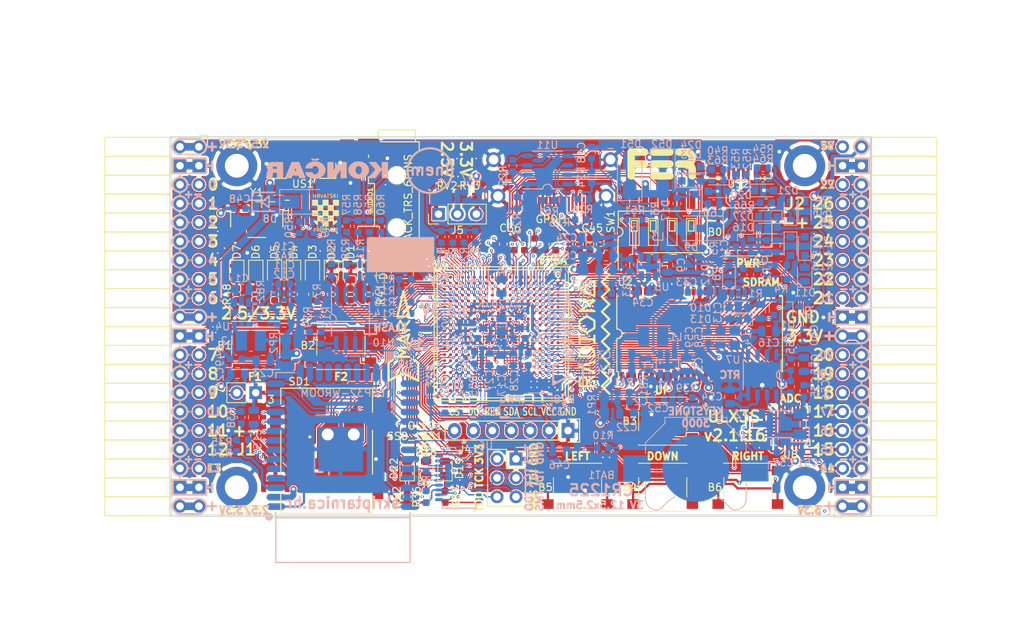
<source format=kicad_pcb>
(kicad_pcb (version 20171130) (host pcbnew 5.0.0+dfsg1-2)
  (layers (0 F.Cu signal) (1 In1.Cu signal) (2 In2.Cu signal) (31 B.Cu signal) (34 B.Paste user) (35 F.Paste user) (36 B.SilkS user) (37 F.SilkS user) (38 B.Mask user) (39 F.Mask user) (44 Edge.Cuts user))
  (net 0 "")
  (net 1 GND)
  (net 2 +5V)
  (net 3 /gpio/IN5V)
  (net 4 /gpio/OUT5V)
  (net 5 +3V3)
  (net 6 BTN_D)
  (net 7 BTN_F1)
  (net 8 BTN_F2)
  (net 9 BTN_L)
  (net 10 BTN_R)
  (net 11 BTN_U)
  (net 12 /power/FB1)
  (net 13 +2V5)
  (net 14 /power/PWREN)
  (net 15 /power/FB3)
  (net 16 /power/FB2)
  (net 17 /power/VBAT)
  (net 18 JTAG_TDI)
  (net 19 JTAG_TCK)
  (net 20 JTAG_TMS)
  (net 21 JTAG_TDO)
  (net 22 /power/WAKEUPn)
  (net 23 /power/WKUP)
  (net 24 /power/SHUT)
  (net 25 /power/WAKE)
  (net 26 /power/HOLD)
  (net 27 /power/WKn)
  (net 28 /power/OSCI_32k)
  (net 29 /power/OSCO_32k)
  (net 30 SHUTDOWN)
  (net 31 GPDI_SDA)
  (net 32 GPDI_SCL)
  (net 33 /gpdi/VREF2)
  (net 34 SD_CMD)
  (net 35 SD_CLK)
  (net 36 SD_D0)
  (net 37 SD_D1)
  (net 38 USB5V)
  (net 39 GPDI_CEC)
  (net 40 nRESET)
  (net 41 FTDI_nDTR)
  (net 42 SDRAM_CKE)
  (net 43 SDRAM_A7)
  (net 44 SDRAM_D15)
  (net 45 SDRAM_BA1)
  (net 46 SDRAM_D7)
  (net 47 SDRAM_A6)
  (net 48 SDRAM_CLK)
  (net 49 SDRAM_D13)
  (net 50 SDRAM_BA0)
  (net 51 SDRAM_D6)
  (net 52 SDRAM_A5)
  (net 53 SDRAM_D14)
  (net 54 SDRAM_A11)
  (net 55 SDRAM_D12)
  (net 56 SDRAM_D5)
  (net 57 SDRAM_A4)
  (net 58 SDRAM_A10)
  (net 59 SDRAM_D11)
  (net 60 SDRAM_A3)
  (net 61 SDRAM_D4)
  (net 62 SDRAM_D10)
  (net 63 SDRAM_D9)
  (net 64 SDRAM_A9)
  (net 65 SDRAM_D3)
  (net 66 SDRAM_D8)
  (net 67 SDRAM_A8)
  (net 68 SDRAM_A2)
  (net 69 SDRAM_A1)
  (net 70 SDRAM_A0)
  (net 71 SDRAM_D2)
  (net 72 SDRAM_D1)
  (net 73 SDRAM_D0)
  (net 74 SDRAM_DQM0)
  (net 75 SDRAM_nCS)
  (net 76 SDRAM_nRAS)
  (net 77 SDRAM_DQM1)
  (net 78 SDRAM_nCAS)
  (net 79 SDRAM_nWE)
  (net 80 /flash/FLASH_nWP)
  (net 81 /flash/FLASH_nHOLD)
  (net 82 /flash/FLASH_MOSI)
  (net 83 /flash/FLASH_MISO)
  (net 84 /flash/FLASH_SCK)
  (net 85 /flash/FLASH_nCS)
  (net 86 /flash/FPGA_PROGRAMN)
  (net 87 /flash/FPGA_DONE)
  (net 88 /flash/FPGA_INITN)
  (net 89 OLED_RES)
  (net 90 OLED_DC)
  (net 91 OLED_CS)
  (net 92 WIFI_EN)
  (net 93 FTDI_nRTS)
  (net 94 FTDI_TXD)
  (net 95 FTDI_RXD)
  (net 96 WIFI_RXD)
  (net 97 WIFI_GPIO0)
  (net 98 WIFI_TXD)
  (net 99 USB_FTDI_D+)
  (net 100 USB_FTDI_D-)
  (net 101 SD_D3)
  (net 102 AUDIO_L3)
  (net 103 AUDIO_L2)
  (net 104 AUDIO_L1)
  (net 105 AUDIO_L0)
  (net 106 AUDIO_R3)
  (net 107 AUDIO_R2)
  (net 108 AUDIO_R1)
  (net 109 AUDIO_R0)
  (net 110 OLED_CLK)
  (net 111 OLED_MOSI)
  (net 112 LED0)
  (net 113 LED1)
  (net 114 LED2)
  (net 115 LED3)
  (net 116 LED4)
  (net 117 LED5)
  (net 118 LED6)
  (net 119 LED7)
  (net 120 BTN_PWRn)
  (net 121 FTDI_nTXLED)
  (net 122 FTDI_nSLEEP)
  (net 123 /blinkey/LED_PWREN)
  (net 124 /blinkey/LED_TXLED)
  (net 125 /sdcard/SD3V3)
  (net 126 SD_D2)
  (net 127 CLK_25MHz)
  (net 128 /blinkey/BTNPUL)
  (net 129 /blinkey/BTNPUR)
  (net 130 USB_FPGA_D+)
  (net 131 /power/FTDI_nSUSPEND)
  (net 132 /blinkey/ALED0)
  (net 133 /blinkey/ALED1)
  (net 134 /blinkey/ALED2)
  (net 135 /blinkey/ALED3)
  (net 136 /blinkey/ALED4)
  (net 137 /blinkey/ALED5)
  (net 138 /blinkey/ALED6)
  (net 139 /blinkey/ALED7)
  (net 140 /usb/FTD-)
  (net 141 /usb/FTD+)
  (net 142 ADC_MISO)
  (net 143 ADC_MOSI)
  (net 144 ADC_CSn)
  (net 145 ADC_SCLK)
  (net 146 SW3)
  (net 147 SW2)
  (net 148 SW1)
  (net 149 USB_FPGA_D-)
  (net 150 /usb/FPD+)
  (net 151 /usb/FPD-)
  (net 152 WIFI_GPIO16)
  (net 153 /usb/ANT_433MHz)
  (net 154 PROG_DONE)
  (net 155 /power/P3V3)
  (net 156 /power/P2V5)
  (net 157 /power/L1)
  (net 158 /power/L3)
  (net 159 /power/L2)
  (net 160 FTDI_TXDEN)
  (net 161 SDRAM_A12)
  (net 162 /analog/AUDIO_V)
  (net 163 AUDIO_V3)
  (net 164 AUDIO_V2)
  (net 165 AUDIO_V1)
  (net 166 AUDIO_V0)
  (net 167 /blinkey/LED_WIFI)
  (net 168 /power/P1V1)
  (net 169 +1V1)
  (net 170 SW4)
  (net 171 /blinkey/SWPU)
  (net 172 /wifi/WIFIEN)
  (net 173 FT2V5)
  (net 174 GN0)
  (net 175 GP0)
  (net 176 GN1)
  (net 177 GP1)
  (net 178 GN2)
  (net 179 GP2)
  (net 180 GN3)
  (net 181 GP3)
  (net 182 GN4)
  (net 183 GP4)
  (net 184 GN5)
  (net 185 GP5)
  (net 186 GN6)
  (net 187 GP6)
  (net 188 GN14)
  (net 189 GP14)
  (net 190 GN15)
  (net 191 GP15)
  (net 192 GN16)
  (net 193 GP16)
  (net 194 GN17)
  (net 195 GP17)
  (net 196 GN18)
  (net 197 GP18)
  (net 198 GN19)
  (net 199 GP19)
  (net 200 GN20)
  (net 201 GP20)
  (net 202 GN21)
  (net 203 GP21)
  (net 204 GN22)
  (net 205 GP22)
  (net 206 GN23)
  (net 207 GP23)
  (net 208 GN24)
  (net 209 GP24)
  (net 210 GN25)
  (net 211 GP25)
  (net 212 GN26)
  (net 213 GP26)
  (net 214 GN27)
  (net 215 GP27)
  (net 216 GN7)
  (net 217 GP7)
  (net 218 GN8)
  (net 219 GP8)
  (net 220 GN9)
  (net 221 GP9)
  (net 222 GN10)
  (net 223 GP10)
  (net 224 GN11)
  (net 225 GP11)
  (net 226 GN12)
  (net 227 GP12)
  (net 228 GN13)
  (net 229 GP13)
  (net 230 WIFI_GPIO5)
  (net 231 WIFI_GPIO17)
  (net 232 USB_FPGA_PULL_D+)
  (net 233 USB_FPGA_PULL_D-)
  (net 234 "Net-(D23-Pad2)")
  (net 235 "Net-(D24-Pad1)")
  (net 236 "Net-(D25-Pad2)")
  (net 237 "Net-(D26-Pad1)")
  (net 238 /gpdi/GPDI_ETH+)
  (net 239 FPDI_ETH+)
  (net 240 /gpdi/GPDI_ETH-)
  (net 241 FPDI_ETH-)
  (net 242 /gpdi/GPDI_D2-)
  (net 243 FPDI_D2-)
  (net 244 /gpdi/GPDI_D1-)
  (net 245 FPDI_D1-)
  (net 246 /gpdi/GPDI_D0-)
  (net 247 FPDI_D0-)
  (net 248 /gpdi/GPDI_CLK-)
  (net 249 FPDI_CLK-)
  (net 250 /gpdi/GPDI_D2+)
  (net 251 FPDI_D2+)
  (net 252 /gpdi/GPDI_D1+)
  (net 253 FPDI_D1+)
  (net 254 /gpdi/GPDI_D0+)
  (net 255 FPDI_D0+)
  (net 256 /gpdi/GPDI_CLK+)
  (net 257 FPDI_CLK+)
  (net 258 FPDI_SDA)
  (net 259 FPDI_SCL)
  (net 260 /gpdi/FPDI_CEC)
  (net 261 2V5_3V3)
  (net 262 /usb/US2VBUS)
  (net 263 /power/SHD)
  (net 264 /power/RTCVDD)
  (net 265 "Net-(D27-Pad2)")
  (net 266 US2_ID)
  (net 267 /analog/AUDIO_L)
  (net 268 /analog/AUDIO_R)
  (net 269 /analog/ADC3V3)
  (net 270 PWRBTn)
  (net 271 USER_PROGRAMN)
  (module TSOP54:TSOP54 (layer F.Cu) (at 165.093 87.8 90)
    (fp_text reference U2 (at 6.98 -9.993 180) (layer F.SilkS))
    (fp_text value MT48LC16M16A2TG hide)
    (pad 28 smd oval (at 5.73 10.4 90) (size 1.2 0.56) (layers F.Cu F.Paste F.Mask) (net 1 GND))
    (pad 1 smd rect (at -5.73 -10.4 90) (size 1.2 0.56) (layers F.Cu F.Paste F.Mask) (net 5 +3V3))
    (pad 2 smd oval (at -5.73 -9.6 90) (size 1.2 0.56) (layers F.Cu F.Paste F.Mask) (net 73 SDRAM_D0))
    (pad 3 smd oval (at -5.73 -8.8 90) (size 1.2 0.56) (layers F.Cu F.Paste F.Mask) (net 5 +3V3))
    (pad 4 smd oval (at -5.73 -8 90) (size 1.2 0.56) (layers F.Cu F.Paste F.Mask) (net 72 SDRAM_D1))
    (pad 5 smd oval (at -5.73 -7.2 90) (size 1.2 0.56) (layers F.Cu F.Paste F.Mask) (net 71 SDRAM_D2))
    (pad 6 smd oval (at -5.73 -6.4 90) (size 1.2 0.56) (layers F.Cu F.Paste F.Mask) (net 1 GND))
    (pad 7 smd oval (at -5.73 -5.6 90) (size 1.2 0.56) (layers F.Cu F.Paste F.Mask) (net 65 SDRAM_D3))
    (pad 8 smd oval (at -5.73 -4.8 90) (size 1.2 0.56) (layers F.Cu F.Paste F.Mask) (net 61 SDRAM_D4))
    (pad 9 smd oval (at -5.73 -4 90) (size 1.2 0.56) (layers F.Cu F.Paste F.Mask) (net 5 +3V3))
    (pad 10 smd oval (at -5.73 -3.2 90) (size 1.2 0.56) (layers F.Cu F.Paste F.Mask) (net 56 SDRAM_D5))
    (pad 11 smd oval (at -5.73 -2.4 90) (size 1.2 0.56) (layers F.Cu F.Paste F.Mask) (net 51 SDRAM_D6))
    (pad 12 smd oval (at -5.73 -1.6 90) (size 1.2 0.56) (layers F.Cu F.Paste F.Mask) (net 1 GND))
    (pad 13 smd oval (at -5.73 -0.8 90) (size 1.2 0.56) (layers F.Cu F.Paste F.Mask) (net 46 SDRAM_D7))
    (pad 14 smd oval (at -5.73 0 90) (size 1.2 0.56) (layers F.Cu F.Paste F.Mask) (net 5 +3V3))
    (pad 15 smd oval (at -5.73 0.8 90) (size 1.2 0.56) (layers F.Cu F.Paste F.Mask) (net 74 SDRAM_DQM0))
    (pad 16 smd oval (at -5.73 1.6 90) (size 1.2 0.56) (layers F.Cu F.Paste F.Mask) (net 79 SDRAM_nWE))
    (pad 17 smd oval (at -5.73 2.4 90) (size 1.2 0.56) (layers F.Cu F.Paste F.Mask) (net 78 SDRAM_nCAS))
    (pad 18 smd oval (at -5.73 3.2 90) (size 1.2 0.56) (layers F.Cu F.Paste F.Mask) (net 76 SDRAM_nRAS))
    (pad 19 smd oval (at -5.73 4 90) (size 1.2 0.56) (layers F.Cu F.Paste F.Mask) (net 75 SDRAM_nCS))
    (pad 20 smd oval (at -5.73 4.8 90) (size 1.2 0.56) (layers F.Cu F.Paste F.Mask) (net 50 SDRAM_BA0))
    (pad 21 smd oval (at -5.73 5.6 90) (size 1.2 0.56) (layers F.Cu F.Paste F.Mask) (net 45 SDRAM_BA1))
    (pad 22 smd oval (at -5.73 6.4 90) (size 1.2 0.56) (layers F.Cu F.Paste F.Mask) (net 58 SDRAM_A10))
    (pad 23 smd oval (at -5.73 7.2 90) (size 1.2 0.56) (layers F.Cu F.Paste F.Mask) (net 70 SDRAM_A0))
    (pad 24 smd oval (at -5.73 8 90) (size 1.2 0.56) (layers F.Cu F.Paste F.Mask) (net 69 SDRAM_A1))
    (pad 25 smd oval (at -5.73 8.8 90) (size 1.2 0.56) (layers F.Cu F.Paste F.Mask) (net 68 SDRAM_A2))
    (pad 26 smd oval (at -5.73 9.6 90) (size 1.2 0.56) (layers F.Cu F.Paste F.Mask) (net 60 SDRAM_A3))
    (pad 27 smd oval (at -5.73 10.4 90) (size 1.2 0.56) (layers F.Cu F.Paste F.Mask) (net 5 +3V3))
    (pad 29 smd oval (at 5.73 9.6 90) (size 1.2 0.56) (layers F.Cu F.Paste F.Mask) (net 57 SDRAM_A4))
    (pad 30 smd oval (at 5.73 8.8 90) (size 1.2 0.56) (layers F.Cu F.Paste F.Mask) (net 52 SDRAM_A5))
    (pad 31 smd oval (at 5.73 8 90) (size 1.2 0.56) (layers F.Cu F.Paste F.Mask) (net 47 SDRAM_A6))
    (pad 32 smd oval (at 5.73 7.2 90) (size 1.2 0.56) (layers F.Cu F.Paste F.Mask) (net 43 SDRAM_A7))
    (pad 33 smd oval (at 5.73 6.4 90) (size 1.2 0.56) (layers F.Cu F.Paste F.Mask) (net 67 SDRAM_A8))
    (pad 34 smd oval (at 5.73 5.6 90) (size 1.2 0.56) (layers F.Cu F.Paste F.Mask) (net 64 SDRAM_A9))
    (pad 35 smd oval (at 5.73 4.8 90) (size 1.2 0.56) (layers F.Cu F.Paste F.Mask) (net 54 SDRAM_A11))
    (pad 36 smd oval (at 5.73 4 90) (size 1.2 0.56) (layers F.Cu F.Paste F.Mask) (net 161 SDRAM_A12))
    (pad 37 smd oval (at 5.73 3.2 90) (size 1.2 0.56) (layers F.Cu F.Paste F.Mask) (net 42 SDRAM_CKE))
    (pad 38 smd oval (at 5.73 2.4 90) (size 1.2 0.56) (layers F.Cu F.Paste F.Mask) (net 48 SDRAM_CLK))
    (pad 39 smd oval (at 5.73 1.6 90) (size 1.2 0.56) (layers F.Cu F.Paste F.Mask) (net 77 SDRAM_DQM1))
    (pad 40 smd oval (at 5.73 0.8 90) (size 1.2 0.56) (layers F.Cu F.Paste F.Mask))
    (pad 41 smd oval (at 5.73 0 90) (size 1.2 0.56) (layers F.Cu F.Paste F.Mask) (net 1 GND))
    (pad 42 smd oval (at 5.73 -0.8 90) (size 1.2 0.56) (layers F.Cu F.Paste F.Mask) (net 66 SDRAM_D8))
    (pad 43 smd oval (at 5.73 -1.6 90) (size 1.2 0.56) (layers F.Cu F.Paste F.Mask) (net 5 +3V3))
    (pad 44 smd oval (at 5.73 -2.4 90) (size 1.2 0.56) (layers F.Cu F.Paste F.Mask) (net 63 SDRAM_D9))
    (pad 45 smd oval (at 5.73 -3.2 90) (size 1.2 0.56) (layers F.Cu F.Paste F.Mask) (net 62 SDRAM_D10))
    (pad 46 smd oval (at 5.73 -4 90) (size 1.2 0.56) (layers F.Cu F.Paste F.Mask) (net 1 GND))
    (pad 47 smd oval (at 5.73 -4.8 90) (size 1.2 0.56) (layers F.Cu F.Paste F.Mask) (net 59 SDRAM_D11))
    (pad 48 smd oval (at 5.73 -5.6 90) (size 1.2 0.56) (layers F.Cu F.Paste F.Mask) (net 55 SDRAM_D12))
    (pad 49 smd oval (at 5.73 -6.4 90) (size 1.2 0.56) (layers F.Cu F.Paste F.Mask) (net 5 +3V3))
    (pad 50 smd oval (at 5.73 -7.2 90) (size 1.2 0.56) (layers F.Cu F.Paste F.Mask) (net 49 SDRAM_D13))
    (pad 51 smd oval (at 5.73 -8 90) (size 1.2 0.56) (layers F.Cu F.Paste F.Mask) (net 53 SDRAM_D14))
    (pad 52 smd oval (at 5.73 -8.8 90) (size 1.2 0.56) (layers F.Cu F.Paste F.Mask) (net 1 GND))
    (pad 53 smd oval (at 5.73 -9.6 90) (size 1.2 0.56) (layers F.Cu F.Paste F.Mask) (net 44 SDRAM_D15))
    (pad 54 smd oval (at 5.73 -10.4 90) (size 1.2 0.56) (layers F.Cu F.Paste F.Mask) (net 1 GND))
  )
  (module jumper:R_0805_2012Metric_Pad1.29x1.40mm_HandSolder_Jumper_NC (layer B.Cu) (at 109.609 89.632 270)
    (fp_text reference RP2 (at -0.635 1.651 270) (layer B.SilkS) (effects (justify mirror)))
    (fp_text value 0 hide)
    (fp_line (start -1 0) (end 1 0) (layer B.Cu) (width 1))
    (pad 2 smd roundrect (at 0.9675 0 270) (size 1.295 1.4) (layers B.Cu B.Mask) (net 13 +2V5))
    (pad 1 smd roundrect (at -0.9675 0 270) (size 1.295 1.4) (layers B.Cu B.Mask) (net 156 /power/P2V5))
  )
  (module jumper:R_0805_2012Metric_Pad1.29x1.40mm_HandSolder_Jumper_NC (layer B.Cu) (at 149.472 78.311 270)
    (fp_text reference RP3 (at 0 3.414 270) (layer B.SilkS) (effects (justify mirror)))
    (fp_text value 0 hide)
    (fp_line (start -1 0) (end 1 0) (layer B.Cu) (width 1))
    (pad 2 smd roundrect (at 0.9675 0 270) (size 1.295 1.4) (layers B.Cu B.Mask) (net 5 +3V3))
    (pad 1 smd roundrect (at -0.9675 0 270) (size 1.295 1.4) (layers B.Cu B.Mask) (net 155 /power/P3V3))
  )
  (module jumper:R_0805_2012Metric_Pad1.29x1.40mm_HandSolder_Jumper_NC (layer B.Cu) (at 152.281 97.361 270)
    (fp_text reference RP1 (at 0 1.65 270) (layer B.SilkS) (effects (justify mirror)))
    (fp_text value 0 hide)
    (fp_line (start -1 0) (end 1 0) (layer B.Cu) (width 1))
    (pad 2 smd roundrect (at 0.9675 0 270) (size 1.295 1.4) (layers B.Cu B.Mask) (net 169 +1V1))
    (pad 1 smd roundrect (at -0.9675 0 270) (size 1.295 1.4) (layers B.Cu B.Mask) (net 168 /power/P1V1))
  )
  (module jumper:D_SMA_Jumper_NC (layer B.Cu) (at 160.155 66.391 270)
    (fp_text reference D52 (at -4.064 0.127) (layer B.SilkS) (effects (justify mirror)))
    (fp_text value 0 hide)
    (fp_line (start -2 0) (end 2 0) (layer B.Cu) (width 1))
    (pad 2 smd roundrect (at 2 0 270) (size 2.5 1.8) (layers B.Cu B.Mask) (net 2 +5V))
    (pad 1 smd roundrect (at -2 0 270) (size 2.5 1.8) (layers B.Cu B.Mask) (net 4 /gpio/OUT5V))
  )
  (module jumper:D_SMA_Jumper_NC (layer B.Cu) (at 155.71 66.518 90)
    (fp_text reference D51 (at 4.191 0.127 180) (layer B.SilkS) (effects (justify mirror)))
    (fp_text value 0 hide)
    (fp_line (start -2 0) (end 2 0) (layer B.Cu) (width 1))
    (pad 2 smd roundrect (at 2 0 90) (size 2.5 1.8) (layers B.Cu B.Mask) (net 3 /gpio/IN5V))
    (pad 1 smd roundrect (at -2 0 90) (size 2.5 1.8) (layers B.Cu B.Mask) (net 2 +5V))
  )
  (module jumper:D_SMA_Jumper_NC (layer B.Cu) (at 164.854 73.63 180)
    (fp_text reference D9 (at 0.889 -2.54 180) (layer B.SilkS) (effects (justify mirror)))
    (fp_text value 0 hide)
    (fp_line (start -2 0) (end 2 0) (layer B.Cu) (width 1))
    (pad 2 smd roundrect (at 2 0 180) (size 2.5 1.8) (layers B.Cu B.Mask) (net 2 +5V))
    (pad 1 smd roundrect (at -2 0 180) (size 2.5 1.8) (layers B.Cu B.Mask) (net 262 /usb/US2VBUS))
  )
  (module lfe5bg381:BGA-381_pitch0.8mm_dia0.4mm (layer F.Cu) (at 138.48 87.8)
    (fp_text reference U1 (at -8.2 -9.8) (layer F.SilkS))
    (fp_text value LFE5U-85F-6BG381C hide)
    (pad Y19 smd circle (at 6.8 7.6) (size 0.4 0.4) (layers F.Cu F.Paste F.Mask) (net 1 GND))
    (pad Y17 smd circle (at 5.2 7.6) (size 0.4 0.4) (layers F.Cu F.Paste F.Mask) (net 1 GND))
    (pad Y16 smd circle (at 4.4 7.6) (size 0.4 0.4) (layers F.Cu F.Paste F.Mask) (net 1 GND))
    (pad Y15 smd circle (at 3.6 7.6) (size 0.4 0.4) (layers F.Cu F.Paste F.Mask) (net 1 GND))
    (pad Y14 smd circle (at 2.8 7.6) (size 0.4 0.4) (layers F.Cu F.Paste F.Mask) (net 1 GND))
    (pad Y12 smd circle (at 1.2 7.6) (size 0.4 0.4) (layers F.Cu F.Paste F.Mask) (net 1 GND))
    (pad Y11 smd circle (at 0.4 7.6) (size 0.4 0.4) (layers F.Cu F.Paste F.Mask) (net 1 GND))
    (pad Y8 smd circle (at -2 7.6) (size 0.4 0.4) (layers F.Cu F.Paste F.Mask) (net 1 GND))
    (pad Y7 smd circle (at -2.8 7.6) (size 0.4 0.4) (layers F.Cu F.Paste F.Mask) (net 1 GND))
    (pad Y6 smd circle (at -3.6 7.6) (size 0.4 0.4) (layers F.Cu F.Paste F.Mask) (net 1 GND))
    (pad Y5 smd circle (at -4.4 7.6) (size 0.4 0.4) (layers F.Cu F.Paste F.Mask) (net 1 GND))
    (pad Y3 smd circle (at -6 7.6) (size 0.4 0.4) (layers F.Cu F.Paste F.Mask) (net 87 /flash/FPGA_DONE))
    (pad Y2 smd circle (at -6.8 7.6) (size 0.4 0.4) (layers F.Cu F.Paste F.Mask) (net 80 /flash/FLASH_nWP))
    (pad W20 smd circle (at 7.6 6.8) (size 0.4 0.4) (layers F.Cu F.Paste F.Mask) (net 1 GND))
    (pad W19 smd circle (at 6.8 6.8) (size 0.4 0.4) (layers F.Cu F.Paste F.Mask) (net 1 GND))
    (pad W18 smd circle (at 6 6.8) (size 0.4 0.4) (layers F.Cu F.Paste F.Mask))
    (pad W17 smd circle (at 5.2 6.8) (size 0.4 0.4) (layers F.Cu F.Paste F.Mask))
    (pad W16 smd circle (at 4.4 6.8) (size 0.4 0.4) (layers F.Cu F.Paste F.Mask) (net 1 GND))
    (pad W15 smd circle (at 3.6 6.8) (size 0.4 0.4) (layers F.Cu F.Paste F.Mask) (net 1 GND))
    (pad W14 smd circle (at 2.8 6.8) (size 0.4 0.4) (layers F.Cu F.Paste F.Mask))
    (pad W13 smd circle (at 2 6.8) (size 0.4 0.4) (layers F.Cu F.Paste F.Mask))
    (pad W12 smd circle (at 1.2 6.8) (size 0.4 0.4) (layers F.Cu F.Paste F.Mask) (net 1 GND))
    (pad W11 smd circle (at 0.4 6.8) (size 0.4 0.4) (layers F.Cu F.Paste F.Mask))
    (pad W10 smd circle (at -0.4 6.8) (size 0.4 0.4) (layers F.Cu F.Paste F.Mask))
    (pad W9 smd circle (at -1.2 6.8) (size 0.4 0.4) (layers F.Cu F.Paste F.Mask))
    (pad W8 smd circle (at -2 6.8) (size 0.4 0.4) (layers F.Cu F.Paste F.Mask))
    (pad W7 smd circle (at -2.8 6.8) (size 0.4 0.4) (layers F.Cu F.Paste F.Mask) (net 1 GND))
    (pad W6 smd circle (at -3.6 6.8) (size 0.4 0.4) (layers F.Cu F.Paste F.Mask) (net 1 GND))
    (pad W5 smd circle (at -4.4 6.8) (size 0.4 0.4) (layers F.Cu F.Paste F.Mask))
    (pad W4 smd circle (at -5.2 6.8) (size 0.4 0.4) (layers F.Cu F.Paste F.Mask))
    (pad W3 smd circle (at -6 6.8) (size 0.4 0.4) (layers F.Cu F.Paste F.Mask) (net 86 /flash/FPGA_PROGRAMN))
    (pad W2 smd circle (at -6.8 6.8) (size 0.4 0.4) (layers F.Cu F.Paste F.Mask) (net 82 /flash/FLASH_MOSI))
    (pad W1 smd circle (at -7.6 6.8) (size 0.4 0.4) (layers F.Cu F.Paste F.Mask) (net 81 /flash/FLASH_nHOLD))
    (pad V20 smd circle (at 7.6 6) (size 0.4 0.4) (layers F.Cu F.Paste F.Mask) (net 1 GND))
    (pad V19 smd circle (at 6.8 6) (size 0.4 0.4) (layers F.Cu F.Paste F.Mask) (net 1 GND))
    (pad V18 smd circle (at 6 6) (size 0.4 0.4) (layers F.Cu F.Paste F.Mask) (net 1 GND))
    (pad V17 smd circle (at 5.2 6) (size 0.4 0.4) (layers F.Cu F.Paste F.Mask) (net 1 GND))
    (pad V16 smd circle (at 4.4 6) (size 0.4 0.4) (layers F.Cu F.Paste F.Mask) (net 1 GND))
    (pad V15 smd circle (at 3.6 6) (size 0.4 0.4) (layers F.Cu F.Paste F.Mask) (net 1 GND))
    (pad V14 smd circle (at 2.8 6) (size 0.4 0.4) (layers F.Cu F.Paste F.Mask) (net 1 GND))
    (pad V13 smd circle (at 2 6) (size 0.4 0.4) (layers F.Cu F.Paste F.Mask) (net 1 GND))
    (pad V12 smd circle (at 1.2 6) (size 0.4 0.4) (layers F.Cu F.Paste F.Mask) (net 1 GND))
    (pad V11 smd circle (at 0.4 6) (size 0.4 0.4) (layers F.Cu F.Paste F.Mask) (net 1 GND))
    (pad V10 smd circle (at -0.4 6) (size 0.4 0.4) (layers F.Cu F.Paste F.Mask) (net 1 GND))
    (pad V9 smd circle (at -1.2 6) (size 0.4 0.4) (layers F.Cu F.Paste F.Mask) (net 1 GND))
    (pad V8 smd circle (at -2 6) (size 0.4 0.4) (layers F.Cu F.Paste F.Mask) (net 1 GND))
    (pad V7 smd circle (at -2.8 6) (size 0.4 0.4) (layers F.Cu F.Paste F.Mask) (net 1 GND))
    (pad V6 smd circle (at -3.6 6) (size 0.4 0.4) (layers F.Cu F.Paste F.Mask) (net 1 GND))
    (pad V5 smd circle (at -4.4 6) (size 0.4 0.4) (layers F.Cu F.Paste F.Mask) (net 1 GND))
    (pad V4 smd circle (at -5.2 6) (size 0.4 0.4) (layers F.Cu F.Paste F.Mask) (net 21 JTAG_TDO))
    (pad V3 smd circle (at -6 6) (size 0.4 0.4) (layers F.Cu F.Paste F.Mask) (net 88 /flash/FPGA_INITN))
    (pad V2 smd circle (at -6.8 6) (size 0.4 0.4) (layers F.Cu F.Paste F.Mask) (net 83 /flash/FLASH_MISO))
    (pad V1 smd circle (at -7.6 6) (size 0.4 0.4) (layers F.Cu F.Paste F.Mask) (net 6 BTN_D))
    (pad U20 smd circle (at 7.6 5.2) (size 0.4 0.4) (layers F.Cu F.Paste F.Mask) (net 46 SDRAM_D7))
    (pad U19 smd circle (at 6.8 5.2) (size 0.4 0.4) (layers F.Cu F.Paste F.Mask) (net 74 SDRAM_DQM0))
    (pad U18 smd circle (at 6 5.2) (size 0.4 0.4) (layers F.Cu F.Paste F.Mask) (net 189 GP14))
    (pad U17 smd circle (at 5.2 5.2) (size 0.4 0.4) (layers F.Cu F.Paste F.Mask) (net 188 GN14))
    (pad U16 smd circle (at 4.4 5.2) (size 0.4 0.4) (layers F.Cu F.Paste F.Mask) (net 142 ADC_MISO))
    (pad U15 smd circle (at 3.6 5.2) (size 0.4 0.4) (layers F.Cu F.Paste F.Mask) (net 1 GND))
    (pad U14 smd circle (at 2.8 5.2) (size 0.4 0.4) (layers F.Cu F.Paste F.Mask) (net 1 GND))
    (pad U13 smd circle (at 2 5.2) (size 0.4 0.4) (layers F.Cu F.Paste F.Mask) (net 1 GND))
    (pad U12 smd circle (at 1.2 5.2) (size 0.4 0.4) (layers F.Cu F.Paste F.Mask) (net 1 GND))
    (pad U11 smd circle (at 0.4 5.2) (size 0.4 0.4) (layers F.Cu F.Paste F.Mask) (net 1 GND))
    (pad U10 smd circle (at -0.4 5.2) (size 0.4 0.4) (layers F.Cu F.Paste F.Mask) (net 1 GND))
    (pad U9 smd circle (at -1.2 5.2) (size 0.4 0.4) (layers F.Cu F.Paste F.Mask) (net 1 GND))
    (pad U8 smd circle (at -2 5.2) (size 0.4 0.4) (layers F.Cu F.Paste F.Mask) (net 1 GND))
    (pad U7 smd circle (at -2.8 5.2) (size 0.4 0.4) (layers F.Cu F.Paste F.Mask) (net 1 GND))
    (pad U6 smd circle (at -3.6 5.2) (size 0.4 0.4) (layers F.Cu F.Paste F.Mask) (net 1 GND))
    (pad U5 smd circle (at -4.4 5.2) (size 0.4 0.4) (layers F.Cu F.Paste F.Mask) (net 20 JTAG_TMS))
    (pad U4 smd circle (at -5.2 5.2) (size 0.4 0.4) (layers F.Cu F.Paste F.Mask) (net 1 GND))
    (pad U3 smd circle (at -6 5.2) (size 0.4 0.4) (layers F.Cu F.Paste F.Mask) (net 84 /flash/FLASH_SCK))
    (pad U2 smd circle (at -6.8 5.2) (size 0.4 0.4) (layers F.Cu F.Paste F.Mask) (net 5 +3V3))
    (pad U1 smd circle (at -7.6 5.2) (size 0.4 0.4) (layers F.Cu F.Paste F.Mask) (net 9 BTN_L))
    (pad T20 smd circle (at 7.6 4.4) (size 0.4 0.4) (layers F.Cu F.Paste F.Mask) (net 79 SDRAM_nWE))
    (pad T19 smd circle (at 6.8 4.4) (size 0.4 0.4) (layers F.Cu F.Paste F.Mask) (net 78 SDRAM_nCAS))
    (pad T18 smd circle (at 6 4.4) (size 0.4 0.4) (layers F.Cu F.Paste F.Mask) (net 56 SDRAM_D5))
    (pad T17 smd circle (at 5.2 4.4) (size 0.4 0.4) (layers F.Cu F.Paste F.Mask) (net 51 SDRAM_D6))
    (pad T16 smd circle (at 4.4 4.4) (size 0.4 0.4) (layers F.Cu F.Paste F.Mask))
    (pad T15 smd circle (at 3.6 4.4) (size 0.4 0.4) (layers F.Cu F.Paste F.Mask) (net 1 GND))
    (pad T14 smd circle (at 2.8 4.4) (size 0.4 0.4) (layers F.Cu F.Paste F.Mask) (net 1 GND))
    (pad T13 smd circle (at 2 4.4) (size 0.4 0.4) (layers F.Cu F.Paste F.Mask) (net 1 GND))
    (pad T12 smd circle (at 1.2 4.4) (size 0.4 0.4) (layers F.Cu F.Paste F.Mask) (net 1 GND))
    (pad T11 smd circle (at 0.4 4.4) (size 0.4 0.4) (layers F.Cu F.Paste F.Mask) (net 1 GND))
    (pad T10 smd circle (at -0.4 4.4) (size 0.4 0.4) (layers F.Cu F.Paste F.Mask) (net 1 GND))
    (pad T9 smd circle (at -1.2 4.4) (size 0.4 0.4) (layers F.Cu F.Paste F.Mask) (net 1 GND))
    (pad T8 smd circle (at -2 4.4) (size 0.4 0.4) (layers F.Cu F.Paste F.Mask) (net 1 GND))
    (pad T7 smd circle (at -2.8 4.4) (size 0.4 0.4) (layers F.Cu F.Paste F.Mask) (net 1 GND))
    (pad T6 smd circle (at -3.6 4.4) (size 0.4 0.4) (layers F.Cu F.Paste F.Mask) (net 1 GND))
    (pad T5 smd circle (at -4.4 4.4) (size 0.4 0.4) (layers F.Cu F.Paste F.Mask) (net 19 JTAG_TCK))
    (pad T4 smd circle (at -5.2 4.4) (size 0.4 0.4) (layers F.Cu F.Paste F.Mask) (net 5 +3V3))
    (pad T3 smd circle (at -6 4.4) (size 0.4 0.4) (layers F.Cu F.Paste F.Mask) (net 5 +3V3))
    (pad T2 smd circle (at -6.8 4.4) (size 0.4 0.4) (layers F.Cu F.Paste F.Mask) (net 5 +3V3))
    (pad T1 smd circle (at -7.6 4.4) (size 0.4 0.4) (layers F.Cu F.Paste F.Mask) (net 8 BTN_F2))
    (pad R20 smd circle (at 7.6 3.6) (size 0.4 0.4) (layers F.Cu F.Paste F.Mask) (net 76 SDRAM_nRAS))
    (pad R19 smd circle (at 6.8 3.6) (size 0.4 0.4) (layers F.Cu F.Paste F.Mask) (net 1 GND))
    (pad R18 smd circle (at 6 3.6) (size 0.4 0.4) (layers F.Cu F.Paste F.Mask) (net 11 BTN_U))
    (pad R17 smd circle (at 5.2 3.6) (size 0.4 0.4) (layers F.Cu F.Paste F.Mask) (net 144 ADC_CSn))
    (pad R16 smd circle (at 4.4 3.6) (size 0.4 0.4) (layers F.Cu F.Paste F.Mask) (net 143 ADC_MOSI))
    (pad R5 smd circle (at -4.4 3.6) (size 0.4 0.4) (layers F.Cu F.Paste F.Mask) (net 18 JTAG_TDI))
    (pad R4 smd circle (at -5.2 3.6) (size 0.4 0.4) (layers F.Cu F.Paste F.Mask) (net 1 GND))
    (pad R3 smd circle (at -6 3.6) (size 0.4 0.4) (layers F.Cu F.Paste F.Mask))
    (pad R2 smd circle (at -6.8 3.6) (size 0.4 0.4) (layers F.Cu F.Paste F.Mask) (net 85 /flash/FLASH_nCS))
    (pad R1 smd circle (at -7.6 3.6) (size 0.4 0.4) (layers F.Cu F.Paste F.Mask) (net 7 BTN_F1))
    (pad P20 smd circle (at 7.6 2.8) (size 0.4 0.4) (layers F.Cu F.Paste F.Mask) (net 75 SDRAM_nCS))
    (pad P19 smd circle (at 6.8 2.8) (size 0.4 0.4) (layers F.Cu F.Paste F.Mask) (net 50 SDRAM_BA0))
    (pad P18 smd circle (at 6 2.8) (size 0.4 0.4) (layers F.Cu F.Paste F.Mask) (net 61 SDRAM_D4))
    (pad P17 smd circle (at 5.2 2.8) (size 0.4 0.4) (layers F.Cu F.Paste F.Mask) (net 145 ADC_SCLK))
    (pad P16 smd circle (at 4.4 2.8) (size 0.4 0.4) (layers F.Cu F.Paste F.Mask) (net 190 GN15))
    (pad P15 smd circle (at 3.6 2.8) (size 0.4 0.4) (layers F.Cu F.Paste F.Mask) (net 13 +2V5))
    (pad P14 smd circle (at 2.8 2.8) (size 0.4 0.4) (layers F.Cu F.Paste F.Mask) (net 1 GND))
    (pad P13 smd circle (at 2 2.8) (size 0.4 0.4) (layers F.Cu F.Paste F.Mask) (net 1 GND))
    (pad P12 smd circle (at 1.2 2.8) (size 0.4 0.4) (layers F.Cu F.Paste F.Mask) (net 1 GND))
    (pad P11 smd circle (at 0.4 2.8) (size 0.4 0.4) (layers F.Cu F.Paste F.Mask) (net 1 GND))
    (pad P10 smd circle (at -0.4 2.8) (size 0.4 0.4) (layers F.Cu F.Paste F.Mask) (net 5 +3V3))
    (pad P9 smd circle (at -1.2 2.8) (size 0.4 0.4) (layers F.Cu F.Paste F.Mask) (net 5 +3V3))
    (pad P8 smd circle (at -2 2.8) (size 0.4 0.4) (layers F.Cu F.Paste F.Mask) (net 1 GND))
    (pad P7 smd circle (at -2.8 2.8) (size 0.4 0.4) (layers F.Cu F.Paste F.Mask) (net 1 GND))
    (pad P6 smd circle (at -3.6 2.8) (size 0.4 0.4) (layers F.Cu F.Paste F.Mask) (net 13 +2V5))
    (pad P5 smd circle (at -4.4 2.8) (size 0.4 0.4) (layers F.Cu F.Paste F.Mask))
    (pad P4 smd circle (at -5.2 2.8) (size 0.4 0.4) (layers F.Cu F.Paste F.Mask) (net 110 OLED_CLK))
    (pad P3 smd circle (at -6 2.8) (size 0.4 0.4) (layers F.Cu F.Paste F.Mask) (net 111 OLED_MOSI))
    (pad P2 smd circle (at -6.8 2.8) (size 0.4 0.4) (layers F.Cu F.Paste F.Mask) (net 89 OLED_RES))
    (pad P1 smd circle (at -7.6 2.8) (size 0.4 0.4) (layers F.Cu F.Paste F.Mask) (net 90 OLED_DC))
    (pad N20 smd circle (at 7.6 2) (size 0.4 0.4) (layers F.Cu F.Paste F.Mask) (net 45 SDRAM_BA1))
    (pad N19 smd circle (at 6.8 2) (size 0.4 0.4) (layers F.Cu F.Paste F.Mask) (net 58 SDRAM_A10))
    (pad N18 smd circle (at 6 2) (size 0.4 0.4) (layers F.Cu F.Paste F.Mask) (net 65 SDRAM_D3))
    (pad N17 smd circle (at 5.2 2) (size 0.4 0.4) (layers F.Cu F.Paste F.Mask) (net 191 GP15))
    (pad N16 smd circle (at 4.4 2) (size 0.4 0.4) (layers F.Cu F.Paste F.Mask) (net 193 GP16))
    (pad N15 smd circle (at 3.6 2) (size 0.4 0.4) (layers F.Cu F.Paste F.Mask) (net 1 GND))
    (pad N14 smd circle (at 2.8 2) (size 0.4 0.4) (layers F.Cu F.Paste F.Mask) (net 1 GND))
    (pad N13 smd circle (at 2 2) (size 0.4 0.4) (layers F.Cu F.Paste F.Mask) (net 169 +1V1))
    (pad N12 smd circle (at 1.2 2) (size 0.4 0.4) (layers F.Cu F.Paste F.Mask) (net 169 +1V1))
    (pad N11 smd circle (at 0.4 2) (size 0.4 0.4) (layers F.Cu F.Paste F.Mask) (net 169 +1V1))
    (pad N10 smd circle (at -0.4 2) (size 0.4 0.4) (layers F.Cu F.Paste F.Mask) (net 169 +1V1))
    (pad N9 smd circle (at -1.2 2) (size 0.4 0.4) (layers F.Cu F.Paste F.Mask) (net 169 +1V1))
    (pad N8 smd circle (at -2 2) (size 0.4 0.4) (layers F.Cu F.Paste F.Mask) (net 169 +1V1))
    (pad N7 smd circle (at -2.8 2) (size 0.4 0.4) (layers F.Cu F.Paste F.Mask) (net 1 GND))
    (pad N6 smd circle (at -3.6 2) (size 0.4 0.4) (layers F.Cu F.Paste F.Mask) (net 1 GND))
    (pad N5 smd circle (at -4.4 2) (size 0.4 0.4) (layers F.Cu F.Paste F.Mask))
    (pad N4 smd circle (at -5.2 2) (size 0.4 0.4) (layers F.Cu F.Paste F.Mask) (net 230 WIFI_GPIO5))
    (pad N3 smd circle (at -6 2) (size 0.4 0.4) (layers F.Cu F.Paste F.Mask) (net 231 WIFI_GPIO17))
    (pad N2 smd circle (at -6.8 2) (size 0.4 0.4) (layers F.Cu F.Paste F.Mask) (net 91 OLED_CS))
    (pad N1 smd circle (at -7.6 2) (size 0.4 0.4) (layers F.Cu F.Paste F.Mask) (net 41 FTDI_nDTR))
    (pad M20 smd circle (at 7.6 1.2) (size 0.4 0.4) (layers F.Cu F.Paste F.Mask) (net 70 SDRAM_A0))
    (pad M19 smd circle (at 6.8 1.2) (size 0.4 0.4) (layers F.Cu F.Paste F.Mask) (net 69 SDRAM_A1))
    (pad M18 smd circle (at 6 1.2) (size 0.4 0.4) (layers F.Cu F.Paste F.Mask) (net 71 SDRAM_D2))
    (pad M17 smd circle (at 5.2 1.2) (size 0.4 0.4) (layers F.Cu F.Paste F.Mask) (net 192 GN16))
    (pad M16 smd circle (at 4.4 1.2) (size 0.4 0.4) (layers F.Cu F.Paste F.Mask) (net 1 GND))
    (pad M15 smd circle (at 3.6 1.2) (size 0.4 0.4) (layers F.Cu F.Paste F.Mask) (net 5 +3V3))
    (pad M14 smd circle (at 2.8 1.2) (size 0.4 0.4) (layers F.Cu F.Paste F.Mask) (net 1 GND))
    (pad M13 smd circle (at 2 1.2) (size 0.4 0.4) (layers F.Cu F.Paste F.Mask) (net 169 +1V1))
    (pad M12 smd circle (at 1.2 1.2) (size 0.4 0.4) (layers F.Cu F.Paste F.Mask) (net 1 GND))
    (pad M11 smd circle (at 0.4 1.2) (size 0.4 0.4) (layers F.Cu F.Paste F.Mask) (net 1 GND))
    (pad M10 smd circle (at -0.4 1.2) (size 0.4 0.4) (layers F.Cu F.Paste F.Mask) (net 1 GND))
    (pad M9 smd circle (at -1.2 1.2) (size 0.4 0.4) (layers F.Cu F.Paste F.Mask) (net 1 GND))
    (pad M8 smd circle (at -2 1.2) (size 0.4 0.4) (layers F.Cu F.Paste F.Mask) (net 169 +1V1))
    (pad M7 smd circle (at -2.8 1.2) (size 0.4 0.4) (layers F.Cu F.Paste F.Mask) (net 1 GND))
    (pad M6 smd circle (at -3.6 1.2) (size 0.4 0.4) (layers F.Cu F.Paste F.Mask) (net 5 +3V3))
    (pad M5 smd circle (at -4.4 1.2) (size 0.4 0.4) (layers F.Cu F.Paste F.Mask))
    (pad M4 smd circle (at -5.2 1.2) (size 0.4 0.4) (layers F.Cu F.Paste F.Mask) (net 271 USER_PROGRAMN))
    (pad M3 smd circle (at -6 1.2) (size 0.4 0.4) (layers F.Cu F.Paste F.Mask) (net 93 FTDI_nRTS))
    (pad M2 smd circle (at -6.8 1.2) (size 0.4 0.4) (layers F.Cu F.Paste F.Mask) (net 1 GND))
    (pad M1 smd circle (at -7.6 1.2) (size 0.4 0.4) (layers F.Cu F.Paste F.Mask) (net 94 FTDI_TXD))
    (pad L20 smd circle (at 7.6 0.4) (size 0.4 0.4) (layers F.Cu F.Paste F.Mask) (net 68 SDRAM_A2))
    (pad L19 smd circle (at 6.8 0.4) (size 0.4 0.4) (layers F.Cu F.Paste F.Mask) (net 60 SDRAM_A3))
    (pad L18 smd circle (at 6 0.4) (size 0.4 0.4) (layers F.Cu F.Paste F.Mask) (net 72 SDRAM_D1))
    (pad L17 smd circle (at 5.2 0.4) (size 0.4 0.4) (layers F.Cu F.Paste F.Mask) (net 194 GN17))
    (pad L16 smd circle (at 4.4 0.4) (size 0.4 0.4) (layers F.Cu F.Paste F.Mask) (net 195 GP17))
    (pad L15 smd circle (at 3.6 0.4) (size 0.4 0.4) (layers F.Cu F.Paste F.Mask) (net 5 +3V3))
    (pad L14 smd circle (at 2.8 0.4) (size 0.4 0.4) (layers F.Cu F.Paste F.Mask) (net 5 +3V3))
    (pad L13 smd circle (at 2 0.4) (size 0.4 0.4) (layers F.Cu F.Paste F.Mask) (net 169 +1V1))
    (pad L12 smd circle (at 1.2 0.4) (size 0.4 0.4) (layers F.Cu F.Paste F.Mask) (net 1 GND))
    (pad L11 smd circle (at 0.4 0.4) (size 0.4 0.4) (layers F.Cu F.Paste F.Mask) (net 1 GND))
    (pad L10 smd circle (at -0.4 0.4) (size 0.4 0.4) (layers F.Cu F.Paste F.Mask) (net 1 GND))
    (pad L9 smd circle (at -1.2 0.4) (size 0.4 0.4) (layers F.Cu F.Paste F.Mask) (net 1 GND))
    (pad L8 smd circle (at -2 0.4) (size 0.4 0.4) (layers F.Cu F.Paste F.Mask) (net 169 +1V1))
    (pad L7 smd circle (at -2.8 0.4) (size 0.4 0.4) (layers F.Cu F.Paste F.Mask) (net 5 +3V3))
    (pad L6 smd circle (at -3.6 0.4) (size 0.4 0.4) (layers F.Cu F.Paste F.Mask) (net 5 +3V3))
    (pad L5 smd circle (at -4.4 0.4) (size 0.4 0.4) (layers F.Cu F.Paste F.Mask))
    (pad L4 smd circle (at -5.2 0.4) (size 0.4 0.4) (layers F.Cu F.Paste F.Mask) (net 95 FTDI_RXD))
    (pad L3 smd circle (at -6 0.4) (size 0.4 0.4) (layers F.Cu F.Paste F.Mask) (net 160 FTDI_TXDEN))
    (pad L2 smd circle (at -6.8 0.4) (size 0.4 0.4) (layers F.Cu F.Paste F.Mask) (net 97 WIFI_GPIO0))
    (pad L1 smd circle (at -7.6 0.4) (size 0.4 0.4) (layers F.Cu F.Paste F.Mask) (net 152 WIFI_GPIO16))
    (pad K20 smd circle (at 7.6 -0.4) (size 0.4 0.4) (layers F.Cu F.Paste F.Mask) (net 57 SDRAM_A4))
    (pad K19 smd circle (at 6.8 -0.4) (size 0.4 0.4) (layers F.Cu F.Paste F.Mask) (net 52 SDRAM_A5))
    (pad K18 smd circle (at 6 -0.4) (size 0.4 0.4) (layers F.Cu F.Paste F.Mask) (net 47 SDRAM_A6))
    (pad K17 smd circle (at 5.2 -0.4) (size 0.4 0.4) (layers F.Cu F.Paste F.Mask))
    (pad K16 smd circle (at 4.4 -0.4) (size 0.4 0.4) (layers F.Cu F.Paste F.Mask))
    (pad K15 smd circle (at 3.6 -0.4) (size 0.4 0.4) (layers F.Cu F.Paste F.Mask) (net 1 GND))
    (pad K14 smd circle (at 2.8 -0.4) (size 0.4 0.4) (layers F.Cu F.Paste F.Mask) (net 1 GND))
    (pad K13 smd circle (at 2 -0.4) (size 0.4 0.4) (layers F.Cu F.Paste F.Mask) (net 169 +1V1))
    (pad K12 smd circle (at 1.2 -0.4) (size 0.4 0.4) (layers F.Cu F.Paste F.Mask) (net 1 GND))
    (pad K11 smd circle (at 0.4 -0.4) (size 0.4 0.4) (layers F.Cu F.Paste F.Mask) (net 1 GND))
    (pad K10 smd circle (at -0.4 -0.4) (size 0.4 0.4) (layers F.Cu F.Paste F.Mask) (net 1 GND))
    (pad K9 smd circle (at -1.2 -0.4) (size 0.4 0.4) (layers F.Cu F.Paste F.Mask) (net 1 GND))
    (pad K8 smd circle (at -2 -0.4) (size 0.4 0.4) (layers F.Cu F.Paste F.Mask) (net 169 +1V1))
    (pad K7 smd circle (at -2.8 -0.4) (size 0.4 0.4) (layers F.Cu F.Paste F.Mask) (net 1 GND))
    (pad K6 smd circle (at -3.6 -0.4) (size 0.4 0.4) (layers F.Cu F.Paste F.Mask) (net 1 GND))
    (pad K5 smd circle (at -4.4 -0.4) (size 0.4 0.4) (layers F.Cu F.Paste F.Mask))
    (pad K4 smd circle (at -5.2 -0.4) (size 0.4 0.4) (layers F.Cu F.Paste F.Mask) (net 98 WIFI_TXD))
    (pad K3 smd circle (at -6 -0.4) (size 0.4 0.4) (layers F.Cu F.Paste F.Mask) (net 96 WIFI_RXD))
    (pad K2 smd circle (at -6.8 -0.4) (size 0.4 0.4) (layers F.Cu F.Paste F.Mask) (net 101 SD_D3))
    (pad K1 smd circle (at -7.6 -0.4) (size 0.4 0.4) (layers F.Cu F.Paste F.Mask) (net 126 SD_D2))
    (pad J20 smd circle (at 7.6 -1.2) (size 0.4 0.4) (layers F.Cu F.Paste F.Mask) (net 43 SDRAM_A7))
    (pad J19 smd circle (at 6.8 -1.2) (size 0.4 0.4) (layers F.Cu F.Paste F.Mask) (net 67 SDRAM_A8))
    (pad J18 smd circle (at 6 -1.2) (size 0.4 0.4) (layers F.Cu F.Paste F.Mask) (net 53 SDRAM_D14))
    (pad J17 smd circle (at 5.2 -1.2) (size 0.4 0.4) (layers F.Cu F.Paste F.Mask) (net 44 SDRAM_D15))
    (pad J16 smd circle (at 4.4 -1.2) (size 0.4 0.4) (layers F.Cu F.Paste F.Mask) (net 73 SDRAM_D0))
    (pad J15 smd circle (at 3.6 -1.2) (size 0.4 0.4) (layers F.Cu F.Paste F.Mask) (net 5 +3V3))
    (pad J14 smd circle (at 2.8 -1.2) (size 0.4 0.4) (layers F.Cu F.Paste F.Mask) (net 1 GND))
    (pad J13 smd circle (at 2 -1.2) (size 0.4 0.4) (layers F.Cu F.Paste F.Mask) (net 169 +1V1))
    (pad J12 smd circle (at 1.2 -1.2) (size 0.4 0.4) (layers F.Cu F.Paste F.Mask) (net 1 GND))
    (pad J11 smd circle (at 0.4 -1.2) (size 0.4 0.4) (layers F.Cu F.Paste F.Mask) (net 1 GND))
    (pad J10 smd circle (at -0.4 -1.2) (size 0.4 0.4) (layers F.Cu F.Paste F.Mask) (net 1 GND))
    (pad J9 smd circle (at -1.2 -1.2) (size 0.4 0.4) (layers F.Cu F.Paste F.Mask) (net 1 GND))
    (pad J8 smd circle (at -2 -1.2) (size 0.4 0.4) (layers F.Cu F.Paste F.Mask) (net 169 +1V1))
    (pad J7 smd circle (at -2.8 -1.2) (size 0.4 0.4) (layers F.Cu F.Paste F.Mask) (net 1 GND))
    (pad J6 smd circle (at -3.6 -1.2) (size 0.4 0.4) (layers F.Cu F.Paste F.Mask) (net 261 2V5_3V3))
    (pad J5 smd circle (at -4.4 -1.2) (size 0.4 0.4) (layers F.Cu F.Paste F.Mask))
    (pad J4 smd circle (at -5.2 -1.2) (size 0.4 0.4) (layers F.Cu F.Paste F.Mask))
    (pad J3 smd circle (at -6 -1.2) (size 0.4 0.4) (layers F.Cu F.Paste F.Mask) (net 36 SD_D0))
    (pad J2 smd circle (at -6.8 -1.2) (size 0.4 0.4) (layers F.Cu F.Paste F.Mask) (net 1 GND))
    (pad J1 smd circle (at -7.6 -1.2) (size 0.4 0.4) (layers F.Cu F.Paste F.Mask) (net 34 SD_CMD))
    (pad H20 smd circle (at 7.6 -2) (size 0.4 0.4) (layers F.Cu F.Paste F.Mask) (net 64 SDRAM_A9))
    (pad H19 smd circle (at 6.8 -2) (size 0.4 0.4) (layers F.Cu F.Paste F.Mask) (net 1 GND))
    (pad H18 smd circle (at 6 -2) (size 0.4 0.4) (layers F.Cu F.Paste F.Mask) (net 197 GP18))
    (pad H17 smd circle (at 5.2 -2) (size 0.4 0.4) (layers F.Cu F.Paste F.Mask) (net 196 GN18))
    (pad H16 smd circle (at 4.4 -2) (size 0.4 0.4) (layers F.Cu F.Paste F.Mask) (net 10 BTN_R))
    (pad H15 smd circle (at 3.6 -2) (size 0.4 0.4) (layers F.Cu F.Paste F.Mask) (net 5 +3V3))
    (pad H14 smd circle (at 2.8 -2) (size 0.4 0.4) (layers F.Cu F.Paste F.Mask) (net 5 +3V3))
    (pad H13 smd circle (at 2 -2) (size 0.4 0.4) (layers F.Cu F.Paste F.Mask) (net 169 +1V1))
    (pad H12 smd circle (at 1.2 -2) (size 0.4 0.4) (layers F.Cu F.Paste F.Mask) (net 169 +1V1))
    (pad H11 smd circle (at 0.4 -2) (size 0.4 0.4) (layers F.Cu F.Paste F.Mask) (net 169 +1V1))
    (pad H10 smd circle (at -0.4 -2) (size 0.4 0.4) (layers F.Cu F.Paste F.Mask) (net 169 +1V1))
    (pad H9 smd circle (at -1.2 -2) (size 0.4 0.4) (layers F.Cu F.Paste F.Mask) (net 169 +1V1))
    (pad H8 smd circle (at -2 -2) (size 0.4 0.4) (layers F.Cu F.Paste F.Mask) (net 169 +1V1))
    (pad H7 smd circle (at -2.8 -2) (size 0.4 0.4) (layers F.Cu F.Paste F.Mask) (net 261 2V5_3V3))
    (pad H6 smd circle (at -3.6 -2) (size 0.4 0.4) (layers F.Cu F.Paste F.Mask) (net 261 2V5_3V3))
    (pad H5 smd circle (at -4.4 -2) (size 0.4 0.4) (layers F.Cu F.Paste F.Mask) (net 166 AUDIO_V0))
    (pad H4 smd circle (at -5.2 -2) (size 0.4 0.4) (layers F.Cu F.Paste F.Mask) (net 229 GP13))
    (pad H3 smd circle (at -6 -2) (size 0.4 0.4) (layers F.Cu F.Paste F.Mask) (net 119 LED7))
    (pad H2 smd circle (at -6.8 -2) (size 0.4 0.4) (layers F.Cu F.Paste F.Mask) (net 35 SD_CLK))
    (pad H1 smd circle (at -7.6 -2) (size 0.4 0.4) (layers F.Cu F.Paste F.Mask) (net 37 SD_D1))
    (pad G20 smd circle (at 7.6 -2.8) (size 0.4 0.4) (layers F.Cu F.Paste F.Mask) (net 54 SDRAM_A11))
    (pad G19 smd circle (at 6.8 -2.8) (size 0.4 0.4) (layers F.Cu F.Paste F.Mask) (net 161 SDRAM_A12))
    (pad G18 smd circle (at 6 -2.8) (size 0.4 0.4) (layers F.Cu F.Paste F.Mask) (net 198 GN19))
    (pad G17 smd circle (at 5.2 -2.8) (size 0.4 0.4) (layers F.Cu F.Paste F.Mask) (net 1 GND))
    (pad G16 smd circle (at 4.4 -2.8) (size 0.4 0.4) (layers F.Cu F.Paste F.Mask) (net 30 SHUTDOWN))
    (pad G15 smd circle (at 3.6 -2.8) (size 0.4 0.4) (layers F.Cu F.Paste F.Mask) (net 1 GND))
    (pad G14 smd circle (at 2.8 -2.8) (size 0.4 0.4) (layers F.Cu F.Paste F.Mask) (net 1 GND))
    (pad G13 smd circle (at 2 -2.8) (size 0.4 0.4) (layers F.Cu F.Paste F.Mask) (net 1 GND))
    (pad G12 smd circle (at 1.2 -2.8) (size 0.4 0.4) (layers F.Cu F.Paste F.Mask) (net 1 GND))
    (pad G11 smd circle (at 0.4 -2.8) (size 0.4 0.4) (layers F.Cu F.Paste F.Mask) (net 1 GND))
    (pad G10 smd circle (at -0.4 -2.8) (size 0.4 0.4) (layers F.Cu F.Paste F.Mask) (net 1 GND))
    (pad G9 smd circle (at -1.2 -2.8) (size 0.4 0.4) (layers F.Cu F.Paste F.Mask) (net 1 GND))
    (pad G8 smd circle (at -2 -2.8) (size 0.4 0.4) (layers F.Cu F.Paste F.Mask) (net 1 GND))
    (pad G7 smd circle (at -2.8 -2.8) (size 0.4 0.4) (layers F.Cu F.Paste F.Mask) (net 1 GND))
    (pad G6 smd circle (at -3.6 -2.8) (size 0.4 0.4) (layers F.Cu F.Paste F.Mask) (net 1 GND))
    (pad G5 smd circle (at -4.4 -2.8) (size 0.4 0.4) (layers F.Cu F.Paste F.Mask) (net 228 GN13))
    (pad G4 smd circle (at -5.2 -2.8) (size 0.4 0.4) (layers F.Cu F.Paste F.Mask) (net 1 GND))
    (pad G3 smd circle (at -6 -2.8) (size 0.4 0.4) (layers F.Cu F.Paste F.Mask) (net 227 GP12))
    (pad G2 smd circle (at -6.8 -2.8) (size 0.4 0.4) (layers F.Cu F.Paste F.Mask) (net 127 CLK_25MHz))
    (pad G1 smd circle (at -7.6 -2.8) (size 0.4 0.4) (layers F.Cu F.Paste F.Mask) (net 153 /usb/ANT_433MHz))
    (pad F20 smd circle (at 7.6 -3.6) (size 0.4 0.4) (layers F.Cu F.Paste F.Mask) (net 42 SDRAM_CKE))
    (pad F19 smd circle (at 6.8 -3.6) (size 0.4 0.4) (layers F.Cu F.Paste F.Mask) (net 48 SDRAM_CLK))
    (pad F18 smd circle (at 6 -3.6) (size 0.4 0.4) (layers F.Cu F.Paste F.Mask) (net 49 SDRAM_D13))
    (pad F17 smd circle (at 5.2 -3.6) (size 0.4 0.4) (layers F.Cu F.Paste F.Mask) (net 199 GP19))
    (pad F16 smd circle (at 4.4 -3.6) (size 0.4 0.4) (layers F.Cu F.Paste F.Mask) (net 149 USB_FPGA_D-))
    (pad F15 smd circle (at 3.6 -3.6) (size 0.4 0.4) (layers F.Cu F.Paste F.Mask) (net 13 +2V5))
    (pad F14 smd circle (at 2.8 -3.6) (size 0.4 0.4) (layers F.Cu F.Paste F.Mask) (net 1 GND))
    (pad F13 smd circle (at 2 -3.6) (size 0.4 0.4) (layers F.Cu F.Paste F.Mask) (net 1 GND))
    (pad F12 smd circle (at 1.2 -3.6) (size 0.4 0.4) (layers F.Cu F.Paste F.Mask) (net 5 +3V3))
    (pad F11 smd circle (at 0.4 -3.6) (size 0.4 0.4) (layers F.Cu F.Paste F.Mask) (net 5 +3V3))
    (pad F10 smd circle (at -0.4 -3.6) (size 0.4 0.4) (layers F.Cu F.Paste F.Mask) (net 261 2V5_3V3))
    (pad F9 smd circle (at -1.2 -3.6) (size 0.4 0.4) (layers F.Cu F.Paste F.Mask) (net 261 2V5_3V3))
    (pad F8 smd circle (at -2 -3.6) (size 0.4 0.4) (layers F.Cu F.Paste F.Mask) (net 1 GND))
    (pad F7 smd circle (at -2.8 -3.6) (size 0.4 0.4) (layers F.Cu F.Paste F.Mask) (net 1 GND))
    (pad F6 smd circle (at -3.6 -3.6) (size 0.4 0.4) (layers F.Cu F.Paste F.Mask) (net 13 +2V5))
    (pad F5 smd circle (at -4.4 -3.6) (size 0.4 0.4) (layers F.Cu F.Paste F.Mask) (net 164 AUDIO_V2))
    (pad F4 smd circle (at -5.2 -3.6) (size 0.4 0.4) (layers F.Cu F.Paste F.Mask) (net 225 GP11))
    (pad F3 smd circle (at -6 -3.6) (size 0.4 0.4) (layers F.Cu F.Paste F.Mask) (net 226 GN12))
    (pad F2 smd circle (at -6.8 -3.6) (size 0.4 0.4) (layers F.Cu F.Paste F.Mask) (net 165 AUDIO_V1))
    (pad F1 smd circle (at -7.6 -3.6) (size 0.4 0.4) (layers F.Cu F.Paste F.Mask) (net 92 WIFI_EN))
    (pad E20 smd circle (at 7.6 -4.4) (size 0.4 0.4) (layers F.Cu F.Paste F.Mask) (net 77 SDRAM_DQM1))
    (pad E19 smd circle (at 6.8 -4.4) (size 0.4 0.4) (layers F.Cu F.Paste F.Mask) (net 66 SDRAM_D8))
    (pad E18 smd circle (at 6 -4.4) (size 0.4 0.4) (layers F.Cu F.Paste F.Mask) (net 55 SDRAM_D12))
    (pad E17 smd circle (at 5.2 -4.4) (size 0.4 0.4) (layers F.Cu F.Paste F.Mask) (net 200 GN20))
    (pad E16 smd circle (at 4.4 -4.4) (size 0.4 0.4) (layers F.Cu F.Paste F.Mask) (net 130 USB_FPGA_D+))
    (pad E15 smd circle (at 3.6 -4.4) (size 0.4 0.4) (layers F.Cu F.Paste F.Mask) (net 149 USB_FPGA_D-))
    (pad E14 smd circle (at 2.8 -4.4) (size 0.4 0.4) (layers F.Cu F.Paste F.Mask) (net 210 GN25))
    (pad E13 smd circle (at 2 -4.4) (size 0.4 0.4) (layers F.Cu F.Paste F.Mask) (net 214 GN27))
    (pad E12 smd circle (at 1.2 -4.4) (size 0.4 0.4) (layers F.Cu F.Paste F.Mask) (net 259 FPDI_SCL))
    (pad E11 smd circle (at 0.4 -4.4) (size 0.4 0.4) (layers F.Cu F.Paste F.Mask))
    (pad E10 smd circle (at -0.4 -4.4) (size 0.4 0.4) (layers F.Cu F.Paste F.Mask))
    (pad E9 smd circle (at -1.2 -4.4) (size 0.4 0.4) (layers F.Cu F.Paste F.Mask))
    (pad E8 smd circle (at -2 -4.4) (size 0.4 0.4) (layers F.Cu F.Paste F.Mask) (net 148 SW1))
    (pad E7 smd circle (at -2.8 -4.4) (size 0.4 0.4) (layers F.Cu F.Paste F.Mask) (net 170 SW4))
    (pad E6 smd circle (at -3.6 -4.4) (size 0.4 0.4) (layers F.Cu F.Paste F.Mask))
    (pad E5 smd circle (at -4.4 -4.4) (size 0.4 0.4) (layers F.Cu F.Paste F.Mask) (net 163 AUDIO_V3))
    (pad E4 smd circle (at -5.2 -4.4) (size 0.4 0.4) (layers F.Cu F.Paste F.Mask) (net 105 AUDIO_L0))
    (pad E3 smd circle (at -6 -4.4) (size 0.4 0.4) (layers F.Cu F.Paste F.Mask) (net 224 GN11))
    (pad E2 smd circle (at -6.8 -4.4) (size 0.4 0.4) (layers F.Cu F.Paste F.Mask) (net 117 LED5))
    (pad E1 smd circle (at -7.6 -4.4) (size 0.4 0.4) (layers F.Cu F.Paste F.Mask) (net 118 LED6))
    (pad D20 smd circle (at 7.6 -5.2) (size 0.4 0.4) (layers F.Cu F.Paste F.Mask) (net 63 SDRAM_D9))
    (pad D19 smd circle (at 6.8 -5.2) (size 0.4 0.4) (layers F.Cu F.Paste F.Mask) (net 62 SDRAM_D10))
    (pad D18 smd circle (at 6 -5.2) (size 0.4 0.4) (layers F.Cu F.Paste F.Mask) (net 201 GP20))
    (pad D17 smd circle (at 5.2 -5.2) (size 0.4 0.4) (layers F.Cu F.Paste F.Mask) (net 202 GN21))
    (pad D16 smd circle (at 4.4 -5.2) (size 0.4 0.4) (layers F.Cu F.Paste F.Mask) (net 208 GN24))
    (pad D15 smd circle (at 3.6 -5.2) (size 0.4 0.4) (layers F.Cu F.Paste F.Mask) (net 130 USB_FPGA_D+))
    (pad D14 smd circle (at 2.8 -5.2) (size 0.4 0.4) (layers F.Cu F.Paste F.Mask) (net 211 GP25))
    (pad D13 smd circle (at 2 -5.2) (size 0.4 0.4) (layers F.Cu F.Paste F.Mask) (net 215 GP27))
    (pad D12 smd circle (at 1.2 -5.2) (size 0.4 0.4) (layers F.Cu F.Paste F.Mask))
    (pad D11 smd circle (at 0.4 -5.2) (size 0.4 0.4) (layers F.Cu F.Paste F.Mask))
    (pad D10 smd circle (at -0.4 -5.2) (size 0.4 0.4) (layers F.Cu F.Paste F.Mask))
    (pad D9 smd circle (at -1.2 -5.2) (size 0.4 0.4) (layers F.Cu F.Paste F.Mask))
    (pad D8 smd circle (at -2 -5.2) (size 0.4 0.4) (layers F.Cu F.Paste F.Mask) (net 147 SW2))
    (pad D7 smd circle (at -2.8 -5.2) (size 0.4 0.4) (layers F.Cu F.Paste F.Mask) (net 146 SW3))
    (pad D6 smd circle (at -3.6 -5.2) (size 0.4 0.4) (layers F.Cu F.Paste F.Mask) (net 120 BTN_PWRn))
    (pad D5 smd circle (at -4.4 -5.2) (size 0.4 0.4) (layers F.Cu F.Paste F.Mask) (net 107 AUDIO_R2))
    (pad D4 smd circle (at -5.2 -5.2) (size 0.4 0.4) (layers F.Cu F.Paste F.Mask) (net 1 GND))
    (pad D3 smd circle (at -6 -5.2) (size 0.4 0.4) (layers F.Cu F.Paste F.Mask) (net 104 AUDIO_L1))
    (pad D2 smd circle (at -6.8 -5.2) (size 0.4 0.4) (layers F.Cu F.Paste F.Mask) (net 115 LED3))
    (pad D1 smd circle (at -7.6 -5.2) (size 0.4 0.4) (layers F.Cu F.Paste F.Mask) (net 116 LED4))
    (pad C20 smd circle (at 7.6 -6) (size 0.4 0.4) (layers F.Cu F.Paste F.Mask) (net 59 SDRAM_D11))
    (pad C19 smd circle (at 6.8 -6) (size 0.4 0.4) (layers F.Cu F.Paste F.Mask) (net 1 GND))
    (pad C18 smd circle (at 6 -6) (size 0.4 0.4) (layers F.Cu F.Paste F.Mask) (net 203 GP21))
    (pad C17 smd circle (at 5.2 -6) (size 0.4 0.4) (layers F.Cu F.Paste F.Mask) (net 206 GN23))
    (pad C16 smd circle (at 4.4 -6) (size 0.4 0.4) (layers F.Cu F.Paste F.Mask) (net 209 GP24))
    (pad C15 smd circle (at 3.6 -6) (size 0.4 0.4) (layers F.Cu F.Paste F.Mask) (net 204 GN22))
    (pad C14 smd circle (at 2.8 -6) (size 0.4 0.4) (layers F.Cu F.Paste F.Mask) (net 245 FPDI_D1-))
    (pad C13 smd circle (at 2 -6) (size 0.4 0.4) (layers F.Cu F.Paste F.Mask) (net 212 GN26))
    (pad C12 smd circle (at 1.2 -6) (size 0.4 0.4) (layers F.Cu F.Paste F.Mask) (net 233 USB_FPGA_PULL_D-))
    (pad C11 smd circle (at 0.4 -6) (size 0.4 0.4) (layers F.Cu F.Paste F.Mask) (net 174 GN0))
    (pad C10 smd circle (at -0.4 -6) (size 0.4 0.4) (layers F.Cu F.Paste F.Mask) (net 180 GN3))
    (pad C9 smd circle (at -1.2 -6) (size 0.4 0.4) (layers F.Cu F.Paste F.Mask))
    (pad C8 smd circle (at -2 -6) (size 0.4 0.4) (layers F.Cu F.Paste F.Mask) (net 185 GP5))
    (pad C7 smd circle (at -2.8 -6) (size 0.4 0.4) (layers F.Cu F.Paste F.Mask) (net 186 GN6))
    (pad C6 smd circle (at -3.6 -6) (size 0.4 0.4) (layers F.Cu F.Paste F.Mask) (net 187 GP6))
    (pad C5 smd circle (at -4.4 -6) (size 0.4 0.4) (layers F.Cu F.Paste F.Mask) (net 106 AUDIO_R3))
    (pad C4 smd circle (at -5.2 -6) (size 0.4 0.4) (layers F.Cu F.Paste F.Mask) (net 223 GP10))
    (pad C3 smd circle (at -6 -6) (size 0.4 0.4) (layers F.Cu F.Paste F.Mask) (net 103 AUDIO_L2))
    (pad C2 smd circle (at -6.8 -6) (size 0.4 0.4) (layers F.Cu F.Paste F.Mask) (net 113 LED1))
    (pad C1 smd circle (at -7.6 -6) (size 0.4 0.4) (layers F.Cu F.Paste F.Mask) (net 114 LED2))
    (pad B20 smd circle (at 7.6 -6.8) (size 0.4 0.4) (layers F.Cu F.Paste F.Mask) (net 241 FPDI_ETH-))
    (pad B19 smd circle (at 6.8 -6.8) (size 0.4 0.4) (layers F.Cu F.Paste F.Mask) (net 258 FPDI_SDA))
    (pad B18 smd circle (at 6 -6.8) (size 0.4 0.4) (layers F.Cu F.Paste F.Mask) (net 249 FPDI_CLK-))
    (pad B17 smd circle (at 5.2 -6.8) (size 0.4 0.4) (layers F.Cu F.Paste F.Mask) (net 207 GP23))
    (pad B16 smd circle (at 4.4 -6.8) (size 0.4 0.4) (layers F.Cu F.Paste F.Mask) (net 247 FPDI_D0-))
    (pad B15 smd circle (at 3.6 -6.8) (size 0.4 0.4) (layers F.Cu F.Paste F.Mask) (net 205 GP22))
    (pad B14 smd circle (at 2.8 -6.8) (size 0.4 0.4) (layers F.Cu F.Paste F.Mask) (net 1 GND))
    (pad B13 smd circle (at 2 -6.8) (size 0.4 0.4) (layers F.Cu F.Paste F.Mask) (net 213 GP26))
    (pad B12 smd circle (at 1.2 -6.8) (size 0.4 0.4) (layers F.Cu F.Paste F.Mask) (net 232 USB_FPGA_PULL_D+))
    (pad B11 smd circle (at 0.4 -6.8) (size 0.4 0.4) (layers F.Cu F.Paste F.Mask) (net 175 GP0))
    (pad B10 smd circle (at -0.4 -6.8) (size 0.4 0.4) (layers F.Cu F.Paste F.Mask) (net 178 GN2))
    (pad B9 smd circle (at -1.2 -6.8) (size 0.4 0.4) (layers F.Cu F.Paste F.Mask) (net 181 GP3))
    (pad B8 smd circle (at -2 -6.8) (size 0.4 0.4) (layers F.Cu F.Paste F.Mask) (net 184 GN5))
    (pad B7 smd circle (at -2.8 -6.8) (size 0.4 0.4) (layers F.Cu F.Paste F.Mask) (net 1 GND))
    (pad B6 smd circle (at -3.6 -6.8) (size 0.4 0.4) (layers F.Cu F.Paste F.Mask) (net 216 GN7))
    (pad B5 smd circle (at -4.4 -6.8) (size 0.4 0.4) (layers F.Cu F.Paste F.Mask) (net 108 AUDIO_R1))
    (pad B4 smd circle (at -5.2 -6.8) (size 0.4 0.4) (layers F.Cu F.Paste F.Mask) (net 222 GN10))
    (pad B3 smd circle (at -6 -6.8) (size 0.4 0.4) (layers F.Cu F.Paste F.Mask) (net 102 AUDIO_L3))
    (pad B2 smd circle (at -6.8 -6.8) (size 0.4 0.4) (layers F.Cu F.Paste F.Mask) (net 112 LED0))
    (pad B1 smd circle (at -7.6 -6.8) (size 0.4 0.4) (layers F.Cu F.Paste F.Mask) (net 220 GN9))
    (pad A19 smd circle (at 6.8 -7.6) (size 0.4 0.4) (layers F.Cu F.Paste F.Mask) (net 239 FPDI_ETH+))
    (pad A18 smd circle (at 6 -7.6) (size 0.4 0.4) (layers F.Cu F.Paste F.Mask) (net 260 /gpdi/FPDI_CEC))
    (pad A17 smd circle (at 5.2 -7.6) (size 0.4 0.4) (layers F.Cu F.Paste F.Mask) (net 257 FPDI_CLK+))
    (pad A16 smd circle (at 4.4 -7.6) (size 0.4 0.4) (layers F.Cu F.Paste F.Mask) (net 255 FPDI_D0+))
    (pad A15 smd circle (at 3.6 -7.6) (size 0.4 0.4) (layers F.Cu F.Paste F.Mask))
    (pad A14 smd circle (at 2.8 -7.6) (size 0.4 0.4) (layers F.Cu F.Paste F.Mask) (net 253 FPDI_D1+))
    (pad A13 smd circle (at 2 -7.6) (size 0.4 0.4) (layers F.Cu F.Paste F.Mask) (net 243 FPDI_D2-))
    (pad A12 smd circle (at 1.2 -7.6) (size 0.4 0.4) (layers F.Cu F.Paste F.Mask) (net 251 FPDI_D2+))
    (pad A11 smd circle (at 0.4 -7.6) (size 0.4 0.4) (layers F.Cu F.Paste F.Mask) (net 176 GN1))
    (pad A10 smd circle (at -0.4 -7.6) (size 0.4 0.4) (layers F.Cu F.Paste F.Mask) (net 177 GP1))
    (pad A9 smd circle (at -1.2 -7.6) (size 0.4 0.4) (layers F.Cu F.Paste F.Mask) (net 179 GP2))
    (pad A8 smd circle (at -2 -7.6) (size 0.4 0.4) (layers F.Cu F.Paste F.Mask) (net 182 GN4))
    (pad A7 smd circle (at -2.8 -7.6) (size 0.4 0.4) (layers F.Cu F.Paste F.Mask) (net 183 GP4))
    (pad A6 smd circle (at -3.6 -7.6) (size 0.4 0.4) (layers F.Cu F.Paste F.Mask) (net 217 GP7))
    (pad A5 smd circle (at -4.4 -7.6) (size 0.4 0.4) (layers F.Cu F.Paste F.Mask) (net 218 GN8))
    (pad A4 smd circle (at -5.2 -7.6) (size 0.4 0.4) (layers F.Cu F.Paste F.Mask) (net 219 GP8))
    (pad A3 smd circle (at -6 -7.6) (size 0.4 0.4) (layers F.Cu F.Paste F.Mask) (net 109 AUDIO_R0))
    (pad A2 smd circle (at -6.8 -7.6) (size 0.4 0.4) (layers F.Cu F.Paste F.Mask) (net 221 GP9))
    (pad X smd oval (at 8.5 -8.5) (size 0.127 0.508) (layers F.Cu F.Mask))
    (pad X smd oval (at 8.5 -8.5) (size 0.508 0.127) (layers F.Cu F.Mask))
    (pad X smd oval (at -8.5 8.5) (size 0.127 0.508) (layers F.Cu F.Mask))
    (pad X smd oval (at -8.5 8.5) (size 0.508 0.127) (layers F.Cu F.Mask))
    (pad X smd oval (at 8.5 8.5) (size 0.508 0.127) (layers F.Cu F.Mask))
    (pad X smd oval (at 8.5 8.5) (size 0.127 0.508) (layers F.Cu F.Mask))
  )
  (module max1112x-tqfn28:MAX1112x-TQFN-28-1EP_5x5mm_Pitch0.5mm (layer F.Cu) (at 177.285 100.155 180)
    (fp_text reference U8 (at 0 -3.875 180) (layer F.SilkS))
    (fp_text value MAX11125 hide)
    (pad 29 smd rect (at -0.8125 -0.8125 180) (size 1.625 1.625) (layers F.Cu F.Paste F.Mask) (net 1 GND))
    (pad 29 smd rect (at -0.8125 0.8125 180) (size 1.625 1.625) (layers F.Cu F.Paste F.Mask) (net 1 GND))
    (pad 29 smd rect (at 0.8125 -0.8125 180) (size 1.625 1.625) (layers F.Cu F.Paste F.Mask) (net 1 GND))
    (pad 29 smd rect (at 0.8125 0.8125 180) (size 1.625 1.625) (layers F.Cu F.Paste F.Mask) (net 1 GND))
    (pad 28 smd oval (at -1.5 -2.34 270) (size 0.95 0.3) (layers F.Cu F.Paste F.Mask) (net 190 GN15))
    (pad 27 smd oval (at -1 -2.34 270) (size 0.95 0.3) (layers F.Cu F.Paste F.Mask) (net 189 GP14))
    (pad 26 smd oval (at -0.5 -2.34 270) (size 0.95 0.3) (layers F.Cu F.Paste F.Mask) (net 188 GN14))
    (pad 25 smd oval (at 0 -2.34 270) (size 0.95 0.3) (layers F.Cu F.Paste F.Mask))
    (pad 24 smd oval (at 0.5 -2.34 270) (size 0.95 0.3) (layers F.Cu F.Paste F.Mask) (net 142 ADC_MISO))
    (pad 23 smd oval (at 1 -2.34 270) (size 0.95 0.3) (layers F.Cu F.Paste F.Mask) (net 269 /analog/ADC3V3))
    (pad 22 smd oval (at 1.5 -2.34 270) (size 0.95 0.3) (layers F.Cu F.Paste F.Mask) (net 1 GND))
    (pad 21 smd oval (at 2.34 -1.5 180) (size 0.95 0.3) (layers F.Cu F.Paste F.Mask) (net 143 ADC_MOSI))
    (pad 20 smd oval (at 2.34 -1 180) (size 0.95 0.3) (layers F.Cu F.Paste F.Mask) (net 144 ADC_CSn))
    (pad 19 smd oval (at 2.34 -0.5 180) (size 0.95 0.3) (layers F.Cu F.Paste F.Mask) (net 145 ADC_SCLK))
    (pad 18 smd oval (at 2.34 0 180) (size 0.95 0.3) (layers F.Cu F.Paste F.Mask) (net 269 /analog/ADC3V3))
    (pad 17 smd oval (at 2.34 0.5 180) (size 0.95 0.3) (layers F.Cu F.Paste F.Mask) (net 269 /analog/ADC3V3))
    (pad 16 smd oval (at 2.34 1 180) (size 0.95 0.3) (layers F.Cu F.Paste F.Mask) (net 1 GND))
    (pad 15 smd oval (at 2.34 1.5 180) (size 0.95 0.3) (layers F.Cu F.Paste F.Mask) (net 269 /analog/ADC3V3))
    (pad 14 smd oval (at 1.5 2.34 270) (size 0.95 0.3) (layers F.Cu F.Paste F.Mask) (net 1 GND))
    (pad 13 smd oval (at 1 2.34 270) (size 0.95 0.3) (layers F.Cu F.Paste F.Mask) (net 1 GND))
    (pad 12 smd oval (at 0.5 2.34 270) (size 0.95 0.3) (layers F.Cu F.Paste F.Mask))
    (pad 11 smd oval (at 0 2.34 270) (size 0.95 0.3) (layers F.Cu F.Paste F.Mask) (net 1 GND))
    (pad 10 smd oval (at -0.5 2.34 270) (size 0.95 0.3) (layers F.Cu F.Paste F.Mask) (net 1 GND))
    (pad 9 smd oval (at -1 2.34 270) (size 0.95 0.3) (layers F.Cu F.Paste F.Mask) (net 1 GND))
    (pad 8 smd oval (at -1.5 2.34 270) (size 0.95 0.3) (layers F.Cu F.Paste F.Mask) (net 1 GND))
    (pad 7 smd oval (at -2.34 1.5 180) (size 0.95 0.3) (layers F.Cu F.Paste F.Mask) (net 1 GND))
    (pad 6 smd oval (at -2.34 1 180) (size 0.95 0.3) (layers F.Cu F.Paste F.Mask) (net 1 GND))
    (pad 5 smd oval (at -2.34 0.5 180) (size 0.95 0.3) (layers F.Cu F.Paste F.Mask) (net 195 GP17))
    (pad 4 smd oval (at -2.34 0 180) (size 0.95 0.3) (layers F.Cu F.Paste F.Mask) (net 194 GN17))
    (pad 3 smd oval (at -2.34 -0.5 180) (size 0.95 0.3) (layers F.Cu F.Paste F.Mask) (net 193 GP16))
    (pad 2 smd oval (at -2.34 -1 180) (size 0.95 0.3) (layers F.Cu F.Paste F.Mask) (net 192 GN16))
    (pad 1 smd rect (at -2.34 -1.5 180) (size 0.95 0.3) (layers F.Cu F.Paste F.Mask) (net 191 GP15))
  )
  (module ft231x:FT231X-SSOP-20_4.4x6.5mm_Pitch0.65mm (layer B.Cu) (at 132.835 107.14 180)
    (fp_text reference U6 (at -3.556 4.318 180) (layer B.SilkS) (effects (justify mirror)))
    (fp_text value FT231XS hide)
    (pad 20 smd oval (at 2.7 2.925 180) (size 1.1 0.4) (layers B.Cu B.Paste B.Mask) (net 94 FTDI_TXD))
    (pad 19 smd oval (at 2.7 2.275 180) (size 1.1 0.4) (layers B.Cu B.Paste B.Mask) (net 122 FTDI_nSLEEP))
    (pad 18 smd oval (at 2.7 1.625 180) (size 1.1 0.4) (layers B.Cu B.Paste B.Mask) (net 160 FTDI_TXDEN))
    (pad 17 smd oval (at 2.7 0.975 180) (size 1.1 0.4) (layers B.Cu B.Paste B.Mask))
    (pad 16 smd oval (at 2.7 0.325 180) (size 1.1 0.4) (layers B.Cu B.Paste B.Mask) (net 1 GND))
    (pad 15 smd oval (at 2.7 -0.325 180) (size 1.1 0.4) (layers B.Cu B.Paste B.Mask) (net 38 USB5V))
    (pad 14 smd oval (at 2.7 -0.975 180) (size 1.1 0.4) (layers B.Cu B.Paste B.Mask) (net 40 nRESET))
    (pad 13 smd oval (at 2.7 -1.625 180) (size 1.1 0.4) (layers B.Cu B.Paste B.Mask) (net 173 FT2V5))
    (pad 12 smd oval (at 2.7 -2.275 180) (size 1.1 0.4) (layers B.Cu B.Paste B.Mask) (net 100 USB_FTDI_D-))
    (pad 11 smd oval (at 2.7 -2.925 180) (size 1.1 0.4) (layers B.Cu B.Paste B.Mask) (net 99 USB_FTDI_D+))
    (pad 10 smd oval (at -2.7 -2.925 180) (size 1.1 0.4) (layers B.Cu B.Paste B.Mask) (net 121 FTDI_nTXLED))
    (pad 9 smd oval (at -2.7 -2.275 180) (size 1.1 0.4) (layers B.Cu B.Paste B.Mask) (net 21 JTAG_TDO))
    (pad 8 smd oval (at -2.7 -1.625 180) (size 1.1 0.4) (layers B.Cu B.Paste B.Mask) (net 20 JTAG_TMS))
    (pad 7 smd oval (at -2.7 -0.975 180) (size 1.1 0.4) (layers B.Cu B.Paste B.Mask) (net 19 JTAG_TCK))
    (pad 6 smd oval (at -2.7 -0.325 180) (size 1.1 0.4) (layers B.Cu B.Paste B.Mask) (net 1 GND))
    (pad 5 smd oval (at -2.7 0.325 180) (size 1.1 0.4) (layers B.Cu B.Paste B.Mask) (net 18 JTAG_TDI))
    (pad 4 smd oval (at -2.7 0.975 180) (size 1.1 0.4) (layers B.Cu B.Paste B.Mask) (net 95 FTDI_RXD))
    (pad 3 smd oval (at -2.7 1.625 180) (size 1.1 0.4) (layers B.Cu B.Paste B.Mask) (net 173 FT2V5))
    (pad 2 smd oval (at -2.7 2.275 180) (size 1.1 0.4) (layers B.Cu B.Paste B.Mask) (net 93 FTDI_nRTS))
    (pad 1 smd rect (at -2.7 2.925 180) (size 1.1 0.4) (layers B.Cu B.Paste B.Mask) (net 41 FTDI_nDTR))
  )
  (module Capacitor_SMD:C_0603_1608Metric (layer F.Cu) (at 151.758 75.771 90)
    (fp_text reference C37 hide)
    (fp_text value 220nF hide)
    (pad 2 smd roundrect (at 0.7875 0 90) (size 0.875 0.95) (layers F.Cu F.Paste F.Mask) (net 240 /gpdi/GPDI_ETH-))
    (pad 1 smd roundrect (at -0.7875 0 90) (size 0.875 0.95) (layers F.Cu F.Paste F.Mask) (net 241 FPDI_ETH-))
  )
  (module Capacitor_SMD:C_0603_1608Metric (layer F.Cu) (at 150.361 75.771 90)
    (fp_text reference C36 (at 2.171 -10.681 180) (layer F.SilkS))
    (fp_text value 220nF hide)
    (pad 2 smd roundrect (at 0.7875 0 90) (size 0.875 0.95) (layers F.Cu F.Paste F.Mask) (net 238 /gpdi/GPDI_ETH+))
    (pad 1 smd roundrect (at -0.7875 0 90) (size 0.875 0.95) (layers F.Cu F.Paste F.Mask) (net 239 FPDI_ETH+))
  )
  (module Capacitor_SMD:C_0603_1608Metric (layer F.Cu) (at 148.964 75.771 90)
    (fp_text reference C41 hide)
    (fp_text value 220nF hide)
    (pad 2 smd roundrect (at 0.7875 0 90) (size 0.875 0.95) (layers F.Cu F.Paste F.Mask) (net 248 /gpdi/GPDI_CLK-))
    (pad 1 smd roundrect (at -0.7875 0 90) (size 0.875 0.95) (layers F.Cu F.Paste F.Mask) (net 249 FPDI_CLK-))
  )
  (module Capacitor_SMD:C_0603_1608Metric (layer F.Cu) (at 147.567 75.759 90)
    (fp_text reference C45 (at 2.159 3.113 180) (layer F.SilkS))
    (fp_text value 220nF hide)
    (pad 2 smd roundrect (at 0.7875 0 90) (size 0.875 0.95) (layers F.Cu F.Paste F.Mask) (net 256 /gpdi/GPDI_CLK+))
    (pad 1 smd roundrect (at -0.7875 0 90) (size 0.875 0.95) (layers F.Cu F.Paste F.Mask) (net 257 FPDI_CLK+))
  )
  (module Capacitor_SMD:C_0603_1608Metric (layer F.Cu) (at 145.789 75.771 90)
    (fp_text reference C40 hide)
    (fp_text value 220nF hide)
    (pad 2 smd roundrect (at 0.7875 0 90) (size 0.875 0.95) (layers F.Cu F.Paste F.Mask) (net 246 /gpdi/GPDI_D0-))
    (pad 1 smd roundrect (at -0.7875 0 90) (size 0.875 0.95) (layers F.Cu F.Paste F.Mask) (net 247 FPDI_D0-))
  )
  (module Capacitor_SMD:C_0603_1608Metric (layer F.Cu) (at 144.392 75.771 90)
    (fp_text reference C44 hide)
    (fp_text value 220nF hide)
    (pad 2 smd roundrect (at 0.7875 0 90) (size 0.875 0.95) (layers F.Cu F.Paste F.Mask) (net 254 /gpdi/GPDI_D0+))
    (pad 1 smd roundrect (at -0.7875 0 90) (size 0.875 0.95) (layers F.Cu F.Paste F.Mask) (net 255 FPDI_D0+))
  )
  (module Capacitor_SMD:C_0603_1608Metric (layer F.Cu) (at 142.995 75.771 90)
    (fp_text reference C39 hide)
    (fp_text value 220nF hide)
    (pad 2 smd roundrect (at 0.7875 0 90) (size 0.875 0.95) (layers F.Cu F.Paste F.Mask) (net 244 /gpdi/GPDI_D1-))
    (pad 1 smd roundrect (at -0.7875 0 90) (size 0.875 0.95) (layers F.Cu F.Paste F.Mask) (net 245 FPDI_D1-))
  )
  (module Capacitor_SMD:C_0603_1608Metric (layer F.Cu) (at 141.598 75.771 90)
    (fp_text reference C43 hide)
    (fp_text value 220nF hide)
    (pad 2 smd roundrect (at 0.7875 0 90) (size 0.875 0.95) (layers F.Cu F.Paste F.Mask) (net 252 /gpdi/GPDI_D1+))
    (pad 1 smd roundrect (at -0.7875 0 90) (size 0.875 0.95) (layers F.Cu F.Paste F.Mask) (net 253 FPDI_D1+))
  )
  (module Capacitor_SMD:C_0603_1608Metric (layer F.Cu) (at 140.201 75.771 90)
    (fp_text reference C38 hide)
    (fp_text value 220nF hide)
    (pad 2 smd roundrect (at 0.7875 0 90) (size 0.875 0.95) (layers F.Cu F.Paste F.Mask) (net 242 /gpdi/GPDI_D2-))
    (pad 1 smd roundrect (at -0.7875 0 90) (size 0.875 0.95) (layers F.Cu F.Paste F.Mask) (net 243 FPDI_D2-))
  )
  (module Capacitor_SMD:C_0603_1608Metric (layer F.Cu) (at 138.7428 75.7636 90)
    (fp_text reference C42 hide)
    (fp_text value 220nF hide)
    (pad 2 smd roundrect (at 0.7875 0 90) (size 0.875 0.95) (layers F.Cu F.Paste F.Mask) (net 250 /gpdi/GPDI_D2+))
    (pad 1 smd roundrect (at -0.7875 0 90) (size 0.875 0.95) (layers F.Cu F.Paste F.Mask) (net 251 FPDI_D2+))
  )
  (module Resistor_SMD:R_0603_1608Metric (layer F.Cu) (at 130.93 109.68 90)
    (fp_text reference R37 (at 0 1.539 90) (layer F.SilkS))
    (fp_text value 680 hide)
    (pad 2 smd roundrect (at 0.7875 0 90) (size 0.875 0.95) (layers F.Cu F.Paste F.Mask) (net 124 /blinkey/LED_TXLED))
    (pad 1 smd roundrect (at -0.7875 0 90) (size 0.875 0.95) (layers F.Cu F.Paste F.Mask) (net 121 FTDI_nTXLED))
  )
  (module Resistor_SMD:R_0603_1608Metric (layer F.Cu) (at 128.39 109.68 270)
    (fp_text reference R36 (at 0.018 1.255 90) (layer F.SilkS))
    (fp_text value 680 hide)
    (pad 2 smd roundrect (at 0.7875 0 270) (size 0.875 0.95) (layers F.Cu F.Paste F.Mask) (net 1 GND))
    (pad 1 smd roundrect (at -0.7875 0 270) (size 0.875 0.95) (layers F.Cu F.Paste F.Mask) (net 123 /blinkey/LED_PWREN))
  )
  (module Resistor_SMD:R_0603_1608Metric (layer F.Cu) (at 125.85 109.68 270)
    (fp_text reference R62 (at 0.018 1.382 270) (layer F.SilkS))
    (fp_text value 680 hide)
    (pad 2 smd roundrect (at 0.7875 0 270) (size 0.875 0.95) (layers F.Cu F.Paste F.Mask) (net 1 GND))
    (pad 1 smd roundrect (at -0.7875 0 270) (size 0.875 0.95) (layers F.Cu F.Paste F.Mask) (net 167 /blinkey/LED_WIFI))
  )
  (module LED_SMD:LED_0805_2012Metric (layer F.Cu) (at 130.93 105.87 90)
    (fp_text reference D19 (at 0 1.92 90) (layer F.SilkS))
    (fp_text value RED hide)
    (pad 2 smd roundrect (at 0.9375 0 90) (size 0.975 1.4) (layers F.Cu F.Paste F.Mask) (net 173 FT2V5))
    (pad 1 smd roundrect (at -0.9375 0 90) (size 0.975 1.4) (layers F.Cu F.Paste F.Mask) (net 124 /blinkey/LED_TXLED))
  )
  (module LED_SMD:LED_0805_2012Metric (layer F.Cu) (at 128.39 105.87 90)
    (fp_text reference D18 (at 2.141 0.015 180) (layer F.SilkS))
    (fp_text value GREEN hide)
    (pad 2 smd roundrect (at 0.9375 0 90) (size 0.975 1.4) (layers F.Cu F.Paste F.Mask) (net 122 FTDI_nSLEEP))
    (pad 1 smd roundrect (at -0.9375 0 90) (size 0.975 1.4) (layers F.Cu F.Paste F.Mask) (net 123 /blinkey/LED_PWREN))
  )
  (module LED_SMD:LED_0805_2012Metric (layer F.Cu) (at 125.85 105.87 90)
    (fp_text reference D22 (at -0.018 -1.763 90) (layer F.SilkS))
    (fp_text value BLUE hide)
    (pad 2 smd roundrect (at 0.9375 0 90) (size 0.975 1.4) (layers F.Cu F.Paste F.Mask) (net 230 WIFI_GPIO5))
    (pad 1 smd roundrect (at -0.9375 0 90) (size 0.975 1.4) (layers F.Cu F.Paste F.Mask) (net 167 /blinkey/LED_WIFI))
  )
  (module Resistor_SMD:R_0603_1608Metric (layer F.Cu) (at 120.77 82.502 90)
    (fp_text reference R41 (at 0 1.539 90) (layer F.SilkS))
    (fp_text value 680 hide)
    (pad 2 smd roundrect (at 0.7875 0 90) (size 0.875 0.95) (layers F.Cu F.Paste F.Mask) (net 132 /blinkey/ALED0))
    (pad 1 smd roundrect (at -0.7875 0 90) (size 0.875 0.95) (layers F.Cu F.Paste F.Mask) (net 112 LED0))
  )
  (module LED_SMD:LED_0805_2012Metric (layer F.Cu) (at 120.77 79.599 270)
    (fp_text reference D0 (at 0 -1.92 270) (layer F.SilkS))
    (fp_text value RED hide)
    (pad 2 smd roundrect (at 0.9375 0 270) (size 0.975 1.4) (layers F.Cu F.Paste F.Mask) (net 132 /blinkey/ALED0))
    (pad 1 smd roundrect (at -0.9375 0 270) (size 0.975 1.4) (layers F.Cu F.Paste F.Mask) (net 1 GND))
  )
  (module Resistor_SMD:R_0603_1608Metric (layer F.Cu) (at 118.23 82.502 90)
    (fp_text reference R42 hide)
    (fp_text value 680 hide)
    (pad 2 smd roundrect (at 0.7875 0 90) (size 0.875 0.95) (layers F.Cu F.Paste F.Mask) (net 133 /blinkey/ALED1))
    (pad 1 smd roundrect (at -0.7875 0 90) (size 0.875 0.95) (layers F.Cu F.Paste F.Mask) (net 113 LED1))
  )
  (module LED_SMD:LED_0805_2012Metric (layer F.Cu) (at 118.23 79.599 270)
    (fp_text reference D1 (at -2.794 -0.015 270) (layer F.SilkS))
    (fp_text value ORANGE hide)
    (pad 2 smd roundrect (at 0.9375 0 270) (size 0.975 1.4) (layers F.Cu F.Paste F.Mask) (net 133 /blinkey/ALED1))
    (pad 1 smd roundrect (at -0.9375 0 270) (size 0.975 1.4) (layers F.Cu F.Paste F.Mask) (net 1 GND))
  )
  (module Resistor_SMD:R_0603_1608Metric (layer F.Cu) (at 115.69 82.502 90)
    (fp_text reference R43 hide)
    (fp_text value 680 hide)
    (pad 2 smd roundrect (at 0.7875 0 90) (size 0.875 0.95) (layers F.Cu F.Paste F.Mask) (net 134 /blinkey/ALED2))
    (pad 1 smd roundrect (at -0.7875 0 90) (size 0.875 0.95) (layers F.Cu F.Paste F.Mask) (net 114 LED2))
  )
  (module LED_SMD:LED_0805_2012Metric (layer F.Cu) (at 115.69 79.599 270)
    (fp_text reference D2 (at -2.794 -0.015 270) (layer F.SilkS))
    (fp_text value GREEN hide)
    (pad 2 smd roundrect (at 0.9375 0 270) (size 0.975 1.4) (layers F.Cu F.Paste F.Mask) (net 134 /blinkey/ALED2))
    (pad 1 smd roundrect (at -0.9375 0 270) (size 0.975 1.4) (layers F.Cu F.Paste F.Mask) (net 1 GND))
  )
  (module Resistor_SMD:R_0603_1608Metric (layer F.Cu) (at 113.15 82.502 90)
    (fp_text reference R44 hide)
    (fp_text value 680 hide)
    (pad 2 smd roundrect (at 0.7875 0 90) (size 0.875 0.95) (layers F.Cu F.Paste F.Mask) (net 135 /blinkey/ALED3))
    (pad 1 smd roundrect (at -0.7875 0 90) (size 0.875 0.95) (layers F.Cu F.Paste F.Mask) (net 115 LED3))
  )
  (module LED_SMD:LED_0805_2012Metric (layer F.Cu) (at 113.15 79.599 270)
    (fp_text reference D3 (at -2.794 -0.015 270) (layer F.SilkS))
    (fp_text value BLUE hide)
    (pad 2 smd roundrect (at 0.9375 0 270) (size 0.975 1.4) (layers F.Cu F.Paste F.Mask) (net 135 /blinkey/ALED3))
    (pad 1 smd roundrect (at -0.9375 0 270) (size 0.975 1.4) (layers F.Cu F.Paste F.Mask) (net 1 GND))
  )
  (module Resistor_SMD:R_0603_1608Metric (layer F.Cu) (at 110.61 82.502 90)
    (fp_text reference R45 hide)
    (fp_text value 680 hide)
    (pad 2 smd roundrect (at 0.7875 0 90) (size 0.875 0.95) (layers F.Cu F.Paste F.Mask) (net 136 /blinkey/ALED4))
    (pad 1 smd roundrect (at -0.7875 0 90) (size 0.875 0.95) (layers F.Cu F.Paste F.Mask) (net 116 LED4))
  )
  (module LED_SMD:LED_0805_2012Metric (layer F.Cu) (at 110.61 79.599 270)
    (fp_text reference D4 (at -2.794 -0.015 270) (layer F.SilkS))
    (fp_text value RED hide)
    (pad 2 smd roundrect (at 0.9375 0 270) (size 0.975 1.4) (layers F.Cu F.Paste F.Mask) (net 136 /blinkey/ALED4))
    (pad 1 smd roundrect (at -0.9375 0 270) (size 0.975 1.4) (layers F.Cu F.Paste F.Mask) (net 1 GND))
  )
  (module Resistor_SMD:R_0603_1608Metric (layer F.Cu) (at 108.07 82.502 90)
    (fp_text reference R46 hide)
    (fp_text value 680 hide)
    (pad 2 smd roundrect (at 0.7875 0 90) (size 0.875 0.95) (layers F.Cu F.Paste F.Mask) (net 137 /blinkey/ALED5))
    (pad 1 smd roundrect (at -0.7875 0 90) (size 0.875 0.95) (layers F.Cu F.Paste F.Mask) (net 117 LED5))
  )
  (module LED_SMD:LED_0805_2012Metric (layer F.Cu) (at 108.07 79.599 270)
    (fp_text reference D5 (at -2.794 -0.015 270) (layer F.SilkS))
    (fp_text value ORANGE hide)
    (pad 2 smd roundrect (at 0.9375 0 270) (size 0.975 1.4) (layers F.Cu F.Paste F.Mask) (net 137 /blinkey/ALED5))
    (pad 1 smd roundrect (at -0.9375 0 270) (size 0.975 1.4) (layers F.Cu F.Paste F.Mask) (net 1 GND))
  )
  (module Resistor_SMD:R_0603_1608Metric (layer F.Cu) (at 105.53 82.502 90)
    (fp_text reference R47 hide)
    (fp_text value 680 hide)
    (pad 2 smd roundrect (at 0.7875 0 90) (size 0.875 0.95) (layers F.Cu F.Paste F.Mask) (net 138 /blinkey/ALED6))
    (pad 1 smd roundrect (at -0.7875 0 90) (size 0.875 0.95) (layers F.Cu F.Paste F.Mask) (net 118 LED6))
  )
  (module LED_SMD:LED_0805_2012Metric (layer F.Cu) (at 105.545 79.599 270)
    (fp_text reference D6 (at -2.794 0 270) (layer F.SilkS))
    (fp_text value GREEN hide)
    (pad 2 smd roundrect (at 0.9375 0 270) (size 0.975 1.4) (layers F.Cu F.Paste F.Mask) (net 138 /blinkey/ALED6))
    (pad 1 smd roundrect (at -0.9375 0 270) (size 0.975 1.4) (layers F.Cu F.Paste F.Mask) (net 1 GND))
  )
  (module Resistor_SMD:R_0603_1608Metric (layer F.Cu) (at 102.99 82.502 90)
    (fp_text reference R48 (at 0 -1.31 90) (layer F.SilkS))
    (fp_text value 680 hide)
    (pad 2 smd roundrect (at 0.7875 0 90) (size 0.875 0.95) (layers F.Cu F.Paste F.Mask) (net 139 /blinkey/ALED7))
    (pad 1 smd roundrect (at -0.7875 0 90) (size 0.875 0.95) (layers F.Cu F.Paste F.Mask) (net 119 LED7))
  )
  (module LED_SMD:LED_0805_2012Metric (layer F.Cu) (at 102.99 79.599 270)
    (fp_text reference D7 (at -2.794 -0.015 270) (layer F.SilkS))
    (fp_text value BLUE hide)
    (pad 2 smd roundrect (at 0.9375 0 270) (size 0.975 1.4) (layers F.Cu F.Paste F.Mask) (net 139 /blinkey/ALED7))
    (pad 1 smd roundrect (at -0.9375 0 270) (size 0.975 1.4) (layers F.Cu F.Paste F.Mask) (net 1 GND))
  )
  (module Capacitor_SMD:C_0805_2012Metric (layer B.Cu) (at 103.7035 81.885)
    (fp_text reference C1 (at -0.0635 -1.524) (layer B.SilkS) (effects (justify mirror)))
    (fp_text value 22uF hide)
    (pad 2 smd roundrect (at 0.9375 0) (size 0.975 1.4) (layers B.Cu B.Paste B.Mask) (net 1 GND))
    (pad 1 smd roundrect (at -0.9375 0) (size 0.975 1.4) (layers B.Cu B.Paste B.Mask) (net 2 +5V))
  )
  (module Resistor_SMD:R_0603_1608Metric (layer B.Cu) (at 128.39 109.68 270)
    (fp_text reference R9 (at -2.141 -0.015 90) (layer B.SilkS) (effects (font (size 1 0.75)) (justify mirror)))
    (fp_text value 15k hide)
    (pad 2 smd roundrect (at 0.7875 0 270) (size 0.875 0.95) (layers B.Cu B.Paste B.Mask) (net 173 FT2V5))
    (pad 1 smd roundrect (at -0.7875 0 270) (size 0.875 0.95) (layers B.Cu B.Paste B.Mask) (net 40 nRESET))
  )
  (module Resistor_SMD:R_0603_1608Metric (layer B.Cu) (at 128.39 105.446 90)
    (fp_text reference R56 (at 2.733 0.015 90) (layer F.SilkS))
    (fp_text value 0 hide)
    (pad 2 smd roundrect (at 0.7875 0 90) (size 0.875 0.95) (layers B.Cu B.Paste B.Mask) (net 160 FTDI_TXDEN))
    (pad 1 smd roundrect (at -0.7875 0 90) (size 0.875 0.95) (layers B.Cu B.Paste B.Mask) (net 1 GND))
  )
  (module Resistor_SMD:R_0603_1608Metric (layer B.Cu) (at 134.74 97.615 270)
    (fp_text reference R55 (at -2.794 0 270) (layer B.SilkS) (effects (justify mirror)))
    (fp_text value 15k hide)
    (pad 2 smd roundrect (at 0.7875 0 270) (size 0.875 0.95) (layers B.Cu B.Paste B.Mask) (net 154 PROG_DONE))
    (pad 1 smd roundrect (at -0.7875 0 270) (size 0.875 0.95) (layers B.Cu B.Paste B.Mask) (net 87 /flash/FPGA_DONE))
  )
  (module Resistor_SMD:R_0603_1608Metric (layer B.Cu) (at 132.835 97.615 90)
    (fp_text reference R32 (at 2.776 0.015 90) (layer B.SilkS) (effects (justify mirror)))
    (fp_text value 15k hide)
    (pad 2 smd roundrect (at 0.7875 0 90) (size 0.875 0.95) (layers B.Cu B.Paste B.Mask) (net 87 /flash/FPGA_DONE))
    (pad 1 smd roundrect (at -0.7875 0 90) (size 0.875 0.95) (layers B.Cu B.Paste B.Mask) (net 5 +3V3))
  )
  (module Resistor_SMD:R_0603_1608Metric (layer B.Cu) (at 130.93 97.615 90)
    (fp_text reference R33 (at 2.776 0.015 90) (layer B.SilkS) (effects (justify mirror)))
    (fp_text value 15k hide)
    (pad 2 smd roundrect (at 0.7875 0 90) (size 0.875 0.95) (layers B.Cu B.Paste B.Mask) (net 88 /flash/FPGA_INITN))
    (pad 1 smd roundrect (at -0.7875 0 90) (size 0.875 0.95) (layers B.Cu B.Paste B.Mask) (net 5 +3V3))
  )
  (module Resistor_SMD:R_0603_1608Metric (layer B.Cu) (at 129.025 96.175 90)
    (fp_text reference R27 (at 2.86 0.015 90) (layer B.SilkS) (effects (justify mirror)))
    (fp_text value 15k hide)
    (pad 2 smd roundrect (at 0.7875 0 90) (size 0.875 0.95) (layers B.Cu B.Paste B.Mask) (net 82 /flash/FLASH_MOSI))
    (pad 1 smd roundrect (at -0.7875 0 90) (size 0.875 0.95) (layers B.Cu B.Paste B.Mask) (net 5 +3V3))
  )
  (module Resistor_SMD:R_0603_1608Metric (layer B.Cu) (at 167.506 65.738)
    (fp_text reference R40 (at 0.015 -2.522) (layer B.SilkS) (effects (justify mirror)))
    (fp_text value 1.2k hide)
    (pad 2 smd roundrect (at 0.7875 0) (size 0.875 0.95) (layers B.Cu B.Paste B.Mask) (net 130 USB_FPGA_D+))
    (pad 1 smd roundrect (at -0.7875 0) (size 0.875 0.95) (layers B.Cu B.Paste B.Mask) (net 235 "Net-(D24-Pad1)"))
  )
  (module Resistor_SMD:R_0603_1608Metric (layer B.Cu) (at 103.752 103.6)
    (fp_text reference R34 (at -2.779 0.256) (layer B.SilkS) (effects (justify mirror)))
    (fp_text value 15k hide)
    (pad 2 smd roundrect (at 0.7875 0) (size 0.875 0.95) (layers B.Cu B.Paste B.Mask) (net 92 WIFI_EN))
    (pad 1 smd roundrect (at -0.7875 0) (size 0.875 0.95) (layers B.Cu B.Paste B.Mask) (net 5 +3V3))
  )
  (module Resistor_SMD:R_0603_1608Metric (layer B.Cu) (at 103.752 102.06 180)
    (fp_text reference R35 (at 2.779 -0.272 180) (layer B.SilkS) (effects (justify mirror)))
    (fp_text value 680 hide)
    (pad 2 smd roundrect (at 0.7875 0 180) (size 0.875 0.95) (layers B.Cu B.Paste B.Mask) (net 172 /wifi/WIFIEN))
    (pad 1 smd roundrect (at -0.7875 0 180) (size 0.875 0.95) (layers B.Cu B.Paste B.Mask) (net 92 WIFI_EN))
  )
  (module Capacitor_SMD:C_0805_2012Metric (layer B.Cu) (at 105.276 99.012 90)
    (fp_text reference C15 (at -2.921 0.508 90) (layer B.SilkS) (effects (justify mirror)))
    (fp_text value 22uF hide)
    (pad 2 smd roundrect (at 0.9375 0 90) (size 0.975 1.4) (layers B.Cu B.Paste B.Mask) (net 1 GND))
    (pad 1 smd roundrect (at -0.9375 0 90) (size 0.975 1.4) (layers B.Cu B.Paste B.Mask) (net 125 /sdcard/SD3V3))
  )
  (module Resistor_SMD:R_0603_1608Metric (layer B.Cu) (at 103.5765 99.03 90)
    (fp_text reference R38 (at 0 -1.3335 90) (layer B.SilkS) (effects (justify mirror)))
    (fp_text value 0.47 hide)
    (pad 2 smd roundrect (at 0.7875 0 90) (size 0.875 0.95) (layers B.Cu B.Paste B.Mask) (net 5 +3V3))
    (pad 1 smd roundrect (at -0.7875 0 90) (size 0.875 0.95) (layers B.Cu B.Paste B.Mask) (net 125 /sdcard/SD3V3))
  )
  (module Capacitor_SMD:C_0805_2012Metric (layer B.Cu) (at 103.117 93.061)
    (fp_text reference C21 (at -2.413 0.635 90) (layer B.SilkS) (effects (justify mirror)))
    (fp_text value 22uF hide)
    (pad 2 smd roundrect (at 0.9375 0) (size 0.975 1.4) (layers B.Cu B.Paste B.Mask) (net 1 GND))
    (pad 1 smd roundrect (at -0.9375 0) (size 0.975 1.4) (layers B.Cu B.Paste B.Mask) (net 5 +3V3))
  )
  (module Capacitor_SMD:C_0603_1608Metric (layer B.Cu) (at 102.863 91.156)
    (fp_text reference C49 (at -2.159 -0.399 90) (layer B.SilkS) (effects (justify mirror)))
    (fp_text value 22nF hide)
    (pad 2 smd roundrect (at 0.7875 0) (size 0.875 0.95) (layers B.Cu B.Paste B.Mask) (net 1 GND))
    (pad 1 smd roundrect (at -0.7875 0) (size 0.875 0.95) (layers B.Cu B.Paste B.Mask) (net 261 2V5_3V3))
  )
  (module Capacitor_SMD:C_0805_2012Metric (layer B.Cu) (at 106.546 91.392 180)
    (fp_text reference C23 (at 0 -1.669 180) (layer B.SilkS) (effects (justify mirror)))
    (fp_text value 2.2uF hide)
    (pad 2 smd roundrect (at 0.9375 0 180) (size 0.975 1.4) (layers B.Cu B.Paste B.Mask) (net 1 GND))
    (pad 1 smd roundrect (at -0.9375 0 180) (size 0.975 1.4) (layers B.Cu B.Paste B.Mask) (net 156 /power/P2V5))
  )
  (module Resistor_SMD:R_0603_1608Metric (layer B.Cu) (at 106.165 84.915 90)
    (fp_text reference RB2 (at 2.903 0.015 90) (layer B.SilkS) (effects (justify mirror)))
    (fp_text value 4.7k hide)
    (pad 2 smd roundrect (at 0.7875 0 90) (size 0.875 0.95) (layers B.Cu B.Paste B.Mask) (net 16 /power/FB2))
    (pad 1 smd roundrect (at -0.7875 0 90) (size 0.875 0.95) (layers B.Cu B.Paste B.Mask) (net 1 GND))
  )
  (module Capacitor_SMD:C_0805_2012Metric (layer B.Cu) (at 109.34 86.185 180)
    (fp_text reference C12 (at -0.015 6.332 180) (layer B.SilkS) (effects (justify mirror)))
    (fp_text value 22uF hide)
    (pad 2 smd roundrect (at 0.9375 0 180) (size 0.975 1.4) (layers B.Cu B.Paste B.Mask) (net 1 GND))
    (pad 1 smd roundrect (at -0.9375 0 180) (size 0.975 1.4) (layers B.Cu B.Paste B.Mask) (net 156 /power/P2V5))
  )
  (module Capacitor_SMD:C_0805_2012Metric (layer B.Cu) (at 109.34 84.28 180)
    (fp_text reference C11 (at -0.015 5.697 180) (layer B.SilkS) (effects (justify mirror)))
    (fp_text value 22uF hide)
    (pad 2 smd roundrect (at 0.9375 0 180) (size 0.975 1.4) (layers B.Cu B.Paste B.Mask) (net 1 GND))
    (pad 1 smd roundrect (at -0.9375 0 180) (size 0.975 1.4) (layers B.Cu B.Paste B.Mask) (net 156 /power/P2V5))
  )
  (module Resistor_SMD:R_0603_1608Metric (layer B.Cu) (at 109.34 82.375 180)
    (fp_text reference RA2 (at -0.015 5.062 180) (layer B.SilkS) (effects (justify mirror)))
    (fp_text value 15k hide)
    (pad 2 smd roundrect (at 0.7875 0 180) (size 0.875 0.95) (layers B.Cu B.Paste B.Mask) (net 16 /power/FB2))
    (pad 1 smd roundrect (at -0.7875 0 180) (size 0.875 0.95) (layers B.Cu B.Paste B.Mask) (net 156 /power/P2V5))
  )
  (module Capacitor_SMD:C_0603_1608Metric (layer B.Cu) (at 109.34 81.105 180)
    (fp_text reference C10 (at -0.015 5.062 180) (layer B.SilkS) (effects (justify mirror)))
    (fp_text value 470pF hide)
    (pad 2 smd roundrect (at 0.7875 0 180) (size 0.875 0.95) (layers B.Cu B.Paste B.Mask) (net 16 /power/FB2))
    (pad 1 smd roundrect (at -0.7875 0 180) (size 0.875 0.95) (layers B.Cu B.Paste B.Mask) (net 156 /power/P2V5))
  )
  (module Resistor_SMD:R_0603_1608Metric (layer B.Cu) (at 112.784 88.344 90)
    (fp_text reference R29 (at 2.794 -0.269 90) (layer B.SilkS) (effects (justify mirror)))
    (fp_text value 1.2k hide)
    (pad 2 smd roundrect (at 0.7875 0 90) (size 0.875 0.95) (layers B.Cu B.Paste B.Mask) (net 84 /flash/FLASH_SCK))
    (pad 1 smd roundrect (at -0.7875 0 90) (size 0.875 0.95) (layers B.Cu B.Paste B.Mask) (net 5 +3V3))
  )
  (module Resistor_SMD:R_0603_1608Metric (layer B.Cu) (at 114.308 88.344 90)
    (fp_text reference R12 (at 2.794 0.747 90) (layer B.SilkS) (effects (justify mirror)))
    (fp_text value 15k hide)
    (pad 2 smd roundrect (at 0.7875 0 90) (size 0.875 0.95) (layers B.Cu B.Paste B.Mask) (net 81 /flash/FLASH_nHOLD))
    (pad 1 smd roundrect (at -0.7875 0 90) (size 0.875 0.95) (layers B.Cu B.Paste B.Mask) (net 5 +3V3))
  )
  (module Resistor_SMD:R_0603_1608Metric (layer B.Cu) (at 113.785 84.28 270)
    (fp_text reference R7 (at -2.286 0 270) (layer B.SilkS) (effects (justify mirror)))
    (fp_text value 150 hide)
    (pad 2 smd roundrect (at 0.7875 0 270) (size 0.875 0.95) (layers B.Cu B.Paste B.Mask) (net 128 /blinkey/BTNPUL))
    (pad 1 smd roundrect (at -0.7875 0 270) (size 0.875 0.95) (layers B.Cu B.Paste B.Mask) (net 5 +3V3))
  )
  (module Resistor_SMD:R_0603_1608Metric (layer B.Cu) (at 115.69 79.218 270)
    (fp_text reference R30 (at -2.776 -0.015 270) (layer B.SilkS) (effects (justify mirror)))
    (fp_text value 4.7k hide)
    (pad 2 smd roundrect (at 0.7875 0 270) (size 0.875 0.95) (layers B.Cu B.Paste B.Mask) (net 85 /flash/FLASH_nCS))
    (pad 1 smd roundrect (at -0.7875 0 270) (size 0.875 0.95) (layers B.Cu B.Paste B.Mask) (net 5 +3V3))
  )
  (module Resistor_SMD:R_0603_1608Metric (layer B.Cu) (at 117.595 79.218 270)
    (fp_text reference R28 (at -2.776 -0.015 270) (layer B.SilkS) (effects (justify mirror)))
    (fp_text value 15k hide)
    (pad 2 smd roundrect (at 0.7875 0 270) (size 0.875 0.95) (layers B.Cu B.Paste B.Mask) (net 83 /flash/FLASH_MISO))
    (pad 1 smd roundrect (at -0.7875 0 270) (size 0.875 0.95) (layers B.Cu B.Paste B.Mask) (net 5 +3V3))
  )
  (module Resistor_SMD:R_0603_1608Metric (layer B.Cu) (at 119.515 79.218 270)
    (fp_text reference R11 (at -2.776 -0.015 270) (layer B.SilkS) (effects (justify mirror)))
    (fp_text value 15k hide)
    (pad 2 smd roundrect (at 0.7875 0 270) (size 0.875 0.95) (layers B.Cu B.Paste B.Mask) (net 80 /flash/FLASH_nWP))
    (pad 1 smd roundrect (at -0.7875 0 270) (size 0.875 0.95) (layers B.Cu B.Paste B.Mask) (net 5 +3V3))
  )
  (module Resistor_SMD:R_0603_1608Metric (layer B.Cu) (at 125.596 80.47 180)
    (fp_text reference R17 (at 2.779 -0.018 180) (layer B.SilkS) (effects (justify mirror)))
    (fp_text value 150 hide)
    (pad 2 smd roundrect (at 0.7875 0 180) (size 0.875 0.95) (layers B.Cu B.Paste B.Mask) (net 267 /analog/AUDIO_L))
    (pad 1 smd roundrect (at -0.7875 0 180) (size 0.875 0.95) (layers B.Cu B.Paste B.Mask) (net 102 AUDIO_L3))
  )
  (module Resistor_SMD:R_0603_1608Metric (layer B.Cu) (at 125.596 82.012 180)
    (fp_text reference R16 (at 2.779 0 180) (layer B.SilkS) (effects (justify mirror)))
    (fp_text value 330 hide)
    (pad 2 smd roundrect (at 0.7875 0 180) (size 0.875 0.95) (layers B.Cu B.Paste B.Mask) (net 267 /analog/AUDIO_L))
    (pad 1 smd roundrect (at -0.7875 0 180) (size 0.875 0.95) (layers B.Cu B.Paste B.Mask) (net 103 AUDIO_L2))
  )
  (module Resistor_SMD:R_0603_1608Metric (layer B.Cu) (at 125.596 83.536 180)
    (fp_text reference R15 (at 2.779 0 180) (layer B.SilkS) (effects (justify mirror)))
    (fp_text value 680 hide)
    (pad 2 smd roundrect (at 0.7875 0 180) (size 0.875 0.95) (layers B.Cu B.Paste B.Mask) (net 267 /analog/AUDIO_L))
    (pad 1 smd roundrect (at -0.7875 0 180) (size 0.875 0.95) (layers B.Cu B.Paste B.Mask) (net 104 AUDIO_L1))
  )
  (module Resistor_SMD:R_0603_1608Metric (layer B.Cu) (at 125.596 85.06 180)
    (fp_text reference R14 (at 2.779 0 180) (layer B.SilkS) (effects (justify mirror)))
    (fp_text value 1.2k hide)
    (pad 2 smd roundrect (at 0.7875 0 180) (size 0.875 0.95) (layers B.Cu B.Paste B.Mask) (net 267 /analog/AUDIO_L))
    (pad 1 smd roundrect (at -0.7875 0 180) (size 0.875 0.95) (layers B.Cu B.Paste B.Mask) (net 105 AUDIO_L0))
  )
  (module Capacitor_SMD:C_0603_1608Metric (layer B.Cu) (at 103.371 70.963)
    (fp_text reference C48 (at 0.012 -1.27) (layer B.SilkS) (effects (justify mirror)))
    (fp_text value 22nF hide)
    (pad 2 smd roundrect (at 0.7875 0) (size 0.875 0.95) (layers B.Cu B.Paste B.Mask) (net 1 GND))
    (pad 1 smd roundrect (at -0.7875 0) (size 0.875 0.95) (layers B.Cu B.Paste B.Mask) (net 261 2V5_3V3))
  )
  (module Resistor_SMD:R_0603_1608Metric (layer B.Cu) (at 111.372 73.485 90)
    (fp_text reference R50 (at -0.018 -1.382 90) (layer B.SilkS) (effects (justify mirror)))
    (fp_text value 27 hide)
    (pad 2 smd roundrect (at 0.7875 0 90) (size 0.875 0.95) (layers B.Cu B.Paste B.Mask) (net 141 /usb/FTD+))
    (pad 1 smd roundrect (at -0.7875 0 90) (size 0.875 0.95) (layers B.Cu B.Paste B.Mask) (net 99 USB_FTDI_D+))
  )
  (module Resistor_SMD:R_0603_1608Metric (layer B.Cu) (at 113.277 73.485 90)
    (fp_text reference R49 (at -0.018 1.539 90) (layer B.SilkS) (effects (justify mirror)))
    (fp_text value 27 hide)
    (pad 2 smd roundrect (at 0.7875 0 90) (size 0.875 0.95) (layers B.Cu B.Paste B.Mask) (net 140 /usb/FTD-))
    (pad 1 smd roundrect (at -0.7875 0 90) (size 0.875 0.95) (layers B.Cu B.Paste B.Mask) (net 100 USB_FTDI_D-))
  )
  (module Resistor_SMD:R_0603_1608Metric (layer B.Cu) (at 117.722 73.358 90)
    (fp_text reference R57 (at 2.903 0.015 90) (layer B.SilkS) (effects (justify mirror)))
    (fp_text value 1.2k hide)
    (pad 2 smd roundrect (at 0.7875 0 90) (size 0.875 0.95) (layers B.Cu B.Paste B.Mask) (net 162 /analog/AUDIO_V))
    (pad 1 smd roundrect (at -0.7875 0 90) (size 0.875 0.95) (layers B.Cu B.Paste B.Mask) (net 166 AUDIO_V0))
  )
  (module Resistor_SMD:R_0603_1608Metric (layer B.Cu) (at 119.246 73.358 90)
    (fp_text reference R58 (at 2.903 0.015 90) (layer B.SilkS) (effects (justify mirror)))
    (fp_text value 680 hide)
    (pad 2 smd roundrect (at 0.7875 0 90) (size 0.875 0.95) (layers B.Cu B.Paste B.Mask) (net 162 /analog/AUDIO_V))
    (pad 1 smd roundrect (at -0.7875 0 90) (size 0.875 0.95) (layers B.Cu B.Paste B.Mask) (net 165 AUDIO_V1))
  )
  (module Resistor_SMD:R_0603_1608Metric (layer B.Cu) (at 120.77 73.358 90)
    (fp_text reference R59 (at 2.903 0.015 90) (layer B.SilkS) (effects (justify mirror)))
    (fp_text value 330 hide)
    (pad 2 smd roundrect (at 0.7875 0 90) (size 0.875 0.95) (layers B.Cu B.Paste B.Mask) (net 162 /analog/AUDIO_V))
    (pad 1 smd roundrect (at -0.7875 0 90) (size 0.875 0.95) (layers B.Cu B.Paste B.Mask) (net 164 AUDIO_V2))
  )
  (module Resistor_SMD:R_0603_1608Metric (layer B.Cu) (at 122.294 73.358 90)
    (fp_text reference R60 (at 2.903 0.015 90) (layer B.SilkS) (effects (justify mirror)))
    (fp_text value 150 hide)
    (pad 2 smd roundrect (at 0.7875 0 90) (size 0.875 0.95) (layers B.Cu B.Paste B.Mask) (net 162 /analog/AUDIO_V))
    (pad 1 smd roundrect (at -0.7875 0 90) (size 0.875 0.95) (layers B.Cu B.Paste B.Mask) (net 163 AUDIO_V3))
  )
  (module Resistor_SMD:R_0603_1608Metric (layer B.Cu) (at 130.422 74.773 90)
    (fp_text reference R18 (at -2.794 0.015 90) (layer B.SilkS) (effects (justify mirror)))
    (fp_text value 1.2k hide)
    (pad 2 smd roundrect (at 0.7875 0 90) (size 0.875 0.95) (layers B.Cu B.Paste B.Mask) (net 268 /analog/AUDIO_R))
    (pad 1 smd roundrect (at -0.7875 0 90) (size 0.875 0.95) (layers B.Cu B.Paste B.Mask) (net 109 AUDIO_R0))
  )
  (module Resistor_SMD:R_0603_1608Metric (layer B.Cu) (at 131.961 74.773 90)
    (fp_text reference R19 (at -2.794 0 90) (layer B.SilkS) (effects (justify mirror)))
    (fp_text value 680 hide)
    (pad 2 smd roundrect (at 0.7875 0 90) (size 0.875 0.95) (layers B.Cu B.Paste B.Mask) (net 268 /analog/AUDIO_R))
    (pad 1 smd roundrect (at -0.7875 0 90) (size 0.875 0.95) (layers B.Cu B.Paste B.Mask) (net 108 AUDIO_R1))
  )
  (module Resistor_SMD:R_0603_1608Metric (layer B.Cu) (at 133.485 74.773 90)
    (fp_text reference R20 (at -2.794 0 90) (layer B.SilkS) (effects (justify mirror)))
    (fp_text value 330 hide)
    (pad 2 smd roundrect (at 0.7875 0 90) (size 0.875 0.95) (layers B.Cu B.Paste B.Mask) (net 268 /analog/AUDIO_R))
    (pad 1 smd roundrect (at -0.7875 0 90) (size 0.875 0.95) (layers B.Cu B.Paste B.Mask) (net 107 AUDIO_R2))
  )
  (module Resistor_SMD:R_0603_1608Metric (layer B.Cu) (at 135.009 74.773 90)
    (fp_text reference R21 (at -2.794 0.127 90) (layer B.SilkS) (effects (justify mirror)))
    (fp_text value 150 hide)
    (pad 2 smd roundrect (at 0.7875 0 90) (size 0.875 0.95) (layers B.Cu B.Paste B.Mask) (net 268 /analog/AUDIO_R))
    (pad 1 smd roundrect (at -0.7875 0 90) (size 0.875 0.95) (layers B.Cu B.Paste B.Mask) (net 106 AUDIO_R3))
  )
  (module Capacitor_SMD:C_0805_2012Metric (layer B.Cu) (at 134.501 68.55)
    (fp_text reference C47 (at 0 -1.778) (layer B.SilkS) (effects (justify mirror)))
    (fp_text value 2.2uF hide)
    (pad 2 smd roundrect (at 0.9375 0) (size 0.975 1.4) (layers B.Cu B.Paste B.Mask) (net 1 GND))
    (pad 1 smd roundrect (at -0.9375 0) (size 0.975 1.4) (layers B.Cu B.Paste B.Mask) (net 261 2V5_3V3))
  )
  (module Capacitor_SMD:C_0603_1608Metric (layer B.Cu) (at 150.5896 63.484 90)
    (fp_text reference C18 (at 0.014 -1.3566 90) (layer B.SilkS) (effects (justify mirror)))
    (fp_text value 470pF hide)
    (pad 2 smd roundrect (at 0.7875 0 90) (size 0.875 0.95) (layers B.Cu B.Paste B.Mask) (net 1 GND))
    (pad 1 smd roundrect (at -0.7875 0 90) (size 0.875 0.95) (layers B.Cu B.Paste B.Mask) (net 33 /gpdi/VREF2))
  )
  (module Resistor_SMD:R_0603_1608Metric (layer B.Cu) (at 150.615 66.772 90)
    (fp_text reference R24 (at 0 -1.382 90) (layer B.SilkS) (effects (justify mirror)))
    (fp_text value 100k hide)
    (pad 2 smd roundrect (at 0.7875 0 90) (size 0.875 0.95) (layers B.Cu B.Paste B.Mask) (net 33 /gpdi/VREF2))
    (pad 1 smd roundrect (at -0.7875 0 90) (size 0.875 0.95) (layers B.Cu B.Paste B.Mask) (net 2 +5V))
  )
  (module Resistor_SMD:R_0603_1608Metric (layer B.Cu) (at 140.0255 65.23 90)
    (fp_text reference R22 (at -1.415 -1.3335 90) (layer B.SilkS) (effects (justify mirror)))
    (fp_text value 3.3k hide)
    (pad 2 smd roundrect (at 0.7875 0 90) (size 0.875 0.95) (layers B.Cu B.Paste B.Mask) (net 258 FPDI_SDA))
    (pad 1 smd roundrect (at -0.7875 0 90) (size 0.875 0.95) (layers B.Cu B.Paste B.Mask) (net 13 +2V5))
  )
  (module Resistor_SMD:R_0603_1608Metric (layer B.Cu) (at 140.597 70.201 270)
    (fp_text reference R23 (at 2.794 0 270) (layer B.SilkS) (effects (justify mirror)))
    (fp_text value 3.3k hide)
    (pad 2 smd roundrect (at 0.7875 0 270) (size 0.875 0.95) (layers B.Cu B.Paste B.Mask) (net 259 FPDI_SCL))
    (pad 1 smd roundrect (at -0.7875 0 270) (size 0.875 0.95) (layers B.Cu B.Paste B.Mask) (net 13 +2V5))
  )
  (module Resistor_SMD:R_0603_1608Metric (layer B.Cu) (at 144.78 69.9 180)
    (fp_text reference R61 (at -0.008 -1.444 180) (layer B.SilkS) (effects (justify mirror)))
    (fp_text value 680 hide)
    (pad 2 smd roundrect (at 0.7875 0 180) (size 0.875 0.95) (layers B.Cu B.Paste B.Mask) (net 260 /gpdi/FPDI_CEC))
    (pad 1 smd roundrect (at -0.7875 0 180) (size 0.875 0.95) (layers B.Cu B.Paste B.Mask) (net 39 GPDI_CEC))
  )
  (module Resistor_SMD:R_0603_1608Metric (layer B.Cu) (at 149.487 69.693 180)
    (fp_text reference R26 (at 0.127 -1.397 180) (layer B.SilkS) (effects (justify mirror)))
    (fp_text value 4.7k hide)
    (pad 2 smd roundrect (at 0.7875 0 180) (size 0.875 0.95) (layers B.Cu B.Paste B.Mask) (net 31 GPDI_SDA))
    (pad 1 smd roundrect (at -0.7875 0 180) (size 0.875 0.95) (layers B.Cu B.Paste B.Mask) (net 2 +5V))
  )
  (module Resistor_SMD:R_0603_1608Metric (layer B.Cu) (at 149.175 72.487 180)
    (fp_text reference R25 (at 2.863 -0.381 180) (layer B.SilkS) (effects (justify mirror)))
    (fp_text value 4.7k hide)
    (pad 2 smd roundrect (at 0.7875 0 180) (size 0.875 0.95) (layers B.Cu B.Paste B.Mask) (net 32 GPDI_SCL))
    (pad 1 smd roundrect (at -0.7875 0 180) (size 0.875 0.95) (layers B.Cu B.Paste B.Mask) (net 2 +5V))
  )
  (module Resistor_SMD:R_0603_1608Metric (layer B.Cu) (at 156.33 72.487 180)
    (fp_text reference R51 (at -0.015 1.27 180) (layer B.SilkS) (effects (justify mirror)))
    (fp_text value 150 hide)
    (pad 2 smd roundrect (at 0.7875 0 180) (size 0.875 0.95) (layers B.Cu B.Paste B.Mask) (net 171 /blinkey/SWPU))
    (pad 1 smd roundrect (at -0.7875 0 180) (size 0.875 0.95) (layers B.Cu B.Paste B.Mask) (net 261 2V5_3V3))
  )
  (module Capacitor_SMD:C_0805_2012Metric (layer B.Cu) (at 150.234 74.882 180)
    (fp_text reference C24 (at 2.9822 -0.018 180) (layer B.SilkS) (effects (justify mirror)))
    (fp_text value 2.2uF hide)
    (pad 2 smd roundrect (at 0.9375 0 180) (size 0.975 1.4) (layers B.Cu B.Paste B.Mask) (net 1 GND))
    (pad 1 smd roundrect (at -0.9375 0 180) (size 0.975 1.4) (layers B.Cu B.Paste B.Mask) (net 155 /power/P3V3))
  )
  (module Capacitor_SMD:C_0805_2012Metric (layer B.Cu) (at 160.775 78.565 90)
    (fp_text reference C9 (at 0 1.85 90) (layer B.SilkS) (effects (justify mirror)))
    (fp_text value 22uF hide)
    (pad 2 smd roundrect (at 0.9375 0 90) (size 0.975 1.4) (layers B.Cu B.Paste B.Mask) (net 1 GND))
    (pad 1 smd roundrect (at -0.9375 0 90) (size 0.975 1.4) (layers B.Cu B.Paste B.Mask) (net 2 +5V))
  )
  (module Capacitor_SMD:C_0603_1608Metric (layer B.Cu) (at 157.5 82.22 180)
    (fp_text reference C34 (at 0.02 -1.38 180) (layer B.SilkS) (effects (justify mirror)))
    (fp_text value 22nF hide)
    (pad 2 smd roundrect (at 0.7875 0 180) (size 0.875 0.95) (layers B.Cu B.Paste B.Mask) (net 1 GND))
    (pad 1 smd roundrect (at -0.7875 0 180) (size 0.875 0.95) (layers B.Cu B.Paste B.Mask) (net 5 +3V3))
  )
  (module Capacitor_SMD:C_0603_1608Metric (layer B.Cu) (at 164.3 82.22)
    (fp_text reference C33 (at -0.97 -1.351) (layer B.SilkS) (effects (justify mirror)))
    (fp_text value 22nF hide)
    (pad 2 smd roundrect (at 0.7875 0) (size 0.875 0.95) (layers B.Cu B.Paste B.Mask) (net 1 GND))
    (pad 1 smd roundrect (at -0.7875 0) (size 0.875 0.95) (layers B.Cu B.Paste B.Mask) (net 5 +3V3))
  )
  (module Resistor_SMD:R_0603_1608Metric (layer B.Cu) (at 143.63 98.25 180)
    (fp_text reference R31 (at -2.794 0 180) (layer B.SilkS) (effects (justify mirror)))
    (fp_text value 15k hide)
    (pad 2 smd roundrect (at 0.7875 0 180) (size 0.875 0.95) (layers B.Cu B.Paste B.Mask) (net 86 /flash/FPGA_PROGRAMN))
    (pad 1 smd roundrect (at -0.7875 0 180) (size 0.875 0.95) (layers B.Cu B.Paste B.Mask) (net 5 +3V3))
  )
  (module Capacitor_SMD:C_0805_2012Metric (layer B.Cu) (at 146.297 103.584)
    (fp_text reference C46 (at 0 1.85) (layer B.SilkS) (effects (justify mirror)))
    (fp_text value 2.2uF hide)
    (pad 2 smd roundrect (at 0.9375 0) (size 0.975 1.4) (layers B.Cu B.Paste B.Mask) (net 1 GND))
    (pad 1 smd roundrect (at -0.9375 0) (size 0.975 1.4) (layers B.Cu B.Paste B.Mask) (net 5 +3V3))
  )
  (module Resistor_SMD:R_0603_1608Metric (layer B.Cu) (at 152.139 103.076 180)
    (fp_text reference R10 (at 0 1.65 180) (layer B.SilkS) (effects (justify mirror)))
    (fp_text value 150 hide)
    (pad 2 smd roundrect (at 0.7875 0 180) (size 0.875 0.95) (layers B.Cu B.Paste B.Mask) (net 122 FTDI_nSLEEP))
    (pad 1 smd roundrect (at -0.7875 0 180) (size 0.875 0.95) (layers B.Cu B.Paste B.Mask) (net 131 /power/FTDI_nSUSPEND))
  )
  (module Capacitor_SMD:C_0805_2012Metric (layer B.Cu) (at 155.314 98.504)
    (fp_text reference C22 (at 0 1.85) (layer B.SilkS) (effects (justify mirror)))
    (fp_text value 2.2uF hide)
    (pad 2 smd roundrect (at 0.9375 0) (size 0.975 1.4) (layers B.Cu B.Paste B.Mask) (net 1 GND))
    (pad 1 smd roundrect (at -0.9375 0) (size 0.975 1.4) (layers B.Cu B.Paste B.Mask) (net 168 /power/P1V1))
  )
  (module Capacitor_SMD:C_0603_1608Metric (layer B.Cu) (at 154.86 96.91)
    (fp_text reference C2 (at 2.374 -0.039) (layer B.SilkS) (effects (justify mirror)))
    (fp_text value 470pF hide)
    (pad 2 smd roundrect (at 0.7875 0) (size 0.875 0.95) (layers B.Cu B.Paste B.Mask) (net 12 /power/FB1))
    (pad 1 smd roundrect (at -0.7875 0) (size 0.875 0.95) (layers B.Cu B.Paste B.Mask) (net 168 /power/P1V1))
  )
  (module Resistor_SMD:R_0603_1608Metric (layer B.Cu) (at 154.86 95.64)
    (fp_text reference RA1 (at 0 -1.309) (layer B.SilkS) (effects (justify mirror)))
    (fp_text value 15k hide)
    (pad 2 smd roundrect (at 0.7875 0) (size 0.875 0.95) (layers B.Cu B.Paste B.Mask) (net 12 /power/FB1))
    (pad 1 smd roundrect (at -0.7875 0) (size 0.875 0.95) (layers B.Cu B.Paste B.Mask) (net 168 /power/P1V1))
  )
  (module Capacitor_SMD:C_0805_2012Metric (layer B.Cu) (at 155.06 90.63)
    (fp_text reference C3 (at -2.78 0.018) (layer B.SilkS) (effects (justify mirror)))
    (fp_text value 22uF hide)
    (pad 2 smd roundrect (at 0.9375 0) (size 0.975 1.4) (layers B.Cu B.Paste B.Mask) (net 1 GND))
    (pad 1 smd roundrect (at -0.9375 0) (size 0.975 1.4) (layers B.Cu B.Paste B.Mask) (net 168 /power/P1V1))
  )
  (module Capacitor_SMD:C_0805_2012Metric (layer B.Cu) (at 155.06 92.535)
    (fp_text reference C4 (at -2.78 0.065) (layer B.SilkS) (effects (justify mirror)))
    (fp_text value 22uF hide)
    (pad 2 smd roundrect (at 0.9375 0) (size 0.975 1.4) (layers B.Cu B.Paste B.Mask) (net 1 GND))
    (pad 1 smd roundrect (at -0.9375 0) (size 0.975 1.4) (layers B.Cu B.Paste B.Mask) (net 168 /power/P1V1))
  )
  (module Resistor_SMD:R_0603_1608Metric (layer B.Cu) (at 158.235 91.9 270)
    (fp_text reference RB1 (at 2.812 0.62 270) (layer B.SilkS) (effects (justify mirror)))
    (fp_text value 18k hide)
    (pad 2 smd roundrect (at 0.7875 0 270) (size 0.875 0.95) (layers B.Cu B.Paste B.Mask) (net 12 /power/FB1))
    (pad 1 smd roundrect (at -0.7875 0 270) (size 0.875 0.95) (layers B.Cu B.Paste B.Mask) (net 1 GND))
  )
  (module Capacitor_SMD:C_0603_1608Metric (layer B.Cu) (at 159.52 96.49 180)
    (fp_text reference C52 (at 0 -1.31 180) (layer B.SilkS) (effects (justify mirror)))
    (fp_text value 22nF hide)
    (pad 2 smd roundrect (at 0.7875 0 180) (size 0.875 0.95) (layers B.Cu B.Paste B.Mask) (net 1 GND))
    (pad 1 smd roundrect (at -0.7875 0 180) (size 0.875 0.95) (layers B.Cu B.Paste B.Mask) (net 5 +3V3))
  )
  (module Resistor_SMD:R_0603_1608Metric (layer B.Cu) (at 163.315 96.345 180)
    (fp_text reference R39 (at -0.015 1.252 180) (layer B.SilkS) (effects (justify mirror)))
    (fp_text value 150 hide)
    (pad 2 smd roundrect (at 0.7875 0 180) (size 0.875 0.95) (layers B.Cu B.Paste B.Mask) (net 129 /blinkey/BTNPUR))
    (pad 1 smd roundrect (at -0.7875 0 180) (size 0.875 0.95) (layers B.Cu B.Paste B.Mask) (net 5 +3V3))
  )
  (module Capacitor_SMD:C_0805_2012Metric (layer B.Cu) (at 163.315 91.9 90)
    (fp_text reference C5 (at 0 1.666 90) (layer B.SilkS) (effects (justify mirror)))
    (fp_text value 22uF hide)
    (pad 2 smd roundrect (at 0.9375 0 90) (size 0.975 1.4) (layers B.Cu B.Paste B.Mask) (net 1 GND))
    (pad 1 smd roundrect (at -0.9375 0 90) (size 0.975 1.4) (layers B.Cu B.Paste B.Mask) (net 2 +5V))
  )
  (module Capacitor_SMD:C_0603_1608Metric (layer B.Cu) (at 166.251 88.362 90)
    (fp_text reference C59 (at 0.127 -2.54 90) (layer B.SilkS) (effects (justify mirror)))
    (fp_text value 220nF hide)
    (pad 2 smd roundrect (at 0.7875 0 90) (size 0.875 0.95) (layers B.Cu B.Paste B.Mask) (net 1 GND))
    (pad 1 smd roundrect (at -0.7875 0 90) (size 0.875 0.95) (layers B.Cu B.Paste B.Mask) (net 269 /analog/ADC3V3))
  )
  (module Capacitor_SMD:C_0805_2012Metric (layer B.Cu) (at 167.902 88.362 90)
    (fp_text reference C58 (at 0.127 -2.921 90) (layer B.SilkS) (effects (justify mirror)))
    (fp_text value 22uF hide)
    (pad 2 smd roundrect (at 0.9375 0 90) (size 0.975 1.4) (layers B.Cu B.Paste B.Mask) (net 1 GND))
    (pad 1 smd roundrect (at -0.9375 0 90) (size 0.975 1.4) (layers B.Cu B.Paste B.Mask) (net 269 /analog/ADC3V3))
  )
  (module Capacitor_SMD:C_0805_2012Metric (layer B.Cu) (at 169.172 96.236 90)
    (fp_text reference C54 (at 0 -2.413) (layer B.SilkS) (effects (justify mirror)))
    (fp_text value 22uF hide)
    (pad 2 smd roundrect (at 0.9375 0 90) (size 0.975 1.4) (layers B.Cu B.Paste B.Mask) (net 1 GND))
    (pad 1 smd roundrect (at -0.9375 0 90) (size 0.975 1.4) (layers B.Cu B.Paste B.Mask) (net 17 /power/VBAT))
  )
  (module Capacitor_SMD:C_0603_1608Metric (layer B.Cu) (at 176.284 103.711 180)
    (fp_text reference C57 (at 0 -1.397 180) (layer B.SilkS) (effects (justify mirror)))
    (fp_text value 3.3pF hide)
    (pad 2 smd roundrect (at 0.7875 0 180) (size 0.875 0.95) (layers B.Cu B.Paste B.Mask) (net 29 /power/OSCO_32k))
    (pad 1 smd roundrect (at -0.7875 0 180) (size 0.875 0.95) (layers B.Cu B.Paste B.Mask) (net 1 GND))
  )
  (module Capacitor_SMD:C_0603_1608Metric (layer B.Cu) (at 179.598 103.711 180)
    (fp_text reference C51 (at 0.012 -1.397 180) (layer B.SilkS) (effects (justify mirror)))
    (fp_text value 22nF hide)
    (pad 2 smd roundrect (at 0.7875 0 180) (size 0.875 0.95) (layers B.Cu B.Paste B.Mask) (net 1 GND))
    (pad 1 smd roundrect (at -0.7875 0 180) (size 0.875 0.95) (layers B.Cu B.Paste B.Mask) (net 5 +3V3))
  )
  (module Capacitor_SMD:C_0603_1608Metric (layer B.Cu) (at 177.3 94.9 270)
    (fp_text reference C35 (at 0.066 -3.302 270) (layer B.SilkS) (effects (justify mirror)))
    (fp_text value 22nF hide)
    (pad 2 smd roundrect (at 0.7875 0 270) (size 0.875 0.95) (layers B.Cu B.Paste B.Mask) (net 1 GND))
    (pad 1 smd roundrect (at -0.7875 0 270) (size 0.875 0.95) (layers B.Cu B.Paste B.Mask) (net 5 +3V3))
  )
  (module Capacitor_SMD:C_0603_1608Metric (layer B.Cu) (at 179.078 95.474 270)
    (fp_text reference C56 (at -0.127 -2.921 270) (layer B.SilkS) (effects (justify mirror)))
    (fp_text value 3.3pF hide)
    (pad 2 smd roundrect (at 0.7875 0 270) (size 0.875 0.95) (layers B.Cu B.Paste B.Mask) (net 28 /power/OSCI_32k))
    (pad 1 smd roundrect (at -0.7875 0 270) (size 0.875 0.95) (layers B.Cu B.Paste B.Mask) (net 1 GND))
  )
  (module Resistor_SMD:R_0603_1608Metric (layer B.Cu) (at 177.3 91.918 90)
    (fp_text reference R65 (at 2.794 0 90) (layer B.SilkS) (effects (justify mirror)))
    (fp_text value 680 hide)
    (pad 2 smd roundrect (at 0.7875 0 90) (size 0.875 0.95) (layers B.Cu B.Paste B.Mask) (net 264 /power/RTCVDD))
    (pad 1 smd roundrect (at -0.7875 0 90) (size 0.875 0.95) (layers B.Cu B.Paste B.Mask) (net 5 +3V3))
  )
  (module Capacitor_SMD:C_0805_2012Metric (layer B.Cu) (at 179.078 91.918 270)
    (fp_text reference C55 (at 0 -1.524 270) (layer B.SilkS) (effects (justify mirror)))
    (fp_text value 22uF hide)
    (pad 2 smd roundrect (at 0.9375 0 270) (size 0.975 1.4) (layers B.Cu B.Paste B.Mask) (net 1 GND))
    (pad 1 smd roundrect (at -0.9375 0 270) (size 0.975 1.4) (layers B.Cu B.Paste B.Mask) (net 264 /power/RTCVDD))
  )
  (module Capacitor_SMD:C_0603_1608Metric (layer B.Cu) (at 179.063 87.981 90)
    (fp_text reference C50 (at 0 1.397 90) (layer B.SilkS) (effects (justify mirror)))
    (fp_text value 22nF hide)
    (pad 2 smd roundrect (at 0.7875 0 90) (size 0.875 0.95) (layers B.Cu B.Paste B.Mask) (net 1 GND))
    (pad 1 smd roundrect (at -0.7875 0 90) (size 0.875 0.95) (layers B.Cu B.Paste B.Mask) (net 5 +3V3))
  )
  (module Capacitor_SMD:C_0805_2012Metric (layer B.Cu) (at 174.379 87.473)
    (fp_text reference C16 (at 0 1.524 180) (layer B.SilkS) (effects (justify mirror)))
    (fp_text value 2.2uF hide)
    (pad 2 smd roundrect (at 0.9375 0) (size 0.975 1.4) (layers B.Cu B.Paste B.Mask) (net 1 GND))
    (pad 1 smd roundrect (at -0.9375 0) (size 0.975 1.4) (layers B.Cu B.Paste B.Mask) (net 5 +3V3))
  )
  (module Capacitor_SMD:C_0805_2012Metric (layer B.Cu) (at 173.221 84.788 90)
    (fp_text reference C13 (at -0.145 -5.7 270) (layer B.SilkS) (effects (justify mirror)))
    (fp_text value 2.2uF hide)
    (pad 2 smd roundrect (at 0.9375 0 90) (size 0.975 1.4) (layers B.Cu B.Paste B.Mask) (net 23 /power/WKUP))
    (pad 1 smd roundrect (at -0.9375 0 90) (size 0.975 1.4) (layers B.Cu B.Paste B.Mask) (net 2 +5V))
  )
  (module Resistor_SMD:R_0603_1608Metric (layer B.Cu) (at 178.555 84.915 270)
    (fp_text reference R6 (at 0.018 -1.285 270) (layer B.SilkS) (effects (justify mirror)))
    (fp_text value 1.2k hide)
    (pad 2 smd roundrect (at 0.7875 0 270) (size 0.875 0.95) (layers B.Cu B.Paste B.Mask) (net 22 /power/WAKEUPn))
    (pad 1 smd roundrect (at -0.7875 0 270) (size 0.875 0.95) (layers B.Cu B.Paste B.Mask) (net 27 /power/WKn))
  )
  (module Resistor_SMD:R_0603_1608Metric (layer B.Cu) (at 170.935 79.835 90)
    (fp_text reference R8 (at 0.109 -3.541 90) (layer B.SilkS) (effects (justify mirror)))
    (fp_text value 1.2k hide)
    (pad 2 smd roundrect (at 0.7875 0 90) (size 0.875 0.95) (layers B.Cu B.Paste B.Mask) (net 263 /power/SHD))
    (pad 1 smd roundrect (at -0.7875 0 90) (size 0.875 0.95) (layers B.Cu B.Paste B.Mask) (net 14 /power/PWREN))
  )
  (module Resistor_SMD:R_0603_1608Metric (layer B.Cu) (at 172.84 79.835 90)
    (fp_text reference R2 (at 0 1.285 90) (layer B.SilkS) (effects (justify mirror)))
    (fp_text value 18k hide)
    (pad 2 smd roundrect (at 0.7875 0 90) (size 0.875 0.95) (layers B.Cu B.Paste B.Mask) (net 1 GND))
    (pad 1 smd roundrect (at -0.7875 0 90) (size 0.875 0.95) (layers B.Cu B.Paste B.Mask) (net 14 /power/PWREN))
  )
  (module Resistor_SMD:R_0603_1608Metric (layer B.Cu) (at 176.015 80.47 180)
    (fp_text reference R4 (at -0.015 -1.288 180) (layer B.SilkS) (effects (justify mirror)))
    (fp_text value 4.7k hide)
    (pad 2 smd roundrect (at 0.7875 0 180) (size 0.875 0.95) (layers B.Cu B.Paste B.Mask) (net 14 /power/PWREN))
    (pad 1 smd roundrect (at -0.7875 0 180) (size 0.875 0.95) (layers B.Cu B.Paste B.Mask) (net 26 /power/HOLD))
  )
  (module Resistor_SMD:R_0603_1608Metric (layer B.Cu) (at 176.015 78.565 180)
    (fp_text reference R13 (at -5.603 -0.145 180) (layer B.SilkS) (effects (justify mirror)))
    (fp_text value 15k hide)
    (pad 2 smd roundrect (at 0.7875 0 180) (size 0.875 0.95) (layers B.Cu B.Paste B.Mask) (net 1 GND))
    (pad 1 smd roundrect (at -0.7875 0 180) (size 0.875 0.95) (layers B.Cu B.Paste B.Mask) (net 30 SHUTDOWN))
  )
  (module LED_SMD:LED_0805_2012Metric (layer B.Cu) (at 179.19 79.835 90)
    (fp_text reference D11 (at -2.431 0.015 180) (layer B.SilkS) (effects (justify mirror)))
    (fp_text value RED hide)
    (pad 2 smd roundrect (at 0.9375 0 90) (size 0.975 1.4) (layers B.Cu B.Paste B.Mask) (net 5 +3V3))
    (pad 1 smd roundrect (at -0.9375 0 90) (size 0.975 1.4) (layers B.Cu B.Paste B.Mask) (net 26 /power/HOLD))
  )
  (module Package_TO_SOT_SMD:SOT-23 (layer B.Cu) (at 170.935 76.025 180)
    (fp_text reference Q2 (at -2.428 -1.923 180) (layer B.SilkS) (effects (justify mirror)))
    (fp_text value 2N7002 hide)
    (pad 3 smd rect (at 1 0 180) (size 0.9 0.8) (layers B.Cu B.Paste B.Mask) (net 263 /power/SHD))
    (pad 2 smd rect (at -1 -0.95 180) (size 0.9 0.8) (layers B.Cu B.Paste B.Mask) (net 1 GND))
    (pad 1 smd rect (at -1 0.95 180) (size 0.9 0.8) (layers B.Cu B.Paste B.Mask) (net 24 /power/SHUT))
  )
  (module Resistor_SMD:R_0603_1608Metric (layer B.Cu) (at 174.11 76.025 270)
    (fp_text reference R5 (at 0.272 7.097 270) (layer B.SilkS) (effects (justify mirror)))
    (fp_text value 2.2M hide)
    (pad 2 smd roundrect (at 0.7875 0 270) (size 0.875 0.95) (layers B.Cu B.Paste B.Mask) (net 1 GND))
    (pad 1 smd roundrect (at -0.7875 0 270) (size 0.875 0.95) (layers B.Cu B.Paste B.Mask) (net 24 /power/SHUT))
  )
  (module Capacitor_SMD:C_0603_1608Metric (layer B.Cu) (at 175.38 76.025 270)
    (fp_text reference C14 (at 0.526 6.97 270) (layer B.SilkS) (effects (justify mirror)))
    (fp_text value 220nF hide)
    (pad 2 smd roundrect (at 0.7875 0 270) (size 0.875 0.95) (layers B.Cu B.Paste B.Mask) (net 1 GND))
    (pad 1 smd roundrect (at -0.7875 0 270) (size 0.875 0.95) (layers B.Cu B.Paste B.Mask) (net 24 /power/SHUT))
  )
  (module Resistor_SMD:R_0603_1608Metric (layer B.Cu) (at 173.998 70.201)
    (fp_text reference R66 (at -2.936 0.363) (layer B.SilkS) (effects (justify mirror)))
    (fp_text value 1.2k hide)
    (pad 2 smd roundrect (at 0.7875 0) (size 0.875 0.95) (layers B.Cu B.Paste B.Mask) (net 265 "Net-(D27-Pad2)"))
    (pad 1 smd roundrect (at -0.7875 0) (size 0.875 0.95) (layers B.Cu B.Paste B.Mask) (net 266 US2_ID))
  )
  (module Resistor_SMD:R_0603_1608Metric (layer B.Cu) (at 173.6 66.899 180)
    (fp_text reference R64 (at 0 2.634 180) (layer B.SilkS) (effects (justify mirror)))
    (fp_text value 15k hide)
    (pad 2 smd roundrect (at 0.7875 0 180) (size 0.875 0.95) (layers B.Cu B.Paste B.Mask) (net 149 USB_FPGA_D-))
    (pad 1 smd roundrect (at -0.7875 0 180) (size 0.875 0.95) (layers B.Cu B.Paste B.Mask) (net 236 "Net-(D25-Pad2)"))
  )
  (module Resistor_SMD:R_0603_1608Metric (layer B.Cu) (at 173.602 65.502)
    (fp_text reference R54 (at 0 -2.522) (layer B.SilkS) (effects (justify mirror)))
    (fp_text value 1.2k hide)
    (pad 2 smd roundrect (at 0.7875 0) (size 0.875 0.95) (layers B.Cu B.Paste B.Mask) (net 237 "Net-(D26-Pad1)"))
    (pad 1 smd roundrect (at -0.7875 0) (size 0.875 0.95) (layers B.Cu B.Paste B.Mask) (net 149 USB_FPGA_D-))
  )
  (module Resistor_SMD:R_0603_1608Metric (layer B.Cu) (at 169.919 67.153 90)
    (fp_text reference R53 (at 2.86 0.015 90) (layer B.SilkS) (effects (justify mirror)))
    (fp_text value 27 hide)
    (pad 2 smd roundrect (at 0.7875 0 90) (size 0.875 0.95) (layers B.Cu B.Paste B.Mask) (net 150 /usb/FPD+))
    (pad 1 smd roundrect (at -0.7875 0 90) (size 0.875 0.95) (layers B.Cu B.Paste B.Mask) (net 130 USB_FPGA_D+))
  )
  (module Resistor_SMD:R_0603_1608Metric (layer B.Cu) (at 171.331 67.153 90)
    (fp_text reference R52 (at 2.86 0.142 90) (layer B.SilkS) (effects (justify mirror)))
    (fp_text value 27 hide)
    (pad 2 smd roundrect (at 0.7875 0 90) (size 0.875 0.95) (layers B.Cu B.Paste B.Mask) (net 151 /usb/FPD-))
    (pad 1 smd roundrect (at -0.7875 0 90) (size 0.875 0.95) (layers B.Cu B.Paste B.Mask) (net 149 USB_FPGA_D-))
  )
  (module Diode_SMD:D_SOD-323_HandSoldering (layer B.Cu) (at 163.95 65.357 180)
    (fp_text reference D24 (at 0 2.903 180) (layer B.SilkS) (effects (justify mirror)))
    (fp_text value 1N914 hide)
    (pad 2 smd rect (at 1.25 0 180) (size 1 1) (layers B.Cu B.Paste B.Mask) (net 232 USB_FPGA_PULL_D+))
    (pad 1 smd rect (at -1.25 0 180) (size 1 1) (layers B.Cu B.Paste B.Mask) (net 235 "Net-(D24-Pad1)"))
  )
  (module Resistor_SMD:R_0603_1608Metric (layer B.Cu) (at 167.506 67.135)
    (fp_text reference R63 (at 0.015 -2.649) (layer B.SilkS) (effects (justify mirror)))
    (fp_text value 15k hide)
    (pad 2 smd roundrect (at 0.7875 0) (size 0.875 0.95) (layers B.Cu B.Paste B.Mask) (net 130 USB_FPGA_D+))
    (pad 1 smd roundrect (at -0.7875 0) (size 0.875 0.95) (layers B.Cu B.Paste B.Mask) (net 234 "Net-(D23-Pad2)"))
  )
  (module Diode_SMD:D_SOD-323_HandSoldering (layer B.Cu) (at 167.506 68.659 180)
    (fp_text reference D20 (at -3.175 -0.508) (layer B.SilkS) (effects (justify mirror)))
    (fp_text value 3.6V hide)
    (pad 2 smd rect (at 1.25 0 180) (size 1 1) (layers B.Cu B.Paste B.Mask) (net 1 GND))
    (pad 1 smd rect (at -1.25 0 180) (size 1 1) (layers B.Cu B.Paste B.Mask) (net 130 USB_FPGA_D+))
  )
  (module Resistor_SMD:R_0603_1608Metric (layer B.Cu) (at 162.045 70.31 90)
    (fp_text reference R3 (at -0.653 -2.906 90) (layer B.SilkS) (effects (justify mirror)))
    (fp_text value 4.7k hide)
    (pad 2 smd roundrect (at 0.7875 0 90) (size 0.875 0.95) (layers B.Cu B.Paste B.Mask) (net 270 PWRBTn))
    (pad 1 smd roundrect (at -0.7875 0 90) (size 0.875 0.95) (layers B.Cu B.Paste B.Mask) (net 2 +5V))
  )
  (module Diode_SMD:D_SOD-323_HandSoldering (layer B.Cu) (at 164.585 70.31 270)
    (fp_text reference D17 (at 0.907 4.049 270) (layer B.SilkS) (effects (justify mirror)))
    (fp_text value 1N914 hide)
    (pad 2 smd rect (at 1.25 0 270) (size 1 1) (layers B.Cu B.Paste B.Mask) (net 120 BTN_PWRn))
    (pad 1 smd rect (at -1.25 0 270) (size 1 1) (layers B.Cu B.Paste B.Mask) (net 270 PWRBTn))
  )
  (module TSOT-25:TSOT-25 (layer B.Cu) (at 158.235 78.692)
    (fp_text reference U5 (at 1.793 2.812) (layer B.SilkS) (effects (justify mirror)))
    (fp_text value TLV62569DBV hide)
    (pad 1 smd rect (at -0.95 -1.3) (size 0.7 1.2) (layers B.Cu B.Paste B.Mask) (net 14 /power/PWREN))
    (pad 2 smd rect (at 0 -1.3) (size 0.7 1.2) (layers B.Cu B.Paste B.Mask) (net 1 GND))
    (pad 3 smd rect (at 0.95 -1.3) (size 0.7 1.2) (layers B.Cu B.Paste B.Mask) (net 158 /power/L3))
    (pad 4 smd rect (at 0.95 1.3) (size 0.7 1.2) (layers B.Cu B.Paste B.Mask) (net 2 +5V))
    (pad 5 smd rect (at -0.95 1.3) (size 0.7 1.2) (layers B.Cu B.Paste B.Mask) (net 15 /power/FB3))
  )
  (module Resistor_SMD:R_0603_1608Metric (layer B.Cu) (at 155.695 78.565 270)
    (fp_text reference RB3 (at 2.812 0.366 270) (layer B.SilkS) (effects (justify mirror)))
    (fp_text value 3.3k hide)
    (pad 2 smd roundrect (at 0.7875 0 270) (size 0.875 0.95) (layers B.Cu B.Paste B.Mask) (net 15 /power/FB3))
    (pad 1 smd roundrect (at -0.7875 0 270) (size 0.875 0.95) (layers B.Cu B.Paste B.Mask) (net 1 GND))
  )
  (module Capacitor_SMD:C_0805_2012Metric (layer B.Cu) (at 152.52 77.295)
    (fp_text reference C8 (at -4.811 0.018) (layer B.SilkS) (effects (justify mirror)))
    (fp_text value 22uF hide)
    (pad 2 smd roundrect (at 0.9375 0) (size 0.975 1.4) (layers B.Cu B.Paste B.Mask) (net 1 GND))
    (pad 1 smd roundrect (at -0.9375 0) (size 0.975 1.4) (layers B.Cu B.Paste B.Mask) (net 155 /power/P3V3))
  )
  (module Capacitor_SMD:C_0805_2012Metric (layer B.Cu) (at 152.52 79.2)
    (fp_text reference C7 (at -4.811 -0.109) (layer B.SilkS) (effects (justify mirror)))
    (fp_text value 22uF hide)
    (pad 2 smd roundrect (at 0.9375 0) (size 0.975 1.4) (layers B.Cu B.Paste B.Mask) (net 1 GND))
    (pad 1 smd roundrect (at -0.9375 0) (size 0.975 1.4) (layers B.Cu B.Paste B.Mask) (net 155 /power/P3V3))
  )
  (module Resistor_SMD:R_0603_1608Metric (layer B.Cu) (at 152.52 81.105)
    (fp_text reference RA3 (at -3.16 0.018) (layer B.SilkS) (effects (justify mirror)))
    (fp_text value 15k hide)
    (pad 2 smd roundrect (at 0.7875 0) (size 0.875 0.95) (layers B.Cu B.Paste B.Mask) (net 15 /power/FB3))
    (pad 1 smd roundrect (at -0.7875 0) (size 0.875 0.95) (layers B.Cu B.Paste B.Mask) (net 155 /power/P3V3))
  )
  (module Capacitor_SMD:C_0603_1608Metric (layer B.Cu) (at 152.52 82.375)
    (fp_text reference C6 (at -2.779 0.018) (layer B.SilkS) (effects (justify mirror)))
    (fp_text value 470pF hide)
    (pad 2 smd roundrect (at 0.7875 0) (size 0.875 0.95) (layers B.Cu B.Paste B.Mask) (net 15 /power/FB3))
    (pad 1 smd roundrect (at -0.7875 0) (size 0.875 0.95) (layers B.Cu B.Paste B.Mask) (net 155 /power/P3V3))
  )
  (module Capacitor_SMD:C_0805_2012Metric (layer B.Cu) (at 138.5 81.42 90)
    (fp_text reference C19 (at 3.091 0.065 90) (layer B.SilkS) (effects (justify mirror)))
    (fp_text value 2.2uF hide)
    (pad 2 smd roundrect (at 0.9375 0 90) (size 0.975 1.4) (layers B.Cu B.Paste B.Mask) (net 1 GND))
    (pad 1 smd roundrect (at -0.9375 0 90) (size 0.975 1.4) (layers B.Cu B.Paste B.Mask) (net 13 +2V5))
  )
  (module Capacitor_SMD:C_0603_1608Metric (layer B.Cu) (at 133.7022 86.33 180)
    (fp_text reference C53 (at 2.8842 -0.127 180) (layer B.SilkS) (effects (justify mirror)))
    (fp_text value 22nF hide)
    (pad 2 smd roundrect (at 0.7875 0 180) (size 0.875 0.95) (layers B.Cu B.Paste B.Mask) (net 1 GND))
    (pad 1 smd roundrect (at -0.7875 0 180) (size 0.875 0.95) (layers B.Cu B.Paste B.Mask) (net 261 2V5_3V3))
  )
  (module Capacitor_SMD:C_0603_1608Metric (layer B.Cu) (at 136.1 86.22 270)
    (fp_text reference C26 (at -3.319 -0.052 270) (layer B.SilkS) (effects (justify mirror)))
    (fp_text value 22nF hide)
    (pad 2 smd roundrect (at 0.7875 0 270) (size 0.875 0.95) (layers B.Cu B.Paste B.Mask) (net 1 GND))
    (pad 1 smd roundrect (at -0.7875 0 270) (size 0.875 0.95) (layers B.Cu B.Paste B.Mask) (net 261 2V5_3V3))
  )
  (module Capacitor_SMD:C_0603_1608Metric (layer B.Cu) (at 140.9 86.22 270)
    (fp_text reference C25 (at -2.938 -0.078 270) (layer B.SilkS) (effects (justify mirror)))
    (fp_text value 22nF hide)
    (pad 2 smd roundrect (at 0.7875 0 270) (size 0.875 0.95) (layers B.Cu B.Paste B.Mask) (net 1 GND))
    (pad 1 smd roundrect (at -0.7875 0 270) (size 0.875 0.95) (layers B.Cu B.Paste B.Mask) (net 5 +3V3))
  )
  (module Capacitor_SMD:C_0805_2012Metric (layer B.Cu) (at 138.5 86.62 270)
    (fp_text reference C20 (at -2.83 -0.065) (layer B.SilkS) (effects (justify mirror)))
    (fp_text value 2.2uF hide)
    (pad 2 smd roundrect (at 0.9375 0 270) (size 0.975 1.4) (layers B.Cu B.Paste B.Mask) (net 1 GND))
    (pad 1 smd roundrect (at -0.9375 0 270) (size 0.975 1.4) (layers B.Cu B.Paste B.Mask) (net 5 +3V3))
  )
  (module Capacitor_SMD:C_0603_1608Metric (layer B.Cu) (at 134.9 91.02 270)
    (fp_text reference C30 (at 0.136 1.288 270) (layer B.SilkS) (effects (justify mirror)))
    (fp_text value 22nF hide)
    (pad 2 smd roundrect (at 0.7875 0 270) (size 0.875 0.95) (layers B.Cu B.Paste B.Mask) (net 1 GND))
    (pad 1 smd roundrect (at -0.7875 0 270) (size 0.875 0.95) (layers B.Cu B.Paste B.Mask) (net 13 +2V5))
  )
  (module Capacitor_SMD:C_0603_1608Metric (layer B.Cu) (at 136.9 91.22 270)
    (fp_text reference C27 (at 2.857 -0.014 270) (layer B.SilkS) (effects (justify mirror)))
    (fp_text value 22nF hide)
    (pad 2 smd roundrect (at 0.7875 0 270) (size 0.875 0.95) (layers B.Cu B.Paste B.Mask) (net 1 GND))
    (pad 1 smd roundrect (at -0.7875 0 270) (size 0.875 0.95) (layers B.Cu B.Paste B.Mask) (net 169 +1V1))
  )
  (module Capacitor_SMD:C_0805_2012Metric (layer B.Cu) (at 138.5 91.62 270)
    (fp_text reference C17 (at 3.074 -0.05 270) (layer B.SilkS) (effects (justify mirror)))
    (fp_text value 2.2uF hide)
    (pad 2 smd roundrect (at 0.9375 0 270) (size 0.975 1.4) (layers B.Cu B.Paste B.Mask) (net 1 GND))
    (pad 1 smd roundrect (at -0.9375 0 270) (size 0.975 1.4) (layers B.Cu B.Paste B.Mask) (net 169 +1V1))
  )
  (module Capacitor_SMD:C_0603_1608Metric (layer B.Cu) (at 140.1 91.22 270)
    (fp_text reference C28 (at 2.857 -0.116 270) (layer B.SilkS) (effects (justify mirror)))
    (fp_text value 22nF hide)
    (pad 2 smd roundrect (at 0.7875 0 270) (size 0.875 0.95) (layers B.Cu B.Paste B.Mask) (net 1 GND))
    (pad 1 smd roundrect (at -0.7875 0 270) (size 0.875 0.95) (layers B.Cu B.Paste B.Mask) (net 169 +1V1))
  )
  (module Capacitor_SMD:C_0603_1608Metric (layer B.Cu) (at 142.1 91.22 270)
    (fp_text reference C29 (at 0.063 -1.291 270) (layer B.SilkS) (effects (justify mirror)))
    (fp_text value 22nF hide)
    (pad 2 smd roundrect (at 0.7875 0 270) (size 0.875 0.95) (layers B.Cu B.Paste B.Mask) (net 1 GND))
    (pad 1 smd roundrect (at -0.7875 0 270) (size 0.875 0.95) (layers B.Cu B.Paste B.Mask) (net 13 +2V5))
  )
  (module Capacitor_SMD:C_0603_1608Metric (layer B.Cu) (at 140.9 88.42 180)
    (fp_text reference C32 (at -2.857 0.0125 180) (layer B.SilkS) (effects (justify mirror)))
    (fp_text value 22nF hide)
    (pad 2 smd roundrect (at 0.7875 0 180) (size 0.875 0.95) (layers B.Cu B.Paste B.Mask) (net 1 GND))
    (pad 1 smd roundrect (at -0.7875 0 180) (size 0.875 0.95) (layers B.Cu B.Paste B.Mask) (net 5 +3V3))
  )
  (module Capacitor_SMD:C_0603_1608Metric (layer B.Cu) (at 136.1 88.42)
    (fp_text reference C31 (at -2.869 -0.058) (layer B.SilkS) (effects (justify mirror)))
    (fp_text value 22nF hide)
    (pad 2 smd roundrect (at 0.7875 0) (size 0.875 0.95) (layers B.Cu B.Paste B.Mask) (net 1 GND))
    (pad 1 smd roundrect (at -0.7875 0) (size 0.875 0.95) (layers B.Cu B.Paste B.Mask) (net 5 +3V3))
  )
  (module dipswitch:SW_DIP_x4_W8.61mm_Slide_LowProfile (layer F.Cu) (at 160.14 74.12 90)
    (fp_text reference SW1 (at 1.379 -6.97 90) (layer F.SilkS))
    (fp_text value SW_DIP_x04 hide)
    (pad 8 smd rect (at 4.305 -3.81 90) (size 2.44 1.12) (layers F.Cu F.Paste F.Mask) (net 148 SW1))
    (pad 4 smd rect (at -4.305 3.81 90) (size 2.44 1.12) (layers F.Cu F.Paste F.Mask) (net 171 /blinkey/SWPU))
    (pad 7 smd rect (at 4.305 -1.27 90) (size 2.44 1.12) (layers F.Cu F.Paste F.Mask) (net 147 SW2))
    (pad 3 smd rect (at -4.305 1.27 90) (size 2.44 1.12) (layers F.Cu F.Paste F.Mask) (net 171 /blinkey/SWPU))
    (pad 6 smd rect (at 4.305 1.27 90) (size 2.44 1.12) (layers F.Cu F.Paste F.Mask) (net 146 SW3))
    (pad 2 smd rect (at -4.305 -1.27 90) (size 2.44 1.12) (layers F.Cu F.Paste F.Mask) (net 171 /blinkey/SWPU))
    (pad 5 smd rect (at 4.305 3.81 90) (size 2.44 1.12) (layers F.Cu F.Paste F.Mask) (net 170 SW4))
    (pad 1 smd rect (at -4.305 -3.81 90) (size 2.44 1.12) (layers F.Cu F.Paste F.Mask) (net 171 /blinkey/SWPU))
  )
  (module usb_otg:USB-MICRO-B-FCI-10118192-0001LF (layer F.Cu) (at 111.88 63.325 180)
    (fp_text reference US1 (at 0 -4.336 180) (layer F.SilkS))
    (fp_text value MICRO_USB hide)
    (pad 6 smd rect (at 3.8 0 180) (size 1.8 1.9) (layers F.Cu F.Paste F.Mask) (net 1 GND))
    (pad 6 smd rect (at -3.8 0 180) (size 1.8 1.9) (layers F.Cu F.Paste F.Mask) (net 1 GND))
    (pad 5 smd rect (at 1.3 -2.675 180) (size 0.4 1.35) (layers F.Cu F.Paste F.Mask) (net 1 GND))
    (pad 4 smd rect (at 0.65 -2.675 180) (size 0.4 1.35) (layers F.Cu F.Paste F.Mask))
    (pad 3 smd rect (at 0 -2.675 180) (size 0.4 1.35) (layers F.Cu F.Paste F.Mask) (net 141 /usb/FTD+))
    (pad 2 smd rect (at -0.65 -2.675 180) (size 0.4 1.35) (layers F.Cu F.Paste F.Mask) (net 140 /usb/FTD-))
    (pad 1 smd rect (at -1.3 -2.675 180) (size 0.4 1.35) (layers F.Cu F.Paste F.Mask) (net 38 USB5V))
    (pad 6 smd rect (at 1.2 0 180) (size 1.9 1.9) (layers F.Cu F.Paste F.Mask) (net 1 GND))
    (pad 6 smd rect (at -1.2 0 180) (size 1.9 1.9) (layers F.Cu F.Paste F.Mask) (net 1 GND))
    (pad 6 smd rect (at 3.1 -2.55 180) (size 2.1 1.6) (layers F.Cu F.Paste F.Mask) (net 1 GND))
    (pad 6 smd rect (at -3.1 -2.55 180) (size 2.1 1.6) (layers F.Cu F.Paste F.Mask) (net 1 GND))
  )
  (module audio-jack:CUI_SJ-43516-SMT (layer F.Cu) (at 124.468 69.518)
    (fp_text reference AUDIO1 (at -3.560502 0.28335 270) (layer F.SilkS) (effects (font (size 0.6096 0.6096) (thickness 0.1524))))
    (fp_text value JACK_TRS_6PINS (at 1.519498 0.28335 270) (layer F.SilkS))
    (pad 1 smd rect (at -3.8 -6.9 270) (size 2 2.8) (layers F.Cu F.Paste F.Mask) (net 1 GND))
    (pad 4 smd rect (at -3.8 -4.1 270) (size 2.2 2.8) (layers F.Cu F.Paste F.Mask) (net 162 /analog/AUDIO_V))
    (pad 2 smd rect (at -3.8 5.3 270) (size 2.8 2.8) (layers F.Cu F.Paste F.Mask) (net 267 /analog/AUDIO_L))
    (pad 5 smd rect (at 0.75 9.4 270) (size 2.8 2.8) (layers F.Cu F.Paste F.Mask))
    (pad 3 smd rect (at 3.8 -2.2 270) (size 2.2 2.8) (layers F.Cu F.Paste F.Mask) (net 268 /analog/AUDIO_R))
    (pad 6 smd rect (at 3.8 -5 270) (size 2 2.8) (layers F.Cu F.Paste F.Mask))
    (pad "" np_thru_hole circle (at 0 -3 270) (size 1.7 1.7) (drill 1.7) (layers *.Cu *.Mask F.SilkS) (clearance 0.4))
    (pad "" np_thru_hole circle (at 0 4 270) (size 1.7 1.7) (drill 1.7) (layers *.Cu *.Mask F.SilkS) (clearance 0.4))
  )
  (module conn-fci:CONN-10029449-111RLF (layer F.Cu) (at 145.296 69.312 180)
    (fp_text reference GPDI1 (at 0 -3.1115 180) (layer F.SilkS))
    (fp_text value GPDI-D hide)
    (pad 19 smd rect (at -4.25 -1 180) (size 0.3 1.9) (layers F.Cu F.Paste F.Mask) (net 240 /gpdi/GPDI_ETH-))
    (pad 18 smd rect (at -3.75 -1 180) (size 0.3 1.9) (layers F.Cu F.Paste F.Mask) (net 2 +5V))
    (pad 17 smd rect (at -3.25 -1 180) (size 0.3 1.9) (layers F.Cu F.Paste F.Mask) (net 1 GND))
    (pad 16 smd rect (at -2.75 -1 180) (size 0.3 1.9) (layers F.Cu F.Paste F.Mask) (net 31 GPDI_SDA))
    (pad 15 smd rect (at -2.25 -1 180) (size 0.3 1.9) (layers F.Cu F.Paste F.Mask) (net 32 GPDI_SCL))
    (pad 14 smd rect (at -1.75 -1 180) (size 0.3 1.9) (layers F.Cu F.Paste F.Mask) (net 238 /gpdi/GPDI_ETH+))
    (pad 13 smd rect (at -1.25 -1 180) (size 0.3 1.9) (layers F.Cu F.Paste F.Mask) (net 39 GPDI_CEC))
    (pad 12 smd rect (at -0.75 -1 180) (size 0.3 1.9) (layers F.Cu F.Paste F.Mask) (net 248 /gpdi/GPDI_CLK-))
    (pad 11 smd rect (at -0.25 -1 180) (size 0.3 1.9) (layers F.Cu F.Paste F.Mask) (net 1 GND))
    (pad 10 smd rect (at 0.25 -1 180) (size 0.3 1.9) (layers F.Cu F.Paste F.Mask) (net 256 /gpdi/GPDI_CLK+))
    (pad 9 smd rect (at 0.75 -1 180) (size 0.3 1.9) (layers F.Cu F.Paste F.Mask) (net 246 /gpdi/GPDI_D0-))
    (pad 8 smd rect (at 1.25 -1 180) (size 0.3 1.9) (layers F.Cu F.Paste F.Mask) (net 1 GND))
    (pad 7 smd rect (at 1.75 -1 180) (size 0.3 1.9) (layers F.Cu F.Paste F.Mask) (net 254 /gpdi/GPDI_D0+))
    (pad 6 smd rect (at 2.25 -1 180) (size 0.3 1.9) (layers F.Cu F.Paste F.Mask) (net 244 /gpdi/GPDI_D1-))
    (pad 5 smd rect (at 2.75 -1 180) (size 0.3 1.9) (layers F.Cu F.Paste F.Mask) (net 1 GND))
    (pad 4 smd rect (at 3.25 -1 180) (size 0.3 1.9) (layers F.Cu F.Paste F.Mask) (net 252 /gpdi/GPDI_D1+))
    (pad 3 smd rect (at 3.75 -1 180) (size 0.3 1.9) (layers F.Cu F.Paste F.Mask) (net 242 /gpdi/GPDI_D2-))
    (pad 2 smd rect (at 4.25 -1 180) (size 0.3 1.9) (layers F.Cu F.Paste F.Mask) (net 1 GND))
    (pad 1 smd rect (at 4.75 -1 180) (size 0.3 1.9) (layers F.Cu F.Paste F.Mask) (net 250 /gpdi/GPDI_D2+))
    (pad 0 thru_hole circle (at -7.25 0 180) (size 2 2) (drill 1.3) (layers *.Cu *.Mask F.Paste) (net 1 GND))
    (pad 0 thru_hole circle (at 7.25 0 180) (size 2 2) (drill 1.3) (layers *.Cu *.Mask F.Paste) (net 1 GND))
    (pad 0 thru_hole circle (at -7.85 4.9 180) (size 2 2) (drill 1.3) (layers *.Cu *.Mask F.Paste) (net 1 GND))
    (pad 0 thru_hole circle (at 7.85 4.9 180) (size 2 2) (drill 1.3) (layers *.Cu *.Mask F.Paste) (net 1 GND))
  )
  (module Keystone_3000_1x12mm-CoinCell:Keystone_3000_1x12mm-CoinCell (layer B.Cu) (at 164.585 105.87 90)
    (fp_text reference BAT1 (at -0.907 -12.685 180) (layer B.SilkS) (effects (justify mirror)))
    (fp_text value CR1225 hide)
    (pad 1 smd rect (at 0 7.9 180) (size 3.7 3.5) (layers B.Cu B.Paste B.Mask) (net 17 /power/VBAT) (clearance 0.7))
    (pad 1 smd rect (at 0 -7.9 180) (size 3.7 3.5) (layers B.Cu B.Paste B.Mask) (net 17 /power/VBAT) (clearance 0.7))
    (pad 2 smd circle (at 0 0 180) (size 9 9) (layers B.Cu B.Mask) (net 1 GND))
  )
  (module abs25:Crystal_SMD_ABS25 (layer B.Cu) (at 175.776 99.922 180)
    (fp_text reference Y2 (at 5.08 1.273 180) (layer B.SilkS) (effects (justify mirror)))
    (fp_text value 32768Hz hide)
    (pad 4 smd rect (at -2.8 1.4 180) (size 1.8 1.4) (layers B.Cu B.Paste B.Mask) (net 28 /power/OSCI_32k))
    (pad 3 smd rect (at 2.8 1.4 180) (size 1.8 1.4) (layers B.Cu B.Paste B.Mask))
    (pad 2 smd rect (at 2.8 -1.4 180) (size 1.8 1.4) (layers B.Cu B.Paste B.Mask))
    (pad 1 smd rect (at -2.8 -1.4 180) (size 1.8 1.4) (layers B.Cu B.Paste B.Mask) (net 29 /power/OSCO_32k))
  )
  (module micro-sd-schd3a0100:SCHD3A100 (layer F.Cu) (at 115.05 103.5 270)
    (fp_text reference SD1 (at -9.296 3.663 180) (layer F.SilkS))
    (fp_text value SCHD3A0100 hide)
    (pad 1 smd rect (at 1.75 -3.2) (size 0.7 1.5) (layers F.Cu F.Paste F.Mask) (net 126 SD_D2))
    (pad 2 smd rect (at 1.75 -2.1) (size 0.7 1.5) (layers F.Cu F.Paste F.Mask) (net 101 SD_D3))
    (pad 3 smd rect (at 1.75 -1) (size 0.7 1.5) (layers F.Cu F.Paste F.Mask) (net 34 SD_CMD))
    (pad 4 smd rect (at 1.75 0.1) (size 0.7 1.5) (layers F.Cu F.Paste F.Mask) (net 125 /sdcard/SD3V3))
    (pad 5 smd rect (at 1.75 1.2) (size 0.7 1.5) (layers F.Cu F.Paste F.Mask) (net 35 SD_CLK))
    (pad 6 smd rect (at 1.75 2.3) (size 0.7 1.5) (layers F.Cu F.Paste F.Mask) (net 1 GND))
    (pad 7 smd rect (at 1.75 3.4) (size 0.7 1.5) (layers F.Cu F.Paste F.Mask) (net 36 SD_D0))
    (pad 8 smd rect (at 1.75 4.5) (size 0.7 1.5) (layers F.Cu F.Paste F.Mask) (net 37 SD_D1))
    (pad 10 smd rect (at 6.05 -6.875) (size 1.45 0.9) (layers F.Cu F.Paste F.Mask) (net 1 GND))
    (pad 11 smd rect (at -5.65 6.875 90) (size 0.9 1.45) (layers F.Cu F.Paste F.Mask) (net 1 GND))
    (pad 9 smd rect (at 4.35 6.875) (size 1.45 2) (layers F.Cu F.Paste F.Mask) (net 1 GND))
    (pad 9 smd rect (at 4.35 -6.875) (size 1.45 2) (layers F.Cu F.Paste F.Mask) (net 1 GND))
    (pad 9 smd rect (at -3.95 -6.875) (size 1.45 2) (layers F.Cu F.Paste F.Mask) (net 1 GND))
    (pad 9 smd rect (at -3.95 6.875) (size 1.45 2) (layers F.Cu F.Paste F.Mask) (net 1 GND))
  )
  (module oscxo:Crystal_SMD_7050_4Pads (layer F.Cu) (at 105.672 72.36 180)
    (fp_text reference Y1 (at 0 3.556 180) (layer F.SilkS))
    (fp_text value FNETHE025 hide)
    (pad 1 smd rect (at -2.54 2.2 180) (size 2.2 1.8) (layers F.Cu F.Paste F.Mask) (net 5 +3V3))
    (pad 2 smd rect (at 2.54 2.2 180) (size 2.2 1.8) (layers F.Cu F.Paste F.Mask) (net 1 GND))
    (pad 3 smd rect (at 2.54 -2.2 180) (size 2.2 1.8) (layers F.Cu F.Paste F.Mask) (net 127 CLK_25MHz))
    (pad 4 smd rect (at -2.54 -2.2 180) (size 2.2 1.8) (layers F.Cu F.Paste F.Mask) (net 5 +3V3))
  )
  (module oled:oled_13xx (layer F.Cu) (at 139.82 100.79 180)
    (fp_text reference OLED1 (at 11.557 0.635 180) (layer F.SilkS))
    (fp_text value SSD_1331 (at 12.954 -0.762 180) (layer F.SilkS))
    (fp_text user CS (at 7.62 2.54 180) (layer F.SilkS) (effects (font (size 1 0.75))))
    (fp_text user DC (at 5.08 2.54 180) (layer F.SilkS) (effects (font (size 1 0.75))))
    (fp_text user RES (at 2.54 2.54 180) (layer F.SilkS) (effects (font (size 1 0.75))))
    (fp_text user SDA (at 0 2.54 180) (layer F.SilkS) (effects (font (size 1 0.75))))
    (fp_text user SCL (at -2.54 2.54 180) (layer F.SilkS) (effects (font (size 1 0.75))))
    (fp_text user VCC (at -5.08 2.54 180) (layer F.SilkS) (effects (font (size 1 0.75))))
    (fp_text user GND (at -7.62 2.54 180) (layer F.SilkS) (effects (font (size 1 0.75))))
    (pad 1 thru_hole rect (at -7.62 0 180) (size 1.7272 2.032) (drill 1.016) (layers *.Cu *.Mask) (net 1 GND))
    (pad 2 thru_hole oval (at -5.08 0 180) (size 1.7272 2.032) (drill 1.016) (layers *.Cu *.Mask) (net 5 +3V3))
    (pad 3 thru_hole oval (at -2.54 0 180) (size 1.7272 2.032) (drill 1.016) (layers *.Cu *.Mask) (net 110 OLED_CLK))
    (pad 4 thru_hole oval (at 0 0 180) (size 1.7272 2.032) (drill 1.016) (layers *.Cu *.Mask) (net 111 OLED_MOSI))
    (pad 5 thru_hole oval (at 2.54 0 180) (size 1.7272 2.032) (drill 1.016) (layers *.Cu *.Mask) (net 89 OLED_RES))
    (pad 6 thru_hole oval (at 5.08 0 180) (size 1.7272 2.032) (drill 1.016) (layers *.Cu *.Mask) (net 90 OLED_DC))
    (pad 7 thru_hole oval (at 7.62 0 180) (size 1.7272 2.032) (drill 1.016) (layers *.Cu *.Mask) (net 91 OLED_CS))
  )
  (module TSOT-25:TSOT-25 (layer B.Cu) (at 160.775 91.9)
    (fp_text reference U3 (at -0.295 2.9) (layer B.SilkS) (effects (justify mirror)))
    (fp_text value TLV62569DBV hide)
    (pad 1 smd rect (at -0.95 -1.3) (size 0.7 1.2) (layers B.Cu B.Paste B.Mask) (net 14 /power/PWREN))
    (pad 2 smd rect (at 0 -1.3) (size 0.7 1.2) (layers B.Cu B.Paste B.Mask) (net 1 GND))
    (pad 3 smd rect (at 0.95 -1.3) (size 0.7 1.2) (layers B.Cu B.Paste B.Mask) (net 157 /power/L1))
    (pad 4 smd rect (at 0.95 1.3) (size 0.7 1.2) (layers B.Cu B.Paste B.Mask) (net 2 +5V))
    (pad 5 smd rect (at -0.95 1.3) (size 0.7 1.2) (layers B.Cu B.Paste B.Mask) (net 12 /power/FB1))
  )
  (module TSOT-25:TSOT-25 (layer B.Cu) (at 103.625 84.915 180)
    (fp_text reference U4 (at 2.54 -1.905 180) (layer B.SilkS) (effects (justify mirror)))
    (fp_text value TLV62569DBV hide)
    (pad 1 smd rect (at -0.95 -1.3 180) (size 0.7 1.2) (layers B.Cu B.Paste B.Mask) (net 14 /power/PWREN))
    (pad 2 smd rect (at 0 -1.3 180) (size 0.7 1.2) (layers B.Cu B.Paste B.Mask) (net 1 GND))
    (pad 3 smd rect (at 0.95 -1.3 180) (size 0.7 1.2) (layers B.Cu B.Paste B.Mask) (net 159 /power/L2))
    (pad 4 smd rect (at 0.95 1.3 180) (size 0.7 1.2) (layers B.Cu B.Paste B.Mask) (net 2 +5V))
    (pad 5 smd rect (at -0.95 1.3 180) (size 0.7 1.2) (layers B.Cu B.Paste B.Mask) (net 16 /power/FB2))
  )
  (module SOT96-1:SOT96-1 (layer B.Cu) (at 173.49 93.315 90)
    (fp_text reference U7 (at 2.032 -3.937 180) (layer B.SilkS) (effects (justify mirror)))
    (fp_text value MCP7940NT hide)
    (pad 1 smd rect (at -2.7 1.905 90) (size 1.55 0.6) (layers B.Cu B.Paste B.Mask) (net 28 /power/OSCI_32k))
    (pad 2 smd oval (at -2.7 0.635 90) (size 1.55 0.6) (layers B.Cu B.Paste B.Mask) (net 29 /power/OSCO_32k))
    (pad 3 smd oval (at -2.7 -0.635 90) (size 1.55 0.6) (layers B.Cu B.Paste B.Mask) (net 17 /power/VBAT))
    (pad 4 smd oval (at -2.7 -1.905 90) (size 1.55 0.6) (layers B.Cu B.Paste B.Mask) (net 1 GND))
    (pad 5 smd oval (at 2.7 -1.905 90) (size 1.55 0.6) (layers B.Cu B.Paste B.Mask) (net 258 FPDI_SDA))
    (pad 6 smd oval (at 2.7 -0.635 90) (size 1.55 0.6) (layers B.Cu B.Paste B.Mask) (net 259 FPDI_SCL))
    (pad 7 smd oval (at 2.7 0.635 90) (size 1.55 0.6) (layers B.Cu B.Paste B.Mask) (net 22 /power/WAKEUPn))
    (pad 8 smd oval (at 2.7 1.905 90) (size 1.55 0.6) (layers B.Cu B.Paste B.Mask) (net 264 /power/RTCVDD))
  )
  (module SM8:SM8 (layer B.Cu) (at 144.68 65.8015 90)
    (fp_text reference U11 (at 3.3475 -0.019 -180) (layer B.SilkS) (effects (justify mirror)))
    (fp_text value PCA9306D hide)
    (pad 1 smd rect (at -1.905 -2.7) (size 1.55 0.6) (layers B.Cu B.Paste B.Mask) (net 1 GND))
    (pad 2 smd oval (at -0.635 -2.7) (size 1.55 0.6) (layers B.Cu B.Paste B.Mask) (net 13 +2V5))
    (pad 3 smd oval (at 0.635 -2.7) (size 1.55 0.6) (layers B.Cu B.Paste B.Mask) (net 259 FPDI_SCL))
    (pad 4 smd oval (at 1.905 -2.7) (size 1.55 0.6) (layers B.Cu B.Paste B.Mask) (net 258 FPDI_SDA))
    (pad 5 smd oval (at 1.905 2.7) (size 1.55 0.6) (layers B.Cu B.Paste B.Mask) (net 31 GPDI_SDA))
    (pad 6 smd oval (at 0.635 2.7) (size 1.55 0.6) (layers B.Cu B.Paste B.Mask) (net 32 GPDI_SCL))
    (pad 7 smd oval (at -0.635 2.7) (size 1.55 0.6) (layers B.Cu B.Paste B.Mask) (net 33 /gpdi/VREF2))
    (pad 8 smd oval (at -1.905 2.7) (size 1.55 0.6) (layers B.Cu B.Paste B.Mask) (net 5 +3V3))
  )
  (module SOA008-150mil:SOA008-150-208mil (layer B.Cu) (at 118.245 85.822 270)
    (fp_text reference U10 (at 3.175 -4.445) (layer B.SilkS) (effects (justify mirror)))
    (fp_text value IS25LP128F-JBLE hide)
    (pad 1 smd rect (at -3.302 1.905 270) (size 2.1 0.6) (layers B.Cu B.Paste B.Mask) (net 85 /flash/FLASH_nCS))
    (pad 2 smd oval (at -3.302 0.635 270) (size 2.1 0.6) (layers B.Cu B.Paste B.Mask) (net 83 /flash/FLASH_MISO))
    (pad 3 smd oval (at -3.302 -0.635 270) (size 2.1 0.6) (layers B.Cu B.Paste B.Mask) (net 80 /flash/FLASH_nWP))
    (pad 4 smd oval (at -3.302 -1.905 270) (size 2.1 0.6) (layers B.Cu B.Paste B.Mask) (net 1 GND))
    (pad 5 smd oval (at 3.302 -1.905 270) (size 2.1 0.6) (layers B.Cu B.Paste B.Mask) (net 82 /flash/FLASH_MOSI))
    (pad 6 smd oval (at 3.302 -0.635 270) (size 2.1 0.6) (layers B.Cu B.Paste B.Mask) (net 84 /flash/FLASH_SCK))
    (pad 7 smd oval (at 3.302 0.635 270) (size 2.1 0.6) (layers B.Cu B.Paste B.Mask) (net 81 /flash/FLASH_nHOLD))
    (pad 8 smd oval (at 3.302 1.905 270) (size 2.1 0.6) (layers B.Cu B.Paste B.Mask) (net 5 +3V3))
  )
  (module ESP32:ESP32-WROOM (layer B.Cu) (at 117.23 105.75 180)
    (fp_text reference U9 (at -8.366 13.85 180) (layer B.SilkS) (effects (justify mirror)))
    (fp_text value ESP-WROOM32 hide)
    (fp_text user ESP32-WROOM (at 0 10 180) (layer B.SilkS) (effects (justify mirror)))
    (pad 38 smd oval (at -9 -5.25 180) (size 2.5 0.9) (layers B.Cu B.Mask) (net 1 GND))
    (pad 37 smd oval (at -9 -3.98 180) (size 2.5 0.9) (layers B.Cu B.Mask) (net 18 JTAG_TDI))
    (pad 36 smd oval (at -9 -2.71 180) (size 2.5 0.9) (layers B.Cu B.Mask) (net 154 PROG_DONE))
    (pad 35 smd oval (at -9 -1.44 180) (size 2.5 0.9) (layers B.Cu B.Mask) (net 98 WIFI_TXD))
    (pad 34 smd oval (at -9 -0.17 180) (size 2.5 0.9) (layers B.Cu B.Mask) (net 96 WIFI_RXD))
    (pad 33 smd oval (at -9 1.1 180) (size 2.5 0.9) (layers B.Cu B.Mask) (net 20 JTAG_TMS))
    (pad 32 smd oval (at -9 2.37 180) (size 2.5 0.9) (layers B.Cu B.Mask))
    (pad 31 smd oval (at -9 3.64 180) (size 2.5 0.9) (layers B.Cu B.Mask) (net 21 JTAG_TDO))
    (pad 30 smd oval (at -9 4.91 180) (size 2.5 0.9) (layers B.Cu B.Mask) (net 19 JTAG_TCK))
    (pad 29 smd oval (at -9 6.18 180) (size 2.5 0.9) (layers B.Cu B.Mask) (net 230 WIFI_GPIO5))
    (pad 28 smd oval (at -9 7.45 180) (size 2.5 0.9) (layers B.Cu B.Mask) (net 231 WIFI_GPIO17))
    (pad 27 smd oval (at -9 8.72 180) (size 2.5 0.9) (layers B.Cu B.Mask) (net 152 WIFI_GPIO16))
    (pad 26 smd oval (at -9 9.99 180) (size 2.5 0.9) (layers B.Cu B.Mask) (net 37 SD_D1))
    (pad 25 smd oval (at -9 11.26 180) (size 2.5 0.9) (layers B.Cu B.Mask) (net 97 WIFI_GPIO0))
    (pad 24 smd oval (at -5.715 12.75 180) (size 0.9 2.5) (layers B.Cu B.Mask) (net 36 SD_D0))
    (pad 23 smd oval (at -4.445 12.75 180) (size 0.9 2.5) (layers B.Cu B.Mask) (net 34 SD_CMD))
    (pad 22 smd oval (at -3.175 12.75 180) (size 0.9 2.5) (layers B.Cu B.Mask))
    (pad 21 smd oval (at -1.905 12.75 180) (size 0.9 2.5) (layers B.Cu B.Mask))
    (pad 20 smd oval (at -0.635 12.75 180) (size 0.9 2.5) (layers B.Cu B.Mask))
    (pad 19 smd oval (at 0.635 12.75 180) (size 0.9 2.5) (layers B.Cu B.Mask))
    (pad 18 smd oval (at 1.905 12.75 180) (size 0.9 2.5) (layers B.Cu B.Mask))
    (pad 17 smd oval (at 3.175 12.75 180) (size 0.9 2.5) (layers B.Cu B.Mask))
    (pad 16 smd oval (at 4.445 12.75 180) (size 0.9 2.5) (layers B.Cu B.Mask) (net 101 SD_D3))
    (pad 15 smd oval (at 5.715 12.75 180) (size 0.9 2.5) (layers B.Cu B.Mask) (net 1 GND))
    (pad 14 smd oval (at 9 11.26 180) (size 2.5 0.9) (layers B.Cu B.Mask) (net 126 SD_D2))
    (pad 13 smd oval (at 9 9.99 180) (size 2.5 0.9) (layers B.Cu B.Mask) (net 35 SD_CLK))
    (pad 12 smd oval (at 9 8.72 180) (size 2.5 0.9) (layers B.Cu B.Mask))
    (pad 11 smd oval (at 9 7.45 180) (size 2.5 0.9) (layers B.Cu B.Mask) (net 225 GP11))
    (pad 10 smd oval (at 9 6.18 180) (size 2.5 0.9) (layers B.Cu B.Mask) (net 224 GN11))
    (pad 9 smd oval (at 9 4.91 180) (size 2.5 0.9) (layers B.Cu B.Mask) (net 227 GP12))
    (pad 8 smd oval (at 9 3.64 180) (size 2.5 0.9) (layers B.Cu B.Mask) (net 226 GN12))
    (pad 7 smd oval (at 9 2.37 180) (size 2.5 0.9) (layers B.Cu B.Mask) (net 229 GP13))
    (pad 6 smd oval (at 9 1.1 180) (size 2.5 0.9) (layers B.Cu B.Mask) (net 228 GN13))
    (pad 5 smd oval (at 9 -0.17 180) (size 2.5 0.9) (layers B.Cu B.Mask))
    (pad 4 smd oval (at 9 -1.44 180) (size 2.5 0.9) (layers B.Cu B.Mask))
    (pad 3 smd oval (at 9 -2.71 180) (size 2.5 0.9) (layers B.Cu B.Mask) (net 172 /wifi/WIFIEN))
    (pad 2 smd oval (at 9 -3.98 180) (size 2.5 0.9) (layers B.Cu B.Mask) (net 5 +3V3))
    (pad 1 smd oval (at 9 -5.25 180) (size 2.5 0.9) (layers B.Cu B.Mask) (net 1 GND))
    (pad 39 smd rect (at 0.3 2.45 180) (size 6 6) (layers B.Cu B.Mask) (net 1 GND))
  )
  (module inem:inem (layer B.Cu) (at 128.913 65.883)
    (fp_text reference REF** hide)
    (fp_text value inem hide)
    (fp_text user inem (at 0 -0.1) (layer B.SilkS) (effects (font (size 1.5 1.5) (thickness 0.3)) (justify mirror)))
  )
  (module fer:fer4mm6 (layer F.Cu) (at 159.901 64.994)
    (fp_text reference fer hide)
    (fp_text value fer hide)
  )
  (module Socket_Strips:Socket_Strip_Angled_2x20 (layer F.Cu) (at 97.91 62.69 270)
    (fp_text reference J1 (at 40.64 -6.35) (layer F.SilkS) (effects (font (size 1.5 1.5) (thickness 0.3))))
    (fp_text value CONN_02X20 hide)
    (pad 1 thru_hole oval (at 0 0 270) (size 1.7272 1.7272) (drill 1.016) (layers *.Cu *.Mask) (net 261 2V5_3V3))
    (pad 2 thru_hole oval (at 0 2.54 270) (size 1.7272 1.7272) (drill 1.016) (layers *.Cu *.Mask) (net 261 2V5_3V3))
    (pad 3 thru_hole rect (at 2.54 0 270) (size 1.7272 1.7272) (drill 1.016) (layers *.Cu *.Mask) (net 1 GND))
    (pad 4 thru_hole rect (at 2.54 2.54 270) (size 1.7272 1.7272) (drill 1.016) (layers *.Cu *.Mask) (net 1 GND))
    (pad 5 thru_hole oval (at 5.08 0 270) (size 1.7272 1.7272) (drill 1.016) (layers *.Cu *.Mask) (net 174 GN0))
    (pad 6 thru_hole oval (at 5.08 2.54 270) (size 1.7272 1.7272) (drill 1.016) (layers *.Cu *.Mask) (net 175 GP0))
    (pad 7 thru_hole oval (at 7.62 0 270) (size 1.7272 1.7272) (drill 1.016) (layers *.Cu *.Mask) (net 176 GN1))
    (pad 8 thru_hole oval (at 7.62 2.54 270) (size 1.7272 1.7272) (drill 1.016) (layers *.Cu *.Mask) (net 177 GP1))
    (pad 9 thru_hole oval (at 10.16 0 270) (size 1.7272 1.7272) (drill 1.016) (layers *.Cu *.Mask) (net 178 GN2))
    (pad 10 thru_hole oval (at 10.16 2.54 270) (size 1.7272 1.7272) (drill 1.016) (layers *.Cu *.Mask) (net 179 GP2))
    (pad 11 thru_hole oval (at 12.7 0 270) (size 1.7272 1.7272) (drill 1.016) (layers *.Cu *.Mask) (net 180 GN3))
    (pad 12 thru_hole oval (at 12.7 2.54 270) (size 1.7272 1.7272) (drill 1.016) (layers *.Cu *.Mask) (net 181 GP3))
    (pad 13 thru_hole oval (at 15.24 0 270) (size 1.7272 1.7272) (drill 1.016) (layers *.Cu *.Mask) (net 182 GN4))
    (pad 14 thru_hole oval (at 15.24 2.54 270) (size 1.7272 1.7272) (drill 1.016) (layers *.Cu *.Mask) (net 183 GP4))
    (pad 15 thru_hole oval (at 17.78 0 270) (size 1.7272 1.7272) (drill 1.016) (layers *.Cu *.Mask) (net 184 GN5))
    (pad 16 thru_hole oval (at 17.78 2.54 270) (size 1.7272 1.7272) (drill 1.016) (layers *.Cu *.Mask) (net 185 GP5))
    (pad 17 thru_hole oval (at 20.32 0 270) (size 1.7272 1.7272) (drill 1.016) (layers *.Cu *.Mask) (net 186 GN6))
    (pad 18 thru_hole oval (at 20.32 2.54 270) (size 1.7272 1.7272) (drill 1.016) (layers *.Cu *.Mask) (net 187 GP6))
    (pad 19 thru_hole oval (at 22.86 0 270) (size 1.7272 1.7272) (drill 1.016) (layers *.Cu *.Mask) (net 261 2V5_3V3))
    (pad 20 thru_hole oval (at 22.86 2.54 270) (size 1.7272 1.7272) (drill 1.016) (layers *.Cu *.Mask) (net 261 2V5_3V3))
    (pad 21 thru_hole rect (at 25.4 0 270) (size 1.7272 1.7272) (drill 1.016) (layers *.Cu *.Mask) (net 1 GND))
    (pad 22 thru_hole rect (at 25.4 2.54 270) (size 1.7272 1.7272) (drill 1.016) (layers *.Cu *.Mask) (net 1 GND))
    (pad 23 thru_hole oval (at 27.94 0 270) (size 1.7272 1.7272) (drill 1.016) (layers *.Cu *.Mask) (net 216 GN7))
    (pad 24 thru_hole oval (at 27.94 2.54 270) (size 1.7272 1.7272) (drill 1.016) (layers *.Cu *.Mask) (net 217 GP7))
    (pad 25 thru_hole oval (at 30.48 0 270) (size 1.7272 1.7272) (drill 1.016) (layers *.Cu *.Mask) (net 218 GN8))
    (pad 26 thru_hole oval (at 30.48 2.54 270) (size 1.7272 1.7272) (drill 1.016) (layers *.Cu *.Mask) (net 219 GP8))
    (pad 27 thru_hole oval (at 33.02 0 270) (size 1.7272 1.7272) (drill 1.016) (layers *.Cu *.Mask) (net 220 GN9))
    (pad 28 thru_hole oval (at 33.02 2.54 270) (size 1.7272 1.7272) (drill 1.016) (layers *.Cu *.Mask) (net 221 GP9))
    (pad 29 thru_hole oval (at 35.56 0 270) (size 1.7272 1.7272) (drill 1.016) (layers *.Cu *.Mask) (net 222 GN10))
    (pad 30 thru_hole oval (at 35.56 2.54 270) (size 1.7272 1.7272) (drill 1.016) (layers *.Cu *.Mask) (net 223 GP10))
    (pad 31 thru_hole oval (at 38.1 0 270) (size 1.7272 1.7272) (drill 1.016) (layers *.Cu *.Mask) (net 224 GN11))
    (pad 32 thru_hole oval (at 38.1 2.54 270) (size 1.7272 1.7272) (drill 1.016) (layers *.Cu *.Mask) (net 225 GP11))
    (pad 33 thru_hole oval (at 40.64 0 270) (size 1.7272 1.7272) (drill 1.016) (layers *.Cu *.Mask) (net 226 GN12))
    (pad 34 thru_hole oval (at 40.64 2.54 270) (size 1.7272 1.7272) (drill 1.016) (layers *.Cu *.Mask) (net 227 GP12))
    (pad 35 thru_hole oval (at 43.18 0 270) (size 1.7272 1.7272) (drill 1.016) (layers *.Cu *.Mask) (net 228 GN13))
    (pad 36 thru_hole oval (at 43.18 2.54 270) (size 1.7272 1.7272) (drill 1.016) (layers *.Cu *.Mask) (net 229 GP13))
    (pad 37 thru_hole rect (at 45.72 0 270) (size 1.7272 1.7272) (drill 1.016) (layers *.Cu *.Mask) (net 1 GND))
    (pad 38 thru_hole rect (at 45.72 2.54 270) (size 1.7272 1.7272) (drill 1.016) (layers *.Cu *.Mask) (net 1 GND))
    (pad 39 thru_hole oval (at 48.26 0 270) (size 1.7272 1.7272) (drill 1.016) (layers *.Cu *.Mask) (net 261 2V5_3V3))
    (pad 40 thru_hole oval (at 48.26 2.54 270) (size 1.7272 1.7272) (drill 1.016) (layers *.Cu *.Mask) (net 261 2V5_3V3))
  )
  (module Socket_Strips:Socket_Strip_Angled_2x20 (layer F.Cu) (at 184.27 110.95 90)
    (fp_text reference J2 (at 40.64 -6.35 180) (layer F.SilkS) (effects (font (size 1.5 1.5) (thickness 0.3))))
    (fp_text value CONN_02X20 hide)
    (pad 1 thru_hole oval (at 0 0 90) (size 1.7272 1.7272) (drill 1.016) (layers *.Cu *.Mask) (net 5 +3V3))
    (pad 2 thru_hole oval (at 0 2.54 90) (size 1.7272 1.7272) (drill 1.016) (layers *.Cu *.Mask) (net 5 +3V3))
    (pad 3 thru_hole rect (at 2.54 0 90) (size 1.7272 1.7272) (drill 1.016) (layers *.Cu *.Mask) (net 1 GND))
    (pad 4 thru_hole rect (at 2.54 2.54 90) (size 1.7272 1.7272) (drill 1.016) (layers *.Cu *.Mask) (net 1 GND))
    (pad 5 thru_hole oval (at 5.08 0 90) (size 1.7272 1.7272) (drill 1.016) (layers *.Cu *.Mask) (net 188 GN14))
    (pad 6 thru_hole oval (at 5.08 2.54 90) (size 1.7272 1.7272) (drill 1.016) (layers *.Cu *.Mask) (net 189 GP14))
    (pad 7 thru_hole oval (at 7.62 0 90) (size 1.7272 1.7272) (drill 1.016) (layers *.Cu *.Mask) (net 190 GN15))
    (pad 8 thru_hole oval (at 7.62 2.54 90) (size 1.7272 1.7272) (drill 1.016) (layers *.Cu *.Mask) (net 191 GP15))
    (pad 9 thru_hole oval (at 10.16 0 90) (size 1.7272 1.7272) (drill 1.016) (layers *.Cu *.Mask) (net 192 GN16))
    (pad 10 thru_hole oval (at 10.16 2.54 90) (size 1.7272 1.7272) (drill 1.016) (layers *.Cu *.Mask) (net 193 GP16))
    (pad 11 thru_hole oval (at 12.7 0 90) (size 1.7272 1.7272) (drill 1.016) (layers *.Cu *.Mask) (net 194 GN17))
    (pad 12 thru_hole oval (at 12.7 2.54 90) (size 1.7272 1.7272) (drill 1.016) (layers *.Cu *.Mask) (net 195 GP17))
    (pad 13 thru_hole oval (at 15.24 0 90) (size 1.7272 1.7272) (drill 1.016) (layers *.Cu *.Mask) (net 196 GN18))
    (pad 14 thru_hole oval (at 15.24 2.54 90) (size 1.7272 1.7272) (drill 1.016) (layers *.Cu *.Mask) (net 197 GP18))
    (pad 15 thru_hole oval (at 17.78 0 90) (size 1.7272 1.7272) (drill 1.016) (layers *.Cu *.Mask) (net 198 GN19))
    (pad 16 thru_hole oval (at 17.78 2.54 90) (size 1.7272 1.7272) (drill 1.016) (layers *.Cu *.Mask) (net 199 GP19))
    (pad 17 thru_hole oval (at 20.32 0 90) (size 1.7272 1.7272) (drill 1.016) (layers *.Cu *.Mask) (net 200 GN20))
    (pad 18 thru_hole oval (at 20.32 2.54 90) (size 1.7272 1.7272) (drill 1.016) (layers *.Cu *.Mask) (net 201 GP20))
    (pad 19 thru_hole oval (at 22.86 0 90) (size 1.7272 1.7272) (drill 1.016) (layers *.Cu *.Mask) (net 5 +3V3))
    (pad 20 thru_hole oval (at 22.86 2.54 90) (size 1.7272 1.7272) (drill 1.016) (layers *.Cu *.Mask) (net 5 +3V3))
    (pad 21 thru_hole rect (at 25.4 0 90) (size 1.7272 1.7272) (drill 1.016) (layers *.Cu *.Mask) (net 1 GND))
    (pad 22 thru_hole rect (at 25.4 2.54 90) (size 1.7272 1.7272) (drill 1.016) (layers *.Cu *.Mask) (net 1 GND))
    (pad 23 thru_hole oval (at 27.94 0 90) (size 1.7272 1.7272) (drill 1.016) (layers *.Cu *.Mask) (net 202 GN21))
    (pad 24 thru_hole oval (at 27.94 2.54 90) (size 1.7272 1.7272) (drill 1.016) (layers *.Cu *.Mask) (net 203 GP21))
    (pad 25 thru_hole oval (at 30.48 0 90) (size 1.7272 1.7272) (drill 1.016) (layers *.Cu *.Mask) (net 204 GN22))
    (pad 26 thru_hole oval (at 30.48 2.54 90) (size 1.7272 1.7272) (drill 1.016) (layers *.Cu *.Mask) (net 205 GP22))
    (pad 27 thru_hole oval (at 33.02 0 90) (size 1.7272 1.7272) (drill 1.016) (layers *.Cu *.Mask) (net 206 GN23))
    (pad 28 thru_hole oval (at 33.02 2.54 90) (size 1.7272 1.7272) (drill 1.016) (layers *.Cu *.Mask) (net 207 GP23))
    (pad 29 thru_hole oval (at 35.56 0 90) (size 1.7272 1.7272) (drill 1.016) (layers *.Cu *.Mask) (net 208 GN24))
    (pad 30 thru_hole oval (at 35.56 2.54 90) (size 1.7272 1.7272) (drill 1.016) (layers *.Cu *.Mask) (net 209 GP24))
    (pad 31 thru_hole oval (at 38.1 0 90) (size 1.7272 1.7272) (drill 1.016) (layers *.Cu *.Mask) (net 210 GN25))
    (pad 32 thru_hole oval (at 38.1 2.54 90) (size 1.7272 1.7272) (drill 1.016) (layers *.Cu *.Mask) (net 211 GP25))
    (pad 33 thru_hole oval (at 40.64 0 90) (size 1.7272 1.7272) (drill 1.016) (layers *.Cu *.Mask) (net 212 GN26))
    (pad 34 thru_hole oval (at 40.64 2.54 90) (size 1.7272 1.7272) (drill 1.016) (layers *.Cu *.Mask) (net 213 GP26))
    (pad 35 thru_hole oval (at 43.18 0 90) (size 1.7272 1.7272) (drill 1.016) (layers *.Cu *.Mask) (net 214 GN27))
    (pad 36 thru_hole oval (at 43.18 2.54 90) (size 1.7272 1.7272) (drill 1.016) (layers *.Cu *.Mask) (net 215 GP27))
    (pad 37 thru_hole rect (at 45.72 0 90) (size 1.7272 1.7272) (drill 1.016) (layers *.Cu *.Mask) (net 1 GND))
    (pad 38 thru_hole rect (at 45.72 2.54 90) (size 1.7272 1.7272) (drill 1.016) (layers *.Cu *.Mask) (net 1 GND))
    (pad 39 thru_hole oval (at 48.26 0 90) (size 1.7272 1.7272) (drill 1.016) (layers *.Cu *.Mask) (net 3 /gpio/IN5V))
    (pad 40 thru_hole oval (at 48.26 2.54 90) (size 1.7272 1.7272) (drill 1.016) (layers *.Cu *.Mask) (net 4 /gpio/OUT5V))
  )
  (module Mounting_Holes:MountingHole_3.2mm_M3_ISO14580_Pad (layer F.Cu) (at 102.99 108.41)
    (fp_text reference H1 hide)
    (fp_text value HOLE hide)
    (pad 1 thru_hole circle (at 0 0) (size 5.5 5.5) (drill 3.2) (layers *.Cu *.Mask) (net 1 GND))
  )
  (module Mounting_Holes:MountingHole_3.2mm_M3_ISO14580_Pad (layer F.Cu) (at 179.19 108.41)
    (fp_text reference H2 hide)
    (fp_text value HOLE hide)
    (pad 1 thru_hole circle (at 0 0) (size 5.5 5.5) (drill 3.2) (layers *.Cu *.Mask) (net 1 GND))
  )
  (module Mounting_Holes:MountingHole_3.2mm_M3_ISO14580_Pad (layer F.Cu) (at 179.19 65.23)
    (fp_text reference H3 hide)
    (fp_text value HOLE hide)
    (pad 1 thru_hole circle (at 0 0) (size 5.5 5.5) (drill 3.2) (layers *.Cu *.Mask) (net 1 GND))
  )
  (module Mounting_Holes:MountingHole_3.2mm_M3_ISO14580_Pad (layer F.Cu) (at 102.99 65.23)
    (fp_text reference H4 hide)
    (fp_text value HOLE hide)
    (pad 1 thru_hole circle (at 0 0) (size 5.5 5.5) (drill 3.2) (layers *.Cu *.Mask) (net 1 GND))
  )
  (module Socket_Strips:Socket_Strip_Straight_2x03 (layer F.Cu) (at 140.455 104.6 270)
    (fp_text reference J4 (at -1.252 6.843) (layer F.SilkS))
    (fp_text value CONN_02X03 hide)
    (pad 1 thru_hole rect (at 0 0 270) (size 1.7272 1.7272) (drill 1.016) (layers *.Cu *.Mask) (net 1 GND))
    (pad 2 thru_hole oval (at 0 2.54 270) (size 1.7272 1.7272) (drill 1.016) (layers *.Cu *.Mask) (net 5 +3V3))
    (pad 3 thru_hole oval (at 2.54 0 270) (size 1.7272 1.7272) (drill 1.016) (layers *.Cu *.Mask) (net 18 JTAG_TDI))
    (pad 4 thru_hole oval (at 2.54 2.54 270) (size 1.7272 1.7272) (drill 1.016) (layers *.Cu *.Mask) (net 19 JTAG_TCK))
    (pad 5 thru_hole oval (at 5.08 0 270) (size 1.7272 1.7272) (drill 1.016) (layers *.Cu *.Mask) (net 20 JTAG_TMS))
    (pad 6 thru_hole oval (at 5.08 2.54 270) (size 1.7272 1.7272) (drill 1.016) (layers *.Cu *.Mask) (net 21 JTAG_TDO))
  )
  (module radiona:radiona (layer F.Cu) (at 149.98 87.836 90)
    (fp_text reference radiona hide)
    (fp_text value radiona hide)
  )
  (module emard:emard12mm (layer B.Cu) (at 147.44 88.979 90)
    (fp_text reference REF** hide)
    (fp_text value emard12mm hide)
  )
  (module emard:emard12mm (layer F.Cu) (at 125.342 88.489 90)
    (fp_text reference REF** hide)
    (fp_text value emard12mm hide)
  )
  (module hrvatski_proizvod_veci:hrvatski (layer F.Cu) (at 114.9 71.598)
    (fp_text reference HR hide)
    (fp_text value HR hide)
    (fp_text user PROIZVOD (at 0 2.3) (layer F.SilkS) (effects (font (size 0.45 0.45) (thickness 0.075))))
    (fp_text user HRVATSKI (at 0 -2.3) (layer F.SilkS) (effects (font (size 0.5 0.5) (thickness 0.075))))
  )
  (module Diode_SMD:D_SOD-323_HandSoldering (layer B.Cu) (at 170.3 84.28)
    (fp_text reference D10 (at -5.065 0.018) (layer B.SilkS) (effects (justify mirror)))
    (fp_text value 1N914 hide)
    (pad 1 smd rect (at -1.25 0) (size 1 1) (layers B.Cu B.Paste B.Mask) (net 25 /power/WAKE))
    (pad 2 smd rect (at 1.25 0) (size 1 1) (layers B.Cu B.Paste B.Mask) (net 23 /power/WKUP))
  )
  (module Diode_SMD:D_SOD-323_HandSoldering (layer B.Cu) (at 169.03 79.835 90)
    (fp_text reference D12 (at -0.018 -3.16 90) (layer B.SilkS) (effects (justify mirror)))
    (fp_text value BAT54W hide)
    (pad 2 smd rect (at 1.25 0 90) (size 1 1) (layers B.Cu B.Paste B.Mask) (net 131 /power/FTDI_nSUSPEND))
    (pad 1 smd rect (at -1.25 0 90) (size 1 1) (layers B.Cu B.Paste B.Mask) (net 14 /power/PWREN))
  )
  (module Diode_SMD:D_SOD-323_HandSoldering (layer B.Cu) (at 170.3 85.804 180)
    (fp_text reference D13 (at 5.065 -0.018 180) (layer B.SilkS) (effects (justify mirror)))
    (fp_text value 1N914 hide)
    (pad 1 smd rect (at -1.25 0 180) (size 1 1) (layers B.Cu B.Paste B.Mask) (net 23 /power/WKUP))
    (pad 2 smd rect (at 1.25 0 180) (size 1 1) (layers B.Cu B.Paste B.Mask) (net 1 GND))
  )
  (module Diode_SMD:D_SOD-323_HandSoldering (layer B.Cu) (at 179.19 76.025 90)
    (fp_text reference D14 (at -0.018 3.19 270) (layer B.SilkS) (effects (justify mirror)))
    (fp_text value 1N914 hide)
    (pad 2 smd rect (at 1.25 0 90) (size 1 1) (layers B.Cu B.Paste B.Mask) (net 24 /power/SHUT))
    (pad 1 smd rect (at -1.25 0 90) (size 1 1) (layers B.Cu B.Paste B.Mask) (net 5 +3V3))
  )
  (module Diode_SMD:D_SOD-323_HandSoldering (layer B.Cu) (at 177.285 76.025 270)
    (fp_text reference D15 (at 0.018 -3.571 90) (layer B.SilkS) (effects (justify mirror)))
    (fp_text value BAT54W hide)
    (pad 2 smd rect (at 1.25 0 270) (size 1 1) (layers B.Cu B.Paste B.Mask) (net 30 SHUTDOWN))
    (pad 1 smd rect (at -1.25 0 270) (size 1 1) (layers B.Cu B.Paste B.Mask) (net 24 /power/SHUT))
  )
  (module Diode_SMD:D_SOD-323_HandSoldering (layer B.Cu) (at 174.237 73.503)
    (fp_text reference D16 (at -3.287 0) (layer B.SilkS) (effects (justify mirror)))
    (fp_text value 1N914 hide)
    (pad 1 smd rect (at -1.25 0) (size 1 1) (layers B.Cu B.Paste B.Mask) (net 270 PWRBTn))
    (pad 2 smd rect (at 1.25 0) (size 1 1) (layers B.Cu B.Paste B.Mask) (net 22 /power/WAKEUPn))
  )
  (module Diode_SMD:D_SOD-323_HandSoldering (layer B.Cu) (at 173.729 68.55)
    (fp_text reference D21 (at 3.19 0 180) (layer B.SilkS) (effects (justify mirror)))
    (fp_text value 3.6V hide)
    (pad 2 smd rect (at 1.25 0) (size 1 1) (layers B.Cu B.Paste B.Mask) (net 1 GND))
    (pad 1 smd rect (at -1.25 0) (size 1 1) (layers B.Cu B.Paste B.Mask) (net 149 USB_FPGA_D-))
  )
  (module Diode_SMD:D_SOD-323_HandSoldering (layer B.Cu) (at 163.95 67.262)
    (fp_text reference D23 (at 0 -3.538) (layer B.SilkS) (effects (justify mirror)))
    (fp_text value 1N914 hide)
    (pad 2 smd rect (at 1.25 0) (size 1 1) (layers B.Cu B.Paste B.Mask) (net 234 "Net-(D23-Pad2)"))
    (pad 1 smd rect (at -1.25 0) (size 1 1) (layers B.Cu B.Paste B.Mask) (net 232 USB_FPGA_PULL_D+))
  )
  (module Diode_SMD:D_SOD-323_HandSoldering (layer B.Cu) (at 177.285 71.344 90)
    (fp_text reference D25 (at 0.744 3.698 270) (layer B.SilkS) (effects (justify mirror)))
    (fp_text value 1N914 hide)
    (pad 1 smd rect (at -1.25 0 90) (size 1 1) (layers B.Cu B.Paste B.Mask) (net 233 USB_FPGA_PULL_D-))
    (pad 2 smd rect (at 1.25 0 90) (size 1 1) (layers B.Cu B.Paste B.Mask) (net 236 "Net-(D25-Pad2)"))
  )
  (module Diode_SMD:D_SOD-323_HandSoldering (layer B.Cu) (at 179.19 71.344 270)
    (fp_text reference D26 (at -0.744 -3.063 90) (layer B.SilkS) (effects (justify mirror)))
    (fp_text value 1N914 hide)
    (pad 1 smd rect (at -1.25 0 270) (size 1 1) (layers B.Cu B.Paste B.Mask) (net 237 "Net-(D26-Pad1)"))
    (pad 2 smd rect (at 1.25 0 270) (size 1 1) (layers B.Cu B.Paste B.Mask) (net 233 USB_FPGA_PULL_D-))
  )
  (module TestPoint:TestPoint_Pad_D1.0mm (layer B.Cu) (at 181.872 111.603)
    (fp_text reference AE1 hide)
    (fp_text value 433MHz hide)
    (pad 1 smd circle (at 0 0) (size 0.3 0.3) (layers B.Cu B.Mask) (net 153 /usb/ANT_433MHz))
  )
  (module Connector_PinHeader_2.54mm:PinHeader_1x02_P2.54mm_Vertical (layer F.Cu) (at 105.53 95.71 270)
    (fp_text reference J3 (at 0.907 -1.666) (layer F.SilkS))
    (fp_text value WIFI_OFF hide)
    (pad 1 thru_hole rect (at 0 0 270) (size 1.7 1.7) (drill 1) (layers *.Cu *.Mask) (net 1 GND))
    (pad 2 thru_hole oval (at 0 2.54 270) (size 1.7 1.7) (drill 1) (layers *.Cu *.Mask) (net 172 /wifi/WIFIEN))
  )
  (module Connector_PinHeader_2.54mm:PinHeader_1x03_P2.54mm_Vertical (layer F.Cu) (at 130.056 71.725 90)
    (fp_text reference J5 (at -2.159 2.54 180) (layer F.SilkS))
    (fp_text value VJ1 hide)
    (pad 1 thru_hole rect (at 0 0 90) (size 1.7 1.7) (drill 1) (layers *.Cu *.Mask) (net 13 +2V5))
    (pad 2 thru_hole oval (at 0 2.54 90) (size 1.7 1.7) (drill 1) (layers *.Cu *.Mask) (net 261 2V5_3V3))
    (pad 3 thru_hole oval (at 0 5.08 90) (size 1.7 1.7) (drill 1) (layers *.Cu *.Mask) (net 5 +3V3))
  )
  (module L_1008_1210:L_1008_1210 (layer B.Cu) (at 158.87 88.09 180)
    (fp_text reference L1 (at -3.063 -0.145 180) (layer B.SilkS) (effects (justify mirror)))
    (fp_text value 2.2uH hide)
    (pad 1 smd rect (at -1.27 0 180) (size 1.5 2.7) (layers B.Cu B.Paste B.Mask) (net 157 /power/L1))
    (pad 2 smd rect (at 1.27 0 180) (size 1.5 2.7) (layers B.Cu B.Paste B.Mask) (net 168 /power/P1V1))
  )
  (module L_1008_1210:L_1008_1210 (layer B.Cu) (at 104.895 88.725)
    (fp_text reference L2 (at -3.16 0.018) (layer B.SilkS) (effects (justify mirror)))
    (fp_text value 2.2uH hide)
    (pad 1 smd rect (at -1.27 0) (size 1.5 2.7) (layers B.Cu B.Paste B.Mask) (net 159 /power/L2))
    (pad 2 smd rect (at 1.27 0) (size 1.5 2.7) (layers B.Cu B.Paste B.Mask) (net 156 /power/P2V5))
  )
  (module L_1008_1210:L_1008_1210 (layer B.Cu) (at 156.33 74.755 180)
    (fp_text reference L3 (at -3.19 -0.018 180) (layer B.SilkS) (effects (justify mirror)))
    (fp_text value 2.2uH hide)
    (pad 2 smd rect (at 1.27 0 180) (size 1.5 2.7) (layers B.Cu B.Paste B.Mask) (net 155 /power/P3V3))
    (pad 1 smd rect (at -1.27 0 180) (size 1.5 2.7) (layers B.Cu B.Paste B.Mask) (net 158 /power/L3))
  )
  (module Resistor_SMD:R_0603_1608Metric (layer B.Cu) (at 170.3 82.375)
    (fp_text reference R1 (at 2.301 0.018) (layer B.SilkS) (effects (justify mirror)))
    (fp_text value 4.7k hide)
    (pad 2 smd rect (at 0.875 0) (size 0.67 1) (layers B.Cu B.Paste B.Mask) (net 14 /power/PWREN))
    (pad 1 smd rect (at -0.875 0) (size 0.67 1) (layers B.Cu B.Paste B.Mask) (net 25 /power/WAKE))
  )
  (module Resistor_SMD:R_0805_2012Metric_Pad1.29x1.40mm_HandSolder (layer F.Cu) (at 130.564 69.566)
    (fp_text reference RV2 (at 0.635 -1.651) (layer F.SilkS))
    (fp_text value 0 hide)
    (pad 2 smd rect (at 0.9675 0) (size 1.295 1.4) (layers F.Cu F.Paste F.Mask) (net 261 2V5_3V3))
    (pad 1 smd rect (at -0.9675 0) (size 1.295 1.4) (layers F.Cu F.Paste F.Mask) (net 13 +2V5))
  )
  (module Resistor_SMD:R_0805_2012Metric_Pad1.29x1.40mm_HandSolder (layer F.Cu) (at 134.247 69.566)
    (fp_text reference RV3 (at 0 -1.65) (layer F.SilkS))
    (fp_text value 0 hide)
    (pad 1 smd rect (at -0.9675 0) (size 1.295 1.4) (layers F.Cu F.Paste F.Mask) (net 261 2V5_3V3))
    (pad 2 smd rect (at 0.9675 0) (size 1.295 1.4) (layers F.Cu F.Paste F.Mask) (net 5 +3V3))
  )
  (module Diode_SMD:D_SMA (layer B.Cu) (at 112.149 70.074)
    (fp_text reference D8 (at -4.699 2.286) (layer B.SilkS) (effects (justify mirror)))
    (fp_text value STPS2L30AF hide)
    (pad 1 smd rect (at -2 0) (size 2.5 1.8) (layers B.Cu B.Paste B.Mask) (net 2 +5V))
    (pad 2 smd rect (at 2 0) (size 2.5 1.8) (layers B.Cu B.Paste B.Mask) (net 38 USB5V))
  )
  (module Package_TO_SOT_SMD:SOT-23 (layer B.Cu) (at 176.015 84.28 90)
    (fp_text reference Q1 (at -2.304 0.889 180) (layer B.SilkS) (effects (justify mirror)))
    (fp_text value BC857 hide)
    (pad 3 smd rect (at 1 0 90) (size 0.9 0.8) (layers B.Cu B.Paste B.Mask) (net 23 /power/WKUP))
    (pad 2 smd rect (at -1 -0.95 90) (size 0.9 0.8) (layers B.Cu B.Paste B.Mask) (net 2 +5V))
    (pad 1 smd rect (at -1 0.95 90) (size 0.9 0.8) (layers B.Cu B.Paste B.Mask) (net 27 /power/WKn))
  )
  (module usb_otg:USB-MICRO-B-FCI-10118192-0001LF (layer F.Cu) (at 170.3 63.325 180)
    (fp_text reference US2 (at 0 -4.336 180) (layer F.SilkS))
    (fp_text value MICRO_USB hide)
    (pad 6 smd rect (at -3.1 -2.55 180) (size 2.1 1.6) (layers F.Cu F.Paste F.Mask) (net 1 GND))
    (pad 6 smd rect (at 3.1 -2.55 180) (size 2.1 1.6) (layers F.Cu F.Paste F.Mask) (net 1 GND))
    (pad 6 smd rect (at -1.2 0 180) (size 1.9 1.9) (layers F.Cu F.Paste F.Mask) (net 1 GND))
    (pad 6 smd rect (at 1.2 0 180) (size 1.9 1.9) (layers F.Cu F.Paste F.Mask) (net 1 GND))
    (pad 1 smd rect (at -1.3 -2.675 180) (size 0.4 1.35) (layers F.Cu F.Paste F.Mask) (net 262 /usb/US2VBUS))
    (pad 2 smd rect (at -0.65 -2.675 180) (size 0.4 1.35) (layers F.Cu F.Paste F.Mask) (net 151 /usb/FPD-))
    (pad 3 smd rect (at 0 -2.675 180) (size 0.4 1.35) (layers F.Cu F.Paste F.Mask) (net 150 /usb/FPD+))
    (pad 4 smd rect (at 0.65 -2.675 180) (size 0.4 1.35) (layers F.Cu F.Paste F.Mask) (net 266 US2_ID))
    (pad 5 smd rect (at 1.3 -2.675 180) (size 0.4 1.35) (layers F.Cu F.Paste F.Mask) (net 1 GND))
    (pad 6 smd rect (at -3.8 0 180) (size 1.8 1.9) (layers F.Cu F.Paste F.Mask) (net 1 GND))
    (pad 6 smd rect (at 3.8 0 180) (size 1.8 1.9) (layers F.Cu F.Paste F.Mask) (net 1 GND))
  )
  (module koncar:koncar (layer B.Cu) (at 115.07 65.629 180)
    (fp_text reference svg2mod hide)
    (fp_text value G*** hide)
  )
  (module Diode_SMD:D_SOD-323_HandSoldering (layer B.Cu) (at 174.252 72.106 180)
    (fp_text reference D27 (at 3.302 0 180) (layer B.SilkS) (effects (justify mirror)))
    (fp_text value 1N914 hide)
    (pad 1 smd rect (at -1.25 0 180) (size 1 1) (layers B.Cu B.Paste B.Mask) (net 22 /power/WAKEUPn))
    (pad 2 smd rect (at 1.25 0 180) (size 1 1) (layers B.Cu B.Paste B.Mask) (net 265 "Net-(D27-Pad2)"))
  )
  (module Inductor_SMD:L_0805_2012Metric_Pad1.29x1.40mm_HandSolder (layer B.Cu) (at 169.807 88.362 270)
    (fp_text reference L4 (at 0.127 -1.651 270) (layer B.SilkS) (effects (justify mirror)))
    (fp_text value 33uH hide)
    (pad 1 smd rect (at -0.9675 0 270) (size 1.295 1.4) (layers B.Cu B.Paste B.Mask) (net 5 +3V3))
    (pad 2 smd rect (at 0.9675 0 270) (size 1.295 1.4) (layers B.Cu B.Paste B.Mask) (net 269 /analog/ADC3V3))
  )
  (module Button_Switch_SMD:SW_SPST_PTS645 (layer F.Cu) (at 171.57 74.12 180)
    (fp_text reference B0 (at 4.43 -0.018 180) (layer F.SilkS))
    (fp_text value PTS645 hide)
    (pad 2 smd rect (at -3.98 2.25 180) (size 1.55 1.3) (layers F.Cu F.Paste F.Mask) (net 1 GND))
    (pad 1 smd rect (at -3.98 -2.25 180) (size 1.55 1.3) (layers F.Cu F.Paste F.Mask) (net 270 PWRBTn))
    (pad 1 smd rect (at 3.98 -2.25 180) (size 1.55 1.3) (layers F.Cu F.Paste F.Mask) (net 270 PWRBTn))
    (pad 2 smd rect (at 3.98 2.25 180) (size 1.55 1.3) (layers F.Cu F.Paste F.Mask) (net 1 GND))
  )
  (module Button_Switch_SMD:SW_SPST_PTS645 (layer F.Cu) (at 105.53 89.36)
    (fp_text reference B1 (at -4.176 0) (layer F.SilkS))
    (fp_text value PTS645 hide)
    (pad 2 smd rect (at 3.98 2.25) (size 1.55 1.3) (layers F.Cu F.Paste F.Mask) (net 7 BTN_F1))
    (pad 1 smd rect (at 3.98 -2.25) (size 1.55 1.3) (layers F.Cu F.Paste F.Mask) (net 128 /blinkey/BTNPUL))
    (pad 1 smd rect (at -3.98 -2.25) (size 1.55 1.3) (layers F.Cu F.Paste F.Mask) (net 128 /blinkey/BTNPUL))
    (pad 2 smd rect (at -3.98 2.25) (size 1.55 1.3) (layers F.Cu F.Paste F.Mask) (net 7 BTN_F1))
  )
  (module Button_Switch_SMD:SW_SPST_PTS645 (layer F.Cu) (at 116.96 89.36)
    (fp_text reference B2 (at -4.43 0) (layer F.SilkS))
    (fp_text value PTS645 hide)
    (pad 2 smd rect (at -3.98 2.25) (size 1.55 1.3) (layers F.Cu F.Paste F.Mask) (net 8 BTN_F2))
    (pad 1 smd rect (at -3.98 -2.25) (size 1.55 1.3) (layers F.Cu F.Paste F.Mask) (net 128 /blinkey/BTNPUL))
    (pad 1 smd rect (at 3.98 -2.25) (size 1.55 1.3) (layers F.Cu F.Paste F.Mask) (net 128 /blinkey/BTNPUL))
    (pad 2 smd rect (at 3.98 2.25) (size 1.55 1.3) (layers F.Cu F.Paste F.Mask) (net 8 BTN_F2))
  )
  (module Button_Switch_SMD:SW_SPST_PTS645 (layer F.Cu) (at 160.14 99.52)
    (fp_text reference B3 (at -4.43 0) (layer F.SilkS))
    (fp_text value PTS645 hide)
    (pad 2 smd rect (at 3.98 2.25) (size 1.55 1.3) (layers F.Cu F.Paste F.Mask) (net 11 BTN_U))
    (pad 1 smd rect (at 3.98 -2.25) (size 1.55 1.3) (layers F.Cu F.Paste F.Mask) (net 129 /blinkey/BTNPUR))
    (pad 1 smd rect (at -3.98 -2.25) (size 1.55 1.3) (layers F.Cu F.Paste F.Mask) (net 129 /blinkey/BTNPUR))
    (pad 2 smd rect (at -3.98 2.25) (size 1.55 1.3) (layers F.Cu F.Paste F.Mask) (net 11 BTN_U))
  )
  (module Button_Switch_SMD:SW_SPST_PTS645 (layer F.Cu) (at 160.14 108.41 180)
    (fp_text reference B4 (at 4.43 0 180) (layer F.SilkS))
    (fp_text value PTS645 hide)
    (pad 2 smd rect (at -3.98 2.25 180) (size 1.55 1.3) (layers F.Cu F.Paste F.Mask) (net 6 BTN_D))
    (pad 1 smd rect (at -3.98 -2.25 180) (size 1.55 1.3) (layers F.Cu F.Paste F.Mask) (net 129 /blinkey/BTNPUR))
    (pad 1 smd rect (at 3.98 -2.25 180) (size 1.55 1.3) (layers F.Cu F.Paste F.Mask) (net 129 /blinkey/BTNPUR))
    (pad 2 smd rect (at 3.98 2.25 180) (size 1.55 1.3) (layers F.Cu F.Paste F.Mask) (net 6 BTN_D))
  )
  (module Button_Switch_SMD:SW_SPST_PTS645 (layer F.Cu) (at 148.71 108.41 180)
    (fp_text reference B5 (at 4.303 0 180) (layer F.SilkS))
    (fp_text value PTS645 hide)
    (pad 2 smd rect (at 3.98 2.25 180) (size 1.55 1.3) (layers F.Cu F.Paste F.Mask) (net 9 BTN_L))
    (pad 1 smd rect (at 3.98 -2.25 180) (size 1.55 1.3) (layers F.Cu F.Paste F.Mask) (net 129 /blinkey/BTNPUR))
    (pad 1 smd rect (at -3.98 -2.25 180) (size 1.55 1.3) (layers F.Cu F.Paste F.Mask) (net 129 /blinkey/BTNPUR))
    (pad 2 smd rect (at -3.98 2.25 180) (size 1.55 1.3) (layers F.Cu F.Paste F.Mask) (net 9 BTN_L))
  )
  (module Button_Switch_SMD:SW_SPST_PTS645 (layer F.Cu) (at 171.57 108.41 180)
    (fp_text reference B6 (at 4.43 0 180) (layer F.SilkS))
    (fp_text value PTS645 hide)
    (pad 2 smd rect (at -3.98 2.25 180) (size 1.55 1.3) (layers F.Cu F.Paste F.Mask) (net 10 BTN_R))
    (pad 1 smd rect (at -3.98 -2.25 180) (size 1.55 1.3) (layers F.Cu F.Paste F.Mask) (net 129 /blinkey/BTNPUR))
    (pad 1 smd rect (at 3.98 -2.25 180) (size 1.55 1.3) (layers F.Cu F.Paste F.Mask) (net 129 /blinkey/BTNPUR))
    (pad 2 smd rect (at 3.98 2.25 180) (size 1.55 1.3) (layers F.Cu F.Paste F.Mask) (net 10 BTN_R))
  )
  (module Diode_SMD:D_SOD-323_HandSoldering (layer B.Cu) (at 143.376 96.599 180)
    (fp_text reference D28 (at -3.556 0 180) (layer B.SilkS) (effects (justify mirror)))
    (fp_text value 1N914 hide)
    (pad 1 smd rect (at -1.25 0 180) (size 1 1) (layers B.Cu B.Paste B.Mask) (net 270 PWRBTn))
    (pad 2 smd rect (at 1.25 0 180) (size 1 1) (layers B.Cu B.Paste B.Mask) (net 86 /flash/FPGA_PROGRAMN))
  )
  (module Diode_SMD:D_SOD-323_HandSoldering (layer B.Cu) (at 140.201 98.25)
    (fp_text reference D29 (at -3.409 0) (layer B.SilkS) (effects (justify mirror)))
    (fp_text value 1N914 hide)
    (pad 1 smd rect (at -1.25 0) (size 1 1) (layers B.Cu B.Paste B.Mask) (net 271 USER_PROGRAMN))
    (pad 2 smd rect (at 1.25 0) (size 1 1) (layers B.Cu B.Paste B.Mask) (net 86 /flash/FPGA_PROGRAMN))
  )
  (module Capacitor_SMD:C_0603_1608Metric (layer B.Cu) (at 166.998 70.31)
    (fp_text reference C60 (at 0 1.27) (layer B.SilkS) (effects (justify mirror)))
    (fp_text value 220nF hide)
    (pad 1 smd roundrect (at -0.7875 0) (size 0.875 0.95) (layers B.Cu B.Paste B.Mask) (net 270 PWRBTn))
    (pad 2 smd roundrect (at 0.7875 0) (size 0.875 0.95) (layers B.Cu B.Paste B.Mask) (net 1 GND))
  )
  (gr_text skriptarnica.hr (at 117.23 110.5) (layer B.SilkS) (effects (font (size 1.5 1.4) (thickness 0.3)) (justify mirror)))
  (gr_poly (pts (xy 129.406 74.882) (xy 120.516 74.882) (xy 120.516 79.454) (xy 129.406 79.454)) (layer B.SilkS) (width 0.15))
  (gr_line (start 185.54 72.85) (end 185.794 72.85) (layer B.SilkS) (width 0.2))
  (gr_text PRG (at 139.693 96.599) (layer B.SilkS) (effects (font (size 1 1)) (justify mirror)))
  (gr_text F2 (at 116.975 93.569) (layer F.SilkS) (effects (font (size 1 1) (thickness 0.25))))
  (gr_text F1 (at 105.418 93.569) (layer F.SilkS) (effects (font (size 1 1) (thickness 0.25))))
  (gr_text RIGHT (at 171.57 104.237) (layer F.SilkS) (effects (font (size 1 1) (thickness 0.25))))
  (gr_text UP (at 160.14 95.347) (layer F.SilkS) (effects (font (size 1 1) (thickness 0.25))))
  (gr_text DOWN (at 160.14 104.237) (layer F.SilkS) (effects (font (size 1 1) (thickness 0.25))))
  (gr_text LEFT (at 148.71 104.237) (layer F.SilkS) (effects (font (size 1 1) (thickness 0.25))))
  (gr_text PWR (at 171.585 78.329) (layer F.SilkS) (effects (font (size 1 1) (thickness 0.25))))
  (gr_line (start 136.66 80.742) (end 135.644 80.742) (layer B.SilkS) (width 0.2))
  (gr_line (start 137.422 82.393) (end 136.66 80.742) (layer B.SilkS) (width 0.2))
  (gr_line (start 138.057 84.679) (end 134.628 84.679) (layer B.SilkS) (width 0.2))
  (gr_line (start 138.311 84.933) (end 138.057 84.679) (layer B.SilkS) (width 0.2))
  (gr_line (start 138.057 89.378) (end 138.438 89.886) (layer B.SilkS) (width 0.2))
  (gr_line (start 132.342 89.378) (end 138.057 89.378) (layer B.SilkS) (width 0.2))
  (gr_text 9 (at 99.703 95.728) (layer B.SilkS) (effects (font (size 1 1) (thickness 0.25)) (justify mirror)))
  (gr_text 11 (at 99.957 100.808) (layer B.SilkS) (effects (font (size 1 1) (thickness 0.25)) (justify mirror)))
  (gr_line (start 105.037 68.804) (end 108.085 68.804) (layer B.SilkS) (width 0.2))
  (gr_line (start 105.037 71.344) (end 105.037 68.804) (layer B.SilkS) (width 0.2))
  (gr_line (start 108.085 71.344) (end 105.037 71.344) (layer B.SilkS) (width 0.2))
  (gr_line (start 107.323 70.074) (end 108.085 70.074) (layer B.SilkS) (width 0.2))
  (gr_line (start 106.307 70.074) (end 105.545 70.074) (layer B.SilkS) (width 0.2))
  (gr_line (start 106.307 70.836) (end 106.307 70.074) (layer B.SilkS) (width 0.2))
  (gr_line (start 106.307 69.312) (end 106.307 70.836) (layer B.SilkS) (width 0.2))
  (gr_line (start 107.323 69.312) (end 107.323 70.836) (layer B.SilkS) (width 0.2))
  (gr_line (start 106.307 70.074) (end 107.323 69.312) (layer B.SilkS) (width 0.2))
  (gr_line (start 107.323 70.836) (end 106.307 70.074) (layer B.SilkS) (width 0.2))
  (gr_text 25 (at 182.126 72.868) (layer B.SilkS) (effects (font (size 1 1) (thickness 0.25)) (justify mirror)))
  (gr_text 22 (at 182.126 80.488) (layer B.SilkS) (effects (font (size 1 1) (thickness 0.25)) (justify mirror)))
  (gr_text 21 (at 182.126 83.028) (layer B.SilkS) (effects (font (size 1 1) (thickness 0.25)) (justify mirror)))
  (gr_text 20 (at 182.126 90.648) (layer B.SilkS) (effects (font (size 1 1) (thickness 0.25)) (justify mirror)))
  (gr_text 19 (at 182.126 93.188) (layer B.SilkS) (effects (font (size 1 1) (thickness 0.25)) (justify mirror)))
  (gr_text FLASH (at 123.579 86.965) (layer B.SilkS) (effects (font (size 1 1) (thickness 0.25)) (justify mirror)))
  (gr_text "3V 12.5x2.5mm" (at 151.68 110.8) (layer B.SilkS) (effects (font (size 1 1) (thickness 0.25)) (justify mirror)))
  (gr_text 3.3V (at 133.739 64.359 270) (layer F.SilkS) (effects (font (size 1.5 1.5) (thickness 0.3))))
  (gr_text 2.5V (at 131.199 64.359 270) (layer F.SilkS) (effects (font (size 1.5 1.5) (thickness 0.3))))
  (gr_text +- (at 104.26 100.79) (layer F.SilkS) (effects (font (size 1.5 1.5) (thickness 0.3))))
  (gr_text v2.1.16 (at 169.807 101.443) (layer F.SilkS) (effects (font (size 1.5 1.5) (thickness 0.3))))
  (gr_text "KEYSTONE\n3000" (at 164.585 99) (layer B.SilkS) (effects (font (size 1 1) (thickness 0.25)) (justify mirror)))
  (gr_line (start 182.492 87.582) (end 182.492 88.598) (layer F.SilkS) (width 0.3))
  (gr_line (start 181.984 88.09) (end 183.254 88.09) (layer F.SilkS) (width 0.3))
  (gr_line (start 182.492 87.582) (end 182.492 88.598) (layer B.SilkS) (width 0.3))
  (gr_line (start 183.254 88.09) (end 181.984 88.09) (layer B.SilkS) (width 0.3))
  (gr_line (start 182.492 110.442) (end 182.492 111.458) (layer B.SilkS) (width 0.3))
  (gr_line (start 183.254 110.95) (end 181.984 110.95) (layer B.SilkS) (width 0.3))
  (gr_line (start 182.492 110.442) (end 182.492 111.458) (layer F.SilkS) (width 0.3))
  (gr_line (start 183.254 110.95) (end 181.984 110.95) (layer F.SilkS) (width 0.3))
  (gr_line (start 99.688 110.442) (end 99.688 111.458) (layer F.SilkS) (width 0.3))
  (gr_line (start 98.926 110.95) (end 100.196 110.95) (layer F.SilkS) (width 0.3))
  (gr_line (start 99.688 62.182) (end 99.688 63.198) (layer B.SilkS) (width 0.3))
  (gr_line (start 98.926 62.69) (end 100.196 62.69) (layer B.SilkS) (width 0.3))
  (gr_line (start 99.688 110.442) (end 99.688 111.458) (layer B.SilkS) (width 0.3))
  (gr_line (start 98.926 110.95) (end 100.196 110.95) (layer B.SilkS) (width 0.3))
  (gr_line (start 99.688 85.042) (end 99.688 86.058) (layer B.SilkS) (width 0.3))
  (gr_line (start 98.926 85.55) (end 100.196 85.55) (layer B.SilkS) (width 0.3))
  (gr_line (start 99.688 62.182) (end 99.688 63.198) (layer F.SilkS) (width 0.3))
  (gr_line (start 98.926 62.69) (end 100.196 62.69) (layer F.SilkS) (width 0.3))
  (gr_line (start 99.688 85.042) (end 99.688 86.058) (layer F.SilkS) (width 0.3))
  (gr_line (start 98.926 85.55) (end 100.196 85.55) (layer F.SilkS) (width 0.3))
  (gr_arc (start 97.91 62.69) (end 97.91 61.674) (angle 180) (layer F.SilkS) (width 0.2))
  (gr_circle (center 186.81 62.69) (end 186.81 63.706) (layer B.SilkS) (width 0.2))
  (gr_line (start 184.27 87.074) (end 186.81 87.074) (layer B.SilkS) (width 0.2))
  (gr_line (start 184.27 89.106) (end 186.81 89.106) (layer B.SilkS) (width 0.2))
  (gr_arc (start 184.27 88.09) (end 184.27 89.106) (angle 180) (layer B.SilkS) (width 0.2))
  (gr_arc (start 186.81 88.09) (end 186.81 87.074) (angle 180) (layer B.SilkS) (width 0.2))
  (gr_arc (start 184.27 110.95) (end 184.27 111.966) (angle 180) (layer F.SilkS) (width 0.2))
  (gr_line (start 184.27 111.966) (end 186.81 111.966) (layer B.SilkS) (width 0.2))
  (gr_line (start 184.27 109.934) (end 186.81 109.934) (layer B.SilkS) (width 0.2))
  (gr_arc (start 184.27 110.95) (end 184.27 111.966) (angle 180) (layer B.SilkS) (width 0.2))
  (gr_arc (start 186.81 110.95) (end 186.81 109.934) (angle 180) (layer B.SilkS) (width 0.2))
  (gr_arc (start 97.91 62.69) (end 97.91 61.674) (angle 180) (layer B.SilkS) (width 0.2))
  (gr_line (start 95.37 61.674) (end 97.91 61.674) (layer B.SilkS) (width 0.2))
  (gr_line (start 95.37 63.706) (end 97.91 63.706) (layer B.SilkS) (width 0.2))
  (gr_arc (start 95.37 62.69) (end 95.37 63.706) (angle 180) (layer B.SilkS) (width 0.2))
  (gr_line (start 95.37 86.566) (end 97.91 86.566) (layer B.SilkS) (width 0.2))
  (gr_line (start 95.37 84.534) (end 97.91 84.534) (layer B.SilkS) (width 0.2))
  (gr_arc (start 95.37 85.55) (end 95.37 86.566) (angle 180) (layer B.SilkS) (width 0.2))
  (gr_arc (start 97.91 85.55) (end 97.91 84.534) (angle 180) (layer B.SilkS) (width 0.2))
  (gr_line (start 95.37 111.966) (end 97.91 111.966) (layer B.SilkS) (width 0.2))
  (gr_line (start 95.37 109.934) (end 97.91 109.934) (layer B.SilkS) (width 0.2))
  (gr_arc (start 95.37 110.95) (end 95.37 111.966) (angle 180) (layer B.SilkS) (width 0.2))
  (gr_arc (start 97.91 110.95) (end 97.91 109.934) (angle 180) (layer B.SilkS) (width 0.2))
  (gr_line (start 95.37 111.966) (end 97.91 111.966) (layer F.SilkS) (width 0.2))
  (gr_line (start 95.37 109.934) (end 97.91 109.934) (layer F.SilkS) (width 0.2))
  (gr_arc (start 97.91 110.95) (end 97.91 109.934) (angle 180) (layer F.SilkS) (width 0.2))
  (gr_arc (start 95.37 110.95) (end 95.37 111.966) (angle 180) (layer F.SilkS) (width 0.2))
  (gr_line (start 95.37 61.674) (end 97.91 61.674) (layer F.SilkS) (width 0.2))
  (gr_line (start 95.37 63.706) (end 97.91 63.706) (layer F.SilkS) (width 0.2))
  (gr_arc (start 95.37 62.69) (end 95.37 63.706) (angle 180) (layer F.SilkS) (width 0.2))
  (gr_line (start 95.37 84.534) (end 97.91 84.534) (layer F.SilkS) (width 0.2))
  (gr_line (start 95.37 86.566) (end 97.91 86.566) (layer F.SilkS) (width 0.2))
  (gr_arc (start 95.37 85.55) (end 95.37 86.566) (angle 180) (layer F.SilkS) (width 0.2))
  (gr_arc (start 97.91 85.55) (end 97.91 84.534) (angle 180) (layer F.SilkS) (width 0.2))
  (gr_circle (center 186.81 62.69) (end 187.826 62.69) (layer F.SilkS) (width 0.2))
  (gr_line (start 184.27 89.106) (end 186.81 89.106) (layer F.SilkS) (width 0.2))
  (gr_line (start 184.27 87.074) (end 186.81 87.074) (layer F.SilkS) (width 0.2))
  (gr_arc (start 184.27 88.09) (end 184.27 89.106) (angle 180) (layer F.SilkS) (width 0.2))
  (gr_arc (start 186.81 88.09) (end 186.81 87.074) (angle 180) (layer F.SilkS) (width 0.2))
  (gr_line (start 186.81 111.966) (end 184.27 111.966) (layer F.SilkS) (width 0.2))
  (gr_line (start 186.81 109.934) (end 184.27 109.934) (layer F.SilkS) (width 0.2))
  (gr_arc (start 186.81 110.95) (end 186.81 109.934) (angle 180) (layer F.SilkS) (width 0.2))
  (gr_line (start 98.926 107.394) (end 94.354 107.394) (layer B.SilkS) (width 0.2))
  (gr_line (start 98.926 109.426) (end 98.926 107.394) (layer B.SilkS) (width 0.2))
  (gr_line (start 94.354 109.426) (end 98.926 109.426) (layer B.SilkS) (width 0.2))
  (gr_line (start 94.354 107.394) (end 94.354 109.426) (layer B.SilkS) (width 0.2))
  (gr_line (start 187.826 107.394) (end 183.254 107.394) (layer B.SilkS) (width 0.2))
  (gr_line (start 187.826 109.426) (end 187.826 107.394) (layer B.SilkS) (width 0.2))
  (gr_line (start 183.254 109.426) (end 187.826 109.426) (layer B.SilkS) (width 0.2))
  (gr_line (start 183.254 107.394) (end 183.254 109.426) (layer B.SilkS) (width 0.2))
  (gr_line (start 187.826 84.534) (end 183.254 84.534) (layer B.SilkS) (width 0.2))
  (gr_line (start 187.826 86.566) (end 187.826 84.534) (layer B.SilkS) (width 0.2))
  (gr_line (start 183.254 86.566) (end 187.826 86.566) (layer B.SilkS) (width 0.2))
  (gr_line (start 183.254 84.534) (end 183.254 86.566) (layer B.SilkS) (width 0.2))
  (gr_line (start 187.826 64.214) (end 183.254 64.214) (layer B.SilkS) (width 0.2))
  (gr_line (start 187.826 66.246) (end 187.826 64.214) (layer B.SilkS) (width 0.2))
  (gr_line (start 183.254 66.246) (end 187.826 66.246) (layer B.SilkS) (width 0.2))
  (gr_line (start 183.254 64.214) (end 183.254 66.246) (layer B.SilkS) (width 0.2))
  (gr_line (start 98.926 64.214) (end 94.354 64.214) (layer B.SilkS) (width 0.2))
  (gr_line (start 98.926 66.246) (end 98.926 64.214) (layer B.SilkS) (width 0.2))
  (gr_line (start 94.354 66.246) (end 98.926 66.246) (layer B.SilkS) (width 0.2))
  (gr_line (start 94.354 64.214) (end 94.354 66.246) (layer B.SilkS) (width 0.2))
  (gr_line (start 98.926 87.074) (end 94.354 87.074) (layer B.SilkS) (width 0.2))
  (gr_line (start 98.926 89.106) (end 98.926 87.074) (layer B.SilkS) (width 0.2))
  (gr_line (start 94.354 89.106) (end 98.926 89.106) (layer B.SilkS) (width 0.2))
  (gr_line (start 94.354 87.074) (end 94.354 89.106) (layer B.SilkS) (width 0.2))
  (gr_line (start 94.354 66.246) (end 94.354 64.214) (layer F.SilkS) (width 0.2))
  (gr_line (start 98.926 66.246) (end 94.354 66.246) (layer F.SilkS) (width 0.2))
  (gr_line (start 98.926 64.214) (end 98.926 66.246) (layer F.SilkS) (width 0.2))
  (gr_line (start 94.354 64.214) (end 98.926 64.214) (layer F.SilkS) (width 0.2))
  (gr_line (start 94.354 87.074) (end 98.926 87.074) (layer F.SilkS) (width 0.2))
  (gr_line (start 94.354 89.106) (end 94.354 87.074) (layer F.SilkS) (width 0.2))
  (gr_line (start 98.926 89.106) (end 94.354 89.106) (layer F.SilkS) (width 0.2))
  (gr_line (start 98.926 87.074) (end 98.926 89.106) (layer F.SilkS) (width 0.2))
  (gr_line (start 94.354 109.426) (end 98.926 109.426) (layer F.SilkS) (width 0.2))
  (gr_line (start 94.354 107.394) (end 94.354 109.426) (layer F.SilkS) (width 0.2))
  (gr_line (start 98.926 107.394) (end 94.354 107.394) (layer F.SilkS) (width 0.2))
  (gr_line (start 98.926 109.426) (end 98.926 107.394) (layer F.SilkS) (width 0.2))
  (gr_line (start 183.254 109.426) (end 187.826 109.426) (layer F.SilkS) (width 0.2))
  (gr_line (start 183.254 107.394) (end 183.254 109.426) (layer F.SilkS) (width 0.2))
  (gr_line (start 187.826 107.394) (end 187.826 109.426) (layer F.SilkS) (width 0.2))
  (gr_line (start 183.254 107.394) (end 187.826 107.394) (layer F.SilkS) (width 0.2))
  (gr_line (start 183.254 66.246) (end 187.826 66.246) (layer F.SilkS) (width 0.2))
  (gr_line (start 183.254 64.214) (end 183.254 66.246) (layer F.SilkS) (width 0.2))
  (gr_line (start 187.826 64.214) (end 183.254 64.214) (layer F.SilkS) (width 0.2))
  (gr_line (start 187.826 66.246) (end 187.826 64.214) (layer F.SilkS) (width 0.2))
  (gr_line (start 183.254 84.534) (end 187.826 84.534) (layer F.SilkS) (width 0.2))
  (gr_line (start 183.254 86.566) (end 183.254 84.534) (layer F.SilkS) (width 0.2))
  (gr_line (start 187.826 86.566) (end 183.254 86.566) (layer F.SilkS) (width 0.2))
  (gr_line (start 187.826 84.534) (end 187.826 86.566) (layer F.SilkS) (width 0.2))
  (gr_text +- (at 185.032 91.9) (layer B.SilkS) (effects (font (size 1 1) (thickness 0.25)) (justify mirror)))
  (gr_text +- (at 185.032 69.04) (layer B.SilkS) (effects (font (size 1 1) (thickness 0.25)) (justify mirror)))
  (gr_text +- (at 185.032 81.74) (layer B.SilkS) (effects (font (size 1 1) (thickness 0.25)) (justify mirror)))
  (gr_text +- (at 185.032 104.6) (layer B.SilkS) (effects (font (size 1 1) (thickness 0.25)) (justify mirror)))
  (gr_text -+ (at 97.148 104.6) (layer B.SilkS) (effects (font (size 1 1) (thickness 0.25)) (justify mirror)))
  (gr_text -+ (at 97.148 91.9) (layer B.SilkS) (effects (font (size 1 1) (thickness 0.25)) (justify mirror)))
  (gr_text -+ (at 97.148 81.74) (layer B.SilkS) (effects (font (size 1 1) (thickness 0.25)) (justify mirror)))
  (gr_text -+ (at 97.148 69.04) (layer B.SilkS) (effects (font (size 1 1) (thickness 0.25)) (justify mirror)))
  (gr_text +- (at 97.148 69.04) (layer F.SilkS) (effects (font (size 1 1) (thickness 0.25))))
  (gr_text +- (at 97.148 81.74) (layer F.SilkS) (effects (font (size 1 1) (thickness 0.25))))
  (gr_text +- (at 97.148 91.9) (layer F.SilkS) (effects (font (size 1 1) (thickness 0.25))))
  (gr_text +- (at 97.148 104.6) (layer F.SilkS) (effects (font (size 1 1) (thickness 0.25))))
  (gr_text -+ (at 185.032 104.6) (layer F.SilkS) (effects (font (size 1 1) (thickness 0.25))))
  (gr_text -+ (at 185.032 91.9) (layer F.SilkS) (effects (font (size 1 1) (thickness 0.25))))
  (gr_text -+ (at 185.032 81.74) (layer F.SilkS) (effects (font (size 1 1) (thickness 0.25))))
  (gr_text -+ (at 185.032 69.04) (layer F.SilkS) (effects (font (size 1 1) (thickness 0.25))))
  (gr_line (start 182.492 107.902) (end 182.492 108.918) (layer B.SilkS) (width 0.3))
  (gr_line (start 183.254 108.41) (end 182.492 108.41) (layer B.SilkS) (width 0.3))
  (gr_line (start 95.37 96.726) (end 95.37 97.234) (layer B.SilkS) (width 0.2))
  (gr_line (start 96.386 95.71) (end 96.64 95.71) (layer B.SilkS) (width 0.2))
  (gr_line (start 94.354 95.71) (end 94.1 95.71) (layer B.SilkS) (width 0.2))
  (gr_line (start 187.826 98.25) (end 188.08 98.25) (layer B.SilkS) (width 0.2))
  (gr_line (start 187.826 83.01) (end 188.08 83.01) (layer B.SilkS) (width 0.2))
  (gr_text -+ (at 177.92 72.85) (layer F.SilkS) (effects (font (size 1.5 1.5) (thickness 0.3))))
  (gr_line (start 95.37 107.14) (end 95.37 106.886) (layer B.SilkS) (width 0.2))
  (gr_line (start 96.386 105.87) (end 96.64 105.87) (layer B.SilkS) (width 0.2))
  (gr_line (start 94.354 105.87) (end 94.1 105.87) (layer B.SilkS) (width 0.2))
  (gr_line (start 94.354 103.33) (end 94.1 103.33) (layer B.SilkS) (width 0.2))
  (gr_line (start 95.37 104.346) (end 95.37 104.854) (layer B.SilkS) (width 0.2))
  (gr_line (start 96.386 103.33) (end 96.64 103.33) (layer B.SilkS) (width 0.2))
  (gr_line (start 94.354 100.79) (end 94.1 100.79) (layer B.SilkS) (width 0.2))
  (gr_line (start 95.37 102.314) (end 95.37 101.806) (layer B.SilkS) (width 0.2))
  (gr_line (start 96.386 100.79) (end 96.64 100.79) (layer B.SilkS) (width 0.2))
  (gr_line (start 95.37 99.266) (end 95.37 99.774) (layer B.SilkS) (width 0.2))
  (gr_line (start 94.354 98.25) (end 94.1 98.25) (layer B.SilkS) (width 0.2))
  (gr_line (start 96.386 98.25) (end 96.64 98.25) (layer B.SilkS) (width 0.2))
  (gr_line (start 95.37 94.186) (end 95.37 94.694) (layer B.SilkS) (width 0.2))
  (gr_line (start 96.386 93.17) (end 96.64 93.17) (layer B.SilkS) (width 0.2))
  (gr_line (start 94.354 93.17) (end 94.1 93.17) (layer B.SilkS) (width 0.2))
  (gr_line (start 94.354 90.63) (end 94.1 90.63) (layer B.SilkS) (width 0.2))
  (gr_line (start 95.37 91.646) (end 95.37 92.154) (layer B.SilkS) (width 0.2))
  (gr_line (start 96.64 90.63) (end 96.386 90.63) (layer B.SilkS) (width 0.2))
  (gr_line (start 95.37 89.36) (end 95.37 89.614) (layer B.SilkS) (width 0.2))
  (gr_line (start 94.354 83.01) (end 94.1 83.01) (layer B.SilkS) (width 0.2))
  (gr_line (start 95.37 84.28) (end 95.37 84.026) (layer B.SilkS) (width 0.2))
  (gr_line (start 96.386 83.01) (end 96.64 83.01) (layer B.SilkS) (width 0.2))
  (gr_line (start 95.37 81.486) (end 95.37 81.994) (layer B.SilkS) (width 0.2))
  (gr_line (start 94.354 80.47) (end 94.1 80.47) (layer B.SilkS) (width 0.2))
  (gr_line (start 96.64 80.47) (end 96.386 80.47) (layer B.SilkS) (width 0.2))
  (gr_line (start 95.37 78.946) (end 95.37 79.454) (layer B.SilkS) (width 0.2))
  (gr_line (start 96.386 77.93) (end 96.64 77.93) (layer B.SilkS) (width 0.2))
  (gr_line (start 94.354 77.93) (end 94.1 77.93) (layer B.SilkS) (width 0.2))
  (gr_line (start 95.37 76.406) (end 95.37 76.914) (layer B.SilkS) (width 0.2))
  (gr_line (start 94.354 75.39) (end 94.1 75.39) (layer B.SilkS) (width 0.2))
  (gr_line (start 96.386 75.39) (end 96.64 75.39) (layer B.SilkS) (width 0.2))
  (gr_line (start 95.37 73.866) (end 95.37 74.374) (layer B.SilkS) (width 0.2))
  (gr_line (start 96.386 72.85) (end 96.64 72.85) (layer B.SilkS) (width 0.2))
  (gr_line (start 94.1 72.85) (end 94.354 72.85) (layer B.SilkS) (width 0.2))
  (gr_line (start 94.354 70.31) (end 94.1 70.31) (layer B.SilkS) (width 0.2))
  (gr_line (start 96.64 70.31) (end 96.386 70.31) (layer B.SilkS) (width 0.2))
  (gr_line (start 95.37 71.326) (end 95.37 71.834) (layer B.SilkS) (width 0.2))
  (gr_line (start 95.37 68.786) (end 95.37 69.294) (layer B.SilkS) (width 0.2))
  (gr_line (start 96.386 67.77) (end 96.64 67.77) (layer B.SilkS) (width 0.2))
  (gr_line (start 94.354 67.77) (end 94.1 67.77) (layer B.SilkS) (width 0.2))
  (gr_line (start 95.37 66.5) (end 95.37 66.754) (layer B.SilkS) (width 0.2))
  (gr_line (start 187.826 105.87) (end 188.08 105.87) (layer B.SilkS) (width 0.2))
  (gr_line (start 186.81 107.14) (end 186.81 106.886) (layer B.SilkS) (width 0.2))
  (gr_line (start 185.54 105.87) (end 185.794 105.87) (layer B.SilkS) (width 0.2))
  (gr_line (start 186.81 104.346) (end 186.81 104.854) (layer B.SilkS) (width 0.2))
  (gr_line (start 187.826 103.33) (end 188.08 103.33) (layer B.SilkS) (width 0.2))
  (gr_line (start 185.54 103.33) (end 185.794 103.33) (layer B.SilkS) (width 0.2))
  (gr_line (start 186.81 101.806) (end 186.81 102.314) (layer B.SilkS) (width 0.2))
  (gr_line (start 187.826 100.79) (end 188.08 100.79) (layer B.SilkS) (width 0.2))
  (gr_line (start 185.54 100.79) (end 185.794 100.79) (layer B.SilkS) (width 0.2))
  (gr_line (start 186.81 99.266) (end 186.81 99.774) (layer B.SilkS) (width 0.2))
  (gr_line (start 185.54 98.25) (end 185.794 98.25) (layer B.SilkS) (width 0.2))
  (gr_line (start 186.81 97.234) (end 186.81 96.726) (layer B.SilkS) (width 0.2))
  (gr_line (start 187.826 95.71) (end 188.08 95.71) (layer B.SilkS) (width 0.2))
  (gr_line (start 185.54 95.71) (end 185.794 95.71) (layer B.SilkS) (width 0.2))
  (gr_line (start 186.81 94.694) (end 186.81 94.186) (layer B.SilkS) (width 0.2))
  (gr_line (start 187.826 93.17) (end 188.08 93.17) (layer B.SilkS) (width 0.2))
  (gr_line (start 185.54 93.17) (end 185.794 93.17) (layer B.SilkS) (width 0.2))
  (gr_line (start 186.81 92.154) (end 186.81 91.646) (layer B.SilkS) (width 0.2))
  (gr_line (start 187.826 90.63) (end 188.08 90.63) (layer B.SilkS) (width 0.2))
  (gr_line (start 185.54 90.63) (end 185.794 90.63) (layer B.SilkS) (width 0.2))
  (gr_line (start 186.81 89.36) (end 186.81 89.614) (layer B.SilkS) (width 0.2))
  (gr_line (start 186.81 84.28) (end 186.81 84.026) (layer B.SilkS) (width 0.2))
  (gr_line (start 185.54 83.01) (end 185.794 83.01) (layer B.SilkS) (width 0.2))
  (gr_line (start 186.81 81.994) (end 186.81 81.486) (layer B.SilkS) (width 0.2))
  (gr_line (start 185.794 80.47) (end 185.54 80.47) (layer B.SilkS) (width 0.2))
  (gr_line (start 187.826 80.47) (end 188.08 80.47) (layer B.SilkS) (width 0.2))
  (gr_line (start 186.81 78.946) (end 186.81 79.454) (layer B.SilkS) (width 0.2))
  (gr_line (start 185.794 77.93) (end 185.54 77.93) (layer B.SilkS) (width 0.2))
  (gr_line (start 187.826 77.93) (end 188.08 77.93) (layer B.SilkS) (width 0.2))
  (gr_line (start 186.81 76.406) (end 186.81 76.914) (layer B.SilkS) (width 0.2))
  (gr_line (start 186.81 73.866) (end 186.81 74.374) (layer B.SilkS) (width 0.2))
  (gr_line (start 185.794 75.39) (end 185.54 75.39) (layer B.SilkS) (width 0.2))
  (gr_line (start 187.826 75.39) (end 188.08 75.39) (layer B.SilkS) (width 0.2))
  (gr_line (start 187.826 72.85) (end 188.08 72.85) (layer B.SilkS) (width 0.2))
  (gr_line (start 186.81 71.834) (end 186.81 71.326) (layer B.SilkS) (width 0.2))
  (gr_line (start 187.826 70.31) (end 188.08 70.31) (layer B.SilkS) (width 0.2))
  (gr_line (start 185.54 70.31) (end 185.794 70.31) (layer B.SilkS) (width 0.2))
  (gr_line (start 187.826 67.77) (end 188.08 67.77) (layer B.SilkS) (width 0.2))
  (gr_line (start 186.81 68.786) (end 186.81 69.294) (layer B.SilkS) (width 0.2))
  (gr_line (start 185.54 67.77) (end 185.794 67.77) (layer B.SilkS) (width 0.2))
  (gr_line (start 186.81 66.5) (end 186.81 66.754) (layer B.SilkS) (width 0.2))
  (gr_circle (center 186.81 67.77) (end 187.826 67.77) (layer B.SilkS) (width 0.2))
  (gr_circle (center 186.81 70.31) (end 187.826 70.31) (layer B.SilkS) (width 0.2))
  (gr_circle (center 186.81 72.85) (end 187.826 72.85) (layer B.SilkS) (width 0.2))
  (gr_circle (center 186.81 75.39) (end 187.826 75.39) (layer B.SilkS) (width 0.2))
  (gr_circle (center 186.81 77.93) (end 187.826 77.93) (layer B.SilkS) (width 0.2))
  (gr_circle (center 186.81 80.47) (end 187.826 80.47) (layer B.SilkS) (width 0.2))
  (gr_circle (center 186.81 83.01) (end 187.826 83.01) (layer B.SilkS) (width 0.2))
  (gr_circle (center 186.81 90.63) (end 187.826 90.63) (layer B.SilkS) (width 0.2))
  (gr_circle (center 186.81 93.17) (end 187.826 93.17) (layer B.SilkS) (width 0.2))
  (gr_circle (center 186.81 95.71) (end 187.826 95.71) (layer B.SilkS) (width 0.2))
  (gr_circle (center 186.81 98.25) (end 187.826 98.25) (layer B.SilkS) (width 0.2))
  (gr_circle (center 186.81 100.79) (end 187.826 100.79) (layer B.SilkS) (width 0.2))
  (gr_circle (center 186.81 103.33) (end 187.826 103.33) (layer B.SilkS) (width 0.2))
  (gr_circle (center 186.81 105.87) (end 187.826 105.87) (layer B.SilkS) (width 0.2))
  (gr_circle (center 186.81 67.77) (end 187.826 67.77) (layer F.SilkS) (width 0.2))
  (gr_circle (center 186.81 70.31) (end 187.826 70.31) (layer F.SilkS) (width 0.2))
  (gr_circle (center 186.81 72.85) (end 187.826 72.85) (layer F.SilkS) (width 0.2))
  (gr_circle (center 186.81 75.39) (end 187.826 75.39) (layer F.SilkS) (width 0.2))
  (gr_circle (center 186.81 77.93) (end 187.826 77.93) (layer F.SilkS) (width 0.2))
  (gr_circle (center 186.81 80.47) (end 187.826 80.47) (layer F.SilkS) (width 0.2))
  (gr_circle (center 186.81 83.01) (end 187.826 83.01) (layer F.SilkS) (width 0.2))
  (gr_circle (center 186.81 90.63) (end 187.826 90.63) (layer F.SilkS) (width 0.2))
  (gr_circle (center 186.81 93.17) (end 187.826 93.17) (layer F.SilkS) (width 0.2))
  (gr_circle (center 186.81 95.71) (end 187.826 95.71) (layer F.SilkS) (width 0.2))
  (gr_circle (center 186.81 98.25) (end 187.826 98.25) (layer F.SilkS) (width 0.2))
  (gr_circle (center 186.81 100.79) (end 187.826 100.79) (layer F.SilkS) (width 0.2))
  (gr_circle (center 186.81 103.33) (end 187.826 103.33) (layer F.SilkS) (width 0.2))
  (gr_circle (center 186.81 105.87) (end 187.826 105.87) (layer F.SilkS) (width 0.2))
  (gr_circle (center 95.37 105.87) (end 96.386 105.87) (layer F.SilkS) (width 0.2))
  (gr_circle (center 95.37 103.33) (end 96.386 103.33) (layer F.SilkS) (width 0.2))
  (gr_circle (center 95.37 100.79) (end 96.386 100.79) (layer F.SilkS) (width 0.2))
  (gr_circle (center 95.37 98.25) (end 96.386 98.25) (layer F.SilkS) (width 0.2))
  (gr_circle (center 95.37 95.71) (end 96.386 95.71) (layer F.SilkS) (width 0.2))
  (gr_circle (center 95.37 93.17) (end 96.386 93.17) (layer F.SilkS) (width 0.2))
  (gr_circle (center 95.37 90.63) (end 96.386 90.63) (layer F.SilkS) (width 0.2))
  (gr_circle (center 95.37 83.01) (end 96.386 83.01) (layer F.SilkS) (width 0.2))
  (gr_circle (center 95.37 80.47) (end 96.386 80.47) (layer F.SilkS) (width 0.2))
  (gr_circle (center 95.37 77.93) (end 96.386 77.93) (layer F.SilkS) (width 0.2))
  (gr_circle (center 95.37 75.39) (end 96.386 75.39) (layer F.SilkS) (width 0.2))
  (gr_circle (center 95.37 72.85) (end 96.386 72.85) (layer F.SilkS) (width 0.2))
  (gr_circle (center 95.37 70.31) (end 96.386 70.31) (layer F.SilkS) (width 0.2))
  (gr_circle (center 95.37 67.77) (end 96.386 67.77) (layer F.SilkS) (width 0.2))
  (gr_circle (center 95.37 105.87) (end 96.386 105.87) (layer B.SilkS) (width 0.2))
  (gr_circle (center 95.37 103.33) (end 96.386 103.33) (layer B.SilkS) (width 0.2))
  (gr_circle (center 95.37 100.79) (end 96.386 100.79) (layer B.SilkS) (width 0.2))
  (gr_circle (center 95.37 98.25) (end 96.386 98.25) (layer B.SilkS) (width 0.2))
  (gr_circle (center 95.37 95.71) (end 96.386 95.71) (layer B.SilkS) (width 0.2))
  (gr_circle (center 95.37 93.17) (end 96.386 93.17) (layer B.SilkS) (width 0.2))
  (gr_circle (center 95.37 90.63) (end 96.386 90.63) (layer B.SilkS) (width 0.2))
  (gr_circle (center 95.37 83.01) (end 96.386 83.01) (layer B.SilkS) (width 0.2))
  (gr_circle (center 95.37 80.47) (end 96.386 80.47) (layer B.SilkS) (width 0.2))
  (gr_circle (center 95.37 77.93) (end 96.386 77.93) (layer B.SilkS) (width 0.2))
  (gr_circle (center 95.37 75.39) (end 96.386 75.39) (layer B.SilkS) (width 0.2))
  (gr_circle (center 95.37 72.85) (end 96.386 72.85) (layer B.SilkS) (width 0.2))
  (gr_circle (center 95.37 70.31) (end 96.386 70.31) (layer B.SilkS) (width 0.2))
  (gr_circle (center 95.37 67.77) (end 96.386 67.77) (layer B.SilkS) (width 0.2))
  (gr_text 5V (at 182.238 62.563) (layer B.SilkS) (effects (font (size 1 1) (thickness 0.25)) (justify mirror)))
  (gr_line (start 182.492 64.722) (end 182.492 65.738) (layer B.SilkS) (width 0.3))
  (gr_line (start 183.254 65.23) (end 182.492 65.23) (layer B.SilkS) (width 0.3))
  (gr_text 27 (at 182.238 67.77) (layer B.SilkS) (effects (font (size 1 1) (thickness 0.25)) (justify mirror)))
  (gr_line (start 182.492 85.042) (end 182.492 86.058) (layer B.SilkS) (width 0.3))
  (gr_line (start 183.254 85.55) (end 182.492 85.55) (layer B.SilkS) (width 0.3))
  (gr_text 17 (at 182.238 98.25) (layer B.SilkS) (effects (font (size 1 1) (thickness 0.25)) (justify mirror)))
  (gr_text 16 (at 182.238 100.79) (layer B.SilkS) (effects (font (size 1 1) (thickness 0.25)) (justify mirror)))
  (gr_text 15 (at 182.238 103.33) (layer B.SilkS) (effects (font (size 1 1) (thickness 0.25)) (justify mirror)))
  (gr_text 14 (at 182.238 105.87) (layer B.SilkS) (effects (font (size 1 1) (thickness 0.25)) (justify mirror)))
  (gr_text 3.3V (at 181.618 111.476) (layer B.SilkS) (effects (font (size 1 1) (thickness 0.25)) (justify left mirror)))
  (gr_line (start 99.688 108.918) (end 99.688 107.902) (layer B.SilkS) (width 0.3))
  (gr_line (start 98.926 108.41) (end 99.688 108.41) (layer B.SilkS) (width 0.3))
  (gr_line (start 99.688 88.598) (end 99.688 87.582) (layer B.SilkS) (width 0.3))
  (gr_line (start 98.926 88.09) (end 99.688 88.09) (layer B.SilkS) (width 0.3))
  (gr_line (start 99.688 64.722) (end 99.688 65.738) (layer B.SilkS) (width 0.3))
  (gr_line (start 98.926 65.23) (end 99.688 65.23) (layer B.SilkS) (width 0.3))
  (gr_text 2.5/3.3V (at 100.465 111.476) (layer B.SilkS) (effects (font (size 1 1) (thickness 0.25)) (justify right mirror)))
  (gr_text 13 (at 99.942 105.87) (layer B.SilkS) (effects (font (size 1 1) (thickness 0.25)) (justify mirror)))
  (gr_text 10 (at 99.957 98.268) (layer B.SilkS) (effects (font (size 1 1) (thickness 0.25)) (justify mirror)))
  (gr_text 6 (at 99.703 83.01) (layer B.SilkS) (effects (font (size 1 1) (thickness 0.25)) (justify mirror)))
  (gr_text 5 (at 99.703 80.47) (layer B.SilkS) (effects (font (size 1 1) (thickness 0.25)) (justify mirror)))
  (gr_text 4 (at 99.703 77.93) (layer B.SilkS) (effects (font (size 1 1) (thickness 0.25)) (justify mirror)))
  (gr_text 3 (at 99.688 75.39) (layer B.SilkS) (effects (font (size 1 1) (thickness 0.25)) (justify mirror)))
  (gr_text 2 (at 99.688 72.85) (layer B.SilkS) (effects (font (size 1 1) (thickness 0.25)) (justify mirror)))
  (gr_text 1 (at 99.688 70.31) (layer B.SilkS) (effects (font (size 1 1) (thickness 0.25)) (justify mirror)))
  (gr_text 0 (at 99.703 67.77) (layer B.SilkS) (effects (font (size 1 1) (thickness 0.25)) (justify mirror)))
  (gr_text 2.5/3.3V (at 100.465 62.327) (layer B.SilkS) (effects (font (size 1 1) (thickness 0.25)) (justify right mirror)))
  (gr_text GND (at 178.936 85.55) (layer F.SilkS) (effects (font (size 1.5 1.5) (thickness 0.3))))
  (gr_line (start 182.492 86.058) (end 182.492 85.042) (layer F.SilkS) (width 0.3))
  (gr_line (start 183.254 85.55) (end 182.492 85.55) (layer F.SilkS) (width 0.3))
  (gr_line (start 182.492 107.902) (end 182.492 108.918) (layer F.SilkS) (width 0.3))
  (gr_line (start 182.492 108.41) (end 183.254 108.41) (layer F.SilkS) (width 0.3))
  (gr_text 14 (at 182.238 105.87) (layer F.SilkS) (effects (font (size 1 1) (thickness 0.25))))
  (gr_text 27 (at 182.238 67.77) (layer F.SilkS) (effects (font (size 1 1) (thickness 0.25))))
  (gr_line (start 182.492 64.722) (end 182.492 65.738) (layer F.SilkS) (width 0.3))
  (gr_line (start 182.492 65.23) (end 183.254 65.23) (layer F.SilkS) (width 0.3))
  (gr_line (start 99.688 107.902) (end 99.688 108.918) (layer F.SilkS) (width 0.3))
  (gr_line (start 98.926 108.41) (end 99.688 108.41) (layer F.SilkS) (width 0.3))
  (gr_text 3 (at 99.815 75.39) (layer F.SilkS) (effects (font (size 1.5 1.5) (thickness 0.3))))
  (gr_text 4 (at 99.815 77.93) (layer F.SilkS) (effects (font (size 1.5 1.5) (thickness 0.3))))
  (gr_text 5 (at 99.815 80.47) (layer F.SilkS) (effects (font (size 1.5 1.5) (thickness 0.3))))
  (gr_text 13 (at 99.942 105.87) (layer F.SilkS) (effects (font (size 1 1) (thickness 0.25))))
  (gr_text 7 (at 99.815 90.63) (layer F.SilkS) (effects (font (size 1.5 1.5) (thickness 0.3))))
  (gr_line (start 99.688 87.582) (end 99.688 88.598) (layer F.SilkS) (width 0.3))
  (gr_line (start 98.926 88.09) (end 99.688 88.09) (layer F.SilkS) (width 0.3))
  (gr_line (start 99.688 64.722) (end 99.688 65.738) (layer F.SilkS) (width 0.3))
  (gr_line (start 98.926 65.23) (end 99.688 65.23) (layer F.SilkS) (width 0.3))
  (gr_text 2.5/3.3V (at 100.465 62.327) (layer F.SilkS) (effects (font (size 1 1) (thickness 0.25)) (justify left)))
  (gr_text 3.3V (at 181.618 111.458) (layer F.SilkS) (effects (font (size 1 1) (thickness 0.25)) (justify right)))
  (gr_text 2.5/3.3V (at 100.719 85.06) (layer F.SilkS) (effects (font (size 1.5 1.5) (thickness 0.3)) (justify left)))
  (gr_text 2.5/3.3V (at 100.465 111.476) (layer F.SilkS) (effects (font (size 1 1) (thickness 0.25)) (justify left)))
  (gr_text 5V (at 182.238 62.563) (layer F.SilkS) (effects (font (size 1 1) (thickness 0.25))))
  (gr_text 26 (at 181.73 70.31) (layer F.SilkS) (effects (font (size 1.5 1.5) (thickness 0.3))))
  (gr_text 25 (at 181.73 72.85) (layer F.SilkS) (effects (font (size 1.5 1.5) (thickness 0.3))))
  (gr_text 24 (at 181.73 75.39) (layer F.SilkS) (effects (font (size 1.5 1.5) (thickness 0.3))))
  (gr_text 23 (at 181.73 77.93) (layer F.SilkS) (effects (font (size 1.5 1.5) (thickness 0.3))))
  (gr_text 22 (at 181.73 80.47) (layer F.SilkS) (effects (font (size 1.5 1.5) (thickness 0.3))))
  (gr_text 21 (at 181.73 83.01) (layer F.SilkS) (effects (font (size 1.5 1.5) (thickness 0.3))))
  (gr_text 3.3V (at 179.19 88.09) (layer F.SilkS) (effects (font (size 1.5 1.5) (thickness 0.3))))
  (gr_text 20 (at 181.73 90.63) (layer F.SilkS) (effects (font (size 1.5 1.5) (thickness 0.3))))
  (gr_text 19 (at 181.73 93.17) (layer F.SilkS) (effects (font (size 1.5 1.5) (thickness 0.3))))
  (gr_text 18 (at 181.73 95.71) (layer F.SilkS) (effects (font (size 1.5 1.5) (thickness 0.3))))
  (gr_text 17 (at 181.73 98.25) (layer F.SilkS) (effects (font (size 1.5 1.5) (thickness 0.3))))
  (gr_text 16 (at 181.73 100.79) (layer F.SilkS) (effects (font (size 1.5 1.5) (thickness 0.3))))
  (gr_text 15 (at 181.73 103.33) (layer F.SilkS) (effects (font (size 1.5 1.5) (thickness 0.3))))
  (gr_line (start 186.81 66.5) (end 186.81 66.754) (layer F.SilkS) (width 0.2))
  (gr_line (start 187.826 67.77) (end 188.08 67.77) (layer F.SilkS) (width 0.2))
  (gr_line (start 185.54 67.77) (end 185.794 67.77) (layer F.SilkS) (width 0.2))
  (gr_line (start 186.81 69.294) (end 186.81 68.786) (layer F.SilkS) (width 0.2))
  (gr_line (start 187.826 70.31) (end 188.08 70.31) (layer F.SilkS) (width 0.2))
  (gr_line (start 185.54 70.31) (end 185.794 70.31) (layer F.SilkS) (width 0.2))
  (gr_line (start 186.81 71.326) (end 186.81 71.834) (layer F.SilkS) (width 0.2))
  (gr_line (start 187.826 72.85) (end 188.08 72.85) (layer F.SilkS) (width 0.2))
  (gr_line (start 185.54 72.85) (end 185.794 72.85) (layer F.SilkS) (width 0.2))
  (gr_line (start 186.81 73.866) (end 186.81 74.374) (layer F.SilkS) (width 0.2))
  (gr_line (start 187.826 75.39) (end 188.08 75.39) (layer F.SilkS) (width 0.2))
  (gr_line (start 185.54 75.39) (end 185.794 75.39) (layer F.SilkS) (width 0.2))
  (gr_line (start 186.81 76.406) (end 186.81 76.914) (layer F.SilkS) (width 0.2))
  (gr_line (start 187.826 77.93) (end 188.08 77.93) (layer F.SilkS) (width 0.2))
  (gr_line (start 185.54 77.93) (end 185.794 77.93) (layer F.SilkS) (width 0.2))
  (gr_line (start 186.81 79.454) (end 186.81 78.946) (layer F.SilkS) (width 0.2))
  (gr_line (start 187.826 80.47) (end 188.08 80.47) (layer F.SilkS) (width 0.2))
  (gr_line (start 185.54 80.47) (end 185.794 80.47) (layer F.SilkS) (width 0.2))
  (gr_line (start 186.81 81.994) (end 186.81 81.486) (layer F.SilkS) (width 0.2))
  (gr_line (start 187.826 83.01) (end 188.08 83.01) (layer F.SilkS) (width 0.2))
  (gr_line (start 185.54 83.01) (end 185.794 83.01) (layer F.SilkS) (width 0.2))
  (gr_line (start 186.81 84.026) (end 186.81 84.28) (layer F.SilkS) (width 0.2))
  (gr_line (start 186.81 89.36) (end 186.81 89.614) (layer F.SilkS) (width 0.2))
  (gr_line (start 187.826 90.63) (end 188.08 90.63) (layer F.SilkS) (width 0.2))
  (gr_line (start 185.54 90.63) (end 185.794 90.63) (layer F.SilkS) (width 0.2))
  (gr_line (start 186.81 91.646) (end 186.81 92.154) (layer F.SilkS) (width 0.2))
  (gr_line (start 187.826 93.17) (end 188.08 93.17) (layer F.SilkS) (width 0.2))
  (gr_line (start 185.54 93.17) (end 185.794 93.17) (layer F.SilkS) (width 0.2))
  (gr_line (start 186.81 94.186) (end 186.81 94.694) (layer F.SilkS) (width 0.2))
  (gr_line (start 187.826 95.71) (end 188.08 95.71) (layer F.SilkS) (width 0.2))
  (gr_line (start 185.54 95.71) (end 185.794 95.71) (layer F.SilkS) (width 0.2))
  (gr_line (start 186.81 97.234) (end 186.81 96.726) (layer F.SilkS) (width 0.2))
  (gr_line (start 187.826 98.25) (end 188.08 98.25) (layer F.SilkS) (width 0.2))
  (gr_line (start 185.54 98.25) (end 185.794 98.25) (layer F.SilkS) (width 0.2))
  (gr_line (start 187.826 100.79) (end 188.08 100.79) (layer F.SilkS) (width 0.2))
  (gr_line (start 185.54 100.79) (end 185.794 100.79) (layer F.SilkS) (width 0.2))
  (gr_line (start 186.81 99.266) (end 186.81 99.774) (layer F.SilkS) (width 0.2))
  (gr_line (start 186.81 102.314) (end 186.81 101.806) (layer F.SilkS) (width 0.2))
  (gr_line (start 187.826 103.33) (end 188.08 103.33) (layer F.SilkS) (width 0.2))
  (gr_line (start 185.54 103.33) (end 185.794 103.33) (layer F.SilkS) (width 0.2))
  (gr_line (start 186.81 104.346) (end 186.81 104.854) (layer F.SilkS) (width 0.2))
  (gr_line (start 185.54 105.87) (end 185.794 105.87) (layer F.SilkS) (width 0.2))
  (gr_line (start 187.826 105.87) (end 188.08 105.87) (layer F.SilkS) (width 0.2))
  (gr_line (start 186.81 106.886) (end 186.81 107.14) (layer F.SilkS) (width 0.2))
  (gr_line (start 95.37 66.754) (end 95.37 66.5) (layer F.SilkS) (width 0.2))
  (gr_line (start 96.386 67.77) (end 96.64 67.77) (layer F.SilkS) (width 0.2))
  (gr_line (start 94.1 67.77) (end 94.354 67.77) (layer F.SilkS) (width 0.2))
  (gr_line (start 95.37 68.786) (end 95.37 69.294) (layer F.SilkS) (width 0.2))
  (gr_line (start 96.386 70.31) (end 96.64 70.31) (layer F.SilkS) (width 0.2))
  (gr_line (start 94.1 70.31) (end 94.354 70.31) (layer F.SilkS) (width 0.2))
  (gr_line (start 95.37 71.326) (end 95.37 71.834) (layer F.SilkS) (width 0.2))
  (gr_line (start 96.386 72.85) (end 96.64 72.85) (layer F.SilkS) (width 0.2))
  (gr_line (start 94.1 72.85) (end 94.354 72.85) (layer F.SilkS) (width 0.2))
  (gr_line (start 95.37 73.866) (end 95.37 74.374) (layer F.SilkS) (width 0.2))
  (gr_line (start 96.386 75.39) (end 96.64 75.39) (layer F.SilkS) (width 0.2))
  (gr_line (start 95.37 76.406) (end 95.37 76.914) (layer F.SilkS) (width 0.2))
  (gr_line (start 96.386 77.93) (end 96.64 77.93) (layer F.SilkS) (width 0.2))
  (gr_line (start 94.1 77.93) (end 94.354 77.93) (layer F.SilkS) (width 0.2))
  (gr_line (start 95.37 79.454) (end 95.37 78.946) (layer F.SilkS) (width 0.2))
  (gr_line (start 96.386 80.47) (end 96.64 80.47) (layer F.SilkS) (width 0.2))
  (gr_line (start 94.1 80.47) (end 94.354 80.47) (layer F.SilkS) (width 0.2))
  (gr_line (start 95.37 81.486) (end 95.37 81.994) (layer F.SilkS) (width 0.2))
  (gr_line (start 96.386 83.01) (end 96.64 83.01) (layer F.SilkS) (width 0.2))
  (gr_line (start 95.37 84.026) (end 95.37 84.28) (layer F.SilkS) (width 0.2))
  (gr_line (start 94.1 83.01) (end 94.354 83.01) (layer F.SilkS) (width 0.2))
  (gr_line (start 95.37 106.886) (end 95.37 107.14) (layer F.SilkS) (width 0.2))
  (gr_line (start 95.37 89.36) (end 95.37 89.614) (layer F.SilkS) (width 0.2))
  (gr_line (start 96.386 93.17) (end 96.64 93.17) (layer F.SilkS) (width 0.2))
  (gr_line (start 94.1 93.17) (end 94.354 93.17) (layer F.SilkS) (width 0.2))
  (gr_line (start 95.37 94.186) (end 95.37 94.694) (layer F.SilkS) (width 0.2))
  (gr_line (start 94.1 90.63) (end 94.354 90.63) (layer F.SilkS) (width 0.2))
  (gr_line (start 96.386 90.63) (end 96.64 90.63) (layer F.SilkS) (width 0.2))
  (gr_line (start 95.37 92.154) (end 95.37 91.646) (layer F.SilkS) (width 0.2))
  (gr_line (start 96.386 95.71) (end 96.64 95.71) (layer F.SilkS) (width 0.2))
  (gr_line (start 94.1 95.71) (end 94.354 95.71) (layer F.SilkS) (width 0.2))
  (gr_line (start 96.386 98.25) (end 96.64 98.25) (layer F.SilkS) (width 0.2))
  (gr_line (start 94.354 98.25) (end 94.1 98.25) (layer F.SilkS) (width 0.2))
  (gr_line (start 95.37 96.726) (end 95.37 97.234) (layer F.SilkS) (width 0.2))
  (gr_line (start 95.37 99.266) (end 95.37 99.774) (layer F.SilkS) (width 0.2))
  (gr_line (start 94.1 100.79) (end 94.354 100.79) (layer F.SilkS) (width 0.2))
  (gr_line (start 96.386 100.79) (end 96.64 100.79) (layer F.SilkS) (width 0.2))
  (gr_line (start 94.1 103.33) (end 94.354 103.33) (layer F.SilkS) (width 0.2))
  (gr_line (start 96.386 103.33) (end 96.64 103.33) (layer F.SilkS) (width 0.2))
  (gr_line (start 95.37 101.806) (end 95.37 102.314) (layer F.SilkS) (width 0.2))
  (gr_line (start 95.37 104.346) (end 95.37 104.854) (layer F.SilkS) (width 0.2))
  (gr_line (start 96.386 105.87) (end 96.64 105.87) (layer F.SilkS) (width 0.2))
  (gr_line (start 94.1 105.87) (end 94.354 105.87) (layer F.SilkS) (width 0.2))
  (gr_text 12 (at 100.45 103.33) (layer F.SilkS) (effects (font (size 1.5 1.5) (thickness 0.3))))
  (gr_text 11 (at 100.45 100.79) (layer F.SilkS) (effects (font (size 1.5 1.5) (thickness 0.3))))
  (gr_text 10 (at 100.45 98.25) (layer F.SilkS) (effects (font (size 1.5 1.5) (thickness 0.3))))
  (gr_text 9 (at 99.815 95.71) (layer F.SilkS) (effects (font (size 1.5 1.5) (thickness 0.3))))
  (gr_text 8 (at 99.815 93.17) (layer F.SilkS) (effects (font (size 1.5 1.5) (thickness 0.3))))
  (gr_text 6 (at 99.815 83.01) (layer F.SilkS) (effects (font (size 1.5 1.5) (thickness 0.3))))
  (gr_text 2 (at 99.815 72.85) (layer F.SilkS) (effects (font (size 1.5 1.5) (thickness 0.3))))
  (gr_text 1 (at 99.815 70.31) (layer F.SilkS) (effects (font (size 1.5 1.5) (thickness 0.3))))
  (gr_text 0 (at 99.815 67.77) (layer F.SilkS) (effects (font (size 1.5 1.5) (thickness 0.3))))
  (gr_text CR1225 (at 151.885 108.8) (layer B.SilkS) (effects (font (size 1.5 1.5) (thickness 0.3)) (justify mirror)))
  (gr_text +2.5V (at 132.088 80.615) (layer B.SilkS) (effects (font (size 1.5 1.5) (thickness 0.3)) (justify mirror)))
  (gr_text +3.3V (at 131.072 84.552) (layer B.SilkS) (effects (font (size 1.5 1.5) (thickness 0.3)) (justify mirror)))
  (gr_text +1.1V (at 128.786 89.251) (layer B.SilkS) (effects (font (size 1.5 1.5) (thickness 0.3)) (justify mirror)))
  (gr_text TCK (at 142.233 107.14 90) (layer B.SilkS) (effects (font (size 1 1) (thickness 0.25)) (justify mirror)))
  (gr_text 3V3 (at 142.233 103.965 90) (layer B.SilkS) (effects (font (size 1 1) (thickness 0.25)) (justify mirror)))
  (gr_text TDO (at 142.233 110.188 90) (layer B.SilkS) (effects (font (size 1 1) (thickness 0.25)) (justify mirror)))
  (gr_text GND (at 143.63 103.838 90) (layer B.SilkS) (effects (font (size 1 1) (thickness 0.25)) (justify mirror)))
  (gr_text TDI (at 143.63 107.14 90) (layer B.SilkS) (effects (font (size 1 1) (thickness 0.25)) (justify mirror)))
  (gr_text TMS (at 143.63 110.188 90) (layer B.SilkS) (effects (font (size 1 1) (thickness 0.25)) (justify mirror)))
  (gr_text RTC (at 169.172 93.315) (layer B.SilkS) (effects (font (size 1 1) (thickness 0.25)) (justify mirror)))
  (gr_text ULX3S (at 169.68 98.903) (layer F.SilkS) (effects (font (size 1.5 1.5) (thickness 0.3))))
  (gr_text FPGA (at 145.423 77.948) (layer F.SilkS) (effects (font (size 1 1) (thickness 0.25))))
  (gr_text SDRAM (at 173.363 80.869) (layer F.SilkS) (effects (font (size 1 1) (thickness 0.25))))
  (gr_text ADC (at 177.3 96.49) (layer F.SilkS) (effects (font (size 1 1) (thickness 0.25))))
  (gr_text TMS (at 142.883 110.188 90) (layer F.SilkS) (effects (font (size 1 1) (thickness 0.25))))
  (gr_text TDI (at 142.883 107.14 90) (layer F.SilkS) (effects (font (size 1 1) (thickness 0.25))))
  (gr_text GND (at 142.883 103.965 90) (layer F.SilkS) (effects (font (size 1 1) (thickness 0.25))))
  (gr_text TDO (at 135.517 110.315 90) (layer F.SilkS) (effects (font (size 1 1) (thickness 0.25))))
  (gr_text TCK (at 135.517 107.14 90) (layer F.SilkS) (effects (font (size 1 1) (thickness 0.25))))
  (gr_text 3V3 (at 135.517 103.965 90) (layer F.SilkS) (effects (font (size 1 1) (thickness 0.25))))
  (gr_line (start 94.1 61.42) (end 94.1 112.22) (layer Edge.Cuts) (width 0.3))
  (gr_line (start 188.08 61.42) (end 94.1 61.42) (layer Edge.Cuts) (width 0.3))
  (gr_line (start 188.08 112.22) (end 188.08 61.42) (layer Edge.Cuts) (width 0.3))
  (gr_line (start 94.1 112.22) (end 188.08 112.22) (layer Edge.Cuts) (width 0.3))
  (via (at 118.6895 101.316) (size 2) (drill 1.6) (layers F.Cu B.Cu) (net 1))
  (segment (start 153.146 64.412) (end 151.466 64.412) (width 0.3) (layer F.Cu) (net 1))
  (segment (start 151.466 64.412) (end 151.392 64.486) (width 0.3) (layer F.Cu) (net 1))
  (segment (start 118.23 78.644) (end 120.77 78.644) (width 0.3) (layer F.Cu) (net 1))
  (segment (start 115.69 78.644) (end 118.23 78.644) (width 0.3) (layer F.Cu) (net 1))
  (segment (start 113.15 78.644) (end 115.69 78.644) (width 0.3) (layer F.Cu) (net 1))
  (segment (start 110.61 78.644) (end 113.15 78.644) (width 0.3) (layer F.Cu) (net 1))
  (segment (start 108.07 78.644) (end 110.61 78.644) (width 0.3) (layer F.Cu) (net 1))
  (segment (start 105.545 78.644) (end 108.07 78.644) (width 0.3) (layer F.Cu) (net 1))
  (segment (start 102.99 78.644) (end 105.545 78.644) (width 0.3) (layer F.Cu) (net 1))
  (segment (start 152.154 69.704) (end 152.154 70.610213) (width 0.3) (layer B.Cu) (net 1))
  (segment (start 152.154 70.610213) (end 152.408 70.864213) (width 0.3) (layer B.Cu) (net 1))
  (segment (start 152.408 70.864213) (end 152.408 72.1695) (width 0.3) (layer B.Cu) (net 1))
  (via (at 152.408 72.1695) (size 0.419) (drill 0.2) (layers F.Cu B.Cu) (net 1))
  (segment (start 148.4075 68.3595) (end 148.598 68.55) (width 0.3) (layer F.Cu) (net 1))
  (segment (start 144.046 70.312) (end 144.046 68.951) (width 0.3) (layer F.Cu) (net 1))
  (segment (start 145.546 70.312) (end 145.546 69.062) (width 0.3) (layer F.Cu) (net 1))
  (segment (start 145.546 69.062) (end 145.55 69.058) (width 0.3) (layer F.Cu) (net 1))
  (segment (start 142.5655 69.3755) (end 142.5655 69.058) (width 0.3) (layer F.Cu) (net 1))
  (segment (start 142.546 70.312) (end 142.546 69.395) (width 0.3) (layer F.Cu) (net 1))
  (segment (start 142.546 69.395) (end 142.5655 69.3755) (width 0.3) (layer F.Cu) (net 1))
  (segment (start 140.08 92.2) (end 140.08 92.6) (width 0.127) (layer F.Cu) (net 1))
  (segment (start 135.28 87) (end 136.07 87) (width 0.3) (layer B.Cu) (net 1))
  (segment (start 136.07 87) (end 136.1 86.97) (width 0.3) (layer B.Cu) (net 1))
  (via (at 135.28 87) (size 0.419) (drill 0.2) (layers F.Cu B.Cu) (net 1))
  (segment (start 133.68 91) (end 132.88 91.8) (width 0.3) (layer B.Cu) (net 1))
  (segment (start 134.45 91.77) (end 133.68 91) (width 0.3) (layer B.Cu) (net 1))
  (segment (start 134.9 91.77) (end 134.45 91.77) (width 0.3) (layer B.Cu) (net 1))
  (segment (start 177.3 95.85) (end 177.3 96.766645) (width 0.3) (layer B.Cu) (net 1))
  (segment (start 177.3 96.766645) (end 177.287984 96.778661) (width 0.3) (layer B.Cu) (net 1))
  (segment (start 177.285 96.781645) (end 177.287984 96.778661) (width 0.3) (layer F.Cu) (net 1))
  (via (at 177.287984 96.778661) (size 0.419) (drill 0.2) (layers F.Cu B.Cu) (net 1))
  (segment (start 184.23 85.55) (end 182.920003 84.240003) (width 0.5) (layer F.Cu) (net 1))
  (segment (start 182.920003 84.240003) (end 182.920003 84.225534) (width 0.5) (layer F.Cu) (net 1))
  (segment (start 184.27 85.55) (end 184.23 85.55) (width 0.3) (layer F.Cu) (net 1))
  (segment (start 184.27 85.61) (end 182.952738 86.927262) (width 0.5) (layer F.Cu) (net 1))
  (segment (start 182.952738 86.927262) (end 182.916738 86.927262) (width 0.5) (layer F.Cu) (net 1))
  (segment (start 184.27 85.55) (end 184.27 85.61) (width 0.3) (layer F.Cu) (net 1))
  (segment (start 97.91 88.09) (end 99.203955 86.796045) (width 0.5) (layer F.Cu) (net 1))
  (segment (start 99.203955 86.796045) (end 99.203955 86.791266) (width 0.5) (layer F.Cu) (net 1))
  (segment (start 139.16386 75.537864) (end 137.472985 77.228739) (width 0.3) (layer B.Cu) (net 1))
  (segment (start 139.16386 73.73386) (end 139.16386 75.537864) (width 0.3) (layer B.Cu) (net 1))
  (segment (start 137.472985 77.228739) (end 137.472985 78.092985) (width 0.3) (layer B.Cu) (net 1))
  (segment (start 137.68 71.55) (end 137.68 72.25) (width 0.3) (layer B.Cu) (net 1))
  (segment (start 137.68 72.25) (end 139.16386 73.73386) (width 0.3) (layer B.Cu) (net 1))
  (segment (start 138.5 79.12) (end 138.5 80.17) (width 0.3) (layer B.Cu) (net 1))
  (segment (start 137.472985 78.092985) (end 138.5 79.12) (width 0.3) (layer B.Cu) (net 1))
  (segment (start 105.276 97.762) (end 105.276 95.964) (width 0.4) (layer B.Cu) (net 1))
  (segment (start 105.276 95.964) (end 105.53 95.71) (width 0.4) (layer B.Cu) (net 1))
  (segment (start 139.28 88.6) (end 139.23 88.6) (width 0.3) (layer B.Cu) (net 1))
  (segment (start 147.547 100.897) (end 147.44 100.79) (width 0.3) (layer B.Cu) (net 1))
  (segment (start 136.11099 86.995403) (end 136.11099 87.288031) (width 0.3) (layer B.Cu) (net 1))
  (via (at 177.658444 82.281349) (size 1) (drill 0.5) (layers F.Cu B.Cu) (net 1))
  (segment (start 121.925 107.45) (end 121.925 109.15) (width 0.3) (layer F.Cu) (net 1))
  (via (at 163.203 94.966) (size 1) (drill 0.5) (layers F.Cu B.Cu) (net 1))
  (via (at 158.539988 94.868772) (size 1) (drill 0.5) (layers F.Cu B.Cu) (net 1))
  (via (at 123.437 108.972) (size 0.6) (drill 0.3) (layers F.Cu B.Cu) (net 1))
  (segment (start 184.27 108.41) (end 186.81 108.41) (width 1) (layer B.Cu) (net 1))
  (segment (start 184.27 85.55) (end 186.81 85.55) (width 1) (layer B.Cu) (net 1))
  (segment (start 184.27 65.23) (end 186.81 65.23) (width 1) (layer B.Cu) (net 1))
  (segment (start 95.37 65.23) (end 97.91 65.23) (width 1) (layer B.Cu) (net 1))
  (segment (start 95.37 88.09) (end 97.91 88.09) (width 1) (layer B.Cu) (net 1))
  (segment (start 95.37 108.41) (end 97.91 108.41) (width 1) (layer B.Cu) (net 1))
  (segment (start 184.27 65.23) (end 186.81 65.23) (width 1) (layer F.Cu) (net 1))
  (segment (start 184.27 85.55) (end 186.81 85.55) (width 1) (layer F.Cu) (net 1))
  (segment (start 184.27 108.41) (end 186.81 108.41) (width 1) (layer F.Cu) (net 1))
  (segment (start 95.37 108.41) (end 97.91 108.41) (width 1) (layer F.Cu) (net 1))
  (segment (start 97.91 88.09) (end 99.01359 89.19359) (width 0.5) (layer F.Cu) (net 1))
  (segment (start 99.01359 89.19359) (end 99.060056 89.19359) (width 0.3) (layer F.Cu) (net 1))
  (segment (start 95.37 88.09) (end 97.91 88.09) (width 1) (layer F.Cu) (net 1))
  (segment (start 95.37 65.23) (end 97.91 65.23) (width 1) (layer F.Cu) (net 1))
  (via (at 170.309539 85.441529) (size 0.419) (drill 0.2) (layers F.Cu B.Cu) (net 1))
  (via (at 137.68 88.6) (size 0.419) (drill 0.2) (layers F.Cu B.Cu) (net 1))
  (via (at 142.48 95) (size 0.419) (drill 0.2) (layers F.Cu B.Cu) (net 1))
  (segment (start 142.48 94.6) (end 142.48 95) (width 0.127) (layer F.Cu) (net 1))
  (segment (start 141.68 92.2) (end 141.68 92.6) (width 0.127) (layer F.Cu) (net 1))
  (segment (start 143.590561 93.8) (end 143.68 93.8) (width 0.3) (layer F.Cu) (net 1))
  (segment (start 138.55 92.769) (end 138.649 92.769) (width 0.3) (layer B.Cu) (net 1))
  (segment (start 138.55 92.769) (end 138.311 92.769) (width 0.3) (layer B.Cu) (net 1))
  (via (at 116.880503 64.80294) (size 1) (drill 0.5) (layers F.Cu B.Cu) (net 1))
  (via (at 106.974809 64.953974) (size 1) (drill 0.5) (layers F.Cu B.Cu) (net 1))
  (segment (start 175.495631 72.230631) (end 175.495631 71.740274) (width 0.3) (layer F.Cu) (net 1))
  (segment (start 175.535 72.27) (end 175.495631 72.230631) (width 0.3) (layer F.Cu) (net 1))
  (segment (start 178.785 97.705) (end 178.785 98.655) (width 0.19) (layer F.Cu) (net 1))
  (segment (start 175.785 102.605) (end 175.785 101.655) (width 0.19) (layer F.Cu) (net 1))
  (segment (start 175.785 101.655) (end 176.4475 100.9925) (width 0.19) (layer F.Cu) (net 1))
  (segment (start 178.1225 99.3175) (end 178.1225 100.9925) (width 0.3) (layer F.Cu) (net 1))
  (segment (start 176.4475 99.3175) (end 178.1225 99.3175) (width 0.3) (layer F.Cu) (net 1))
  (segment (start 176.4475 100.9925) (end 178.1225 100.9925) (width 0.3) (layer F.Cu) (net 1))
  (segment (start 178.285 99.155) (end 179.735 99.155) (width 0.19) (layer F.Cu) (net 1))
  (segment (start 175.785 97.705) (end 175.785 98.655) (width 0.19) (layer F.Cu) (net 1))
  (segment (start 175.785 98.655) (end 176.4475 99.3175) (width 0.19) (layer F.Cu) (net 1))
  (segment (start 174.835 99.155) (end 176.285 99.155) (width 0.19) (layer F.Cu) (net 1))
  (segment (start 103.625 86.215) (end 103.625 84.915) (width 0.3) (layer B.Cu) (net 1))
  (segment (start 175.23 77.125) (end 175.38 76.975) (width 0.3) (layer B.Cu) (net 1))
  (segment (start 173.96 76.975) (end 174.11 77.125) (width 0.3) (layer B.Cu) (net 1))
  (via (at 142.48 94.2) (size 0.419) (drill 0.2) (layers F.Cu B.Cu) (net 1))
  (segment (start 142.48 93.8) (end 142.48 94.2) (width 0.127) (layer F.Cu) (net 1))
  (via (at 140.88 93.4) (size 0.419) (drill 0.2) (layers F.Cu B.Cu) (net 1))
  (segment (start 140.88 93) (end 140.88 93.4) (width 0.127) (layer F.Cu) (net 1))
  (via (at 139.28 93.4) (size 0.419) (drill 0.2) (layers F.Cu B.Cu) (net 1))
  (segment (start 139.28 93) (end 139.28 93.4) (width 0.127) (layer F.Cu) (net 1))
  (via (at 137.68 93.4) (size 0.419) (drill 0.2) (layers F.Cu B.Cu) (net 1))
  (segment (start 137.68 93) (end 137.68 93.4) (width 0.127) (layer F.Cu) (net 1))
  (via (at 135.28 92.6) (size 0.419) (drill 0.2) (layers F.Cu B.Cu) (net 1))
  (segment (start 133.28 91.4) (end 132.88 91.8) (width 0.127) (layer F.Cu) (net 1))
  (via (at 132.88 91.8) (size 0.419) (drill 0.2) (layers F.Cu B.Cu) (net 1))
  (via (at 132.88 93.4) (size 0.419) (drill 0.2) (layers F.Cu B.Cu) (net 1))
  (segment (start 133.28 93) (end 132.88 93.4) (width 0.127) (layer F.Cu) (net 1))
  (segment (start 158.235 77.235) (end 158.235 78.365) (width 0.3) (layer B.Cu) (net 1))
  (segment (start 163.315 90.65) (end 163.315 90.834602) (width 0.3) (layer B.Cu) (net 1))
  (segment (start 163.315 90.834602) (end 162.249602 91.9) (width 0.3) (layer B.Cu) (net 1))
  (segment (start 162.249602 91.9) (end 160.775 91.9) (width 0.3) (layer B.Cu) (net 1))
  (segment (start 106.165 85.944374) (end 106.165 86.015) (width 0.3) (layer B.Cu) (net 1))
  (segment (start 160.775 90.6) (end 160.775 91.9) (width 0.3) (layer B.Cu) (net 1))
  (segment (start 108.07 84.26) (end 108.09 84.28) (width 0.3) (layer B.Cu) (net 1))
  (via (at 136.08 84.6) (size 0.419) (drill 0.2) (layers F.Cu B.Cu) (net 1))
  (via (at 139.28 88.6) (size 0.419) (drill 0.2) (layers F.Cu B.Cu) (net 1))
  (segment (start 103.625 82.9795) (end 103.625 84.915) (width 0.3) (layer B.Cu) (net 1))
  (segment (start 104.6585 81.885) (end 104.6585 81.946) (width 0.3) (layer B.Cu) (net 1))
  (segment (start 104.6585 81.946) (end 103.625 82.9795) (width 0.3) (layer B.Cu) (net 1))
  (segment (start 109.555 66) (end 109.28 65.725) (width 0.3) (layer F.Cu) (net 1))
  (segment (start 167.975 66) (end 167.7 65.725) (width 0.3) (layer F.Cu) (net 1))
  (segment (start 172.84 78.96) (end 172.84 77.087) (width 0.3) (layer B.Cu) (net 1))
  (via (at 175.776 63.343) (size 1) (drill 0.5) (layers F.Cu B.Cu) (net 1))
  (segment (start 175.068894 63.343) (end 164.854 63.343) (width 0.3) (layer B.Cu) (net 1))
  (segment (start 175.776 63.343) (end 175.068894 63.343) (width 0.3) (layer B.Cu) (net 1))
  (via (at 164.854 63.343) (size 1) (drill 0.5) (layers F.Cu B.Cu) (net 1))
  (segment (start 158.645 96.49) (end 158.645 98.635) (width 0.3) (layer B.Cu) (net 1))
  (via (at 158.645 98.635) (size 1) (drill 0.5) (layers F.Cu B.Cu) (net 1))
  (via (at 104.402 76.932) (size 1) (drill 0.5) (layers F.Cu B.Cu) (net 1))
  (via (at 123.198 64.232) (size 1) (drill 0.5) (layers F.Cu B.Cu) (net 1))
  (via (at 170.061 103.094) (size 0.419) (drill 0.2) (layers F.Cu B.Cu) (net 1))
  (via (at 173.109 103.094) (size 0.419) (drill 0.2) (layers F.Cu B.Cu) (net 1))
  (via (at 166.632 96.363) (size 1) (drill 0.5) (layers F.Cu B.Cu) (net 1))
  (via (at 173.49 94.694) (size 1) (drill 0.6) (layers F.Cu B.Cu) (net 1))
  (via (at 122.944 67.788) (size 0.419) (drill 0.2) (layers F.Cu B.Cu) (net 1))
  (via (at 118.245 67.534) (size 1) (drill 0.5) (layers F.Cu B.Cu) (net 1))
  (via (at 114.181 76.678) (size 0.419) (drill 0.2) (layers F.Cu B.Cu) (net 1))
  (via (at 111.006 76.551) (size 0.419) (drill 0.2) (layers F.Cu B.Cu) (net 1))
  (via (at 107.435 76.787) (size 0.419) (drill 0.2) (layers F.Cu B.Cu) (net 1))
  (via (at 101.354 76.297) (size 0.419) (drill 0.2) (layers F.Cu B.Cu) (net 1))
  (via (at 121.674 104.618) (size 1) (drill 0.5) (layers F.Cu B.Cu) (net 1))
  (via (at 108.339 71.852) (size 1) (drill 0.5) (layers F.Cu B.Cu) (net 1))
  (via (at 147.455 107.031) (size 1) (drill 0.5) (layers F.Cu B.Cu) (net 1))
  (via (at 149.741 108.809) (size 1) (drill 0.5) (layers F.Cu B.Cu) (net 1))
  (via (at 152.408 92.9975) (size 0.6) (drill 0.3) (layers F.Cu B.Cu) (net 1))
  (via (at 180.221 94.712) (size 1) (drill 0.4) (layers F.Cu B.Cu) (net 1))
  (segment (start 161.08 82.27) (end 161.044 82.234) (width 0.3) (layer F.Cu) (net 1))
  (via (at 115.197 101.316) (size 2) (drill 1.6) (layers F.Cu B.Cu) (net 1))
  (segment (start 153.117 64.412) (end 153.146 64.412) (width 0.3) (layer F.Cu) (net 1))
  (segment (start 153.146 64.412) (end 152.99 64.412) (width 0.3) (layer F.Cu) (net 1))
  (segment (start 152.99 64.412) (end 152.154 65.248) (width 0.3) (layer F.Cu) (net 1))
  (segment (start 152.154 65.248) (end 152.027 65.375) (width 0.3) (layer F.Cu) (net 1))
  (segment (start 152.027 65.375) (end 151.519 65.375) (width 0.3) (layer F.Cu) (net 1))
  (via (at 180.46 74.374) (size 0.419) (drill 0.2) (layers F.Cu B.Cu) (net 1))
  (via (at 116.452 74.247) (size 0.419) (drill 0.2) (layers F.Cu B.Cu) (net 1))
  (via (at 100.45 103.838) (size 0.419) (drill 0.2) (layers F.Cu B.Cu) (net 1))
  (segment (start 105.355 91.156) (end 105.591 91.392) (width 0.6) (layer B.Cu) (net 1))
  (segment (start 131.28 89.4) (end 131.68 89) (width 0.127) (layer F.Cu) (net 1))
  (via (at 131.28 89.4) (size 0.419) (drill 0.2) (layers F.Cu B.Cu) (net 1))
  (segment (start 131.28 86.2) (end 131.68 86.6) (width 0.127) (layer F.Cu) (net 1))
  (via (at 131.28 86.2) (size 0.419) (drill 0.2) (layers F.Cu B.Cu) (net 1))
  (segment (start 132.88 82.2) (end 133.28 82.6) (width 0.127) (layer F.Cu) (net 1))
  (via (at 132.88 82.2) (size 0.419) (drill 0.2) (layers F.Cu B.Cu) (net 1))
  (segment (start 135.28 80.6) (end 135.68 81) (width 0.127) (layer F.Cu) (net 1))
  (via (at 135.28 80.6) (size 0.419) (drill 0.2) (layers F.Cu B.Cu) (net 1))
  (segment (start 132.88 84.6) (end 133.28 85) (width 0.127) (layer F.Cu) (net 1))
  (via (at 132.88 84.6) (size 0.419) (drill 0.2) (layers F.Cu B.Cu) (net 1))
  (via (at 134.48 94.2) (size 0.419) (drill 0.2) (layers F.Cu B.Cu) (net 1))
  (via (at 135.28 94.2) (size 0.419) (drill 0.2) (layers F.Cu B.Cu) (net 1))
  (segment (start 135.28 94.2) (end 135.288625 94.191375) (width 0.3) (layer F.Cu) (net 1))
  (via (at 135.28 95) (size 0.419) (drill 0.2) (layers F.Cu B.Cu) (net 1))
  (segment (start 135.28 95) (end 135.284627 95.004627) (width 0.3) (layer F.Cu) (net 1))
  (via (at 136.08 93.4) (size 0.419) (drill 0.2) (layers F.Cu B.Cu) (net 1))
  (segment (start 136.08 93.4) (end 136.095958 93.384042) (width 0.3) (layer F.Cu) (net 1))
  (via (at 145.68 94.2) (size 0.419) (drill 0.2) (layers F.Cu B.Cu) (net 1))
  (segment (start 145.68 94.2) (end 145.691238 94.188762) (width 0.3) (layer F.Cu) (net 1))
  (segment (start 145.68 85.4) (end 145.28 85.8) (width 0.127) (layer F.Cu) (net 1))
  (via (at 145.68 85.4) (size 0.419) (drill 0.2) (layers F.Cu B.Cu) (net 1))
  (segment (start 145.68 81.4) (end 145.28 81.8) (width 0.127) (layer F.Cu) (net 1))
  (via (at 145.68 81.4) (size 0.419) (drill 0.2) (layers F.Cu B.Cu) (net 1))
  (segment (start 144.08 84.6) (end 143.68 85) (width 0.127) (layer F.Cu) (net 1))
  (via (at 144.08 84.6) (size 0.419) (drill 0.2) (layers F.Cu B.Cu) (net 1))
  (via (at 140.88 81.4) (size 0.419) (drill 0.2) (layers F.Cu B.Cu) (net 1))
  (segment (start 140.88 81.4) (end 141.28 81) (width 0.127) (layer F.Cu) (net 1))
  (segment (start 145.68 91) (end 145.28 91.4) (width 0.127) (layer F.Cu) (net 1))
  (via (at 145.68 91) (size 0.419) (drill 0.2) (layers F.Cu B.Cu) (net 1))
  (via (at 140.88 84.6) (size 0.419) (drill 0.2) (layers F.Cu B.Cu) (net 1))
  (segment (start 139.28 91.8) (end 139.264636 91.784636) (width 0.3) (layer F.Cu) (net 1))
  (segment (start 139.28 91.8) (end 139.264636 91.815364) (width 0.3) (layer B.Cu) (net 1))
  (via (at 139.28 91.8) (size 0.419) (drill 0.2) (layers F.Cu B.Cu) (net 1))
  (segment (start 139.93 91.8) (end 140.1 91.97) (width 0.3) (layer B.Cu) (net 1))
  (segment (start 140.48 90.6) (end 140.48 91) (width 0.127) (layer F.Cu) (net 1))
  (segment (start 139.68 91) (end 139.28 91) (width 0.127) (layer F.Cu) (net 1))
  (segment (start 139.68 90.6) (end 139.68 91) (width 0.127) (layer F.Cu) (net 1))
  (segment (start 140.88 91.4) (end 140.48 91.4) (width 0.127) (layer F.Cu) (net 1))
  (via (at 140.88 91.4) (size 0.419) (drill 0.2) (layers F.Cu B.Cu) (net 1))
  (via (at 141.48 68.8) (size 0.419) (drill 0.2) (layers F.Cu B.Cu) (net 1))
  (segment (start 141.28 68.828) (end 141.046 69.062) (width 0.3) (layer F.Cu) (net 1))
  (segment (start 141.046 69.062) (end 141.046 70.312) (width 0.3) (layer F.Cu) (net 1))
  (segment (start 141.48 68.8) (end 141.28 68.8) (width 0.3) (layer F.Cu) (net 1))
  (segment (start 141.28 68.8) (end 141.28 68.828) (width 0.3) (layer F.Cu) (net 1))
  (segment (start 145.546 69.062) (end 145.546 68.534) (width 0.3) (layer F.Cu) (net 1))
  (segment (start 145.546 68.534) (end 145.966502 68.113498) (width 0.3) (layer F.Cu) (net 1))
  (segment (start 148.161498 68.113498) (end 148.4075 68.3595) (width 0.3) (layer F.Cu) (net 1))
  (segment (start 145.966502 68.113498) (end 148.161498 68.113498) (width 0.3) (layer F.Cu) (net 1))
  (segment (start 148.546 69.062) (end 148.546 70.312) (width 0.3) (layer F.Cu) (net 1))
  (segment (start 148.546 68.602) (end 148.546 69.062) (width 0.3) (layer F.Cu) (net 1))
  (segment (start 148.598 68.55) (end 148.546 68.602) (width 0.3) (layer F.Cu) (net 1))
  (segment (start 148.948 68.2) (end 148.598 68.55) (width 0.3) (layer F.Cu) (net 1))
  (segment (start 152.546 69.312) (end 151.434 68.2) (width 0.3) (layer F.Cu) (net 1))
  (segment (start 151.434 68.2) (end 148.948 68.2) (width 0.3) (layer F.Cu) (net 1))
  (via (at 174.313117 71.127457) (size 0.419) (drill 0.2) (layers F.Cu B.Cu) (net 1))
  (segment (start 175.55 71.87) (end 174.475 71.87) (width 0.3) (layer F.Cu) (net 1))
  (segment (start 174.313117 71.423734) (end 174.313117 71.127457) (width 0.3) (layer F.Cu) (net 1))
  (segment (start 174.475 71.87) (end 174.313117 71.708117) (width 0.3) (layer F.Cu) (net 1))
  (segment (start 174.313117 71.708117) (end 174.313117 71.423734) (width 0.3) (layer F.Cu) (net 1))
  (via (at 180.435 70.61) (size 0.6) (drill 0.3) (layers F.Cu B.Cu) (net 1))
  (segment (start 169.947068 85.804) (end 170.309539 85.441529) (width 0.3) (layer B.Cu) (net 1))
  (segment (start 169.05 85.804) (end 169.947068 85.804) (width 0.3) (layer B.Cu) (net 1))
  (via (at 105.149 71.72701) (size 1) (drill 0.5) (layers F.Cu B.Cu) (net 1))
  (via (at 180.714 91.9) (size 1) (drill 0.5) (layers F.Cu B.Cu) (net 1))
  (via (at 154.567 79.178521) (size 0.6) (drill 0.3) (layers F.Cu B.Cu) (net 1))
  (via (at 101.847 100.79) (size 1) (drill 0.5) (layers F.Cu B.Cu) (net 1))
  (via (at 181.705 85.596) (size 1) (drill 0.5) (layers F.Cu B.Cu) (net 1))
  (via (at 159.266 72.205935) (size 1) (drill 0.5) (layers F.Cu B.Cu) (net 1))
  (segment (start 160.775 75.52) (end 159.266 74.011) (width 0.3) (layer B.Cu) (net 1))
  (segment (start 159.266 72.913041) (end 159.266 72.205935) (width 0.3) (layer B.Cu) (net 1))
  (segment (start 160.775 77.61) (end 160.775 75.52) (width 0.3) (layer B.Cu) (net 1))
  (segment (start 159.266 74.011) (end 159.266 72.913041) (width 0.3) (layer B.Cu) (net 1))
  (via (at 173.0305 77.212479) (size 0.8) (drill 0.4) (layers F.Cu B.Cu) (net 1))
  (via (at 112.794578 101.644078) (size 0.8) (drill 0.4) (layers F.Cu B.Cu) (net 1))
  (segment (start 112.75 101.688656) (end 112.794578 101.644078) (width 0.7) (layer F.Cu) (net 1))
  (segment (start 112.75 105.25) (end 112.75 101.688656) (width 0.7) (layer F.Cu) (net 1))
  (via (at 101.974 88.7885) (size 0.419) (drill 0.2) (layers F.Cu B.Cu) (net 1))
  (via (at 100.0055 79.962) (size 0.419) (drill 0.2) (layers F.Cu B.Cu) (net 1))
  (segment (start 142.48 95) (end 142.88 95) (width 0.127) (layer F.Cu) (net 1))
  (segment (start 142.88 95.4) (end 142.88 95) (width 0.127) (layer F.Cu) (net 1))
  (segment (start 142.48 95) (end 142.08 95) (width 0.127) (layer F.Cu) (net 1))
  (segment (start 142.08 95.4) (end 142.08 95) (width 0.127) (layer F.Cu) (net 1))
  (segment (start 142.48 94.2) (end 142.88 94.2) (width 0.127) (layer F.Cu) (net 1))
  (segment (start 142.88 94.2) (end 142.88 93.8) (width 0.127) (layer F.Cu) (net 1))
  (segment (start 142.48 94.2) (end 142.08 94.2) (width 0.127) (layer F.Cu) (net 1))
  (segment (start 142.48 94.2) (end 142.48 94.6) (width 0.127) (layer F.Cu) (net 1))
  (segment (start 135.28 92.6) (end 135.28 92.2) (width 0.127) (layer F.Cu) (net 1))
  (segment (start 136.88 92.6) (end 136.88 92.2) (width 0.127) (layer F.Cu) (net 1))
  (segment (start 136.88 92.6) (end 137.28 92.6) (width 0.127) (layer F.Cu) (net 1))
  (segment (start 138.48 92.6) (end 138.48 93) (width 0.127) (layer F.Cu) (net 1))
  (segment (start 138.48 92.6) (end 138.88 92.6) (width 0.127) (layer F.Cu) (net 1))
  (segment (start 138.88 92.6) (end 138.88 93) (width 0.127) (layer F.Cu) (net 1))
  (segment (start 138.48 92.6) (end 138.08 92.6) (width 0.127) (layer F.Cu) (net 1))
  (segment (start 138.08 92.2) (end 138.08 92.6) (width 0.127) (layer F.Cu) (net 1))
  (segment (start 138.08 92.6) (end 138.08 93) (width 0.127) (layer F.Cu) (net 1))
  (segment (start 139.28 91.8) (end 139.28 92.2) (width 0.127) (layer F.Cu) (net 1))
  (segment (start 139.28 91.8) (end 139.68 91.8) (width 0.127) (layer F.Cu) (net 1))
  (segment (start 139.68 91.8) (end 139.68 92.2) (width 0.127) (layer F.Cu) (net 1))
  (segment (start 140.08 92.6) (end 140.48 92.6) (width 0.127) (layer F.Cu) (net 1))
  (segment (start 140.48 93) (end 140.48 92.6) (width 0.127) (layer F.Cu) (net 1))
  (segment (start 140.08 92.6) (end 139.68 92.6) (width 0.127) (layer F.Cu) (net 1))
  (segment (start 139.68 92.6) (end 139.68 93) (width 0.127) (layer F.Cu) (net 1))
  (segment (start 140.88 93.4) (end 140.48 93.4) (width 0.127) (layer F.Cu) (net 1))
  (segment (start 140.88 93.4) (end 141.28 93.4) (width 0.127) (layer F.Cu) (net 1))
  (segment (start 141.28 93.4) (end 141.28 93.8) (width 0.127) (layer F.Cu) (net 1))
  (segment (start 140.88 93.4) (end 140.88 93.8) (width 0.127) (layer F.Cu) (net 1))
  (segment (start 141.28 93) (end 141.28 92.6) (width 0.127) (layer F.Cu) (net 1))
  (segment (start 141.68 92.6) (end 141.28 92.6) (width 0.127) (layer F.Cu) (net 1))
  (segment (start 140.48 85) (end 140.48 84.6) (width 0.127) (layer F.Cu) (net 1))
  (segment (start 140.88 84.6) (end 140.48 84.6) (width 0.127) (layer F.Cu) (net 1))
  (segment (start 140.48 84.6) (end 140.48 84.2) (width 0.127) (layer F.Cu) (net 1))
  (segment (start 140.88 84.6) (end 140.88 85) (width 0.127) (layer F.Cu) (net 1))
  (segment (start 135.68 84.2) (end 135.68 85) (width 0.127) (layer F.Cu) (net 1))
  (segment (start 136.08 84.6) (end 136.08 85) (width 0.127) (layer F.Cu) (net 1))
  (segment (start 136.08 84.6) (end 136.48 84.6) (width 0.127) (layer F.Cu) (net 1))
  (segment (start 136.48 84.2) (end 136.48 84.6) (width 0.127) (layer F.Cu) (net 1))
  (segment (start 136.08 84.6) (end 135.68 84.6) (width 0.127) (layer F.Cu) (net 1))
  (segment (start 141.28 86.6) (end 141.28 87) (width 0.127) (layer F.Cu) (net 1))
  (segment (start 141.28 87) (end 141.28 87.4) (width 0.127) (layer F.Cu) (net 1))
  (via (at 135.28 89.4) (size 0.419) (drill 0.2) (layers F.Cu B.Cu) (net 1))
  (segment (start 135.28 89.4) (end 135.28 89.8) (width 0.127) (layer F.Cu) (net 1))
  (segment (start 135.28 89.4) (end 135.68 89.4) (width 0.127) (layer F.Cu) (net 1))
  (segment (start 135.68 89) (end 135.68 89.4) (width 0.127) (layer F.Cu) (net 1))
  (segment (start 135.68 89.4) (end 135.68 89.8) (width 0.127) (layer F.Cu) (net 1))
  (segment (start 135.68 87.4) (end 135.68 87) (width 0.127) (layer F.Cu) (net 1))
  (segment (start 135.68 87) (end 135.68 86.6) (width 0.127) (layer F.Cu) (net 1))
  (segment (start 137.68 87) (end 138.08 87) (width 0.127) (layer F.Cu) (net 1))
  (segment (start 138.08 87) (end 138.08 86.6) (width 0.127) (layer F.Cu) (net 1))
  (segment (start 138.88 86.6) (end 138.88 87) (width 0.127) (layer F.Cu) (net 1))
  (segment (start 138.48 87) (end 138.88 87) (width 0.127) (layer F.Cu) (net 1))
  (segment (start 138.08 87) (end 138.48 87) (width 0.127) (layer F.Cu) (net 1))
  (segment (start 138.48 87) (end 138.48 87.4) (width 0.127) (layer F.Cu) (net 1))
  (segment (start 139.28 87) (end 138.88 87) (width 0.127) (layer F.Cu) (net 1))
  (segment (start 139.28 87) (end 139.28 87.4) (width 0.127) (layer F.Cu) (net 1))
  (segment (start 139.28 87.4) (end 139.68 87.4) (width 0.127) (layer F.Cu) (net 1))
  (segment (start 137.28 87.4) (end 137.68 87.4) (width 0.127) (layer F.Cu) (net 1))
  (segment (start 137.68 87.8) (end 138.08 87.8) (width 0.127) (layer F.Cu) (net 1))
  (segment (start 138.48 87.4) (end 138.48 87.8) (width 0.127) (layer F.Cu) (net 1))
  (segment (start 138.08 87.8) (end 138.48 87.8) (width 0.127) (layer F.Cu) (net 1))
  (segment (start 138.48 87.8) (end 138.88 87.8) (width 0.127) (layer F.Cu) (net 1))
  (segment (start 138.48 87.8) (end 138.48 88.2) (width 0.127) (layer F.Cu) (net 1))
  (segment (start 139.28 87.4) (end 139.28 87.8) (width 0.127) (layer F.Cu) (net 1))
  (segment (start 139.28 87.8) (end 139.28 88.2) (width 0.127) (layer F.Cu) (net 1))
  (segment (start 137.68 88.6) (end 137.68 88.2) (width 0.127) (layer F.Cu) (net 1))
  (segment (start 137.68 88.6) (end 138.08 88.6) (width 0.127) (layer F.Cu) (net 1))
  (segment (start 138.08 89) (end 138.08 88.6) (width 0.127) (layer F.Cu) (net 1))
  (segment (start 138.08 88.6) (end 138.48 88.6) (width 0.127) (layer F.Cu) (net 1))
  (segment (start 138.88 88.6) (end 138.88 89) (width 0.127) (layer F.Cu) (net 1))
  (segment (start 138.48 88.2) (end 138.48 88.6) (width 0.127) (layer F.Cu) (net 1))
  (segment (start 139.28 88.6) (end 139.28 88.2) (width 0.127) (layer F.Cu) (net 1))
  (segment (start 139.28 88.6) (end 138.88 88.6) (width 0.127) (layer F.Cu) (net 1))
  (segment (start 145.68 94.2) (end 145.68 94.6) (width 0.127) (layer F.Cu) (net 1))
  (segment (start 145.28 94.2) (end 145.68 94.2) (width 0.127) (layer F.Cu) (net 1))
  (segment (start 145.28 93.8) (end 145.28 94.2) (width 0.127) (layer F.Cu) (net 1))
  (segment (start 142.88 95) (end 143.28 95) (width 0.127) (layer F.Cu) (net 1))
  (segment (start 141.68 95) (end 142.08 95) (width 0.127) (layer F.Cu) (net 1))
  (segment (start 140.88 95) (end 140.88 95.4) (width 0.127) (layer F.Cu) (net 1))
  (segment (start 140.08 95) (end 140.08 95.4) (width 0.127) (layer F.Cu) (net 1))
  (segment (start 139.68 95) (end 140.08 95) (width 0.127) (layer F.Cu) (net 1))
  (segment (start 139.68 94.2) (end 140.08 94.2) (width 0.127) (layer F.Cu) (net 1))
  (segment (start 140.08 95) (end 140.08 94.2) (width 0.127) (layer F.Cu) (net 1))
  (segment (start 139.68 94.2) (end 139.68 94.6) (width 0.127) (layer F.Cu) (net 1))
  (segment (start 134.48 94.2) (end 134.88 94.2) (width 0.127) (layer F.Cu) (net 1))
  (segment (start 135.28 94.2) (end 135.28 94.6) (width 0.127) (layer F.Cu) (net 1))
  (segment (start 135.28 94.2) (end 134.88 94.2) (width 0.127) (layer F.Cu) (net 1))
  (segment (start 135.28 94.2) (end 135.68 94.2) (width 0.127) (layer F.Cu) (net 1))
  (segment (start 135.28 94.6) (end 135.28 95) (width 0.127) (layer F.Cu) (net 1))
  (segment (start 135.28 95) (end 134.88 95) (width 0.127) (layer F.Cu) (net 1))
  (segment (start 134.88 95) (end 134.88 95.4) (width 0.127) (layer F.Cu) (net 1))
  (segment (start 135.28 95) (end 135.68 95) (width 0.127) (layer F.Cu) (net 1))
  (segment (start 135.68 95.4) (end 135.68 95) (width 0.127) (layer F.Cu) (net 1))
  (segment (start 134.48 95) (end 134.88 95) (width 0.127) (layer F.Cu) (net 1))
  (segment (start 135.28 84.6) (end 135.68 84.6) (width 0.127) (layer F.Cu) (net 1))
  (segment (start 136.48 84.6) (end 136.88 84.6) (width 0.127) (layer F.Cu) (net 1))
  (segment (start 140.08 84.6) (end 140.48 84.6) (width 0.127) (layer F.Cu) (net 1))
  (segment (start 137.68 95) (end 137.68 95.4) (width 0.127) (layer F.Cu) (net 1))
  (segment (start 135.68 95) (end 136.08 95) (width 0.127) (layer F.Cu) (net 1))
  (segment (start 139.28 95) (end 139.68 95) (width 0.127) (layer F.Cu) (net 1))
  (segment (start 137.28 95) (end 137.28 95.4) (width 0.127) (layer F.Cu) (net 1))
  (segment (start 136.88 95.4) (end 137.28 95.4) (width 0.127) (layer F.Cu) (net 1))
  (segment (start 137.28 95.4) (end 137.68 95.4) (width 0.127) (layer F.Cu) (net 1))
  (segment (start 137.28 95) (end 137.68 95) (width 0.127) (layer F.Cu) (net 1))
  (segment (start 136.88 95) (end 137.28 95) (width 0.127) (layer F.Cu) (net 1))
  (segment (start 138.08 95) (end 138.08 95.4) (width 0.127) (layer F.Cu) (net 1))
  (segment (start 137.68 95.4) (end 138.08 95.4) (width 0.127) (layer F.Cu) (net 1))
  (segment (start 138.08 95) (end 138.48 95) (width 0.127) (layer F.Cu) (net 1))
  (segment (start 138.08 95.4) (end 138.48 95.4) (width 0.127) (layer F.Cu) (net 1))
  (segment (start 137.68 95) (end 138.08 95) (width 0.127) (layer F.Cu) (net 1))
  (segment (start 140.48 95) (end 140.48 95.4) (width 0.127) (layer F.Cu) (net 1))
  (segment (start 140.48 95.4) (end 140.88 95.4) (width 0.127) (layer F.Cu) (net 1))
  (segment (start 140.08 95.4) (end 140.48 95.4) (width 0.127) (layer F.Cu) (net 1))
  (segment (start 140.48 95) (end 140.88 95) (width 0.127) (layer F.Cu) (net 1))
  (segment (start 140.08 95) (end 140.48 95) (width 0.127) (layer F.Cu) (net 1))
  (segment (start 140.48 91) (end 140.88 91) (width 0.127) (layer F.Cu) (net 1))
  (segment (start 140.48 91) (end 140.48 91.4) (width 0.127) (layer F.Cu) (net 1))
  (segment (start 139.68 91.62047) (end 139.68 91.8) (width 0.127) (layer F.Cu) (net 1))
  (segment (start 140.08 91) (end 140.48 91) (width 0.127) (layer F.Cu) (net 1))
  (segment (start 139.68 91) (end 140.08 91) (width 0.127) (layer F.Cu) (net 1))
  (segment (start 140.88 84.6) (end 141.25953 84.6) (width 0.127) (layer F.Cu) (net 1))
  (segment (start 141.28 84.57953) (end 141.28 84.2) (width 0.127) (layer F.Cu) (net 1))
  (segment (start 141.25953 84.6) (end 141.28 84.57953) (width 0.127) (layer F.Cu) (net 1))
  (segment (start 141.28 84.62047) (end 141.28 85) (width 0.127) (layer F.Cu) (net 1))
  (segment (start 141.25953 84.6) (end 141.28 84.62047) (width 0.127) (layer F.Cu) (net 1))
  (segment (start 141.25953 84.6) (end 141.68 84.6) (width 0.127) (layer F.Cu) (net 1))
  (segment (start 136.08 93.4) (end 136.08 93.8) (width 0.127) (layer F.Cu) (net 1))
  (segment (start 136.45953 93.4) (end 136.48 93.42047) (width 0.127) (layer F.Cu) (net 1))
  (segment (start 136.08 93.4) (end 136.45953 93.4) (width 0.127) (layer F.Cu) (net 1))
  (segment (start 136.48 93.42047) (end 136.48 93.8) (width 0.127) (layer F.Cu) (net 1))
  (segment (start 137.68 93.4) (end 137.68 93.8) (width 0.127) (layer F.Cu) (net 1))
  (segment (start 137.68 93.4) (end 137.28 93.4) (width 0.127) (layer F.Cu) (net 1))
  (segment (start 137.28 93.8) (end 137.28 93.4) (width 0.127) (layer F.Cu) (net 1))
  (segment (start 138.08 93.8) (end 138.08 93.4) (width 0.127) (layer F.Cu) (net 1))
  (segment (start 137.68 93.4) (end 138.08 93.4) (width 0.127) (layer F.Cu) (net 1))
  (segment (start 139.28 93.4) (end 138.88 93.4) (width 0.127) (layer F.Cu) (net 1))
  (segment (start 138.88 93.4) (end 138.88 93.8) (width 0.127) (layer F.Cu) (net 1))
  (segment (start 139.28 93.4) (end 139.28 93.8) (width 0.127) (layer F.Cu) (net 1))
  (segment (start 139.28 93.4) (end 139.68 93.4) (width 0.127) (layer F.Cu) (net 1))
  (segment (start 139.68 93.8) (end 139.68 93.4) (width 0.127) (layer F.Cu) (net 1))
  (segment (start 135.28 87) (end 135.68 87) (width 0.127) (layer F.Cu) (net 1))
  (segment (start 140.88 91.4) (end 140.88 91) (width 0.127) (layer F.Cu) (net 1))
  (segment (start 138.48 88.6) (end 138.88 88.6) (width 0.127) (layer F.Cu) (net 1))
  (via (at 138.48 88.6) (size 0.419) (drill 0.2) (layers F.Cu B.Cu) (net 1))
  (via (at 169.2205 79.6445) (size 0.6) (drill 0.3) (layers F.Cu B.Cu) (net 1))
  (via (at 174.11 79.581) (size 0.8) (drill 0.4) (layers F.Cu B.Cu) (net 1))
  (via (at 135.28 84.6) (size 0.419) (drill 0.2) (layers F.Cu B.Cu) (net 1))
  (via (at 136.88 84.6) (size 0.419) (drill 0.2) (layers F.Cu B.Cu) (net 1))
  (via (at 140.08 84.6) (size 0.419) (drill 0.2) (layers F.Cu B.Cu) (net 1))
  (via (at 141.68 84.6) (size 0.419) (drill 0.2) (layers F.Cu B.Cu) (net 1))
  (via (at 141.68 89.4) (size 0.419) (drill 0.2) (layers F.Cu B.Cu) (net 1))
  (via (at 134.48 95) (size 0.419) (drill 0.2) (layers F.Cu B.Cu) (net 1))
  (via (at 136.88 95) (size 0.419) (drill 0.2) (layers F.Cu B.Cu) (net 1))
  (segment (start 138.48 95) (end 138.526247 95) (width 0.127) (layer F.Cu) (net 1))
  (via (at 137.68 95) (size 0.419) (drill 0.2) (layers F.Cu B.Cu) (net 1))
  (via (at 138.48 95) (size 0.419) (drill 0.2) (layers F.Cu B.Cu) (net 1))
  (segment (start 138.48 95) (end 138.48 95.4) (width 0.127) (layer F.Cu) (net 1))
  (via (at 139.28 95) (size 0.419) (drill 0.2) (layers F.Cu B.Cu) (net 1))
  (via (at 140.08 95) (size 0.419) (drill 0.2) (layers F.Cu B.Cu) (net 1))
  (via (at 143.28 95) (size 0.419) (drill 0.2) (layers F.Cu B.Cu) (net 1))
  (segment (start 145.68 94.6) (end 145.68 95) (width 0.127) (layer F.Cu) (net 1))
  (via (at 145.68 95) (size 0.419) (drill 0.2) (layers F.Cu B.Cu) (net 1))
  (segment (start 145.68 95) (end 145.28 95) (width 0.127) (layer F.Cu) (net 1))
  (segment (start 145.28 95) (end 145.28 95.4) (width 0.127) (layer F.Cu) (net 1))
  (segment (start 134.48 94.2) (end 134.48 94.6) (width 0.127) (layer F.Cu) (net 1))
  (segment (start 134.48 94.6) (end 134.48 95) (width 0.127) (layer F.Cu) (net 1))
  (segment (start 142.88 94.2) (end 143.28 94.2) (width 0.127) (layer F.Cu) (net 1))
  (segment (start 144.88 94.2) (end 145.28 94.2) (width 0.127) (layer F.Cu) (net 1))
  (via (at 144.88 94.2) (size 0.419) (drill 0.2) (layers F.Cu B.Cu) (net 1))
  (segment (start 144.88 94.2) (end 144.88 94.6) (width 0.127) (layer F.Cu) (net 1))
  (via (at 144.88 95) (size 0.419) (drill 0.2) (layers F.Cu B.Cu) (net 1))
  (segment (start 144.88 94.6) (end 144.88 95) (width 0.127) (layer F.Cu) (net 1))
  (segment (start 145.28 95) (end 144.88 95) (width 0.127) (layer F.Cu) (net 1))
  (segment (start 147.44 100.6376) (end 147.44 100.79) (width 0.127) (layer B.Cu) (net 1))
  (via (at 143.28 94.2) (size 0.419) (drill 0.2) (layers F.Cu B.Cu) (net 1))
  (segment (start 144.08 94.2) (end 144.08 95) (width 0.127) (layer F.Cu) (net 1))
  (segment (start 144.08 95) (end 144.08 95.4) (width 0.127) (layer F.Cu) (net 1))
  (segment (start 144.88 95) (end 144.88 95.4) (width 0.127) (layer F.Cu) (net 1))
  (segment (start 136.88 84.6) (end 136.88 85) (width 0.127) (layer F.Cu) (net 1))
  (segment (start 138.48 92.6) (end 138.48 92.6) (width 0.19) (layer F.Cu) (net 1))
  (segment (start 135.68 94.2) (end 136.08 94.2) (width 0.127) (layer F.Cu) (net 1))
  (segment (start 136.88 95) (end 136.88 94.2) (width 0.127) (layer F.Cu) (net 1))
  (segment (start 137.68 95) (end 137.68 94.2) (width 0.127) (layer F.Cu) (net 1))
  (segment (start 137.68 94.2) (end 137.68 93.8) (width 0.127) (layer F.Cu) (net 1))
  (segment (start 138.48 95) (end 138.48 94.2) (width 0.127) (layer F.Cu) (net 1))
  (segment (start 139.28 95) (end 139.28 94.2) (width 0.127) (layer F.Cu) (net 1))
  (segment (start 139.28 94.2) (end 139.28 93.8) (width 0.127) (layer F.Cu) (net 1))
  (segment (start 139.28 94.2) (end 139.68 94.2) (width 0.127) (layer F.Cu) (net 1))
  (segment (start 140.88 95) (end 140.88 94.2) (width 0.127) (layer F.Cu) (net 1))
  (segment (start 140.88 94.2) (end 140.88 93.8) (width 0.127) (layer F.Cu) (net 1))
  (segment (start 141.68 94.2) (end 141.68 95) (width 0.127) (layer F.Cu) (net 1))
  (segment (start 141.68 94.2) (end 142.08 94.2) (width 0.127) (layer F.Cu) (net 1))
  (segment (start 136.08 94.2) (end 136.48 94.2) (width 0.127) (layer F.Cu) (net 1))
  (segment (start 136.48 94.2) (end 136.88 94.2) (width 0.127) (layer F.Cu) (net 1))
  (segment (start 136.88 94.2) (end 137.28 94.2) (width 0.127) (layer F.Cu) (net 1))
  (segment (start 137.28 94.2) (end 137.68 94.2) (width 0.127) (layer F.Cu) (net 1))
  (segment (start 137.68 94.2) (end 138.08 94.2) (width 0.127) (layer F.Cu) (net 1))
  (segment (start 138.08 94.2) (end 138.48 94.2) (width 0.127) (layer F.Cu) (net 1))
  (segment (start 138.48 94.2) (end 138.88 94.2) (width 0.127) (layer F.Cu) (net 1))
  (segment (start 138.88 94.2) (end 139.28 94.2) (width 0.127) (layer F.Cu) (net 1))
  (segment (start 140.08 94.2) (end 140.48 94.2) (width 0.127) (layer F.Cu) (net 1))
  (segment (start 140.48 94.2) (end 140.88 94.2) (width 0.127) (layer F.Cu) (net 1))
  (segment (start 140.88 94.2) (end 141.28 94.2) (width 0.127) (layer F.Cu) (net 1))
  (segment (start 141.28 94.2) (end 141.68 94.2) (width 0.127) (layer F.Cu) (net 1))
  (segment (start 136.08 95) (end 136.48 95) (width 0.127) (layer F.Cu) (net 1))
  (segment (start 136.48 95) (end 136.88 95) (width 0.127) (layer F.Cu) (net 1))
  (segment (start 138.48 95) (end 138.88 95) (width 0.127) (layer F.Cu) (net 1))
  (segment (start 138.88 95) (end 139.28 95) (width 0.127) (layer F.Cu) (net 1))
  (segment (start 140.88 95) (end 141.28 95) (width 0.127) (layer F.Cu) (net 1))
  (segment (start 141.28 95) (end 141.68 95) (width 0.127) (layer F.Cu) (net 1))
  (segment (start 143.68 95.4) (end 143.68 95) (width 0.127) (layer F.Cu) (net 1))
  (segment (start 143.28 95) (end 143.68 95) (width 0.127) (layer F.Cu) (net 1))
  (segment (start 143.68 95) (end 144.08 95) (width 0.127) (layer F.Cu) (net 1))
  (segment (start 143.68 93.8) (end 143.68 94.2) (width 0.127) (layer F.Cu) (net 1))
  (segment (start 143.28 94.2) (end 143.68 94.2) (width 0.127) (layer F.Cu) (net 1))
  (segment (start 144.48 93.8) (end 144.48 94.2) (width 0.127) (layer F.Cu) (net 1))
  (segment (start 143.68 94.2) (end 144.48 94.2) (width 0.127) (layer F.Cu) (net 1))
  (segment (start 144.48 94.2) (end 144.88 94.2) (width 0.127) (layer F.Cu) (net 1))
  (segment (start 144.08 95.4) (end 144.48 95.4) (width 0.127) (layer F.Cu) (net 1))
  (segment (start 144.48 95) (end 144.88 95) (width 0.127) (layer F.Cu) (net 1))
  (segment (start 144.48 95) (end 144.48 95.4) (width 0.127) (layer F.Cu) (net 1))
  (segment (start 144.48 95.4) (end 144.88 95.4) (width 0.127) (layer F.Cu) (net 1))
  (segment (start 144.08 95) (end 144.48 95) (width 0.127) (layer F.Cu) (net 1))
  (segment (start 136.08 95) (end 136.08 94.6) (width 0.127) (layer F.Cu) (net 1))
  (segment (start 136.08 94.6) (end 136.08 93.8) (width 0.127) (layer F.Cu) (net 1))
  (segment (start 139.28 87.8) (end 138.88 87.8) (width 0.127) (layer F.Cu) (net 1))
  (segment (start 137.68 87.8) (end 137.68 87.4) (width 0.127) (layer F.Cu) (net 1))
  (segment (start 137.68 87.8) (end 137.68 88.2) (width 0.127) (layer F.Cu) (net 1))
  (segment (start 135.28 89.8) (end 135.28 90.2) (width 0.127) (layer F.Cu) (net 1))
  (segment (start 140.778941 87) (end 141.383723 87) (width 0.3) (layer B.Cu) (net 1))
  (segment (start 140.773938 86.994997) (end 140.778941 87) (width 0.3) (layer B.Cu) (net 1))
  (via (at 141.68 87) (size 0.419) (drill 0.2) (layers F.Cu B.Cu) (net 1))
  (segment (start 141.675979 87.004021) (end 141.68 87) (width 0.3) (layer F.Cu) (net 1))
  (segment (start 141.383723 87) (end 141.68 87) (width 0.3) (layer B.Cu) (net 1))
  (segment (start 143.28 94.2) (end 143.28 94.6) (width 0.127) (layer F.Cu) (net 1))
  (segment (start 143.28 94.6) (end 143.28 95) (width 0.127) (layer F.Cu) (net 1))
  (segment (start 135.68 91) (end 136.08 91) (width 0.127) (layer F.Cu) (net 1))
  (segment (start 136.08 91) (end 136.08 90.6) (width 0.127) (layer F.Cu) (net 1))
  (segment (start 135.68 91) (end 135.68 91.4) (width 0.127) (layer F.Cu) (net 1))
  (segment (start 136.08 91) (end 136.48 91) (width 0.127) (layer F.Cu) (net 1))
  (segment (start 135.68 91.8) (end 136.08 91.8) (width 0.127) (layer F.Cu) (net 1))
  (segment (start 135.68 91.8) (end 135.68 92.2) (width 0.127) (layer F.Cu) (net 1))
  (segment (start 135.68 91.4) (end 135.68 91.8) (width 0.127) (layer F.Cu) (net 1))
  (segment (start 136.08 91.8) (end 136.48 91.8) (width 0.127) (layer F.Cu) (net 1))
  (segment (start 136.48 91.4) (end 136.48 91.8) (width 0.127) (layer F.Cu) (net 1))
  (segment (start 136.48 91.8) (end 136.48 92.2) (width 0.127) (layer F.Cu) (net 1))
  (segment (start 139.68 91.4) (end 139.68 91.62047) (width 0.127) (layer F.Cu) (net 1))
  (segment (start 139.68 91.4) (end 140.08 91.4) (width 0.127) (layer F.Cu) (net 1))
  (segment (start 140.08 91) (end 140.08 91.4) (width 0.127) (layer F.Cu) (net 1))
  (segment (start 139.68 91) (end 139.68 91.4) (width 0.127) (layer F.Cu) (net 1))
  (segment (start 140.08 91.4) (end 140.48 91.4) (width 0.127) (layer F.Cu) (net 1))
  (segment (start 139.68 91.8) (end 140.08 91.8) (width 0.127) (layer F.Cu) (net 1))
  (segment (start 140.08 91.8) (end 140.08 92.2) (width 0.127) (layer F.Cu) (net 1))
  (segment (start 140.08 91.8) (end 140.48 91.8) (width 0.127) (layer F.Cu) (net 1))
  (segment (start 140.48 91.8) (end 140.48 92.2) (width 0.127) (layer F.Cu) (net 1))
  (segment (start 136.48 91) (end 136.48 91.4) (width 0.127) (layer F.Cu) (net 1))
  (segment (start 140.48 91.4) (end 140.48 91.8) (width 0.127) (layer F.Cu) (net 1))
  (segment (start 138.88 90.6) (end 138.88 91) (width 0.127) (layer F.Cu) (net 1))
  (segment (start 138.88 91) (end 139.28 91) (width 0.127) (layer F.Cu) (net 1))
  (segment (start 135.28 90.2) (end 135.28 90.6) (width 0.127) (layer F.Cu) (net 1))
  (segment (start 138.519 92.8) (end 138.55 92.769) (width 0.3) (layer B.Cu) (net 1))
  (segment (start 137.08 88.315) (end 136.975 88.42) (width 0.127) (layer B.Cu) (net 1))
  (segment (start 136.11099 86.995403) (end 137.08 86.995403) (width 0.3) (layer B.Cu) (net 1))
  (segment (start 139.88 88.275) (end 140.025 88.42) (width 0.127) (layer B.Cu) (net 1))
  (segment (start 139.88 87) (end 141.68 87) (width 0.3) (layer B.Cu) (net 1))
  (segment (start 139.88 87.8) (end 139.88 88.275) (width 0.3) (layer B.Cu) (net 1))
  (segment (start 132.88 93.4) (end 133.68 94.2) (width 0.127) (layer B.Cu) (net 1))
  (segment (start 132.88 93.4) (end 132.48 93) (width 0.127) (layer B.Cu) (net 1))
  (segment (start 132.48 93) (end 132.48 92.2) (width 0.127) (layer B.Cu) (net 1))
  (segment (start 132.48 92.2) (end 132.88 91.8) (width 0.127) (layer B.Cu) (net 1))
  (segment (start 132.88 93.4) (end 133.28 93) (width 0.127) (layer B.Cu) (net 1))
  (segment (start 133.28 93) (end 133.28 92.2) (width 0.127) (layer B.Cu) (net 1))
  (segment (start 133.28 92.2) (end 132.88 91.8) (width 0.127) (layer B.Cu) (net 1))
  (segment (start 108.385 84.015) (end 109.3 83.1) (width 0.3) (layer B.Cu) (net 1))
  (segment (start 108.385 84.28) (end 108.385 84.015) (width 0.3) (layer B.Cu) (net 1))
  (segment (start 135.28 91.8) (end 135.28 92.2) (width 0.127) (layer F.Cu) (net 1))
  (segment (start 135.28 91.8) (end 135.68 91.8) (width 0.127) (layer F.Cu) (net 1))
  (segment (start 135.28 91.4) (end 135.28 91.8) (width 0.127) (layer F.Cu) (net 1))
  (segment (start 135.28 91.4) (end 135.68 91.4) (width 0.127) (layer F.Cu) (net 1))
  (segment (start 135.68 91) (end 135.28 91) (width 0.127) (layer F.Cu) (net 1))
  (segment (start 135.28 90.6) (end 135.28 91) (width 0.127) (layer F.Cu) (net 1))
  (segment (start 135.28 91) (end 135.28 91.4) (width 0.127) (layer F.Cu) (net 1))
  (segment (start 136.88 92.2) (end 136.88 91.8) (width 0.127) (layer F.Cu) (net 1))
  (segment (start 136.88 91.8) (end 136.48 91.8) (width 0.127) (layer F.Cu) (net 1))
  (segment (start 136.48 91.4) (end 136.88 91.4) (width 0.127) (layer F.Cu) (net 1))
  (segment (start 136.88 91.4) (end 136.88 91.8) (width 0.127) (layer F.Cu) (net 1))
  (segment (start 136.88 91.8) (end 137.28 91.8) (width 0.127) (layer F.Cu) (net 1))
  (segment (start 137.28 91.8) (end 137.28 92.2) (width 0.127) (layer F.Cu) (net 1))
  (segment (start 138.88 91.8) (end 139.28 91.8) (width 0.127) (layer F.Cu) (net 1))
  (segment (start 139.28 91.8) (end 139.28 91.4) (width 0.127) (layer F.Cu) (net 1))
  (segment (start 139.28 91.4) (end 139.68 91.4) (width 0.127) (layer F.Cu) (net 1))
  (segment (start 139.28 91.4) (end 139.28 91) (width 0.127) (layer F.Cu) (net 1))
  (segment (start 139.28 91.4) (end 138.88 91.4) (width 0.127) (layer F.Cu) (net 1))
  (segment (start 138.88 91.8) (end 138.88 91.4) (width 0.127) (layer F.Cu) (net 1))
  (segment (start 138.88 91.4) (end 138.88 91) (width 0.127) (layer F.Cu) (net 1))
  (segment (start 140.48 91.8) (end 140.88 91.8) (width 0.127) (layer F.Cu) (net 1))
  (segment (start 140.88 91.4) (end 140.88 91.8) (width 0.127) (layer F.Cu) (net 1))
  (segment (start 140.88 91.8) (end 140.88 92.2) (width 0.127) (layer F.Cu) (net 1))
  (segment (start 140.88 91.8) (end 141.28 91.8) (width 0.127) (layer F.Cu) (net 1))
  (segment (start 141.28 91.8) (end 141.28 92.2) (width 0.127) (layer F.Cu) (net 1))
  (segment (start 141.68 92.2) (end 141.68 91.8) (width 0.127) (layer F.Cu) (net 1))
  (segment (start 141.28 91.8) (end 141.68 91.8) (width 0.127) (layer F.Cu) (net 1))
  (via (at 179.8 83.183) (size 0.419) (drill 0.2) (layers F.Cu B.Cu) (net 1))
  (via (at 135.096 64.26) (size 0.419) (drill 0.2) (layers F.Cu B.Cu) (net 1))
  (via (at 132.556 64.26) (size 0.419) (drill 0.2) (layers F.Cu B.Cu) (net 1))
  (via (at 132.683 66.673) (size 0.419) (drill 0.2) (layers F.Cu B.Cu) (net 1))
  (via (at 117.57 71.245) (size 0.419) (drill 0.2) (layers F.Cu B.Cu) (net 1))
  (via (at 100.425 74.039) (size 0.419) (drill 0.2) (layers F.Cu B.Cu) (net 1))
  (via (at 100.425 76.96) (size 0.419) (drill 0.2) (layers F.Cu B.Cu) (net 1))
  (via (at 100.171 87.628) (size 0.419) (drill 0.2) (layers F.Cu B.Cu) (net 1))
  (via (at 99.79 86.866) (size 0.419) (drill 0.2) (layers F.Cu B.Cu) (net 1))
  (via (at 152.114 104.392) (size 0.419) (drill 0.2) (layers F.Cu B.Cu) (net 1))
  (via (at 153.003 104.392) (size 0.419) (drill 0.2) (layers F.Cu B.Cu) (net 1))
  (via (at 178.022 89.66) (size 0.419) (drill 0.2) (layers F.Cu B.Cu) (net 1))
  (via (at 153.13 101.09) (size 0.419) (drill 0.2) (layers F.Cu B.Cu) (net 1))
  (via (at 111.474 94.994) (size 0.419) (drill 0.2) (layers F.Cu B.Cu) (net 1))
  (segment (start 164.585 105.87) (end 164.585 105.743) (width 0.127) (layer B.Cu) (net 1))
  (segment (start 164.585 105.743) (end 168.268 102.06) (width 0.127) (layer B.Cu) (net 1))
  (segment (start 169.027 102.06) (end 170.061 103.094) (width 0.127) (layer B.Cu) (net 1))
  (segment (start 168.268 102.06) (end 169.027 102.06) (width 0.127) (layer B.Cu) (net 1))
  (segment (start 158.435 78.565) (end 158.235 78.365) (width 0.3) (layer B.Cu) (net 1))
  (segment (start 159.65 78.565) (end 158.435 78.565) (width 0.3) (layer B.Cu) (net 1))
  (segment (start 160.775 77.315) (end 160.775 77.44) (width 0.3) (layer B.Cu) (net 1))
  (segment (start 160.775 77.44) (end 159.65 78.565) (width 0.3) (layer B.Cu) (net 1))
  (segment (start 134.9685 91.9635) (end 134.9 91.895) (width 0.3) (layer B.Cu) (net 1))
  (segment (start 136.88 95) (end 136.88 95.4) (width 0.127) (layer F.Cu) (net 1))
  (segment (start 134.9 93.78) (end 134.88 93.8) (width 0.127) (layer F.Cu) (net 1))
  (segment (start 134.9 93.4) (end 134.9 93.78) (width 0.127) (layer F.Cu) (net 1))
  (segment (start 134.9 93.4) (end 134.48 93.4) (width 0.127) (layer F.Cu) (net 1))
  (segment (start 135.68 93.42) (end 135.7 93.4) (width 0.127) (layer F.Cu) (net 1))
  (segment (start 135.68 93.8) (end 135.68 93.42) (width 0.127) (layer F.Cu) (net 1))
  (segment (start 136.08 93.4) (end 135.7 93.4) (width 0.127) (layer F.Cu) (net 1))
  (segment (start 135.28 93.42) (end 135.3 93.4) (width 0.127) (layer F.Cu) (net 1))
  (segment (start 135.28 94.2) (end 135.28 93.42) (width 0.127) (layer F.Cu) (net 1))
  (segment (start 135.7 93.4) (end 135.3 93.4) (width 0.127) (layer F.Cu) (net 1))
  (segment (start 135.3 93.4) (end 134.9 93.4) (width 0.127) (layer F.Cu) (net 1))
  (segment (start 136.50047 93.4) (end 136.48 93.42047) (width 0.127) (layer F.Cu) (net 1))
  (segment (start 136.9 93.4) (end 136.50047 93.4) (width 0.127) (layer F.Cu) (net 1))
  (segment (start 137.28 93.4) (end 136.9 93.4) (width 0.127) (layer F.Cu) (net 1))
  (segment (start 136.88 93.42) (end 136.9 93.4) (width 0.127) (layer F.Cu) (net 1))
  (segment (start 136.88 94.2) (end 136.88 93.42) (width 0.127) (layer F.Cu) (net 1))
  (segment (start 138.48 94.2) (end 138.48 93.42) (width 0.127) (layer F.Cu) (net 1))
  (segment (start 138.88 93.4) (end 138.5 93.4) (width 0.127) (layer F.Cu) (net 1))
  (segment (start 138.48 93.42) (end 138.5 93.4) (width 0.127) (layer F.Cu) (net 1))
  (segment (start 138.5 93.4) (end 138.08 93.4) (width 0.127) (layer F.Cu) (net 1))
  (segment (start 138.48 93.42) (end 138.48 93) (width 0.127) (layer F.Cu) (net 1))
  (segment (start 142.08 93.42) (end 142.1 93.4) (width 0.127) (layer F.Cu) (net 1))
  (segment (start 142.08 93.8) (end 142.08 93.42) (width 0.127) (layer F.Cu) (net 1))
  (segment (start 142.1 93.4) (end 142.48 93.4) (width 0.127) (layer F.Cu) (net 1))
  (segment (start 139.68 93.4) (end 140.1 93.4) (width 0.127) (layer F.Cu) (net 1))
  (segment (start 140.08 93.42) (end 140.1 93.4) (width 0.127) (layer F.Cu) (net 1))
  (segment (start 140.08 94.2) (end 140.08 93.42) (width 0.127) (layer F.Cu) (net 1))
  (segment (start 140.1 93.4) (end 140.48 93.4) (width 0.127) (layer F.Cu) (net 1))
  (segment (start 140.48 93.4) (end 140.48 93.8) (width 0.127) (layer F.Cu) (net 1))
  (segment (start 141.68 94.2) (end 141.68 93.42) (width 0.127) (layer F.Cu) (net 1))
  (segment (start 141.28 93.4) (end 141.7 93.4) (width 0.127) (layer F.Cu) (net 1))
  (segment (start 141.68 93.42) (end 141.7 93.4) (width 0.127) (layer F.Cu) (net 1))
  (segment (start 141.7 93.4) (end 142.1 93.4) (width 0.127) (layer F.Cu) (net 1))
  (segment (start 142.48 93.8) (end 142.48 93.4) (width 0.127) (layer F.Cu) (net 1))
  (segment (start 137.28 93) (end 137.28 92.6) (width 0.127) (layer F.Cu) (net 1))
  (segment (start 137.7 92.6) (end 138.08 92.6) (width 0.127) (layer F.Cu) (net 1))
  (segment (start 137.28 92.6) (end 137.7 92.6) (width 0.127) (layer F.Cu) (net 1))
  (segment (start 139.28 93) (end 139.28 92.64) (width 0.127) (layer F.Cu) (net 1))
  (segment (start 139.28 92.64) (end 139.3 92.62) (width 0.127) (layer F.Cu) (net 1))
  (segment (start 139.28 92.6) (end 139.28 92.2) (width 0.127) (layer F.Cu) (net 1))
  (segment (start 139.28 92.6) (end 139.3 92.62) (width 0.127) (layer F.Cu) (net 1))
  (segment (start 138.88 92.6) (end 139.28 92.6) (width 0.127) (layer F.Cu) (net 1))
  (segment (start 139.28 92.6) (end 139.68 92.6) (width 0.127) (layer F.Cu) (net 1))
  (segment (start 140.48 92.6) (end 140.88 92.6) (width 0.127) (layer F.Cu) (net 1))
  (segment (start 141.28 92.6) (end 140.88 92.6) (width 0.127) (layer F.Cu) (net 1))
  (segment (start 140.88 92.6) (end 140.88 93) (width 0.127) (layer F.Cu) (net 1))
  (segment (start 140.88 92.6) (end 140.88 92.2) (width 0.127) (layer F.Cu) (net 1))
  (segment (start 138.88 92.6) (end 138.88 92.2) (width 0.127) (layer F.Cu) (net 1))
  (segment (start 141.3 89.02) (end 141.28 89) (width 0.127) (layer F.Cu) (net 1))
  (segment (start 137.68 85.4) (end 138.08 85.4) (width 0.127) (layer F.Cu) (net 1))
  (segment (start 137.28 85.4) (end 137.68 85.4) (width 0.127) (layer F.Cu) (net 1))
  (segment (start 136.48 85.4) (end 136.88 85.4) (width 0.127) (layer F.Cu) (net 1))
  (segment (start 136.88 85) (end 136.88 85.4) (width 0.127) (layer F.Cu) (net 1))
  (segment (start 136.88 85.4) (end 137.28 85.4) (width 0.127) (layer F.Cu) (net 1))
  (segment (start 138.48 85.4) (end 138.88 85.4) (width 0.127) (layer F.Cu) (net 1))
  (segment (start 138.08 85.4) (end 138.48 85.4) (width 0.127) (layer F.Cu) (net 1))
  (segment (start 138.88 85.4) (end 139.68 85.4) (width 0.127) (layer F.Cu) (net 1))
  (segment (start 140.48 85.4) (end 140.88 85.4) (width 0.127) (layer F.Cu) (net 1))
  (segment (start 140.88 85.4) (end 140.88 85) (width 0.127) (layer F.Cu) (net 1))
  (segment (start 136.48 85.4) (end 136.08 85.4) (width 0.127) (layer F.Cu) (net 1))
  (segment (start 136.08 85) (end 136.08 85.4) (width 0.127) (layer F.Cu) (net 1))
  (segment (start 139.28 88.2) (end 139.68 88.2) (width 0.127) (layer F.Cu) (net 1))
  (segment (start 134.08 93.8) (end 134.48 93.8) (width 0.127) (layer F.Cu) (net 1))
  (segment (start 134.48 94.2) (end 134.48 93.8) (width 0.127) (layer F.Cu) (net 1))
  (segment (start 134.48 93.8) (end 134.48 93.4) (width 0.127) (layer F.Cu) (net 1))
  (segment (start 146.08 94.6) (end 145.68 94.6) (width 0.127) (layer F.Cu) (net 1))
  (segment (start 145.28 94.6) (end 144.88 94.6) (width 0.127) (layer F.Cu) (net 1))
  (segment (start 142.88 94.6) (end 143.28 94.6) (width 0.127) (layer F.Cu) (net 1))
  (segment (start 142.08 94.6) (end 142.48 94.6) (width 0.127) (layer F.Cu) (net 1))
  (segment (start 134.88 94.6) (end 135.28 94.6) (width 0.127) (layer F.Cu) (net 1))
  (segment (start 135.68 94.6) (end 136.08 94.6) (width 0.127) (layer F.Cu) (net 1))
  (segment (start 136.48 95.4) (end 136.88 95.4) (width 0.127) (layer F.Cu) (net 1))
  (segment (start 138.48 95.4) (end 138.88 95.4) (width 0.127) (layer F.Cu) (net 1))
  (segment (start 137.68 92.62) (end 137.68 93) (width 0.127) (layer F.Cu) (net 1))
  (segment (start 137.7 92.6) (end 137.68 92.62) (width 0.127) (layer F.Cu) (net 1))
  (segment (start 135.68 90.6) (end 135.68 91) (width 0.127) (layer F.Cu) (net 1))
  (segment (start 136.48 90.6) (end 136.48 91) (width 0.127) (layer F.Cu) (net 1))
  (segment (start 136.08 90.6) (end 136.08 90.2) (width 0.127) (layer F.Cu) (net 1))
  (segment (start 136.08 90.2) (end 135.68 90.2) (width 0.127) (layer F.Cu) (net 1))
  (segment (start 135.68 90.2) (end 135.28 90.2) (width 0.127) (layer F.Cu) (net 1))
  (segment (start 137.68 88.6) (end 137.28 89) (width 0.127) (layer F.Cu) (net 1))
  (segment (start 139.28 88.6) (end 139.68 89) (width 0.127) (layer F.Cu) (net 1))
  (segment (start 139.28 87) (end 139.68 86.6) (width 0.127) (layer F.Cu) (net 1))
  (segment (start 137.68 87) (end 137.28 86.6) (width 0.127) (layer F.Cu) (net 1))
  (segment (start 137.28 88.2) (end 137.68 88.2) (width 0.127) (layer F.Cu) (net 1))
  (segment (start 138.279999 88.000001) (end 138.48 87.8) (width 0.127) (layer F.Cu) (net 1))
  (segment (start 138.08 88.2) (end 138.279999 88.000001) (width 0.127) (layer F.Cu) (net 1))
  (segment (start 138.48 87.8) (end 138.08 87.4) (width 0.127) (layer F.Cu) (net 1))
  (segment (start 138.48 87.8) (end 138.88 87.4) (width 0.127) (layer F.Cu) (net 1))
  (segment (start 138.48 87.8) (end 138.88 88.2) (width 0.127) (layer F.Cu) (net 1))
  (segment (start 139.68 85.4) (end 140.08 85.4) (width 0.127) (layer F.Cu) (net 1))
  (segment (start 140.08 85.4) (end 140.48 85.4) (width 0.127) (layer F.Cu) (net 1))
  (segment (start 134.08 95.4) (end 134.48 95) (width 0.127) (layer F.Cu) (net 1))
  (segment (start 145.68 94.2) (end 146.08 93.8) (width 0.127) (layer F.Cu) (net 1))
  (segment (start 135.3 93.4) (end 135.28 93.38) (width 0.127) (layer F.Cu) (net 1))
  (segment (start 136.88 93.42) (end 136.88 92.6) (width 0.127) (layer F.Cu) (net 1))
  (segment (start 140.08 93.38) (end 140.1 93.4) (width 0.127) (layer F.Cu) (net 1))
  (segment (start 140.08 92.6) (end 140.08 93.38) (width 0.127) (layer F.Cu) (net 1))
  (segment (start 141.68 93.38) (end 141.7 93.4) (width 0.127) (layer F.Cu) (net 1))
  (segment (start 134.88 89.8) (end 135.28 89.8) (width 0.127) (layer F.Cu) (net 1))
  (segment (start 135.28 87) (end 134.88 87.4) (width 0.127) (layer F.Cu) (net 1))
  (segment (start 135.28 84.6) (end 134.88 85) (width 0.127) (layer F.Cu) (net 1))
  (segment (start 141.68 84.6) (end 142.08 85) (width 0.127) (layer F.Cu) (net 1))
  (segment (start 141.68 87) (end 142.08 87.4) (width 0.127) (layer F.Cu) (net 1))
  (segment (start 141.68 89.4) (end 141.28 89) (width 0.127) (layer F.Cu) (net 1))
  (segment (start 141.28 89.8) (end 141.68 89.8) (width 0.127) (layer F.Cu) (net 1))
  (segment (start 141.68 89.4) (end 141.68 89.8) (width 0.127) (layer F.Cu) (net 1))
  (segment (start 141.68 89.8) (end 142.08 89.8) (width 0.127) (layer F.Cu) (net 1))
  (segment (start 135.28 93.38) (end 135.28 93) (width 0.127) (layer F.Cu) (net 1))
  (segment (start 134.88 93) (end 135.28 93) (width 0.127) (layer F.Cu) (net 1))
  (segment (start 135.28 93) (end 135.28 92.6) (width 0.127) (layer F.Cu) (net 1))
  (segment (start 142.08 93) (end 141.68 93) (width 0.127) (layer F.Cu) (net 1))
  (segment (start 141.68 92.6) (end 141.68 93) (width 0.127) (layer F.Cu) (net 1))
  (segment (start 141.68 93) (end 141.68 93.38) (width 0.127) (layer F.Cu) (net 1))
  (segment (start 134.88 92.2) (end 135.28 92.2) (width 0.127) (layer F.Cu) (net 1))
  (segment (start 142.08 92.2) (end 141.68 92.2) (width 0.127) (layer F.Cu) (net 1))
  (segment (start 136.08 84.6) (end 136.08 83.8) (width 0.127) (layer F.Cu) (net 1))
  (segment (start 136.08 83.8) (end 136.88 83.8) (width 0.127) (layer F.Cu) (net 1))
  (segment (start 136.88 83.8) (end 136.88 84.6) (width 0.127) (layer F.Cu) (net 1))
  (segment (start 136.88 83.8) (end 138.48 83.8) (width 0.127) (layer F.Cu) (net 1))
  (segment (start 138.48 83.8) (end 138.48 85.4) (width 0.127) (layer F.Cu) (net 1))
  (segment (start 138.48 83.8) (end 140.08 83.8) (width 0.127) (layer F.Cu) (net 1))
  (segment (start 140.08 83.8) (end 140.08 84.6) (width 0.127) (layer F.Cu) (net 1))
  (segment (start 140.08 83.8) (end 140.88 83.8) (width 0.127) (layer F.Cu) (net 1))
  (segment (start 140.88 83.8) (end 140.88 84.6) (width 0.127) (layer F.Cu) (net 1))
  (segment (start 136.48 84.6) (end 136.48 85) (width 0.127) (layer F.Cu) (net 1))
  (segment (start 137.28 85) (end 136.88 85) (width 0.127) (layer F.Cu) (net 1))
  (segment (start 139.68 85) (end 140.08 85) (width 0.127) (layer F.Cu) (net 1))
  (segment (start 140.08 84.6) (end 140.08 85) (width 0.127) (layer F.Cu) (net 1))
  (segment (start 140.08 85) (end 140.08 85.4) (width 0.127) (layer F.Cu) (net 1))
  (segment (start 138.08 85) (end 138.48 85) (width 0.127) (layer F.Cu) (net 1))
  (segment (start 138.48 85) (end 138.88 85) (width 0.127) (layer F.Cu) (net 1))
  (segment (start 178.785 96.829) (end 178.785 97.705) (width 0.19) (layer F.Cu) (net 1))
  (segment (start 178.734661 96.778661) (end 178.785 96.829) (width 0.19) (layer F.Cu) (net 1))
  (segment (start 178.285 96.794661) (end 178.301 96.778661) (width 0.127) (layer F.Cu) (net 1))
  (segment (start 178.285 97.705) (end 178.285 96.794661) (width 0.19) (layer F.Cu) (net 1))
  (segment (start 178.301 96.778661) (end 178.734661 96.778661) (width 0.19) (layer F.Cu) (net 1))
  (segment (start 177.287984 96.778661) (end 177.793 96.778661) (width 0.19) (layer F.Cu) (net 1))
  (segment (start 177.785 96.786661) (end 177.793 96.778661) (width 0.127) (layer F.Cu) (net 1))
  (segment (start 177.785 97.705) (end 177.785 96.786661) (width 0.19) (layer F.Cu) (net 1))
  (segment (start 177.793 96.778661) (end 178.301 96.778661) (width 0.19) (layer F.Cu) (net 1))
  (segment (start 178.785 98.655) (end 178.1225 99.3175) (width 0.19) (layer F.Cu) (net 1))
  (segment (start 179.735 98.655) (end 178.785 98.655) (width 0.19) (layer F.Cu) (net 1))
  (segment (start 176.285 99.155) (end 176.4475 99.3175) (width 0.19) (layer F.Cu) (net 1))
  (segment (start 176.285 97.705) (end 176.285 99.155) (width 0.19) (layer F.Cu) (net 1))
  (segment (start 136.08 92.6) (end 136.08 93.4) (width 0.127) (layer F.Cu) (net 1))
  (segment (start 136.08 92.6) (end 136.48 92.6) (width 0.127) (layer F.Cu) (net 1))
  (segment (start 136.48 92.6) (end 136.88 92.6) (width 0.127) (layer F.Cu) (net 1))
  (segment (start 136.08 92.6) (end 136.08 91.8) (width 0.127) (layer F.Cu) (net 1))
  (segment (start 135.28 92.6) (end 135.68 92.6) (width 0.127) (layer F.Cu) (net 1))
  (segment (start 135.68 93) (end 135.68 92.6) (width 0.127) (layer F.Cu) (net 1))
  (segment (start 135.68 92.6) (end 136.08 92.6) (width 0.127) (layer F.Cu) (net 1))
  (segment (start 136.48 93) (end 136.48 92.6) (width 0.127) (layer F.Cu) (net 1))
  (segment (start 140.08 91.4) (end 140.08 91.8) (width 0.127) (layer F.Cu) (net 1))
  (segment (start 137.68 87.4) (end 137.68 87) (width 0.127) (layer F.Cu) (net 1))
  (segment (start 139.68 95.4) (end 139.68 95) (width 0.127) (layer F.Cu) (net 1))
  (segment (start 141.28 95.4) (end 141.28 95) (width 0.127) (layer F.Cu) (net 1))
  (segment (start 135.68 91.4) (end 136.08 91.4) (width 0.127) (layer F.Cu) (net 1))
  (segment (start 136.08 91.8) (end 136.08 91.4) (width 0.127) (layer F.Cu) (net 1))
  (segment (start 136.08 91.4) (end 136.08 91) (width 0.127) (layer F.Cu) (net 1))
  (segment (start 136.08 91.4) (end 136.48 91.4) (width 0.127) (layer F.Cu) (net 1))
  (segment (start 178.285 99.155) (end 178.1225 99.3175) (width 0.19) (layer F.Cu) (net 1))
  (segment (start 178.285 97.705) (end 178.285 99.155) (width 0.19) (layer F.Cu) (net 1))
  (segment (start 175.785 97.705) (end 175.785 96.829) (width 0.19) (layer F.Cu) (net 1))
  (segment (start 175.785 96.829) (end 175.835339 96.778661) (width 0.19) (layer F.Cu) (net 1))
  (segment (start 175.835339 96.778661) (end 176.396 96.778661) (width 0.19) (layer F.Cu) (net 1))
  (segment (start 176.396 96.778661) (end 177.287984 96.778661) (width 0.19) (layer F.Cu) (net 1))
  (segment (start 177.785 98.98) (end 178.1225 99.3175) (width 0.19) (layer F.Cu) (net 1))
  (segment (start 177.785 97.705) (end 177.785 98.98) (width 0.19) (layer F.Cu) (net 1))
  (segment (start 110.58 66) (end 110.58 67.232) (width 0.3) (layer F.Cu) (net 1))
  (segment (start 169 66) (end 169 67.546) (width 0.3) (layer F.Cu) (net 1))
  (segment (start 176.285 96.837) (end 176.3325 96.7895) (width 0.19) (layer F.Cu) (net 1))
  (segment (start 176.285 97.705) (end 176.285 96.837) (width 0.19) (layer F.Cu) (net 1))
  (segment (start 180.2535 99.155) (end 179.735 99.155) (width 0.19) (layer F.Cu) (net 1))
  (segment (start 179.735 98.655) (end 180.7535 98.655) (width 0.19) (layer F.Cu) (net 1))
  (segment (start 180.7535 98.655) (end 180.2535 99.155) (width 0.19) (layer F.Cu) (net 1))
  (segment (start 142.48 89.4) (end 142.88 89) (width 0.127) (layer F.Cu) (net 1))
  (segment (start 141.68 89.4) (end 142.48 89.4) (width 0.127) (layer F.Cu) (net 1))
  (segment (start 141.68 87) (end 141.28 87) (width 0.127) (layer F.Cu) (net 1))
  (segment (start 177.7215 99.3175) (end 178.1225 99.3175) (width 0.19) (layer F.Cu) (net 1))
  (segment (start 177.285 96.781645) (end 177.285 98.881) (width 0.19) (layer F.Cu) (net 1))
  (segment (start 177.285 98.881) (end 177.7215 99.3175) (width 0.19) (layer F.Cu) (net 1))
  (segment (start 129.081 106.815) (end 129.935 106.815) (width 0.19) (layer B.Cu) (net 1))
  (segment (start 128.39 106.321) (end 128.587 106.321) (width 0.19) (layer B.Cu) (net 1))
  (segment (start 128.587 106.321) (end 129.081 106.815) (width 0.19) (layer B.Cu) (net 1))
  (via (at 155.949 81.249578) (size 0.419) (drill 0.2) (layers F.Cu B.Cu) (net 1))
  (segment (start 156.158499 81.459077) (end 155.949 81.249578) (width 0.3) (layer F.Cu) (net 1))
  (segment (start 155.958522 81.240056) (end 155.949 81.249578) (width 0.3) (layer B.Cu) (net 1))
  (segment (start 156.28 82.27) (end 156.28 81.580578) (width 0.3) (layer F.Cu) (net 1))
  (segment (start 156.28 81.580578) (end 156.158499 81.459077) (width 0.3) (layer F.Cu) (net 1))
  (segment (start 155.952645 81.5495) (end 155.957056 81.5495) (width 0.127) (layer B.Cu) (net 1))
  (segment (start 155.949 81.545855) (end 155.952645 81.5495) (width 0.127) (layer B.Cu) (net 1))
  (segment (start 155.949 81.249578) (end 155.949 81.545855) (width 0.3) (layer B.Cu) (net 1))
  (via (at 161.3465 81.105) (size 0.5) (drill 0.25) (layers F.Cu B.Cu) (net 1))
  (segment (start 140.88 91.4) (end 141.1535 91.1265) (width 0.3) (layer B.Cu) (net 1))
  (segment (start 141.1535 89.9265) (end 141.68 89.4) (width 0.3) (layer B.Cu) (net 1))
  (segment (start 141.1535 91.1265) (end 141.1535 89.9265) (width 0.3) (layer B.Cu) (net 1))
  (segment (start 135.883 92.0905) (end 135.8875 92.095) (width 0.127) (layer B.Cu) (net 1))
  (segment (start 135.883 89.5505) (end 135.883 92.0905) (width 0.3) (layer B.Cu) (net 1))
  (segment (start 135.28 89.4) (end 135.7325 89.4) (width 0.3) (layer B.Cu) (net 1))
  (segment (start 135.7325 89.4) (end 135.883 89.5505) (width 0.3) (layer B.Cu) (net 1))
  (segment (start 109.3 83.1) (end 109.34 83.06) (width 0.127) (layer B.Cu) (net 1))
  (segment (start 158.235 90.8) (end 158.235 91.0745) (width 0.3) (layer B.Cu) (net 1))
  (segment (start 159.0605 91.9) (end 160.775 91.9) (width 0.3) (layer B.Cu) (net 1))
  (segment (start 158.235 91.0745) (end 159.0605 91.9) (width 0.3) (layer B.Cu) (net 1))
  (segment (start 156.457 78.565) (end 155.695 77.803) (width 0.3) (layer B.Cu) (net 1))
  (segment (start 158.235 78.365) (end 158.035 78.565) (width 0.3) (layer B.Cu) (net 1))
  (segment (start 158.035 78.565) (end 156.457 78.565) (width 0.3) (layer B.Cu) (net 1))
  (segment (start 107.689 84.28) (end 108.4025 84.28) (width 0.3) (layer B.Cu) (net 1))
  (segment (start 103.625 84.915) (end 107.054 84.915) (width 0.3) (layer B.Cu) (net 1))
  (segment (start 107.054 84.915) (end 107.689 84.28) (width 0.3) (layer B.Cu) (net 1))
  (via (at 132.912468 107.435302) (size 0.419) (drill 0.2) (layers F.Cu B.Cu) (net 1))
  (segment (start 135.735 107.465) (end 135.705302 107.435302) (width 0.19) (layer B.Cu) (net 1))
  (segment (start 132.292166 106.815) (end 132.912468 107.435302) (width 0.19) (layer B.Cu) (net 1))
  (segment (start 130.135 106.815) (end 132.292166 106.815) (width 0.19) (layer B.Cu) (net 1))
  (segment (start 132.942166 107.465) (end 132.912468 107.435302) (width 0.19) (layer B.Cu) (net 1))
  (segment (start 135.535 107.465) (end 132.942166 107.465) (width 0.19) (layer B.Cu) (net 1))
  (segment (start 108.23 111) (end 111.449 111) (width 0.3) (layer B.Cu) (net 1))
  (segment (start 111.449 111) (end 112.007 110.442) (width 0.3) (layer B.Cu) (net 1))
  (segment (start 112.007 110.442) (end 112.007 108.283) (width 0.3) (layer B.Cu) (net 1))
  (segment (start 123.437 109.007) (end 123.437 108.972) (width 0.127) (layer B.Cu) (net 1))
  (segment (start 123.437 110.061) (end 123.437 109.007) (width 0.3) (layer B.Cu) (net 1))
  (segment (start 126.23 111) (end 124.376 111) (width 0.3) (layer B.Cu) (net 1))
  (segment (start 124.376 111) (end 123.437 110.061) (width 0.3) (layer B.Cu) (net 1))
  (segment (start 124.907 110.442) (end 123.437 108.972) (width 0.3) (layer F.Cu) (net 1))
  (segment (start 128.112 110.442) (end 124.907 110.442) (width 0.3) (layer F.Cu) (net 1))
  (segment (start 128.39 110.555) (end 128.225 110.555) (width 0.3) (layer F.Cu) (net 1))
  (segment (start 128.225 110.555) (end 128.112 110.442) (width 0.3) (layer F.Cu) (net 1))
  (segment (start 123.437 108.547736) (end 123.437 108.972) (width 0.3) (layer F.Cu) (net 1))
  (segment (start 123.437 108.156) (end 123.437 108.547736) (width 0.3) (layer F.Cu) (net 1))
  (segment (start 121.925 107.85) (end 123.131 107.85) (width 0.3) (layer F.Cu) (net 1))
  (segment (start 123.131 107.85) (end 123.437 108.156) (width 0.3) (layer F.Cu) (net 1))
  (segment (start 137.68 88.6) (end 138.48 88.6) (width 0.3) (layer B.Cu) (net 1))
  (segment (start 138.48 88.6) (end 139.28 88.6) (width 0.3) (layer B.Cu) (net 1))
  (segment (start 133.68 91) (end 133.28 90.6) (width 0.127) (layer B.Cu) (net 1))
  (segment (start 132.9147 87.8347) (end 132.9147 86.33) (width 0.127) (layer B.Cu) (net 1))
  (segment (start 133.28 88.2) (end 132.9147 87.8347) (width 0.127) (layer B.Cu) (net 1))
  (segment (start 133.28 90.6) (end 133.28 88.2) (width 0.127) (layer B.Cu) (net 1))
  (via (at 140.88 92.6) (size 0.419) (drill 0.2) (layers F.Cu B.Cu) (net 1))
  (segment (start 141.065 93.153) (end 141.089499 93.177499) (width 0.127) (layer B.Cu) (net 1))
  (segment (start 140.88 91.444) (end 141.065 91.629) (width 0.3) (layer B.Cu) (net 1))
  (segment (start 141.089499 93.190501) (end 140.88 93.4) (width 0.3) (layer B.Cu) (net 1))
  (segment (start 141.089499 93.177499) (end 141.089499 93.190501) (width 0.127) (layer B.Cu) (net 1))
  (segment (start 140.88 91.4) (end 140.88 91.444) (width 0.127) (layer B.Cu) (net 1))
  (segment (start 141.02 92.6) (end 141.065 92.645) (width 0.3) (layer B.Cu) (net 1))
  (segment (start 140.88 92.6) (end 141.02 92.6) (width 0.3) (layer B.Cu) (net 1))
  (segment (start 141.065 91.629) (end 141.065 92.645) (width 0.3) (layer B.Cu) (net 1))
  (segment (start 141.065 92.645) (end 141.065 93.153) (width 0.3) (layer B.Cu) (net 1))
  (segment (start 140.88 90.2) (end 141.28 89.8) (width 0.127) (layer F.Cu) (net 1))
  (segment (start 140.893 90.6) (end 141.28 90.6) (width 0.127) (layer F.Cu) (net 1))
  (segment (start 140.88 90.613) (end 140.893 90.6) (width 0.127) (layer F.Cu) (net 1))
  (segment (start 140.88 90.613) (end 140.88 90.2) (width 0.127) (layer F.Cu) (net 1))
  (segment (start 140.88 91) (end 140.88 90.613) (width 0.127) (layer F.Cu) (net 1))
  (segment (start 135.883 92.906723) (end 135.883 92.0905) (width 0.3) (layer B.Cu) (net 1))
  (segment (start 136.08 93.103723) (end 135.883 92.906723) (width 0.3) (layer B.Cu) (net 1))
  (segment (start 136.08 93.4) (end 136.08 93.103723) (width 0.3) (layer B.Cu) (net 1))
  (segment (start 137.08 86.995403) (end 137.08 86.978) (width 0.127) (layer B.Cu) (net 1))
  (segment (start 137.08 86.978) (end 137.382 86.676) (width 0.3) (layer B.Cu) (net 1))
  (segment (start 139.556 86.676) (end 139.88 87) (width 0.3) (layer B.Cu) (net 1))
  (segment (start 137.382 86.676) (end 138.525 86.676) (width 0.3) (layer B.Cu) (net 1))
  (segment (start 138.525 86.676) (end 139.556 86.676) (width 0.3) (layer B.Cu) (net 1))
  (segment (start 138.525 87.565) (end 138.525 86.676) (width 0.3) (layer B.Cu) (net 1))
  (segment (start 138.5 87.5575) (end 138.5175 87.5575) (width 0.3) (layer B.Cu) (net 1))
  (segment (start 138.5175 87.5575) (end 138.525 87.565) (width 0.3) (layer B.Cu) (net 1))
  (segment (start 138.48 87.5775) (end 138.5 87.5575) (width 0.3) (layer B.Cu) (net 1))
  (segment (start 138.48 88.6) (end 138.48 87.5775) (width 0.3) (layer B.Cu) (net 1))
  (segment (start 137.68 88.165) (end 137.08 87.565) (width 0.127) (layer B.Cu) (net 1))
  (segment (start 137.68 88.6) (end 137.68 88.165) (width 0.127) (layer B.Cu) (net 1))
  (segment (start 137.08 86.995403) (end 137.08 87.565) (width 0.3) (layer B.Cu) (net 1))
  (segment (start 137.08 87.565) (end 137.08 88.315) (width 0.3) (layer B.Cu) (net 1))
  (segment (start 139.88 87) (end 139.88 87.565) (width 0.3) (layer B.Cu) (net 1))
  (segment (start 139.88 87.565) (end 139.88 87.8) (width 0.3) (layer B.Cu) (net 1))
  (segment (start 139.414 88.031) (end 139.88 87.565) (width 0.127) (layer B.Cu) (net 1))
  (segment (start 139.28 88.6) (end 139.414 88.466) (width 0.127) (layer B.Cu) (net 1))
  (segment (start 139.414 88.466) (end 139.414 88.031) (width 0.127) (layer B.Cu) (net 1))
  (via (at 137.68 89.4) (size 0.419) (drill 0.2) (layers F.Cu B.Cu) (net 1))
  (via (at 139.28 89.4) (size 0.419) (drill 0.2) (layers F.Cu B.Cu) (net 1))
  (via (at 138.48 89.4) (size 0.419) (drill 0.2) (layers F.Cu B.Cu) (net 1))
  (segment (start 138.48 88.6) (end 138.48 89.4) (width 0.127) (layer F.Cu) (net 1))
  (segment (start 137.68 89.4) (end 137.68 88.6) (width 0.127) (layer F.Cu) (net 1))
  (segment (start 139.28 89.4) (end 139.28 88.6) (width 0.127) (layer F.Cu) (net 1))
  (via (at 176.396 87.201) (size 0.8) (drill 0.4) (layers F.Cu B.Cu) (net 1))
  (via (at 154.044 81.74) (size 0.5) (drill 0.25) (layers F.Cu B.Cu) (net 1))
  (segment (start 154.693 82.77) (end 154.693 82.07) (width 0.3) (layer F.Cu) (net 1))
  (segment (start 156.293 82.07) (end 156.293 82.793) (width 0.3) (layer F.Cu) (net 1))
  (segment (start 154.933 83.01) (end 154.693 82.77) (width 0.3) (layer F.Cu) (net 1))
  (segment (start 156.076 83.01) (end 154.933 83.01) (width 0.3) (layer F.Cu) (net 1))
  (segment (start 156.293 82.793) (end 156.076 83.01) (width 0.3) (layer F.Cu) (net 1))
  (segment (start 103.77 91.156) (end 105.355 91.156) (width 0.5) (layer B.Cu) (net 1))
  (segment (start 103.752 91.138) (end 103.77 91.156) (width 0.5) (layer B.Cu) (net 1))
  (segment (start 175.38 76.8125) (end 176.1165 76.8125) (width 0.3) (layer B.Cu) (net 1))
  (segment (start 176.1165 76.8125) (end 176.7425 76.1865) (width 0.3) (layer B.Cu) (net 1))
  (segment (start 109.34 83.06) (end 109.34 81.74) (width 0.3) (layer B.Cu) (net 1))
  (segment (start 109.34 80.2795) (end 109.34 81.74) (width 0.3) (layer B.Cu) (net 1))
  (via (at 109.34 81.74) (size 0.419) (drill 0.2) (layers F.Cu B.Cu) (net 1))
  (segment (start 111.515 92.2) (end 111.499 92.184) (width 0.127) (layer B.Cu) (net 1))
  (segment (start 111.515 93) (end 111.515 92.2) (width 0.127) (layer B.Cu) (net 1))
  (segment (start 111.499 91.265) (end 111.753 91.011) (width 0.3) (layer B.Cu) (net 1))
  (segment (start 110.229 92.027) (end 110.991 91.265) (width 0.3) (layer B.Cu) (net 1))
  (segment (start 110.991 91.265) (end 111.499 91.265) (width 0.3) (layer B.Cu) (net 1))
  (segment (start 111.515 93) (end 110.567 93) (width 0.3) (layer B.Cu) (net 1))
  (segment (start 110.567 93) (end 110.229 92.662) (width 0.3) (layer B.Cu) (net 1))
  (segment (start 110.229 92.662) (end 110.229 92.027) (width 0.3) (layer B.Cu) (net 1))
  (via (at 173.729 68.532) (size 1) (drill 0.5) (layers F.Cu B.Cu) (net 1))
  (segment (start 167.473 68.692) (end 167.506 68.659) (width 0.3) (layer B.Cu) (net 1))
  (via (at 167.506 68.659) (size 0.8) (drill 0.4) (layers F.Cu B.Cu) (net 1))
  (segment (start 135.059 92.6) (end 135.28 92.6) (width 0.3) (layer B.Cu) (net 1))
  (segment (start 134.9 91.8075) (end 134.9 92.441) (width 0.3) (layer B.Cu) (net 1))
  (segment (start 134.9 92.441) (end 135.059 92.6) (width 0.3) (layer B.Cu) (net 1))
  (segment (start 160.742 79.52) (end 160.536 79.726) (width 0.3) (layer B.Cu) (net 2))
  (segment (start 160.775 79.52) (end 160.742 79.52) (width 0.3) (layer B.Cu) (net 2))
  (segment (start 150.615 67.647) (end 152.770962 67.647) (width 0.3) (layer B.Cu) (net 2))
  (segment (start 152.770962 67.647) (end 154.123962 69) (width 0.3) (layer B.Cu) (net 2))
  (segment (start 150.362 68.8815) (end 150.615 68.6285) (width 0.3) (layer B.Cu) (net 2))
  (segment (start 150.615 68.6285) (end 150.615 67.647) (width 0.3) (layer B.Cu) (net 2))
  (segment (start 154.123962 69) (end 155.695 69) (width 0.3) (layer B.Cu) (net 2))
  (segment (start 155.695 69) (end 157.8 69) (width 1) (layer B.Cu) (net 2))
  (segment (start 157.8 69) (end 160.14 69) (width 1) (layer B.Cu) (net 2))
  (segment (start 157.807568 68.376375) (end 157.8 68.383943) (width 0.3) (layer B.Cu) (net 2))
  (segment (start 157.807568 67.669269) (end 157.807568 68.376375) (width 1) (layer B.Cu) (net 2))
  (segment (start 157.8 68.383943) (end 157.8 69) (width 1) (layer B.Cu) (net 2))
  (via (at 157.807568 67.669269) (size 1) (drill 0.5) (layers F.Cu B.Cu) (net 2))
  (via (at 166.284693 95.025145) (size 1) (drill 0.5) (layers F.Cu B.Cu) (net 2))
  (segment (start 101.684316 83.665) (end 101.913492 83.435824) (width 0.3) (layer B.Cu) (net 2))
  (segment (start 160.79 79.8) (end 160.775 79.815) (width 0.3) (layer B.Cu) (net 2))
  (segment (start 160.755 79.835) (end 160.775 79.815) (width 0.3) (layer B.Cu) (net 2))
  (segment (start 163.265 93.2) (end 163.315 93.15) (width 0.3) (layer B.Cu) (net 2))
  (segment (start 102.625 83.665) (end 102.675 83.615) (width 0.3) (layer B.Cu) (net 2))
  (segment (start 102.025 83.615) (end 102.675 83.615) (width 0.7) (layer B.Cu) (net 2))
  (segment (start 101.913492 83.503492) (end 102.025 83.615) (width 0.3) (layer B.Cu) (net 2))
  (segment (start 101.913492 83.435824) (end 101.913492 83.503492) (width 0.3) (layer B.Cu) (net 2))
  (segment (start 160.155 68.985) (end 160.14 69) (width 0.3) (layer B.Cu) (net 2))
  (segment (start 160.155 67.3585) (end 160.155 68.985) (width 1) (layer B.Cu) (net 2))
  (segment (start 155.71 68.985) (end 155.695 69) (width 0.3) (layer B.Cu) (net 2))
  (segment (start 155.71 67.4855) (end 155.71 68.985) (width 1) (layer B.Cu) (net 2))
  (segment (start 174.602 85.743) (end 175.065 85.28) (width 0.3) (layer B.Cu) (net 2))
  (segment (start 174.379 85.743) (end 174.602 85.743) (width 0.3) (layer B.Cu) (net 2))
  (via (at 174.379 85.743) (size 0.419) (drill 0.2) (layers F.Cu B.Cu) (net 2))
  (segment (start 173.221 85.743) (end 174.379 85.743) (width 0.3) (layer B.Cu) (net 2))
  (segment (start 166.284693 94.494693) (end 166.284693 95.025145) (width 0.8) (layer B.Cu) (net 2))
  (segment (start 163.3785 92.8525) (end 164.6425 92.8525) (width 0.6) (layer B.Cu) (net 2))
  (segment (start 164.6425 92.8525) (end 166.284693 94.494693) (width 0.8) (layer B.Cu) (net 2))
  (via (at 149.08 68.8) (size 0.419) (drill 0.2) (layers F.Cu B.Cu) (net 2))
  (segment (start 149.046 68.834) (end 149.08 68.8) (width 0.3) (layer F.Cu) (net 2))
  (segment (start 149.046 70.312) (end 149.046 68.834) (width 0.3) (layer F.Cu) (net 2))
  (segment (start 150.362 68.8815) (end 150.2805 68.8) (width 0.3) (layer B.Cu) (net 2))
  (segment (start 150.2805 68.8) (end 149.362842 68.8) (width 0.3) (layer B.Cu) (net 2))
  (segment (start 149.362842 68.8) (end 149.08 68.8) (width 0.3) (layer B.Cu) (net 2))
  (segment (start 166.316527 79.52) (end 166.363006 79.473521) (width 1) (layer B.Cu) (net 2))
  (via (at 166.363006 79.473521) (size 1) (drill 0.5) (layers F.Cu B.Cu) (net 2))
  (segment (start 160.775 79.52) (end 166.316527 79.52) (width 0.6) (layer B.Cu) (net 2))
  (via (at 165.982 76.801043) (size 1) (drill 0.5) (layers F.Cu B.Cu) (net 2))
  (segment (start 101.466 82.502) (end 101.811871 82.502) (width 0.3) (layer B.Cu) (net 2))
  (via (at 101.466 82.502) (size 1) (drill 0.5) (layers F.Cu B.Cu) (net 2))
  (segment (start 101.811871 82.502) (end 101.913492 82.603621) (width 0.3) (layer B.Cu) (net 2))
  (segment (start 101.466 82.9465) (end 101.466 82.502) (width 1) (layer B.Cu) (net 2))
  (segment (start 101.913492 83.435824) (end 101.913492 83.393992) (width 1) (layer B.Cu) (net 2))
  (segment (start 101.913492 83.393992) (end 101.466 82.9465) (width 1) (layer B.Cu) (net 2))
  (segment (start 101.611 81.885) (end 102.7485 81.885) (width 0.8) (layer B.Cu) (net 2))
  (segment (start 101.593 81.867) (end 101.611 81.885) (width 1) (layer B.Cu) (net 2))
  (segment (start 101.466 82.502) (end 101.593 82.375) (width 1) (layer B.Cu) (net 2))
  (segment (start 101.593 82.375) (end 101.593 81.867) (width 1) (layer B.Cu) (net 2))
  (segment (start 149.98 71.2625) (end 149.98 72.469) (width 0.3) (layer B.Cu) (net 2))
  (segment (start 150.249 70.9935) (end 149.98 71.2625) (width 0.3) (layer B.Cu) (net 2))
  (segment (start 150.362 68.8815) (end 150.362 69.693) (width 0.3) (layer B.Cu) (net 2))
  (segment (start 150.249 69.806) (end 150.249 70.9935) (width 0.3) (layer B.Cu) (net 2))
  (segment (start 150.362 69.693) (end 150.249 69.806) (width 0.3) (layer B.Cu) (net 2))
  (segment (start 165.482001 76.301044) (end 165.982 76.801043) (width 1) (layer B.Cu) (net 2))
  (segment (start 163.981044 76.301044) (end 165.482001 76.301044) (width 1) (layer B.Cu) (net 2))
  (segment (start 160.8005 71.0975) (end 160.14 70.437) (width 0.6) (layer B.Cu) (net 2))
  (segment (start 162.045 71.0975) (end 160.8005 71.0975) (width 0.3) (layer B.Cu) (net 2))
  (segment (start 160.155 70.422) (end 160.155 68.391) (width 0.6) (layer B.Cu) (net 2))
  (segment (start 160.14 70.437) (end 160.155 70.422) (width 0.3) (layer B.Cu) (net 2))
  (segment (start 101.48 77.760786) (end 106.8 72.440786) (width 1) (layer B.Cu) (net 2))
  (segment (start 101.48 81.488185) (end 101.48 77.760786) (width 1) (layer B.Cu) (net 2))
  (segment (start 101.466 82.502) (end 101.466 81.502185) (width 1) (layer B.Cu) (net 2))
  (segment (start 101.466 81.502185) (end 101.48 81.488185) (width 1) (layer B.Cu) (net 2))
  (segment (start 110.149 70.074) (end 107.199 70.074) (width 1) (layer B.Cu) (net 2))
  (via (at 107.435 67.516) (size 1) (drill 0.5) (layers F.Cu B.Cu) (net 2))
  (segment (start 107.435 68.223106) (end 107.435 67.516) (width 1) (layer B.Cu) (net 2))
  (segment (start 107.435 69.04) (end 107.435 68.223106) (width 1) (layer B.Cu) (net 2))
  (segment (start 107.435 69.838) (end 107.199 70.074) (width 1) (layer B.Cu) (net 2))
  (segment (start 107.435 69.04) (end 107.435 69.838) (width 1) (layer B.Cu) (net 2))
  (segment (start 106.8 70.473) (end 107.199 70.074) (width 1) (layer B.Cu) (net 2))
  (segment (start 106.8 72.440786) (end 106.8 70.473) (width 1) (layer B.Cu) (net 2))
  (segment (start 162.426 92.8525) (end 162.807 92.8525) (width 0.6) (layer B.Cu) (net 2))
  (segment (start 161.918 93.17) (end 162.1085 93.17) (width 0.6) (layer B.Cu) (net 2))
  (segment (start 162.1085 93.17) (end 162.426 92.8525) (width 0.6) (layer B.Cu) (net 2))
  (segment (start 160.7115 79.5175) (end 159.886 79.5175) (width 0.5) (layer B.Cu) (net 2))
  (segment (start 159.4415 79.962) (end 159.3145 79.962) (width 0.5) (layer B.Cu) (net 2))
  (segment (start 159.886 79.5175) (end 159.4415 79.962) (width 0.5) (layer B.Cu) (net 2))
  (segment (start 163.981044 76.301044) (end 163.972044 76.301044) (width 0.3) (layer B.Cu) (net 2))
  (segment (start 162.854 75.183) (end 162.854 73.63) (width 0.6) (layer B.Cu) (net 2))
  (segment (start 163.972044 76.301044) (end 162.854 75.183) (width 0.6) (layer B.Cu) (net 2))
  (segment (start 162.045 71.834) (end 162.045 71.41) (width 0.3) (layer B.Cu) (net 2))
  (segment (start 162.854 73.63) (end 162.854 72.63) (width 0.6) (layer B.Cu) (net 2))
  (segment (start 162.058 71.834) (end 162.854 72.63) (width 0.3) (layer B.Cu) (net 2))
  (segment (start 162.045 71.834) (end 162.058 71.834) (width 0.3) (layer B.Cu) (net 2))
  (via (at 157.107 63.216) (size 1) (drill 0.5) (layers F.Cu B.Cu) (net 3))
  (segment (start 155.71 65.5505) (end 155.71 64.613) (width 1) (layer B.Cu) (net 3))
  (segment (start 155.71 64.613) (end 156.607001 63.715999) (width 1) (layer B.Cu) (net 3))
  (segment (start 156.607001 63.715999) (end 157.107 63.216) (width 1) (layer B.Cu) (net 3))
  (segment (start 185.54 63.96) (end 186.81 62.69) (width 0.5) (layer B.Cu) (net 4))
  (segment (start 183 63.96) (end 185.54 63.96) (width 0.5) (layer B.Cu) (net 4))
  (segment (start 186.81 62.877865) (end 186.81 62.69) (width 0.3) (layer F.Cu) (net 4))
  (segment (start 183 63.96) (end 182.906 63.96) (width 0.3) (layer B.Cu) (net 4))
  (via (at 158.376998 64.105) (size 1) (drill 0.5) (layers F.Cu B.Cu) (net 4))
  (segment (start 160.155 64.476) (end 159.784 64.105) (width 0.3) (layer B.Cu) (net 4))
  (segment (start 159.869 64.105) (end 160.155 64.391) (width 1) (layer B.Cu) (net 4))
  (segment (start 158.376998 64.105) (end 159.869 64.105) (width 1) (layer B.Cu) (net 4))
  (via (at 180.444709 69.29244) (size 1) (drill 0.5) (layers F.Cu B.Cu) (net 4))
  (segment (start 180.944708 68.792441) (end 180.444709 69.29244) (width 0.5) (layer B.Cu) (net 4))
  (segment (start 182.906 63.96) (end 182.906 66.831149) (width 0.5) (layer B.Cu) (net 4))
  (segment (start 182.906 66.831149) (end 180.944708 68.792441) (width 0.5) (layer B.Cu) (net 4))
  (segment (start 156.28 93.33) (end 156.28 94.396) (width 0.3) (layer F.Cu) (net 5))
  (segment (start 156.28 94.396) (end 156.091 94.585) (width 0.3) (layer F.Cu) (net 5))
  (segment (start 154.693 94.457) (end 154.694 94.458) (width 0.3) (layer F.Cu) (net 5))
  (segment (start 154.693 93.33) (end 154.693 94.457) (width 0.3) (layer F.Cu) (net 5))
  (segment (start 154.694 94.458) (end 154.593901 94.558099) (width 0.3) (layer F.Cu) (net 5))
  (segment (start 154.593901 94.558099) (end 154.593901 94.607945) (width 0.3) (layer F.Cu) (net 5))
  (segment (start 144.9 99.523) (end 144.505 99.128) (width 0.3) (layer B.Cu) (net 5))
  (segment (start 144.9 100.79) (end 144.9 99.523) (width 0.3) (layer B.Cu) (net 5))
  (segment (start 144.505 99.128) (end 144.505 98.25) (width 0.3) (layer B.Cu) (net 5))
  (segment (start 144.73 100.62) (end 144.9 100.79) (width 0.3) (layer B.Cu) (net 5))
  (segment (start 129.025 98.522) (end 129.025 98.8) (width 0.3) (layer B.Cu) (net 5))
  (segment (start 129.025 97.275) (end 129.025 98.522) (width 0.3) (layer B.Cu) (net 5))
  (segment (start 130.93 98.49) (end 129.057 98.49) (width 0.3) (layer B.Cu) (net 5))
  (segment (start 129.057 98.49) (end 129.025 98.522) (width 0.3) (layer B.Cu) (net 5))
  (segment (start 132.835 98.49) (end 130.93 98.49) (width 0.3) (layer B.Cu) (net 5))
  (via (at 119.692151 77.49412) (size 0.419) (drill 0.2) (layers F.Cu B.Cu) (net 5))
  (via (at 156.091 94.585) (size 0.6) (drill 0.3) (layers F.Cu B.Cu) (net 5))
  (segment (start 135.0317 71.6207) (end 135.136 71.725) (width 0.3) (layer F.Cu) (net 5))
  (segment (start 142.08 85.8) (end 142.08 86.2) (width 0.127) (layer F.Cu) (net 5))
  (segment (start 142.08 86.2) (end 142.08 86.6) (width 0.127) (layer F.Cu) (net 5))
  (segment (start 141.68 86.2) (end 142.08 86.2) (width 0.127) (layer F.Cu) (net 5))
  (via (at 181.155918 104.980708) (size 0.6) (drill 0.3) (layers F.Cu B.Cu) (net 5))
  (via (at 135.105588 66.616618) (size 1) (drill 0.5) (layers F.Cu B.Cu) (net 5))
  (segment (start 135.105588 66.805157) (end 135.105588 66.616618) (width 0.3) (layer F.Cu) (net 5))
  (segment (start 135.037757 66.872988) (end 135.105588 66.805157) (width 0.3) (layer F.Cu) (net 5))
  (segment (start 135.105588 71.694588) (end 135.136 71.725) (width 0.3) (layer F.Cu) (net 5))
  (segment (start 149.080093 79.019093) (end 149.472 79.411) (width 0.3) (layer B.Cu) (net 5))
  (segment (start 141.68 85.4) (end 140.9 85.4) (width 0.4) (layer B.Cu) (net 5))
  (segment (start 140.5 85.47) (end 140.83 85.47) (width 0.3) (layer B.Cu) (net 5))
  (segment (start 140.83 85.47) (end 140.9 85.4) (width 0.3) (layer B.Cu) (net 5))
  (segment (start 138.43 85.44) (end 138.5 85.37) (width 0.3) (layer B.Cu) (net 5))
  (segment (start 138.53 85.4) (end 138.5 85.37) (width 0.3) (layer B.Cu) (net 5))
  (segment (start 113.785 83.138366) (end 114.313936 82.60943) (width 0.3) (layer B.Cu) (net 5))
  (segment (start 113.785 83.18) (end 113.785 83.138366) (width 0.3) (layer B.Cu) (net 5))
  (segment (start 114.313936 82.60943) (end 114.513935 82.409431) (width 0.3) (layer B.Cu) (net 5))
  (via (at 114.513935 82.409431) (size 0.419) (drill 0.2) (layers F.Cu B.Cu) (net 5))
  (segment (start 179.19 78.735) (end 179.19 77.275) (width 0.3) (layer B.Cu) (net 5))
  (via (at 165.803369 97.344883) (size 0.419) (drill 0.2) (layers F.Cu B.Cu) (net 5))
  (via (at 154.593901 94.607945) (size 0.6) (drill 0.3) (layers F.Cu B.Cu) (net 5))
  (segment (start 165.08 93.33) (end 165.125729 93.375729) (width 0.3) (layer F.Cu) (net 5))
  (via (at 164.62573 94.982471) (size 1) (drill 0.5) (layers F.Cu B.Cu) (net 5))
  (segment (start 110.593913 109.202143) (end 110.593913 108.636458) (width 0.8) (layer B.Cu) (net 5))
  (segment (start 110.593913 109.476859) (end 110.593913 109.202143) (width 0.8) (layer B.Cu) (net 5))
  (segment (start 110.310434 109.760338) (end 110.593913 109.476859) (width 0.8) (layer B.Cu) (net 5))
  (segment (start 108.260434 109.760338) (end 110.310434 109.760338) (width 0.8) (layer B.Cu) (net 5))
  (via (at 110.593913 108.636458) (size 0.8) (drill 0.4) (layers F.Cu B.Cu) (net 5))
  (segment (start 184.27 110.95) (end 186.81 110.95) (width 1) (layer B.Cu) (net 5))
  (segment (start 184.27 88.09) (end 186.81 88.09) (width 1) (layer B.Cu) (net 5))
  (segment (start 184.27 88.09) (end 186.81 88.09) (width 1) (layer F.Cu) (net 5))
  (segment (start 184.27 110.95) (end 186.81 110.95) (width 1) (layer F.Cu) (net 5))
  (segment (start 129.025 98.8) (end 129.025 100.155) (width 0.3) (layer B.Cu) (net 5))
  (segment (start 129.025 100.155) (end 129.005202 100.174798) (width 0.3) (layer B.Cu) (net 5))
  (via (at 129.005202 100.174798) (size 0.419) (drill 0.2) (layers F.Cu B.Cu) (net 5))
  (segment (start 129.025 97.275) (end 129.025 98.175) (width 0.3) (layer B.Cu) (net 5))
  (segment (start 142.08 88.6) (end 142.08 89) (width 0.127) (layer F.Cu) (net 5))
  (segment (start 142.08 88.2) (end 142.08 88.6) (width 0.127) (layer F.Cu) (net 5))
  (via (at 141.68 86.2) (size 0.419) (drill 0.2) (layers F.Cu B.Cu) (net 5))
  (segment (start 141.68 85.8) (end 141.68 86.2) (width 0.127) (layer F.Cu) (net 5))
  (via (at 132.88 92.6) (size 0.419) (drill 0.2) (layers F.Cu B.Cu) (net 5))
  (via (at 141.68 85.4) (size 0.419) (drill 0.2) (layers F.Cu B.Cu) (net 5))
  (segment (start 141.68 85.8) (end 141.68 85.4) (width 0.127) (layer F.Cu) (net 5))
  (segment (start 103.5765 98.155) (end 103.5625 98.141) (width 0.7) (layer B.Cu) (net 5))
  (segment (start 119.515 77.671271) (end 119.692151 77.49412) (width 0.3) (layer B.Cu) (net 5))
  (segment (start 119.515 78.343) (end 119.515 77.671271) (width 0.3) (layer B.Cu) (net 5))
  (segment (start 119.515 78.343) (end 117.595 78.343) (width 0.3) (layer B.Cu) (net 5))
  (segment (start 117.595 78.343) (end 115.69 78.343) (width 0.3) (layer B.Cu) (net 5))
  (segment (start 109.612 70.16) (end 110.117 70.665) (width 0.3) (layer F.Cu) (net 5))
  (segment (start 108.212 70.16) (end 109.612 70.16) (width 0.3) (layer F.Cu) (net 5))
  (segment (start 109.612 74.56) (end 110.117 74.055) (width 0.3) (layer F.Cu) (net 5))
  (segment (start 108.212 74.56) (end 109.612 74.56) (width 0.3) (layer F.Cu) (net 5))
  (via (at 110.117 71.852) (size 0.419) (drill 0.2) (layers F.Cu B.Cu) (net 5))
  (segment (start 110.117 74.055) (end 110.117 71.852) (width 0.3) (layer F.Cu) (net 5))
  (segment (start 110.117 71.852) (end 110.117 70.665) (width 0.3) (layer F.Cu) (net 5))
  (segment (start 169.7585 87.473) (end 169.68 87.3945) (width 0.3) (layer B.Cu) (net 5))
  (segment (start 114.784 89.124) (end 114.689 89.219) (width 0.3) (layer B.Cu) (net 5))
  (segment (start 116.34 89.124) (end 114.784 89.124) (width 0.3) (layer B.Cu) (net 5))
  (segment (start 113.926996 89.218996) (end 113.927 89.219) (width 0.3) (layer B.Cu) (net 5))
  (segment (start 114.689 89.219) (end 113.927 89.219) (width 0.3) (layer B.Cu) (net 5))
  (segment (start 113.546 89.219) (end 113.165 89.219) (width 0.3) (layer B.Cu) (net 5))
  (segment (start 113.927 89.219) (end 113.546 89.219) (width 0.3) (layer B.Cu) (net 5))
  (segment (start 184.27 88.09) (end 181.353 88.09) (width 0.5) (layer B.Cu) (net 5))
  (segment (start 180.46 104.28479) (end 181.155918 104.980708) (width 0.6) (layer B.Cu) (net 5))
  (segment (start 180.46 103.711) (end 180.46 104.28479) (width 0.6) (layer B.Cu) (net 5))
  (via (at 102.101 103.838) (size 0.419) (drill 0.2) (layers F.Cu B.Cu) (net 5))
  (segment (start 102.877 103.6) (end 102.242 103.6) (width 0.3) (layer B.Cu) (net 5))
  (segment (start 102.101 103.741) (end 102.101 103.838) (width 0.3) (layer B.Cu) (net 5))
  (segment (start 102.242 103.6) (end 102.101 103.741) (width 0.3) (layer B.Cu) (net 5))
  (segment (start 165.60337 97.13477) (end 164.8136 96.345) (width 0.3) (layer B.Cu) (net 5))
  (segment (start 165.60337 97.144884) (end 165.60337 97.13477) (width 0.3) (layer B.Cu) (net 5))
  (segment (start 165.803369 97.344883) (end 165.60337 97.144884) (width 0.3) (layer B.Cu) (net 5))
  (segment (start 164.415 96.345) (end 164.8136 96.345) (width 0.3) (layer B.Cu) (net 5))
  (via (at 132.08 92.6) (size 0.419) (drill 0.2) (layers F.Cu B.Cu) (net 5))
  (segment (start 132.08 92.6) (end 132.110753 92.569247) (width 0.3) (layer F.Cu) (net 5))
  (segment (start 135.263 88.333) (end 135.35 88.42) (width 0.3) (layer B.Cu) (net 5))
  (segment (start 139.28 84.6) (end 139.272517 84.592517) (width 0.3) (layer F.Cu) (net 5))
  (segment (start 138.851 85.314) (end 138.5 85.665) (width 0.3) (layer B.Cu) (net 5))
  (via (at 139.28 84.6) (size 0.419) (drill 0.2) (layers F.Cu B.Cu) (net 5))
  (segment (start 147.38 67.7065) (end 148.573506 67.7065) (width 0.3) (layer B.Cu) (net 5))
  (segment (start 148.573506 67.7065) (end 148.680006 67.6) (width 0.3) (layer B.Cu) (net 5))
  (via (at 148.680006 67.6) (size 0.419) (drill 0.2) (layers F.Cu B.Cu) (net 5))
  (segment (start 102.101 93.678) (end 101.394499 94.384501) (width 0.8) (layer B.Cu) (net 5))
  (segment (start 101.394499 94.384501) (end 100.8945 94.8845) (width 0.8) (layer B.Cu) (net 5))
  (via (at 100.8945 94.8845) (size 1) (drill 0.5) (layers F.Cu B.Cu) (net 5))
  (segment (start 102.101 93.043) (end 102.101 93.678) (width 0.8) (layer B.Cu) (net 5))
  (segment (start 113.546 89.219) (end 113.546 88.559731) (width 0.3) (layer B.Cu) (net 5))
  (via (at 113.546 88.559731) (size 0.419) (drill 0.2) (layers F.Cu B.Cu) (net 5))
  (via (at 180.255508 77.402208) (size 0.419) (drill 0.2) (layers F.Cu B.Cu) (net 5))
  (segment (start 179.19 77.075) (end 179.517208 77.402208) (width 0.3) (layer B.Cu) (net 5))
  (segment (start 179.517208 77.402208) (end 179.959231 77.402208) (width 0.3) (layer B.Cu) (net 5))
  (segment (start 179.959231 77.402208) (end 180.255508 77.402208) (width 0.3) (layer B.Cu) (net 5))
  (segment (start 149.472 79.2735) (end 149.354521 79.156021) (width 1) (layer B.Cu) (net 5))
  (segment (start 149.354521 79.156021) (end 148.975493 79.156021) (width 1) (layer B.Cu) (net 5))
  (segment (start 148.975493 79.156021) (end 148.268387 79.156021) (width 1) (layer B.Cu) (net 5))
  (via (at 148.268387 79.156021) (size 1) (drill 0.5) (layers F.Cu B.Cu) (net 5))
  (segment (start 141.68 88.6) (end 142.08 88.6) (width 0.127) (layer F.Cu) (net 5))
  (segment (start 141.68 88.6) (end 141.68 88.2) (width 0.127) (layer F.Cu) (net 5))
  (segment (start 132.110753 92.569247) (end 132.08 92.538494) (width 0.127) (layer F.Cu) (net 5))
  (segment (start 135.246 88.2) (end 135.28 88.2) (width 0.127) (layer F.Cu) (net 5))
  (segment (start 135.28 88.6) (end 135.28 88.2) (width 0.127) (layer F.Cu) (net 5))
  (segment (start 132.08 92.6) (end 132.48 92.6) (width 0.127) (layer F.Cu) (net 5))
  (segment (start 132.48 92.6) (end 132.88 92.6) (width 0.127) (layer F.Cu) (net 5))
  (segment (start 137.88 91.6) (end 137.68 91.4) (width 0.3) (layer F.Cu) (net 5))
  (via (at 137.88 91.6) (size 0.419) (drill 0.2) (layers F.Cu B.Cu) (net 5))
  (segment (start 137.68 91.4) (end 137.68 91) (width 0.3) (layer F.Cu) (net 5))
  (via (at 160.900006 95.02) (size 1) (drill 0.5) (layers F.Cu B.Cu) (net 5))
  (segment (start 160.395 96.49) (end 160.395 95.525006) (width 0.3) (layer B.Cu) (net 5))
  (segment (start 160.400007 95.519999) (end 160.900006 95.02) (width 0.3) (layer B.Cu) (net 5))
  (segment (start 160.395 95.525006) (end 160.400007 95.519999) (width 0.3) (layer B.Cu) (net 5))
  (segment (start 132.48 92.2) (end 132.48 92.6) (width 0.127) (layer F.Cu) (net 5))
  (segment (start 131.68 92.2) (end 132.08 92.6) (width 0.127) (layer F.Cu) (net 5))
  (segment (start 131.68 93) (end 132.08 92.6) (width 0.127) (layer F.Cu) (net 5))
  (segment (start 132.88 92.6) (end 133.28 92.2) (width 0.127) (layer F.Cu) (net 5))
  (segment (start 135.28 88.6) (end 134.88 89) (width 0.127) (layer F.Cu) (net 5))
  (segment (start 139.28 84.6) (end 138.88 84.2) (width 0.127) (layer F.Cu) (net 5))
  (segment (start 139.28 84.6) (end 139.68 84.2) (width 0.127) (layer F.Cu) (net 5))
  (segment (start 141.28 85.8) (end 141.68 85.8) (width 0.127) (layer F.Cu) (net 5))
  (segment (start 137.28 90.6) (end 137.68 91) (width 0.127) (layer F.Cu) (net 5))
  (segment (start 138.08 90.6) (end 137.68 91) (width 0.127) (layer F.Cu) (net 5))
  (segment (start 141.28 88.2) (end 141.68 88.2) (width 0.127) (layer F.Cu) (net 5))
  (segment (start 134.88 88.2) (end 135.28 88.2) (width 0.127) (layer F.Cu) (net 5))
  (segment (start 135.28 88.2) (end 135.68 88.2) (width 0.127) (layer F.Cu) (net 5))
  (segment (start 158.6795 81.592764) (end 158.6795 81.1685) (width 0.3) (layer F.Cu) (net 5))
  (segment (start 158.68 82.27) (end 158.6795 82.2695) (width 0.3) (layer F.Cu) (net 5))
  (segment (start 158.6795 82.2695) (end 158.6795 81.592764) (width 0.3) (layer F.Cu) (net 5))
  (via (at 158.6795 81.1685) (size 0.5) (drill 0.25) (layers F.Cu B.Cu) (net 5))
  (segment (start 163.35 82.22) (end 163.5055 82.0645) (width 0.3) (layer B.Cu) (net 5))
  (segment (start 163.5055 81.592764) (end 163.5055 81.1685) (width 0.3) (layer F.Cu) (net 5))
  (segment (start 163.5055 82.2445) (end 163.5055 81.592764) (width 0.3) (layer F.Cu) (net 5))
  (segment (start 163.48 82.27) (end 163.5055 82.2445) (width 0.3) (layer F.Cu) (net 5))
  (segment (start 163.5055 82.0645) (end 163.5055 81.592764) (width 0.5) (layer B.Cu) (net 5))
  (via (at 163.5055 81.1685) (size 0.5) (drill 0.25) (layers F.Cu B.Cu) (net 5))
  (segment (start 163.5055 81.592764) (end 163.5055 81.1685) (width 0.5) (layer B.Cu) (net 5))
  (segment (start 160.900006 94.441994) (end 160.900006 95.02) (width 0.3) (layer F.Cu) (net 5))
  (segment (start 161.08 93.636243) (end 161.08 94.262) (width 0.3) (layer F.Cu) (net 5))
  (segment (start 161.08 94.262) (end 160.900006 94.441994) (width 0.3) (layer F.Cu) (net 5))
  (via (at 176.142 94.567) (size 1) (drill 0.5) (layers F.Cu B.Cu) (net 5))
  (segment (start 175.522 93.947) (end 175.642001 94.067001) (width 0.3) (layer F.Cu) (net 5))
  (segment (start 175.642001 94.067001) (end 176.142 94.567) (width 0.3) (layer F.Cu) (net 5))
  (segment (start 175.522 93.442) (end 175.522 93.947) (width 0.3) (layer F.Cu) (net 5))
  (segment (start 165.093 94.515201) (end 164.62573 94.982471) (width 0.3) (layer F.Cu) (net 5))
  (segment (start 165.093 93.53) (end 165.093 94.515201) (width 0.3) (layer F.Cu) (net 5))
  (via (at 134.480008 87.8) (size 0.419) (drill 0.2) (layers F.Cu B.Cu) (net 5))
  (segment (start 134.480008 87.800008) (end 134.480008 87.8) (width 0.127) (layer F.Cu) (net 5))
  (segment (start 134.88 88.2) (end 134.480008 87.800008) (width 0.127) (layer F.Cu) (net 5))
  (segment (start 142.08 88.2) (end 142.48 87.8) (width 0.127) (layer F.Cu) (net 5))
  (via (at 142.48 87.8) (size 0.419) (drill 0.2) (layers F.Cu B.Cu) (net 5))
  (segment (start 141.86 88.42) (end 142.48 87.8) (width 0.3) (layer B.Cu) (net 5))
  (segment (start 141.6875 88.42) (end 141.86 88.42) (width 0.3) (layer B.Cu) (net 5))
  (segment (start 138.5 85.6825) (end 138.5 84.796) (width 0.5) (layer B.Cu) (net 5))
  (segment (start 138.696 84.6) (end 139.28 84.6) (width 0.3) (layer B.Cu) (net 5))
  (segment (start 138.5 84.796) (end 138.696 84.6) (width 0.3) (layer B.Cu) (net 5))
  (segment (start 140.1125 85.4325) (end 140.9 85.4325) (width 0.3) (layer B.Cu) (net 5))
  (segment (start 139.28 84.6) (end 140.1125 85.4325) (width 0.3) (layer B.Cu) (net 5))
  (segment (start 144.9 102.06) (end 144.9 100.79) (width 0.6) (layer B.Cu) (net 5))
  (segment (start 145.3595 103.584) (end 145.3595 102.5195) (width 0.6) (layer B.Cu) (net 5))
  (segment (start 145.3595 102.5195) (end 144.9 102.06) (width 0.6) (layer B.Cu) (net 5))
  (segment (start 177.3 93.424) (end 177.3 94.025) (width 0.3) (layer B.Cu) (net 5))
  (segment (start 177.3 92.793) (end 177.3 93.424) (width 0.3) (layer B.Cu) (net 5))
  (segment (start 135.2145 71.6465) (end 135.136 71.725) (width 0.6) (layer F.Cu) (net 5))
  (segment (start 135.2145 69.566) (end 135.2145 71.6465) (width 0.6) (layer F.Cu) (net 5))
  (segment (start 135.2145 66.72553) (end 135.105588 66.616618) (width 0.6) (layer F.Cu) (net 5))
  (segment (start 135.2145 69.566) (end 135.2145 66.72553) (width 0.6) (layer F.Cu) (net 5))
  (segment (start 173.406 87.455) (end 172.262685 87.455) (width 0.6) (layer B.Cu) (net 5))
  (segment (start 173.424 87.473) (end 173.406 87.455) (width 0.3) (layer B.Cu) (net 5))
  (segment (start 172.262685 87.455) (end 171.697 87.455) (width 0.6) (layer B.Cu) (net 5))
  (via (at 171.697 87.455) (size 0.8) (drill 0.4) (layers F.Cu B.Cu) (net 5))
  (segment (start 171.6365 87.3945) (end 171.697 87.455) (width 0.3) (layer B.Cu) (net 5))
  (segment (start 169.807 87.3945) (end 171.6365 87.3945) (width 0.3) (layer B.Cu) (net 5))
  (segment (start 180.6745 88.7685) (end 181.353 88.09) (width 0.5) (layer B.Cu) (net 5))
  (segment (start 179.063 88.7685) (end 180.6745 88.7685) (width 0.5) (layer B.Cu) (net 5))
  (segment (start 103.5765 98.2425) (end 102.4895 98.2425) (width 0.4) (layer B.Cu) (net 5))
  (via (at 102.482 98.25) (size 0.7) (drill 0.35) (layers F.Cu B.Cu) (net 5))
  (segment (start 102.4895 98.2425) (end 102.482 98.25) (width 0.6) (layer B.Cu) (net 5))
  (segment (start 176.142 93.043) (end 176.142 93.551) (width 0.3) (layer B.Cu) (net 5))
  (segment (start 177.3 92.7055) (end 176.4795 92.7055) (width 0.3) (layer B.Cu) (net 5))
  (segment (start 176.142 93.551) (end 176.142 94.567) (width 0.3) (layer B.Cu) (net 5))
  (segment (start 176.4795 92.7055) (end 176.142 93.043) (width 0.3) (layer B.Cu) (net 5))
  (segment (start 176.5965 94.1125) (end 176.142 94.567) (width 0.3) (layer B.Cu) (net 5))
  (segment (start 177.3 94.1125) (end 176.5965 94.1125) (width 0.3) (layer B.Cu) (net 5))
  (segment (start 159.3145 82.0575) (end 159.3145 81.8035) (width 0.5) (layer B.Cu) (net 5))
  (segment (start 159.3145 81.8035) (end 158.6795 81.1685) (width 0.5) (layer B.Cu) (net 5))
  (segment (start 158.2875 82.22) (end 159.152 82.22) (width 0.5) (layer B.Cu) (net 5))
  (segment (start 159.152 82.22) (end 159.3145 82.0575) (width 0.5) (layer B.Cu) (net 5))
  (segment (start 158.2875 82.22) (end 158.2875 81.5605) (width 0.5) (layer B.Cu) (net 5))
  (segment (start 158.2875 81.5605) (end 158.6795 81.1685) (width 0.5) (layer B.Cu) (net 5))
  (via (at 177.92 104.854) (size 1) (drill 0.5) (layers F.Cu B.Cu) (net 5))
  (segment (start 135.100008 88.42) (end 134.480008 87.8) (width 0.3) (layer B.Cu) (net 5))
  (segment (start 135.3125 88.42) (end 135.100008 88.42) (width 0.3) (layer B.Cu) (net 5))
  (segment (start 156.16 106.16) (end 156.16 105.210986) (width 0.19) (layer F.Cu) (net 6))
  (segment (start 156.16 105.210986) (end 156.218 105.152986) (width 0.19) (layer F.Cu) (net 6))
  (segment (start 157.996 106.16) (end 164.12 106.16) (width 0.19) (layer F.Cu) (net 6))
  (segment (start 156.69 106.56) (end 156.355014 106.56) (width 0.19) (layer F.Cu) (net 6))
  (segment (start 157.219 106.033) (end 157.346 106.16) (width 0.19) (layer F.Cu) (net 6))
  (segment (start 157.219 105.152986) (end 157.219 106.033) (width 0.19) (layer F.Cu) (net 6))
  (segment (start 157.346 106.16) (end 157.996 106.16) (width 0.19) (layer F.Cu) (net 6))
  (segment (start 156.16 106.16) (end 157.346 106.16) (width 0.19) (layer F.Cu) (net 6))
  (segment (start 156.218 105.152986) (end 157.219 105.152986) (width 0.19) (layer F.Cu) (net 6))
  (segment (start 131.48 97.2) (end 129.730953 95.450953) (width 0.19) (layer F.Cu) (net 6))
  (segment (start 135.22928 96.85072) (end 134.88 97.2) (width 0.19) (layer F.Cu) (net 6))
  (segment (start 136.009197 96.85072) (end 135.22928 96.85072) (width 0.19) (layer F.Cu) (net 6))
  (segment (start 154.948 105.152986) (end 148.153982 98.358968) (width 0.19) (layer F.Cu) (net 6))
  (segment (start 134.88 97.2) (end 131.48 97.2) (width 0.19) (layer F.Cu) (net 6))
  (segment (start 156.218 105.152986) (end 154.948 105.152986) (width 0.19) (layer F.Cu) (net 6))
  (segment (start 148.153982 98.358968) (end 145.980952 98.358968) (width 0.19) (layer F.Cu) (net 6))
  (segment (start 145.980952 98.358968) (end 144.481958 96.859974) (width 0.19) (layer F.Cu) (net 6))
  (segment (start 144.481958 96.859974) (end 136.018451 96.859974) (width 0.19) (layer F.Cu) (net 6))
  (segment (start 136.018451 96.859974) (end 136.009197 96.85072) (width 0.19) (layer F.Cu) (net 6))
  (segment (start 130.680001 93.999999) (end 130.88 93.8) (width 0.127) (layer F.Cu) (net 6))
  (segment (start 130.680001 94.240452) (end 130.680001 93.999999) (width 0.127) (layer F.Cu) (net 6))
  (segment (start 129.730953 95.450953) (end 129.730953 95.1895) (width 0.19) (layer F.Cu) (net 6))
  (segment (start 129.730953 95.1895) (end 130.680001 94.240452) (width 0.127) (layer F.Cu) (net 6))
  (segment (start 109.51 91.61) (end 108.085 91.61) (width 0.19) (layer F.Cu) (net 7))
  (segment (start 108.085 91.61) (end 101.55 91.61) (width 0.19) (layer F.Cu) (net 7))
  (segment (start 110.641664 91.626664) (end 110.625 91.61) (width 0.127) (layer F.Cu) (net 7))
  (segment (start 109.51 91.61) (end 110.625 91.61) (width 0.19) (layer F.Cu) (net 7))
  (segment (start 130.301999 91.533001) (end 130.0925 91.7425) (width 0.127) (layer F.Cu) (net 7))
  (segment (start 130.88 91.4) (end 130.489025 91.4) (width 0.127) (layer F.Cu) (net 7))
  (via (at 130.0925 91.7425) (size 0.419) (drill 0.2) (layers F.Cu B.Cu) (net 7))
  (segment (start 130.356024 91.533001) (end 130.301999 91.533001) (width 0.127) (layer F.Cu) (net 7))
  (segment (start 130.489025 91.4) (end 130.356024 91.533001) (width 0.127) (layer F.Cu) (net 7))
  (via (at 122.520963 90.982169) (size 0.419) (drill 0.2) (layers F.Cu B.Cu) (net 7))
  (segment (start 121.787794 90.249) (end 122.311464 90.77267) (width 0.19) (layer F.Cu) (net 7))
  (segment (start 110.625 91.61) (end 111.06 91.61) (width 0.19) (layer F.Cu) (net 7))
  (segment (start 122.311464 90.77267) (end 122.520963 90.982169) (width 0.19) (layer F.Cu) (net 7))
  (segment (start 112.421 90.249) (end 121.787794 90.249) (width 0.19) (layer F.Cu) (net 7))
  (segment (start 111.06 91.61) (end 112.421 90.249) (width 0.19) (layer F.Cu) (net 7))
  (segment (start 110.641664 92.536336) (end 110.641664 91.626664) (width 0.19) (layer F.Cu) (net 7))
  (segment (start 108.339 92.553) (end 108.367 92.581) (width 0.19) (layer F.Cu) (net 7))
  (segment (start 110.597 92.581) (end 110.641664 92.536336) (width 0.19) (layer F.Cu) (net 7))
  (segment (start 108.085 91.61) (end 108.339 91.61) (width 0.19) (layer F.Cu) (net 7))
  (segment (start 108.367 92.581) (end 110.597 92.581) (width 0.19) (layer F.Cu) (net 7))
  (segment (start 108.339 91.61) (end 108.339 92.553) (width 0.19) (layer F.Cu) (net 7))
  (segment (start 119.642 90.648) (end 119.657 90.663) (width 0.19) (layer F.Cu) (net 8))
  (via (at 130.283002 92.694998) (size 0.419) (drill 0.2) (layers F.Cu B.Cu) (net 8))
  (segment (start 130.88 92.2) (end 130.385002 92.694998) (width 0.127) (layer F.Cu) (net 8))
  (segment (start 130.385002 92.694998) (end 130.283002 92.694998) (width 0.19) (layer F.Cu) (net 8))
  (via (at 122.116566 91.386566) (size 0.419) (drill 0.2) (layers F.Cu B.Cu) (net 8))
  (segment (start 119.729 90.735) (end 119.642 90.648) (width 0.19) (layer F.Cu) (net 8))
  (segment (start 120.94 91.61) (end 119.729 91.61) (width 0.19) (layer F.Cu) (net 8))
  (segment (start 119.729 91.61) (end 119.729 90.735) (width 0.19) (layer F.Cu) (net 8))
  (segment (start 119.624 90.63) (end 119.642 90.648) (width 0.19) (layer F.Cu) (net 8))
  (segment (start 112.98 91.61) (end 112.98 90.77) (width 0.19) (layer F.Cu) (net 8))
  (segment (start 113.12 90.63) (end 119.624 90.63) (width 0.19) (layer F.Cu) (net 8))
  (segment (start 112.98 90.77) (end 113.12 90.63) (width 0.19) (layer F.Cu) (net 8))
  (segment (start 120.94 91.61) (end 120.94 90.7775) (width 0.19) (layer F.Cu) (net 8))
  (segment (start 120.94 90.673) (end 120.897 90.63) (width 0.19) (layer F.Cu) (net 8))
  (segment (start 120.94 90.7775) (end 120.94 90.673) (width 0.19) (layer F.Cu) (net 8))
  (segment (start 119.624 90.63) (end 120.897 90.63) (width 0.19) (layer F.Cu) (net 8))
  (segment (start 121.9765 91.2465) (end 122.116566 91.386566) (width 0.19) (layer F.Cu) (net 8))
  (segment (start 121.9765 90.9475) (end 121.9765 91.2465) (width 0.19) (layer F.Cu) (net 8))
  (segment (start 120.897 90.63) (end 121.659 90.63) (width 0.19) (layer F.Cu) (net 8))
  (segment (start 121.659 90.63) (end 121.9765 90.9475) (width 0.19) (layer F.Cu) (net 8))
  (segment (start 151.170694 104.872) (end 151.170694 106.127306) (width 0.19) (layer F.Cu) (net 9))
  (segment (start 144.73 106.16) (end 151.138 106.16) (width 0.19) (layer F.Cu) (net 9))
  (segment (start 151.138 106.16) (end 152.69 106.16) (width 0.19) (layer F.Cu) (net 9))
  (segment (start 151.170694 106.127306) (end 151.138 106.16) (width 0.19) (layer F.Cu) (net 9))
  (segment (start 130.88 93) (end 130.6765 93) (width 0.127) (layer F.Cu) (net 9))
  (segment (start 129.749856 93.926644) (end 129.749856 94.073465) (width 0.127) (layer F.Cu) (net 9))
  (segment (start 130.6765 93) (end 129.749856 93.926644) (width 0.127) (layer F.Cu) (net 9))
  (segment (start 152.69 105.154) (end 152.69 106.16) (width 0.19) (layer F.Cu) (net 9))
  (segment (start 151.225 105.154) (end 152.69 105.154) (width 0.19) (layer F.Cu) (net 9))
  (segment (start 151.170694 104.872) (end 151.170694 105.099694) (width 0.19) (layer F.Cu) (net 9))
  (segment (start 151.170694 105.099694) (end 151.225 105.154) (width 0.19) (layer F.Cu) (net 9))
  (segment (start 129.958679 97.6) (end 135.040496 97.6) (width 0.19) (layer F.Cu) (net 9))
  (segment (start 129.749856 94.073465) (end 129.152489 94.670832) (width 0.19) (layer F.Cu) (net 9))
  (segment (start 135.040496 97.6) (end 135.463511 97.176985) (width 0.19) (layer F.Cu) (net 9))
  (segment (start 135.463511 97.176985) (end 144.350648 97.176985) (width 0.19) (layer F.Cu) (net 9))
  (segment (start 129.152489 94.670832) (end 129.152489 96.79381) (width 0.19) (layer F.Cu) (net 9))
  (segment (start 145.849642 98.675979) (end 148.022673 98.675979) (width 0.19) (layer F.Cu) (net 9))
  (segment (start 144.350648 97.176985) (end 145.849642 98.675979) (width 0.19) (layer F.Cu) (net 9))
  (segment (start 151.170694 101.824) (end 151.170694 104.872) (width 0.19) (layer F.Cu) (net 9))
  (segment (start 129.152489 96.79381) (end 129.958679 97.6) (width 0.19) (layer F.Cu) (net 9))
  (segment (start 148.022673 98.675979) (end 151.170694 101.824) (width 0.19) (layer F.Cu) (net 9))
  (via (at 143.28 86.2) (size 0.419) (drill 0.2) (layers F.Cu B.Cu) (net 10))
  (segment (start 142.88 85.8) (end 143.28 86.2) (width 0.127) (layer F.Cu) (net 10))
  (via (at 146.48 85.4) (size 0.419) (drill 0.2) (layers F.Cu B.Cu) (net 10))
  (via (at 181.68 93.2) (size 0.419) (drill 0.2) (layers F.Cu B.Cu) (net 10))
  (segment (start 174.455 106.16) (end 174.28 106.16) (width 0.127) (layer F.Cu) (net 10))
  (via (at 175.507 105.108) (size 0.419) (drill 0.2) (layers F.Cu B.Cu) (net 10))
  (segment (start 175.55 105.151) (end 175.55 106.16) (width 0.19) (layer F.Cu) (net 10))
  (segment (start 174.28 106.16) (end 174.618 106.16) (width 0.19) (layer F.Cu) (net 10))
  (segment (start 174.618 106.16) (end 175.55 106.16) (width 0.19) (layer F.Cu) (net 10))
  (segment (start 175.507 105.108) (end 175.55 105.151) (width 0.19) (layer F.Cu) (net 10))
  (segment (start 174.491 105.108) (end 174.491 106.124) (width 0.19) (layer F.Cu) (net 10))
  (segment (start 175.507 105.108) (end 174.491 105.108) (width 0.19) (layer F.Cu) (net 10))
  (segment (start 173.8715 106.5685) (end 174.28 106.16) (width 0.19) (layer F.Cu) (net 10))
  (segment (start 169.03 106.5685) (end 173.8715 106.5685) (width 0.19) (layer F.Cu) (net 10))
  (segment (start 167.59 106.16) (end 168.6215 106.16) (width 0.19) (layer F.Cu) (net 10))
  (segment (start 168.6215 106.16) (end 169.03 106.5685) (width 0.19) (layer F.Cu) (net 10))
  (segment (start 157.488 101.77) (end 156.16 101.77) (width 0.19) (layer F.Cu) (net 11))
  (segment (start 157.742 101.77) (end 157.488 101.77) (width 0.19) (layer F.Cu) (net 11))
  (segment (start 154.821 101.77) (end 156.16 101.77) (width 0.19) (layer F.Cu) (net 11))
  (segment (start 164.12 101.77) (end 157.742 101.77) (width 0.19) (layer F.Cu) (net 11))
  (via (at 144.88 91.8) (size 0.419) (drill 0.2) (layers F.Cu B.Cu) (net 11))
  (segment (start 144.88 91.8) (end 144.48 91.4) (width 0.127) (layer F.Cu) (net 11))
  (via (at 147.047006 97.267) (size 0.419) (drill 0.2) (layers F.Cu B.Cu) (net 11))
  (segment (start 150.318 97.267) (end 147.343283 97.267) (width 0.19) (layer F.Cu) (net 11))
  (segment (start 147.343283 97.267) (end 147.047006 97.267) (width 0.19) (layer F.Cu) (net 11))
  (segment (start 154.821 101.77) (end 150.318 97.267) (width 0.19) (layer F.Cu) (net 11))
  (via (at 147.7 93.76849) (size 0.419) (drill 0.2) (layers F.Cu B.Cu) (net 11))
  (segment (start 147.490501 93.977989) (end 147.7 93.76849) (width 0.127) (layer B.Cu) (net 11))
  (segment (start 146.88 94.58849) (end 147.490501 93.977989) (width 0.127) (layer B.Cu) (net 11))
  (segment (start 147.047006 97.267) (end 146.88 97.099994) (width 0.127) (layer B.Cu) (net 11))
  (segment (start 146.88 97.099994) (end 146.88 94.58849) (width 0.127) (layer B.Cu) (net 11))
  (segment (start 157.366 101.77) (end 157.488 101.77) (width 0.19) (layer F.Cu) (net 11))
  (segment (start 154.821 101.77) (end 154.866 101.725) (width 0.19) (layer F.Cu) (net 11))
  (segment (start 155.035 101.725) (end 155.035 100.709) (width 0.19) (layer F.Cu) (net 11))
  (segment (start 155.035 100.709) (end 157.321 100.709) (width 0.19) (layer F.Cu) (net 11))
  (segment (start 157.321 100.709) (end 157.321 101.725) (width 0.19) (layer F.Cu) (net 11))
  (segment (start 154.866 101.725) (end 155.035 101.725) (width 0.19) (layer F.Cu) (net 11))
  (segment (start 157.321 101.725) (end 157.366 101.77) (width 0.19) (layer F.Cu) (net 11))
  (segment (start 159.625 93) (end 159.825 93.2) (width 0.3) (layer B.Cu) (net 12))
  (segment (start 157.92 93) (end 158.235 93) (width 0.3) (layer B.Cu) (net 12))
  (segment (start 155.735 95.64) (end 156.687 95.64) (width 0.3) (layer B.Cu) (net 12))
  (segment (start 155.6475 96.91) (end 155.6475 95.64) (width 0.3) (layer B.Cu) (net 12))
  (segment (start 155.6475 96.91) (end 156.5905 96.91) (width 0.3) (layer B.Cu) (net 12))
  (segment (start 156.687 96.8135) (end 156.687 95.64) (width 0.3) (layer B.Cu) (net 12))
  (segment (start 156.5905 96.91) (end 156.687 96.8135) (width 0.3) (layer B.Cu) (net 12))
  (segment (start 159.281 93.2) (end 159.825 93.2) (width 0.3) (layer B.Cu) (net 12))
  (segment (start 159.281 93.2) (end 159.221 93.2) (width 0.3) (layer B.Cu) (net 12))
  (segment (start 159.221 93.0985) (end 159.221 93.2) (width 0.3) (layer B.Cu) (net 12))
  (segment (start 158.81 92.6875) (end 159.221 93.0985) (width 0.3) (layer B.Cu) (net 12))
  (segment (start 158.235 92.6875) (end 158.81 92.6875) (width 0.3) (layer B.Cu) (net 12))
  (segment (start 157.145126 92.862874) (end 157.145126 95.181874) (width 0.3) (layer B.Cu) (net 12))
  (segment (start 157.145126 95.181874) (end 156.687 95.64) (width 0.3) (layer B.Cu) (net 12))
  (segment (start 158.235 92.6875) (end 157.3205 92.6875) (width 0.3) (layer B.Cu) (net 12))
  (segment (start 157.3205 92.6875) (end 157.145126 92.862874) (width 0.3) (layer B.Cu) (net 12))
  (segment (start 141.98 66.435) (end 141.612 66.435) (width 0.3) (layer B.Cu) (net 13))
  (segment (start 142.521001 89.778999) (end 142.48 89.82) (width 0.4) (layer B.Cu) (net 13))
  (segment (start 142.679999 89.620001) (end 142.521001 89.778999) (width 0.4) (layer B.Cu) (net 13))
  (segment (start 138.5 82.375) (end 138.5 83.75) (width 0.5) (layer B.Cu) (net 13))
  (segment (start 138.5 83.75) (end 138.55 83.8) (width 0.3) (layer B.Cu) (net 13))
  (segment (start 134.48 83.8) (end 134.48 85.1445) (width 0.4) (layer B.Cu) (net 13))
  (segment (start 134.48 85.1445) (end 134.3105 85.314) (width 0.4) (layer B.Cu) (net 13))
  (segment (start 142.48 89.82) (end 142.280331 90.019669) (width 0.4) (layer B.Cu) (net 13))
  (segment (start 142.65 89.42) (end 142.65 89.65) (width 0.3) (layer B.Cu) (net 13))
  (segment (start 142.65 89.65) (end 142.48 89.82) (width 0.3) (layer B.Cu) (net 13))
  (segment (start 138.55 83.8) (end 142.48 83.8) (width 0.4) (layer B.Cu) (net 13))
  (segment (start 142.254999 84.025001) (end 142.48 83.8) (width 0.127) (layer F.Cu) (net 13))
  (via (at 142.48 83.8) (size 0.419) (drill 0.2) (layers F.Cu B.Cu) (net 13))
  (segment (start 142.08 84.2) (end 142.254999 84.025001) (width 0.127) (layer F.Cu) (net 13))
  (via (at 134.48 83.8) (size 0.419) (drill 0.2) (layers F.Cu B.Cu) (net 13))
  (segment (start 134.88 84.2) (end 134.48 83.8) (width 0.127) (layer F.Cu) (net 13))
  (via (at 134.48 91) (size 0.419) (drill 0.2) (layers F.Cu B.Cu) (net 13))
  (segment (start 134.88 90.6) (end 134.48 91) (width 0.127) (layer F.Cu) (net 13))
  (segment (start 140.0255 66.33) (end 140.026862 66.518) (width 0.3) (layer B.Cu) (net 13))
  (via (at 139.2 66.137) (size 0.419) (drill 0.2) (layers F.Cu B.Cu) (net 13))
  (segment (start 140.0255 66.105) (end 139.232 66.105) (width 0.3) (layer B.Cu) (net 13))
  (segment (start 139.232 66.105) (end 139.2 66.137) (width 0.3) (layer B.Cu) (net 13))
  (segment (start 129.7235 71.3925) (end 130.056 71.725) (width 0.8) (layer F.Cu) (net 13))
  (segment (start 129.7235 69.566) (end 129.7235 71.3925) (width 0.6) (layer F.Cu) (net 13))
  (segment (start 136.406 66.137) (end 139.2 66.137) (width 0.3) (layer F.Cu) (net 13))
  (segment (start 135.771 65.502) (end 136.406 66.137) (width 0.3) (layer F.Cu) (net 13))
  (segment (start 134.628 65.502) (end 135.771 65.502) (width 0.3) (layer F.Cu) (net 13))
  (segment (start 129.5965 69.5135) (end 130.941 68.169) (width 0.3) (layer F.Cu) (net 13))
  (segment (start 133.231 68.169) (end 133.993 67.407) (width 0.3) (layer F.Cu) (net 13))
  (segment (start 129.5965 69.566) (end 129.5965 69.5135) (width 0.3) (layer F.Cu) (net 13))
  (segment (start 133.993 67.407) (end 133.993 66.137) (width 0.3) (layer F.Cu) (net 13))
  (segment (start 130.941 68.169) (end 133.231 68.169) (width 0.3) (layer F.Cu) (net 13))
  (segment (start 133.993 66.137) (end 134.628 65.502) (width 0.3) (layer F.Cu) (net 13))
  (via (at 111.0251 90.4131) (size 1) (drill 0.5) (layers F.Cu B.Cu) (net 13))
  (segment (start 140.03243 67.28693) (end 140.026862 66.518) (width 0.3) (layer B.Cu) (net 13))
  (segment (start 140.597 69.326) (end 140.597 67.915) (width 0.3) (layer B.Cu) (net 13))
  (segment (start 140.03243 67.35043) (end 140.03243 67.28693) (width 0.3) (layer B.Cu) (net 13))
  (segment (start 140.597 67.915) (end 140.03243 67.35043) (width 0.3) (layer B.Cu) (net 13))
  (segment (start 140.0369 66.0936) (end 140.0255 66.105) (width 0.3) (layer B.Cu) (net 13))
  (segment (start 141.98 66.4365) (end 141.0265 66.4365) (width 0.3) (layer B.Cu) (net 13))
  (segment (start 140.6836 66.0936) (end 140.0369 66.0936) (width 0.3) (layer B.Cu) (net 13))
  (segment (start 141.0265 66.4365) (end 140.6836 66.0936) (width 0.3) (layer B.Cu) (net 13))
  (segment (start 134.48 83.8) (end 138.55 83.8) (width 0.4) (layer B.Cu) (net 13))
  (segment (start 134.296398 85.383602) (end 134.296398 85.314) (width 0.127) (layer B.Cu) (net 13))
  (segment (start 134.9 90.145) (end 134.825 90.145) (width 0.127) (layer B.Cu) (net 13))
  (segment (start 134.825 90.145) (end 134.08 89.4) (width 0.4) (layer B.Cu) (net 13))
  (via (at 133.68 90.2) (size 0.419) (drill 0.2) (layers F.Cu B.Cu) (net 13))
  (segment (start 134.08 89.8) (end 134.08 89.4) (width 0.4) (layer B.Cu) (net 13))
  (segment (start 133.68 90.2) (end 134.08 89.8) (width 0.4) (layer B.Cu) (net 13))
  (segment (start 133.7185 86) (end 133.68 86) (width 0.19) (layer B.Cu) (net 13))
  (segment (start 134.296398 85.383602) (end 134.296398 85.422102) (width 0.19) (layer B.Cu) (net 13))
  (segment (start 134.296398 85.422102) (end 133.7185 86) (width 0.19) (layer B.Cu) (net 13))
  (segment (start 133.68 87) (end 133.68 86) (width 0.4) (layer B.Cu) (net 13))
  (segment (start 134.08 89.4) (end 133.68 89) (width 0.4) (layer B.Cu) (net 13))
  (segment (start 133.68 89) (end 133.68 87) (width 0.4) (layer B.Cu) (net 13))
  (segment (start 142.679999 88.4) (end 142.68 88.4) (width 0.127) (layer B.Cu) (net 13))
  (segment (start 142.679999 88.4) (end 142.679999 89.620001) (width 0.4) (layer B.Cu) (net 13))
  (segment (start 142.679999 83.999999) (end 142.48 83.8) (width 0.4) (layer B.Cu) (net 13))
  (segment (start 142.679999 87.199999) (end 142.679999 83.999999) (width 0.4) (layer B.Cu) (net 13))
  (segment (start 142.68 88.4) (end 143.28 87.8) (width 0.4) (layer B.Cu) (net 13))
  (segment (start 143.28 87.8) (end 142.679999 87.199999) (width 0.4) (layer B.Cu) (net 13))
  (via (at 141.64 91.107) (size 0.419) (drill 0.2) (layers F.Cu B.Cu) (net 13))
  (segment (start 141.573 91.107) (end 141.64 91.107) (width 0.127) (layer F.Cu) (net 13))
  (segment (start 142.08 90.6) (end 141.64 91.107) (width 0.127) (layer F.Cu) (net 13))
  (segment (start 142.1 90.97) (end 142.1 90.4325) (width 0.19) (layer B.Cu) (net 13))
  (segment (start 109.7954 90.4131) (end 110.317994 90.4131) (width 1) (layer B.Cu) (net 13))
  (segment (start 109.609 90.5995) (end 109.7954 90.4131) (width 1) (layer B.Cu) (net 13))
  (segment (start 110.317994 90.4131) (end 111.0251 90.4131) (width 1) (layer B.Cu) (net 13))
  (segment (start 134.751 91) (end 134.48 91) (width 0.3) (layer B.Cu) (net 13))
  (segment (start 134.9 90.2325) (end 134.9 90.851) (width 0.3) (layer B.Cu) (net 13))
  (segment (start 134.9 90.851) (end 134.751 91) (width 0.3) (layer B.Cu) (net 13))
  (segment (start 141.963 91.107) (end 141.64 91.107) (width 0.19) (layer B.Cu) (net 13))
  (segment (start 142.1 90.97) (end 141.963 91.107) (width 0.19) (layer B.Cu) (net 13))
  (segment (start 157.156 77.235) (end 156.319773 76.398773) (width 0.3) (layer B.Cu) (net 14))
  (segment (start 157.285 77.235) (end 157.156 77.235) (width 0.3) (layer B.Cu) (net 14))
  (segment (start 156.319773 71.574763) (end 156.33 71.564536) (width 0.3) (layer B.Cu) (net 14))
  (segment (start 171.175 81.602) (end 171.175 82.375) (width 0.3) (layer B.Cu) (net 14))
  (segment (start 174.157 80.71) (end 174.397 80.47) (width 0.3) (layer B.Cu) (net 14))
  (segment (start 174.397 80.47) (end 175.14 80.47) (width 0.3) (layer B.Cu) (net 14))
  (segment (start 172.84 80.71) (end 174.157 80.71) (width 0.5) (layer B.Cu) (net 14))
  (segment (start 169.718 81.085) (end 170.093 80.71) (width 0.3) (layer B.Cu) (net 14))
  (segment (start 169.03 81.085) (end 169.718 81.085) (width 0.3) (layer B.Cu) (net 14))
  (segment (start 170.093 80.71) (end 170.935 80.71) (width 0.3) (layer B.Cu) (net 14))
  (segment (start 154.313 69.785342) (end 154.313 69.5025) (width 0.3) (layer B.Cu) (net 14))
  (via (at 154.313 69.5025) (size 0.419) (drill 0.2) (layers F.Cu B.Cu) (net 14))
  (via (at 122.926177 66.532317) (size 0.419) (drill 0.2) (layers F.Cu B.Cu) (net 14))
  (segment (start 154.855658 70.328) (end 154.313 69.785342) (width 0.3) (layer B.Cu) (net 14))
  (segment (start 156.319773 70.353227) (end 156.345 70.328) (width 0.3) (layer B.Cu) (net 14))
  (segment (start 156.345 70.328) (end 154.855658 70.328) (width 0.3) (layer B.Cu) (net 14))
  (segment (start 156.319773 71.725) (end 156.319773 71.574763) (width 0.3) (layer B.Cu) (net 14))
  (segment (start 156.319773 71.725) (end 156.319773 70.353227) (width 0.3) (layer B.Cu) (net 14))
  (segment (start 156.319773 76.398773) (end 156.319773 71.725) (width 0.3) (layer B.Cu) (net 14))
  (segment (start 104.575 86.215) (end 105.225 86.215) (width 0.3) (layer B.Cu) (net 14))
  (segment (start 105.4545 86.4445) (end 105.4545 86.599) (width 0.3) (layer B.Cu) (net 14))
  (via (at 105.4545 86.599) (size 0.419) (drill 0.2) (layers F.Cu B.Cu) (net 14))
  (segment (start 105.225 86.215) (end 105.4545 86.4445) (width 0.3) (layer B.Cu) (net 14))
  (segment (start 120.664983 71.140233) (end 120.664983 71.43651) (width 0.3) (layer B.Cu) (net 14))
  (segment (start 122.926177 66.532317) (end 120.664983 68.793511) (width 0.3) (layer B.Cu) (net 14))
  (via (at 120.664983 71.43651) (size 0.419) (drill 0.2) (layers F.Cu B.Cu) (net 14))
  (segment (start 120.664983 68.793511) (end 120.664983 71.140233) (width 0.3) (layer B.Cu) (net 14))
  (segment (start 166.66774 78.396548) (end 167.18355 78.912358) (width 0.3) (layer B.Cu) (net 14))
  (segment (start 160.79 74.519) (end 164.667548 78.396548) (width 0.3) (layer B.Cu) (net 14))
  (segment (start 156.345 70.328) (end 158.758 70.328) (width 0.3) (layer B.Cu) (net 14))
  (segment (start 158.758 70.328) (end 160.79 72.36) (width 0.3) (layer B.Cu) (net 14))
  (segment (start 160.79 72.36) (end 160.79 74.519) (width 0.3) (layer B.Cu) (net 14))
  (segment (start 167.18355 78.912358) (end 167.18355 81.105) (width 0.3) (layer B.Cu) (net 14))
  (segment (start 164.667548 78.396548) (end 166.66774 78.396548) (width 0.3) (layer B.Cu) (net 14))
  (segment (start 159.348 90.6) (end 159.825 90.6) (width 0.3) (layer B.Cu) (net 14))
  (segment (start 167.18355 81.105) (end 167.18355 82.68145) (width 0.3) (layer B.Cu) (net 14))
  (segment (start 167.18355 82.68145) (end 166.265 83.6) (width 0.3) (layer B.Cu) (net 14))
  (segment (start 166.265 83.6) (end 161.08 83.6) (width 0.3) (layer B.Cu) (net 14))
  (segment (start 161.08 83.6) (end 158.88 85.8) (width 0.3) (layer B.Cu) (net 14))
  (segment (start 158.88 90.132) (end 159.348 90.6) (width 0.3) (layer B.Cu) (net 14))
  (segment (start 158.88 85.8) (end 158.88 90.132) (width 0.3) (layer B.Cu) (net 14))
  (segment (start 171.824 80.71) (end 171.824 80.953) (width 0.3) (layer B.Cu) (net 14))
  (segment (start 171.824 80.953) (end 171.175 81.602) (width 0.3) (layer B.Cu) (net 14))
  (segment (start 171.824 80.71) (end 172.84 80.71) (width 0.5) (layer B.Cu) (net 14))
  (segment (start 170.935 80.71) (end 171.824 80.71) (width 0.3) (layer B.Cu) (net 14))
  (segment (start 167.20355 81.085) (end 167.18355 81.105) (width 0.3) (layer B.Cu) (net 14))
  (segment (start 169.03 81.085) (end 167.20355 81.085) (width 0.3) (layer B.Cu) (net 14))
  (segment (start 157.115 79.665) (end 157.285 79.835) (width 0.3) (layer B.Cu) (net 15))
  (segment (start 153.409 82.314) (end 153.47 82.375) (width 0.3) (layer B.Cu) (net 15))
  (segment (start 153.62 81.105) (end 153.409 81.316) (width 0.3) (layer B.Cu) (net 15))
  (segment (start 153.409 81.316) (end 153.409 82.314) (width 0.3) (layer B.Cu) (net 15))
  (segment (start 154.0695 80.343) (end 153.3075 81.105) (width 0.3) (layer B.Cu) (net 15))
  (segment (start 155.695 79.3525) (end 155.2885 79.3525) (width 0.3) (layer B.Cu) (net 15))
  (segment (start 154.298 80.343) (end 154.0695 80.343) (width 0.3) (layer B.Cu) (net 15))
  (segment (start 155.2885 79.3525) (end 154.298 80.343) (width 0.3) (layer B.Cu) (net 15))
  (segment (start 156.741 79.992) (end 157.285 79.992) (width 0.3) (layer B.Cu) (net 15))
  (segment (start 155.695 79.3525) (end 156.1015 79.3525) (width 0.3) (layer B.Cu) (net 15))
  (segment (start 156.1015 79.3525) (end 156.741 79.992) (width 0.3) (layer B.Cu) (net 15))
  (segment (start 108.465 82.375) (end 108.465 81.105) (width 0.3) (layer B.Cu) (net 16))
  (segment (start 107.83 82.375) (end 108.465 82.375) (width 0.3) (layer B.Cu) (net 16))
  (segment (start 104.575 83.615) (end 105.74 83.615) (width 0.3) (layer B.Cu) (net 16))
  (segment (start 105.74 83.615) (end 106.165 84.04) (width 0.3) (layer B.Cu) (net 16))
  (segment (start 107.83 82.375) (end 106.165 84.04) (width 0.3) (layer B.Cu) (net 16))
  (segment (start 104.775 83.815) (end 104.575 83.615) (width 0.3) (layer B.Cu) (net 16))
  (segment (start 169.172 97.2785) (end 170.222 97.2785) (width 0.5) (layer B.Cu) (net 17))
  (segment (start 170.222 97.2785) (end 170.619505 97.676005) (width 0.5) (layer B.Cu) (net 17))
  (segment (start 170.619505 97.676005) (end 171.566133 97.676005) (width 0.3) (layer B.Cu) (net 17))
  (segment (start 172.855 96.015) (end 172.855 97.011291) (width 0.3) (layer B.Cu) (net 17))
  (segment (start 172.855 97.011291) (end 172.567532 97.298759) (width 0.3) (layer B.Cu) (net 17))
  (segment (start 172.567532 97.298759) (end 171.943379 97.298759) (width 0.3) (layer B.Cu) (net 17))
  (segment (start 171.943379 97.298759) (end 171.566133 97.676005) (width 0.3) (layer B.Cu) (net 17))
  (segment (start 171.566133 97.676005) (end 171.566133 103.001133) (width 0.3) (layer B.Cu) (net 17))
  (segment (start 172.485 103.92) (end 172.485 105.87) (width 0.3) (layer B.Cu) (net 17))
  (segment (start 171.566133 103.001133) (end 172.485 103.92) (width 0.3) (layer B.Cu) (net 17))
  (segment (start 172.585 105.87) (end 172.485 105.87) (width 0.3) (layer B.Cu) (net 17))
  (via (at 156.725998 108.301) (size 0.419) (drill 0.2) (layers F.Cu B.Cu) (net 17))
  (segment (start 156.685 108.260002) (end 156.725998 108.301) (width 0.3) (layer B.Cu) (net 17))
  (segment (start 156.685 105.87) (end 156.685 108.260002) (width 0.3) (layer B.Cu) (net 17))
  (via (at 170.426996 107.8385) (size 0.419) (drill 0.2) (layers F.Cu B.Cu) (net 17))
  (segment (start 170.000496 107.412) (end 170.217497 107.629001) (width 0.3) (layer F.Cu) (net 17))
  (segment (start 170.217497 107.629001) (end 170.426996 107.8385) (width 0.3) (layer F.Cu) (net 17))
  (segment (start 157.614998 107.412) (end 170.000496 107.412) (width 0.3) (layer F.Cu) (net 17))
  (segment (start 156.725998 108.301) (end 157.614998 107.412) (width 0.3) (layer F.Cu) (net 17))
  (segment (start 172.395496 105.87) (end 170.636495 107.629001) (width 0.3) (layer B.Cu) (net 17))
  (segment (start 172.485 105.87) (end 172.395496 105.87) (width 0.3) (layer B.Cu) (net 17))
  (segment (start 170.636495 107.629001) (end 170.426996 107.8385) (width 0.3) (layer B.Cu) (net 17))
  (via (at 132.708 109.68) (size 0.419) (drill 0.2) (layers F.Cu B.Cu) (net 18))
  (segment (start 137.254415 105.873269) (end 139.188269 105.873269) (width 0.19) (layer B.Cu) (net 18))
  (segment (start 139.188269 105.873269) (end 140.455 107.14) (width 0.19) (layer B.Cu) (net 18))
  (via (at 133.68 91.8) (size 0.419) (drill 0.2) (layers F.Cu B.Cu) (net 18))
  (segment (start 134.08 91.4) (end 133.68 91.8) (width 0.127) (layer F.Cu) (net 18))
  (via (at 136.28 98.2) (size 0.419) (drill 0.2) (layers F.Cu B.Cu) (net 18))
  (segment (start 133.879999 91.999999) (end 133.68 91.8) (width 0.127) (layer B.Cu) (net 18))
  (segment (start 135.059378 93.301878) (end 133.879999 92.122499) (width 0.127) (layer B.Cu) (net 18))
  (segment (start 133.879999 92.122499) (end 133.879999 91.999999) (width 0.127) (layer B.Cu) (net 18))
  (segment (start 135.181878 93.301878) (end 135.059378 93.301878) (width 0.127) (layer B.Cu) (net 18))
  (segment (start 136.28 98.2) (end 136.28 94.4) (width 0.127) (layer B.Cu) (net 18))
  (segment (start 136.28 94.4) (end 135.181878 93.301878) (width 0.127) (layer B.Cu) (net 18))
  (segment (start 137.254415 105.873269) (end 137.206731 105.873269) (width 0.127) (layer B.Cu) (net 18))
  (via (at 127.882014 109.68) (size 0.419) (drill 0.2) (layers F.Cu B.Cu) (net 18))
  (segment (start 127.107096 109.807) (end 127.234096 109.68) (width 0.19) (layer B.Cu) (net 18))
  (segment (start 127.585737 109.68) (end 127.882014 109.68) (width 0.19) (layer B.Cu) (net 18))
  (segment (start 127.234096 109.68) (end 127.585737 109.68) (width 0.19) (layer B.Cu) (net 18))
  (via (at 134.359 106.759) (size 0.419) (drill 0.2) (layers F.Cu B.Cu) (net 18))
  (segment (start 137.206731 105.873269) (end 136.321 106.759) (width 0.19) (layer B.Cu) (net 18))
  (segment (start 134.415 106.815) (end 134.359 106.759) (width 0.19) (layer B.Cu) (net 18))
  (segment (start 135.535 106.815) (end 134.415 106.815) (width 0.19) (layer B.Cu) (net 18))
  (segment (start 136.265 106.815) (end 136.321 106.759) (width 0.19) (layer B.Cu) (net 18))
  (segment (start 135.535 106.815) (end 136.265 106.815) (width 0.19) (layer B.Cu) (net 18))
  (segment (start 134.149501 106.968499) (end 134.359 106.759) (width 0.19) (layer F.Cu) (net 18))
  (segment (start 132.708 109.383723) (end 132.911499 109.180224) (width 0.19) (layer F.Cu) (net 18))
  (segment (start 132.911499 108.206501) (end 134.149501 106.968499) (width 0.19) (layer F.Cu) (net 18))
  (segment (start 132.911499 109.180224) (end 132.911499 108.206501) (width 0.19) (layer F.Cu) (net 18))
  (segment (start 132.708 109.68) (end 132.708 109.383723) (width 0.19) (layer F.Cu) (net 18))
  (segment (start 133.449289 102.232615) (end 131.722624 102.232615) (width 0.19) (layer B.Cu) (net 19))
  (segment (start 127.700434 100.870338) (end 126.260434 100.870338) (width 0.19) (layer B.Cu) (net 19))
  (segment (start 131.722624 102.232615) (end 130.360347 100.870338) (width 0.19) (layer B.Cu) (net 19))
  (segment (start 130.360347 100.870338) (end 127.700434 100.870338) (width 0.19) (layer B.Cu) (net 19))
  (via (at 133.449289 102.232615) (size 0.454) (drill 0.254) (layers F.Cu B.Cu) (net 19))
  (via (at 133.68 92.6) (size 0.419) (drill 0.2) (layers F.Cu B.Cu) (net 19))
  (segment (start 134.08 92.2) (end 133.68 92.6) (width 0.127) (layer F.Cu) (net 19))
  (segment (start 134.88 93.8) (end 133.68 92.6) (width 0.127) (layer B.Cu) (net 19))
  (segment (start 134.88 94.4) (end 134.88 93.8) (width 0.127) (layer B.Cu) (net 19))
  (segment (start 135.08 94.6) (end 134.88 94.4) (width 0.127) (layer B.Cu) (net 19))
  (segment (start 135.516999 94.6) (end 135.08 94.6) (width 0.127) (layer B.Cu) (net 19))
  (segment (start 135.716999 94.8) (end 135.516999 94.6) (width 0.127) (layer B.Cu) (net 19))
  (via (at 135.68 97.8) (size 0.419) (drill 0.2) (layers F.Cu B.Cu) (net 19))
  (segment (start 135.68 97.8) (end 135.716999 97.763001) (width 0.127) (layer B.Cu) (net 19))
  (segment (start 135.716999 97.763001) (end 135.716999 94.8) (width 0.127) (layer B.Cu) (net 19))
  (segment (start 137.051401 108.003599) (end 137.915 107.14) (width 0.19) (layer B.Cu) (net 19))
  (segment (start 136.94 108.115) (end 137.051401 108.003599) (width 0.19) (layer B.Cu) (net 19))
  (segment (start 135.535 108.115) (end 136.94 108.115) (width 0.19) (layer B.Cu) (net 19))
  (via (at 134.420353 108.024504) (size 0.419) (drill 0.2) (layers F.Cu B.Cu) (net 19))
  (segment (start 134.510849 108.115) (end 134.420353 108.024504) (width 0.19) (layer B.Cu) (net 19))
  (segment (start 135.535 108.115) (end 134.510849 108.115) (width 0.19) (layer B.Cu) (net 19))
  (segment (start 126.816481 104.680338) (end 127.219092 104.277727) (width 0.19) (layer B.Cu) (net 20))
  (segment (start 127.219092 104.277727) (end 127.419091 104.077728) (width 0.19) (layer B.Cu) (net 20))
  (segment (start 126.260434 104.680338) (end 126.816481 104.680338) (width 0.19) (layer B.Cu) (net 20))
  (via (at 127.419091 104.077728) (size 0.419) (drill 0.2) (layers F.Cu B.Cu) (net 20))
  (segment (start 133.68 93.4) (end 134.08 93) (width 0.127) (layer F.Cu) (net 20))
  (via (at 133.68 93.4) (size 0.419) (drill 0.2) (layers F.Cu B.Cu) (net 20))
  (segment (start 132.665508 103.6805) (end 132.615997 103.630989) (width 0.19) (layer F.Cu) (net 20))
  (segment (start 132.95 103.6805) (end 132.665508 103.6805) (width 0.19) (layer F.Cu) (net 20))
  (via (at 132.95 103.6805) (size 0.419) (drill 0.2) (layers F.Cu B.Cu) (net 20))
  (segment (start 127.86583 103.630989) (end 127.419091 104.077728) (width 0.19) (layer F.Cu) (net 20))
  (segment (start 132.615997 103.630989) (end 127.86583 103.630989) (width 0.19) (layer F.Cu) (net 20))
  (segment (start 139.207011 108.432011) (end 140.455 109.68) (width 0.19) (layer B.Cu) (net 20))
  (segment (start 137.130989 108.432011) (end 139.207011 108.432011) (width 0.19) (layer B.Cu) (net 20))
  (segment (start 135.535 108.765) (end 136.798 108.765) (width 0.19) (layer B.Cu) (net 20))
  (segment (start 136.798 108.765) (end 137.130989 108.432011) (width 0.19) (layer B.Cu) (net 20))
  (via (at 134.232 108.537) (size 0.419) (drill 0.2) (layers F.Cu B.Cu) (net 20))
  (segment (start 134.46 108.765) (end 134.441499 108.746499) (width 0.19) (layer B.Cu) (net 20))
  (segment (start 134.441499 108.746499) (end 134.232 108.537) (width 0.19) (layer B.Cu) (net 20))
  (segment (start 135.535 108.765) (end 134.46 108.765) (width 0.19) (layer B.Cu) (net 20))
  (segment (start 126.260434 102.140338) (end 130.99241 102.140338) (width 0.19) (layer B.Cu) (net 21))
  (segment (start 130.99241 102.140338) (end 131.039072 102.187) (width 0.19) (layer B.Cu) (net 21))
  (via (at 131.039072 102.187) (size 0.419) (drill 0.2) (layers F.Cu B.Cu) (net 21))
  (segment (start 132.88 94.2) (end 133.28 93.8) (width 0.127) (layer F.Cu) (net 21))
  (via (at 132.88 94.2) (size 0.419) (drill 0.2) (layers F.Cu B.Cu) (net 21))
  (via (at 131.9975 96.505) (size 0.419) (drill 0.2) (layers F.Cu B.Cu) (net 21))
  (segment (start 131.9975 96.0395) (end 131.9975 96.208723) (width 0.19) (layer B.Cu) (net 21))
  (segment (start 132.88 94.2) (end 132.88 95.157) (width 0.19) (layer B.Cu) (net 21))
  (segment (start 131.9975 96.208723) (end 131.9975 96.505) (width 0.19) (layer B.Cu) (net 21))
  (segment (start 132.88 95.157) (end 131.9975 96.0395) (width 0.19) (layer B.Cu) (net 21))
  (via (at 133.343 108.664) (size 0.419) (drill 0.2) (layers F.Cu B.Cu) (net 21))
  (segment (start 133.552499 108.873499) (end 133.343 108.664) (width 0.19) (layer B.Cu) (net 21))
  (segment (start 137.915 109.68) (end 136.693686 109.68) (width 0.19) (layer B.Cu) (net 21))
  (segment (start 133.901501 109.222501) (end 133.552499 108.873499) (width 0.19) (layer B.Cu) (net 21))
  (segment (start 136.477 109.68) (end 136.693686 109.68) (width 0.19) (layer B.Cu) (net 21))
  (segment (start 136.212 109.415) (end 136.477 109.68) (width 0.19) (layer B.Cu) (net 21))
  (segment (start 135.535 109.415) (end 136.212 109.415) (width 0.19) (layer B.Cu) (net 21))
  (segment (start 135.535 109.415) (end 134.094 109.415) (width 0.19) (layer B.Cu) (net 21))
  (segment (start 134.094 109.415) (end 133.901501 109.222501) (width 0.19) (layer B.Cu) (net 21))
  (segment (start 175.502 73.488) (end 175.487 73.503) (width 0.3) (layer B.Cu) (net 22))
  (segment (start 175.502 72.106) (end 175.502 73.488) (width 0.3) (layer B.Cu) (net 22))
  (segment (start 178.555 85.79) (end 178.555 85.804) (width 0.3) (layer B.Cu) (net 22))
  (segment (start 181.7 74.42) (end 181.7 82.72) (width 0.3) (layer B.Cu) (net 22))
  (segment (start 180.91 73.63) (end 181.7 74.42) (width 0.3) (layer B.Cu) (net 22))
  (segment (start 175.487 73.503) (end 175.614 73.63) (width 0.3) (layer B.Cu) (net 22))
  (segment (start 181.7 82.72) (end 178.555 85.865) (width 0.3) (layer B.Cu) (net 22))
  (segment (start 175.614 73.63) (end 180.91 73.63) (width 0.3) (layer B.Cu) (net 22))
  (segment (start 177.781 86.4765) (end 178.555 85.7025) (width 0.3) (layer B.Cu) (net 22))
  (segment (start 177.781 89.012) (end 177.781 86.4765) (width 0.3) (layer B.Cu) (net 22))
  (segment (start 177.368623 89.424377) (end 177.781 89.012) (width 0.3) (layer B.Cu) (net 22))
  (segment (start 174.840623 89.424377) (end 177.368623 89.424377) (width 0.3) (layer B.Cu) (net 22))
  (segment (start 174.125 90.615) (end 174.125 90.14) (width 0.3) (layer B.Cu) (net 22))
  (segment (start 174.125 90.14) (end 174.840623 89.424377) (width 0.3) (layer B.Cu) (net 22))
  (segment (start 171.984 84.28) (end 172.431 83.833) (width 0.3) (layer B.Cu) (net 23))
  (segment (start 171.55 84.28) (end 171.984 84.28) (width 0.3) (layer B.Cu) (net 23))
  (segment (start 172.431 83.833) (end 173.221 83.833) (width 0.3) (layer B.Cu) (net 23))
  (segment (start 171.55 84.28) (end 171.55 85.804) (width 0.3) (layer B.Cu) (net 23))
  (segment (start 173.774 83.28) (end 173.221 83.833) (width 0.3) (layer B.Cu) (net 23))
  (segment (start 176.015 83.28) (end 173.774 83.28) (width 0.3) (layer B.Cu) (net 23))
  (segment (start 177.285 74.775) (end 179.19 74.775) (width 0.3) (layer B.Cu) (net 24))
  (segment (start 174.11 75.15) (end 175.38 75.15) (width 0.5) (layer B.Cu) (net 24))
  (segment (start 174.035 75.075) (end 174.11 75.15) (width 0.3) (layer B.Cu) (net 24))
  (segment (start 172.01 75.15) (end 171.935 75.075) (width 0.3) (layer B.Cu) (net 24))
  (segment (start 174.11 75.15) (end 172.01 75.15) (width 0.5) (layer B.Cu) (net 24))
  (segment (start 176.5665 74.775) (end 177.285 74.775) (width 0.3) (layer B.Cu) (net 24))
  (segment (start 175.38 75.15) (end 176.1915 75.15) (width 0.5) (layer B.Cu) (net 24))
  (segment (start 176.1915 75.15) (end 176.5665 74.775) (width 0.3) (layer B.Cu) (net 24))
  (segment (start 169.05 83.404) (end 169.425 83.029) (width 0.3) (layer B.Cu) (net 25))
  (segment (start 169.05 84.28) (end 169.05 83.404) (width 0.3) (layer B.Cu) (net 25))
  (segment (start 169.425 83.029) (end 169.425 82.375) (width 0.3) (layer B.Cu) (net 25))
  (segment (start 177.9685 80.7725) (end 179.19 80.7725) (width 0.3) (layer B.Cu) (net 26))
  (segment (start 176.8025 80.47) (end 177.666 80.47) (width 0.3) (layer B.Cu) (net 26))
  (segment (start 177.666 80.47) (end 177.9685 80.7725) (width 0.3) (layer B.Cu) (net 26))
  (segment (start 178.169 84.026) (end 178.5296 84.026) (width 0.3) (layer B.Cu) (net 27))
  (segment (start 176.965 85.23) (end 178.169 84.026) (width 0.3) (layer B.Cu) (net 27))
  (segment (start 179.332 98.87) (end 179.344 98.882) (width 0.3) (layer B.Cu) (net 28))
  (segment (start 179.078 98.02) (end 178.576 98.522) (width 0.3) (layer B.Cu) (net 28))
  (segment (start 179.078 96.274) (end 179.078 98.02) (width 0.5) (layer B.Cu) (net 28))
  (segment (start 176.967958 98.522) (end 178.576 98.522) (width 0.3) (layer B.Cu) (net 28))
  (segment (start 175.395 96.015) (end 175.395 96.949042) (width 0.3) (layer B.Cu) (net 28))
  (segment (start 175.395 96.949042) (end 176.967958 98.522) (width 0.3) (layer B.Cu) (net 28))
  (segment (start 178.576 101.322) (end 175.363 101.322) (width 0.5) (layer B.Cu) (net 29))
  (segment (start 175.363 101.322) (end 175.357 101.316) (width 0.3) (layer B.Cu) (net 29))
  (segment (start 174.125 96.995) (end 174.125 96.015) (width 0.3) (layer B.Cu) (net 29))
  (segment (start 175.357 101.316) (end 175.357 98.227) (width 0.3) (layer B.Cu) (net 29))
  (segment (start 175.357 98.227) (end 174.125 96.995) (width 0.3) (layer B.Cu) (net 29))
  (segment (start 175.357 103.6626) (end 175.357 101.316) (width 0.5) (layer B.Cu) (net 29))
  (segment (start 175.38 103.6856) (end 175.357 103.6626) (width 0.3) (layer B.Cu) (net 29))
  (via (at 143.26 84.62) (size 0.419) (drill 0.2) (layers F.Cu B.Cu) (net 30))
  (segment (start 142.88 85) (end 143.26 84.62) (width 0.127) (layer F.Cu) (net 30))
  (via (at 175.761 84.28) (size 0.419) (drill 0.2) (layers F.Cu B.Cu) (net 30))
  (segment (start 176.523 81.486) (end 176.1 81.063) (width 0.19) (layer B.Cu) (net 30))
  (via (at 176.523 81.486) (size 0.419) (drill 0.2) (layers F.Cu B.Cu) (net 30))
  (segment (start 176.8025 79.14) (end 176.3615 79.581) (width 0.3) (layer B.Cu) (net 30))
  (segment (start 176.8025 78.565) (end 176.8025 79.14) (width 0.3) (layer B.Cu) (net 30))
  (segment (start 176.8025 77.7575) (end 177.285 77.275) (width 0.3) (layer B.Cu) (net 30))
  (segment (start 176.8025 78.565) (end 176.8025 77.7575) (width 0.3) (layer B.Cu) (net 30))
  (segment (start 176.1075 79.835) (end 176.3615 79.581) (width 0.19) (layer B.Cu) (net 30))
  (segment (start 176.1 79.835) (end 176.1075 79.835) (width 0.127) (layer B.Cu) (net 30))
  (segment (start 176.1 81.063) (end 176.1 79.835) (width 0.19) (layer B.Cu) (net 30))
  (segment (start 148.3975 69.566) (end 148.5245 69.693) (width 0.19) (layer B.Cu) (net 31))
  (via (at 148.05949 68.8) (size 0.419) (drill 0.2) (layers F.Cu B.Cu) (net 31))
  (segment (start 148.046 70.312) (end 148.046 68.81349) (width 0.19) (layer F.Cu) (net 31))
  (segment (start 148.05949 68.97549) (end 148.05949 68.8) (width 0.3) (layer B.Cu) (net 31))
  (segment (start 148.612 69.693) (end 148.612 69.528) (width 0.19) (layer B.Cu) (net 31))
  (segment (start 148.046 68.81349) (end 148.05949 68.8) (width 0.19) (layer F.Cu) (net 31))
  (segment (start 148.612 69.528) (end 148.05949 68.97549) (width 0.3) (layer B.Cu) (net 31))
  (segment (start 147.2 68.8) (end 147.763213 68.8) (width 0.19) (layer B.Cu) (net 31))
  (segment (start 146.058 66.264) (end 146.058 67.658) (width 0.19) (layer B.Cu) (net 31))
  (segment (start 146.566 65.756) (end 146.058 66.264) (width 0.19) (layer B.Cu) (net 31))
  (segment (start 148.324189 65.756) (end 146.566 65.756) (width 0.19) (layer B.Cu) (net 31))
  (segment (start 148.01 63.895) (end 148.608485 64.493485) (width 0.19) (layer B.Cu) (net 31))
  (segment (start 147.38 63.895) (end 148.01 63.895) (width 0.19) (layer B.Cu) (net 31))
  (segment (start 147.763213 68.8) (end 148.05949 68.8) (width 0.19) (layer B.Cu) (net 31))
  (segment (start 148.608485 65.471704) (end 148.324189 65.756) (width 0.19) (layer B.Cu) (net 31))
  (segment (start 146.058 67.658) (end 147.2 68.8) (width 0.19) (layer B.Cu) (net 31))
  (segment (start 148.608485 64.493485) (end 148.608485 65.471704) (width 0.19) (layer B.Cu) (net 31))
  (segment (start 147.546 70.312) (end 147.546 71.498498) (width 0.19) (layer F.Cu) (net 32))
  (segment (start 147.546 71.498498) (end 147.582 71.534498) (width 0.19) (layer F.Cu) (net 32))
  (via (at 147.582 71.534498) (size 0.419) (drill 0.2) (layers F.Cu B.Cu) (net 32))
  (segment (start 148.219998 71.534498) (end 147.582 71.534498) (width 0.3) (layer B.Cu) (net 32))
  (segment (start 148.3875 72.487) (end 148.3875 71.702) (width 0.3) (layer B.Cu) (net 32))
  (segment (start 148.3875 71.702) (end 148.219998 71.534498) (width 0.3) (layer B.Cu) (net 32))
  (segment (start 145.740989 67.78931) (end 147.582 69.630321) (width 0.19) (layer B.Cu) (net 32))
  (segment (start 147.582 69.630321) (end 147.582 71.238221) (width 0.19) (layer B.Cu) (net 32))
  (segment (start 145.740989 66.13269) (end 145.740989 67.78931) (width 0.19) (layer B.Cu) (net 32))
  (segment (start 146.708679 65.165) (end 145.740989 66.13269) (width 0.19) (layer B.Cu) (net 32))
  (segment (start 147.38 65.165) (end 146.708679 65.165) (width 0.19) (layer B.Cu) (net 32))
  (segment (start 147.582 71.238221) (end 147.582 71.534498) (width 0.19) (layer B.Cu) (net 32))
  (segment (start 150.615 65.672) (end 150.615 64.3844) (width 0.3) (layer B.Cu) (net 33))
  (segment (start 150.615 64.3844) (end 150.5896 64.359) (width 0.3) (layer B.Cu) (net 33))
  (segment (start 147.38 66.4365) (end 149.8505 66.4365) (width 0.3) (layer B.Cu) (net 33))
  (segment (start 149.8505 66.4365) (end 150.615 65.672) (width 0.3) (layer B.Cu) (net 33))
  (segment (start 121.728001 95.655001) (end 121.928 95.855) (width 0.19) (layer B.Cu) (net 34))
  (via (at 121.928 95.855) (size 0.419) (drill 0.2) (layers F.Cu B.Cu) (net 34))
  (segment (start 121.675 95.602) (end 121.728001 95.655001) (width 0.127) (layer B.Cu) (net 34))
  (segment (start 121.675 93) (end 121.675 95.602) (width 0.19) (layer B.Cu) (net 34))
  (segment (start 127.305616 88.00166) (end 126.567266 88.00166) (width 0.127) (layer F.Cu) (net 34))
  (segment (start 122.224277 95.855) (end 121.928 95.855) (width 0.127) (layer F.Cu) (net 34))
  (segment (start 126.567266 88.00166) (end 125.951891 88.617035) (width 0.127) (layer F.Cu) (net 34))
  (segment (start 123.182956 92.342718) (end 123.182956 95.078142) (width 0.127) (layer F.Cu) (net 34))
  (segment (start 123.182956 95.078142) (end 122.406098 95.855) (width 0.127) (layer F.Cu) (net 34))
  (segment (start 127.564081 88.260126) (end 127.305616 88.00166) (width 0.127) (layer F.Cu) (net 34))
  (segment (start 125.09074 88.617035) (end 123.682997 90.024778) (width 0.127) (layer F.Cu) (net 34))
  (segment (start 122.406098 95.855) (end 122.224277 95.855) (width 0.127) (layer F.Cu) (net 34))
  (segment (start 128.257179 87.960534) (end 127.957587 88.260126) (width 0.127) (layer F.Cu) (net 34))
  (segment (start 130.88 86.6) (end 130.393051 86.6) (width 0.127) (layer F.Cu) (net 34))
  (segment (start 123.682997 91.842678) (end 123.182956 92.342718) (width 0.127) (layer F.Cu) (net 34))
  (segment (start 129.032517 87.960534) (end 128.257179 87.960534) (width 0.127) (layer F.Cu) (net 34))
  (segment (start 127.957587 88.260126) (end 127.564081 88.260126) (width 0.127) (layer F.Cu) (net 34))
  (segment (start 130.393051 86.6) (end 129.032517 87.960534) (width 0.127) (layer F.Cu) (net 34))
  (segment (start 125.951891 88.617035) (end 125.09074 88.617035) (width 0.127) (layer F.Cu) (net 34))
  (segment (start 123.682997 90.024778) (end 123.682997 91.842678) (width 0.127) (layer F.Cu) (net 34))
  (segment (start 121.631723 95.855) (end 121.928 95.855) (width 0.19) (layer F.Cu) (net 34))
  (segment (start 118.614 95.855) (end 121.631723 95.855) (width 0.19) (layer F.Cu) (net 34))
  (segment (start 116.05 102.622) (end 116.832989 101.839011) (width 0.19) (layer F.Cu) (net 34))
  (segment (start 116.05 105.25) (end 116.05 102.622) (width 0.19) (layer F.Cu) (net 34))
  (segment (start 116.832989 101.839011) (end 116.832989 98.621157) (width 0.19) (layer F.Cu) (net 34))
  (segment (start 118.2935 96.1755) (end 118.614 95.855) (width 0.19) (layer F.Cu) (net 34))
  (segment (start 116.832989 98.621157) (end 118.2935 97.160646) (width 0.19) (layer F.Cu) (net 34))
  (segment (start 118.2935 97.160646) (end 118.2935 96.1755) (width 0.19) (layer F.Cu) (net 34))
  (segment (start 108.260434 95.790338) (end 107.460434 95.790338) (width 0.127) (layer B.Cu) (net 35))
  (segment (start 108.23 95.76) (end 110.279 95.76) (width 0.19) (layer B.Cu) (net 35))
  (segment (start 112.896 98.377) (end 114.949223 98.377) (width 0.19) (layer B.Cu) (net 35))
  (segment (start 115.2455 98.080723) (end 115.2455 98.377) (width 0.19) (layer F.Cu) (net 35))
  (via (at 115.2455 98.377) (size 0.419) (drill 0.2) (layers F.Cu B.Cu) (net 35))
  (segment (start 114.949223 98.377) (end 115.2455 98.377) (width 0.19) (layer B.Cu) (net 35))
  (segment (start 110.279 95.76) (end 112.896 98.377) (width 0.19) (layer B.Cu) (net 35))
  (segment (start 115.2455 97.244753) (end 115.2455 98.080723) (width 0.19) (layer F.Cu) (net 35))
  (segment (start 120.837557 94.340844) (end 118.149409 94.340844) (width 0.19) (layer F.Cu) (net 35))
  (segment (start 118.149409 94.340844) (end 115.2455 97.244753) (width 0.19) (layer F.Cu) (net 35))
  (segment (start 116.438522 99.025478) (end 116.438522 98.673277) (width 0.19) (layer F.Cu) (net 35))
  (segment (start 115.957479 99.506521) (end 116.438522 99.025478) (width 0.19) (layer F.Cu) (net 35))
  (segment (start 113.85 100.471) (end 114.814479 99.506521) (width 0.19) (layer F.Cu) (net 35))
  (segment (start 113.85 105.25) (end 113.85 100.471) (width 0.19) (layer F.Cu) (net 35))
  (segment (start 115.2455 98.377) (end 116.438522 98.377) (width 0.19) (layer B.Cu) (net 35))
  (via (at 116.438522 98.377) (size 0.419) (drill 0.2) (layers F.Cu B.Cu) (net 35))
  (segment (start 116.438522 98.673277) (end 116.438522 98.377) (width 0.19) (layer F.Cu) (net 35))
  (segment (start 114.814479 99.506521) (end 115.957479 99.506521) (width 0.19) (layer F.Cu) (net 35))
  (segment (start 120.837557 94.340844) (end 121.250156 94.340844) (width 0.19) (layer F.Cu) (net 35))
  (segment (start 122.920966 89.709135) (end 124.775098 87.855003) (width 0.127) (layer F.Cu) (net 35))
  (segment (start 131.480001 85.600001) (end 131.68 85.8) (width 0.127) (layer F.Cu) (net 35))
  (segment (start 122.920965 91.527036) (end 122.920966 89.709135) (width 0.127) (layer F.Cu) (net 35))
  (segment (start 126.285148 87.206105) (end 128.888176 87.206105) (width 0.127) (layer F.Cu) (net 35))
  (segment (start 128.888176 87.206105) (end 130.69428 85.4) (width 0.127) (layer F.Cu) (net 35))
  (segment (start 130.69428 85.4) (end 131.28 85.4) (width 0.127) (layer F.Cu) (net 35))
  (segment (start 125.636249 87.855003) (end 126.285148 87.206105) (width 0.127) (layer F.Cu) (net 35))
  (segment (start 121.250156 94.340844) (end 121.250156 93.197844) (width 0.127) (layer F.Cu) (net 35))
  (segment (start 131.28 85.4) (end 131.480001 85.600001) (width 0.127) (layer F.Cu) (net 35))
  (segment (start 121.250156 93.197844) (end 122.920965 91.527036) (width 0.127) (layer F.Cu) (net 35))
  (segment (start 124.775098 87.855003) (end 125.636249 87.855003) (width 0.127) (layer F.Cu) (net 35))
  (segment (start 122.945 94.711) (end 122.309 95.347) (width 0.19) (layer B.Cu) (net 36))
  (segment (start 122.945 93) (end 122.945 94.711) (width 0.19) (layer B.Cu) (net 36))
  (via (at 122.309 95.347) (size 0.419) (drill 0.2) (layers F.Cu B.Cu) (net 36))
  (segment (start 132.08 86.2) (end 132.48 86.6) (width 0.127) (layer F.Cu) (net 36))
  (via (at 132.08 86.2) (size 0.419) (drill 0.2) (layers F.Cu B.Cu) (net 36))
  (segment (start 118.466 95.347) (end 122.012723 95.347) (width 0.19) (layer F.Cu) (net 36))
  (segment (start 116.00701 97.80599) (end 118.466 95.347) (width 0.19) (layer F.Cu) (net 36))
  (segment (start 115.63949 99.18951) (end 116.00701 98.82199) (width 0.19) (layer F.Cu) (net 36))
  (segment (start 113.79799 99.18951) (end 115.63949 99.18951) (width 0.19) (layer F.Cu) (net 36))
  (segment (start 122.012723 95.347) (end 122.309 95.347) (width 0.19) (layer F.Cu) (net 36))
  (segment (start 111.65 105.25) (end 111.65 101.3375) (width 0.19) (layer F.Cu) (net 36))
  (segment (start 111.65 101.3375) (end 113.79799 99.18951) (width 0.19) (layer F.Cu) (net 36))
  (segment (start 116.00701 98.82199) (end 116.00701 97.80599) (width 0.19) (layer F.Cu) (net 36))
  (via (at 127.747678 87.860116) (size 0.419) (drill 0.2) (layers F.Cu B.Cu) (net 36))
  (segment (start 128.043955 87.860116) (end 127.747678 87.860116) (width 0.127) (layer B.Cu) (net 36))
  (segment (start 130.419884 87.860116) (end 128.043955 87.860116) (width 0.127) (layer B.Cu) (net 36))
  (segment (start 132.08 86.2) (end 130.419884 87.860116) (width 0.127) (layer B.Cu) (net 36))
  (segment (start 122.928945 92.237504) (end 123.428986 91.737464) (width 0.127) (layer F.Cu) (net 36))
  (segment (start 124.985526 88.363024) (end 125.846678 88.363024) (width 0.127) (layer F.Cu) (net 36))
  (segment (start 122.309 95.347) (end 122.928945 94.727055) (width 0.127) (layer F.Cu) (net 36))
  (segment (start 123.428986 89.919564) (end 124.985526 88.363024) (width 0.127) (layer F.Cu) (net 36))
  (segment (start 123.428986 91.737464) (end 123.428986 89.919564) (width 0.127) (layer F.Cu) (net 36))
  (segment (start 122.928945 94.727055) (end 122.928945 92.237504) (width 0.127) (layer F.Cu) (net 36))
  (segment (start 126.462052 87.747649) (end 127.635211 87.747649) (width 0.127) (layer F.Cu) (net 36))
  (segment (start 127.635211 87.747649) (end 127.747678 87.860116) (width 0.127) (layer F.Cu) (net 36))
  (segment (start 125.846678 88.363024) (end 126.462052 87.747649) (width 0.127) (layer F.Cu) (net 36))
  (via (at 122.203636 94.585375) (size 0.419) (drill 0.2) (layers F.Cu B.Cu) (net 37))
  (segment (start 110.55 105.25) (end 110.55 101.989179) (width 0.19) (layer F.Cu) (net 37))
  (segment (start 110.55 101.989179) (end 113.666678 98.872501) (width 0.19) (layer F.Cu) (net 37))
  (segment (start 115.69 97.488) (end 118.383126 94.794874) (width 0.19) (layer F.Cu) (net 37))
  (segment (start 115.69 98.588002) (end 115.69 97.488) (width 0.19) (layer F.Cu) (net 37))
  (segment (start 115.405501 98.872501) (end 115.69 98.588002) (width 0.19) (layer F.Cu) (net 37))
  (segment (start 118.383126 94.794874) (end 121.994137 94.794874) (width 0.19) (layer F.Cu) (net 37))
  (segment (start 121.994137 94.794874) (end 122.203636 94.585375) (width 0.19) (layer F.Cu) (net 37))
  (segment (start 113.666678 98.872501) (end 115.405501 98.872501) (width 0.19) (layer F.Cu) (net 37))
  (segment (start 126.23 95.76) (end 124.757 95.76) (width 0.127) (layer B.Cu) (net 37))
  (segment (start 124.757 95.76) (end 124.707 95.71) (width 0.127) (layer B.Cu) (net 37))
  (via (at 124.707 95.71) (size 0.419) (drill 0.2) (layers F.Cu B.Cu) (net 37))
  (segment (start 124.880312 88.109013) (end 125.741463 88.109013) (width 0.127) (layer F.Cu) (net 37))
  (segment (start 126.390362 87.460115) (end 128.99339 87.460115) (width 0.127) (layer F.Cu) (net 37))
  (segment (start 123.174975 89.81435) (end 124.880312 88.109013) (width 0.127) (layer F.Cu) (net 37))
  (segment (start 123.174975 91.63225) (end 123.174975 89.81435) (width 0.127) (layer F.Cu) (net 37))
  (segment (start 122.203636 94.585375) (end 122.203636 92.603589) (width 0.127) (layer F.Cu) (net 37))
  (segment (start 122.203636 92.603589) (end 123.174975 91.63225) (width 0.127) (layer F.Cu) (net 37))
  (segment (start 130.453506 85.999999) (end 130.680001 85.999999) (width 0.127) (layer F.Cu) (net 37))
  (segment (start 128.99339 87.460115) (end 130.453506 85.999999) (width 0.127) (layer F.Cu) (net 37))
  (segment (start 125.741463 88.109013) (end 126.390362 87.460115) (width 0.127) (layer F.Cu) (net 37))
  (segment (start 130.680001 85.999999) (end 130.88 85.8) (width 0.127) (layer F.Cu) (net 37))
  (segment (start 113.15725 69.68225) (end 113.15725 67.626471) (width 0.3) (layer B.Cu) (net 38))
  (segment (start 113.277 69.802) (end 113.15725 69.68225) (width 0.3) (layer B.Cu) (net 38))
  (via (at 113.15725 67.343629) (size 0.419) (drill 0.2) (layers F.Cu B.Cu) (net 38))
  (segment (start 113.15725 67.060787) (end 113.15725 67.343629) (width 0.3) (layer F.Cu) (net 38))
  (segment (start 113.15725 66.65775) (end 113.15725 67.060787) (width 0.3) (layer F.Cu) (net 38))
  (segment (start 113.18 66.635) (end 113.15725 66.65775) (width 0.3) (layer F.Cu) (net 38))
  (segment (start 113.15725 67.626471) (end 113.15725 67.343629) (width 0.3) (layer B.Cu) (net 38))
  (segment (start 127.786602 107.675045) (end 127.586603 107.875044) (width 0.19) (layer B.Cu) (net 38))
  (segment (start 129.935 107.465) (end 127.996647 107.465) (width 0.19) (layer B.Cu) (net 38))
  (segment (start 127.996647 107.465) (end 127.786602 107.675045) (width 0.19) (layer B.Cu) (net 38))
  (via (at 127.586603 107.875044) (size 0.419) (drill 0.2) (layers F.Cu B.Cu) (net 38))
  (segment (start 115.88 73.503723) (end 115.88 73.8) (width 0.3) (layer B.Cu) (net 38))
  (segment (start 115.88 70.921) (end 115.88 73.503723) (width 0.3) (layer B.Cu) (net 38))
  (segment (start 114.761 69.802) (end 115.88 70.921) (width 0.3) (layer B.Cu) (net 38))
  (via (at 115.88 73.8) (size 0.419) (drill 0.2) (layers F.Cu B.Cu) (net 38))
  (segment (start 145.655 69.9) (end 145.655 69.21) (width 0.19) (layer B.Cu) (net 39))
  (segment (start 146.174 68.8) (end 146.08 68.8) (width 0.19) (layer F.Cu) (net 39))
  (segment (start 146.546 70.312) (end 146.546 69.172) (width 0.19) (layer F.Cu) (net 39))
  (segment (start 146.546 69.172) (end 146.174 68.8) (width 0.19) (layer F.Cu) (net 39))
  (segment (start 145.655 69.21) (end 146.065 68.8) (width 0.19) (layer B.Cu) (net 39))
  (via (at 146.08 68.8) (size 0.419) (drill 0.2) (layers F.Cu B.Cu) (net 39))
  (segment (start 146.065 68.8) (end 146.08 68.8) (width 0.19) (layer B.Cu) (net 39))
  (segment (start 128.670831 108.637169) (end 128.373228 108.637169) (width 0.19) (layer B.Cu) (net 40))
  (segment (start 129.935 108.115) (end 129.193 108.115) (width 0.19) (layer B.Cu) (net 40))
  (segment (start 129.193 108.115) (end 128.670831 108.637169) (width 0.19) (layer B.Cu) (net 40))
  (via (at 131.299 103.1725) (size 0.419) (drill 0.2) (layers F.Cu B.Cu) (net 41))
  (segment (start 130.212653 89.8) (end 130.597158 89.8) (width 0.127) (layer F.Cu) (net 41))
  (segment (start 129.652708 90.359945) (end 130.212653 89.8) (width 0.127) (layer F.Cu) (net 41))
  (segment (start 127.28 92.162996) (end 129.083051 90.359945) (width 0.127) (layer F.Cu) (net 41))
  (segment (start 130.597158 89.8) (end 130.88 89.8) (width 0.127) (layer F.Cu) (net 41))
  (segment (start 127.28 93.285978) (end 127.28 92.162996) (width 0.127) (layer F.Cu) (net 41))
  (segment (start 127.194489 93.371489) (end 127.28 93.285978) (width 0.127) (layer F.Cu) (net 41))
  (segment (start 129.083051 90.359945) (end 129.652708 90.359945) (width 0.127) (layer F.Cu) (net 41))
  (segment (start 127.12 93.445978) (end 127.194489 93.371489) (width 0.19) (layer F.Cu) (net 41))
  (segment (start 127.12 98.9935) (end 127.12 93.445978) (width 0.19) (layer F.Cu) (net 41))
  (segment (start 131.299 103.1725) (end 127.12 98.9935) (width 0.19) (layer F.Cu) (net 41))
  (segment (start 131.463208 103.008292) (end 131.299 103.1725) (width 0.19) (layer B.Cu) (net 41))
  (segment (start 133.402292 103.008292) (end 131.463208 103.008292) (width 0.19) (layer B.Cu) (net 41))
  (segment (start 135.735 104.215) (end 134.609 104.215) (width 0.19) (layer B.Cu) (net 41))
  (segment (start 134.609 104.215) (end 133.402292 103.008292) (width 0.19) (layer B.Cu) (net 41))
  (segment (start 146.08 84.2) (end 146.9955 84.2) (width 0.127) (layer F.Cu) (net 42))
  (segment (start 146.9955 84.2) (end 147.994812 84.2) (width 0.19) (layer F.Cu) (net 42))
  (segment (start 147.994812 84.2) (end 147.995 84.2) (width 0.127) (layer F.Cu) (net 42))
  (segment (start 148.901543 84.979543) (end 166.679457 84.979543) (width 0.19) (layer F.Cu) (net 42))
  (segment (start 147.995 84.2) (end 148.122 84.2) (width 0.19) (layer F.Cu) (net 42))
  (segment (start 166.679457 84.979543) (end 168.28 83.379) (width 0.19) (layer F.Cu) (net 42))
  (segment (start 148.122 84.2) (end 148.901543 84.979543) (width 0.19) (layer F.Cu) (net 42))
  (segment (start 168.28 83.379) (end 168.28 82.27) (width 0.19) (layer F.Cu) (net 42))
  (segment (start 168.306506 86.566) (end 147.567 86.566) (width 0.19) (layer F.Cu) (net 43))
  (segment (start 172.293 82.847) (end 172.293 82.27) (width 0.19) (layer F.Cu) (net 43))
  (segment (start 168.574 86.566) (end 172.293 82.847) (width 0.19) (layer F.Cu) (net 43))
  (segment (start 168.306506 86.566) (end 168.574 86.566) (width 0.19) (layer F.Cu) (net 43))
  (segment (start 147.533 86.6) (end 147.567 86.566) (width 0.127) (layer F.Cu) (net 43))
  (segment (start 146.08 86.6) (end 147.533 86.6) (width 0.127) (layer F.Cu) (net 43))
  (via (at 144.08 86.2) (size 0.419) (drill 0.2) (layers F.Cu B.Cu) (net 44))
  (segment (start 143.68 86.6) (end 144.08 86.2) (width 0.127) (layer F.Cu) (net 44))
  (segment (start 150.252999 84.017034) (end 150.252999 82.182276) (width 0.127) (layer B.Cu) (net 44))
  (segment (start 148.470033 85.8) (end 150.252999 84.017034) (width 0.127) (layer B.Cu) (net 44))
  (segment (start 144.08 86.2) (end 144.48 85.8) (width 0.127) (layer B.Cu) (net 44))
  (segment (start 144.48 85.8) (end 148.470033 85.8) (width 0.127) (layer B.Cu) (net 44))
  (via (at 150.107 81.74) (size 0.419) (drill 0.2) (layers F.Cu B.Cu) (net 44))
  (segment (start 150.252999 82.182276) (end 150.107 82.036277) (width 0.127) (layer B.Cu) (net 44))
  (segment (start 150.107 82.036277) (end 150.107 81.74) (width 0.127) (layer B.Cu) (net 44))
  (segment (start 150.618622 81.74) (end 150.403277 81.74) (width 0.19) (layer F.Cu) (net 44))
  (segment (start 155.48 81.528622) (end 155.086423 81.135045) (width 0.19) (layer F.Cu) (net 44))
  (segment (start 150.403277 81.74) (end 150.107 81.74) (width 0.19) (layer F.Cu) (net 44))
  (segment (start 155.086423 81.135045) (end 151.223577 81.135045) (width 0.19) (layer F.Cu) (net 44))
  (segment (start 155.48 82.27) (end 155.48 81.528622) (width 0.19) (layer F.Cu) (net 44))
  (segment (start 151.223577 81.135045) (end 150.618622 81.74) (width 0.19) (layer F.Cu) (net 44))
  (segment (start 147.118875 89.8) (end 147.228392 89.690483) (width 0.127) (layer F.Cu) (net 45))
  (segment (start 146.08 89.8) (end 147.118875 89.8) (width 0.127) (layer F.Cu) (net 45))
  (segment (start 147.228392 89.690483) (end 150.614913 89.690483) (width 0.127) (layer F.Cu) (net 45))
  (segment (start 150.614913 89.690483) (end 150.754361 89.551035) (width 0.127) (layer F.Cu) (net 45))
  (segment (start 150.754361 89.551035) (end 168.075035 89.551035) (width 0.19) (layer F.Cu) (net 45))
  (segment (start 170.693 92.169) (end 168.075035 89.551035) (width 0.19) (layer F.Cu) (net 45))
  (segment (start 170.693 93.53) (end 170.693 92.169) (width 0.19) (layer F.Cu) (net 45))
  (segment (start 146.08 93) (end 146.881538 93) (width 0.127) (layer F.Cu) (net 46))
  (segment (start 151.673531 91.770112) (end 150.887353 92.55629) (width 0.19) (layer F.Cu) (net 46))
  (segment (start 150.887353 92.55629) (end 147.32525 92.55629) (width 0.19) (layer F.Cu) (net 46))
  (segment (start 163.375612 91.770112) (end 151.673531 91.770112) (width 0.19) (layer F.Cu) (net 46))
  (segment (start 164.293 93.53) (end 164.293 92.6875) (width 0.19) (layer F.Cu) (net 46))
  (segment (start 147.32525 92.55629) (end 146.881538 93) (width 0.19) (layer F.Cu) (net 46))
  (segment (start 164.293 92.6875) (end 163.375612 91.770112) (width 0.19) (layer F.Cu) (net 46))
  (via (at 144.88 87) (size 0.419) (drill 0.2) (layers F.Cu B.Cu) (net 47))
  (segment (start 144.88 87) (end 144.48 87.4) (width 0.127) (layer F.Cu) (net 47))
  (via (at 149.575498 87.09301) (size 0.419) (drill 0.2) (layers F.Cu B.Cu) (net 47))
  (segment (start 149.365999 86.883511) (end 149.575498 87.09301) (width 0.127) (layer B.Cu) (net 47))
  (segment (start 149.668498 87.00001) (end 149.575498 87.09301) (width 0.127) (layer F.Cu) (net 47))
  (segment (start 144.88 87) (end 145.28 86.6) (width 0.127) (layer B.Cu) (net 47))
  (segment (start 145.28 86.6) (end 149.082488 86.6) (width 0.127) (layer B.Cu) (net 47))
  (segment (start 149.082488 86.6) (end 149.365999 86.883511) (width 0.127) (layer B.Cu) (net 47))
  (segment (start 149.785008 86.8835) (end 149.668498 87.00001) (width 0.19) (layer F.Cu) (net 47))
  (segment (start 169.665 86.8835) (end 149.785008 86.8835) (width 0.19) (layer F.Cu) (net 47))
  (segment (start 173.093 82.27) (end 173.093 83.4555) (width 0.19) (layer F.Cu) (net 47))
  (segment (start 173.093 83.4555) (end 169.665 86.8835) (width 0.19) (layer F.Cu) (net 47))
  (segment (start 145.28 84.2) (end 145.677833 83.802167) (width 0.127) (layer F.Cu) (net 48))
  (segment (start 145.677833 83.802167) (end 146.9955 83.802167) (width 0.127) (layer F.Cu) (net 48))
  (segment (start 167.493 83.285) (end 167.493 82.27) (width 0.19) (layer F.Cu) (net 48))
  (segment (start 166.115468 84.662532) (end 167.493 83.285) (width 0.19) (layer F.Cu) (net 48))
  (segment (start 149.085089 84.662532) (end 166.115468 84.662532) (width 0.19) (layer F.Cu) (net 48))
  (segment (start 146.9955 83.802167) (end 148.224724 83.802167) (width 0.19) (layer F.Cu) (net 48))
  (segment (start 148.224724 83.802167) (end 149.085089 84.662532) (width 0.19) (layer F.Cu) (net 48))
  (segment (start 144.88 83.8) (end 144.48 84.2) (width 0.127) (layer F.Cu) (net 49))
  (via (at 144.88 83.8) (size 0.419) (drill 0.2) (layers F.Cu B.Cu) (net 49))
  (via (at 150.013807 81.172725) (size 0.419) (drill 0.2) (layers F.Cu B.Cu) (net 49))
  (segment (start 149.804308 81.382224) (end 150.013807 81.172725) (width 0.127) (layer B.Cu) (net 49))
  (segment (start 149.364001 81.822531) (end 149.804308 81.382224) (width 0.127) (layer B.Cu) (net 49))
  (segment (start 149.364001 83.646501) (end 149.364001 81.822531) (width 0.127) (layer B.Cu) (net 49))
  (segment (start 149.210502 83.8) (end 149.364001 83.646501) (width 0.127) (layer B.Cu) (net 49))
  (segment (start 144.88 83.8) (end 149.210502 83.8) (width 0.127) (layer B.Cu) (net 49))
  (segment (start 157.893 82.07) (end 157.893 81.33) (width 0.19) (layer F.Cu) (net 49))
  (segment (start 157.893 81.33) (end 157.064023 80.501023) (width 0.19) (layer F.Cu) (net 49))
  (segment (start 157.064023 80.501023) (end 150.389232 80.501023) (width 0.19) (layer F.Cu) (net 49))
  (segment (start 150.389232 80.501023) (end 150.013807 80.876448) (width 0.19) (layer F.Cu) (net 49))
  (segment (start 150.013807 80.876448) (end 150.013807 81.172725) (width 0.19) (layer F.Cu) (net 49))
  (segment (start 147.228392 90.654224) (end 150.099493 90.654224) (width 0.127) (layer F.Cu) (net 50))
  (segment (start 145.678604 90.201396) (end 146.775564 90.201396) (width 0.127) (layer F.Cu) (net 50))
  (segment (start 145.28 90.6) (end 145.678604 90.201396) (width 0.127) (layer F.Cu) (net 50))
  (segment (start 150.099493 90.654224) (end 150.885671 89.868046) (width 0.127) (layer F.Cu) (net 50))
  (segment (start 146.775564 90.201396) (end 147.228392 90.654224) (width 0.127) (layer F.Cu) (net 50))
  (segment (start 167.569546 89.868046) (end 150.885671 89.868046) (width 0.19) (layer F.Cu) (net 50))
  (segment (start 169.893 93.53) (end 169.893 92.1915) (width 0.19) (layer F.Cu) (net 50))
  (segment (start 169.893 92.1915) (end 167.569546 89.868046) (width 0.19) (layer F.Cu) (net 50))
  (segment (start 151.018663 92.873301) (end 147.687716 92.873301) (width 0.19) (layer F.Cu) (net 51))
  (segment (start 151.804841 92.087123) (end 151.018663 92.873301) (width 0.19) (layer F.Cu) (net 51))
  (segment (start 147.687716 92.873301) (end 147.57089 92.990127) (width 0.19) (layer F.Cu) (net 51))
  (segment (start 147.57089 92.990127) (end 147.343891 93.217126) (width 0.19) (layer F.Cu) (net 51))
  (segment (start 162.235543 92.087123) (end 151.804841 92.087123) (width 0.19) (layer F.Cu) (net 51))
  (via (at 147.343891 93.217126) (size 0.419) (drill 0.2) (layers F.Cu B.Cu) (net 51))
  (via (at 144.08 92.6) (size 0.419) (drill 0.2) (layers F.Cu B.Cu) (net 51))
  (segment (start 144.08 92.6) (end 143.68 92.2) (width 0.127) (layer F.Cu) (net 51))
  (segment (start 147.022865 93.217126) (end 147.343891 93.217126) (width 0.127) (layer B.Cu) (net 51))
  (segment (start 146.805739 93) (end 147.022865 93.217126) (width 0.127) (layer B.Cu) (net 51))
  (segment (start 144.08 92.6) (end 144.48 93) (width 0.127) (layer B.Cu) (net 51))
  (segment (start 144.48 93) (end 146.805739 93) (width 0.127) (layer B.Cu) (net 51))
  (segment (start 162.693 92.54458) (end 162.235543 92.087123) (width 0.19) (layer F.Cu) (net 51))
  (segment (start 162.693 93.53) (end 162.693 92.54458) (width 0.19) (layer F.Cu) (net 51))
  (segment (start 149.813991 87.493012) (end 150.106003 87.201) (width 0.127) (layer F.Cu) (net 52))
  (segment (start 145.68 87) (end 147.536772 87) (width 0.127) (layer F.Cu) (net 52))
  (segment (start 145.28 87.4) (end 145.68 87) (width 0.127) (layer F.Cu) (net 52))
  (segment (start 147.536772 87) (end 147.589761 86.947011) (width 0.127) (layer F.Cu) (net 52))
  (segment (start 147.589761 86.947011) (end 148.837495 86.947011) (width 0.127) (layer F.Cu) (net 52))
  (segment (start 150.106003 87.201) (end 150.107 87.201) (width 0.127) (layer F.Cu) (net 52))
  (segment (start 148.837495 86.947011) (end 149.383496 87.493012) (width 0.127) (layer F.Cu) (net 52))
  (segment (start 149.383496 87.493012) (end 149.813991 87.493012) (width 0.127) (layer F.Cu) (net 52))
  (segment (start 173.893 83.354) (end 173.893 82.27) (width 0.19) (layer F.Cu) (net 52))
  (segment (start 150.107 87.201) (end 170.046 87.201) (width 0.19) (layer F.Cu) (net 52))
  (segment (start 170.046 87.201) (end 173.893 83.354) (width 0.19) (layer F.Cu) (net 52))
  (segment (start 144.88 86.2) (end 144.48 86.6) (width 0.127) (layer F.Cu) (net 53))
  (via (at 144.88 86.2) (size 0.419) (drill 0.2) (layers F.Cu B.Cu) (net 53))
  (segment (start 150.559802 84.207423) (end 150.559802 81.464712) (width 0.127) (layer B.Cu) (net 53))
  (segment (start 150.559802 81.464712) (end 150.559802 81.168435) (width 0.127) (layer B.Cu) (net 53))
  (segment (start 144.88 86.2) (end 148.567225 86.2) (width 0.127) (layer B.Cu) (net 53))
  (via (at 150.559802 81.168435) (size 0.419) (drill 0.2) (layers F.Cu B.Cu) (net 53))
  (segment (start 148.567225 86.2) (end 150.559802 84.207423) (width 0.127) (layer B.Cu) (net 53))
  (segment (start 156.581034 80.818034) (end 150.910203 80.818034) (width 0.19) (layer F.Cu) (net 53))
  (segment (start 157.093 81.33) (end 156.581034 80.818034) (width 0.19) (layer F.Cu) (net 53))
  (segment (start 157.093 82.07) (end 157.093 81.33) (width 0.19) (layer F.Cu) (net 53))
  (segment (start 150.910203 80.818034) (end 150.769301 80.958936) (width 0.19) (layer F.Cu) (net 53))
  (segment (start 150.769301 80.958936) (end 150.559802 81.168435) (width 0.19) (layer F.Cu) (net 53))
  (segment (start 148.614509 85.581509) (end 148.6465 85.6135) (width 0.127) (layer F.Cu) (net 54))
  (segment (start 148.591737 85.581509) (end 148.614509 85.581509) (width 0.127) (layer F.Cu) (net 54))
  (segment (start 146.981501 84.865499) (end 147.875727 84.865499) (width 0.127) (layer F.Cu) (net 54))
  (segment (start 147.875727 84.865499) (end 148.591737 85.581509) (width 0.127) (layer F.Cu) (net 54))
  (segment (start 146.847 85) (end 146.981501 84.865499) (width 0.127) (layer F.Cu) (net 54))
  (segment (start 146.08 85) (end 146.847 85) (width 0.127) (layer F.Cu) (net 54))
  (segment (start 148.6465 85.6135) (end 148.646565 85.613565) (width 0.19) (layer F.Cu) (net 54))
  (segment (start 148.646565 85.613565) (end 167.282718 85.613565) (width 0.19) (layer F.Cu) (net 54))
  (segment (start 169.88 83.016283) (end 169.88 82.27) (width 0.19) (layer F.Cu) (net 54))
  (segment (start 167.282718 85.613565) (end 169.88 83.016283) (width 0.19) (layer F.Cu) (net 54))
  (via (at 144.88 83) (size 0.419) (drill 0.2) (layers F.Cu B.Cu) (net 55))
  (segment (start 144.88 83) (end 144.48 83.4) (width 0.127) (layer F.Cu) (net 55))
  (via (at 149.471988 81.105) (size 0.419) (drill 0.2) (layers F.Cu B.Cu) (net 55))
  (segment (start 148.233 83) (end 148.964 82.269) (width 0.127) (layer B.Cu) (net 55))
  (segment (start 144.88 83) (end 148.233 83) (width 0.127) (layer B.Cu) (net 55))
  (segment (start 148.964 82.269) (end 148.964 81.612988) (width 0.127) (layer B.Cu) (net 55))
  (segment (start 149.262489 81.314499) (end 149.471988 81.105) (width 0.127) (layer B.Cu) (net 55))
  (segment (start 148.964 81.612988) (end 149.262489 81.314499) (width 0.127) (layer B.Cu) (net 55))
  (segment (start 159.493 80.835748) (end 158.841264 80.184012) (width 0.19) (layer F.Cu) (net 55))
  (segment (start 158.841264 80.184012) (end 150.096699 80.184012) (width 0.19) (layer F.Cu) (net 55))
  (segment (start 150.096699 80.184012) (end 149.471988 80.808723) (width 0.19) (layer F.Cu) (net 55))
  (segment (start 149.471988 80.808723) (end 149.471988 81.105) (width 0.19) (layer F.Cu) (net 55))
  (segment (start 159.493 82.07) (end 159.493 80.835748) (width 0.19) (layer F.Cu) (net 55))
  (segment (start 148.670036 93.322307) (end 148.34901 93.322307) (width 0.19) (layer F.Cu) (net 56))
  (segment (start 161.88 92.661103) (end 161.623031 92.404134) (width 0.19) (layer F.Cu) (net 56))
  (segment (start 161.88 93.33) (end 161.88 92.661103) (width 0.19) (layer F.Cu) (net 56))
  (segment (start 151.017978 93.322307) (end 148.670036 93.322307) (width 0.19) (layer F.Cu) (net 56))
  (segment (start 151.936151 92.404134) (end 151.017978 93.322307) (width 0.19) (layer F.Cu) (net 56))
  (segment (start 161.623031 92.404134) (end 151.936151 92.404134) (width 0.19) (layer F.Cu) (net 56))
  (via (at 148.34901 93.322307) (size 0.419) (drill 0.2) (layers F.Cu B.Cu) (net 56))
  (segment (start 148.122011 93.095308) (end 148.34901 93.322307) (width 0.127) (layer B.Cu) (net 56))
  (segment (start 144.88 92.6) (end 147.626703 92.6) (width 0.127) (layer B.Cu) (net 56))
  (via (at 144.88 92.6) (size 0.419) (drill 0.2) (layers F.Cu B.Cu) (net 56))
  (segment (start 147.626703 92.6) (end 148.122011 93.095308) (width 0.127) (layer B.Cu) (net 56))
  (segment (start 144.88 92.6) (end 144.48 92.2) (width 0.127) (layer F.Cu) (net 56))
  (segment (start 147.789251 87.201452) (end 148.732711 87.201452) (width 0.127) (layer F.Cu) (net 57))
  (segment (start 147.590703 87.4) (end 147.789251 87.201452) (width 0.127) (layer F.Cu) (net 57))
  (segment (start 149.963752 87.747023) (end 150.061806 87.648969) (width 0.127) (layer F.Cu) (net 57))
  (segment (start 146.08 87.4) (end 147.590703 87.4) (width 0.127) (layer F.Cu) (net 57))
  (segment (start 148.732711 87.201452) (end 149.278282 87.747023) (width 0.127) (layer F.Cu) (net 57))
  (segment (start 149.278282 87.747023) (end 149.963752 87.747023) (width 0.127) (layer F.Cu) (net 57))
  (segment (start 150.061806 87.648969) (end 150.128775 87.582) (width 0.127) (layer F.Cu) (net 57))
  (segment (start 174.693 82.847) (end 174.693 82.27) (width 0.19) (layer F.Cu) (net 57))
  (segment (start 174.693 83.316) (end 174.693 82.847) (width 0.19) (layer F.Cu) (net 57))
  (segment (start 170.4905 87.5185) (end 174.693 83.316) (width 0.19) (layer F.Cu) (net 57))
  (segment (start 150.128775 87.582) (end 150.192275 87.5185) (width 0.127) (layer F.Cu) (net 57))
  (segment (start 150.192275 87.5185) (end 170.4905 87.5185) (width 0.19) (layer F.Cu) (net 57))
  (segment (start 145.28 89.8) (end 145.68 89.4) (width 0.127) (layer F.Cu) (net 58))
  (segment (start 145.68 89.4) (end 147.070554 89.4) (width 0.127) (layer F.Cu) (net 58))
  (segment (start 150.483603 89.373472) (end 147.097082 89.373472) (width 0.19) (layer F.Cu) (net 58))
  (segment (start 150.623051 89.234024) (end 150.483603 89.373472) (width 0.19) (layer F.Cu) (net 58))
  (segment (start 168.520024 89.234024) (end 150.623051 89.234024) (width 0.19) (layer F.Cu) (net 58))
  (segment (start 171.493 93.53) (end 171.493 92.207) (width 0.19) (layer F.Cu) (net 58))
  (segment (start 147.097082 89.373472) (end 147.070554 89.4) (width 0.19) (layer F.Cu) (net 58))
  (segment (start 171.493 92.207) (end 168.520024 89.234024) (width 0.19) (layer F.Cu) (net 58))
  (segment (start 146.08 81.8) (end 148.001978 79.878022) (width 0.127) (layer F.Cu) (net 59))
  (segment (start 160.28 81.63) (end 160.28 82.27) (width 0.19) (layer F.Cu) (net 59))
  (segment (start 159.447001 79.867001) (end 160.28 80.7) (width 0.19) (layer F.Cu) (net 59))
  (segment (start 160.28 80.7) (end 160.28 81.63) (width 0.19) (layer F.Cu) (net 59))
  (segment (start 148.001978 79.878022) (end 148.614948 79.878022) (width 0.19) (layer F.Cu) (net 59))
  (segment (start 148.625969 79.867001) (end 159.447001 79.867001) (width 0.19) (layer F.Cu) (net 59))
  (segment (start 148.614948 79.878022) (end 148.625969 79.867001) (width 0.19) (layer F.Cu) (net 59))
  (segment (start 145.28 88.2) (end 145.68 87.8) (width 0.127) (layer F.Cu) (net 60))
  (segment (start 145.68 87.8) (end 147.28307 87.8) (width 0.127) (layer F.Cu) (net 60))
  (segment (start 147.28307 87.8) (end 147.588498 88.105428) (width 0.127) (layer F.Cu) (net 60))
  (segment (start 147.588498 88.105428) (end 150.002912 88.105428) (width 0.127) (layer F.Cu) (net 60))
  (segment (start 150.14534 87.963) (end 150.002912 88.105428) (width 0.127) (layer F.Cu) (net 60))
  (segment (start 150.4245 87.963) (end 150.14534 87.963) (width 0.127) (layer F.Cu) (net 60))
  (segment (start 174.693 92.1655) (end 174.693 93.53) (width 0.19) (layer F.Cu) (net 60))
  (segment (start 150.4245 87.963) (end 170.4905 87.963) (width 0.19) (layer F.Cu) (net 60))
  (segment (start 170.4905 87.963) (end 174.693 92.1655) (width 0.19) (layer F.Cu) (net 60))
  (segment (start 160.28 93.33) (end 160.28 94.645645) (width 0.19) (layer F.Cu) (net 61))
  (via (at 149.091 95.964) (size 0.419) (drill 0.2) (layers F.Cu B.Cu) (net 61))
  (segment (start 149.524999 96.397999) (end 149.290999 96.163999) (width 0.19) (layer F.Cu) (net 61))
  (segment (start 149.290999 96.163999) (end 149.091 95.964) (width 0.19) (layer F.Cu) (net 61))
  (segment (start 160.28 94.645645) (end 158.527646 96.397999) (width 0.19) (layer F.Cu) (net 61))
  (segment (start 158.527646 96.397999) (end 149.524999 96.397999) (width 0.19) (layer F.Cu) (net 61))
  (segment (start 144.88 91) (end 144.48 90.6) (width 0.127) (layer F.Cu) (net 61))
  (via (at 144.88 91) (size 0.419) (drill 0.2) (layers F.Cu B.Cu) (net 61))
  (segment (start 148.891001 95.764001) (end 149.091 95.964) (width 0.127) (layer B.Cu) (net 61))
  (segment (start 145.298647 91.418647) (end 148.291913 91.418647) (width 0.127) (layer B.Cu) (net 61))
  (segment (start 148.637001 94.147161) (end 148.637001 95.510001) (width 0.127) (layer B.Cu) (net 61))
  (segment (start 148.291913 91.418647) (end 149.115023 92.241757) (width 0.127) (layer B.Cu) (net 61))
  (segment (start 149.115023 92.241757) (end 149.115023 93.669139) (width 0.127) (layer B.Cu) (net 61))
  (segment (start 148.637001 95.510001) (end 148.891001 95.764001) (width 0.127) (layer B.Cu) (net 61))
  (segment (start 144.88 91) (end 145.298647 91.418647) (width 0.127) (layer B.Cu) (net 61))
  (segment (start 149.115023 93.669139) (end 148.637001 94.147161) (width 0.127) (layer B.Cu) (net 61))
  (segment (start 145.28 82.6) (end 145.682999 82.197001) (width 0.127) (layer F.Cu) (net 62))
  (segment (start 151.244978 83.385978) (end 161.669022 83.385978) (width 0.19) (layer F.Cu) (net 62))
  (segment (start 149.928757 82.197001) (end 150.056001 82.197001) (width 0.19) (layer F.Cu) (net 62))
  (segment (start 150.056001 82.197001) (end 151.244978 83.385978) (width 0.19) (layer F.Cu) (net 62))
  (segment (start 161.88 82.816264) (end 161.88 82.27) (width 0.19) (layer F.Cu) (net 62))
  (segment (start 161.88 83.175) (end 161.88 82.816264) (width 0.19) (layer F.Cu) (net 62))
  (segment (start 161.669022 83.385978) (end 161.88 83.175) (width 0.19) (layer F.Cu) (net 62))
  (segment (start 145.682999 82.197001) (end 147.3765 82.197001) (width 0.127) (layer F.Cu) (net 62))
  (segment (start 147.3765 82.197001) (end 149.928757 82.197001) (width 0.19) (layer F.Cu) (net 62))
  (segment (start 162.68 83.139269) (end 162.68 82.27) (width 0.19) (layer F.Cu) (net 63))
  (segment (start 149.927984 82.6) (end 149.972531 82.6) (width 0.19) (layer F.Cu) (net 63))
  (segment (start 149.972531 82.6) (end 151.07552 83.702989) (width 0.19) (layer F.Cu) (net 63))
  (segment (start 151.07552 83.702989) (end 162.11628 83.702989) (width 0.19) (layer F.Cu) (net 63))
  (segment (start 162.11628 83.702989) (end 162.68 83.139269) (width 0.19) (layer F.Cu) (net 63))
  (segment (start 146.08 82.6) (end 147.3765 82.6) (width 0.127) (layer F.Cu) (net 63))
  (segment (start 147.3765 82.6) (end 149.927984 82.6) (width 0.19) (layer F.Cu) (net 63))
  (segment (start 170.693 82.9345) (end 170.693 82.27) (width 0.19) (layer F.Cu) (net 64))
  (segment (start 167.6965 85.931) (end 170.693 82.9345) (width 0.19) (layer F.Cu) (net 64))
  (segment (start 147.6305 85.931) (end 167.6965 85.931) (width 0.19) (layer F.Cu) (net 64))
  (segment (start 147.4995 85.8) (end 147.6305 85.931) (width 0.127) (layer F.Cu) (net 64))
  (segment (start 146.08 85.8) (end 147.4995 85.8) (width 0.127) (layer F.Cu) (net 64))
  (segment (start 144.88 90.2) (end 144.48 89.8) (width 0.127) (layer F.Cu) (net 65))
  (via (at 144.88 90.2) (size 0.419) (drill 0.2) (layers F.Cu B.Cu) (net 65))
  (segment (start 144.88 90.2) (end 144.886085 90.193915) (width 0.19) (layer B.Cu) (net 65))
  (segment (start 158.380626 96.080988) (end 150.686978 96.080988) (width 0.19) (layer F.Cu) (net 65))
  (segment (start 149.977489 95.371499) (end 149.77749 95.1715) (width 0.19) (layer F.Cu) (net 65))
  (segment (start 144.886085 90.193915) (end 146.768083 90.193915) (width 0.127) (layer B.Cu) (net 65))
  (segment (start 149.77749 94.888658) (end 149.77749 95.1715) (width 0.127) (layer B.Cu) (net 65))
  (segment (start 146.768083 90.193915) (end 147.228392 90.654224) (width 0.127) (layer B.Cu) (net 65))
  (segment (start 148.424131 90.654224) (end 149.749045 91.979138) (width 0.127) (layer B.Cu) (net 65))
  (segment (start 149.749045 94.860213) (end 149.77749 94.888658) (width 0.127) (layer B.Cu) (net 65))
  (segment (start 149.749045 91.979138) (end 149.749045 94.860213) (width 0.127) (layer B.Cu) (net 65))
  (segment (start 150.686978 96.080988) (end 149.977489 95.371499) (width 0.19) (layer F.Cu) (net 65))
  (segment (start 147.228392 90.654224) (end 148.424131 90.654224) (width 0.127) (layer B.Cu) (net 65))
  (via (at 149.77749 95.1715) (size 0.419) (drill 0.2) (layers F.Cu B.Cu) (net 65))
  (segment (start 158.380626 96.050076) (end 159.493 94.937702) (width 0.19) (layer F.Cu) (net 65))
  (segment (start 158.380626 96.080988) (end 158.380626 96.050076) (width 0.127) (layer F.Cu) (net 65))
  (segment (start 159.493 93.53) (end 159.493 94.937702) (width 0.19) (layer F.Cu) (net 65))
  (segment (start 164.28 83.169703) (end 164.28 82.27) (width 0.19) (layer F.Cu) (net 66))
  (segment (start 149.88471 82.960499) (end 150.944211 84.02) (width 0.19) (layer F.Cu) (net 66))
  (segment (start 163.429703 84.02) (end 164.28 83.169703) (width 0.19) (layer F.Cu) (net 66))
  (segment (start 150.944211 84.02) (end 163.429703 84.02) (width 0.19) (layer F.Cu) (net 66))
  (segment (start 147.320001 83.002999) (end 147.395501 82.927499) (width 0.127) (layer F.Cu) (net 66))
  (segment (start 145.28 83.4) (end 145.677001 83.002999) (width 0.127) (layer F.Cu) (net 66))
  (segment (start 149.85171 82.927499) (end 149.88471 82.960499) (width 0.127) (layer F.Cu) (net 66))
  (segment (start 147.395501 82.927499) (end 149.85171 82.927499) (width 0.19) (layer F.Cu) (net 66))
  (segment (start 145.677001 83.002999) (end 147.320001 83.002999) (width 0.127) (layer F.Cu) (net 66))
  (segment (start 147.388501 86.197001) (end 147.44 86.2485) (width 0.127) (layer F.Cu) (net 67))
  (segment (start 145.28 86.6) (end 145.682999 86.197001) (width 0.127) (layer F.Cu) (net 67))
  (segment (start 145.682999 86.197001) (end 147.388501 86.197001) (width 0.127) (layer F.Cu) (net 67))
  (segment (start 147.44 86.2485) (end 168.1545 86.2485) (width 0.19) (layer F.Cu) (net 67))
  (segment (start 171.493 82.91) (end 171.493 82.27) (width 0.19) (layer F.Cu) (net 67))
  (segment (start 168.1545 86.2485) (end 171.493 82.91) (width 0.19) (layer F.Cu) (net 67))
  (segment (start 146.327487 88.2) (end 146.08 88.2) (width 0.127) (layer F.Cu) (net 68))
  (segment (start 147.234749 88.2) (end 146.327487 88.2) (width 0.127) (layer F.Cu) (net 68))
  (segment (start 150.231612 88.2805) (end 150.089673 88.422439) (width 0.19) (layer F.Cu) (net 68))
  (segment (start 150.089673 88.422439) (end 147.457188 88.422439) (width 0.19) (layer F.Cu) (net 68))
  (segment (start 169.919 88.2805) (end 150.231612 88.2805) (width 0.19) (layer F.Cu) (net 68))
  (segment (start 147.457188 88.422439) (end 147.234749 88.2) (width 0.19) (layer F.Cu) (net 68))
  (segment (start 173.893 93.53) (end 173.893 92.2545) (width 0.19) (layer F.Cu) (net 68))
  (segment (start 173.893 92.2545) (end 169.919 88.2805) (width 0.19) (layer F.Cu) (net 68))
  (segment (start 145.28 89) (end 145.68 88.6) (width 0.127) (layer F.Cu) (net 69))
  (segment (start 145.68 88.6) (end 147.186428 88.6) (width 0.127) (layer F.Cu) (net 69))
  (segment (start 169.413002 88.600002) (end 173.093 92.28) (width 0.19) (layer F.Cu) (net 69))
  (segment (start 150.360431 88.600002) (end 169.413002 88.600002) (width 0.19) (layer F.Cu) (net 69))
  (segment (start 150.220983 88.73945) (end 150.360431 88.600002) (width 0.19) (layer F.Cu) (net 69))
  (segment (start 173.093 92.28) (end 173.093 93.53) (width 0.19) (layer F.Cu) (net 69))
  (segment (start 147.186428 88.6) (end 147.325878 88.73945) (width 0.19) (layer F.Cu) (net 69))
  (segment (start 147.325878 88.73945) (end 150.220983 88.73945) (width 0.19) (layer F.Cu) (net 69))
  (segment (start 146.08 89) (end 146.327487 89) (width 0.127) (layer F.Cu) (net 70))
  (segment (start 146.88 89) (end 146.936461 89.056461) (width 0.19) (layer F.Cu) (net 70))
  (segment (start 146.327487 89) (end 146.88 89) (width 0.127) (layer F.Cu) (net 70))
  (segment (start 146.936461 89.056461) (end 150.352293 89.056461) (width 0.19) (layer F.Cu) (net 70))
  (segment (start 150.352293 89.056461) (end 150.491741 88.917013) (width 0.19) (layer F.Cu) (net 70))
  (segment (start 150.491741 88.917013) (end 168.965013 88.917013) (width 0.19) (layer F.Cu) (net 70))
  (segment (start 172.293 92.245) (end 168.965013 88.917013) (width 0.19) (layer F.Cu) (net 70))
  (segment (start 172.293 93.53) (end 172.293 92.245) (width 0.19) (layer F.Cu) (net 70))
  (via (at 144.88 89.4) (size 0.419) (drill 0.2) (layers F.Cu B.Cu) (net 71))
  (segment (start 144.88 89.4) (end 144.48 89) (width 0.127) (layer F.Cu) (net 71))
  (segment (start 150.259189 95.040253) (end 150.390436 95.1715) (width 0.19) (layer B.Cu) (net 71))
  (via (at 150.476 95.1715) (size 0.419) (drill 0.2) (layers F.Cu B.Cu) (net 71))
  (segment (start 150.390436 95.1715) (end 150.476 95.1715) (width 0.19) (layer B.Cu) (net 71))
  (segment (start 150.028441 91.810214) (end 150.028441 94.780999) (width 0.127) (layer B.Cu) (net 71))
  (segment (start 150.259189 95.011747) (end 150.259189 95.040253) (width 0.127) (layer B.Cu) (net 71))
  (segment (start 144.88 89.4) (end 147.618227 89.4) (width 0.127) (layer B.Cu) (net 71))
  (segment (start 150.028441 94.780999) (end 150.259189 95.011747) (width 0.127) (layer B.Cu) (net 71))
  (segment (start 147.618227 89.4) (end 150.028441 91.810214) (width 0.127) (layer B.Cu) (net 71))
  (segment (start 150.675999 95.371499) (end 150.476 95.1715) (width 0.19) (layer F.Cu) (net 71))
  (segment (start 151.068477 95.763977) (end 150.675999 95.371499) (width 0.19) (layer F.Cu) (net 71))
  (segment (start 156.466523 95.763977) (end 151.068477 95.763977) (width 0.19) (layer F.Cu) (net 71))
  (segment (start 157.893 94.3375) (end 157.893 93.53) (width 0.19) (layer F.Cu) (net 71))
  (segment (start 156.466523 95.763977) (end 157.893 94.3375) (width 0.19) (layer F.Cu) (net 71))
  (segment (start 144.88 88.6) (end 144.48 88.2) (width 0.127) (layer F.Cu) (net 72))
  (via (at 144.88 88.6) (size 0.419) (drill 0.2) (layers F.Cu B.Cu) (net 72))
  (via (at 150.5395 94.346) (size 0.419) (drill 0.2) (layers F.Cu B.Cu) (net 72))
  (segment (start 147.266548 88.6) (end 150.5395 91.872952) (width 0.127) (layer B.Cu) (net 72))
  (segment (start 150.5395 94.049723) (end 150.5395 94.346) (width 0.127) (layer B.Cu) (net 72))
  (segment (start 150.5395 91.872952) (end 150.5395 94.049723) (width 0.127) (layer B.Cu) (net 72))
  (segment (start 144.88 88.6) (end 147.266548 88.6) (width 0.127) (layer B.Cu) (net 72))
  (segment (start 150.748999 94.819935) (end 150.748999 94.555499) (width 0.19) (layer F.Cu) (net 72))
  (segment (start 150.748999 94.555499) (end 150.5395 94.346) (width 0.19) (layer F.Cu) (net 72))
  (segment (start 156.170669 95.446966) (end 151.37603 95.446966) (width 0.19) (layer F.Cu) (net 72))
  (segment (start 151.37603 95.446966) (end 150.748999 94.819935) (width 0.19) (layer F.Cu) (net 72))
  (segment (start 157.093 94.524635) (end 157.093 93.53) (width 0.19) (layer F.Cu) (net 72))
  (segment (start 156.170669 95.446966) (end 157.093 94.524635) (width 0.19) (layer F.Cu) (net 72))
  (via (at 143.28 87) (size 0.419) (drill 0.2) (layers F.Cu B.Cu) (net 73))
  (segment (start 142.88 86.6) (end 143.28 87) (width 0.127) (layer F.Cu) (net 73))
  (segment (start 151.669268 95.129955) (end 151.399658 94.860345) (width 0.19) (layer F.Cu) (net 73))
  (segment (start 151.399658 94.860345) (end 151.190159 94.650846) (width 0.19) (layer F.Cu) (net 73))
  (via (at 151.190159 94.650846) (size 0.419) (drill 0.2) (layers F.Cu B.Cu) (net 73))
  (segment (start 155.003244 95.129955) (end 151.669268 95.129955) (width 0.19) (layer F.Cu) (net 73))
  (segment (start 151.190159 94.354569) (end 151.190159 94.650846) (width 0.127) (layer B.Cu) (net 73))
  (segment (start 143.68 87.4) (end 146.88 87.4) (width 0.127) (layer B.Cu) (net 73))
  (segment (start 147.335594 86.944406) (end 148.834892 86.944406) (width 0.127) (layer B.Cu) (net 73))
  (segment (start 151.190159 89.299673) (end 151.190159 94.354569) (width 0.127) (layer B.Cu) (net 73))
  (segment (start 143.28 87) (end 143.68 87.4) (width 0.127) (layer B.Cu) (net 73))
  (segment (start 148.834892 86.944406) (end 151.190159 89.299673) (width 0.127) (layer B.Cu) (net 73))
  (segment (start 146.88 87.4) (end 147.335594 86.944406) (width 0.127) (layer B.Cu) (net 73))
  (segment (start 155.493 94.640199) (end 155.493 93.53) (width 0.19) (layer F.Cu) (net 73))
  (segment (start 155.003244 95.129955) (end 155.493 94.640199) (width 0.19) (layer F.Cu) (net 73))
  (segment (start 145.68 92.6) (end 146.833217 92.6) (width 0.127) (layer F.Cu) (net 74))
  (segment (start 145.28 93) (end 145.68 92.6) (width 0.127) (layer F.Cu) (net 74))
  (segment (start 146.833217 92.6) (end 147.19394 92.239279) (width 0.127) (layer F.Cu) (net 74))
  (segment (start 165.88 92.7955) (end 165.88 93.33) (width 0.19) (layer F.Cu) (net 74))
  (segment (start 164.537601 91.453101) (end 165.88 92.7955) (width 0.19) (layer F.Cu) (net 74))
  (segment (start 151.542221 91.453101) (end 164.537601 91.453101) (width 0.19) (layer F.Cu) (net 74))
  (segment (start 147.19394 92.239279) (end 150.756043 92.239279) (width 0.19) (layer F.Cu) (net 74))
  (segment (start 150.756043 92.239279) (end 151.542221 91.453101) (width 0.19) (layer F.Cu) (net 74))
  (segment (start 166.277659 90.185057) (end 169.08 92.987398) (width 0.19) (layer F.Cu) (net 75))
  (segment (start 151.016981 90.185057) (end 166.277659 90.185057) (width 0.19) (layer F.Cu) (net 75))
  (segment (start 146.08 90.6) (end 146.451235 90.971235) (width 0.127) (layer F.Cu) (net 75))
  (segment (start 169.08 92.987398) (end 169.08 93.33) (width 0.19) (layer F.Cu) (net 75))
  (segment (start 146.451235 90.971235) (end 150.230803 90.971235) (width 0.19) (layer F.Cu) (net 75))
  (segment (start 150.230803 90.971235) (end 151.016981 90.185057) (width 0.19) (layer F.Cu) (net 75))
  (segment (start 146.08 91.4) (end 146.327487 91.4) (width 0.127) (layer F.Cu) (net 76))
  (segment (start 146.439241 91.288246) (end 150.362113 91.288246) (width 0.19) (layer F.Cu) (net 76))
  (segment (start 151.148291 90.502068) (end 165.79467 90.502068) (width 0.19) (layer F.Cu) (net 76))
  (segment (start 146.327487 91.4) (end 146.439241 91.288246) (width 0.127) (layer F.Cu) (net 76))
  (segment (start 165.79467 90.502068) (end 168.28 92.987398) (width 0.19) (layer F.Cu) (net 76))
  (segment (start 150.362113 91.288246) (end 151.148291 90.502068) (width 0.19) (layer F.Cu) (net 76))
  (segment (start 168.28 92.987398) (end 168.28 93.33) (width 0.19) (layer F.Cu) (net 76))
  (segment (start 146.08 83.4) (end 146.9955 83.4) (width 0.127) (layer F.Cu) (net 77))
  (segment (start 148.270878 83.4) (end 149.216399 84.345521) (width 0.19) (layer F.Cu) (net 77))
  (segment (start 146.9955 83.4) (end 148.270878 83.4) (width 0.19) (layer F.Cu) (net 77))
  (segment (start 149.216399 84.345521) (end 165.601965 84.345521) (width 0.19) (layer F.Cu) (net 77))
  (segment (start 165.601965 84.345521) (end 166.68 83.267486) (width 0.19) (layer F.Cu) (net 77))
  (segment (start 166.68 83.267486) (end 166.68 82.27) (width 0.19) (layer F.Cu) (net 77))
  (segment (start 146.93132 91.605257) (end 150.493423 91.605257) (width 0.19) (layer F.Cu) (net 78))
  (segment (start 167.48 92.987398) (end 167.48 93.33) (width 0.19) (layer F.Cu) (net 78))
  (segment (start 151.279601 90.819079) (end 165.311681 90.819079) (width 0.19) (layer F.Cu) (net 78))
  (segment (start 150.493423 91.605257) (end 151.279601 90.819079) (width 0.19) (layer F.Cu) (net 78))
  (segment (start 165.311681 90.819079) (end 167.48 92.987398) (width 0.19) (layer F.Cu) (net 78))
  (segment (start 146.736576 91.8) (end 146.93132 91.605257) (width 0.19) (layer F.Cu) (net 78))
  (segment (start 145.68 91.8) (end 146.736576 91.8) (width 0.127) (layer F.Cu) (net 78))
  (segment (start 145.28 92.2) (end 145.68 91.8) (width 0.127) (layer F.Cu) (net 78))
  (segment (start 147.06263 91.922268) (end 150.624733 91.922268) (width 0.19) (layer F.Cu) (net 79))
  (segment (start 166.68 92.987398) (end 166.68 93.33) (width 0.19) (layer F.Cu) (net 79))
  (segment (start 151.410911 91.13609) (end 164.828692 91.13609) (width 0.19) (layer F.Cu) (net 79))
  (segment (start 146.08 92.2) (end 146.784897 92.2) (width 0.127) (layer F.Cu) (net 79))
  (segment (start 146.784897 92.2) (end 147.06263 91.922268) (width 0.19) (layer F.Cu) (net 79))
  (segment (start 164.828692 91.13609) (end 166.68 92.987398) (width 0.19) (layer F.Cu) (net 79))
  (segment (start 150.624733 91.922268) (end 151.410911 91.13609) (width 0.19) (layer F.Cu) (net 79))
  (segment (start 131.68 95.4) (end 131.68 95.42047) (width 0.19) (layer F.Cu) (net 80))
  (segment (start 131.68 95.42047) (end 131.5337 95.56677) (width 0.127) (layer F.Cu) (net 80))
  (segment (start 131.5337 95.56677) (end 131.087306 95.56677) (width 0.127) (layer F.Cu) (net 80))
  (segment (start 131.087306 95.56677) (end 131.084713 95.564177) (width 0.19) (layer F.Cu) (net 80))
  (via (at 131.084713 95.564177) (size 0.419) (drill 0.2) (layers F.Cu B.Cu) (net 80))
  (segment (start 119.515 80.093) (end 119.515 80.615) (width 0.19) (layer B.Cu) (net 80))
  (segment (start 119.515 80.645) (end 119.515 80.615) (width 0.19) (layer B.Cu) (net 80))
  (segment (start 118.88 81.28) (end 119.515 80.645) (width 0.19) (layer B.Cu) (net 80))
  (segment (start 118.88 82.52) (end 118.88 81.28) (width 0.19) (layer B.Cu) (net 80))
  (segment (start 122.551332 85.822) (end 126.866998 90.137666) (width 0.19) (layer B.Cu) (net 80))
  (via (at 129.861888 93.188963) (size 0.419) (drill 0.2) (layers F.Cu B.Cu) (net 80))
  (segment (start 129.495253 92.822328) (end 129.652389 92.979464) (width 0.19) (layer B.Cu) (net 80))
  (segment (start 126.866998 90.137666) (end 126.866998 90.933616) (width 0.19) (layer B.Cu) (net 80))
  (segment (start 129.652389 92.979464) (end 129.861888 93.188963) (width 0.19) (layer B.Cu) (net 80))
  (segment (start 128.75571 92.822328) (end 129.495253 92.822328) (width 0.19) (layer B.Cu) (net 80))
  (segment (start 126.866998 90.933616) (end 128.75571 92.822328) (width 0.19) (layer B.Cu) (net 80))
  (segment (start 121.432 85.822) (end 122.551332 85.822) (width 0.19) (layer B.Cu) (net 80))
  (segment (start 118.88 83.27) (end 121.432 85.822) (width 0.19) (layer B.Cu) (net 80))
  (segment (start 118.88 82.52) (end 118.88 83.27) (width 0.19) (layer B.Cu) (net 80))
  (segment (start 117.61 87.854) (end 117.61 89.124) (width 0.19) (layer B.Cu) (net 81))
  (segment (start 114.689 87.469) (end 117.225 87.469) (width 0.19) (layer B.Cu) (net 81))
  (segment (start 117.225 87.469) (end 117.61 87.854) (width 0.19) (layer B.Cu) (net 81))
  (segment (start 130.88 94.6) (end 130.405479 95.074521) (width 0.127) (layer F.Cu) (net 81))
  (segment (start 130.405479 95.074521) (end 130.405479 95.16803) (width 0.19) (layer F.Cu) (net 81))
  (via (at 130.405479 95.464307) (size 0.419) (drill 0.2) (layers F.Cu B.Cu) (net 81))
  (segment (start 130.405479 95.16803) (end 130.405479 95.464307) (width 0.19) (layer F.Cu) (net 81))
  (segment (start 120.178438 90.884) (end 121.006026 90.056412) (width 0.19) (layer B.Cu) (net 81))
  (segment (start 117.595 88.115) (end 117.595 90.379) (width 0.19) (layer B.Cu) (net 81))
  (segment (start 125.281943 90.794216) (end 125.281943 91.590174) (width 0.19) (layer B.Cu) (net 81))
  (segment (start 125.281943 91.590174) (end 128.136 94.444231) (width 0.19) (layer B.Cu) (net 81))
  (segment (start 118.1 90.884) (end 120.178438 90.884) (width 0.19) (layer B.Cu) (net 81))
  (segment (start 121.006026 90.056412) (end 124.544139 90.056412) (width 0.19) (layer B.Cu) (net 81))
  (segment (start 128.136 94.444231) (end 128.136 95.964) (width 0.19) (layer B.Cu) (net 81))
  (segment (start 130.19598 95.673806) (end 130.405479 95.464307) (width 0.19) (layer B.Cu) (net 81))
  (segment (start 117.595 90.379) (end 118.1 90.884) (width 0.19) (layer B.Cu) (net 81))
  (segment (start 129.651786 96.218) (end 130.19598 95.673806) (width 0.19) (layer B.Cu) (net 81))
  (segment (start 128.136 95.964) (end 128.39 96.218) (width 0.19) (layer B.Cu) (net 81))
  (segment (start 128.39 96.218) (end 129.651786 96.218) (width 0.19) (layer B.Cu) (net 81))
  (segment (start 124.544139 90.056412) (end 125.281943 90.794216) (width 0.19) (layer B.Cu) (net 81))
  (segment (start 131.28 95) (end 131.68 94.6) (width 0.127) (layer F.Cu) (net 82))
  (via (at 131.28 95) (size 0.419) (drill 0.2) (layers F.Cu B.Cu) (net 82))
  (segment (start 120.64 89.124) (end 120.15 89.124) (width 0.19) (layer B.Cu) (net 82))
  (segment (start 124.060048 89.124) (end 120.64 89.124) (width 0.19) (layer B.Cu) (net 82))
  (segment (start 129.025 94.88491) (end 125.598954 91.458864) (width 0.19) (layer B.Cu) (net 82))
  (segment (start 125.598954 91.458864) (end 125.598954 90.662906) (width 0.19) (layer B.Cu) (net 82))
  (segment (start 125.598954 90.662906) (end 124.060048 89.124) (width 0.19) (layer B.Cu) (net 82))
  (segment (start 129.025 94.88491) (end 129.025 95.3) (width 0.19) (layer B.Cu) (net 82))
  (segment (start 129.9255 95) (end 131.28 95) (width 0.19) (layer B.Cu) (net 82))
  (segment (start 129.025 95.3) (end 129.6255 95.3) (width 0.19) (layer B.Cu) (net 82))
  (segment (start 129.6255 95.3) (end 129.9255 95) (width 0.19) (layer B.Cu) (net 82))
  (segment (start 117.595 82.505) (end 117.61 82.52) (width 0.19) (layer B.Cu) (net 83))
  (segment (start 117.595 80.093) (end 117.595 82.505) (width 0.19) (layer B.Cu) (net 83))
  (segment (start 130.38568 93.716267) (end 130.38568 93.942771) (width 0.127) (layer F.Cu) (net 83))
  (via (at 130.176181 94.15227) (size 0.419) (drill 0.2) (layers F.Cu B.Cu) (net 83))
  (segment (start 130.701947 93.4) (end 130.38568 93.716267) (width 0.127) (layer F.Cu) (net 83))
  (segment (start 117.61 82.52) (end 117.61 83.27) (width 0.19) (layer B.Cu) (net 83))
  (segment (start 120.543 86.203) (end 122.484011 86.203) (width 0.19) (layer B.Cu) (net 83))
  (segment (start 122.484011 86.203) (end 126.549987 90.268976) (width 0.19) (layer B.Cu) (net 83))
  (segment (start 130.38568 93.942771) (end 130.176181 94.15227) (width 0.127) (layer F.Cu) (net 83))
  (segment (start 131.28 93.4) (end 130.701947 93.4) (width 0.127) (layer F.Cu) (net 83))
  (segment (start 131.68 93.8) (end 131.28 93.4) (width 0.127) (layer F.Cu) (net 83))
  (segment (start 129.966682 93.942771) (end 130.176181 94.15227) (width 0.19) (layer B.Cu) (net 83))
  (segment (start 129.966682 93.904006) (end 129.966682 93.942771) (width 0.19) (layer B.Cu) (net 83))
  (segment (start 126.549987 90.268976) (end 126.549987 91.064934) (width 0.19) (layer B.Cu) (net 83))
  (segment (start 117.61 83.27) (end 120.543 86.203) (width 0.19) (layer B.Cu) (net 83))
  (segment (start 129.50704 93.444364) (end 129.966682 93.904006) (width 0.19) (layer B.Cu) (net 83))
  (segment (start 128.929417 93.444364) (end 129.50704 93.444364) (width 0.19) (layer B.Cu) (net 83))
  (segment (start 126.549987 91.064934) (end 128.929417 93.444364) (width 0.19) (layer B.Cu) (net 83))
  (segment (start 118.865 88.235) (end 118.865 89.52) (width 0.19) (layer B.Cu) (net 84))
  (segment (start 118.865 89.52) (end 118.865 89.045) (width 0.19) (layer B.Cu) (net 84))
  (segment (start 118.865 87.869) (end 118.865 88.235) (width 0.19) (layer B.Cu) (net 84))
  (segment (start 118.865 86.98) (end 118.88 86.965) (width 0.19) (layer B.Cu) (net 84))
  (segment (start 118.865 88.235) (end 118.865 86.98) (width 0.19) (layer B.Cu) (net 84))
  (via (at 132.08 93.4) (size 0.419) (drill 0.2) (layers F.Cu B.Cu) (net 84))
  (segment (start 132.08 93.4) (end 132.48 93) (width 0.127) (layer F.Cu) (net 84))
  (segment (start 130.8165 94.6635) (end 129.251911 94.6635) (width 0.19) (layer B.Cu) (net 84))
  (segment (start 129.251911 94.6635) (end 125.915965 91.327554) (width 0.19) (layer B.Cu) (net 84))
  (segment (start 125.915965 91.327554) (end 125.915965 90.531596) (width 0.19) (layer B.Cu) (net 84))
  (segment (start 125.915965 90.531596) (end 122.349369 86.965) (width 0.19) (layer B.Cu) (net 84))
  (segment (start 122.349369 86.965) (end 118.88 86.965) (width 0.19) (layer B.Cu) (net 84))
  (segment (start 132.08 93.4) (end 130.8165 94.6635) (width 0.19) (layer B.Cu) (net 84))
  (segment (start 112.784 86.936) (end 112.784 87.469) (width 0.19) (layer B.Cu) (net 84))
  (segment (start 113.1 86.62) (end 112.784 86.936) (width 0.19) (layer B.Cu) (net 84))
  (segment (start 117.646 86.62) (end 113.1 86.62) (width 0.19) (layer B.Cu) (net 84))
  (segment (start 118.88 86.965) (end 117.991 86.965) (width 0.19) (layer B.Cu) (net 84))
  (segment (start 117.991 86.965) (end 117.646 86.62) (width 0.19) (layer B.Cu) (net 84))
  (segment (start 131.68 91.4) (end 131.28 91.8) (width 0.127) (layer F.Cu) (net 85))
  (segment (start 115.69 80.6) (end 115.69 80.093) (width 0.19) (layer B.Cu) (net 85))
  (segment (start 116.34 82.52) (end 116.34 81.25) (width 0.19) (layer B.Cu) (net 85))
  (segment (start 116.34 81.25) (end 115.69 80.6) (width 0.19) (layer B.Cu) (net 85))
  (segment (start 129.711344 92.729259) (end 129.318354 93.122249) (width 0.19) (layer F.Cu) (net 85))
  (segment (start 130.176441 92.174002) (end 129.711344 92.639099) (width 0.19) (layer F.Cu) (net 85))
  (segment (start 129.711344 92.639099) (end 129.711344 92.729259) (width 0.19) (layer F.Cu) (net 85))
  (via (at 129.318354 93.878451) (size 0.419) (drill 0.2) (layers F.Cu B.Cu) (net 85))
  (segment (start 129.022077 93.878451) (end 129.318354 93.878451) (width 0.19) (layer B.Cu) (net 85))
  (segment (start 119.654 86.584) (end 122.41669 86.584) (width 0.19) (layer B.Cu) (net 85))
  (segment (start 126.232976 91.196244) (end 128.915183 93.878451) (width 0.19) (layer B.Cu) (net 85))
  (segment (start 128.915183 93.878451) (end 129.022077 93.878451) (width 0.19) (layer B.Cu) (net 85))
  (segment (start 129.318354 93.122249) (end 129.318354 93.582174) (width 0.19) (layer F.Cu) (net 85))
  (segment (start 126.232976 90.400286) (end 126.232976 91.196244) (width 0.19) (layer B.Cu) (net 85))
  (segment (start 129.318354 93.582174) (end 129.318354 93.878451) (width 0.19) (layer F.Cu) (net 85))
  (segment (start 116.34 83.27) (end 119.654 86.584) (width 0.19) (layer B.Cu) (net 85))
  (segment (start 116.34 82.52) (end 116.34 83.27) (width 0.19) (layer B.Cu) (net 85))
  (segment (start 122.41669 86.584) (end 126.232976 90.400286) (width 0.19) (layer B.Cu) (net 85))
  (segment (start 130.299622 92.174002) (end 130.176441 92.174002) (width 0.19) (layer F.Cu) (net 85))
  (segment (start 130.578266 91.895358) (end 130.299622 92.174002) (width 0.127) (layer F.Cu) (net 85))
  (segment (start 130.584642 91.895358) (end 130.68 91.8) (width 0.127) (layer F.Cu) (net 85))
  (segment (start 130.578266 91.895358) (end 130.584642 91.895358) (width 0.127) (layer F.Cu) (net 85))
  (segment (start 131.28 91.8) (end 130.68 91.8) (width 0.127) (layer F.Cu) (net 85))
  (segment (start 141.558 98.25) (end 142.755 98.25) (width 0.19) (layer B.Cu) (net 86))
  (segment (start 141.872 97.936) (end 141.558 98.25) (width 0.19) (layer B.Cu) (net 86))
  (segment (start 141.558 97.167) (end 142.126 96.599) (width 0.19) (layer B.Cu) (net 86))
  (segment (start 141.558 98.25) (end 141.558 97.167) (width 0.19) (layer B.Cu) (net 86))
  (segment (start 141.872 96.345) (end 142.126 96.599) (width 0.19) (layer B.Cu) (net 86))
  (via (at 139.439 96.345) (size 0.419) (drill 0.2) (layers F.Cu B.Cu) (net 86))
  (segment (start 139.439 96.345) (end 141.872 96.345) (width 0.19) (layer B.Cu) (net 86))
  (via (at 133.88 96) (size 0.419) (drill 0.2) (layers F.Cu B.Cu) (net 86))
  (segment (start 133.88 96) (end 132.48 94.6) (width 0.127) (layer F.Cu) (net 86))
  (segment (start 134.12 96.74) (end 134.74 96.74) (width 0.19) (layer B.Cu) (net 87))
  (segment (start 133.997 96.617) (end 134.12 96.74) (width 0.19) (layer B.Cu) (net 87))
  (via (at 133.68 96.6) (size 0.419) (drill 0.2) (layers F.Cu B.Cu) (net 87))
  (segment (start 133.68 96.6) (end 133.54 96.74) (width 0.19) (layer B.Cu) (net 87))
  (segment (start 133.54 96.74) (end 132.835 96.74) (width 0.19) (layer B.Cu) (net 87))
  (segment (start 133.68 96.6) (end 132.48 95.4) (width 0.127) (layer F.Cu) (net 87))
  (segment (start 133.68 96.6) (end 133.697 96.617) (width 0.19) (layer B.Cu) (net 87))
  (segment (start 133.697 96.617) (end 133.997 96.617) (width 0.19) (layer B.Cu) (net 87))
  (segment (start 132.08 94.2) (end 132.08 95.400986) (width 0.19) (layer B.Cu) (net 88))
  (segment (start 132.08 95.400986) (end 130.965986 96.515) (width 0.19) (layer B.Cu) (net 88))
  (segment (start 130.965986 96.515) (end 130.93 96.515) (width 0.19) (layer B.Cu) (net 88))
  (via (at 132.08 94.2) (size 0.419) (drill 0.2) (layers F.Cu B.Cu) (net 88))
  (segment (start 132.48 93.8) (end 132.08 94.2) (width 0.127) (layer F.Cu) (net 88))
  (segment (start 130.434659 90.997087) (end 131.282913 90.997087) (width 0.127) (layer F.Cu) (net 89))
  (segment (start 131.505001 90.774999) (end 131.68 90.6) (width 0.127) (layer F.Cu) (net 89))
  (segment (start 131.282913 90.997087) (end 131.505001 90.774999) (width 0.127) (layer F.Cu) (net 89))
  (segment (start 137.28 100.6376) (end 136.2264 99.584) (width 0.19) (layer F.Cu) (net 89))
  (segment (start 130.120768 91.310978) (end 130.434659 90.997087) (width 0.19) (layer F.Cu) (net 89))
  (segment (start 129.432434 91.310978) (end 130.120768 91.310978) (width 0.19) (layer F.Cu) (net 89))
  (segment (start 128.199533 97.185817) (end 128.199533 92.543879) (width 0.19) (layer F.Cu) (net 89))
  (segment (start 135.400617 99.584) (end 134.956106 99.139489) (width 0.19) (layer F.Cu) (net 89))
  (segment (start 128.199533 92.543879) (end 129.432434 91.310978) (width 0.19) (layer F.Cu) (net 89))
  (segment (start 134.956106 99.139489) (end 130.153205 99.139489) (width 0.19) (layer F.Cu) (net 89))
  (segment (start 136.2264 99.584) (end 135.400617 99.584) (width 0.19) (layer F.Cu) (net 89))
  (segment (start 137.28 100.79) (end 137.28 100.6376) (width 0.19) (layer F.Cu) (net 89))
  (segment (start 130.153205 99.139489) (end 128.199533 97.185817) (width 0.19) (layer F.Cu) (net 89))
  (segment (start 130.309295 90.6) (end 130.597158 90.6) (width 0.127) (layer F.Cu) (net 90))
  (segment (start 130.597158 90.6) (end 130.88 90.6) (width 0.127) (layer F.Cu) (net 90))
  (segment (start 129.301124 90.993967) (end 129.915328 90.993967) (width 0.19) (layer F.Cu) (net 90))
  (segment (start 129.915328 90.993967) (end 130.101029 90.808266) (width 0.19) (layer F.Cu) (net 90))
  (segment (start 127.882522 92.412569) (end 129.301124 90.993967) (width 0.19) (layer F.Cu) (net 90))
  (segment (start 133.5589 99.4565) (end 130.021895 99.4565) (width 0.19) (layer F.Cu) (net 90))
  (segment (start 134.74 100.79) (end 134.74 100.6376) (width 0.19) (layer F.Cu) (net 90))
  (segment (start 130.021895 99.4565) (end 127.882522 97.317127) (width 0.19) (layer F.Cu) (net 90))
  (segment (start 134.74 100.6376) (end 133.5589 99.4565) (width 0.19) (layer F.Cu) (net 90))
  (segment (start 130.101029 90.808266) (end 130.309295 90.6) (width 0.19) (layer F.Cu) (net 90))
  (segment (start 127.882522 97.317127) (end 127.882522 92.412569) (width 0.19) (layer F.Cu) (net 90))
  (segment (start 131.68 89.8) (end 131.277001 90.202999) (width 0.127) (layer F.Cu) (net 91))
  (segment (start 131.277001 90.202999) (end 130.257975 90.202999) (width 0.127) (layer F.Cu) (net 91))
  (segment (start 131.1464 100.79) (end 132.2 100.79) (width 0.19) (layer F.Cu) (net 91))
  (segment (start 130.907074 100.79) (end 131.1464 100.79) (width 0.19) (layer F.Cu) (net 91))
  (segment (start 127.565511 92.281259) (end 127.565511 97.448437) (width 0.19) (layer F.Cu) (net 91))
  (segment (start 130.257975 90.202999) (end 129.784018 90.676956) (width 0.19) (layer F.Cu) (net 91))
  (segment (start 129.169812 90.676956) (end 127.565511 92.281259) (width 0.19) (layer F.Cu) (net 91))
  (segment (start 127.565511 97.448437) (end 130.907074 100.79) (width 0.19) (layer F.Cu) (net 91))
  (segment (start 129.784018 90.676956) (end 129.169812 90.676956) (width 0.19) (layer F.Cu) (net 91))
  (segment (start 104.627 102.06) (end 104.627 103.6) (width 0.3) (layer B.Cu) (net 92))
  (via (at 105.53 103.584) (size 0.419) (drill 0.2) (layers F.Cu B.Cu) (net 92))
  (segment (start 105.514 103.6) (end 105.53 103.584) (width 0.127) (layer B.Cu) (net 92))
  (segment (start 104.627 103.6) (end 105.514 103.6) (width 0.19) (layer B.Cu) (net 92))
  (segment (start 129.671818 84.724382) (end 128.997417 84.724382) (width 0.127) (layer F.Cu) (net 92))
  (via (at 128.70114 84.724382) (size 0.419) (drill 0.2) (layers F.Cu B.Cu) (net 92))
  (segment (start 128.997417 84.724382) (end 128.70114 84.724382) (width 0.127) (layer F.Cu) (net 92))
  (segment (start 130.142099 84.254101) (end 129.671818 84.724382) (width 0.127) (layer F.Cu) (net 92))
  (segment (start 130.543057 84.254101) (end 130.142099 84.254101) (width 0.127) (layer F.Cu) (net 92))
  (segment (start 130.597158 84.2) (end 130.543057 84.254101) (width 0.127) (layer F.Cu) (net 92))
  (segment (start 130.88 84.2) (end 130.597158 84.2) (width 0.127) (layer F.Cu) (net 92))
  (via (at 129.449238 89.937935) (size 0.419) (drill 0.2) (layers F.Cu B.Cu) (net 93))
  (segment (start 129.73208 89.937935) (end 129.449238 89.937935) (width 0.127) (layer B.Cu) (net 93))
  (segment (start 132.08 89.4) (end 132.48 89) (width 0.127) (layer F.Cu) (net 93))
  (segment (start 131.542065 89.937935) (end 129.73208 89.937935) (width 0.127) (layer B.Cu) (net 93))
  (via (at 132.08 89.4) (size 0.419) (drill 0.2) (layers F.Cu B.Cu) (net 93))
  (segment (start 132.08 89.4) (end 131.542065 89.937935) (width 0.127) (layer B.Cu) (net 93))
  (via (at 130.537 103.109) (size 0.419) (drill 0.2) (layers F.Cu B.Cu) (net 93))
  (segment (start 133.45415 104.865) (end 135.735 104.865) (width 0.19) (layer B.Cu) (net 93))
  (segment (start 132.670562 104.081412) (end 133.45415 104.865) (width 0.19) (layer B.Cu) (net 93))
  (segment (start 130.537 103.109) (end 131.509412 104.081412) (width 0.19) (layer B.Cu) (net 93))
  (segment (start 131.509412 104.081412) (end 132.670562 104.081412) (width 0.19) (layer B.Cu) (net 93))
  (segment (start 127.025989 93.054011) (end 127.025989 92.057782) (width 0.127) (layer F.Cu) (net 93))
  (segment (start 127.025989 92.057782) (end 129.145836 89.937935) (width 0.127) (layer F.Cu) (net 93))
  (segment (start 129.145836 89.937935) (end 129.152961 89.937935) (width 0.127) (layer F.Cu) (net 93))
  (segment (start 126.8025 93.2775) (end 127.025989 93.054011) (width 0.127) (layer F.Cu) (net 93))
  (segment (start 129.152961 89.937935) (end 129.449238 89.937935) (width 0.127) (layer F.Cu) (net 93))
  (segment (start 126.8025 99.3745) (end 126.8025 93.2775) (width 0.19) (layer F.Cu) (net 93))
  (segment (start 130.537 103.109) (end 126.8025 99.3745) (width 0.19) (layer F.Cu) (net 93))
  (segment (start 128.806823 103.386823) (end 128.806823 103.1859) (width 0.19) (layer B.Cu) (net 94))
  (segment (start 129.635 104.215) (end 128.806823 103.386823) (width 0.19) (layer B.Cu) (net 94))
  (segment (start 129.935 104.215) (end 129.635 104.215) (width 0.19) (layer B.Cu) (net 94))
  (via (at 128.806823 103.1859) (size 0.419) (drill 0.2) (layers F.Cu B.Cu) (net 94))
  (segment (start 130.88 89) (end 130.373855 89.506145) (width 0.127) (layer F.Cu) (net 94))
  (segment (start 129.173855 89.506145) (end 128.239641 90.440359) (width 0.127) (layer F.Cu) (net 94))
  (segment (start 130.373855 89.506145) (end 129.173855 89.506145) (width 0.127) (layer F.Cu) (net 94))
  (segment (start 126.484022 100.566822) (end 128.806823 102.889623) (width 0.19) (layer F.Cu) (net 94))
  (segment (start 126.726051 91.953948) (end 126.726051 92.753949) (width 0.19) (layer F.Cu) (net 94))
  (segment (start 128.239641 90.440359) (end 126.726051 91.953948) (width 0.19) (layer F.Cu) (net 94))
  (segment (start 126.484022 92.995978) (end 126.484022 100.566822) (width 0.19) (layer F.Cu) (net 94))
  (segment (start 126.726051 92.753949) (end 126.484022 92.995978) (width 0.19) (layer F.Cu) (net 94))
  (segment (start 128.806823 102.889623) (end 128.806823 103.1859) (width 0.19) (layer F.Cu) (net 94))
  (segment (start 135.798078 106.180319) (end 135.792529 106.185868) (width 0.19) (layer B.Cu) (net 95))
  (via (at 132.162861 106.185868) (size 0.419) (drill 0.2) (layers F.Cu B.Cu) (net 95))
  (via (at 132.88 88.6) (size 0.419) (drill 0.2) (layers F.Cu B.Cu) (net 95))
  (segment (start 133.28 88.2) (end 132.88 88.6) (width 0.127) (layer F.Cu) (net 95))
  (via (at 128.132185 89.930183) (size 0.419) (drill 0.2) (layers F.Cu B.Cu) (net 95))
  (segment (start 132.48 89) (end 129.062368 89) (width 0.127) (layer B.Cu) (net 95))
  (segment (start 128.341684 89.720684) (end 128.132185 89.930183) (width 0.127) (layer B.Cu) (net 95))
  (segment (start 132.88 88.6) (end 132.48 89) (width 0.127) (layer B.Cu) (net 95))
  (segment (start 129.062368 89) (end 128.341684 89.720684) (width 0.127) (layer B.Cu) (net 95))
  (segment (start 127.642765 90.123326) (end 127.835908 89.930183) (width 0.19) (layer F.Cu) (net 95))
  (segment (start 126.941521 102.311342) (end 125.85 101.219821) (width 0.19) (layer F.Cu) (net 95))
  (segment (start 127.374 105.87) (end 126.941521 105.437521) (width 0.19) (layer F.Cu) (net 95))
  (segment (start 126.0459 92.385589) (end 126.0459 91.1704) (width 0.19) (layer F.Cu) (net 95))
  (segment (start 131.846993 105.87) (end 127.374 105.87) (width 0.19) (layer F.Cu) (net 95))
  (segment (start 127.40523 90.123326) (end 127.642765 90.123326) (width 0.19) (layer F.Cu) (net 95))
  (segment (start 127.401056 90.1275) (end 127.40523 90.123326) (width 0.19) (layer F.Cu) (net 95))
  (segment (start 125.85 101.219821) (end 125.85 92.581489) (width 0.19) (layer F.Cu) (net 95))
  (segment (start 132.162861 106.185868) (end 131.846993 105.87) (width 0.19) (layer F.Cu) (net 95))
  (segment (start 126.941521 105.437521) (end 126.941521 102.311342) (width 0.19) (layer F.Cu) (net 95))
  (segment (start 125.85 92.581489) (end 126.0459 92.385589) (width 0.19) (layer F.Cu) (net 95))
  (segment (start 126.0459 91.1704) (end 127.088799 90.127501) (width 0.19) (layer F.Cu) (net 95))
  (segment (start 127.088799 90.127501) (end 127.401056 90.1275) (width 0.19) (layer F.Cu) (net 95))
  (segment (start 127.835908 89.930183) (end 128.132185 89.930183) (width 0.19) (layer F.Cu) (net 95))
  (segment (start 132.183729 106.165) (end 132.162861 106.185868) (width 0.19) (layer B.Cu) (net 95))
  (segment (start 135.535 106.165) (end 132.183729 106.165) (width 0.19) (layer B.Cu) (net 95))
  (via (at 132.08 87) (size 0.419) (drill 0.2) (layers F.Cu B.Cu) (net 96))
  (segment (start 132.48 87.4) (end 132.08 87) (width 0.127) (layer F.Cu) (net 96))
  (segment (start 127.219563 88.929791) (end 126.923286 88.929791) (width 0.127) (layer B.Cu) (net 96))
  (segment (start 128.066678 88.151034) (end 127.287921 88.929791) (width 0.127) (layer B.Cu) (net 96))
  (segment (start 132.08 87) (end 130.928966 88.151034) (width 0.127) (layer B.Cu) (net 96))
  (segment (start 130.928966 88.151034) (end 128.066678 88.151034) (width 0.127) (layer B.Cu) (net 96))
  (via (at 126.923286 88.929791) (size 0.419) (drill 0.2) (layers F.Cu B.Cu) (net 96))
  (segment (start 127.287921 88.929791) (end 127.219563 88.929791) (width 0.127) (layer B.Cu) (net 96))
  (via (at 123.802408 105.9665) (size 0.419) (drill 0.2) (layers F.Cu B.Cu) (net 96))
  (segment (start 123.848908 105.92) (end 123.802408 105.9665) (width 0.19) (layer B.Cu) (net 96))
  (segment (start 126.23 105.92) (end 123.848908 105.92) (width 0.19) (layer B.Cu) (net 96))
  (segment (start 124.99103 90.655572) (end 124.99103 91.637746) (width 0.127) (layer F.Cu) (net 96))
  (segment (start 123.944989 92.683786) (end 123.944989 105.527642) (width 0.127) (layer F.Cu) (net 96))
  (segment (start 123.802408 105.670223) (end 123.802408 105.9665) (width 0.127) (layer F.Cu) (net 96))
  (segment (start 123.944989 105.527642) (end 123.802408 105.670223) (width 0.127) (layer F.Cu) (net 96))
  (segment (start 124.99103 91.637746) (end 123.944989 92.683786) (width 0.127) (layer F.Cu) (net 96))
  (segment (start 126.923286 88.929791) (end 126.71681 88.929791) (width 0.127) (layer F.Cu) (net 96))
  (segment (start 126.71681 88.929791) (end 124.99103 90.655572) (width 0.127) (layer F.Cu) (net 96))
  (segment (start 131.280204 88.599796) (end 130.63486 88.599796) (width 0.127) (layer F.Cu) (net 97))
  (segment (start 125.437489 93.247501) (end 125.29149 93.3935) (width 0.127) (layer F.Cu) (net 97))
  (segment (start 128.483658 89.530181) (end 127.633349 89.530181) (width 0.127) (layer F.Cu) (net 97))
  (segment (start 128.78325 89.230589) (end 128.483658 89.530181) (width 0.127) (layer F.Cu) (net 97))
  (segment (start 131.68 88.2) (end 131.280204 88.599796) (width 0.127) (layer F.Cu) (net 97))
  (segment (start 125.753065 90.971212) (end 125.753065 92.274651) (width 0.127) (layer F.Cu) (net 97))
  (via (at 125.29149 93.3935) (size 0.419) (drill 0.2) (layers F.Cu B.Cu) (net 97))
  (segment (start 130.63486 88.599796) (end 130.004067 89.230589) (width 0.127) (layer F.Cu) (net 97))
  (segment (start 125.753065 92.274651) (end 125.437489 92.590227) (width 0.127) (layer F.Cu) (net 97))
  (segment (start 126.882287 89.84199) (end 125.753065 90.971212) (width 0.127) (layer F.Cu) (net 97))
  (segment (start 130.004067 89.230589) (end 128.78325 89.230589) (width 0.127) (layer F.Cu) (net 97))
  (segment (start 126.260434 94.520338) (end 126.260434 94.362444) (width 0.127) (layer B.Cu) (net 97))
  (segment (start 127.32154 89.84199) (end 126.882287 89.84199) (width 0.127) (layer F.Cu) (net 97))
  (segment (start 127.633349 89.530181) (end 127.32154 89.84199) (width 0.127) (layer F.Cu) (net 97))
  (segment (start 125.437489 92.590227) (end 125.437489 93.247501) (width 0.127) (layer F.Cu) (net 97))
  (segment (start 125.2785 93.40649) (end 125.29149 93.3935) (width 0.19) (layer B.Cu) (net 97))
  (segment (start 125.2785 93.9955) (end 125.2785 93.40649) (width 0.19) (layer B.Cu) (net 97))
  (segment (start 126.260434 94.362444) (end 125.645444 94.362444) (width 0.19) (layer B.Cu) (net 97))
  (segment (start 125.645444 94.362444) (end 125.2785 93.9955) (width 0.19) (layer B.Cu) (net 97))
  (segment (start 126.260434 107.220338) (end 124.215117 107.220338) (width 0.19) (layer B.Cu) (net 98))
  (segment (start 124.215117 107.220338) (end 124.202418 107.207639) (width 0.19) (layer B.Cu) (net 98))
  (via (at 124.202418 107.207639) (size 0.419) (drill 0.2) (layers F.Cu B.Cu) (net 98))
  (segment (start 133.080001 87.599999) (end 133.28 87.4) (width 0.127) (layer F.Cu) (net 98))
  (segment (start 132.88 87.8) (end 133.080001 87.599999) (width 0.127) (layer F.Cu) (net 98))
  (segment (start 129.615447 88.722567) (end 130.538014 87.8) (width 0.127) (layer F.Cu) (net 98))
  (segment (start 128.572821 88.722567) (end 129.615447 88.722567) (width 0.127) (layer F.Cu) (net 98))
  (segment (start 128.273229 89.022159) (end 128.572821 88.722567) (width 0.127) (layer F.Cu) (net 98))
  (segment (start 127.422922 89.022159) (end 128.273229 89.022159) (width 0.127) (layer F.Cu) (net 98))
  (segment (start 126.676034 89.329793) (end 127.115288 89.329793) (width 0.127) (layer F.Cu) (net 98))
  (segment (start 125.245041 91.742959) (end 125.245041 90.760786) (width 0.127) (layer F.Cu) (net 98))
  (segment (start 124.199 92.789) (end 125.245041 91.742959) (width 0.127) (layer F.Cu) (net 98))
  (segment (start 124.199 95.876164) (end 124.199 92.789) (width 0.127) (layer F.Cu) (net 98))
  (segment (start 124.202418 95.879582) (end 124.199 95.876164) (width 0.127) (layer F.Cu) (net 98))
  (segment (start 130.538014 87.8) (end 132.88 87.8) (width 0.127) (layer F.Cu) (net 98))
  (segment (start 125.245041 90.760786) (end 126.676034 89.329793) (width 0.127) (layer F.Cu) (net 98))
  (segment (start 127.115288 89.329793) (end 127.422922 89.022159) (width 0.127) (layer F.Cu) (net 98))
  (segment (start 124.202418 107.207639) (end 124.202418 95.879582) (width 0.127) (layer F.Cu) (net 98))
  (segment (start 111.372 74.585) (end 110.603467 74.585) (width 0.19) (layer B.Cu) (net 99))
  (segment (start 110.603467 74.585) (end 110.599084 74.589383) (width 0.19) (layer B.Cu) (net 99))
  (via (at 110.599084 74.589383) (size 0.419) (drill 0.2) (layers F.Cu B.Cu) (net 99))
  (via (at 131.8825 109.7435) (size 0.419) (drill 0.2) (layers F.Cu B.Cu) (net 99))
  (segment (start 131.682501 109.943499) (end 131.8825 109.7435) (width 0.19) (layer B.Cu) (net 99))
  (segment (start 131.561 110.065) (end 131.682501 109.943499) (width 0.19) (layer B.Cu) (net 99))
  (segment (start 130.135 110.065) (end 131.561 110.065) (width 0.19) (layer B.Cu) (net 99))
  (segment (start 114.076884 74.585) (end 114.10408 74.612196) (width 0.19) (layer B.Cu) (net 100))
  (segment (start 113.277 74.585) (end 114.076884 74.585) (width 0.19) (layer B.Cu) (net 100))
  (via (at 114.10408 74.612196) (size 0.419) (drill 0.2) (layers F.Cu B.Cu) (net 100))
  (via (at 132.275111 109.182963) (size 0.419) (drill 0.2) (layers F.Cu B.Cu) (net 100))
  (segment (start 131.300037 109.182963) (end 131.992269 109.182963) (width 0.19) (layer B.Cu) (net 100))
  (segment (start 131.992269 109.182963) (end 132.275111 109.182963) (width 0.19) (layer B.Cu) (net 100))
  (segment (start 129.935 109.415) (end 131.068 109.415) (width 0.19) (layer B.Cu) (net 100))
  (segment (start 131.068 109.415) (end 131.300037 109.182963) (width 0.19) (layer B.Cu) (net 100))
  (via (at 118.804124 96.541124) (size 0.419) (drill 0.2) (layers F.Cu B.Cu) (net 101))
  (segment (start 117.15 98.752467) (end 118.804124 97.098343) (width 0.19) (layer F.Cu) (net 101))
  (segment (start 118.804124 96.837401) (end 118.804124 96.541124) (width 0.19) (layer F.Cu) (net 101))
  (segment (start 117.15 105.25) (end 117.15 98.752467) (width 0.19) (layer F.Cu) (net 101))
  (segment (start 118.804124 97.098343) (end 118.804124 96.837401) (width 0.19) (layer F.Cu) (net 101))
  (segment (start 114.679624 96.541124) (end 118.507847 96.541124) (width 0.19) (layer B.Cu) (net 101))
  (segment (start 112.785 93) (end 112.785 94.6465) (width 0.19) (layer B.Cu) (net 101))
  (segment (start 118.507847 96.541124) (end 118.804124 96.541124) (width 0.19) (layer B.Cu) (net 101))
  (segment (start 112.785 94.6465) (end 114.679624 96.541124) (width 0.19) (layer B.Cu) (net 101))
  (segment (start 123.436967 95.183356) (end 122.079199 96.541124) (width 0.127) (layer F.Cu) (net 101))
  (segment (start 123.937008 91.973318) (end 123.436967 92.473358) (width 0.127) (layer F.Cu) (net 101))
  (segment (start 127.200402 88.255671) (end 126.67248 88.255671) (width 0.127) (layer F.Cu) (net 101))
  (segment (start 127.458866 88.514136) (end 127.200402 88.255671) (width 0.127) (layer F.Cu) (net 101))
  (segment (start 128.062801 88.514137) (end 127.458866 88.514136) (width 0.127) (layer F.Cu) (net 101))
  (segment (start 128.362393 88.214545) (end 128.062801 88.514137) (width 0.127) (layer F.Cu) (net 101))
  (segment (start 129.137731 88.214545) (end 128.362393 88.214545) (width 0.127) (layer F.Cu) (net 101))
  (segment (start 119.100401 96.541124) (end 118.804124 96.541124) (width 0.19) (layer F.Cu) (net 101))
  (segment (start 131.28 87) (end 130.352276 87) (width 0.127) (layer F.Cu) (net 101))
  (segment (start 123.436967 92.473358) (end 123.436967 95.183356) (width 0.127) (layer F.Cu) (net 101))
  (segment (start 126.67248 88.255671) (end 126.057106 88.871046) (width 0.127) (layer F.Cu) (net 101))
  (segment (start 123.937008 90.129992) (end 123.937008 91.973318) (width 0.127) (layer F.Cu) (net 101))
  (segment (start 126.057106 88.871046) (end 125.195954 88.871046) (width 0.127) (layer F.Cu) (net 101))
  (segment (start 131.68 87.4) (end 131.28 87) (width 0.127) (layer F.Cu) (net 101))
  (segment (start 125.195954 88.871046) (end 123.937008 90.129992) (width 0.127) (layer F.Cu) (net 101))
  (segment (start 130.352276 87) (end 129.137731 88.214545) (width 0.127) (layer F.Cu) (net 101))
  (segment (start 122.079199 96.541124) (end 119.100401 96.541124) (width 0.19) (layer F.Cu) (net 101))
  (segment (start 132.48 81) (end 132.082999 80.602999) (width 0.127) (layer F.Cu) (net 102))
  (via (at 131.297848 79.823446) (size 0.419) (drill 0.2) (layers F.Cu B.Cu) (net 102))
  (segment (start 131.869607 79.774765) (end 131.346529 79.774765) (width 0.127) (layer F.Cu) (net 102))
  (segment (start 132.082999 79.988157) (end 131.869607 79.774765) (width 0.127) (layer F.Cu) (net 102))
  (segment (start 131.346529 79.774765) (end 131.297848 79.823446) (width 0.127) (layer F.Cu) (net 102))
  (segment (start 132.082999 80.602999) (end 132.082999 79.988157) (width 0.127) (layer F.Cu) (net 102))
  (segment (start 131.001571 79.823446) (end 131.297848 79.823446) (width 0.127) (layer B.Cu) (net 102))
  (segment (start 126.696 80.47) (end 127.159502 80.933502) (width 0.127) (layer B.Cu) (net 102))
  (segment (start 127.159502 80.933502) (end 129.63205 80.933502) (width 0.127) (layer B.Cu) (net 102))
  (segment (start 129.63205 80.933502) (end 130.742106 79.823446) (width 0.127) (layer B.Cu) (net 102))
  (segment (start 130.742106 79.823446) (end 131.001571 79.823446) (width 0.127) (layer B.Cu) (net 102))
  (via (at 132.08 81.4) (size 0.419) (drill 0.2) (layers F.Cu B.Cu) (net 103))
  (segment (start 132.48 81.8) (end 132.08 81.4) (width 0.127) (layer F.Cu) (net 103))
  (segment (start 127.630498 81.314502) (end 126.933 82.012) (width 0.127) (layer B.Cu) (net 103))
  (segment (start 126.933 82.012) (end 126.471 82.012) (width 0.127) (layer B.Cu) (net 103))
  (segment (start 130.039498 81.314502) (end 127.630498 81.314502) (width 0.127) (layer B.Cu) (net 103))
  (segment (start 132.08 81.4) (end 130.124996 81.4) (width 0.127) (layer B.Cu) (net 103))
  (segment (start 130.124996 81.4) (end 130.039498 81.314502) (width 0.127) (layer B.Cu) (net 103))
  (segment (start 132.08 82.2) (end 132.48 82.6) (width 0.127) (layer F.Cu) (net 104))
  (via (at 132.08 82.2) (size 0.419) (drill 0.2) (layers F.Cu B.Cu) (net 104))
  (segment (start 132.08 82.2) (end 130.565771 82.2) (width 0.127) (layer B.Cu) (net 104))
  (segment (start 128.216782 81.625218) (end 126.471 83.371) (width 0.127) (layer B.Cu) (net 104))
  (segment (start 126.471 83.371) (end 126.471 83.536) (width 0.127) (layer B.Cu) (net 104))
  (segment (start 130.565771 82.2) (end 129.990989 81.625218) (width 0.127) (layer B.Cu) (net 104))
  (segment (start 129.990989 81.625218) (end 128.216782 81.625218) (width 0.127) (layer B.Cu) (net 104))
  (segment (start 132.88 83) (end 133.28 83.4) (width 0.127) (layer F.Cu) (net 105))
  (via (at 132.88 83) (size 0.419) (drill 0.2) (layers F.Cu B.Cu) (net 105))
  (segment (start 130.490837 82.6) (end 129.770066 81.879229) (width 0.127) (layer B.Cu) (net 105))
  (segment (start 127.100999 83.325999) (end 127.100999 84.265001) (width 0.127) (layer B.Cu) (net 105))
  (segment (start 129.770066 81.879229) (end 128.547769 81.879229) (width 0.127) (layer B.Cu) (net 105))
  (segment (start 128.547769 81.879229) (end 127.100999 83.325999) (width 0.127) (layer B.Cu) (net 105))
  (segment (start 132.48 82.6) (end 130.490837 82.6) (width 0.127) (layer B.Cu) (net 105))
  (segment (start 132.88 83) (end 132.48 82.6) (width 0.127) (layer B.Cu) (net 105))
  (segment (start 126.471 84.895) (end 126.471 85.06) (width 0.127) (layer B.Cu) (net 105))
  (segment (start 127.100999 84.265001) (end 126.471 84.895) (width 0.127) (layer B.Cu) (net 105))
  (segment (start 133.664491 81.384491) (end 133.664491 76.973509) (width 0.127) (layer B.Cu) (net 106))
  (segment (start 133.664491 76.973509) (end 134.99 75.648) (width 0.127) (layer B.Cu) (net 106))
  (segment (start 133.68 81.4) (end 133.664491 81.384491) (width 0.127) (layer B.Cu) (net 106))
  (via (at 133.68 81.4) (size 0.419) (drill 0.2) (layers F.Cu B.Cu) (net 106))
  (segment (start 134.99 75.648) (end 135.009 75.648) (width 0.127) (layer B.Cu) (net 106))
  (segment (start 133.68 81.4) (end 134.08 81.8) (width 0.127) (layer F.Cu) (net 106))
  (segment (start 133.68 82.2) (end 134.08 82.6) (width 0.127) (layer F.Cu) (net 107))
  (via (at 133.68 82.2) (size 0.419) (drill 0.2) (layers F.Cu B.Cu) (net 107))
  (segment (start 133.485 76.137) (end 133.485 75.648) (width 0.127) (layer B.Cu) (net 107))
  (segment (start 133.68 82.2) (end 133.28 81.8) (width 0.127) (layer B.Cu) (net 107))
  (segment (start 133.28 76.342) (end 133.485 76.137) (width 0.127) (layer B.Cu) (net 107))
  (segment (start 133.28 81.8) (end 133.28 76.342) (width 0.127) (layer B.Cu) (net 107))
  (segment (start 131.961 76.65201) (end 131.495154 77.117856) (width 0.127) (layer B.Cu) (net 108))
  (segment (start 133.677001 80.597001) (end 133.677001 79.718701) (width 0.127) (layer F.Cu) (net 108))
  (segment (start 131.495154 77.536854) (end 131.285655 77.327355) (width 0.127) (layer F.Cu) (net 108))
  (segment (start 134.08 81) (end 133.677001 80.597001) (width 0.127) (layer F.Cu) (net 108))
  (segment (start 131.961 75.648) (end 131.961 76.65201) (width 0.127) (layer B.Cu) (net 108))
  (segment (start 131.495154 77.117856) (end 131.285655 77.327355) (width 0.127) (layer B.Cu) (net 108))
  (via (at 131.285655 77.327355) (size 0.419) (drill 0.2) (layers F.Cu B.Cu) (net 108))
  (segment (start 133.677001 79.718701) (end 131.495154 77.536854) (width 0.127) (layer F.Cu) (net 108))
  (segment (start 130.314001 76.217999) (end 130.314001 78.297418) (width 0.127) (layer B.Cu) (net 109))
  (segment (start 130.422 76.11) (end 130.314001 76.217999) (width 0.127) (layer B.Cu) (net 109))
  (segment (start 130.422 75.648) (end 130.422 76.11) (width 0.127) (layer B.Cu) (net 109))
  (segment (start 132.48 79.9695) (end 131.933945 79.423445) (width 0.127) (layer F.Cu) (net 109))
  (segment (start 131.081855 79.423445) (end 130.492552 78.834142) (width 0.127) (layer F.Cu) (net 109))
  (segment (start 130.492552 78.834142) (end 130.283053 78.624643) (width 0.127) (layer F.Cu) (net 109))
  (via (at 130.283053 78.624643) (size 0.419) (drill 0.2) (layers F.Cu B.Cu) (net 109))
  (segment (start 132.48 80.2) (end 132.48 79.9695) (width 0.127) (layer F.Cu) (net 109))
  (segment (start 130.283053 78.328366) (end 130.283053 78.624643) (width 0.127) (layer B.Cu) (net 109))
  (segment (start 130.314001 78.297418) (end 130.283053 78.328366) (width 0.127) (layer B.Cu) (net 109))
  (segment (start 131.933945 79.423445) (end 131.081855 79.423445) (width 0.127) (layer F.Cu) (net 109))
  (segment (start 133.28 90.6) (end 132.88 91) (width 0.127) (layer F.Cu) (net 110))
  (via (at 132.88 91) (size 0.419) (drill 0.2) (layers F.Cu B.Cu) (net 110))
  (segment (start 132.88 91) (end 131.737499 92.142501) (width 0.127) (layer B.Cu) (net 110))
  (segment (start 129.753777 92.1235) (end 129.4575 92.1235) (width 0.127) (layer B.Cu) (net 110))
  (via (at 129.4575 92.1235) (size 0.419) (drill 0.2) (layers F.Cu B.Cu) (net 110))
  (segment (start 129.772778 92.142501) (end 129.753777 92.1235) (width 0.127) (layer B.Cu) (net 110))
  (segment (start 131.737499 92.142501) (end 129.772778 92.142501) (width 0.127) (layer B.Cu) (net 110))
  (segment (start 129.4575 92.419777) (end 129.4575 92.1235) (width 0.19) (layer F.Cu) (net 110))
  (segment (start 129.394333 92.482944) (end 129.4575 92.419777) (width 0.19) (layer F.Cu) (net 110))
  (segment (start 130.415825 98.505467) (end 128.833555 96.923197) (width 0.19) (layer F.Cu) (net 110))
  (segment (start 140.521401 98.799001) (end 135.51226 98.799001) (width 0.19) (layer F.Cu) (net 110))
  (segment (start 128.833555 96.923197) (end 128.833555 93.158727) (width 0.19) (layer F.Cu) (net 110))
  (segment (start 135.218726 98.505467) (end 130.415825 98.505467) (width 0.19) (layer F.Cu) (net 110))
  (segment (start 135.51226 98.799001) (end 135.218726 98.505467) (width 0.19) (layer F.Cu) (net 110))
  (segment (start 142.36 100.79) (end 142.36 100.6376) (width 0.19) (layer F.Cu) (net 110))
  (segment (start 142.36 100.6376) (end 140.521401 98.799001) (width 0.19) (layer F.Cu) (net 110))
  (segment (start 128.833555 93.158727) (end 129.394333 92.597949) (width 0.19) (layer F.Cu) (net 110))
  (segment (start 129.394333 92.597949) (end 129.394333 92.482944) (width 0.19) (layer F.Cu) (net 110))
  (via (at 132.077338 91.00201) (size 0.419) (drill 0.2) (layers F.Cu B.Cu) (net 111))
  (segment (start 132.48 90.6) (end 132.07799 91.00201) (width 0.127) (layer F.Cu) (net 111))
  (segment (start 132.07799 91.00201) (end 132.077338 91.00201) (width 0.19) (layer F.Cu) (net 111))
  (segment (start 139.82 100.79) (end 139.82 100.9424) (width 0.19) (layer F.Cu) (net 111))
  (segment (start 128.962831 92.046894) (end 128.962831 92.09455) (width 0.127) (layer B.Cu) (net 111))
  (segment (start 128.962831 92.09455) (end 128.962831 92.390827) (width 0.127) (layer B.Cu) (net 111))
  (via (at 128.962831 92.390827) (size 0.419) (drill 0.2) (layers F.Cu B.Cu) (net 111))
  (segment (start 130.007715 91.00201) (end 128.962831 92.046894) (width 0.127) (layer B.Cu) (net 111))
  (segment (start 132.077338 91.00201) (end 130.007715 91.00201) (width 0.127) (layer B.Cu) (net 111))
  (segment (start 139.82 100.6376) (end 138.298412 99.116012) (width 0.19) (layer F.Cu) (net 111))
  (segment (start 128.753332 92.600326) (end 128.962831 92.390827) (width 0.19) (layer F.Cu) (net 111))
  (segment (start 128.516544 92.837114) (end 128.753332 92.600326) (width 0.19) (layer F.Cu) (net 111))
  (segment (start 128.516544 97.054507) (end 128.516544 92.837114) (width 0.19) (layer F.Cu) (net 111))
  (segment (start 130.284515 98.822478) (end 128.516544 97.054507) (width 0.19) (layer F.Cu) (net 111))
  (segment (start 135.087416 98.822478) (end 130.284515 98.822478) (width 0.19) (layer F.Cu) (net 111))
  (segment (start 138.298412 99.116012) (end 135.38095 99.116012) (width 0.19) (layer F.Cu) (net 111))
  (segment (start 135.38095 99.116012) (end 135.087416 98.822478) (width 0.19) (layer F.Cu) (net 111))
  (segment (start 139.82 100.79) (end 139.82 100.6376) (width 0.19) (layer F.Cu) (net 111))
  (via (at 131.28 80.623627) (size 0.419) (drill 0.2) (layers F.Cu B.Cu) (net 112))
  (segment (start 131.68 81) (end 131.303627 80.623627) (width 0.127) (layer F.Cu) (net 112))
  (segment (start 131.303627 80.623627) (end 131.28 80.623627) (width 0.19) (layer F.Cu) (net 112))
  (segment (start 130.504499 80.768501) (end 130.295 80.978) (width 0.19) (layer B.Cu) (net 112))
  (segment (start 131.28 80.623627) (end 130.649373 80.623627) (width 0.19) (layer B.Cu) (net 112))
  (segment (start 130.649373 80.623627) (end 130.504499 80.768501) (width 0.19) (layer B.Cu) (net 112))
  (via (at 130.295 80.978) (size 0.419) (drill 0.2) (layers F.Cu B.Cu) (net 112))
  (segment (start 128.362495 80.857375) (end 128.36887 80.851) (width 0.19) (layer F.Cu) (net 112))
  (segment (start 120.77 83.377) (end 124.213 83.377) (width 0.19) (layer F.Cu) (net 112))
  (segment (start 128.36887 80.851) (end 130.168 80.851) (width 0.19) (layer F.Cu) (net 112))
  (segment (start 130.168 80.851) (end 130.295 80.978) (width 0.19) (layer F.Cu) (net 112))
  (segment (start 126.732625 80.857375) (end 128.362495 80.857375) (width 0.19) (layer F.Cu) (net 112))
  (segment (start 124.213 83.377) (end 126.732625 80.857375) (width 0.19) (layer F.Cu) (net 112))
  (segment (start 129.8505 81.1685) (end 130.060001 81.378001) (width 0.127) (layer F.Cu) (net 113))
  (segment (start 130.680059 81.378001) (end 130.692559 81.390501) (width 0.127) (layer F.Cu) (net 113))
  (segment (start 130.692559 81.390501) (end 131.270501 81.390501) (width 0.127) (layer F.Cu) (net 113))
  (segment (start 131.270501 81.390501) (end 131.480001 81.600001) (width 0.127) (layer F.Cu) (net 113))
  (segment (start 130.060001 81.378001) (end 130.680059 81.378001) (width 0.127) (layer F.Cu) (net 113))
  (segment (start 131.480001 81.600001) (end 131.68 81.8) (width 0.127) (layer F.Cu) (net 113))
  (segment (start 119.561922 84.018922) (end 118.92 83.377) (width 0.19) (layer F.Cu) (net 113))
  (segment (start 124.34431 83.694008) (end 124.321388 83.694008) (width 0.19) (layer F.Cu) (net 113))
  (segment (start 126.863933 81.174387) (end 124.34431 83.694008) (width 0.19) (layer F.Cu) (net 113))
  (segment (start 128.493772 81.174387) (end 126.863933 81.174387) (width 0.19) (layer F.Cu) (net 113))
  (segment (start 128.499659 81.1685) (end 128.493772 81.174387) (width 0.19) (layer F.Cu) (net 113))
  (segment (start 129.8505 81.1685) (end 128.499659 81.1685) (width 0.19) (layer F.Cu) (net 113))
  (segment (start 123.989396 84.026) (end 122.818849 84.026) (width 0.19) (layer F.Cu) (net 113))
  (segment (start 118.92 83.377) (end 118.23 83.377) (width 0.19) (layer F.Cu) (net 113))
  (segment (start 122.811771 84.018922) (end 119.561922 84.018922) (width 0.19) (layer F.Cu) (net 113))
  (segment (start 122.818849 84.026) (end 122.811771 84.018922) (width 0.19) (layer F.Cu) (net 113))
  (segment (start 124.321388 83.694008) (end 123.989396 84.026) (width 0.19) (layer F.Cu) (net 113))
  (segment (start 130.742833 81.8) (end 130.88 81.8) (width 0.127) (layer F.Cu) (net 114))
  (segment (start 129.812823 81.632012) (end 130.574845 81.632012) (width 0.127) (layer F.Cu) (net 114))
  (segment (start 130.574845 81.632012) (end 130.742834 81.8) (width 0.127) (layer F.Cu) (net 114))
  (segment (start 129.666811 81.486) (end 129.812823 81.632012) (width 0.127) (layer F.Cu) (net 114))
  (segment (start 130.742834 81.8) (end 130.88 81.8) (width 0.127) (layer F.Cu) (net 114))
  (segment (start 122.680461 84.335933) (end 122.687539 84.343011) (width 0.19) (layer F.Cu) (net 114))
  (segment (start 128.625131 81.491398) (end 128.630529 81.486) (width 0.19) (layer F.Cu) (net 114))
  (segment (start 128.630529 81.486) (end 129.666811 81.486) (width 0.19) (layer F.Cu) (net 114))
  (segment (start 126.995243 81.491398) (end 128.625131 81.491398) (width 0.19) (layer F.Cu) (net 114))
  (segment (start 124.14363 84.343011) (end 126.995243 81.491398) (width 0.19) (layer F.Cu) (net 114))
  (segment (start 122.687539 84.343011) (end 124.14363 84.343011) (width 0.19) (layer F.Cu) (net 114))
  (segment (start 116.648933 84.335933) (end 122.680461 84.335933) (width 0.19) (layer F.Cu) (net 114))
  (segment (start 115.69 83.377) (end 116.648933 84.335933) (width 0.19) (layer F.Cu) (net 114))
  (segment (start 129.556117 81.8035) (end 129.63864 81.886023) (width 0.127) (layer F.Cu) (net 115))
  (segment (start 131.277001 82.197001) (end 131.480001 82.400001) (width 0.127) (layer F.Cu) (net 115))
  (segment (start 130.40064 81.886023) (end 130.711618 82.197001) (width 0.127) (layer F.Cu) (net 115))
  (segment (start 130.711618 82.197001) (end 131.277001 82.197001) (width 0.127) (layer F.Cu) (net 115))
  (segment (start 129.63864 81.886023) (end 130.40064 81.886023) (width 0.127) (layer F.Cu) (net 115))
  (segment (start 131.480001 82.400001) (end 131.68 82.6) (width 0.127) (layer F.Cu) (net 115))
  (segment (start 122.556229 84.660022) (end 122.549151 84.652944) (width 0.19) (layer F.Cu) (net 115))
  (segment (start 127.126553 81.808409) (end 124.27494 84.660022) (width 0.19) (layer F.Cu) (net 115))
  (segment (start 124.27494 84.660022) (end 122.556229 84.660022) (width 0.19) (layer F.Cu) (net 115))
  (segment (start 122.549151 84.652944) (end 115.300944 84.652944) (width 0.19) (layer F.Cu) (net 115))
  (segment (start 115.300944 84.652944) (end 114.025 83.377) (width 0.19) (layer F.Cu) (net 115))
  (segment (start 114.025 83.377) (end 113.84 83.377) (width 0.19) (layer F.Cu) (net 115))
  (segment (start 113.84 83.377) (end 113.15 83.377) (width 0.19) (layer F.Cu) (net 115))
  (segment (start 128.75646 81.808409) (end 127.126553 81.808409) (width 0.19) (layer F.Cu) (net 115))
  (segment (start 129.556117 81.8035) (end 128.761369 81.8035) (width 0.19) (layer F.Cu) (net 115))
  (segment (start 128.761369 81.8035) (end 128.75646 81.808409) (width 0.19) (layer F.Cu) (net 115))
  (segment (start 130.88 82.6) (end 130.672941 82.6) (width 0.127) (layer F.Cu) (net 116))
  (segment (start 130.597158 82.6) (end 130.88 82.6) (width 0.127) (layer F.Cu) (net 116))
  (segment (start 129.247031 82.121) (end 129.266065 82.140034) (width 0.127) (layer F.Cu) (net 116))
  (segment (start 129.266065 82.140034) (end 130.137192 82.140034) (width 0.127) (layer F.Cu) (net 116))
  (segment (start 130.137192 82.140034) (end 130.597158 82.6) (width 0.127) (layer F.Cu) (net 116))
  (segment (start 122.417841 84.969955) (end 115.169634 84.969955) (width 0.19) (layer F.Cu) (net 116))
  (segment (start 111.4495 84.2165) (end 110.61 83.377) (width 0.19) (layer F.Cu) (net 116))
  (segment (start 127.257841 82.125442) (end 124.40625 84.977033) (width 0.19) (layer F.Cu) (net 116))
  (segment (start 124.40625 84.977033) (end 122.424919 84.977033) (width 0.19) (layer F.Cu) (net 116))
  (segment (start 114.416179 84.2165) (end 111.4495 84.2165) (width 0.19) (layer F.Cu) (net 116))
  (segment (start 129.247031 82.121) (end 128.892222 82.121) (width 0.19) (layer F.Cu) (net 116))
  (segment (start 115.169634 84.969955) (end 114.416179 84.2165) (width 0.19) (layer F.Cu) (net 116))
  (segment (start 122.424919 84.977033) (end 122.417841 84.969955) (width 0.19) (layer F.Cu) (net 116))
  (segment (start 128.88778 82.125442) (end 127.257841 82.125442) (width 0.19) (layer F.Cu) (net 116))
  (segment (start 128.892222 82.121) (end 128.88778 82.125442) (width 0.19) (layer F.Cu) (net 116))
  (segment (start 131.277001 82.997001) (end 131.480001 83.200001) (width 0.127) (layer F.Cu) (net 117))
  (segment (start 129.999276 82.4385) (end 130.557777 82.997001) (width 0.127) (layer F.Cu) (net 117))
  (segment (start 129.09678 82.4385) (end 129.999276 82.4385) (width 0.127) (layer F.Cu) (net 117))
  (segment (start 131.480001 83.200001) (end 131.68 83.4) (width 0.127) (layer F.Cu) (net 117))
  (segment (start 130.557777 82.997001) (end 131.277001 82.997001) (width 0.127) (layer F.Cu) (net 117))
  (segment (start 129.092827 82.442453) (end 127.389151 82.442453) (width 0.19) (layer F.Cu) (net 117))
  (segment (start 114.412358 84.661) (end 109.354 84.661) (width 0.19) (layer F.Cu) (net 117))
  (segment (start 109.354 84.661) (end 108.07 83.377) (width 0.19) (layer F.Cu) (net 117))
  (segment (start 124.53756 85.294044) (end 122.293609 85.294044) (width 0.19) (layer F.Cu) (net 117))
  (segment (start 115.038324 85.286966) (end 114.412358 84.661) (width 0.19) (layer F.Cu) (net 117))
  (segment (start 122.293609 85.294044) (end 122.286531 85.286966) (width 0.19) (layer F.Cu) (net 117))
  (segment (start 122.286531 85.286966) (end 115.038324 85.286966) (width 0.19) (layer F.Cu) (net 117))
  (segment (start 127.389151 82.442453) (end 124.53756 85.294044) (width 0.19) (layer F.Cu) (net 117))
  (segment (start 129.09678 82.4385) (end 129.092827 82.442453) (width 0.19) (layer F.Cu) (net 117))
  (segment (start 130.597158 83.4) (end 130.88 83.4) (width 0.127) (layer F.Cu) (net 118))
  (segment (start 128.610002 83.4) (end 128.644 83.4) (width 0.127) (layer F.Cu) (net 118))
  (segment (start 128.644 83.4) (end 130.597158 83.4) (width 0.127) (layer F.Cu) (net 118))
  (segment (start 128.635 83.391) (end 128.644 83.4) (width 0.127) (layer F.Cu) (net 118))
  (segment (start 127.425704 83.3275) (end 127.489204 83.391) (width 0.127) (layer F.Cu) (net 118))
  (segment (start 127.489204 83.391) (end 128.635 83.391) (width 0.127) (layer F.Cu) (net 118))
  (segment (start 122.155221 85.603977) (end 122.162299 85.611055) (width 0.19) (layer F.Cu) (net 118))
  (segment (start 122.162299 85.611055) (end 125.142149 85.611055) (width 0.19) (layer F.Cu) (net 118))
  (segment (start 114.907014 85.603977) (end 122.155221 85.603977) (width 0.19) (layer F.Cu) (net 118))
  (segment (start 114.281537 84.9785) (end 114.907014 85.603977) (width 0.19) (layer F.Cu) (net 118))
  (segment (start 125.142149 85.611055) (end 127.425704 83.3275) (width 0.19) (layer F.Cu) (net 118))
  (segment (start 107.1315 84.9785) (end 114.281537 84.9785) (width 0.19) (layer F.Cu) (net 118))
  (segment (start 105.53 83.377) (end 107.1315 84.9785) (width 0.19) (layer F.Cu) (net 118))
  (via (at 132.08 85.414999) (size 0.419) (drill 0.2) (layers F.Cu B.Cu) (net 119))
  (segment (start 132.094999 85.414999) (end 132.08 85.414999) (width 0.127) (layer F.Cu) (net 119))
  (segment (start 132.48 85.8) (end 132.094999 85.414999) (width 0.127) (layer F.Cu) (net 119))
  (via (at 127.374 86.058) (size 0.419) (drill 0.2) (layers F.Cu B.Cu) (net 119))
  (segment (start 130.049001 85.414999) (end 128.984019 86.479981) (width 0.127) (layer B.Cu) (net 119))
  (segment (start 132.08 85.414999) (end 130.049001 85.414999) (width 0.127) (layer B.Cu) (net 119))
  (segment (start 128.984019 86.479981) (end 127.795981 86.479981) (width 0.127) (layer B.Cu) (net 119))
  (segment (start 127.583499 86.267499) (end 127.374 86.058) (width 0.127) (layer B.Cu) (net 119))
  (segment (start 127.795981 86.479981) (end 127.583499 86.267499) (width 0.127) (layer B.Cu) (net 119))
  (segment (start 102.99 83.377) (end 104.940811 85.327811) (width 0.19) (layer F.Cu) (net 119))
  (segment (start 104.940811 85.327811) (end 114.182527 85.327811) (width 0.19) (layer F.Cu) (net 119))
  (segment (start 114.182527 85.327811) (end 114.775704 85.920988) (width 0.19) (layer F.Cu) (net 119))
  (segment (start 122.023911 85.920988) (end 122.160923 86.058) (width 0.19) (layer F.Cu) (net 119))
  (segment (start 122.160923 86.058) (end 127.077723 86.058) (width 0.19) (layer F.Cu) (net 119))
  (segment (start 127.077723 86.058) (end 127.374 86.058) (width 0.19) (layer F.Cu) (net 119))
  (segment (start 114.775704 85.920988) (end 122.023911 85.920988) (width 0.19) (layer F.Cu) (net 119))
  (segment (start 134.48 82.2) (end 134.88 82.6) (width 0.127) (layer F.Cu) (net 120))
  (via (at 134.48 82.2) (size 0.419) (drill 0.2) (layers F.Cu B.Cu) (net 120))
  (via (at 146.565997 71.97799) (size 0.419) (drill 0.2) (layers F.Cu B.Cu) (net 120))
  (segment (start 134.08 78.424372) (end 134.250196 78.254176) (width 0.127) (layer B.Cu) (net 120))
  (segment (start 134.08 81.8) (end 134.08 78.424372) (width 0.127) (layer B.Cu) (net 120))
  (via (at 134.250196 78.254176) (size 0.419) (drill 0.2) (layers F.Cu B.Cu) (net 120))
  (segment (start 134.48 82.2) (end 134.08 81.8) (width 0.127) (layer B.Cu) (net 120))
  (segment (start 163.987178 71.416935) (end 163.690901 71.416935) (width 0.127) (layer B.Cu) (net 120))
  (segment (start 164.585 71.36) (end 164.528065 71.416935) (width 0.127) (layer B.Cu) (net 120))
  (segment (start 164.528065 71.416935) (end 163.987178 71.416935) (width 0.127) (layer B.Cu) (net 120))
  (via (at 163.690901 71.416935) (size 0.419) (drill 0.2) (layers F.Cu B.Cu) (net 120))
  (segment (start 135.656559 110.32787) (end 135.656559 110.610712) (width 0.19) (layer B.Cu) (net 121))
  (segment (start 135.815 110.065) (end 135.656559 110.223441) (width 0.19) (layer B.Cu) (net 121))
  (segment (start 135.656559 110.223441) (end 135.656559 110.32787) (width 0.19) (layer B.Cu) (net 121))
  (via (at 135.656559 110.610712) (size 0.419) (drill 0.2) (layers F.Cu B.Cu) (net 121))
  (segment (start 135.487847 110.442) (end 135.656559 110.610712) (width 0.19) (layer F.Cu) (net 121))
  (segment (start 130.93 110.442) (end 135.487847 110.442) (width 0.19) (layer F.Cu) (net 121))
  (segment (start 149.822128 103.076) (end 149.77728 103.120848) (width 0.19) (layer B.Cu) (net 122))
  (segment (start 151.039 103.076) (end 149.822128 103.076) (width 0.19) (layer B.Cu) (net 122))
  (segment (start 149.294439 103.320847) (end 149.577281 103.320847) (width 0.3) (layer F.Cu) (net 122))
  (segment (start 135.053034 103.320847) (end 149.294439 103.320847) (width 0.3) (layer F.Cu) (net 122))
  (segment (start 134.805677 103.568204) (end 135.053034 103.320847) (width 0.3) (layer F.Cu) (net 122))
  (segment (start 149.77728 103.120848) (end 149.577281 103.320847) (width 0.19) (layer B.Cu) (net 122))
  (via (at 149.577281 103.320847) (size 0.419) (drill 0.2) (layers F.Cu B.Cu) (net 122))
  (segment (start 132.207264 104.867736) (end 129.931513 104.867736) (width 0.19) (layer B.Cu) (net 122))
  (segment (start 132.442 104.633) (end 132.207264 104.867736) (width 0.19) (layer B.Cu) (net 122))
  (segment (start 133.740881 104.633) (end 134.805677 103.568204) (width 0.19) (layer F.Cu) (net 122))
  (segment (start 132.442 104.633) (end 132.442 104.477412) (width 0.19) (layer F.Cu) (net 122))
  (via (at 132.442 104.633) (size 0.419) (drill 0.2) (layers F.Cu B.Cu) (net 122))
  (segment (start 132.442 104.477412) (end 131.912587 103.947999) (width 0.19) (layer F.Cu) (net 122))
  (segment (start 132.442 104.633) (end 133.740881 104.633) (width 0.19) (layer F.Cu) (net 122))
  (segment (start 131.912587 103.947999) (end 129.262981 103.947999) (width 0.19) (layer F.Cu) (net 122))
  (segment (start 129.262981 103.947999) (end 128.39 104.82098) (width 0.19) (layer F.Cu) (net 122))
  (segment (start 128.39 106.91902) (end 128.39 108.58) (width 0.3) (layer F.Cu) (net 123))
  (segment (start 130.93 108.58) (end 130.93 107.17302) (width 0.3) (layer F.Cu) (net 124))
  (segment (start 104.872 99.858) (end 105.276 100.262) (width 0.3) (layer B.Cu) (net 125))
  (segment (start 114.95 105.25) (end 114.943 102.967) (width 0.7) (layer F.Cu) (net 125))
  (segment (start 105.276 101.792974) (end 105.276 101.538974) (width 0.7) (layer F.Cu) (net 125))
  (segment (start 105.276 101.538974) (end 105.276 101.044) (width 0.7) (layer F.Cu) (net 125))
  (segment (start 114.873 106.777) (end 110.260026 106.777) (width 0.7) (layer F.Cu) (net 125))
  (segment (start 114.95 106.7) (end 114.873 106.777) (width 0.7) (layer F.Cu) (net 125))
  (segment (start 114.95 105.25) (end 114.95 106.7) (width 0.7) (layer F.Cu) (net 125))
  (segment (start 110.260026 106.777) (end 105.276 101.792974) (width 0.7) (layer F.Cu) (net 125))
  (via (at 105.276 101.044) (size 0.7) (drill 0.3) (layers F.Cu B.Cu) (net 125))
  (segment (start 105.276 101.044) (end 105.276 99.9495) (width 0.4) (layer B.Cu) (net 125))
  (segment (start 105.276 101.044) (end 103.752 101.044) (width 0.4) (layer B.Cu) (net 125))
  (segment (start 103.5765 100.8685) (end 103.5765 99.8175) (width 0.4) (layer B.Cu) (net 125))
  (segment (start 103.752 101.044) (end 103.5765 100.8685) (width 0.4) (layer B.Cu) (net 125))
  (segment (start 118.25 105.25) (end 118.25 102.845) (width 0.19) (layer F.Cu) (net 126))
  (segment (start 118.25 102.845) (end 118.372 102.723) (width 0.19) (layer F.Cu) (net 126))
  (segment (start 118.372 102.723) (end 119.886 102.723) (width 0.19) (layer F.Cu) (net 126))
  (segment (start 119.886 102.723) (end 120.277 102.332) (width 0.19) (layer F.Cu) (net 126))
  (segment (start 123.535 96.345) (end 122.755 97.125) (width 0.19) (layer F.Cu) (net 126))
  (segment (start 127.353654 88.768148) (end 127.109069 88.523563) (width 0.127) (layer F.Cu) (net 126))
  (segment (start 128.168015 88.768148) (end 127.353654 88.768148) (width 0.127) (layer F.Cu) (net 126))
  (segment (start 129.242945 88.468556) (end 128.467607 88.468556) (width 0.127) (layer F.Cu) (net 126))
  (segment (start 124.737019 90.550358) (end 124.737019 91.532533) (width 0.127) (layer F.Cu) (net 126))
  (segment (start 127.109069 88.523563) (end 126.763814 88.523563) (width 0.127) (layer F.Cu) (net 126))
  (segment (start 130.311501 87.4) (end 129.242945 88.468556) (width 0.127) (layer F.Cu) (net 126))
  (segment (start 128.467607 88.468556) (end 128.168015 88.768148) (width 0.127) (layer F.Cu) (net 126))
  (segment (start 123.690978 96.189022) (end 123.535 96.345) (width 0.127) (layer F.Cu) (net 126))
  (segment (start 130.88 87.4) (end 130.311501 87.4) (width 0.127) (layer F.Cu) (net 126))
  (segment (start 126.763814 88.523563) (end 124.737019 90.550358) (width 0.127) (layer F.Cu) (net 126))
  (segment (start 124.737019 91.532533) (end 123.690978 92.578572) (width 0.127) (layer F.Cu) (net 126))
  (segment (start 123.690978 92.578572) (end 123.690978 96.189022) (width 0.127) (layer F.Cu) (net 126))
  (segment (start 108.23 94.49) (end 109.898 94.49) (width 0.19) (layer B.Cu) (net 126))
  (via (at 119.5 97.82) (size 0.419) (drill 0.2) (layers F.Cu B.Cu) (net 126))
  (segment (start 113.228 97.82) (end 119.203723 97.82) (width 0.19) (layer B.Cu) (net 126))
  (segment (start 119.203723 97.82) (end 119.5 97.82) (width 0.19) (layer B.Cu) (net 126))
  (segment (start 109.898 94.49) (end 113.228 97.82) (width 0.19) (layer B.Cu) (net 126))
  (segment (start 119.5 97.82) (end 120.277 97.82) (width 0.19) (layer F.Cu) (net 126))
  (segment (start 120.277 102.332) (end 120.277 97.82) (width 0.19) (layer F.Cu) (net 126))
  (segment (start 122.6915 97.1885) (end 122.755 97.125) (width 0.19) (layer F.Cu) (net 126))
  (segment (start 120.277 97.4115) (end 120.5 97.1885) (width 0.19) (layer F.Cu) (net 126))
  (segment (start 120.277 97.42) (end 120.277 97.4115) (width 0.127) (layer F.Cu) (net 126))
  (segment (start 120.5 97.1885) (end 122.6915 97.1885) (width 0.19) (layer F.Cu) (net 126))
  (segment (start 120.277 97.82) (end 120.277 97.42) (width 0.19) (layer F.Cu) (net 126))
  (segment (start 131.282999 84.602999) (end 130.427442 84.602999) (width 0.127) (layer F.Cu) (net 127))
  (segment (start 131.68 85) (end 131.282999 84.602999) (width 0.127) (layer F.Cu) (net 127))
  (segment (start 114.006822 85.644822) (end 103.378892 85.644822) (width 0.19) (layer F.Cu) (net 127))
  (segment (start 121.892601 86.237999) (end 114.599999 86.237999) (width 0.19) (layer F.Cu) (net 127))
  (segment (start 114.599999 86.237999) (end 114.006822 85.644822) (width 0.19) (layer F.Cu) (net 127))
  (segment (start 103.378892 85.644822) (end 100.718726 82.984656) (width 0.19) (layer F.Cu) (net 127))
  (segment (start 100.718726 78.063274) (end 103.132 75.65) (width 0.19) (layer F.Cu) (net 127))
  (segment (start 128.536859 86.493582) (end 122.148184 86.493582) (width 0.19) (layer F.Cu) (net 127))
  (segment (start 100.718726 82.984656) (end 100.718726 78.063274) (width 0.19) (layer F.Cu) (net 127))
  (segment (start 122.148184 86.493582) (end 121.892601 86.237999) (width 0.19) (layer F.Cu) (net 127))
  (segment (start 103.132 75.65) (end 103.132 74.56) (width 0.19) (layer F.Cu) (net 127))
  (segment (start 130.427442 84.602999) (end 128.536859 86.493582) (width 0.19) (layer F.Cu) (net 127))
  (segment (start 107.704 87.11) (end 101.55 87.11) (width 0.3) (layer F.Cu) (net 128))
  (segment (start 109.51 87.11) (end 107.704 87.11) (width 0.3) (layer F.Cu) (net 128))
  (segment (start 114.689 87.11) (end 112.98 87.11) (width 0.3) (layer F.Cu) (net 128))
  (segment (start 120.94 87.11) (end 114.689 87.11) (width 0.3) (layer F.Cu) (net 128))
  (segment (start 111.895217 86.25379) (end 111.133 86.25379) (width 0.3) (layer F.Cu) (net 128))
  (segment (start 111.133 86.25379) (end 110.36621 86.25379) (width 0.3) (layer F.Cu) (net 128))
  (segment (start 111.905 87.11) (end 111.133 87.11) (width 0.3) (layer F.Cu) (net 128))
  (segment (start 111.133 87.11) (end 109.51 87.11) (width 0.3) (layer F.Cu) (net 128))
  (segment (start 111.133 86.25379) (end 111.133 87.11) (width 0.3) (layer F.Cu) (net 128))
  (segment (start 110.36621 86.25379) (end 109.51 87.11) (width 0.3) (layer F.Cu) (net 128))
  (segment (start 111.895217 86.25379) (end 112.12379 86.25379) (width 0.3) (layer F.Cu) (net 128))
  (segment (start 112.12379 86.25379) (end 112.98 87.11) (width 0.3) (layer F.Cu) (net 128))
  (via (at 111.895217 86.25379) (size 0.419) (drill 0.2) (layers F.Cu B.Cu) (net 128))
  (segment (start 112.98 87.11) (end 111.905 87.11) (width 0.3) (layer F.Cu) (net 128))
  (segment (start 101.520779 87.11) (end 101.485717 87.145062) (width 0.3) (layer F.Cu) (net 128))
  (segment (start 112.949007 85.2) (end 112.095216 86.053791) (width 0.3) (layer B.Cu) (net 128))
  (segment (start 112.095216 86.053791) (end 111.895217 86.25379) (width 0.3) (layer B.Cu) (net 128))
  (segment (start 113.605 85.2) (end 112.949007 85.2) (width 0.3) (layer B.Cu) (net 128))
  (segment (start 162.441 97.27) (end 156.16 97.27) (width 0.3) (layer F.Cu) (net 129))
  (segment (start 164.12 97.27) (end 162.441 97.27) (width 0.3) (layer F.Cu) (net 129))
  (segment (start 162.44 97.269) (end 162.441 97.27) (width 0.3) (layer B.Cu) (net 129))
  (segment (start 162.44 96.345) (end 162.44 97.269) (width 0.3) (layer B.Cu) (net 129))
  (via (at 162.441 97.27) (size 0.419) (drill 0.2) (layers F.Cu B.Cu) (net 129))
  (segment (start 162.215 96.345) (end 162.365 96.345) (width 0.3) (layer B.Cu) (net 129))
  (segment (start 167.59 108.063726) (end 167.48 107.953726) (width 0.3) (layer F.Cu) (net 129))
  (segment (start 152.69 110.66) (end 152.69 107.993726) (width 0.3) (layer F.Cu) (net 129))
  (segment (start 152.69 107.993726) (end 152.73 107.953726) (width 0.3) (layer F.Cu) (net 129))
  (segment (start 152.73 107.953726) (end 148.447328 107.953726) (width 0.3) (layer F.Cu) (net 129))
  (segment (start 145.23 107.95) (end 144.73 108.45) (width 0.3) (layer F.Cu) (net 129))
  (segment (start 144.73 108.45) (end 144.73 110.66) (width 0.3) (layer F.Cu) (net 129))
  (segment (start 148.443602 107.95) (end 145.23 107.95) (width 0.3) (layer F.Cu) (net 129))
  (segment (start 148.447328 107.953726) (end 148.443602 107.95) (width 0.3) (layer F.Cu) (net 129))
  (segment (start 167.59 110.66) (end 167.59 108.809) (width 0.3) (layer F.Cu) (net 129))
  (segment (start 167.590002 108.808998) (end 167.59 108.809) (width 0.3) (layer F.Cu) (net 129))
  (segment (start 167.59 108.809) (end 167.59 108.063726) (width 0.3) (layer F.Cu) (net 129))
  (segment (start 152.73 107.953726) (end 156.013998 107.953726) (width 0.3) (layer F.Cu) (net 129))
  (segment (start 156.013998 107.953726) (end 156.16 108.099728) (width 0.3) (layer F.Cu) (net 129))
  (segment (start 156.16 109.063) (end 157.234 109.063) (width 0.3) (layer F.Cu) (net 129))
  (segment (start 156.16 109.063) (end 156.16 108.099728) (width 0.3) (layer F.Cu) (net 129))
  (segment (start 156.16 110.66) (end 156.16 109.063) (width 0.3) (layer F.Cu) (net 129))
  (segment (start 157.234 109.063) (end 158.343274 107.953726) (width 0.3) (layer F.Cu) (net 129))
  (segment (start 164.12 110.66) (end 164.12 107.981726) (width 0.3) (layer F.Cu) (net 129))
  (segment (start 164.12 107.981726) (end 164.092 107.953726) (width 0.3) (layer F.Cu) (net 129))
  (segment (start 158.343274 107.953726) (end 164.092 107.953726) (width 0.3) (layer F.Cu) (net 129))
  (segment (start 164.092 107.953726) (end 167.48 107.953726) (width 0.3) (layer F.Cu) (net 129))
  (segment (start 162.441 97.9325) (end 162.441 98.011) (width 0.3) (layer F.Cu) (net 129))
  (segment (start 162.441 97.9325) (end 162.441 97.27) (width 0.3) (layer F.Cu) (net 129))
  (segment (start 162.934 98.504) (end 164.12 98.504) (width 0.3) (layer F.Cu) (net 129))
  (segment (start 162.441 98.011) (end 162.934 98.504) (width 0.3) (layer F.Cu) (net 129))
  (segment (start 164.12 97.27) (end 164.12 98.504) (width 0.3) (layer F.Cu) (net 129))
  (segment (start 170.191999 108.556001) (end 169.589724 107.953726) (width 0.3) (layer F.Cu) (net 129))
  (segment (start 175.55 110.66) (end 175.55 108.834) (width 0.3) (layer F.Cu) (net 129))
  (segment (start 169.589724 107.953726) (end 167.48 107.953726) (width 0.3) (layer F.Cu) (net 129))
  (segment (start 175.272001 108.556001) (end 170.191999 108.556001) (width 0.3) (layer F.Cu) (net 129))
  (segment (start 175.55 108.834) (end 175.272001 108.556001) (width 0.3) (layer F.Cu) (net 129))
  (via (at 175.244514 107.267) (size 0.419) (drill 0.2) (layers F.Cu B.Cu) (net 129))
  (segment (start 175.244514 108.528514) (end 175.244514 107.563277) (width 0.3) (layer F.Cu) (net 129))
  (segment (start 175.244514 107.563277) (end 175.244514 107.267) (width 0.3) (layer F.Cu) (net 129))
  (segment (start 175.272001 108.556001) (end 175.244514 108.528514) (width 0.3) (layer F.Cu) (net 129))
  (via (at 169.725488 105.743002) (size 0.419) (drill 0.2) (layers F.Cu B.Cu) (net 129))
  (segment (start 169.725488 105.446725) (end 169.725488 105.743002) (width 0.3) (layer F.Cu) (net 129))
  (segment (start 169.725488 104.109488) (end 169.725488 105.446725) (width 0.3) (layer F.Cu) (net 129))
  (segment (start 164.12 98.504) (end 169.725488 104.109488) (width 0.3) (layer F.Cu) (net 129))
  (segment (start 169.919 68.553) (end 169.813 68.659) (width 0.19) (layer B.Cu) (net 130))
  (segment (start 169.813 68.659) (end 168.756 68.659) (width 0.19) (layer B.Cu) (net 130))
  (segment (start 169.919 68.553) (end 169.919 68.028) (width 0.19) (layer B.Cu) (net 130))
  (segment (start 168.381 67.135) (end 168.381 67.915) (width 0.3) (layer B.Cu) (net 130))
  (segment (start 168.381 67.915) (end 168.381 68.284) (width 0.3) (layer B.Cu) (net 130))
  (segment (start 168.381 67.915) (end 168.456 67.84) (width 0.19) (layer B.Cu) (net 130))
  (segment (start 168.456 67.84) (end 169.919 67.84) (width 0.19) (layer B.Cu) (net 130))
  (segment (start 168.381 68.284) (end 168.756 68.659) (width 0.127) (layer B.Cu) (net 130))
  (segment (start 168.381 65.738) (end 168.381 67.135) (width 0.3) (layer B.Cu) (net 130))
  (segment (start 142.48 82.2) (end 142.08 82.6) (width 0.127) (layer F.Cu) (net 130))
  (via (at 142.48 82.2) (size 0.419) (drill 0.2) (layers F.Cu B.Cu) (net 130))
  (via (at 143.28 83) (size 0.419) (drill 0.2) (layers F.Cu B.Cu) (net 130))
  (segment (start 143.28 83) (end 142.88 83.4) (width 0.127) (layer F.Cu) (net 130))
  (via (at 168.903 74.755) (size 0.419) (drill 0.2) (layers F.Cu B.Cu) (net 130))
  (segment (start 170.260999 68.894999) (end 169.919 68.553) (width 0.19) (layer B.Cu) (net 130))
  (segment (start 170.260999 72.635001) (end 170.260999 68.894999) (width 0.19) (layer B.Cu) (net 130))
  (segment (start 168.903 74.755) (end 168.903 73.993) (width 0.19) (layer B.Cu) (net 130))
  (segment (start 168.903 73.993) (end 170.260999 72.635001) (width 0.19) (layer B.Cu) (net 130))
  (segment (start 154.337346 103.076) (end 154.42558 102.987766) (width 0.3) (layer B.Cu) (net 131))
  (segment (start 153.239 103.076) (end 154.337346 103.076) (width 0.3) (layer B.Cu) (net 131))
  (via (at 154.42558 102.987766) (size 0.419) (drill 0.2) (layers F.Cu B.Cu) (net 131))
  (via (at 168.014 79.327) (size 0.419) (drill 0.2) (layers F.Cu B.Cu) (net 131))
  (segment (start 168.488 79.327) (end 168.310277 79.327) (width 0.3) (layer B.Cu) (net 131))
  (segment (start 169.03 78.785) (end 168.488 79.327) (width 0.3) (layer B.Cu) (net 131))
  (segment (start 168.310277 79.327) (end 168.014 79.327) (width 0.3) (layer B.Cu) (net 131))
  (segment (start 120.77 80.935) (end 120.77 81.752) (width 0.3) (layer F.Cu) (net 132))
  (segment (start 118.23 80.935) (end 118.23 81.752) (width 0.3) (layer F.Cu) (net 133))
  (segment (start 115.69 80.935) (end 115.69 81.752) (width 0.3) (layer F.Cu) (net 134))
  (segment (start 113.15 80.935) (end 113.15 81.752) (width 0.3) (layer F.Cu) (net 135))
  (segment (start 110.61 80.935) (end 110.61 81.752) (width 0.3) (layer F.Cu) (net 136))
  (segment (start 108.07 80.935) (end 108.07 81.752) (width 0.3) (layer F.Cu) (net 137))
  (segment (start 105.53 80.935) (end 105.53 81.752) (width 0.3) (layer F.Cu) (net 138))
  (segment (start 102.99 80.935) (end 102.99 81.752) (width 0.3) (layer F.Cu) (net 139))
  (segment (start 112.53 73.076735) (end 112.7055 73.252235) (width 0.3) (layer F.Cu) (net 140))
  (segment (start 112.7055 73.252235) (end 112.7055 73.548512) (width 0.3) (layer F.Cu) (net 140))
  (segment (start 112.53 66.635) (end 112.53 73.076735) (width 0.3) (layer F.Cu) (net 140))
  (via (at 112.7055 73.548512) (size 0.419) (drill 0.2) (layers F.Cu B.Cu) (net 140))
  (segment (start 112.914999 73.339013) (end 112.7055 73.548512) (width 0.3) (layer B.Cu) (net 140))
  (segment (start 113.105487 73.339013) (end 112.914999 73.339013) (width 0.3) (layer B.Cu) (net 140))
  (segment (start 113.277 72.6595) (end 113.277 73.1675) (width 0.3) (layer B.Cu) (net 140))
  (segment (start 113.277 73.1675) (end 113.105487 73.339013) (width 0.3) (layer B.Cu) (net 140))
  (segment (start 111.88 66.635) (end 111.88 73.548496) (width 0.3) (layer F.Cu) (net 141))
  (via (at 111.88 73.548496) (size 0.419) (drill 0.2) (layers F.Cu B.Cu) (net 141))
  (segment (start 111.88 73.548496) (end 111.689496 73.548496) (width 0.3) (layer B.Cu) (net 141))
  (segment (start 111.372 73.231) (end 111.372 72.6975) (width 0.3) (layer B.Cu) (net 141))
  (segment (start 111.689496 73.548496) (end 111.372 73.231) (width 0.3) (layer B.Cu) (net 141))
  (via (at 143.28 93.4) (size 0.419) (drill 0.2) (layers F.Cu B.Cu) (net 142))
  (segment (start 143.28 93.4) (end 142.88 93) (width 0.127) (layer F.Cu) (net 142))
  (segment (start 176.785 103.957) (end 176.478499 104.263501) (width 0.19) (layer F.Cu) (net 142))
  (segment (start 176.785 102.605) (end 176.785 103.957) (width 0.19) (layer F.Cu) (net 142))
  (segment (start 176.478499 104.263501) (end 176.269 104.473) (width 0.19) (layer F.Cu) (net 142))
  (via (at 176.269 104.473) (size 0.419) (drill 0.2) (layers F.Cu B.Cu) (net 142))
  (segment (start 142.88 91.4) (end 143.28 91.8) (width 0.127) (layer F.Cu) (net 143))
  (via (at 143.28 91.8) (size 0.419) (drill 0.2) (layers F.Cu B.Cu) (net 143))
  (via (at 171.05 101.62849) (size 0.419) (drill 0.2) (layers F.Cu B.Cu) (net 143))
  (segment (start 171.07651 101.655) (end 171.05 101.62849) (width 0.19) (layer F.Cu) (net 143))
  (segment (start 174.835 101.655) (end 171.07651 101.655) (width 0.19) (layer F.Cu) (net 143))
  (segment (start 144.08 91.8) (end 143.68 91.4) (width 0.127) (layer F.Cu) (net 144))
  (via (at 144.08 91.8) (size 0.419) (drill 0.2) (layers F.Cu B.Cu) (net 144))
  (via (at 170.8595 101.077) (size 0.419) (drill 0.2) (layers F.Cu B.Cu) (net 144))
  (segment (start 170.9375 101.155) (end 174.835 101.155) (width 0.19) (layer F.Cu) (net 144))
  (segment (start 170.8595 101.077) (end 170.9375 101.155) (width 0.19) (layer F.Cu) (net 144))
  (segment (start 144.08 91) (end 143.68 90.6) (width 0.127) (layer F.Cu) (net 145))
  (via (at 144.08 91) (size 0.419) (drill 0.2) (layers F.Cu B.Cu) (net 145))
  (segment (start 171.263 100.655) (end 174.835 100.655) (width 0.19) (layer F.Cu) (net 145))
  (via (at 171.05 100.442) (size 0.419) (drill 0.2) (layers F.Cu B.Cu) (net 145))
  (segment (start 171.05 100.442) (end 171.263 100.655) (width 0.19) (layer F.Cu) (net 145))
  (via (at 135.28 82.2) (size 0.419) (drill 0.2) (layers F.Cu B.Cu) (net 146))
  (segment (start 135.28 82.2) (end 135.68 82.6) (width 0.127) (layer F.Cu) (net 146))
  (via (at 135.591505 78.376591) (size 0.419) (drill 0.2) (layers F.Cu B.Cu) (net 146))
  (segment (start 137.485989 67.597011) (end 136.655692 68.427308) (width 0.127) (layer F.Cu) (net 146))
  (segment (start 137.548511 71.27619) (end 137.548511 73.114847) (width 0.127) (layer F.Cu) (net 146))
  (segment (start 136.655692 70.383371) (end 137.548511 71.27619) (width 0.127) (layer F.Cu) (net 146))
  (segment (start 135.591505 78.080314) (end 135.591505 78.376591) (width 0.127) (layer F.Cu) (net 146))
  (segment (start 140.279989 67.597011) (end 137.485989 67.597011) (width 0.127) (layer F.Cu) (net 146))
  (segment (start 135.309997 77.568001) (end 135.591505 77.849509) (width 0.127) (layer F.Cu) (net 146))
  (segment (start 136.655692 68.427308) (end 136.655692 70.383371) (width 0.127) (layer F.Cu) (net 146))
  (segment (start 155.768299 66.264978) (end 141.612022 66.264978) (width 0.127) (layer F.Cu) (net 146))
  (segment (start 134.530498 76.9155) (end 135.182999 77.568001) (width 0.127) (layer F.Cu) (net 146))
  (segment (start 141.612022 66.264978) (end 140.279989 67.597011) (width 0.127) (layer F.Cu) (net 146))
  (segment (start 134.530498 76.13286) (end 134.530498 76.9155) (width 0.127) (layer F.Cu) (net 146))
  (segment (start 135.591505 77.849509) (end 135.591505 78.080314) (width 0.127) (layer F.Cu) (net 146))
  (segment (start 135.182999 77.568001) (end 135.309997 77.568001) (width 0.127) (layer F.Cu) (net 146))
  (segment (start 158.306111 66.732076) (end 156.235397 66.732076) (width 0.127) (layer F.Cu) (net 146))
  (segment (start 161.382213 69.808178) (end 158.306111 66.732076) (width 0.127) (layer F.Cu) (net 146))
  (segment (start 137.548511 73.114847) (end 134.530498 76.13286) (width 0.127) (layer F.Cu) (net 146))
  (segment (start 156.235397 66.732076) (end 155.768299 66.264978) (width 0.127) (layer F.Cu) (net 146))
  (segment (start 136.08 82.2) (end 136.48 82.6) (width 0.127) (layer F.Cu) (net 147))
  (via (at 136.08 82.2) (size 0.419) (drill 0.2) (layers F.Cu B.Cu) (net 147))
  (via (at 134.993992 76.7235) (size 0.419) (drill 0.2) (layers F.Cu B.Cu) (net 147))
  (segment (start 158.87 69.155) (end 158.12 68.405) (width 0.19) (layer F.Cu) (net 147))
  (segment (start 157.46 68.405) (end 155.636989 66.581989) (width 0.19) (layer F.Cu) (net 147))
  (segment (start 141.86269 66.581989) (end 139.644989 68.79969) (width 0.19) (layer F.Cu) (net 147))
  (segment (start 134.993992 76.427223) (end 134.993992 76.7235) (width 0.19) (layer F.Cu) (net 147))
  (segment (start 155.636989 66.581989) (end 141.86269 66.581989) (width 0.19) (layer F.Cu) (net 147))
  (segment (start 134.993992 76.117687) (end 134.993992 76.427223) (width 0.19) (layer F.Cu) (net 147))
  (segment (start 139.644989 71.46669) (end 134.993992 76.117687) (width 0.19) (layer F.Cu) (net 147))
  (segment (start 158.87 69.815) (end 158.87 69.155) (width 0.19) (layer F.Cu) (net 147))
  (segment (start 158.12 68.405) (end 157.46 68.405) (width 0.19) (layer F.Cu) (net 147))
  (segment (start 139.644989 68.79969) (end 139.644989 71.46669) (width 0.19) (layer F.Cu) (net 147))
  (via (at 136.08 83) (size 0.419) (drill 0.2) (layers F.Cu B.Cu) (net 148))
  (segment (start 136.48 83.4) (end 136.08 83) (width 0.19) (layer F.Cu) (net 148))
  (segment (start 156.33 69.815) (end 156.33 69.155) (width 0.19) (layer F.Cu) (net 148))
  (segment (start 135.5655 75.9945) (end 135.5655 76.871723) (width 0.19) (layer F.Cu) (net 148))
  (segment (start 135.5655 76.871723) (end 135.5655 77.168) (width 0.19) (layer F.Cu) (net 148))
  (segment (start 139.962 71.598) (end 135.5655 75.9945) (width 0.19) (layer F.Cu) (net 148))
  (segment (start 139.962 68.931) (end 139.962 71.598) (width 0.19) (layer F.Cu) (net 148))
  (segment (start 141.994 66.899) (end 139.962 68.931) (width 0.19) (layer F.Cu) (net 148))
  (segment (start 154.074 66.899) (end 141.994 66.899) (width 0.19) (layer F.Cu) (net 148))
  (segment (start 135.861777 77.168) (end 135.5655 77.168) (width 0.127) (layer B.Cu) (net 148))
  (segment (start 136.472596 77.470758) (end 136.169838 77.168) (width 0.127) (layer B.Cu) (net 148))
  (segment (start 136.655341 78.267325) (end 136.472596 78.08458) (width 0.127) (layer B.Cu) (net 148))
  (segment (start 156.33 69.155) (end 154.074 66.899) (width 0.19) (layer F.Cu) (net 148))
  (segment (start 136.08 83) (end 136.655341 82.424659) (width 0.127) (layer B.Cu) (net 148))
  (segment (start 136.169838 77.168) (end 135.861777 77.168) (width 0.127) (layer B.Cu) (net 148))
  (segment (start 136.655341 82.424659) (end 136.655341 78.267325) (width 0.127) (layer B.Cu) (net 148))
  (segment (start 136.472596 78.08458) (end 136.472596 77.470758) (width 0.127) (layer B.Cu) (net 148))
  (via (at 135.5655 77.168) (size 0.419) (drill 0.2) (layers F.Cu B.Cu) (net 148))
  (segment (start 171.331 68.677) (end 171.331 68.028) (width 0.19) (layer B.Cu) (net 149))
  (segment (start 172.479 68.659) (end 171.349 68.659) (width 0.19) (layer B.Cu) (net 149))
  (segment (start 171.349 68.659) (end 171.331 68.677) (width 0.127) (layer B.Cu) (net 149))
  (segment (start 172.725 67.915) (end 172.725 68.413) (width 0.3) (layer B.Cu) (net 149))
  (segment (start 172.725 67.12) (end 172.725 67.915) (width 0.3) (layer B.Cu) (net 149))
  (segment (start 171.316 67.84) (end 172.65 67.84) (width 0.19) (layer B.Cu) (net 149))
  (segment (start 172.65 67.84) (end 172.725 67.915) (width 0.127) (layer B.Cu) (net 149))
  (segment (start 172.725 68.413) (end 172.479 68.659) (width 0.19) (layer B.Cu) (net 149))
  (segment (start 172.727 65.738) (end 172.727 67.118) (width 0.3) (layer B.Cu) (net 149))
  (segment (start 172.727 67.118) (end 172.725 67.12) (width 0.127) (layer B.Cu) (net 149))
  (via (at 142.46 83.02) (size 0.419) (drill 0.2) (layers F.Cu B.Cu) (net 149))
  (segment (start 142.08 83.4) (end 142.46 83.02) (width 0.127) (layer F.Cu) (net 149))
  (via (at 143.28 83.8) (size 0.419) (drill 0.2) (layers F.Cu B.Cu) (net 149))
  (segment (start 142.88 84.2) (end 143.28 83.8) (width 0.127) (layer F.Cu) (net 149))
  (segment (start 172.852 67.118) (end 172.85 67.12) (width 0.127) (layer B.Cu) (net 149))
  (segment (start 171.331 73.949) (end 171.331 68.677) (width 0.19) (layer B.Cu) (net 149))
  (segment (start 170.68 74.6) (end 171.331 73.949) (width 0.19) (layer B.Cu) (net 149))
  (via (at 170.68 74.6) (size 0.419) (drill 0.2) (layers F.Cu B.Cu) (net 149))
  (via (at 142.785835 77.336599) (size 0.419) (drill 0.2) (layers F.Cu B.Cu) (net 149))
  (segment (start 170.3 66) (end 170.3 67.008) (width 0.3) (layer F.Cu) (net 150))
  (segment (start 170.3 67.008) (end 170.173 67.135) (width 0.3) (layer F.Cu) (net 150))
  (via (at 170.173 67.135) (size 0.419) (drill 0.2) (layers F.Cu B.Cu) (net 150))
  (segment (start 170.046 67.135) (end 170.173 67.135) (width 0.3) (layer B.Cu) (net 150))
  (segment (start 169.919 66.3655) (end 169.919 67.008) (width 0.3) (layer B.Cu) (net 150))
  (segment (start 169.919 67.008) (end 170.046 67.135) (width 0.3) (layer B.Cu) (net 150))
  (segment (start 170.95 66) (end 170.95 67.12) (width 0.3) (layer F.Cu) (net 151))
  (via (at 170.935 67.135) (size 0.419) (drill 0.2) (layers F.Cu B.Cu) (net 151))
  (segment (start 170.95 67.12) (end 170.935 67.135) (width 0.3) (layer F.Cu) (net 151))
  (segment (start 171.331 66.993) (end 171.331 66.3655) (width 0.3) (layer B.Cu) (net 151))
  (segment (start 170.935 67.135) (end 171.189 67.135) (width 0.3) (layer B.Cu) (net 151))
  (segment (start 171.189 67.135) (end 171.331 66.993) (width 0.3) (layer B.Cu) (net 151))
  (segment (start 130.88 88.2) (end 130.586335 88.2) (width 0.127) (layer F.Cu) (net 152))
  (segment (start 128.678035 88.976578) (end 128.378443 89.27617) (width 0.127) (layer F.Cu) (net 152))
  (segment (start 127.528135 89.27617) (end 127.216326 89.587979) (width 0.127) (layer F.Cu) (net 152))
  (segment (start 130.586335 88.2) (end 129.809757 88.976578) (width 0.127) (layer F.Cu) (net 152))
  (segment (start 128.378443 89.27617) (end 127.528135 89.27617) (width 0.127) (layer F.Cu) (net 152))
  (segment (start 124.963994 92.570853) (end 124.963994 92.660331) (width 0.127) (layer F.Cu) (net 152))
  (segment (start 124.963994 92.660331) (end 124.963994 92.956608) (width 0.127) (layer F.Cu) (net 152))
  (via (at 124.963994 92.956608) (size 0.419) (drill 0.2) (layers F.Cu B.Cu) (net 152))
  (segment (start 127.216326 89.587979) (end 126.777072 89.587979) (width 0.127) (layer F.Cu) (net 152))
  (segment (start 126.777072 89.587979) (end 125.499054 90.865998) (width 0.127) (layer F.Cu) (net 152))
  (segment (start 129.809757 88.976578) (end 128.678035 88.976578) (width 0.127) (layer F.Cu) (net 152))
  (segment (start 125.499054 92.035793) (end 124.963994 92.570853) (width 0.127) (layer F.Cu) (net 152))
  (segment (start 125.499054 90.865998) (end 125.499054 92.035793) (width 0.127) (layer F.Cu) (net 152))
  (segment (start 126.260434 97.060338) (end 125.310214 97.060338) (width 0.127) (layer B.Cu) (net 152))
  (segment (start 124.211998 95.962122) (end 124.211998 95.375878) (width 0.19) (layer B.Cu) (net 152))
  (segment (start 124.2625 93.658102) (end 124.754495 93.166107) (width 0.19) (layer B.Cu) (net 152))
  (segment (start 125.310214 97.060338) (end 124.211998 95.962122) (width 0.19) (layer B.Cu) (net 152))
  (segment (start 124.211998 95.375878) (end 124.2625 95.325376) (width 0.19) (layer B.Cu) (net 152))
  (segment (start 124.754495 93.166107) (end 124.963994 92.956608) (width 0.19) (layer B.Cu) (net 152))
  (segment (start 124.2625 95.325376) (end 124.2625 93.658102) (width 0.19) (layer B.Cu) (net 152))
  (via (at 181.872 111.603) (size 0.419) (drill 0.2) (layers F.Cu B.Cu) (net 153))
  (via (at 125.488374 87.410874) (size 0.419) (drill 0.2) (layers F.Cu B.Cu) (net 153))
  (segment (start 126.033655 86.865593) (end 125.697873 87.201375) (width 0.3) (layer F.Cu) (net 153))
  (segment (start 128.731565 86.865593) (end 126.033655 86.865593) (width 0.3) (layer F.Cu) (net 153))
  (segment (start 130.597158 85) (end 128.731565 86.865593) (width 0.127) (layer F.Cu) (net 153))
  (segment (start 130.88 85) (end 130.597158 85) (width 0.127) (layer F.Cu) (net 153))
  (segment (start 125.697873 87.201375) (end 125.488374 87.410874) (width 0.3) (layer F.Cu) (net 153))
  (via (at 129.66 100.155) (size 0.419) (drill 0.2) (layers F.Cu B.Cu) (net 154))
  (via (at 123.425447 101.564351) (size 0.419) (drill 0.2) (layers F.Cu B.Cu) (net 154))
  (segment (start 124.025338 108.490338) (end 123.215948 107.680948) (width 0.3) (layer B.Cu) (net 154))
  (segment (start 126.260434 108.490338) (end 124.025338 108.490338) (width 0.3) (layer B.Cu) (net 154))
  (segment (start 123.215948 101.77385) (end 123.425447 101.564351) (width 0.3) (layer B.Cu) (net 154))
  (segment (start 123.215948 107.680948) (end 123.215948 101.77385) (width 0.3) (layer B.Cu) (net 154))
  (segment (start 134.575 98.49) (end 134.74 98.49) (width 0.19) (layer B.Cu) (net 154))
  (segment (start 133.7355 99.3295) (end 134.575 98.49) (width 0.19) (layer B.Cu) (net 154))
  (segment (start 129.66 100.155) (end 130.4855 99.3295) (width 0.19) (layer B.Cu) (net 154))
  (segment (start 130.4855 99.3295) (end 133.7355 99.3295) (width 0.19) (layer B.Cu) (net 154))
  (segment (start 149.472 77.211) (end 151.186 77.211) (width 0.6) (layer B.Cu) (net 155))
  (segment (start 151.27 77.295) (end 151.264735 77.289735) (width 0.8) (layer B.Cu) (net 155))
  (segment (start 153.03 74.755) (end 154.33 74.755) (width 0.6) (layer B.Cu) (net 155))
  (segment (start 151.645 82.375) (end 151.645 81.105) (width 0.3) (layer B.Cu) (net 155))
  (segment (start 151.645 79.28) (end 151.565 79.2) (width 0.3) (layer B.Cu) (net 155))
  (segment (start 151.645 81.105) (end 151.645 79.28) (width 0.3) (layer B.Cu) (net 155))
  (segment (start 151.565 79.2) (end 151.565 77.295) (width 0.5) (layer B.Cu) (net 155))
  (segment (start 151.1715 75.9465) (end 151.1715 74.882) (width 0.6) (layer B.Cu) (net 155))
  (segment (start 151.5825 77.295) (end 151.5825 76.3575) (width 0.6) (layer B.Cu) (net 155))
  (segment (start 151.5825 76.3575) (end 151.1715 75.9465) (width 0.6) (layer B.Cu) (net 155))
  (segment (start 152.903 74.882) (end 153.03 74.755) (width 0.6) (layer B.Cu) (net 155))
  (segment (start 151.1715 74.882) (end 152.903 74.882) (width 0.6) (layer B.Cu) (net 155))
  (segment (start 151.5825 79.2) (end 151.5825 78.961) (width 0.3) (layer B.Cu) (net 155))
  (segment (start 150.2825 77.3435) (end 149.472 77.3435) (width 0.3) (layer B.Cu) (net 155))
  (segment (start 107.53 91.126) (end 107.796 91.392) (width 0.3) (layer B.Cu) (net 156))
  (segment (start 110.07 86.705) (end 110.59 86.185) (width 0.3) (layer B.Cu) (net 156))
  (segment (start 110.215 81.105) (end 110.215 82.375) (width 0.3) (layer B.Cu) (net 156))
  (segment (start 110.215 84.2) (end 110.295 84.28) (width 0.3) (layer B.Cu) (net 156))
  (segment (start 110.215 82.375) (end 110.215 84.2) (width 0.3) (layer B.Cu) (net 156))
  (segment (start 110.295 84.28) (end 110.295 86.185) (width 0.6) (layer B.Cu) (net 156))
  (segment (start 109.609 87.8845) (end 109.609 88.6645) (width 0.6) (layer B.Cu) (net 156))
  (segment (start 110.295 86.185) (end 110.295 87.1985) (width 0.6) (layer B.Cu) (net 156))
  (segment (start 110.295 87.1985) (end 109.609 87.8845) (width 0.6) (layer B.Cu) (net 156))
  (segment (start 107.94 88.6645) (end 109.609 88.6645) (width 0.6) (layer B.Cu) (net 156))
  (segment (start 107.9 88.7045) (end 107.94 88.6645) (width 0.3) (layer B.Cu) (net 156))
  (segment (start 107.937 88.6615) (end 107.94 88.6645) (width 0.6) (layer B.Cu) (net 156))
  (segment (start 106.165 88.725) (end 106.2285 88.6615) (width 0.6) (layer B.Cu) (net 156))
  (segment (start 106.2285 88.6615) (end 107.937 88.6615) (width 0.6) (layer B.Cu) (net 156))
  (segment (start 107.53 90.281) (end 107.53 91.126) (width 0.6) (layer B.Cu) (net 156))
  (segment (start 107.9 88.7045) (end 107.9 89.911) (width 0.6) (layer B.Cu) (net 156))
  (segment (start 107.9 89.911) (end 107.53 90.281) (width 0.6) (layer B.Cu) (net 156))
  (segment (start 161.725 88.532) (end 161.725 90.6) (width 0.6) (layer B.Cu) (net 157))
  (segment (start 160.87 88.09) (end 161.283 88.09) (width 0.6) (layer B.Cu) (net 157))
  (segment (start 161.283 88.09) (end 161.725 88.532) (width 0.6) (layer B.Cu) (net 157))
  (segment (start 158.743 74.755) (end 158.33 74.755) (width 0.5) (layer B.Cu) (net 158))
  (segment (start 159.185 77.235) (end 159.185 75.197) (width 0.5) (layer B.Cu) (net 158))
  (segment (start 159.185 75.197) (end 158.743 74.755) (width 0.5) (layer B.Cu) (net 158))
  (segment (start 103.1 88.295) (end 103.53 88.725) (width 0.5) (layer B.Cu) (net 159))
  (segment (start 103.1 87.692) (end 103.1 88.295) (width 0.5) (layer B.Cu) (net 159))
  (segment (start 102.675 86.215) (end 102.675 87.267) (width 0.5) (layer B.Cu) (net 159))
  (segment (start 102.675 87.267) (end 103.1 87.692) (width 0.5) (layer B.Cu) (net 159))
  (segment (start 132.08 88.6) (end 132.48 88.2) (width 0.127) (layer F.Cu) (net 160))
  (via (at 132.08 88.6) (size 0.419) (drill 0.2) (layers F.Cu B.Cu) (net 160))
  (via (at 128.1875 103.109) (size 0.419) (drill 0.2) (layers F.Cu B.Cu) (net 160))
  (segment (start 128.39 103.3115) (end 128.39 105.136) (width 0.19) (layer B.Cu) (net 160))
  (segment (start 128.1875 103.109) (end 128.39 103.3115) (width 0.19) (layer B.Cu) (net 160))
  (segment (start 128.39 105.136) (end 128.769 105.515) (width 0.19) (layer B.Cu) (net 160))
  (segment (start 128.769 105.515) (end 129.935 105.515) (width 0.19) (layer B.Cu) (net 160))
  (segment (start 128.522988 88.6) (end 127.438343 89.684645) (width 0.19) (layer B.Cu) (net 160))
  (segment (start 127.438343 90.261119) (end 127.438343 90.557396) (width 0.19) (layer B.Cu) (net 160))
  (segment (start 132.08 88.6) (end 128.522988 88.6) (width 0.19) (layer B.Cu) (net 160))
  (segment (start 127.438343 89.684645) (end 127.438343 90.261119) (width 0.19) (layer B.Cu) (net 160))
  (via (at 127.438343 90.557396) (size 0.419) (drill 0.2) (layers F.Cu B.Cu) (net 160))
  (segment (start 126.362911 92.516899) (end 126.362911 91.632828) (width 0.19) (layer F.Cu) (net 160))
  (segment (start 126.362911 91.632828) (end 127.228844 90.766895) (width 0.19) (layer F.Cu) (net 160))
  (segment (start 128.1875 103.109) (end 126.167011 101.088511) (width 0.19) (layer F.Cu) (net 160))
  (segment (start 126.167011 101.088511) (end 126.167011 92.712799) (width 0.19) (layer F.Cu) (net 160))
  (segment (start 126.167011 92.712799) (end 126.362911 92.516899) (width 0.19) (layer F.Cu) (net 160))
  (segment (start 127.228844 90.766895) (end 127.438343 90.557396) (width 0.19) (layer F.Cu) (net 160))
  (segment (start 145.28 85) (end 145.68 84.6) (width 0.127) (layer F.Cu) (net 161))
  (segment (start 145.68 84.6) (end 146.9955 84.6) (width 0.127) (layer F.Cu) (net 161))
  (segment (start 146.9955 84.6) (end 148.014 84.6) (width 0.14) (layer F.Cu) (net 161))
  (segment (start 148.710554 85.296554) (end 166.997446 85.296554) (width 0.19) (layer F.Cu) (net 161))
  (segment (start 169.08 83.214) (end 169.08 82.27) (width 0.19) (layer F.Cu) (net 161))
  (segment (start 166.997446 85.296554) (end 169.08 83.214) (width 0.19) (layer F.Cu) (net 161))
  (segment (start 148.014 84.6) (end 148.710554 85.296554) (width 0.19) (layer F.Cu) (net 161))
  (segment (start 120.023 72.483) (end 120.77 72.483) (width 0.3) (layer B.Cu) (net 162))
  (segment (start 119.246 72.483) (end 120.023 72.483) (width 0.3) (layer B.Cu) (net 162))
  (segment (start 120.008 72.468) (end 120.023 72.483) (width 0.3) (layer B.Cu) (net 162))
  (segment (start 120.008 67.008) (end 120.008 72.468) (width 0.3) (layer B.Cu) (net 162))
  (segment (start 120.77 72.483) (end 122.294 72.483) (width 0.3) (layer B.Cu) (net 162))
  (segment (start 117.722 72.483) (end 119.246 72.483) (width 0.3) (layer B.Cu) (net 162))
  (segment (start 120.008 67.008) (end 120.008 66.312) (width 0.3) (layer F.Cu) (net 162))
  (segment (start 120.008 66.312) (end 120.88 65.44) (width 0.3) (layer F.Cu) (net 162))
  (via (at 120.008 67.008) (size 0.419) (drill 0.2) (layers F.Cu B.Cu) (net 162))
  (via (at 133.68 83) (size 0.419) (drill 0.2) (layers F.Cu B.Cu) (net 163))
  (segment (start 134.08 83.4) (end 133.68 83) (width 0.127) (layer F.Cu) (net 163))
  (via (at 129.947106 80.044312) (size 0.419) (drill 0.2) (layers F.Cu B.Cu) (net 163))
  (segment (start 127.470934 78.082989) (end 128.728433 79.340488) (width 0.19) (layer B.Cu) (net 163))
  (segment (start 129.243282 79.340488) (end 129.737607 79.834813) (width 0.19) (layer B.Cu) (net 163))
  (segment (start 125.918989 78.082989) (end 127.470934 78.082989) (width 0.19) (layer B.Cu) (net 163))
  (segment (start 128.728433 79.340488) (end 129.243282 79.340488) (width 0.19) (layer B.Cu) (net 163))
  (segment (start 129.737607 79.834813) (end 129.947106 80.044312) (width 0.19) (layer B.Cu) (net 163))
  (segment (start 122.294 74.458) (end 125.918989 78.082989) (width 0.19) (layer B.Cu) (net 163))
  (via (at 133.68 83.8) (size 0.419) (drill 0.2) (layers F.Cu B.Cu) (net 164))
  (segment (start 134.08 84.2) (end 133.68 83.8) (width 0.127) (layer F.Cu) (net 164))
  (via (at 129.507513 80.4065) (size 0.419) (drill 0.2) (layers F.Cu B.Cu) (net 164))
  (segment (start 129.054789 79.657499) (end 129.507513 80.110223) (width 0.19) (layer B.Cu) (net 164))
  (segment (start 128.593501 79.657499) (end 129.054789 79.657499) (width 0.19) (layer B.Cu) (net 164))
  (segment (start 120.77 74.458) (end 121.297978 74.985978) (width 0.19) (layer B.Cu) (net 164))
  (segment (start 121.297978 74.985978) (end 122.36262 74.985978) (width 0.19) (layer B.Cu) (net 164))
  (segment (start 125.77664 78.4) (end 127.336002 78.4) (width 0.19) (layer B.Cu) (net 164))
  (segment (start 127.336002 78.4) (end 128.593501 79.657499) (width 0.19) (layer B.Cu) (net 164))
  (segment (start 129.507513 80.110223) (end 129.507513 80.4065) (width 0.19) (layer B.Cu) (net 164))
  (segment (start 122.36262 74.985978) (end 125.77664 78.4) (width 0.19) (layer B.Cu) (net 164))
  (via (at 130.3341 83.8541) (size 0.419) (drill 0.2) (layers F.Cu B.Cu) (net 165))
  (segment (start 130.684477 83.8) (end 130.630377 83.8541) (width 0.127) (layer F.Cu) (net 165))
  (segment (start 131.68 84.2) (end 131.28 83.8) (width 0.127) (layer F.Cu) (net 165))
  (segment (start 130.630377 83.8541) (end 130.3341 83.8541) (width 0.127) (layer F.Cu) (net 165))
  (segment (start 131.28 83.8) (end 130.684477 83.8) (width 0.127) (layer F.Cu) (net 165))
  (via (at 128.8345 80.089) (size 0.419) (drill 0.2) (layers F.Cu B.Cu) (net 165))
  (segment (start 119.246 74.2724) (end 120.276589 75.302989) (width 0.19) (layer B.Cu) (net 165))
  (segment (start 120.276589 75.302989) (end 122.23131 75.302989) (width 0.19) (layer B.Cu) (net 165))
  (segment (start 128.720498 79.974998) (end 128.8345 80.089) (width 0.19) (layer B.Cu) (net 165))
  (segment (start 122.23131 75.302989) (end 125.661788 78.733468) (width 0.19) (layer B.Cu) (net 165))
  (segment (start 127.213468 78.733468) (end 128.454998 79.974998) (width 0.19) (layer B.Cu) (net 165))
  (segment (start 125.661788 78.733468) (end 127.213468 78.733468) (width 0.19) (layer B.Cu) (net 165))
  (segment (start 128.454998 79.974998) (end 128.720498 79.974998) (width 0.19) (layer B.Cu) (net 165))
  (via (at 133.68 85.4) (size 0.419) (drill 0.2) (layers F.Cu B.Cu) (net 166))
  (segment (start 133.68 85.4) (end 134.08 85.8) (width 0.127) (layer F.Cu) (net 166))
  (via (at 128.4535 83.899) (size 0.419) (drill 0.2) (layers F.Cu B.Cu) (net 166))
  (via (at 128.39 80.4065) (size 0.419) (drill 0.2) (layers F.Cu B.Cu) (net 166))
  (segment (start 128.4535 83.899) (end 128.244001 84.108499) (width 0.127) (layer F.Cu) (net 166))
  (via (at 128.340716 86.062072) (size 0.419) (drill 0.2) (layers F.Cu B.Cu) (net 166))
  (segment (start 128.550215 85.852573) (end 128.340716 86.062072) (width 0.127) (layer B.Cu) (net 166))
  (segment (start 128.244001 85.965357) (end 128.340716 86.062072) (width 0.127) (layer F.Cu) (net 166))
  (segment (start 128.244001 84.108499) (end 128.244001 85.965357) (width 0.127) (layer F.Cu) (net 166))
  (segment (start 129.402788 85) (end 128.550215 85.852573) (width 0.127) (layer B.Cu) (net 166))
  (segment (start 133.28 85) (end 129.402788 85) (width 0.127) (layer B.Cu) (net 166))
  (segment (start 133.68 85.4) (end 133.28 85) (width 0.127) (layer B.Cu) (net 166))
  (segment (start 127.2035 79.22) (end 128.180501 80.197001) (width 0.19) (layer B.Cu) (net 166))
  (segment (start 125.7 79.22) (end 127.2035 79.22) (width 0.19) (layer B.Cu) (net 166))
  (segment (start 119.0696 75.62) (end 122.1 75.62) (width 0.19) (layer B.Cu) (net 166))
  (segment (start 128.180501 80.197001) (end 128.39 80.4065) (width 0.19) (layer B.Cu) (net 166))
  (segment (start 122.1 75.62) (end 125.7 79.22) (width 0.19) (layer B.Cu) (net 166))
  (segment (start 117.722 74.2724) (end 119.0696 75.62) (width 0.19) (layer B.Cu) (net 166))
  (segment (start 125.85 106.97) (end 125.85 108.58) (width 0.3) (layer F.Cu) (net 167))
  (segment (start 152.281 95.822) (end 153.620686 94.482314) (width 0.8) (layer B.Cu) (net 168))
  (segment (start 152.281 96.3935) (end 152.281 95.822) (width 0.8) (layer B.Cu) (net 168))
  (segment (start 153.620686 94.482314) (end 153.620686 93.783814) (width 0.6) (layer B.Cu) (net 168))
  (segment (start 154.0725 95.64) (end 154.0725 96.91) (width 0.3) (layer B.Cu) (net 168))
  (segment (start 154.3765 97.757) (end 154.3765 98.504) (width 0.5) (layer B.Cu) (net 168))
  (segment (start 154.0725 96.91) (end 154.0725 97.453) (width 0.5) (layer B.Cu) (net 168))
  (segment (start 154.0725 97.453) (end 154.3765 97.757) (width 0.5) (layer B.Cu) (net 168))
  (segment (start 155.187 88.09) (end 156.87 88.09) (width 0.8) (layer B.Cu) (net 168))
  (segment (start 154.1075 89.1695) (end 155.187 88.09) (width 0.6) (layer B.Cu) (net 168))
  (segment (start 154.1075 89.2965) (end 154.171 89.233) (width 0.6) (layer B.Cu) (net 168))
  (segment (start 153.620686 93.783814) (end 154.1075 93.297) (width 0.6) (layer B.Cu) (net 168))
  (segment (start 154.1075 93.297) (end 154.1075 89.2965) (width 0.6) (layer B.Cu) (net 168))
  (segment (start 152.281 96.076) (end 152.281 96.3935) (width 0.3) (layer B.Cu) (net 168))
  (segment (start 152.717 95.64) (end 152.281 96.076) (width 0.3) (layer B.Cu) (net 168))
  (segment (start 153.282 95.64) (end 153.282 96.853) (width 0.3) (layer B.Cu) (net 168))
  (segment (start 153.282 95.64) (end 152.717 95.64) (width 0.3) (layer B.Cu) (net 168))
  (segment (start 154.0725 95.64) (end 153.282 95.64) (width 0.3) (layer B.Cu) (net 168))
  (segment (start 153.339 96.91) (end 154.0725 96.91) (width 0.3) (layer B.Cu) (net 168))
  (segment (start 153.282 96.853) (end 153.339 96.91) (width 0.3) (layer B.Cu) (net 168))
  (via (at 136.08 87.8) (size 0.419) (drill 0.2) (layers F.Cu B.Cu) (net 169))
  (via (at 140.08 89.4) (size 0.419) (drill 0.2) (layers F.Cu B.Cu) (net 169))
  (via (at 136.88 89.4) (size 0.419) (drill 0.2) (layers F.Cu B.Cu) (net 169))
  (segment (start 138.6 90.47) (end 138.5 90.37) (width 0.3) (layer B.Cu) (net 169))
  (segment (start 138.4 90.47) (end 138.5 90.37) (width 0.3) (layer B.Cu) (net 169))
  (segment (start 152.393 98.392) (end 152.393 99.139) (width 1) (layer B.Cu) (net 169))
  (segment (start 152.393 99.139) (end 151.758 99.774) (width 1) (layer B.Cu) (net 169))
  (via (at 151.758 99.774) (size 1) (drill 0.5) (layers F.Cu B.Cu) (net 169))
  (via (at 136.88 86.2) (size 0.419) (drill 0.2) (layers F.Cu B.Cu) (net 169))
  (via (at 140.08 86.2) (size 0.419) (drill 0.2) (layers F.Cu B.Cu) (net 169))
  (segment (start 140.08 89.4) (end 140.08 89.8) (width 0.127) (layer F.Cu) (net 169))
  (segment (start 140.08 89.8) (end 140.08 90.2) (width 0.127) (layer F.Cu) (net 169))
  (segment (start 136.48 87.8) (end 136.88 87.8) (width 0.127) (layer F.Cu) (net 169))
  (segment (start 136.88 89.8) (end 136.88 90.2) (width 0.127) (layer F.Cu) (net 169))
  (segment (start 136.08 87.8) (end 136.48 87.8) (width 0.127) (layer F.Cu) (net 169))
  (segment (start 140.08 87.8) (end 140.48 87.8) (width 0.127) (layer F.Cu) (net 169))
  (segment (start 136.88 89.4) (end 136.88 89.8) (width 0.127) (layer F.Cu) (net 169))
  (segment (start 136.48 89) (end 136.88 89) (width 0.127) (layer F.Cu) (net 169))
  (segment (start 136.88 89.4) (end 136.88 89) (width 0.127) (layer F.Cu) (net 169))
  (segment (start 136.88 89) (end 136.88 88.6) (width 0.127) (layer F.Cu) (net 169))
  (segment (start 136.88 88.6) (end 136.88 88.2) (width 0.127) (layer F.Cu) (net 169))
  (segment (start 136.88 88.2) (end 136.88 87.8) (width 0.127) (layer F.Cu) (net 169))
  (segment (start 136.88 87.8) (end 136.88 87.4) (width 0.127) (layer F.Cu) (net 169))
  (segment (start 136.88 87.4) (end 136.88 87) (width 0.127) (layer F.Cu) (net 169))
  (segment (start 136.48 86.6) (end 136.88 86.6) (width 0.127) (layer F.Cu) (net 169))
  (segment (start 136.88 87) (end 136.88 86.6) (width 0.127) (layer F.Cu) (net 169))
  (segment (start 136.88 86.6) (end 136.88 86.2) (width 0.127) (layer F.Cu) (net 169))
  (segment (start 136.88 86.2) (end 137.28 86.2) (width 0.127) (layer F.Cu) (net 169))
  (segment (start 137.28 85.8) (end 137.28 86.2) (width 0.127) (layer F.Cu) (net 169))
  (segment (start 137.28 86.2) (end 137.68 86.2) (width 0.127) (layer F.Cu) (net 169))
  (segment (start 137.68 86.2) (end 138.08 86.2) (width 0.127) (layer F.Cu) (net 169))
  (segment (start 138.08 85.8) (end 138.08 86.2) (width 0.127) (layer F.Cu) (net 169))
  (segment (start 138.08 86.2) (end 138.48 86.2) (width 0.127) (layer F.Cu) (net 169))
  (segment (start 138.88 85.8) (end 138.88 86.2) (width 0.127) (layer F.Cu) (net 169))
  (segment (start 138.48 86.2) (end 138.88 86.2) (width 0.127) (layer F.Cu) (net 169))
  (segment (start 138.88 86.2) (end 139.28 86.2) (width 0.127) (layer F.Cu) (net 169))
  (segment (start 139.28 86.2) (end 139.68 86.2) (width 0.127) (layer F.Cu) (net 169))
  (segment (start 139.68 85.8) (end 139.68 86.2) (width 0.127) (layer F.Cu) (net 169))
  (segment (start 139.68 86.2) (end 140.08 86.2) (width 0.127) (layer F.Cu) (net 169))
  (segment (start 140.48 86.6) (end 140.08 86.6) (width 0.127) (layer F.Cu) (net 169))
  (segment (start 140.08 86.2) (end 140.08 86.6) (width 0.127) (layer F.Cu) (net 169))
  (segment (start 140.08 86.6) (end 140.08 87) (width 0.127) (layer F.Cu) (net 169))
  (segment (start 140.08 87) (end 140.08 87.4) (width 0.127) (layer F.Cu) (net 169))
  (segment (start 140.08 87.4) (end 140.08 87.8) (width 0.127) (layer F.Cu) (net 169))
  (segment (start 140.08 87.8) (end 140.08 88.2) (width 0.127) (layer F.Cu) (net 169))
  (segment (start 140.08 88.2) (end 140.08 88.6) (width 0.127) (layer F.Cu) (net 169))
  (segment (start 140.48 89) (end 140.08 89) (width 0.127) (layer F.Cu) (net 169))
  (segment (start 140.08 88.6) (end 140.08 89) (width 0.127) (layer F.Cu) (net 169))
  (segment (start 140.08 89) (end 140.08 89.4) (width 0.127) (layer F.Cu) (net 169))
  (segment (start 140.88 87.8) (end 140.48 87.8) (width 0.127) (layer F.Cu) (net 169))
  (via (at 140.88 87.8) (size 0.419) (drill 0.2) (layers F.Cu B.Cu) (net 169))
  (segment (start 136.08 88.6) (end 136.88 88.6) (width 0.127) (layer F.Cu) (net 169))
  (segment (start 136.08 88.6) (end 136.08 89.4) (width 0.127) (layer F.Cu) (net 169))
  (segment (start 136.08 89.4) (end 136.88 89.4) (width 0.127) (layer F.Cu) (net 169))
  (segment (start 136.08 87) (end 136.88 87) (width 0.127) (layer F.Cu) (net 169))
  (segment (start 136.08 87) (end 136.08 86.2) (width 0.127) (layer F.Cu) (net 169))
  (segment (start 140.88 86.2) (end 140.88 87) (width 0.127) (layer F.Cu) (net 169))
  (segment (start 140.88 87) (end 140.08 87) (width 0.127) (layer F.Cu) (net 169))
  (segment (start 140.88 88.6) (end 140.08 88.6) (width 0.127) (layer F.Cu) (net 169))
  (segment (start 140.88 89.4) (end 140.08 89.4) (width 0.127) (layer F.Cu) (net 169))
  (segment (start 136.48 85.8) (end 136.48 86.2) (width 0.127) (layer F.Cu) (net 169))
  (segment (start 136.08 86.2) (end 136.48 86.2) (width 0.127) (layer F.Cu) (net 169))
  (segment (start 136.48 86.2) (end 136.88 86.2) (width 0.127) (layer F.Cu) (net 169))
  (segment (start 140.48 85.8) (end 140.48 86.2) (width 0.127) (layer F.Cu) (net 169))
  (segment (start 140.08 86.2) (end 140.48 86.2) (width 0.127) (layer F.Cu) (net 169))
  (segment (start 140.48 86.2) (end 140.88 86.2) (width 0.127) (layer F.Cu) (net 169))
  (segment (start 136.48 89.8) (end 136.88 89.8) (width 0.127) (layer F.Cu) (net 169))
  (segment (start 140.48 89.8) (end 140.08 89.8) (width 0.127) (layer F.Cu) (net 169))
  (segment (start 136.48 87.4) (end 136.08 87.4) (width 0.127) (layer F.Cu) (net 169))
  (segment (start 136.08 87.8) (end 136.08 87.4) (width 0.127) (layer F.Cu) (net 169))
  (segment (start 136.08 87.4) (end 136.08 87) (width 0.127) (layer F.Cu) (net 169))
  (segment (start 136.48 88.2) (end 136.08 88.2) (width 0.127) (layer F.Cu) (net 169))
  (segment (start 136.08 87.8) (end 136.08 88.2) (width 0.127) (layer F.Cu) (net 169))
  (segment (start 136.08 88.2) (end 136.08 88.6) (width 0.127) (layer F.Cu) (net 169))
  (segment (start 140.48 88.2) (end 140.88 88.2) (width 0.127) (layer F.Cu) (net 169))
  (segment (start 140.88 87.8) (end 140.88 88.2) (width 0.127) (layer F.Cu) (net 169))
  (segment (start 140.88 88.2) (end 140.88 88.6) (width 0.127) (layer F.Cu) (net 169))
  (segment (start 140.88 88.6) (end 140.88 89) (width 0.127) (layer F.Cu) (net 169))
  (segment (start 140.88 89) (end 140.88 89.4) (width 0.127) (layer F.Cu) (net 169))
  (segment (start 140.88 87) (end 140.88 87.4) (width 0.127) (layer F.Cu) (net 169))
  (segment (start 140.48 87.4) (end 140.88 87.4) (width 0.127) (layer F.Cu) (net 169))
  (segment (start 140.88 87.4) (end 140.88 87.8) (width 0.127) (layer F.Cu) (net 169))
  (segment (start 136.88 90.4125) (end 136.9 90.4325) (width 0.127) (layer B.Cu) (net 169))
  (segment (start 136.88 89.4) (end 136.88 90.4125) (width 0.3) (layer B.Cu) (net 169))
  (segment (start 138.48 90.6625) (end 138.5 90.6825) (width 0.127) (layer B.Cu) (net 169))
  (segment (start 140.08 90.4125) (end 140.1 90.4325) (width 0.127) (layer B.Cu) (net 169))
  (segment (start 140.08 89.4) (end 140.08 90.4125) (width 0.3) (layer B.Cu) (net 169))
  (segment (start 137.68 90.451) (end 137.661 90.47) (width 0.127) (layer B.Cu) (net 169))
  (segment (start 136.9 90.47) (end 137.661 90.47) (width 0.3) (layer B.Cu) (net 169))
  (segment (start 137.661 90.47) (end 138.4 90.47) (width 0.3) (layer B.Cu) (net 169))
  (segment (start 139.28 90.311) (end 139.439 90.47) (width 0.127) (layer B.Cu) (net 169))
  (segment (start 140.1 90.47) (end 139.439 90.47) (width 0.3) (layer B.Cu) (net 169))
  (segment (start 139.439 90.47) (end 138.6 90.47) (width 0.3) (layer B.Cu) (net 169))
  (segment (start 138.48 90.2) (end 139.28 90.2) (width 0.127) (layer F.Cu) (net 169))
  (segment (start 139.28 90.2) (end 140.08 90.2) (width 0.127) (layer F.Cu) (net 169))
  (segment (start 138.08 89.8) (end 138.08 90.2) (width 0.127) (layer F.Cu) (net 169))
  (segment (start 137.68 90.2) (end 138.08 90.2) (width 0.127) (layer F.Cu) (net 169))
  (segment (start 138.08 90.2) (end 138.48 90.2) (width 0.127) (layer F.Cu) (net 169))
  (segment (start 138.88 89.8) (end 138.88 90.2) (width 0.127) (layer F.Cu) (net 169))
  (segment (start 136.88 90.2) (end 137.28 90.2) (width 0.127) (layer F.Cu) (net 169))
  (segment (start 137.28 90.2) (end 137.68 90.2) (width 0.127) (layer F.Cu) (net 169))
  (segment (start 137.28 89.8) (end 136.88 89.8) (width 0.127) (layer F.Cu) (net 169))
  (segment (start 139.68 89.8) (end 140.08 89.8) (width 0.127) (layer F.Cu) (net 169))
  (via (at 135.02132 79.02495) (size 0.419) (drill 0.2) (layers F.Cu B.Cu) (net 170))
  (segment (start 135.28 83) (end 135.68 83.4) (width 0.127) (layer F.Cu) (net 170))
  (via (at 135.28 83) (size 0.419) (drill 0.2) (layers F.Cu B.Cu) (net 170))
  (segment (start 134.821321 79.224949) (end 135.02132 79.02495) (width 0.127) (layer B.Cu) (net 170))
  (segment (start 134.821321 80.733884) (end 134.821321 79.224949) (width 0.127) (layer B.Cu) (net 170))
  (segment (start 135.28 83) (end 134.88 82.6) (width 0.127) (layer B.Cu) (net 170))
  (segment (start 134.88 80.792563) (end 134.821321 80.733884) (width 0.127) (layer B.Cu) (net 170))
  (segment (start 134.88 82.6) (end 134.88 80.792563) (width 0.127) (layer B.Cu) (net 170))
  (segment (start 134.68375 77.47425) (end 134.68375 78.68738) (width 0.127) (layer F.Cu) (net 170))
  (segment (start 141.294033 65.947967) (end 139.962 67.28) (width 0.127) (layer F.Cu) (net 170))
  (segment (start 134.68375 78.68738) (end 134.811821 78.815451) (width 0.127) (layer F.Cu) (net 170))
  (segment (start 134.255328 75.959709) (end 134.255328 77.045828) (width 0.127) (layer F.Cu) (net 170))
  (segment (start 152.428129 65.951012) (end 152.425084 65.947967) (width 0.127) (layer F.Cu) (net 170))
  (segment (start 155.902654 65.951012) (end 152.428129 65.951012) (width 0.127) (layer F.Cu) (net 170))
  (segment (start 163.95 69.155) (end 161.059 66.264) (width 0.127) (layer F.Cu) (net 170))
  (segment (start 137.295 67.28) (end 136.279 68.296) (width 0.127) (layer F.Cu) (net 170))
  (segment (start 139.962 67.28) (end 137.295 67.28) (width 0.127) (layer F.Cu) (net 170))
  (segment (start 163.95 69.815) (end 163.95 69.155) (width 0.127) (layer F.Cu) (net 170))
  (segment (start 134.255328 77.045828) (end 134.68375 77.47425) (width 0.127) (layer F.Cu) (net 170))
  (segment (start 161.059 66.264) (end 156.215642 66.264) (width 0.127) (layer F.Cu) (net 170))
  (segment (start 152.425084 65.947967) (end 141.294033 65.947967) (width 0.127) (layer F.Cu) (net 170))
  (segment (start 136.279 68.296) (end 136.279 70.455) (width 0.127) (layer F.Cu) (net 170))
  (segment (start 136.279 70.455) (end 137.2315 71.4075) (width 0.127) (layer F.Cu) (net 170))
  (segment (start 137.2315 72.983537) (end 134.255328 75.959709) (width 0.127) (layer F.Cu) (net 170))
  (segment (start 137.2315 71.4075) (end 137.2315 72.983537) (width 0.127) (layer F.Cu) (net 170))
  (segment (start 134.811821 78.815451) (end 135.02132 79.02495) (width 0.127) (layer F.Cu) (net 170))
  (segment (start 156.215642 66.264) (end 155.902654 65.951012) (width 0.127) (layer F.Cu) (net 170))
  (segment (start 161.41 78.425) (end 163.95 78.425) (width 0.3) (layer F.Cu) (net 171))
  (segment (start 158.87 78.425) (end 161.41 78.425) (width 0.3) (layer F.Cu) (net 171))
  (segment (start 156.33 78.425) (end 158.87 78.425) (width 0.3) (layer F.Cu) (net 171))
  (segment (start 154.893999 72.686999) (end 154.694 72.487) (width 0.3) (layer F.Cu) (net 171))
  (segment (start 156.33 78.425) (end 156.33 74.123) (width 0.3) (layer F.Cu) (net 171))
  (segment (start 156.33 74.123) (end 154.893999 72.686999) (width 0.3) (layer F.Cu) (net 171))
  (segment (start 155.455 72.487) (end 154.694 72.487) (width 0.3) (layer B.Cu) (net 171))
  (via (at 154.694 72.487) (size 0.419) (drill 0.2) (layers F.Cu B.Cu) (net 171))
  (segment (start 107.460434 108.490338) (end 108.260434 108.490338) (width 0.19) (layer B.Cu) (net 172))
  (segment (start 109.060434 108.490338) (end 108.260434 108.490338) (width 0.19) (layer B.Cu) (net 172))
  (via (at 100.45 101.044) (size 0.419) (drill 0.2) (layers F.Cu B.Cu) (net 172))
  (segment (start 101.372 95.71) (end 102.99 95.71) (width 0.3) (layer F.Cu) (net 172))
  (segment (start 100.45 101.044) (end 100.45 96.632) (width 0.3) (layer F.Cu) (net 172))
  (segment (start 100.45 96.632) (end 101.372 95.71) (width 0.3) (layer F.Cu) (net 172))
  (segment (start 101.466 102.06) (end 100.45 101.044) (width 0.3) (layer B.Cu) (net 172))
  (segment (start 102.877 102.06) (end 101.466 102.06) (width 0.3) (layer B.Cu) (net 172))
  (segment (start 103.752 102.822) (end 102.99 102.06) (width 0.3) (layer B.Cu) (net 172))
  (segment (start 103.752 104.092) (end 103.752 102.822) (width 0.3) (layer B.Cu) (net 172))
  (segment (start 102.99 102.06) (end 102.877 102.06) (width 0.3) (layer B.Cu) (net 172))
  (segment (start 104.874765 104.452765) (end 104.112765 104.452765) (width 0.3) (layer B.Cu) (net 172))
  (segment (start 106.94 108.46) (end 106.380588 107.900588) (width 0.3) (layer B.Cu) (net 172))
  (segment (start 108.23 108.46) (end 106.94 108.46) (width 0.3) (layer B.Cu) (net 172))
  (segment (start 106.380588 107.900588) (end 106.380588 105.958588) (width 0.3) (layer B.Cu) (net 172))
  (segment (start 106.380588 105.958588) (end 104.874765 104.452765) (width 0.3) (layer B.Cu) (net 172))
  (segment (start 104.112765 104.452765) (end 103.752 104.092) (width 0.3) (layer B.Cu) (net 172))
  (segment (start 130.93 104.77) (end 131.83 104.77) (width 0.3) (layer F.Cu) (net 173))
  (segment (start 131.83 104.77) (end 132.612318 105.552318) (width 0.3) (layer F.Cu) (net 173))
  (segment (start 132.612318 105.552318) (end 132.835 105.552318) (width 0.3) (layer F.Cu) (net 173))
  (segment (start 135.728447 105.508447) (end 135.735 105.515) (width 0.3) (layer B.Cu) (net 173))
  (segment (start 129.935 108.765) (end 129.386398 108.765) (width 0.2) (layer B.Cu) (net 173))
  (segment (start 129.386398 108.765) (end 129.14 109.011398) (width 0.2) (layer B.Cu) (net 173))
  (segment (start 129.14 109.011398) (end 129.14 109.88) (width 0.2) (layer B.Cu) (net 173))
  (segment (start 129.14 109.88) (end 128.39 110.63) (width 0.2) (layer B.Cu) (net 173))
  (segment (start 135.798078 105.537513) (end 135.769012 105.508447) (width 0.3) (layer B.Cu) (net 173))
  (via (at 132.442 108.5065) (size 0.419) (drill 0.2) (layers F.Cu B.Cu) (net 173))
  (segment (start 131.713168 108.769832) (end 129.908439 108.769832) (width 0.19) (layer B.Cu) (net 173))
  (segment (start 131.946 108.537) (end 131.713168 108.769832) (width 0.19) (layer B.Cu) (net 173))
  (segment (start 132.442 108.5065) (end 132.4115 108.537) (width 0.3) (layer B.Cu) (net 173))
  (segment (start 132.4115 108.537) (end 131.946 108.537) (width 0.19) (layer B.Cu) (net 173))
  (segment (start 132.835 105.552318) (end 132.898318 105.489) (width 0.3) (layer F.Cu) (net 173))
  (segment (start 135.728447 105.508447) (end 135.709 105.489) (width 0.19) (layer B.Cu) (net 173))
  (via (at 134.232 105.489) (size 0.419) (drill 0.2) (layers F.Cu B.Cu) (net 173))
  (segment (start 133.935723 105.489) (end 134.232 105.489) (width 0.3) (layer F.Cu) (net 173))
  (segment (start 132.898318 105.489) (end 133.935723 105.489) (width 0.3) (layer F.Cu) (net 173))
  (segment (start 132.835 106.792748) (end 132.835 105.552318) (width 0.3) (layer F.Cu) (net 173))
  (segment (start 132.232501 107.395247) (end 132.835 106.792748) (width 0.3) (layer F.Cu) (net 173))
  (segment (start 132.232501 108.297001) (end 132.232501 107.395247) (width 0.3) (layer F.Cu) (net 173))
  (segment (start 132.442 108.5065) (end 132.232501 108.297001) (width 0.3) (layer F.Cu) (net 173))
  (segment (start 134.258 105.515) (end 134.232 105.489) (width 0.19) (layer B.Cu) (net 173))
  (segment (start 135.535 105.515) (end 134.258 105.515) (width 0.19) (layer B.Cu) (net 173))
  (segment (start 139.28 81.4) (end 138.88 81.8) (width 0.127) (layer F.Cu) (net 174))
  (via (at 139.28 81.4) (size 0.419) (drill 0.2) (layers F.Cu B.Cu) (net 174))
  (segment (start 139.277001 79.700499) (end 139.344501 79.632999) (width 0.127) (layer F.Cu) (net 175))
  (via (at 139.554 79.4235) (size 0.419) (drill 0.2) (layers F.Cu B.Cu) (net 175))
  (segment (start 138.88 81) (end 139.277001 80.602999) (width 0.127) (layer F.Cu) (net 175))
  (segment (start 139.277001 80.602999) (end 139.277001 79.700499) (width 0.127) (layer F.Cu) (net 175))
  (segment (start 139.344501 79.632999) (end 139.554 79.4235) (width 0.127) (layer F.Cu) (net 175))
  (segment (start 139.046 78.9155) (end 138.88 79.0815) (width 0.127) (layer F.Cu) (net 176))
  (via (at 139.046 78.9155) (size 0.419) (drill 0.2) (layers F.Cu B.Cu) (net 176))
  (segment (start 138.88 79.0815) (end 138.88 80.2) (width 0.127) (layer F.Cu) (net 176))
  (segment (start 138.7285 78.2805) (end 138.584652 78.424348) (width 0.127) (layer F.Cu) (net 177))
  (segment (start 138.08 79.093524) (end 138.08 80.2) (width 0.127) (layer F.Cu) (net 177))
  (via (at 138.7285 78.2805) (size 0.419) (drill 0.2) (layers F.Cu B.Cu) (net 177))
  (segment (start 138.584652 78.424348) (end 138.584652 78.588872) (width 0.127) (layer F.Cu) (net 177))
  (segment (start 138.584652 78.588872) (end 138.08 79.093524) (width 0.127) (layer F.Cu) (net 177))
  (segment (start 138.267641 77.689817) (end 138.405916 77.551542) (width 0.127) (layer F.Cu) (net 178))
  (segment (start 137.68263 79.042572) (end 138.267641 78.457562) (width 0.127) (layer F.Cu) (net 178))
  (segment (start 138.08 81) (end 137.68263 80.60263) (width 0.127) (layer F.Cu) (net 178))
  (segment (start 138.267641 78.457562) (end 138.267641 77.689817) (width 0.127) (layer F.Cu) (net 178))
  (segment (start 137.68263 80.60263) (end 137.68263 79.042572) (width 0.127) (layer F.Cu) (net 178))
  (via (at 138.405916 77.551542) (size 0.419) (drill 0.2) (layers F.Cu B.Cu) (net 178))
  (segment (start 137.95063 76.1192) (end 137.95063 78.326252) (width 0.127) (layer F.Cu) (net 179))
  (segment (start 137.28 78.996882) (end 137.28 80.2) (width 0.127) (layer F.Cu) (net 179))
  (segment (start 137.95063 78.326252) (end 137.28 78.996882) (width 0.127) (layer F.Cu) (net 179))
  (segment (start 137.95063 76.1192) (end 137.95063 75.47063) (width 0.127) (layer F.Cu) (net 179))
  (via (at 137.48 75) (size 0.419) (drill 0.2) (layers F.Cu B.Cu) (net 179))
  (segment (start 137.95063 75.47063) (end 137.48 75) (width 0.127) (layer F.Cu) (net 179))
  (segment (start 137.68 81.4) (end 138.08 81.8) (width 0.127) (layer F.Cu) (net 180))
  (via (at 137.68 81.4) (size 0.419) (drill 0.2) (layers F.Cu B.Cu) (net 180))
  (via (at 136.742593 75.579407) (size 0.419) (drill 0.2) (layers F.Cu B.Cu) (net 181))
  (segment (start 137.28 81) (end 136.880115 80.600115) (width 0.127) (layer F.Cu) (net 181))
  (segment (start 136.880115 80.600115) (end 136.880115 78.948446) (width 0.127) (layer F.Cu) (net 181))
  (segment (start 137.633619 78.194942) (end 137.633619 76.470433) (width 0.127) (layer F.Cu) (net 181))
  (segment (start 136.942592 75.779406) (end 136.742593 75.579407) (width 0.127) (layer F.Cu) (net 181))
  (segment (start 137.633619 76.470433) (end 136.942592 75.779406) (width 0.127) (layer F.Cu) (net 181))
  (segment (start 136.880115 78.948446) (end 137.633619 78.194942) (width 0.127) (layer F.Cu) (net 181))
  (via (at 137.174375 76.624866) (size 0.419) (drill 0.2) (layers F.Cu B.Cu) (net 182))
  (segment (start 136.48 78.90024) (end 137.316608 78.063632) (width 0.127) (layer F.Cu) (net 182))
  (segment (start 137.316608 77.049941) (end 137.174375 76.907708) (width 0.127) (layer F.Cu) (net 182))
  (segment (start 137.316608 78.063632) (end 137.316608 77.049941) (width 0.127) (layer F.Cu) (net 182))
  (segment (start 137.174375 76.907708) (end 137.174375 76.624866) (width 0.127) (layer F.Cu) (net 182))
  (segment (start 136.48 80.2) (end 136.48 78.90024) (width 0.127) (layer F.Cu) (net 182))
  (via (at 136.8632 77.2876) (size 0.419) (drill 0.2) (layers F.Cu B.Cu) (net 183))
  (segment (start 135.68 78.880098) (end 136.472595 78.087503) (width 0.127) (layer F.Cu) (net 183))
  (segment (start 136.472595 78.087503) (end 136.472595 77.678205) (width 0.127) (layer F.Cu) (net 183))
  (segment (start 136.472595 77.678205) (end 136.653701 77.497099) (width 0.127) (layer F.Cu) (net 183))
  (segment (start 136.653701 77.497099) (end 136.8632 77.2876) (width 0.127) (layer F.Cu) (net 183))
  (segment (start 135.68 80.2) (end 135.68 78.880098) (width 0.127) (layer F.Cu) (net 183))
  (via (at 136.894606 77.86107) (size 0.419) (drill 0.2) (layers F.Cu B.Cu) (net 184))
  (segment (start 136.48 81) (end 136.077561 80.597561) (width 0.127) (layer F.Cu) (net 184))
  (segment (start 136.894606 78.024716) (end 136.894606 77.86107) (width 0.127) (layer F.Cu) (net 184))
  (segment (start 136.077561 78.841761) (end 136.894606 78.024716) (width 0.127) (layer F.Cu) (net 184))
  (segment (start 136.077561 80.597561) (end 136.077561 78.841761) (width 0.127) (layer F.Cu) (net 184))
  (via (at 136.048819 77.645502) (size 0.419) (drill 0.2) (layers F.Cu B.Cu) (net 185))
  (segment (start 136.08 81.4) (end 136.48 81.8) (width 0.127) (layer F.Cu) (net 185))
  (via (at 136.08 81.4) (size 0.419) (drill 0.2) (layers F.Cu B.Cu) (net 185))
  (segment (start 136.048819 77.928344) (end 136.048819 77.645502) (width 0.127) (layer B.Cu) (net 185))
  (segment (start 136.08 81.4) (end 136.08 77.959525) (width 0.127) (layer B.Cu) (net 185))
  (segment (start 136.08 77.959525) (end 136.048819 77.928344) (width 0.127) (layer B.Cu) (net 185))
  (segment (start 135.28 81.4) (end 135.68 81.8) (width 0.127) (layer F.Cu) (net 186))
  (via (at 135.28 81.4) (size 0.419) (drill 0.2) (layers F.Cu B.Cu) (net 186))
  (segment (start 135.1725 78.555892) (end 135.1725 78.322777) (width 0.127) (layer B.Cu) (net 186))
  (segment (start 135.68 81) (end 135.68 79.063392) (width 0.127) (layer B.Cu) (net 186))
  (segment (start 135.1725 78.322777) (end 135.1725 78.0265) (width 0.127) (layer B.Cu) (net 186))
  (segment (start 135.68 79.063392) (end 135.1725 78.555892) (width 0.127) (layer B.Cu) (net 186))
  (segment (start 135.28 81.4) (end 135.68 81) (width 0.127) (layer B.Cu) (net 186))
  (via (at 135.1725 78.0265) (size 0.419) (drill 0.2) (layers F.Cu B.Cu) (net 186))
  (segment (start 134.48 81.4) (end 134.88 81.8) (width 0.127) (layer F.Cu) (net 187))
  (via (at 134.48 81.4) (size 0.419) (drill 0.2) (layers F.Cu B.Cu) (net 187))
  (segment (start 134.672178 78.23672) (end 134.649499 78.214041) (width 0.127) (layer B.Cu) (net 187))
  (segment (start 134.672178 78.456368) (end 134.672178 78.23672) (width 0.127) (layer B.Cu) (net 187))
  (segment (start 134.649499 78.021815) (end 134.421133 77.793449) (width 0.127) (layer B.Cu) (net 187))
  (segment (start 134.48 81.4) (end 134.48 78.648546) (width 0.127) (layer B.Cu) (net 187))
  (segment (start 134.649499 78.214041) (end 134.649499 78.021815) (width 0.127) (layer B.Cu) (net 187))
  (segment (start 134.421133 77.793449) (end 134.211634 77.58395) (width 0.127) (layer B.Cu) (net 187))
  (via (at 134.211634 77.58395) (size 0.419) (drill 0.2) (layers F.Cu B.Cu) (net 187))
  (segment (start 134.48 78.648546) (end 134.672178 78.456368) (width 0.127) (layer B.Cu) (net 187))
  (segment (start 182.873 105.87) (end 184.27 105.87) (width 0.5) (layer F.Cu) (net 188))
  (segment (start 143.68 93) (end 144.08 93.4) (width 0.127) (layer F.Cu) (net 188))
  (via (at 144.08 93.4) (size 0.419) (drill 0.2) (layers F.Cu B.Cu) (net 188))
  (segment (start 181.43625 104.43325) (end 182.873 105.87) (width 0.19) (layer F.Cu) (net 188))
  (segment (start 177.785 102.605) (end 177.785 103.449) (width 0.19) (layer F.Cu) (net 188))
  (segment (start 178.76925 104.43325) (end 181.43625 104.43325) (width 0.19) (layer F.Cu) (net 188))
  (segment (start 177.785 103.449) (end 178.76925 104.43325) (width 0.19) (layer F.Cu) (net 188))
  (via (at 147.7 96.62) (size 0.419) (drill 0.2) (layers F.Cu B.Cu) (net 188))
  (via (at 144.88 93.4) (size 0.419) (drill 0.2) (layers F.Cu B.Cu) (net 189))
  (segment (start 185.946401 105.006401) (end 186.81 105.87) (width 0.5) (layer F.Cu) (net 189))
  (segment (start 182.873 104.6) (end 185.54 104.6) (width 0.5) (layer F.Cu) (net 189))
  (segment (start 185.54 104.6) (end 185.946401 105.006401) (width 0.5) (layer F.Cu) (net 189))
  (segment (start 144.48 93) (end 144.88 93.4) (width 0.127) (layer F.Cu) (net 189))
  (segment (start 182.139239 103.993239) (end 182.746 104.6) (width 0.19) (layer F.Cu) (net 189))
  (segment (start 179.027739 103.993239) (end 182.139239 103.993239) (width 0.19) (layer F.Cu) (net 189))
  (segment (start 178.285 102.605) (end 178.285 103.2505) (width 0.19) (layer F.Cu) (net 189))
  (segment (start 178.285 103.2505) (end 179.027739 103.993239) (width 0.19) (layer F.Cu) (net 189))
  (segment (start 143.28 91) (end 142.88 90.6) (width 0.127) (layer F.Cu) (net 190))
  (via (at 143.28 91) (size 0.419) (drill 0.2) (layers F.Cu B.Cu) (net 190))
  (segment (start 182.873 103.33) (end 184.27 103.33) (width 0.5) (layer F.Cu) (net 190))
  (via (at 147.956791 95.311091) (size 0.419) (drill 0.2) (layers F.Cu B.Cu) (net 190))
  (segment (start 144.28 91.4) (end 144.48 91.6) (width 0.127) (layer B.Cu) (net 190))
  (segment (start 143.68 91.4) (end 144.28 91.4) (width 0.127) (layer B.Cu) (net 190))
  (segment (start 144.48 91.6) (end 144.48 92) (width 0.127) (layer B.Cu) (net 190))
  (segment (start 144.48 92) (end 144.68 92.2) (width 0.127) (layer B.Cu) (net 190))
  (segment (start 148.798012 93.106785) (end 148.798012 93.537829) (width 0.127) (layer B.Cu) (net 190))
  (segment (start 144.68 92.2) (end 147.891227 92.2) (width 0.127) (layer B.Cu) (net 190))
  (segment (start 147.891227 92.2) (end 148.798012 93.106785) (width 0.127) (layer B.Cu) (net 190))
  (segment (start 143.28 91) (end 143.68 91.4) (width 0.127) (layer B.Cu) (net 190))
  (segment (start 147.956791 94.37905) (end 147.956791 95.014814) (width 0.127) (layer B.Cu) (net 190))
  (segment (start 148.798012 93.537829) (end 147.956791 94.37905) (width 0.127) (layer B.Cu) (net 190))
  (segment (start 147.956791 95.014814) (end 147.956791 95.311091) (width 0.127) (layer B.Cu) (net 190))
  (segment (start 178.936 103.33) (end 182.873 103.33) (width 0.19) (layer F.Cu) (net 190))
  (segment (start 178.785 102.605) (end 178.785 103.179) (width 0.19) (layer F.Cu) (net 190))
  (segment (start 178.785 103.179) (end 178.936 103.33) (width 0.19) (layer F.Cu) (net 190))
  (segment (start 144.08 90.2) (end 143.68 89.8) (width 0.127) (layer F.Cu) (net 191))
  (via (at 144.08 90.2) (size 0.419) (drill 0.2) (layers F.Cu B.Cu) (net 191))
  (via (at 149.206 95.362) (size 0.419) (drill 0.2) (layers F.Cu B.Cu) (net 191))
  (segment (start 144.08 90.2) (end 144.48 90.6) (width 0.127) (layer B.Cu) (net 191))
  (segment (start 146.676866 90.6) (end 147.048101 90.971235) (width 0.127) (layer B.Cu) (net 191))
  (segment (start 144.48 90.6) (end 146.676866 90.6) (width 0.127) (layer B.Cu) (net 191))
  (segment (start 149.432034 92.110448) (end 149.432034 93.800449) (width 0.127) (layer B.Cu) (net 191))
  (segment (start 149.432034 93.800449) (end 149.206 94.026483) (width 0.127) (layer B.Cu) (net 191))
  (segment (start 149.206 94.026483) (end 149.206 95.079158) (width 0.127) (layer B.Cu) (net 191))
  (segment (start 149.206 95.079158) (end 149.206 95.362) (width 0.127) (layer B.Cu) (net 191))
  (segment (start 147.048101 90.971235) (end 148.292821 90.971235) (width 0.127) (layer B.Cu) (net 191))
  (segment (start 148.292821 90.971235) (end 149.432034 92.110448) (width 0.127) (layer B.Cu) (net 191))
  (segment (start 185.946401 102.466401) (end 186.81 103.33) (width 0.5) (layer F.Cu) (net 191))
  (segment (start 185.54 102.06) (end 185.946401 102.466401) (width 0.5) (layer F.Cu) (net 191))
  (segment (start 182.873 102.06) (end 185.54 102.06) (width 0.5) (layer F.Cu) (net 191))
  (segment (start 181.857 102.06) (end 182.873 102.06) (width 0.19) (layer F.Cu) (net 191))
  (segment (start 179.735 101.655) (end 181.452 101.655) (width 0.19) (layer F.Cu) (net 191))
  (segment (start 181.452 101.655) (end 181.857 102.06) (width 0.19) (layer F.Cu) (net 191))
  (via (at 144.08 89.4) (size 0.419) (drill 0.2) (layers F.Cu B.Cu) (net 192))
  (segment (start 144.08 89.4) (end 143.68 89) (width 0.127) (layer F.Cu) (net 192))
  (segment (start 182.873 100.79) (end 184.27 100.79) (width 0.5) (layer F.Cu) (net 192))
  (segment (start 181.43349 101.15001) (end 181.7935 100.79) (width 0.19) (layer F.Cu) (net 192))
  (segment (start 181.7935 100.79) (end 182.873 100.79) (width 0.19) (layer F.Cu) (net 192))
  (segment (start 179.735 101.155) (end 179.73999 101.15001) (width 0.19) (layer F.Cu) (net 192))
  (segment (start 179.73999 101.15001) (end 181.43349 101.15001) (width 0.19) (layer F.Cu) (net 192))
  (segment (start 144.48 89.8) (end 146.997932 89.8) (width 0.127) (layer B.Cu) (net 192))
  (segment (start 146.997932 89.8) (end 147.221454 90.023522) (width 0.127) (layer B.Cu) (net 192))
  (via (at 147.430953 90.233021) (size 0.419) (drill 0.2) (layers F.Cu B.Cu) (net 192))
  (segment (start 147.221454 90.023522) (end 147.430953 90.233021) (width 0.127) (layer B.Cu) (net 192))
  (segment (start 144.08 89.4) (end 144.48 89.8) (width 0.127) (layer B.Cu) (net 192))
  (segment (start 143.28 90.2) (end 142.88 89.8) (width 0.19) (layer F.Cu) (net 193))
  (via (at 143.28 90.2) (size 0.419) (drill 0.2) (layers F.Cu B.Cu) (net 193))
  (segment (start 185.946401 99.926401) (end 186.81 100.79) (width 0.5) (layer F.Cu) (net 193))
  (segment (start 182.873 99.52) (end 185.54 99.52) (width 0.5) (layer F.Cu) (net 193))
  (segment (start 185.54 99.52) (end 185.946401 99.926401) (width 0.5) (layer F.Cu) (net 193))
  (segment (start 182.111 99.52) (end 182.873 99.52) (width 0.19) (layer F.Cu) (net 193))
  (segment (start 179.735 100.655) (end 180.976 100.655) (width 0.19) (layer F.Cu) (net 193))
  (segment (start 180.976 100.655) (end 182.111 99.52) (width 0.19) (layer F.Cu) (net 193))
  (via (at 147.910791 87.683418) (size 0.419) (drill 0.2) (layers F.Cu B.Cu) (net 194))
  (segment (start 147.710792 87.883417) (end 147.910791 87.683418) (width 0.127) (layer B.Cu) (net 194))
  (segment (start 144.50201 88.17799) (end 147.416219 88.17799) (width 0.127) (layer B.Cu) (net 194))
  (segment (start 144.08 88.6) (end 144.50201 88.17799) (width 0.127) (layer B.Cu) (net 194))
  (via (at 144.08 88.6) (size 0.419) (drill 0.2) (layers F.Cu B.Cu) (net 194))
  (segment (start 147.416219 88.17799) (end 147.710792 87.883417) (width 0.127) (layer B.Cu) (net 194))
  (segment (start 144.08 88.6) (end 143.68 88.2) (width 0.127) (layer F.Cu) (net 194))
  (segment (start 182.873 98.25) (end 184.27 98.25) (width 0.5) (layer F.Cu) (net 194))
  (segment (start 180.587 100.155) (end 179.735 100.155) (width 0.19) (layer F.Cu) (net 194))
  (segment (start 182.873 98.25) (end 182.492 98.25) (width 0.19) (layer F.Cu) (net 194))
  (segment (start 182.492 98.25) (end 180.587 100.155) (width 0.19) (layer F.Cu) (net 194))
  (via (at 148.483539 87.623462) (size 0.419) (drill 0.2) (layers F.Cu B.Cu) (net 195))
  (segment (start 143.28 88.6) (end 142.88 88.2) (width 0.127) (layer F.Cu) (net 195))
  (via (at 143.28 88.6) (size 0.419) (drill 0.2) (layers F.Cu B.Cu) (net 195))
  (segment (start 148.28354 87.423463) (end 148.483539 87.623462) (width 0.127) (layer B.Cu) (net 195))
  (segment (start 148.121494 87.261417) (end 148.28354 87.423463) (width 0.127) (layer B.Cu) (net 195))
  (segment (start 147.618583 87.261417) (end 148.121494 87.261417) (width 0.127) (layer B.Cu) (net 195))
  (segment (start 147.08 87.8) (end 147.618583 87.261417) (width 0.127) (layer B.Cu) (net 195))
  (segment (start 143.28 88.6) (end 144.08 87.8) (width 0.127) (layer B.Cu) (net 195))
  (segment (start 144.08 87.8) (end 147.08 87.8) (width 0.127) (layer B.Cu) (net 195))
  (segment (start 185.54 96.98) (end 182.873 96.98) (width 0.5) (layer F.Cu) (net 195))
  (segment (start 186.81 98.25) (end 185.54 96.98) (width 0.5) (layer F.Cu) (net 195))
  (segment (start 182.873 97.0435) (end 182.873 96.98) (width 0.19) (layer F.Cu) (net 195))
  (segment (start 180.2695 99.647) (end 182.873 97.0435) (width 0.19) (layer F.Cu) (net 195))
  (segment (start 179.772 99.647) (end 180.2695 99.647) (width 0.19) (layer F.Cu) (net 195))
  (segment (start 179.735 99.655) (end 179.735 99.61) (width 0.19) (layer F.Cu) (net 195))
  (segment (start 179.735 99.61) (end 179.772 99.647) (width 0.19) (layer F.Cu) (net 195))
  (segment (start 144.08 85.4) (end 143.68 85.8) (width 0.127) (layer F.Cu) (net 196))
  (via (at 144.08 85.4) (size 0.419) (drill 0.2) (layers F.Cu B.Cu) (net 196))
  (via (at 144.88 85.4) (size 0.419) (drill 0.2) (layers F.Cu B.Cu) (net 197))
  (segment (start 144.88 85.4) (end 144.48 85.8) (width 0.127) (layer F.Cu) (net 197))
  (segment (start 147.31436 84.974061) (end 147.402655 85.062356) (width 0.127) (layer B.Cu) (net 197))
  (segment (start 144.88 85.4) (end 145.305939 84.974061) (width 0.127) (layer B.Cu) (net 197))
  (segment (start 147.402655 85.062356) (end 147.612154 85.271855) (width 0.127) (layer B.Cu) (net 197))
  (segment (start 145.305939 84.974061) (end 147.31436 84.974061) (width 0.127) (layer B.Cu) (net 197))
  (via (at 147.612154 85.271855) (size 0.419) (drill 0.2) (layers F.Cu B.Cu) (net 197))
  (segment (start 144.88 84.6) (end 144.48 85) (width 0.127) (layer F.Cu) (net 198))
  (via (at 144.88 84.6) (size 0.419) (drill 0.2) (layers F.Cu B.Cu) (net 198))
  (via (at 149.764011 83.91402) (size 0.419) (drill 0.2) (layers F.Cu B.Cu) (net 198))
  (segment (start 149.554512 84.123519) (end 149.764011 83.91402) (width 0.127) (layer B.Cu) (net 198))
  (segment (start 149.078031 84.6) (end 149.554512 84.123519) (width 0.127) (layer B.Cu) (net 198))
  (segment (start 144.88 84.6) (end 149.078031 84.6) (width 0.127) (layer B.Cu) (net 198))
  (via (at 144.08 83.8) (size 0.419) (drill 0.2) (layers F.Cu B.Cu) (net 199))
  (segment (start 144.08 83.8) (end 143.68 84.2) (width 0.127) (layer F.Cu) (net 199))
  (segment (start 148.667723 83.39101) (end 148.964 83.39101) (width 0.127) (layer B.Cu) (net 199))
  (segment (start 144.08 83.8) (end 144.48 83.4) (width 0.127) (layer B.Cu) (net 199))
  (via (at 148.964 83.39101) (size 0.419) (drill 0.2) (layers F.Cu B.Cu) (net 199))
  (segment (start 144.48 83.4) (end 148.658733 83.4) (width 0.127) (layer B.Cu) (net 199))
  (segment (start 148.658733 83.4) (end 148.667723 83.39101) (width 0.127) (layer B.Cu) (net 199))
  (via (at 144.08 83) (size 0.419) (drill 0.2) (layers F.Cu B.Cu) (net 200))
  (segment (start 144.08 83) (end 143.68 83.4) (width 0.127) (layer F.Cu) (net 200))
  (segment (start 148.5195 81.74) (end 147.6595 82.6) (width 0.127) (layer B.Cu) (net 200))
  (segment (start 147.6595 82.6) (end 144.48 82.6) (width 0.127) (layer B.Cu) (net 200))
  (via (at 148.5195 81.74) (size 0.419) (drill 0.2) (layers F.Cu B.Cu) (net 200))
  (segment (start 144.48 82.6) (end 144.08 83) (width 0.127) (layer B.Cu) (net 200))
  (segment (start 144.88 82.2) (end 144.48 82.6) (width 0.127) (layer F.Cu) (net 201))
  (via (at 144.88 82.2) (size 0.419) (drill 0.2) (layers F.Cu B.Cu) (net 201))
  (segment (start 144.08 82.2) (end 143.68 82.6) (width 0.127) (layer F.Cu) (net 202))
  (via (at 144.08 82.2) (size 0.419) (drill 0.2) (layers F.Cu B.Cu) (net 202))
  (via (at 148.202 80.343) (size 0.419) (drill 0.2) (layers F.Cu B.Cu) (net 202))
  (segment (start 147.567 81.74) (end 147.507 81.8) (width 0.127) (layer B.Cu) (net 202))
  (segment (start 147.580927 81.74) (end 147.567 81.74) (width 0.127) (layer B.Cu) (net 202))
  (segment (start 147.507 81.8) (end 144.48 81.8) (width 0.127) (layer B.Cu) (net 202))
  (segment (start 148.202 80.343) (end 148.202 81.118927) (width 0.127) (layer B.Cu) (net 202))
  (segment (start 144.48 81.8) (end 144.08 82.2) (width 0.127) (layer B.Cu) (net 202))
  (segment (start 148.202 81.118927) (end 147.580927 81.74) (width 0.127) (layer B.Cu) (net 202))
  (via (at 144.88 81.4) (size 0.419) (drill 0.2) (layers F.Cu B.Cu) (net 203))
  (segment (start 144.88 81.4) (end 144.48 81.8) (width 0.127) (layer F.Cu) (net 203))
  (segment (start 147.301 81.265) (end 146.8565 80.8205) (width 0.127) (layer B.Cu) (net 203))
  (segment (start 144.88 81.339696) (end 144.88 81.4) (width 0.127) (layer B.Cu) (net 203))
  (via (at 147.301 81.265) (size 0.419) (drill 0.2) (layers F.Cu B.Cu) (net 203))
  (segment (start 146.8565 80.8205) (end 145.399196 80.8205) (width 0.127) (layer B.Cu) (net 203))
  (segment (start 145.399196 80.8205) (end 144.88 81.339696) (width 0.127) (layer B.Cu) (net 203))
  (segment (start 142.48 81.4) (end 142.08 81.8) (width 0.127) (layer F.Cu) (net 204))
  (via (at 142.48 81.4) (size 0.419) (drill 0.2) (layers F.Cu B.Cu) (net 204))
  (via (at 142.773292 78.438) (size 0.419) (drill 0.2) (layers F.Cu B.Cu) (net 204))
  (segment (start 142.48 81.4) (end 142.991011 80.888989) (width 0.127) (layer B.Cu) (net 204))
  (segment (start 142.982791 78.647499) (end 142.773292 78.438) (width 0.127) (layer B.Cu) (net 204))
  (segment (start 142.991011 78.655719) (end 142.982791 78.647499) (width 0.127) (layer B.Cu) (net 204))
  (segment (start 142.991011 80.888989) (end 142.991011 78.655719) (width 0.127) (layer B.Cu) (net 204))
  (segment (start 142.08 81) (end 142.48 80.6) (width 0.127) (layer F.Cu) (net 205))
  (via (at 142.463773 79.031095) (size 0.419) (drill 0.2) (layers F.Cu B.Cu) (net 205))
  (segment (start 142.48 79.014868) (end 142.463773 79.031095) (width 0.127) (layer F.Cu) (net 205))
  (segment (start 142.48 79) (end 142.48 79.014868) (width 0.127) (layer F.Cu) (net 205))
  (segment (start 142.48 80.6) (end 142.463773 79.031095) (width 0.127) (layer F.Cu) (net 205))
  (segment (start 144.08 81.4) (end 143.68 81.8) (width 0.127) (layer F.Cu) (net 206))
  (via (at 144.08 81.4) (size 0.419) (drill 0.2) (layers F.Cu B.Cu) (net 206))
  (segment (start 144.08 81.4) (end 144.08 78.5595) (width 0.127) (layer B.Cu) (net 206))
  (segment (start 144.309501 78.329999) (end 144.519 78.1205) (width 0.127) (layer B.Cu) (net 206))
  (segment (start 144.08 78.5595) (end 144.309501 78.329999) (width 0.127) (layer B.Cu) (net 206))
  (via (at 144.519 78.1205) (size 0.419) (drill 0.2) (layers F.Cu B.Cu) (net 206))
  (segment (start 143.68 81) (end 144.082999 80.597001) (width 0.127) (layer F.Cu) (net 207))
  (segment (start 144.082999 80.597001) (end 144.082999 79.590698) (width 0.127) (layer F.Cu) (net 207))
  (segment (start 145.008001 78.456999) (end 145.008001 78.329999) (width 0.127) (layer F.Cu) (net 207))
  (segment (start 145.008001 78.329999) (end 145.2175 78.1205) (width 0.127) (layer F.Cu) (net 207))
  (via (at 145.2175 78.1205) (size 0.419) (drill 0.2) (layers F.Cu B.Cu) (net 207))
  (segment (start 144.233999 79.231001) (end 145.008001 78.456999) (width 0.127) (layer F.Cu) (net 207))
  (segment (start 144.233999 79.439698) (end 144.233999 79.231001) (width 0.127) (layer F.Cu) (net 207))
  (segment (start 144.082999 79.590698) (end 144.233999 79.439698) (width 0.127) (layer F.Cu) (net 207))
  (via (at 143.28 82.2) (size 0.419) (drill 0.2) (layers F.Cu B.Cu) (net 208))
  (segment (start 143.28 82.2) (end 142.88 82.6) (width 0.127) (layer F.Cu) (net 208))
  (via (at 146.70029 76.35502) (size 0.419) (drill 0.2) (layers F.Cu B.Cu) (net 208))
  (segment (start 143.28 82.2) (end 143.68 81.8) (width 0.127) (layer B.Cu) (net 208))
  (segment (start 145.690324 76.35502) (end 146.404013 76.35502) (width 0.127) (layer B.Cu) (net 208))
  (segment (start 146.404013 76.35502) (end 146.70029 76.35502) (width 0.127) (layer B.Cu) (net 208))
  (segment (start 143.68 81.8) (end 143.68 78.365344) (width 0.127) (layer B.Cu) (net 208))
  (segment (start 143.68 78.365344) (end 145.690324 76.35502) (width 0.127) (layer B.Cu) (net 208))
  (via (at 146.8685 75.7075) (size 0.419) (drill 0.2) (layers F.Cu B.Cu) (net 209))
  (segment (start 145.804394 75.7075) (end 146.572223 75.7075) (width 0.127) (layer B.Cu) (net 209))
  (segment (start 146.572223 75.7075) (end 146.8685 75.7075) (width 0.127) (layer B.Cu) (net 209))
  (segment (start 145.804 75.707894) (end 145.804394 75.7075) (width 0.127) (layer B.Cu) (net 209))
  (segment (start 145.79407 75.7181) (end 145.804 75.7181) (width 0.127) (layer B.Cu) (net 209))
  (segment (start 143.28 78.23217) (end 145.79407 75.7181) (width 0.127) (layer B.Cu) (net 209))
  (segment (start 143.28 81.4) (end 143.28 78.23217) (width 0.127) (layer B.Cu) (net 209))
  (via (at 143.28 81.4) (size 0.419) (drill 0.2) (layers F.Cu B.Cu) (net 209))
  (segment (start 143.28 81.4) (end 142.88 81.8) (width 0.127) (layer F.Cu) (net 209))
  (via (at 143.708879 75.8173) (size 0.419) (drill 0.2) (layers F.Cu B.Cu) (net 210))
  (segment (start 142.363825 77.162354) (end 143.50888 76.017299) (width 0.127) (layer B.Cu) (net 210))
  (segment (start 142.363825 78.248374) (end 142.363825 77.162354) (width 0.127) (layer B.Cu) (net 210))
  (via (at 141.68 83) (size 0.419) (drill 0.2) (layers F.Cu B.Cu) (net 210))
  (segment (start 143.50888 76.017299) (end 143.708879 75.8173) (width 0.19) (layer B.Cu) (net 210))
  (segment (start 141.938136 78.674063) (end 142.363825 78.248374) (width 0.127) (layer B.Cu) (net 210))
  (segment (start 141.68 83) (end 141.28 83.4) (width 0.127) (layer F.Cu) (net 210))
  (segment (start 141.68 83) (end 142.08 82.6) (width 0.127) (layer B.Cu) (net 210))
  (segment (start 142.08 82.6) (end 142.08 81.923365) (width 0.127) (layer B.Cu) (net 210))
  (segment (start 142.08 81.923365) (end 141.938136 81.781501) (width 0.127) (layer B.Cu) (net 210))
  (segment (start 141.938136 81.781501) (end 141.938136 78.674063) (width 0.127) (layer B.Cu) (net 210))
  (via (at 141.68 82.2) (size 0.419) (drill 0.2) (layers F.Cu B.Cu) (net 211))
  (segment (start 141.68 82.2) (end 141.28 82.6) (width 0.127) (layer F.Cu) (net 211))
  (segment (start 140.08 82.2) (end 140.48 81.8) (width 0.127) (layer F.Cu) (net 212))
  (via (at 140.08 82.2) (size 0.419) (drill 0.2) (layers F.Cu B.Cu) (net 212))
  (via (at 141.459 77.962998) (size 0.419) (drill 0.2) (layers F.Cu B.Cu) (net 213))
  (segment (start 140.880009 80.599991) (end 140.880009 78.541989) (width 0.127) (layer F.Cu) (net 213))
  (segment (start 140.48 81) (end 140.880009 80.599991) (width 0.127) (layer F.Cu) (net 213))
  (segment (start 140.880009 78.541989) (end 141.249501 78.172497) (width 0.127) (layer F.Cu) (net 213))
  (segment (start 141.249501 78.172497) (end 141.459 77.962998) (width 0.127) (layer F.Cu) (net 213))
  (via (at 140.88 83) (size 0.419) (drill 0.2) (layers F.Cu B.Cu) (net 214))
  (segment (start 140.88 83) (end 140.48 83.4) (width 0.127) (layer F.Cu) (net 214))
  (segment (start 140.48 82.6) (end 140.88 83) (width 0.127) (layer B.Cu) (net 214))
  (segment (start 142.436989 76.083011) (end 140.48 78.04) (width 0.127) (layer B.Cu) (net 214))
  (segment (start 142.436989 74.356989) (end 142.436989 76.083011) (width 0.127) (layer B.Cu) (net 214))
  (segment (start 142.28 74.2) (end 142.436989 74.356989) (width 0.127) (layer B.Cu) (net 214))
  (via (at 142.28 74.2) (size 0.419) (drill 0.2) (layers F.Cu B.Cu) (net 214))
  (segment (start 140.48 78.04) (end 140.48 82.6) (width 0.127) (layer B.Cu) (net 214))
  (segment (start 140.88 82.2) (end 140.48 82.6) (width 0.127) (layer F.Cu) (net 215))
  (via (at 140.88 82.2) (size 0.419) (drill 0.2) (layers F.Cu B.Cu) (net 215))
  (via (at 143.418626 73.975126) (size 0.419) (drill 0.2) (layers F.Cu B.Cu) (net 215))
  (segment (start 143.191001 74.202751) (end 143.209127 74.184625) (width 0.127) (layer B.Cu) (net 215))
  (segment (start 141.593193 81.486807) (end 141.593193 78.570685) (width 0.127) (layer B.Cu) (net 215))
  (segment (start 142.046814 78.117064) (end 142.046814 77.018013) (width 0.127) (layer B.Cu) (net 215))
  (segment (start 143.209127 74.184625) (end 143.418626 73.975126) (width 0.127) (layer B.Cu) (net 215))
  (segment (start 141.593193 78.570685) (end 142.046814 78.117064) (width 0.127) (layer B.Cu) (net 215))
  (segment (start 143.191001 75.873826) (end 143.191001 74.202751) (width 0.127) (layer B.Cu) (net 215))
  (segment (start 142.046814 77.018013) (end 143.191001 75.873826) (width 0.127) (layer B.Cu) (net 215))
  (segment (start 140.88 82.2) (end 141.593193 81.486807) (width 0.127) (layer B.Cu) (net 215))
  (segment (start 132.580662 77.614191) (end 132.309031 77.34256) (width 0.127) (layer F.Cu) (net 216))
  (segment (start 134.88 81) (end 134.480099 80.600099) (width 0.127) (layer F.Cu) (net 216))
  (segment (start 134.480099 80.600099) (end 134.480099 79.528863) (width 0.127) (layer F.Cu) (net 216))
  (segment (start 134.480099 79.528863) (end 132.580662 77.629426) (width 0.127) (layer F.Cu) (net 216))
  (segment (start 132.580662 77.629426) (end 132.580662 77.614191) (width 0.127) (layer F.Cu) (net 216))
  (via (at 132.309031 77.34256) (size 0.419) (drill 0.2) (layers F.Cu B.Cu) (net 216))
  (segment (start 134.88 79.480444) (end 134.88 80.2) (width 0.127) (layer F.Cu) (net 217))
  (segment (start 132.3785 76.779089) (end 132.922615 77.323204) (width 0.127) (layer F.Cu) (net 217))
  (via (at 132.3785 76.6295) (size 0.419) (drill 0.2) (layers F.Cu B.Cu) (net 217))
  (segment (start 132.3785 76.6295) (end 132.3785 76.779089) (width 0.127) (layer F.Cu) (net 217))
  (segment (start 132.922615 77.323204) (end 132.922615 77.523059) (width 0.127) (layer F.Cu) (net 217))
  (segment (start 132.922615 77.523059) (end 134.88 79.480444) (width 0.127) (layer F.Cu) (net 217))
  (segment (start 128.726499 77.545011) (end 128.517 77.75451) (width 0.127) (layer F.Cu) (net 218))
  (segment (start 131.775461 77.251461) (end 131.311 76.787) (width 0.127) (layer F.Cu) (net 218))
  (segment (start 129.48451 76.787) (end 128.726499 77.545011) (width 0.127) (layer F.Cu) (net 218))
  (segment (start 131.775461 77.405803) (end 131.775461 77.251461) (width 0.127) (layer F.Cu) (net 218))
  (segment (start 134.08 80.2) (end 134.08 79.710341) (width 0.127) (layer F.Cu) (net 218))
  (segment (start 134.08 79.710341) (end 131.775461 77.405803) (width 0.127) (layer F.Cu) (net 218))
  (via (at 128.517 77.75451) (size 0.419) (drill 0.2) (layers F.Cu B.Cu) (net 218))
  (segment (start 131.311 76.787) (end 129.48451 76.787) (width 0.127) (layer F.Cu) (net 218))
  (segment (start 130.956343 77.593501) (end 130.440997 77.593501) (width 0.127) (layer F.Cu) (net 219))
  (segment (start 133.28 79.917158) (end 130.956343 77.593501) (width 0.127) (layer F.Cu) (net 219))
  (segment (start 133.28 80.2) (end 133.28 79.917158) (width 0.127) (layer F.Cu) (net 219))
  (segment (start 130.123499 77.910999) (end 129.914 78.120498) (width 0.127) (layer F.Cu) (net 219))
  (segment (start 130.440997 77.593501) (end 130.123499 77.910999) (width 0.127) (layer F.Cu) (net 219))
  (via (at 129.914 78.120498) (size 0.419) (drill 0.2) (layers F.Cu B.Cu) (net 219))
  (via (at 128.771 78.7555) (size 0.419) (drill 0.2) (layers F.Cu B.Cu) (net 220))
  (segment (start 130.169501 79.561999) (end 130.441001 79.833499) (width 0.127) (layer F.Cu) (net 220))
  (segment (start 130.88 80.504472) (end 130.88 80.717158) (width 0.127) (layer F.Cu) (net 220))
  (segment (start 130.441001 80.065473) (end 130.88 80.504472) (width 0.127) (layer F.Cu) (net 220))
  (segment (start 128.771 78.7555) (end 129.577499 79.561999) (width 0.127) (layer F.Cu) (net 220))
  (segment (start 130.441001 79.833499) (end 130.441001 80.065473) (width 0.127) (layer F.Cu) (net 220))
  (segment (start 130.88 80.717158) (end 130.88 81) (width 0.127) (layer F.Cu) (net 220))
  (segment (start 129.577499 79.561999) (end 130.169501 79.561999) (width 0.127) (layer F.Cu) (net 220))
  (via (at 129.3425 78.438) (size 0.419) (drill 0.2) (layers F.Cu B.Cu) (net 221))
  (segment (start 130.330086 79.184988) (end 130.818012 79.672914) (width 0.127) (layer F.Cu) (net 221))
  (segment (start 130.818012 79.90931) (end 131.132319 80.223617) (width 0.127) (layer F.Cu) (net 221))
  (segment (start 129.3425 78.438) (end 130.089488 79.184988) (width 0.127) (layer F.Cu) (net 221))
  (segment (start 131.656383 80.223617) (end 131.68 80.2) (width 0.127) (layer F.Cu) (net 221))
  (segment (start 130.089488 79.184988) (end 130.330086 79.184988) (width 0.127) (layer F.Cu) (net 221))
  (segment (start 131.132319 80.223617) (end 131.656383 80.223617) (width 0.127) (layer F.Cu) (net 221))
  (segment (start 130.818012 79.672914) (end 130.818012 79.90931) (width 0.127) (layer F.Cu) (net 221))
  (segment (start 133.28 81) (end 132.877001 80.597001) (width 0.127) (layer F.Cu) (net 222))
  (segment (start 132.877001 80.597001) (end 132.877001 80.007277) (width 0.127) (layer F.Cu) (net 222))
  (segment (start 132.877001 80.007277) (end 131.893159 79.023435) (width 0.127) (layer F.Cu) (net 222))
  (segment (start 131.893159 79.023435) (end 131.544455 79.023435) (width 0.127) (layer F.Cu) (net 222))
  (segment (start 131.544455 79.023435) (end 131.248178 79.023435) (width 0.127) (layer F.Cu) (net 222))
  (segment (start 130.93 78.692) (end 130.93 78.705257) (width 0.127) (layer F.Cu) (net 222))
  (segment (start 131.038679 78.813936) (end 131.248178 79.023435) (width 0.127) (layer F.Cu) (net 222))
  (via (at 131.248178 79.023435) (size 0.419) (drill 0.2) (layers F.Cu B.Cu) (net 222))
  (segment (start 130.93 78.705257) (end 131.038679 78.813936) (width 0.127) (layer F.Cu) (net 222))
  (via (at 132.88 81.4) (size 0.419) (drill 0.2) (layers F.Cu B.Cu) (net 223))
  (segment (start 132.88 81.4) (end 133.28 81.8) (width 0.127) (layer F.Cu) (net 223))
  (via (at 130.7395 78.184) (size 0.419) (drill 0.2) (layers F.Cu B.Cu) (net 223))
  (segment (start 131.035777 78.184) (end 130.7395 78.184) (width 0.127) (layer B.Cu) (net 223))
  (segment (start 131.171774 78.184) (end 131.035777 78.184) (width 0.127) (layer B.Cu) (net 223))
  (segment (start 132.88 81.4) (end 132.88 79.892226) (width 0.127) (layer B.Cu) (net 223))
  (segment (start 132.88 79.892226) (end 131.171774 78.184) (width 0.127) (layer B.Cu) (net 223))
  (via (at 132.08 83) (size 0.419) (drill 0.2) (layers F.Cu B.Cu) (net 224))
  (segment (start 132.08 83) (end 132.48 83.4) (width 0.127) (layer F.Cu) (net 224))
  (via (at 106.6095 99.647) (size 0.419) (drill 0.2) (layers F.Cu B.Cu) (net 224))
  (segment (start 106.982777 99.57) (end 108.23 99.57) (width 0.127) (layer B.Cu) (net 224))
  (segment (start 106.905777 99.647) (end 106.982777 99.57) (width 0.127) (layer B.Cu) (net 224))
  (segment (start 106.6095 99.647) (end 106.905777 99.647) (width 0.19) (layer B.Cu) (net 224))
  (via (at 129.7235 82.83851) (size 0.419) (drill 0.2) (layers F.Cu B.Cu) (net 224))
  (segment (start 132.08 83) (end 129.88499 83) (width 0.127) (layer B.Cu) (net 224))
  (segment (start 129.88499 83) (end 129.7235 82.83851) (width 0.127) (layer B.Cu) (net 224))
  (segment (start 132.88 83.8) (end 133.28 84.2) (width 0.127) (layer F.Cu) (net 225))
  (via (at 132.88 83.8) (size 0.419) (drill 0.2) (layers F.Cu B.Cu) (net 225))
  (via (at 106.6095 98.377) (size 0.419) (drill 0.2) (layers F.Cu B.Cu) (net 225))
  (segment (start 108.153 98.377) (end 108.23 98.3) (width 0.127) (layer B.Cu) (net 225))
  (segment (start 106.6095 98.377) (end 108.153 98.377) (width 0.19) (layer B.Cu) (net 225))
  (segment (start 132.48 83.4) (end 132.88 83.8) (width 0.127) (layer B.Cu) (net 225))
  (via (at 128.9615 82.883) (size 0.419) (drill 0.2) (layers F.Cu B.Cu) (net 225))
  (segment (start 128.9615 82.883) (end 129.4785 83.4) (width 0.127) (layer B.Cu) (net 225))
  (segment (start 129.4785 83.4) (end 132.48 83.4) (width 0.127) (layer B.Cu) (net 225))
  (via (at 132.08 83.8) (size 0.419) (drill 0.2) (layers F.Cu B.Cu) (net 226))
  (segment (start 132.08 83.8) (end 132.48 84.2) (width 0.127) (layer F.Cu) (net 226))
  (via (at 106.673 102.18701) (size 0.419) (drill 0.2) (layers F.Cu B.Cu) (net 226))
  (segment (start 108.15299 102.18701) (end 108.23 102.11) (width 0.127) (layer B.Cu) (net 226))
  (segment (start 106.673 102.18701) (end 108.15299 102.18701) (width 0.19) (layer B.Cu) (net 226))
  (segment (start 129.846865 84.254101) (end 129.701285 84.108521) (width 0.127) (layer B.Cu) (net 226))
  (segment (start 129.701285 84.108521) (end 129.405008 84.108521) (width 0.127) (layer B.Cu) (net 226))
  (segment (start 131.625899 84.254101) (end 129.846865 84.254101) (width 0.127) (layer B.Cu) (net 226))
  (via (at 129.405008 84.108521) (size 0.419) (drill 0.2) (layers F.Cu B.Cu) (net 226))
  (segment (start 132.08 83.8) (end 131.625899 84.254101) (width 0.127) (layer B.Cu) (net 226))
  (segment (start 132.08 84.6) (end 132.48 85) (width 0.127) (layer F.Cu) (net 227))
  (via (at 132.08 84.6) (size 0.419) (drill 0.2) (layers F.Cu B.Cu) (net 227))
  (via (at 106.673 100.917) (size 0.419) (drill 0.2) (layers F.Cu B.Cu) (net 227))
  (segment (start 108.153 100.917) (end 108.23 100.84) (width 0.127) (layer B.Cu) (net 227))
  (segment (start 106.673 100.917) (end 108.153 100.917) (width 0.19) (layer B.Cu) (net 227))
  (segment (start 131.7522 84.631523) (end 129.173981 84.631523) (width 0.127) (layer B.Cu) (net 227))
  (segment (start 129.173981 84.631523) (end 128.841459 84.299001) (width 0.127) (layer B.Cu) (net 227))
  (segment (start 128.841459 84.299001) (end 128.133778 84.299001) (width 0.127) (layer B.Cu) (net 227))
  (via (at 127.6915 84.153) (size 0.419) (drill 0.2) (layers F.Cu B.Cu) (net 227))
  (segment (start 127.987777 84.153) (end 127.6915 84.153) (width 0.127) (layer B.Cu) (net 227))
  (segment (start 131.783723 84.6) (end 131.7522 84.631523) (width 0.127) (layer B.Cu) (net 227))
  (segment (start 128.133778 84.299001) (end 127.987777 84.153) (width 0.127) (layer B.Cu) (net 227))
  (segment (start 132.08 84.6) (end 131.783723 84.6) (width 0.127) (layer B.Cu) (net 227))
  (segment (start 133.68 84.6) (end 134.08 85) (width 0.127) (layer F.Cu) (net 228))
  (via (at 133.68 84.6) (size 0.419) (drill 0.2) (layers F.Cu B.Cu) (net 228))
  (via (at 106.673 104.981) (size 0.419) (drill 0.2) (layers F.Cu B.Cu) (net 228))
  (segment (start 106.882499 104.771501) (end 106.673 104.981) (width 0.19) (layer B.Cu) (net 228))
  (segment (start 108.23 104.65) (end 107.004 104.65) (width 0.19) (layer B.Cu) (net 228))
  (segment (start 107.004 104.65) (end 106.882499 104.771501) (width 0.19) (layer B.Cu) (net 228))
  (via (at 106.0597 103.716425) (size 0.419) (drill 0.2) (layers F.Cu B.Cu) (net 228))
  (segment (start 105.657 104.119125) (end 105.657 104.6) (width 0.19) (layer B.Cu) (net 228))
  (segment (start 106.0597 103.716425) (end 105.657 104.119125) (width 0.19) (layer B.Cu) (net 228))
  (segment (start 105.657 104.6) (end 106.038 104.981) (width 0.19) (layer B.Cu) (net 228))
  (segment (start 106.038 104.981) (end 106.673 104.981) (width 0.19) (layer B.Cu) (net 228))
  (segment (start 107.460434 103.410338) (end 108.260434 103.410338) (width 0.127) (layer B.Cu) (net 229))
  (segment (start 132.88 85.4) (end 133.28 85.8) (width 0.127) (layer F.Cu) (net 229))
  (via (at 132.88 85.4) (size 0.419) (drill 0.2) (layers F.Cu B.Cu) (net 229))
  (via (at 106.292 104.346) (size 0.419) (drill 0.2) (layers F.Cu B.Cu) (net 229))
  (segment (start 107.258 103.38) (end 106.292 104.346) (width 0.19) (layer B.Cu) (net 229))
  (segment (start 108.23 103.38) (end 107.258 103.38) (width 0.19) (layer B.Cu) (net 229))
  (segment (start 125.85 104.77) (end 125.677342 104.597342) (width 0.3) (layer F.Cu) (net 230))
  (segment (start 124.79 99.926967) (end 124.790011 99.926978) (width 0.19) (layer B.Cu) (net 230))
  (segment (start 124.796478 99.926978) (end 124.7705 99.901) (width 0.19) (layer B.Cu) (net 230))
  (segment (start 124.7705 100.197277) (end 124.7705 99.901) (width 0.19) (layer F.Cu) (net 230))
  (segment (start 124.878478 99.926978) (end 124.796478 99.926978) (width 0.19) (layer B.Cu) (net 230))
  (segment (start 124.7705 103.6905) (end 124.7705 100.197277) (width 0.19) (layer F.Cu) (net 230))
  (segment (start 125.088 99.7105) (end 125.069001 99.691501) (width 0.19) (layer B.Cu) (net 230))
  (segment (start 125.069001 99.691501) (end 124.979999 99.691501) (width 0.19) (layer B.Cu) (net 230))
  (segment (start 125.85 104.77) (end 124.7705 103.6905) (width 0.19) (layer F.Cu) (net 230))
  (segment (start 124.979999 99.691501) (end 124.7705 99.901) (width 0.19) (layer B.Cu) (net 230))
  (via (at 124.7705 99.901) (size 0.419) (drill 0.2) (layers F.Cu B.Cu) (net 230))
  (segment (start 123.577976 97.717976) (end 123.577976 95.113258) (width 0.19) (layer B.Cu) (net 230))
  (segment (start 123.628478 95.062756) (end 123.628478 91.879531) (width 0.19) (layer B.Cu) (net 230))
  (segment (start 125.43 99.57) (end 123.577976 97.717976) (width 0.19) (layer B.Cu) (net 230))
  (segment (start 123.628478 91.879531) (end 124.12751 91.380499) (width 0.19) (layer B.Cu) (net 230))
  (segment (start 126.23 99.57) (end 125.43 99.57) (width 0.19) (layer B.Cu) (net 230))
  (segment (start 123.577976 95.113258) (end 123.628478 95.062756) (width 0.19) (layer B.Cu) (net 230))
  (segment (start 124.12751 91.380499) (end 124.337009 91.171) (width 0.19) (layer B.Cu) (net 230))
  (via (at 124.337009 91.171) (size 0.419) (drill 0.2) (layers F.Cu B.Cu) (net 230))
  (via (at 132.88 90.2) (size 0.419) (drill 0.2) (layers F.Cu B.Cu) (net 230))
  (segment (start 133.28 89.8) (end 132.88 90.2) (width 0.127) (layer F.Cu) (net 230))
  (segment (start 132.08 90.2) (end 132.48 89.8) (width 0.127) (layer F.Cu) (net 231))
  (via (at 132.08 90.2) (size 0.419) (drill 0.2) (layers F.Cu B.Cu) (net 231))
  (via (at 124.337018 90.487913) (size 0.419) (drill 0.2) (layers F.Cu B.Cu) (net 231))
  (segment (start 124.768522 91.615604) (end 124.768522 90.919417) (width 0.19) (layer B.Cu) (net 231))
  (segment (start 124.546517 90.697412) (end 124.337018 90.487913) (width 0.19) (layer B.Cu) (net 231))
  (segment (start 124.768522 90.919417) (end 124.546517 90.697412) (width 0.19) (layer B.Cu) (net 231))
  (segment (start 123.894987 95.244568) (end 123.945489 95.194066) (width 0.19) (layer B.Cu) (net 231))
  (segment (start 126.23 98.3) (end 125.43 98.3) (width 0.19) (layer B.Cu) (net 231))
  (segment (start 123.945489 92.438637) (end 124.768522 91.615604) (width 0.19) (layer B.Cu) (net 231))
  (segment (start 123.945489 95.194066) (end 123.945489 92.438637) (width 0.19) (layer B.Cu) (net 231))
  (segment (start 123.894987 96.764987) (end 123.894987 95.244568) (width 0.19) (layer B.Cu) (net 231))
  (segment (start 125.43 98.3) (end 123.894987 96.764987) (width 0.19) (layer B.Cu) (net 231))
  (segment (start 162.7 65.357) (end 162.7 66.246) (width 0.19) (layer B.Cu) (net 232))
  (segment (start 162.7 66.246) (end 162.7 67.262) (width 0.19) (layer B.Cu) (net 232))
  (segment (start 162.271466 66.284958) (end 162.661042 66.284958) (width 0.19) (layer B.Cu) (net 232))
  (segment (start 162.661042 66.284958) (end 162.7 66.246) (width 0.19) (layer B.Cu) (net 232))
  (via (at 162.271466 66.284958) (size 0.419) (drill 0.2) (layers F.Cu B.Cu) (net 232))
  (segment (start 140.077001 80.602999) (end 140.077001 79.914737) (width 0.127) (layer F.Cu) (net 232))
  (segment (start 140.208012 79.783726) (end 140.208012 78.079011) (width 0.127) (layer F.Cu) (net 232))
  (segment (start 139.464801 77.3358) (end 139.464801 75.986409) (width 0.127) (layer F.Cu) (net 232))
  (segment (start 139.68 81) (end 140.077001 80.602999) (width 0.127) (layer F.Cu) (net 232))
  (segment (start 140.077001 79.914737) (end 140.208012 79.783726) (width 0.127) (layer F.Cu) (net 232))
  (via (at 139.976487 75.771) (size 0.419) (drill 0.2) (layers F.Cu B.Cu) (net 232))
  (segment (start 140.208012 78.079011) (end 139.464801 77.3358) (width 0.127) (layer F.Cu) (net 232))
  (segment (start 139.68021 75.771) (end 139.976487 75.771) (width 0.127) (layer F.Cu) (net 232))
  (segment (start 139.464801 75.986409) (end 139.68021 75.771) (width 0.127) (layer F.Cu) (net 232))
  (segment (start 179.19 72.594) (end 177.285 72.594) (width 0.3) (layer B.Cu) (net 233))
  (segment (start 140.08 81.4) (end 139.68 81.8) (width 0.127) (layer F.Cu) (net 233))
  (via (at 140.08 81.4) (size 0.419) (drill 0.2) (layers F.Cu B.Cu) (net 233))
  (segment (start 177.285 72.594) (end 177.285 71.615373) (width 0.3) (layer B.Cu) (net 233))
  (segment (start 177.006583 71.336956) (end 176.797084 71.127457) (width 0.3) (layer B.Cu) (net 233))
  (via (at 176.797084 71.127457) (size 0.419) (drill 0.2) (layers F.Cu B.Cu) (net 233))
  (segment (start 177.285 71.615373) (end 177.006583 71.336956) (width 0.3) (layer B.Cu) (net 233))
  (segment (start 140.08 76.696277) (end 140.261713 76.514564) (width 0.127) (layer B.Cu) (net 233))
  (segment (start 140.08 76.8) (end 140.08 76.696277) (width 0.127) (layer B.Cu) (net 233))
  (segment (start 140.08 81.4) (end 140.08 76.8) (width 0.127) (layer B.Cu) (net 233))
  (segment (start 140.6455 76.067277) (end 140.6455 75.771) (width 0.19) (layer B.Cu) (net 233))
  (segment (start 140.261713 76.514564) (end 140.6455 76.130777) (width 0.19) (layer B.Cu) (net 233))
  (via (at 140.6455 75.771) (size 0.419) (drill 0.2) (layers F.Cu B.Cu) (net 233))
  (segment (start 140.6455 76.130777) (end 140.6455 76.067277) (width 0.19) (layer B.Cu) (net 233))
  (segment (start 165.982 67.135) (end 166.756 67.135) (width 0.3) (layer B.Cu) (net 234))
  (segment (start 165.2 67.262) (end 165.855 67.262) (width 0.3) (layer B.Cu) (net 234))
  (segment (start 165.855 67.262) (end 165.982 67.135) (width 0.3) (layer B.Cu) (net 234))
  (segment (start 166.236 65.738) (end 166.631 65.738) (width 0.3) (layer B.Cu) (net 235))
  (segment (start 165.2 65.357) (end 165.855 65.357) (width 0.3) (layer B.Cu) (net 235))
  (segment (start 165.855 65.357) (end 166.236 65.738) (width 0.3) (layer B.Cu) (net 235))
  (segment (start 174.35 67.268) (end 174.35 67.12) (width 0.3) (layer B.Cu) (net 236))
  (segment (start 177.285 70.094) (end 177.285 69.294) (width 0.3) (layer B.Cu) (net 236))
  (segment (start 177.285 69.294) (end 174.872 66.881) (width 0.3) (layer B.Cu) (net 236))
  (segment (start 174.854 66.899) (end 174.475 66.899) (width 0.3) (layer B.Cu) (net 236))
  (segment (start 174.872 66.881) (end 174.854 66.899) (width 0.3) (layer B.Cu) (net 236))
  (segment (start 175.268 65.658) (end 175.112 65.502) (width 0.3) (layer B.Cu) (net 237))
  (segment (start 177.681 68.931) (end 175.268 66.518) (width 0.3) (layer B.Cu) (net 237))
  (segment (start 175.112 65.502) (end 174.477 65.502) (width 0.3) (layer B.Cu) (net 237))
  (segment (start 175.268 66.518) (end 175.268 65.658) (width 0.3) (layer B.Cu) (net 237))
  (segment (start 178.827 68.931) (end 177.681 68.931) (width 0.3) (layer B.Cu) (net 237))
  (segment (start 179.19 69.294) (end 178.827 68.931) (width 0.3) (layer B.Cu) (net 237))
  (segment (start 179.19 70.094) (end 179.19 69.294) (width 0.3) (layer B.Cu) (net 237))
  (segment (start 150.361 75.021) (end 150.329191 75.021) (width 0.3) (layer F.Cu) (net 238))
  (segment (start 150.361 74.5645) (end 150.361 74.896) (width 0.3) (layer F.Cu) (net 238))
  (segment (start 149.706309 73.909809) (end 150.361 74.5645) (width 0.3) (layer F.Cu) (net 238))
  (segment (start 149.218 73.909809) (end 149.706309 73.909809) (width 0.3) (layer F.Cu) (net 238))
  (segment (start 147.046 70.312) (end 147.046 71.737809) (width 0.3) (layer F.Cu) (net 238))
  (segment (start 147.046 71.737809) (end 149.218 73.909809) (width 0.3) (layer F.Cu) (net 238))
  (segment (start 147.796979 77.769449) (end 149.290724 77.769449) (width 0.19) (layer F.Cu) (net 239))
  (segment (start 149.290724 77.769449) (end 150.361 76.699173) (width 0.19) (layer F.Cu) (net 239))
  (segment (start 150.361 76.699173) (end 150.361 76.521) (width 0.19) (layer F.Cu) (net 239))
  (segment (start 147.350551 77.769449) (end 147.796979 77.769449) (width 0.127) (layer F.Cu) (net 239))
  (segment (start 145.28 79.84) (end 147.350551 77.769449) (width 0.127) (layer F.Cu) (net 239))
  (segment (start 145.28 80.2) (end 145.28 79.84) (width 0.127) (layer F.Cu) (net 239))
  (segment (start 151.631 74.501) (end 151.631 75.009) (width 0.3) (layer F.Cu) (net 240))
  (segment (start 151.2015 74.0715) (end 151.631 74.501) (width 0.3) (layer F.Cu) (net 240))
  (segment (start 150.615 72.5325) (end 150.9325 72.5325) (width 0.3) (layer F.Cu) (net 240))
  (segment (start 150.9325 72.5325) (end 151.2015 72.8015) (width 0.3) (layer F.Cu) (net 240))
  (segment (start 149.546 70.312) (end 149.546 73.1145) (width 0.3) (layer F.Cu) (net 240))
  (segment (start 151.2015 72.8015) (end 151.2015 74.0715) (width 0.3) (layer F.Cu) (net 240))
  (segment (start 150.361 73.104) (end 150.361 72.7865) (width 0.3) (layer F.Cu) (net 240))
  (segment (start 149.7895 73.358) (end 150.107 73.358) (width 0.3) (layer F.Cu) (net 240))
  (segment (start 150.107 73.358) (end 150.361 73.104) (width 0.3) (layer F.Cu) (net 240))
  (segment (start 149.546 73.1145) (end 149.7895 73.358) (width 0.3) (layer F.Cu) (net 240))
  (segment (start 150.361 72.7865) (end 150.615 72.5325) (width 0.3) (layer F.Cu) (net 240))
  (segment (start 151.765609 76.56293) (end 151.765609 76.647635) (width 0.19) (layer F.Cu) (net 241))
  (segment (start 151.765609 76.647635) (end 150.229244 78.184) (width 0.19) (layer F.Cu) (net 241))
  (segment (start 150.229244 78.184) (end 147.948 78.184) (width 0.19) (layer F.Cu) (net 241))
  (segment (start 147.536 78.184) (end 147.948 78.184) (width 0.127) (layer F.Cu) (net 241))
  (segment (start 146.5 79.22) (end 147.536 78.184) (width 0.127) (layer F.Cu) (net 241))
  (segment (start 146.08 81) (end 146.5 80.58) (width 0.127) (layer F.Cu) (net 241))
  (segment (start 146.5 80.58) (end 146.5 79.22) (width 0.127) (layer F.Cu) (net 241))
  (segment (start 141.546 73.334) (end 141.546 70.312) (width 0.3) (layer F.Cu) (net 242))
  (segment (start 140.328 75.009) (end 140.328 74.552) (width 0.3) (layer F.Cu) (net 242))
  (segment (start 140.328 74.552) (end 141.546 73.334) (width 0.3) (layer F.Cu) (net 242))
  (segment (start 140.201 76.521) (end 140.201 77.240679) (width 0.127) (layer F.Cu) (net 243))
  (segment (start 140.201 77.240679) (end 140.48 77.519679) (width 0.127) (layer F.Cu) (net 243))
  (segment (start 140.48 77.519679) (end 140.48 79.952513) (width 0.127) (layer F.Cu) (net 243))
  (segment (start 140.48 79.952513) (end 140.48 80.2) (width 0.127) (layer F.Cu) (net 243))
  (segment (start 143.046 73.534) (end 142.913999 73.666001) (width 0.3) (layer F.Cu) (net 244))
  (segment (start 143.046 70.312) (end 143.046 73.534) (width 0.3) (layer F.Cu) (net 244))
  (segment (start 142.913999 73.666001) (end 142.913999 74.939999) (width 0.3) (layer F.Cu) (net 244))
  (segment (start 142.913999 74.939999) (end 142.995 75.021) (width 0.3) (layer F.Cu) (net 244))
  (segment (start 141.28 81.8) (end 141.678144 81.401856) (width 0.127) (layer F.Cu) (net 245))
  (segment (start 142.891978 76.521) (end 142.995 76.521) (width 0.19) (layer F.Cu) (net 245))
  (segment (start 141.678144 81.401856) (end 141.678144 78.934057) (width 0.127) (layer F.Cu) (net 245))
  (segment (start 141.678144 78.934057) (end 142.363826 78.248375) (width 0.127) (layer F.Cu) (net 245))
  (segment (start 142.363826 78.248375) (end 142.363826 77.049152) (width 0.127) (layer F.Cu) (net 245))
  (segment (start 142.363826 77.049152) (end 142.891978 76.521) (width 0.127) (layer F.Cu) (net 245))
  (segment (start 144.546 71.562) (end 144.546 70.312) (width 0.3) (layer F.Cu) (net 246))
  (segment (start 144.546 73.131) (end 144.546 71.562) (width 0.3) (layer F.Cu) (net 246))
  (segment (start 145.789 75.021) (end 145.789 74.374) (width 0.3) (layer F.Cu) (net 246))
  (segment (start 145.789 74.374) (end 144.546 73.131) (width 0.3) (layer F.Cu) (net 246))
  (segment (start 145.789 76.521) (end 145.789 76.546) (width 0.19) (layer F.Cu) (net 247))
  (segment (start 143.550312 79.226) (end 143.28 79.496312) (width 0.127) (layer F.Cu) (net 247))
  (segment (start 145.789 76.546) (end 145.050071 77.284929) (width 0.127) (layer F.Cu) (net 247))
  (segment (start 143.28 80.6) (end 142.88 81) (width 0.127) (layer F.Cu) (net 247))
  (segment (start 143.28 79.496312) (end 143.28 80.6) (width 0.127) (layer F.Cu) (net 247))
  (segment (start 143.550312 78.015996) (end 143.550312 79.226) (width 0.127) (layer F.Cu) (net 247))
  (segment (start 145.050071 77.284929) (end 144.281379 77.284929) (width 0.127) (layer F.Cu) (net 247))
  (segment (start 144.281379 77.284929) (end 143.550312 78.015996) (width 0.127) (layer F.Cu) (net 247))
  (segment (start 149.091 74.8185) (end 149.091 75.021) (width 0.3) (layer F.Cu) (net 248))
  (segment (start 146.551 72.723) (end 146.9955 72.723) (width 0.3) (layer F.Cu) (net 248))
  (segment (start 146.9955 72.723) (end 149.091 74.8185) (width 0.3) (layer F.Cu) (net 248))
  (segment (start 146.046 70.312) (end 146.046 72.218) (width 0.3) (layer F.Cu) (net 248))
  (segment (start 146.046 72.218) (end 146.551 72.723) (width 0.3) (layer F.Cu) (net 248))
  (segment (start 149.091 76.546) (end 149.091 76.521) (width 0.19) (layer F.Cu) (net 249))
  (segment (start 144.882999 80.597001) (end 144.882999 79.877776) (width 0.127) (layer F.Cu) (net 249))
  (segment (start 148.184562 77.452438) (end 149.091 76.546) (width 0.127) (layer F.Cu) (net 249))
  (segment (start 144.48 81) (end 144.882999 80.597001) (width 0.127) (layer F.Cu) (net 249))
  (segment (start 144.882999 79.877776) (end 147.308337 77.452438) (width 0.127) (layer F.Cu) (net 249))
  (segment (start 147.308337 77.452438) (end 148.184562 77.452438) (width 0.127) (layer F.Cu) (net 249))
  (segment (start 140.546 71.562) (end 140.54549 71.56251) (width 0.3) (layer F.Cu) (net 250))
  (segment (start 140.546 70.312) (end 140.546 71.562) (width 0.3) (layer F.Cu) (net 250))
  (segment (start 139.058 74.5848) (end 139.058 75.021) (width 0.3) (layer F.Cu) (net 250))
  (segment (start 140.54549 71.56251) (end 140.54549 73.09731) (width 0.3) (layer F.Cu) (net 250))
  (segment (start 140.54549 73.09731) (end 139.058 74.5848) (width 0.3) (layer F.Cu) (net 250))
  (segment (start 139.68 79.889502) (end 139.954001 79.615501) (width 0.127) (layer F.Cu) (net 251))
  (segment (start 139.68 80.2) (end 139.68 79.889502) (width 0.127) (layer F.Cu) (net 251))
  (segment (start 139.954001 78.600401) (end 139.058 77.7044) (width 0.127) (layer F.Cu) (net 251))
  (segment (start 139.954001 79.615501) (end 139.954001 78.600401) (width 0.127) (layer F.Cu) (net 251))
  (segment (start 139.058 77.7044) (end 139.058 76.521) (width 0.127) (layer F.Cu) (net 251))
  (segment (start 142.046 73.634) (end 142.046 72.434) (width 0.3) (layer F.Cu) (net 252))
  (segment (start 141.973009 73.71912) (end 141.973009 73.706991) (width 0.3) (layer F.Cu) (net 252))
  (segment (start 141.973009 73.706991) (end 142.046 73.634) (width 0.3) (layer F.Cu) (net 252))
  (segment (start 141.598 75.021) (end 141.598 74.094129) (width 0.3) (layer F.Cu) (net 252))
  (segment (start 142.046 72.434) (end 142.046 70.312) (width 0.3) (layer F.Cu) (net 252))
  (segment (start 141.598 74.094129) (end 141.973009 73.71912) (width 0.3) (layer F.Cu) (net 252))
  (segment (start 141.28 79.952513) (end 141.28 78.88388) (width 0.127) (layer F.Cu) (net 253))
  (segment (start 141.28 78.88388) (end 142.046815 78.117065) (width 0.19) (layer F.Cu) (net 253))
  (segment (start 141.598 77.111) (end 141.598 76.521) (width 0.19) (layer F.Cu) (net 253))
  (segment (start 141.598 77.263126) (end 141.598 77.111) (width 0.19) (layer F.Cu) (net 253))
  (segment (start 142.046815 77.711941) (end 141.598 77.263126) (width 0.19) (layer F.Cu) (net 253))
  (segment (start 142.046815 78.117065) (end 142.046815 77.711941) (width 0.19) (layer F.Cu) (net 253))
  (segment (start 141.28 79.952513) (end 141.28 80.2) (width 0.127) (layer F.Cu) (net 253))
  (segment (start 143.546 71.562) (end 143.546 70.312) (width 0.3) (layer F.Cu) (net 254))
  (segment (start 143.546 73.2105) (end 143.546 71.562) (width 0.3) (layer F.Cu) (net 254))
  (segment (start 144.392 74.896) (end 144.392 74.0565) (width 0.3) (layer F.Cu) (net 254))
  (segment (start 144.392 74.0565) (end 143.546 73.2105) (width 0.3) (layer F.Cu) (net 254))
  (segment (start 142.88 79.412689) (end 142.88 79.4) (width 0.127) (layer F.Cu) (net 255))
  (segment (start 142.88 80.2) (end 142.88 79.412689) (width 0.127) (layer F.Cu) (net 255))
  (segment (start 142.88 79.36314) (end 143.173302 79.069838) (width 0.127) (layer F.Cu) (net 255))
  (segment (start 142.88 79.412689) (end 142.88 79.36314) (width 0.127) (layer F.Cu) (net 255))
  (segment (start 143.173302 79.069838) (end 143.173302 77.739698) (width 0.127) (layer F.Cu) (net 255))
  (segment (start 143.173302 77.739698) (end 144.392 76.521) (width 0.127) (layer F.Cu) (net 255))
  (segment (start 147.186876 75.009) (end 147.567 75.009) (width 0.3) (layer F.Cu) (net 256))
  (segment (start 147.567 74.755) (end 147.567 74.884) (width 0.3) (layer F.Cu) (net 256))
  (segment (start 146.297876 74.12) (end 146.932 74.12) (width 0.3) (layer F.Cu) (net 256))
  (segment (start 146.932 74.12) (end 147.567 74.755) (width 0.3) (layer F.Cu) (net 256))
  (segment (start 145.046 70.312) (end 145.046 72.868124) (width 0.3) (layer F.Cu) (net 256))
  (segment (start 145.046 72.868124) (end 146.297876 74.12) (width 0.3) (layer F.Cu) (net 256))
  (segment (start 144.435579 77.57905) (end 146.49695 77.57905) (width 0.127) (layer F.Cu) (net 257))
  (segment (start 143.68 80.2) (end 143.68 79.544633) (width 0.127) (layer F.Cu) (net 257))
  (segment (start 143.867323 78.147306) (end 144.435579 77.57905) (width 0.127) (layer F.Cu) (net 257))
  (segment (start 143.68 79.544633) (end 143.867323 79.35731) (width 0.127) (layer F.Cu) (net 257))
  (segment (start 146.49695 77.57905) (end 147.567 76.509) (width 0.127) (layer F.Cu) (net 257))
  (segment (start 143.867323 79.35731) (end 143.867323 78.147306) (width 0.127) (layer F.Cu) (net 257))
  (segment (start 141.0595 63.8965) (end 140.601 64.355) (width 0.19) (layer B.Cu) (net 258))
  (segment (start 141.98 63.8965) (end 141.0595 63.8965) (width 0.19) (layer B.Cu) (net 258))
  (segment (start 140.601 64.355) (end 140.0255 64.355) (width 0.19) (layer B.Cu) (net 258))
  (via (at 176.605426 88.50716) (size 0.419) (drill 0.2) (layers F.Cu B.Cu) (net 258))
  (via (at 152.497066 79.193467) (size 0.419) (drill 0.2) (layers F.Cu B.Cu) (net 258))
  (via (at 143.650666 63.86252) (size 0.419) (drill 0.2) (layers F.Cu B.Cu) (net 258))
  (segment (start 141.98 63.895) (end 143.618186 63.895) (width 0.19) (layer B.Cu) (net 258))
  (segment (start 143.618186 63.895) (end 143.650666 63.86252) (width 0.19) (layer B.Cu) (net 258))
  (segment (start 171.585 90.14) (end 171.585 90.615) (width 0.19) (layer B.Cu) (net 258))
  (segment (start 176.605426 88.50716) (end 173.21784 88.50716) (width 0.19) (layer B.Cu) (net 258))
  (segment (start 173.21784 88.50716) (end 171.585 90.14) (width 0.19) (layer B.Cu) (net 258))
  (segment (start 143.650666 63.86252) (end 149.60248 63.86252) (width 0.19) (layer F.Cu) (net 258))
  (segment (start 149.60248 63.86252) (end 150.376 63.089) (width 0.19) (layer F.Cu) (net 258))
  (via (at 151.773 63.47) (size 0.419) (drill 0.2) (layers F.Cu B.Cu) (net 258))
  (segment (start 151.773 63.089) (end 151.773 63.47) (width 0.19) (layer F.Cu) (net 258))
  (segment (start 150.376 63.089) (end 151.773 63.089) (width 0.19) (layer F.Cu) (net 258))
  (segment (start 153.88 68.096277) (end 153.68 67.896277) (width 0.19) (layer F.Cu) (net 258))
  (via (at 153.68 67.6) (size 0.419) (drill 0.2) (layers F.Cu B.Cu) (net 258))
  (segment (start 153.68 67.896277) (end 153.68 67.6) (width 0.19) (layer F.Cu) (net 258))
  (segment (start 153.88 77.810533) (end 153.88 68.096277) (width 0.19) (layer F.Cu) (net 258))
  (segment (start 151.773 63.47) (end 151.773 65.693) (width 0.19) (layer B.Cu) (net 258))
  (segment (start 153.470501 67.390501) (end 153.68 67.6) (width 0.19) (layer B.Cu) (net 258))
  (segment (start 151.773 65.693) (end 153.470501 67.390501) (width 0.19) (layer B.Cu) (net 258))
  (segment (start 152.497066 79.193467) (end 153.88 77.810533) (width 0.19) (layer F.Cu) (net 258))
  (segment (start 176.814925 88.297661) (end 176.605426 88.50716) (width 0.19) (layer F.Cu) (net 258))
  (segment (start 178.532293 81.866324) (end 178.532293 86.580293) (width 0.19) (layer F.Cu) (net 258))
  (segment (start 166.329559 78.658559) (end 175.324528 78.658559) (width 0.19) (layer F.Cu) (net 258))
  (segment (start 164.942986 77.271986) (end 166.329559 78.658559) (width 0.19) (layer F.Cu) (net 258))
  (segment (start 178.532293 86.580293) (end 176.814925 88.297661) (width 0.19) (layer F.Cu) (net 258))
  (segment (start 164.942986 68.073285) (end 164.942986 77.271986) (width 0.19) (layer F.Cu) (net 258))
  (segment (start 175.324528 78.658559) (end 178.532293 81.866324) (width 0.19) (layer F.Cu) (net 258))
  (segment (start 151.773 63.089) (end 153.932 63.089) (width 0.19) (layer F.Cu) (net 258))
  (segment (start 162.244701 65.375) (end 164.942986 68.073285) (width 0.19) (layer F.Cu) (net 258))
  (segment (start 153.932 63.089) (end 156.218 65.375) (width 0.19) (layer F.Cu) (net 258))
  (segment (start 156.218 65.375) (end 162.244701 65.375) (width 0.19) (layer F.Cu) (net 258))
  (via (at 146.1 79.82) (size 0.419) (drill 0.2) (layers F.Cu B.Cu) (net 258))
  (segment (start 146.1 80.18) (end 146.1 79.82) (width 0.127) (layer F.Cu) (net 258))
  (segment (start 145.28 81) (end 146.1 80.18) (width 0.127) (layer F.Cu) (net 258))
  (via (at 140.06 83.02) (size 0.419) (drill 0.2) (layers F.Cu B.Cu) (net 259))
  (segment (start 139.68 83.4) (end 140.06 83.02) (width 0.19) (layer F.Cu) (net 259))
  (segment (start 141.98 65.1665) (end 144.062966 65.1665) (width 0.19) (layer B.Cu) (net 259))
  (segment (start 144.062966 65.1665) (end 144.064466 65.165) (width 0.19) (layer B.Cu) (net 259))
  (segment (start 144.064466 65.165) (end 146.054668 63.174798) (width 0.19) (layer B.Cu) (net 259))
  (segment (start 146.054668 63.174798) (end 148.884869 63.174798) (width 0.19) (layer B.Cu) (net 259))
  (segment (start 148.884869 63.174798) (end 148.934123 63.224052) (width 0.19) (layer B.Cu) (net 259))
  (segment (start 148.934123 63.224052) (end 149.134122 63.424051) (width 0.19) (layer B.Cu) (net 259))
  (via (at 149.134122 63.424051) (size 0.419) (drill 0.2) (layers F.Cu B.Cu) (net 259))
  (segment (start 174.030976 88.964024) (end 176.988991 88.964024) (width 0.19) (layer B.Cu) (net 259))
  (segment (start 176.988991 88.964024) (end 177.18899 88.764025) (width 0.19) (layer B.Cu) (net 259))
  (segment (start 172.855 90.14) (end 174.030976 88.964024) (width 0.19) (layer B.Cu) (net 259))
  (via (at 177.18899 88.764025) (size 0.419) (drill 0.2) (layers F.Cu B.Cu) (net 259))
  (segment (start 172.855 90.615) (end 172.855 90.14) (width 0.19) (layer B.Cu) (net 259))
  (segment (start 156.345 64.994) (end 162.510192 64.994) (width 0.19) (layer F.Cu) (net 259))
  (segment (start 165.259997 67.743805) (end 165.259997 77.140677) (width 0.19) (layer F.Cu) (net 259))
  (segment (start 162.510192 64.994) (end 165.259997 67.743805) (width 0.19) (layer F.Cu) (net 259))
  (segment (start 175.455838 78.341548) (end 178.849304 81.735014) (width 0.19) (layer F.Cu) (net 259))
  (segment (start 165.259997 77.140677) (end 166.460868 78.341548) (width 0.19) (layer F.Cu) (net 259))
  (segment (start 178.849304 87.103711) (end 177.398489 88.554526) (width 0.19) (layer F.Cu) (net 259))
  (segment (start 178.849304 81.735014) (end 178.849304 87.103711) (width 0.19) (layer F.Cu) (net 259))
  (segment (start 154.059 62.708) (end 156.345 64.994) (width 0.19) (layer F.Cu) (net 259))
  (segment (start 177.398489 88.554526) (end 177.18899 88.764025) (width 0.19) (layer F.Cu) (net 259))
  (segment (start 149.850173 62.708) (end 154.059 62.708) (width 0.19) (layer F.Cu) (net 259))
  (segment (start 166.460868 78.341548) (end 175.455838 78.341548) (width 0.19) (layer F.Cu) (net 259))
  (segment (start 149.134122 63.424051) (end 149.850173 62.708) (width 0.19) (layer F.Cu) (net 259))
  (segment (start 141.98 65.1665) (end 139.0275 65.1665) (width 0.19) (layer B.Cu) (net 259))
  (segment (start 139.0275 65.1665) (end 138.565 65.629) (width 0.19) (layer B.Cu) (net 259))
  (segment (start 138.565 65.629) (end 138.565 66.899) (width 0.19) (layer B.Cu) (net 259))
  (segment (start 141.134501 75.561501) (end 141.344 75.771) (width 0.19) (layer B.Cu) (net 259))
  (segment (start 138.565 66.899) (end 139.581 67.915) (width 0.19) (layer B.Cu) (net 259))
  (via (at 141.344 75.771) (size 0.419) (drill 0.2) (layers F.Cu B.Cu) (net 259))
  (segment (start 139.581 74.008) (end 141.134501 75.561501) (width 0.19) (layer B.Cu) (net 259))
  (segment (start 140.597 70.9885) (end 139.601 70.9885) (width 0.3) (layer B.Cu) (net 259))
  (segment (start 139.601 70.9885) (end 139.581 71.0085) (width 0.19) (layer B.Cu) (net 259))
  (segment (start 139.581 67.915) (end 139.581 71.0085) (width 0.19) (layer B.Cu) (net 259))
  (segment (start 139.581 71.0085) (end 139.581 74.008) (width 0.19) (layer B.Cu) (net 259))
  (segment (start 144.48 80.2) (end 144.48 79.676787) (width 0.127) (layer F.Cu) (net 260))
  (segment (start 144.843499 79.313288) (end 144.634 79.522787) (width 0.127) (layer B.Cu) (net 260))
  (segment (start 143.905 69.9) (end 143.905 70.065) (width 0.127) (layer B.Cu) (net 260))
  (via (at 144.634 79.522787) (size 0.419) (drill 0.2) (layers F.Cu B.Cu) (net 260))
  (segment (start 144.48 79.676787) (end 144.634 79.522787) (width 0.127) (layer F.Cu) (net 260))
  (segment (start 147.44 76.716787) (end 144.843499 79.313288) (width 0.127) (layer B.Cu) (net 260))
  (segment (start 143.905 70.065) (end 143.905 71.1565) (width 0.19) (layer B.Cu) (net 260))
  (segment (start 147.44 74.6915) (end 147.44 76.716787) (width 0.19) (layer B.Cu) (net 260))
  (segment (start 143.905 71.1565) (end 147.44 74.6915) (width 0.19) (layer B.Cu) (net 260))
  (segment (start 157.205 72.487) (end 157.996 72.487) (width 0.3) (layer B.Cu) (net 261))
  (via (at 157.996 72.487) (size 0.419) (drill 0.2) (layers F.Cu B.Cu) (net 261))
  (segment (start 134.83 86.2) (end 135.28 86.2) (width 0.3) (layer B.Cu) (net 261))
  (segment (start 102.37 70.963) (end 101.467752 70.963) (width 0.5) (layer B.Cu) (net 261))
  (segment (start 101.467752 70.963) (end 100.855891 71.574861) (width 0.5) (layer B.Cu) (net 261))
  (via (at 100.855891 71.574861) (size 1) (drill 0.5) (layers F.Cu B.Cu) (net 261))
  (via (at 135.28 85.4) (size 0.419) (drill 0.2) (layers F.Cu B.Cu) (net 261))
  (segment (start 95.37 62.69) (end 97.91 62.69) (width 1) (layer B.Cu) (net 261))
  (segment (start 95.37 85.55) (end 97.91 85.55) (width 1) (layer B.Cu) (net 261))
  (segment (start 95.37 110.95) (end 97.91 110.95) (width 1) (layer B.Cu) (net 261))
  (segment (start 95.37 110.95) (end 97.91 110.95) (width 1) (layer F.Cu) (net 261))
  (segment (start 95.37 85.55) (end 97.91 85.55) (width 1) (layer F.Cu) (net 261))
  (segment (start 95.37 62.69) (end 97.91 62.69) (width 1) (layer F.Cu) (net 261))
  (segment (start 135.28 86.2) (end 135.37 86.2) (width 0.3) (layer B.Cu) (net 261))
  (segment (start 135.37 86.2) (end 136.1 85.47) (width 0.3) (layer B.Cu) (net 261))
  (segment (start 136.152023 85.438343) (end 136.15368 85.44) (width 0.4) (layer B.Cu) (net 261))
  (via (at 135.28 86.2) (size 0.419) (drill 0.2) (layers F.Cu B.Cu) (net 261))
  (segment (start 102.098971 91.139971) (end 102.115 91.156) (width 0.3) (layer B.Cu) (net 261))
  (segment (start 137.68 84.6) (end 136.935 85.345) (width 0.3) (layer B.Cu) (net 261))
  (segment (start 136.935 85.345) (end 136.1 85.345) (width 0.3) (layer B.Cu) (net 261))
  (via (at 137.68 84.6) (size 0.419) (drill 0.2) (layers F.Cu B.Cu) (net 261))
  (segment (start 137.68 84.6) (end 137.676 84.596) (width 0.3) (layer F.Cu) (net 261))
  (via (at 100.831 89.9315) (size 0.6) (drill 0.3) (layers F.Cu B.Cu) (net 261))
  (segment (start 101.974 91.138) (end 101.974 91.0745) (width 0.6) (layer B.Cu) (net 261))
  (segment (start 101.974 91.0745) (end 101.130999 90.231499) (width 0.6) (layer B.Cu) (net 261))
  (segment (start 101.130999 90.231499) (end 100.831 89.9315) (width 0.6) (layer B.Cu) (net 261))
  (segment (start 135.28 86.2) (end 135.28 85.8) (width 0.127) (layer F.Cu) (net 261))
  (segment (start 135.28 85.8) (end 135.28 85.4) (width 0.127) (layer F.Cu) (net 261))
  (segment (start 134.88 86.6) (end 135.28 86.2) (width 0.127) (layer F.Cu) (net 261))
  (segment (start 137.68 84.6) (end 137.28 84.2) (width 0.127) (layer F.Cu) (net 261))
  (segment (start 137.68 84.6) (end 138.08 84.2) (width 0.127) (layer F.Cu) (net 261))
  (segment (start 134.88 85.8) (end 135.28 85.8) (width 0.127) (layer F.Cu) (net 261))
  (segment (start 135.28 85.8) (end 135.68 85.8) (width 0.127) (layer F.Cu) (net 261))
  (segment (start 132.3905 69.566) (end 132.3905 70.691) (width 0.3) (layer F.Cu) (net 261))
  (segment (start 132.3905 69.566) (end 133.2795 69.566) (width 0.3) (layer F.Cu) (net 261))
  (segment (start 131.5315 69.566) (end 132.3905 69.566) (width 0.3) (layer F.Cu) (net 261))
  (segment (start 132.596 70.8965) (end 132.3905 70.691) (width 0.3) (layer F.Cu) (net 261))
  (segment (start 132.596 71.725) (end 132.596 70.8965) (width 0.3) (layer F.Cu) (net 261))
  (segment (start 132.596 71.725) (end 132.596 68.771) (width 0.8) (layer B.Cu) (net 261))
  (segment (start 132.817 68.55) (end 133.5635 68.55) (width 0.8) (layer B.Cu) (net 261))
  (segment (start 132.596 68.771) (end 132.817 68.55) (width 0.8) (layer B.Cu) (net 261))
  (segment (start 171.6 66.635) (end 171.6 68.007469) (width 0.3) (layer F.Cu) (net 262))
  (segment (start 169.799881 69.686488) (end 169.517039 69.686488) (width 0.6) (layer F.Cu) (net 262))
  (segment (start 171.6 68.007469) (end 169.920981 69.686488) (width 0.6) (layer F.Cu) (net 262))
  (via (at 169.517039 69.686488) (size 0.6) (drill 0.3) (layers F.Cu B.Cu) (net 262))
  (segment (start 169.538 69.707449) (end 169.517039 69.686488) (width 0.3) (layer B.Cu) (net 262))
  (segment (start 169.538 72.248) (end 169.538 69.707449) (width 0.6) (layer B.Cu) (net 262))
  (segment (start 165.8215 73.63) (end 168.156 73.63) (width 0.6) (layer B.Cu) (net 262))
  (segment (start 168.156 73.63) (end 169.538 72.248) (width 0.6) (layer B.Cu) (net 262))
  (segment (start 169.935 76.679) (end 169.935 76.025) (width 0.3) (layer B.Cu) (net 263))
  (segment (start 170.935 78.735) (end 170.935 77.679) (width 0.3) (layer B.Cu) (net 263))
  (segment (start 170.935 77.679) (end 169.935 76.679) (width 0.3) (layer B.Cu) (net 263))
  (segment (start 175.395 90.615) (end 176.872 90.615) (width 0.3) (layer B.Cu) (net 264))
  (segment (start 176.872 90.615) (end 177.3 91.043) (width 0.3) (layer B.Cu) (net 264))
  (segment (start 177.3 91.043) (end 178.998 91.043) (width 0.3) (layer B.Cu) (net 264))
  (segment (start 178.998 91.043) (end 179.078 90.963) (width 0.3) (layer B.Cu) (net 264))
  (segment (start 174.104044 70.640956) (end 174.544 70.201) (width 0.3) (layer B.Cu) (net 265))
  (segment (start 173.002 71.743) (end 174.104044 70.640956) (width 0.3) (layer B.Cu) (net 265))
  (segment (start 173.002 72.106) (end 173.002 71.743) (width 0.3) (layer B.Cu) (net 265))
  (via (at 171.839 71.127457) (size 0.419) (drill 0.2) (layers F.Cu B.Cu) (net 266))
  (segment (start 172.048499 70.917958) (end 171.839 71.127457) (width 0.3) (layer B.Cu) (net 266))
  (segment (start 171.542723 71.127457) (end 171.839 71.127457) (width 0.3) (layer F.Cu) (net 266))
  (segment (start 172.944 70.201) (end 172.765457 70.201) (width 0.3) (layer B.Cu) (net 266))
  (segment (start 169.65 68.072) (end 168.88 68.842) (width 0.3) (layer F.Cu) (net 266))
  (segment (start 169.65 66) (end 169.65 68.072) (width 0.3) (layer F.Cu) (net 266))
  (segment (start 169.971457 71.127457) (end 171.542723 71.127457) (width 0.3) (layer F.Cu) (net 266))
  (segment (start 168.88 70.036) (end 169.971457 71.127457) (width 0.3) (layer F.Cu) (net 266))
  (segment (start 168.88 68.842) (end 168.88 70.036) (width 0.3) (layer F.Cu) (net 266))
  (segment (start 172.765457 70.201) (end 172.048499 70.917958) (width 0.3) (layer B.Cu) (net 266))
  (segment (start 124.721 83.536) (end 124.721 85.06) (width 0.3) (layer B.Cu) (net 267))
  (segment (start 124.721 82.012) (end 124.721 83.536) (width 0.3) (layer B.Cu) (net 267))
  (segment (start 124.721 80.47) (end 124.721 82.012) (width 0.3) (layer B.Cu) (net 267))
  (segment (start 124.346 80.47) (end 124.721 80.47) (width 0.3) (layer B.Cu) (net 267))
  (segment (start 120.739932 76.863932) (end 120.739932 76.694083) (width 0.3) (layer B.Cu) (net 267))
  (segment (start 124.346 80.47) (end 120.739932 76.863932) (width 0.3) (layer B.Cu) (net 267))
  (segment (start 120.833651 76.694083) (end 120.739932 76.694083) (width 0.3) (layer F.Cu) (net 267))
  (segment (start 120.88 76.647734) (end 120.833651 76.694083) (width 0.3) (layer F.Cu) (net 267))
  (segment (start 124.496 80.47) (end 124.346 80.47) (width 0.3) (layer B.Cu) (net 267))
  (via (at 120.739932 76.694083) (size 0.419) (drill 0.2) (layers F.Cu B.Cu) (net 267))
  (segment (start 120.88 76.647734) (end 120.885889 76.653623) (width 0.3) (layer F.Cu) (net 267))
  (segment (start 120.88 74.84) (end 120.88 76.647734) (width 0.3) (layer F.Cu) (net 267))
  (segment (start 120.723849 76.678) (end 120.739932 76.694083) (width 0.3) (layer B.Cu) (net 267))
  (segment (start 133.485 73.898) (end 135.009 73.898) (width 0.3) (layer B.Cu) (net 268))
  (segment (start 131.961 73.898) (end 133.485 73.898) (width 0.3) (layer B.Cu) (net 268))
  (segment (start 130.422 73.898) (end 131.961 73.898) (width 0.3) (layer B.Cu) (net 268))
  (segment (start 128.014 67.318) (end 127.839726 67.492274) (width 0.3) (layer F.Cu) (net 268))
  (segment (start 130.399 67.318) (end 130.437 67.28) (width 0.3) (layer F.Cu) (net 268))
  (segment (start 128.268 67.318) (end 130.399 67.318) (width 0.3) (layer F.Cu) (net 268))
  (via (at 130.437 67.28) (size 0.419) (drill 0.2) (layers F.Cu B.Cu) (net 268))
  (segment (start 128.532 69.185) (end 130.237001 67.479999) (width 0.3) (layer B.Cu) (net 268))
  (segment (start 130.237001 67.479999) (end 130.437 67.28) (width 0.3) (layer B.Cu) (net 268))
  (segment (start 128.532 72.808) (end 128.532 69.185) (width 0.3) (layer B.Cu) (net 268))
  (segment (start 130.422 73.898) (end 129.622 73.898) (width 0.3) (layer B.Cu) (net 268))
  (segment (start 129.622 73.898) (end 128.532 72.808) (width 0.3) (layer B.Cu) (net 268))
  (via (at 167.648 90.902) (size 0.419) (drill 0.2) (layers F.Cu B.Cu) (net 269))
  (segment (start 174.11 98.655) (end 174.835 98.655) (width 0.19) (layer F.Cu) (net 269))
  (segment (start 173.744 98.655) (end 173.744 99.655) (width 0.3) (layer F.Cu) (net 269))
  (segment (start 174.835 99.655) (end 173.744 99.655) (width 0.19) (layer F.Cu) (net 269))
  (segment (start 173.744 98.655) (end 170.442 98.655) (width 0.3) (layer F.Cu) (net 269))
  (segment (start 174.11 98.655) (end 173.744 98.655) (width 0.19) (layer F.Cu) (net 269))
  (segment (start 167.7355 89.3295) (end 167.648 89.242) (width 0.3) (layer B.Cu) (net 269))
  (segment (start 167.648 90.902) (end 167.267 90.902) (width 0.4) (layer B.Cu) (net 269))
  (segment (start 170.288 98.809) (end 170.288 101.924) (width 0.3) (layer F.Cu) (net 269))
  (segment (start 170.288 101.924) (end 170.696 102.332) (width 0.3) (layer F.Cu) (net 269))
  (segment (start 176.285 103.33) (end 176.285 102.605) (width 0.19) (layer F.Cu) (net 269))
  (segment (start 174.76 103.602) (end 176.013 103.602) (width 0.3) (layer F.Cu) (net 269))
  (segment (start 176.013 103.602) (end 176.285 103.33) (width 0.19) (layer F.Cu) (net 269))
  (segment (start 170.696 102.332) (end 173.49 102.332) (width 0.3) (layer F.Cu) (net 269))
  (segment (start 170.442 98.655) (end 170.288 98.809) (width 0.3) (layer F.Cu) (net 269))
  (segment (start 173.49 102.332) (end 174.76 103.602) (width 0.3) (layer F.Cu) (net 269))
  (via (at 167.68 99.6) (size 0.419) (drill 0.2) (layers F.Cu B.Cu) (net 269))
  (segment (start 170.442 98.655) (end 169.497 99.6) (width 0.3) (layer F.Cu) (net 269))
  (segment (start 167.976277 99.6) (end 167.68 99.6) (width 0.3) (layer F.Cu) (net 269))
  (segment (start 169.497 99.6) (end 167.976277 99.6) (width 0.3) (layer F.Cu) (net 269))
  (segment (start 173.744 99.655) (end 173.744 100.14) (width 0.19) (layer F.Cu) (net 269))
  (segment (start 173.759 100.155) (end 174.835 100.155) (width 0.19) (layer F.Cu) (net 269))
  (segment (start 173.744 100.14) (end 173.759 100.155) (width 0.19) (layer F.Cu) (net 269))
  (segment (start 166.998 90.627) (end 166.995 90.63) (width 0.3) (layer B.Cu) (net 269))
  (segment (start 167.267 90.902) (end 166.995 90.63) (width 0.4) (layer B.Cu) (net 269))
  (segment (start 167.902 89.242) (end 167.9895 89.3295) (width 0.3) (layer B.Cu) (net 269))
  (segment (start 167.9895 89.3295) (end 169.807 89.3295) (width 0.3) (layer B.Cu) (net 269))
  (segment (start 166.9375 90.5725) (end 166.995 90.63) (width 0.3) (layer B.Cu) (net 269))
  (segment (start 166.251 89.886) (end 166.9375 90.5725) (width 0.4) (layer B.Cu) (net 269))
  (segment (start 166.251 89.1495) (end 166.251 89.886) (width 0.4) (layer B.Cu) (net 269))
  (segment (start 166.826 89.1495) (end 166.251 89.1495) (width 0.3) (layer B.Cu) (net 269))
  (segment (start 167.902 89.2995) (end 166.976 89.2995) (width 0.3) (layer B.Cu) (net 269))
  (segment (start 166.976 89.2995) (end 166.826 89.1495) (width 0.3) (layer B.Cu) (net 269))
  (segment (start 172.855 76.37) (end 169.045 76.37) (width 0.3) (layer F.Cu) (net 270))
  (segment (start 175.55 76.37) (end 172.855 76.37) (width 0.3) (layer F.Cu) (net 270))
  (segment (start 167.59 76.37) (end 167.524219 76.37) (width 0.3) (layer F.Cu) (net 270))
  (segment (start 167.59 76.37) (end 167.715 76.37) (width 0.3) (layer F.Cu) (net 270))
  (segment (start 172.855 76.37) (end 172.982 76.243) (width 0.3) (layer F.Cu) (net 270))
  (segment (start 172.982 76.243) (end 172.982 74.547842) (width 0.3) (layer F.Cu) (net 270))
  (segment (start 172.982 74.547842) (end 172.982 74.265) (width 0.3) (layer F.Cu) (net 270))
  (via (at 172.982 74.265) (size 0.419) (drill 0.2) (layers F.Cu B.Cu) (net 270))
  (segment (start 172.987 74.26) (end 172.982 74.265) (width 0.3) (layer B.Cu) (net 270))
  (segment (start 172.982 73.508) (end 172.987 73.503) (width 0.3) (layer B.Cu) (net 270))
  (segment (start 172.982 74.265) (end 172.982 73.508) (width 0.3) (layer B.Cu) (net 270))
  (segment (start 163.5236 69.06) (end 164.585 69.06) (width 0.3) (layer B.Cu) (net 270))
  (segment (start 162.045 69.435) (end 163.1486 69.435) (width 0.3) (layer B.Cu) (net 270))
  (segment (start 163.1486 69.435) (end 163.5236 69.06) (width 0.3) (layer B.Cu) (net 270))
  (via (at 164.2851 91.9459) (size 0.419) (drill 0.2) (layers F.Cu B.Cu) (net 270))
  (via (at 153.155 92.916) (size 0.419) (drill 0.2) (layers F.Cu B.Cu) (net 270))
  (segment (start 164.605 69.06) (end 164.585 69.06) (width 0.19) (layer B.Cu) (net 270))
  (segment (start 169.045 76.37) (end 168.903 76.37) (width 0.3) (layer F.Cu) (net 270))
  (segment (start 168.903 76.37) (end 167.59 76.37) (width 0.3) (layer F.Cu) (net 270))
  (segment (start 165.835 70.31) (end 164.585 69.06) (width 0.3) (layer B.Cu) (net 270))
  (segment (start 166.2105 70.31) (end 165.835 70.31) (width 0.3) (layer B.Cu) (net 270))
  (segment (start 166.2105 70.898957) (end 166.191499 70.917958) (width 0.3) (layer B.Cu) (net 270))
  (segment (start 166.191499 70.917958) (end 165.982 71.127457) (width 0.3) (layer B.Cu) (net 270))
  (segment (start 166.2105 70.31) (end 166.2105 70.898957) (width 0.3) (layer B.Cu) (net 270))
  (via (at 165.982 71.127457) (size 0.419) (drill 0.2) (layers F.Cu B.Cu) (net 270))
  (segment (start 165.982 71.453) (end 165.982 71.127457) (width 0.3) (layer F.Cu) (net 270))
  (via (at 168.903 76.972035) (size 0.419) (drill 0.2) (layers F.Cu B.Cu) (net 270))
  (segment (start 168.903 76.37) (end 168.903 76.972035) (width 0.3) (layer F.Cu) (net 270))
  (segment (start 168.522 75.136) (end 168.903 75.517) (width 0.3) (layer F.Cu) (net 270))
  (segment (start 166.363 75.136) (end 168.522 75.136) (width 0.3) (layer F.Cu) (net 270))
  (segment (start 168.903 75.517) (end 168.903 76.37) (width 0.3) (layer F.Cu) (net 270))
  (segment (start 165.982 71.127457) (end 165.982 74.755) (width 0.3) (layer F.Cu) (net 270))
  (segment (start 165.982 74.755) (end 166.363 75.136) (width 0.3) (layer F.Cu) (net 270))
  (via (at 144.079996 95.8) (size 0.419) (drill 0.2) (layers F.Cu B.Cu) (net 270))
  (segment (start 144.376273 95.8) (end 144.079996 95.8) (width 0.19) (layer B.Cu) (net 270))
  (segment (start 144.517 95.8) (end 144.376273 95.8) (width 0.19) (layer B.Cu) (net 270))
  (segment (start 144.626 95.909) (end 144.517 95.8) (width 0.19) (layer B.Cu) (net 270))
  (segment (start 144.626 96.599) (end 144.626 95.909) (width 0.19) (layer B.Cu) (net 270))
  (segment (start 144.499996 96.22) (end 144.079996 95.8) (width 0.3) (layer F.Cu) (net 270))
  (segment (start 146.1 96.22) (end 144.499996 96.22) (width 0.3) (layer F.Cu) (net 270))
  (segment (start 147.7 94.62) (end 146.1 96.22) (width 0.3) (layer F.Cu) (net 270))
  (segment (start 153.155 93.212277) (end 152.511713 93.855564) (width 0.3) (layer F.Cu) (net 270))
  (segment (start 153.155 92.916) (end 153.155 93.212277) (width 0.3) (layer F.Cu) (net 270))
  (segment (start 152.511713 93.855564) (end 148.664436 93.855564) (width 0.3) (layer F.Cu) (net 270))
  (segment (start 148.664436 93.855564) (end 147.9 94.62) (width 0.3) (layer F.Cu) (net 270))
  (segment (start 147.9 94.62) (end 147.7 94.62) (width 0.3) (layer F.Cu) (net 270))
  (via (at 137.914992 98.123) (size 0.419) (drill 0.2) (layers F.Cu B.Cu) (net 271))
  (segment (start 138.931 98.123) (end 138.197834 98.123) (width 0.19) (layer B.Cu) (net 271))
  (segment (start 139.058 98.25) (end 138.931 98.123) (width 0.19) (layer B.Cu) (net 271))
  (segment (start 138.197834 98.123) (end 137.914992 98.123) (width 0.19) (layer B.Cu) (net 271))
  (segment (start 132.88 89.4) (end 133.28 89) (width 0.127) (layer F.Cu) (net 271))
  (via (at 132.88 89.4) (size 0.419) (drill 0.2) (layers F.Cu B.Cu) (net 271))
  (zone (net 1) (net_name GND) (layer B.Cu) (connect_pads (clearance 0.254)) (min_thickness 0.254) (fill yes (arc_segments 16) (thermal_gap 0.508) (thermal_bridge_width 0.508))
    (polygon (pts (xy 94.1 61.42) (xy 188.08 61.42) (xy 188.08 109.172) (xy 174.872 109.172) (xy 174.872 103.584) (xy 154.298 103.584) (xy 154.298 109.172) (xy 94.1 109.172)))
  )
  (zone (net 1) (net_name GND) (layer F.Cu) (connect_pads (clearance 0.127)) (min_thickness 0.254) (fill yes (arc_segments 16) (thermal_gap 0.508) (thermal_bridge_width 0.508))
    (polygon (pts (xy 188.08 109.045) (xy 188.08 61.42) (xy 94.1 61.42) (xy 94.1 109.045)))
  )
  (zone (net 0) (net_name "") (layer F.Cu) (connect_pads (clearance 0.127)) (min_thickness 0.254)
    (keepout (tracks allowed) (vias allowed) (copperpour not_allowed))
    (fill (arc_segments 16) (thermal_gap 0.508) (thermal_bridge_width 0.508))
    (polygon (pts (xy 110.102 104.219) (xy 118.738 104.219) (xy 118.738 102.568) (xy 110.102 102.568)))
  )
  (zone (net 0) (net_name "") (layer F.Cu) (connect_pads (clearance 0.127)) (min_thickness 0.254)
    (keepout (tracks allowed) (vias allowed) (copperpour not_allowed))
    (fill (arc_segments 16) (thermal_gap 0.508) (thermal_bridge_width 0.508))
    (polygon (pts (xy 129.787 96.472) (xy 147.186 96.472) (xy 147.186 79.073) (xy 129.787 79.073)))
  )
  (zone (net 0) (net_name "") (layer F.Cu) (connect_pads (clearance 0.127)) (min_thickness 0.254)
    (keepout (tracks allowed) (vias allowed) (copperpour not_allowed))
    (fill (arc_segments 16) (thermal_gap 0.508) (thermal_bridge_width 0.508))
    (polygon (pts (xy 140.201 69.167) (xy 140.201 71.453) (xy 149.853 71.453) (xy 149.853 69.167)))
  )
  (zone (net 0) (net_name "") (layer F.Cu) (connect_pads (clearance 0.127)) (min_thickness 0.254)
    (keepout (tracks allowed) (vias allowed) (copperpour not_allowed))
    (fill (arc_segments 16) (thermal_gap 0.508) (thermal_bridge_width 0.508))
    (polygon (pts (xy 174.237 97.107) (xy 180.333 97.107) (xy 180.333 103.33) (xy 174.237 103.33)))
  )
  (zone (net 0) (net_name "") (layer F.Cu) (connect_pads (clearance 0.127)) (min_thickness 0.254)
    (keepout (tracks allowed) (vias allowed) (copperpour not_allowed))
    (fill (arc_segments 16) (thermal_gap 0.508) (thermal_bridge_width 0.508))
    (polygon (pts (xy 114.928 67.135) (xy 108.832 67.135) (xy 108.832 64.214) (xy 114.928 64.214)))
  )
  (zone (net 0) (net_name "") (layer F.Cu) (connect_pads (clearance 0.127)) (min_thickness 0.254)
    (keepout (tracks allowed) (vias allowed) (copperpour not_allowed))
    (fill (arc_segments 16) (thermal_gap 0.508) (thermal_bridge_width 0.508))
    (polygon (pts (xy 173.348 67.135) (xy 167.252 67.135) (xy 167.252 64.214) (xy 173.348 64.214)))
  )
  (zone (net 0) (net_name "") (layer B.Cu) (connect_pads (clearance 0.127)) (min_thickness 0.254)
    (keepout (tracks allowed) (vias allowed) (copperpour not_allowed))
    (fill (arc_segments 16) (thermal_gap 0.508) (thermal_bridge_width 0.508))
    (polygon (pts (xy 129.406 103.838) (xy 130.93 103.838) (xy 130.93 110.442) (xy 129.406 110.442)))
  )
  (zone (net 0) (net_name "") (layer B.Cu) (connect_pads (clearance 0.127)) (min_thickness 0.254)
    (keepout (tracks allowed) (vias allowed) (copperpour not_allowed))
    (fill (arc_segments 16) (thermal_gap 0.508) (thermal_bridge_width 0.508))
    (polygon (pts (xy 134.74 103.838) (xy 136.264 103.838) (xy 136.264 110.442) (xy 134.74 110.442)))
  )
  (zone (net 0) (net_name "") (layer B.Cu) (connect_pads (clearance 0.127)) (min_thickness 0.254)
    (keepout (tracks allowed) (vias allowed) (copperpour not_allowed))
    (fill (arc_segments 16) (thermal_gap 0.508) (thermal_bridge_width 0.508))
    (polygon (pts (xy 141.827 91.629) (xy 140.43 91.629) (xy 140.43 92.391) (xy 141.827 92.391)))
  )
  (zone (net 0) (net_name "") (layer B.Cu) (connect_pads (clearance 0.127)) (min_thickness 0.254)
    (keepout (tracks allowed) (vias allowed) (copperpour not_allowed))
    (fill (arc_segments 16) (thermal_gap 0.508) (thermal_bridge_width 0.508))
    (polygon (pts (xy 154.48 65.6) (xy 161.48 65.6) (xy 161.48 67.2) (xy 154.48 67.2)))
  )
  (zone (net 0) (net_name "") (layer B.Cu) (connect_pads (clearance 0.127)) (min_thickness 0.254)
    (keepout (tracks allowed) (vias allowed) (copperpour not_allowed))
    (fill (arc_segments 16) (thermal_gap 0.508) (thermal_bridge_width 0.508))
    (polygon (pts (xy 164.08 72.2) (xy 165.68 72.2) (xy 165.68 75.8) (xy 164.08 75.8)))
  )
  (zone (net 0) (net_name "") (layer B.Cu) (connect_pads (clearance 0.127)) (min_thickness 0.254)
    (keepout (tracks allowed) (vias allowed) (copperpour not_allowed))
    (fill (arc_segments 16) (thermal_gap 0.508) (thermal_bridge_width 0.508))
    (polygon (pts (xy 151.25 96.98) (xy 153.663 96.98) (xy 153.676 97.742) (xy 151.25 97.742)))
  )
  (zone (net 0) (net_name "") (layer B.Cu) (connect_pads (clearance 0.127)) (min_thickness 0.254)
    (keepout (tracks allowed) (vias allowed) (copperpour not_allowed))
    (fill (arc_segments 16) (thermal_gap 0.508) (thermal_bridge_width 0.508))
    (polygon (pts (xy 108.705 89.233) (xy 110.61 89.233) (xy 110.61 89.995) (xy 108.705 89.995)))
  )
  (zone (net 0) (net_name "") (layer B.Cu) (connect_pads (clearance 0.127)) (min_thickness 0.254)
    (keepout (tracks allowed) (vias allowed) (copperpour not_allowed))
    (fill (arc_segments 16) (thermal_gap 0.508) (thermal_bridge_width 0.508))
    (polygon (pts (xy 148.456 77.93) (xy 150.361 77.93) (xy 150.361 78.692) (xy 148.456 78.692)))
  )
  (zone (net 0) (net_name "") (layer F.Cu) (connect_pads (clearance 0.127)) (min_thickness 0.254)
    (keepout (tracks allowed) (vias allowed) (copperpour not_allowed))
    (fill (arc_segments 16) (thermal_gap 0.508) (thermal_bridge_width 0.508))
    (polygon (pts (xy 130.168 68.786) (xy 134.613 68.786) (xy 134.613 72.596) (xy 130.168 72.596)))
  )
  (zone (net 0) (net_name "") (layer B.Cu) (connect_pads (clearance 0.127)) (min_thickness 0.254)
    (keepout (tracks allowed) (vias allowed) (copperpour not_allowed))
    (fill (arc_segments 16) (thermal_gap 0.508) (thermal_bridge_width 0.508))
    (polygon (pts (xy 144.519 84.153) (xy 143.63 84.153) (xy 143.757 85.042) (xy 144.519 85.042)))
  )
  (zone (net 0) (net_name "") (layer B.Cu) (connect_pads (clearance 0.127)) (min_thickness 0.254)
    (keepout (tracks allowed) (vias allowed) (copperpour not_allowed))
    (fill (arc_segments 16) (thermal_gap 0.508) (thermal_bridge_width 0.508))
    (polygon (pts (xy 132.454 84.153) (xy 133.343 84.153) (xy 133.343 85.042) (xy 132.454 85.042)))
  )
  (zone (net 0) (net_name "") (layer B.Cu) (connect_pads (clearance 0.127)) (min_thickness 0.254)
    (keepout (tracks allowed) (vias allowed) (copperpour not_allowed))
    (fill (arc_segments 16) (thermal_gap 0.508) (thermal_bridge_width 0.508))
    (polygon (pts (xy 132.454 81.74) (xy 133.343 81.74) (xy 133.343 82.629) (xy 132.454 82.629)))
  )
  (zone (net 0) (net_name "") (layer B.Cu) (connect_pads (clearance 0.127)) (min_thickness 0.254)
    (keepout (tracks allowed) (vias allowed) (copperpour not_allowed))
    (fill (arc_segments 16) (thermal_gap 0.508) (thermal_bridge_width 0.508))
    (polygon (pts (xy 158.616 88.598) (xy 155.314 88.598) (xy 155.314 90.376) (xy 158.616 90.376)))
  )
  (zone (net 0) (net_name "") (layer B.Cu) (connect_pads (clearance 0.127)) (min_thickness 0.254)
    (keepout (tracks allowed) (vias allowed) (copperpour not_allowed))
    (fill (arc_segments 16) (thermal_gap 0.508) (thermal_bridge_width 0.508))
    (polygon (pts (xy 109.086 86.566) (xy 106.038 86.566) (xy 106.038 88.217) (xy 109.086 88.217)))
  )
  (zone (net 0) (net_name "") (layer B.Cu) (connect_pads (clearance 0.127)) (min_thickness 0.254)
    (keepout (tracks allowed) (vias allowed) (copperpour not_allowed))
    (fill (arc_segments 16) (thermal_gap 0.508) (thermal_bridge_width 0.508))
    (polygon (pts (xy 156.076 75.263) (xy 154.298 75.263) (xy 154.298 76.914) (xy 156.076 76.914)))
  )
  (zone (net 0) (net_name "") (layer B.Cu) (connect_pads (clearance 0.127)) (min_thickness 0.254)
    (keepout (tracks allowed) (vias allowed) (copperpour not_allowed))
    (fill (arc_segments 16) (thermal_gap 0.508) (thermal_bridge_width 0.508))
    (polygon (pts (xy 179.825 93.424) (xy 178.301 93.424) (xy 178.301 94.313) (xy 179.825 94.313)))
  )
  (zone (net 0) (net_name "") (layer B.Cu) (connect_pads (clearance 0.127)) (min_thickness 0.254)
    (keepout (tracks allowed) (vias allowed) (copperpour not_allowed))
    (fill (arc_segments 16) (thermal_gap 0.508) (thermal_bridge_width 0.508))
    (polygon (pts (xy 105.5935 81.486) (xy 105.022 81.486) (xy 104.9585 82.248) (xy 105.5935 82.248)))
  )
  (zone (net 0) (net_name "") (layer B.Cu) (connect_pads (clearance 0.127)) (min_thickness 0.254)
    (keepout (tracks allowed) (vias allowed) (copperpour not_allowed))
    (fill (arc_segments 16) (thermal_gap 0.508) (thermal_bridge_width 0.508))
    (polygon (pts (xy 104.4505 70.5005) (xy 103.879 70.5005) (xy 103.879 70.056) (xy 104.4505 70.056)))
  )
  (zone (net 0) (net_name "") (layer B.Cu) (connect_pads (clearance 0.127)) (min_thickness 0.254)
    (keepout (tracks allowed) (vias allowed) (copperpour not_allowed))
    (fill (arc_segments 16) (thermal_gap 0.508) (thermal_bridge_width 0.508))
    (polygon (pts (xy 104.4505 71.3895) (xy 103.879 71.3895) (xy 103.879 71.8975) (xy 104.4505 71.8975)))
  )
  (zone (net 0) (net_name "") (layer B.Cu) (connect_pads (clearance 0.127)) (min_thickness 0.254)
    (keepout (tracks allowed) (vias allowed) (copperpour not_allowed))
    (fill (arc_segments 16) (thermal_gap 0.508) (thermal_bridge_width 0.508))
    (polygon (pts (xy 149.599 73.739) (xy 148.964 73.739) (xy 148.964 74.1835) (xy 149.599 74.1835)))
  )
  (zone (net 0) (net_name "") (layer B.Cu) (connect_pads (clearance 0.127)) (min_thickness 0.254)
    (keepout (tracks allowed) (vias allowed) (copperpour not_allowed))
    (fill (arc_segments 16) (thermal_gap 0.508) (thermal_bridge_width 0.508))
    (polygon (pts (xy 136.899 79.962) (xy 137.915 79.962) (xy 137.915 80.978) (xy 136.899 80.978)))
  )
)
</source>
